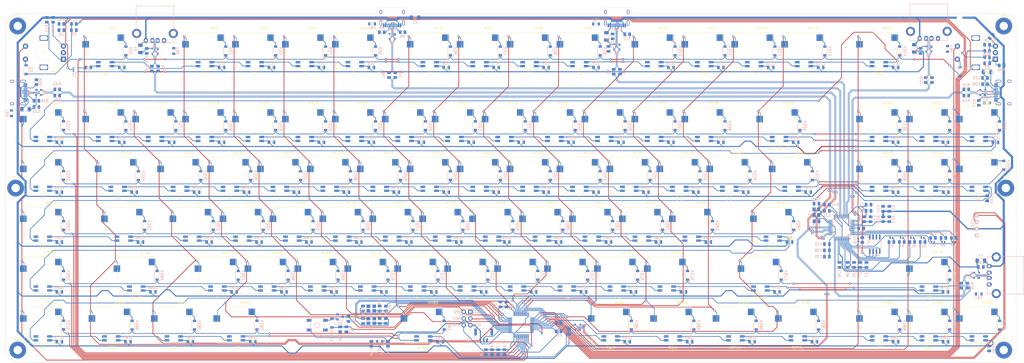
<source format=kicad_pcb>
(kicad_pcb (version 20171130) (host pcbnew "(5.1.10)-1")
  (layers (0 F.Cu signal) (31 B.Cu signal) (34 B.Paste user) (35 F.Paste user) (36 B.SilkS user) (37 F.SilkS user) (38 B.Mask user) (39 F.Mask user) (44 Edge.Cuts user))
  (net 0 "")
  (net 1 GND)
  (net 2 +5V)
  (net 3 KEYBOARD_XTAL1)
  (net 4 KEYBOARD_XTAL2)
  (net 5 XRSTJ)
  (net 6 +3V3)
  (net 7 +1V8)
  (net 8 HUB_XIN)
  (net 9 HUB_XOUT)
  (net 10 HUB_DRV)
  (net 11 "Net-(D10-Pad1)")
  (net 12 Earth)
  (net 13 KEYBOARD_RESET)
  (net 14 COL2)
  (net 15 COL1)
  (net 16 COL3)
  (net 17 "Net-(KD1-Pad2)")
  (net 18 ROW2)
  (net 19 "Net-(KD2-Pad2)")
  (net 20 ROW4)
  (net 21 "Net-(KD3-Pad2)")
  (net 22 "Net-(KD4-Pad2)")
  (net 23 "Net-(KD5-Pad2)")
  (net 24 "Net-(KD6-Pad2)")
  (net 25 ROT1_ROW)
  (net 26 "Net-(KD7-Pad2)")
  (net 27 ROW3)
  (net 28 "Net-(KD8-Pad2)")
  (net 29 ROW5)
  (net 30 "Net-(KD9-Pad2)")
  (net 31 "Net-(KD10-Pad2)")
  (net 32 "Net-(KD11-Pad2)")
  (net 33 "Net-(KD12-Pad2)")
  (net 34 "Net-(KD13-Pad2)")
  (net 35 "Net-(KD14-Pad2)")
  (net 36 "Net-(KD15-Pad2)")
  (net 37 "Net-(KD16-Pad2)")
  (net 38 "Net-(KD17-Pad2)")
  (net 39 "Net-(KD18-Pad2)")
  (net 40 "Net-(KD19-Pad2)")
  (net 41 "Net-(KD20-Pad2)")
  (net 42 "Net-(KD21-Pad2)")
  (net 43 "Net-(KD22-Pad2)")
  (net 44 "Net-(KD23-Pad2)")
  (net 45 "Net-(KD24-Pad2)")
  (net 46 "Net-(KD25-Pad2)")
  (net 47 "Net-(KD26-Pad2)")
  (net 48 "Net-(KD27-Pad2)")
  (net 49 "Net-(KD28-Pad2)")
  (net 50 "Net-(KD29-Pad2)")
  (net 51 "Net-(KD30-Pad2)")
  (net 52 "Net-(KD31-Pad2)")
  (net 53 "Net-(KD32-Pad2)")
  (net 54 "Net-(KD33-Pad2)")
  (net 55 "Net-(KD34-Pad2)")
  (net 56 "Net-(KD35-Pad2)")
  (net 57 "Net-(KD36-Pad2)")
  (net 58 "Net-(KD37-Pad2)")
  (net 59 "Net-(KD38-Pad2)")
  (net 60 "Net-(KD39-Pad2)")
  (net 61 "Net-(KD40-Pad2)")
  (net 62 "Net-(KD41-Pad2)")
  (net 63 "Net-(KD42-Pad2)")
  (net 64 "Net-(KD43-Pad2)")
  (net 65 "Net-(KD44-Pad2)")
  (net 66 "Net-(KD45-Pad2)")
  (net 67 "Net-(KD46-Pad2)")
  (net 68 "Net-(KD47-Pad2)")
  (net 69 "Net-(KD48-Pad2)")
  (net 70 "Net-(KD49-Pad2)")
  (net 71 "Net-(KD50-Pad2)")
  (net 72 "Net-(KD51-Pad2)")
  (net 73 "Net-(KD52-Pad2)")
  (net 74 "Net-(KD53-Pad2)")
  (net 75 "Net-(KD54-Pad2)")
  (net 76 "Net-(KD55-Pad2)")
  (net 77 "Net-(KD56-Pad2)")
  (net 78 "Net-(KD57-Pad2)")
  (net 79 "Net-(KD58-Pad2)")
  (net 80 "Net-(KD59-Pad2)")
  (net 81 "Net-(KD60-Pad2)")
  (net 82 "Net-(KD61-Pad2)")
  (net 83 "Net-(KD62-Pad2)")
  (net 84 "Net-(KD63-Pad2)")
  (net 85 "Net-(KD64-Pad2)")
  (net 86 "Net-(KD65-Pad2)")
  (net 87 "Net-(KD66-Pad2)")
  (net 88 "Net-(KD67-Pad2)")
  (net 89 "Net-(KD68-Pad2)")
  (net 90 "Net-(KD69-Pad2)")
  (net 91 "Net-(KD70-Pad2)")
  (net 92 "Net-(KD71-Pad2)")
  (net 93 "Net-(KD72-Pad2)")
  (net 94 "Net-(KD73-Pad2)")
  (net 95 "Net-(KD74-Pad2)")
  (net 96 "Net-(KD75-Pad2)")
  (net 97 "Net-(KD76-Pad2)")
  (net 98 "Net-(KD77-Pad2)")
  (net 99 "Net-(KD78-Pad2)")
  (net 100 "Net-(KD79-Pad2)")
  (net 101 "Net-(KD80-Pad2)")
  (net 102 "Net-(KD81-Pad2)")
  (net 103 "Net-(KD82-Pad2)")
  (net 104 "Net-(KD83-Pad2)")
  (net 105 "Net-(KD84-Pad2)")
  (net 106 "Net-(KD85-Pad2)")
  (net 107 "Net-(KD86-Pad2)")
  (net 108 "Net-(KD87-Pad2)")
  (net 109 "Net-(KD88-Pad2)")
  (net 110 "Net-(KD89-Pad2)")
  (net 111 "Net-(KD90-Pad2)")
  (net 112 DOUT1)
  (net 113 DOUT2)
  (net 114 DOUT3)
  (net 115 DOUT4)
  (net 116 DOUT5)
  (net 117 COL0)
  (net 118 COL4)
  (net 119 COL5)
  (net 120 COL6)
  (net 121 COL7)
  (net 122 COL8)
  (net 123 KEYBOARD_SDA)
  (net 124 KEYBOARD_SCL)
  (net 125 BKL_DATA_IN)
  (net 126 ENCODER_A)
  (net 127 ENCODER_B1)
  (net 128 KEYBOARD_D+)
  (net 129 KEYBOARD_D-)
  (net 130 HUB_D+)
  (net 131 HUB_D-)
  (net 132 VBUSM)
  (net 133 HUB_LED1)
  (net 134 HUB_LED2)
  (net 135 HUB_LED3)
  (net 136 HUB_LED4)
  (net 137 HUB_LED5)
  (net 138 HUB_LED6)
  (net 139 HUB_LED7)
  (net 140 "Net-(IC1-Pad27)")
  (net 141 HUB_PORT5_D-)
  (net 142 HUB_PORT5_D+)
  (net 143 HUB_PORT6_D-)
  (net 144 HUB_PORT6_D+)
  (net 145 HUB_PORT7_D-)
  (net 146 HUB_PORT7_D+)
  (net 147 HUB_PORT2_D+)
  (net 148 HUB_PORT2_D-)
  (net 149 HUB_PORT3_D+)
  (net 150 HUB_PORT3_D-)
  (net 151 HUB_PORT4_D+)
  (net 152 HUB_PORT4_D-)
  (net 153 HUB_SDA)
  (net 154 "Net-(USB1-Pad3)")
  (net 155 "Net-(USB1-Pad9)")
  (net 156 "Net-(USB2-Pad3)")
  (net 157 "Net-(USB2-Pad9)")
  (net 158 "Net-(USB3-Pad3)")
  (net 159 "Net-(USB3-Pad9)")
  (net 160 "Net-(USB4-Pad3)")
  (net 161 "Net-(USB4-Pad9)")
  (net 162 BOOT0)
  (net 163 USB_XTAL1)
  (net 164 "Net-(DRST1-Pad2)")
  (net 165 COL17)
  (net 166 COL16)
  (net 167 EXTRA_1)
  (net 168 ROW1)
  (net 169 COL9)
  (net 170 COL10)
  (net 171 COL11)
  (net 172 COL12)
  (net 173 COL13)
  (net 174 COL14)
  (net 175 COL15)
  (net 176 USB_XTAL2)
  (net 177 ENCODER_B2)
  (net 178 BKL_DATA_IN_3V3)
  (net 179 "Net-(D2-Pad2)")
  (net 180 "Net-(D4-Pad1)")
  (net 181 "Net-(D5-Pad1)")
  (net 182 "Net-(D6-Pad1)")
  (net 183 "Net-(D7-Pad1)")
  (net 184 "Net-(D8-Pad1)")
  (net 185 "Net-(D9-Pad1)")
  (net 186 "Net-(IC1-Pad44)")
  (net 187 "Net-(MX1-Pad5)")
  (net 188 "Net-(MX1-Pad4)")
  (net 189 "Net-(MX2-Pad5)")
  (net 190 "Net-(MX3-Pad5)")
  (net 191 "Net-(MX4-Pad5)")
  (net 192 "Net-(MX5-Pad5)")
  (net 193 "Net-(MX6-Pad5)")
  (net 194 "Net-(MX7-Pad5)")
  (net 195 "Net-(MX8-Pad5)")
  (net 196 "Net-(MX10-Pad4)")
  (net 197 "Net-(MX10-Pad5)")
  (net 198 "Net-(MX11-Pad5)")
  (net 199 "Net-(MX12-Pad5)")
  (net 200 "Net-(MX13-Pad5)")
  (net 201 "Net-(MX15-Pad5)")
  (net 202 "Net-(MX16-Pad5)")
  (net 203 "Net-(MX17-Pad5)")
  (net 204 "Net-(MX18-Pad5)")
  (net 205 "Net-(MX19-Pad5)")
  (net 206 "Net-(MX20-Pad5)")
  (net 207 "Net-(MX21-Pad5)")
  (net 208 "Net-(MX22-Pad5)")
  (net 209 "Net-(MX23-Pad5)")
  (net 210 "Net-(MX24-Pad5)")
  (net 211 "Net-(MX25-Pad5)")
  (net 212 "Net-(MX26-Pad5)")
  (net 213 "Net-(MX27-Pad5)")
  (net 214 "Net-(MX28-Pad5)")
  (net 215 "Net-(MX29-Pad5)")
  (net 216 "Net-(MX30-Pad5)")
  (net 217 "Net-(MX31-Pad5)")
  (net 218 "Net-(MX33-Pad5)")
  (net 219 "Net-(MX34-Pad5)")
  (net 220 "Net-(MX35-Pad5)")
  (net 221 "Net-(MX36-Pad5)")
  (net 222 "Net-(MX37-Pad5)")
  (net 223 "Net-(MX38-Pad5)")
  (net 224 "Net-(MX39-Pad5)")
  (net 225 "Net-(MX40-Pad5)")
  (net 226 "Net-(MX41-Pad5)")
  (net 227 "Net-(MX42-Pad5)")
  (net 228 "Net-(MX43-Pad5)")
  (net 229 "Net-(MX44-Pad5)")
  (net 230 "Net-(MX45-Pad5)")
  (net 231 "Net-(MX46-Pad5)")
  (net 232 "Net-(MX47-Pad5)")
  (net 233 "Net-(MX48-Pad5)")
  (net 234 "Net-(MX49-Pad5)")
  (net 235 "Net-(MX51-Pad5)")
  (net 236 "Net-(MX52-Pad5)")
  (net 237 "Net-(MX53-Pad5)")
  (net 238 "Net-(MX54-Pad5)")
  (net 239 "Net-(MX55-Pad5)")
  (net 240 "Net-(MX56-Pad5)")
  (net 241 "Net-(MX57-Pad5)")
  (net 242 "Net-(MX58-Pad5)")
  (net 243 "Net-(MX59-Pad5)")
  (net 244 "Net-(MX60-Pad5)")
  (net 245 "Net-(MX61-Pad5)")
  (net 246 "Net-(MX62-Pad5)")
  (net 247 "Net-(MX63-Pad5)")
  (net 248 "Net-(MX65-Pad5)")
  (net 249 "Net-(MX66-Pad5)")
  (net 250 "Net-(MX67-Pad5)")
  (net 251 "Net-(MX68-Pad5)")
  (net 252 "Net-(MX69-Pad5)")
  (net 253 "Net-(MX70-Pad5)")
  (net 254 "Net-(MX71-Pad5)")
  (net 255 "Net-(MX72-Pad5)")
  (net 256 "Net-(MX73-Pad5)")
  (net 257 "Net-(MX74-Pad5)")
  (net 258 "Net-(MX75-Pad5)")
  (net 259 "Net-(MX76-Pad5)")
  (net 260 "Net-(MX77-Pad5)")
  (net 261 "Net-(MX79-Pad5)")
  (net 262 "Net-(MX80-Pad5)")
  (net 263 "Net-(MX81-Pad5)")
  (net 264 "Net-(MX82-Pad5)")
  (net 265 "Net-(MX83-Pad5)")
  (net 266 "Net-(MX84-Pad5)")
  (net 267 "Net-(MX85-Pad5)")
  (net 268 "Net-(MX86-Pad5)")
  (net 269 "Net-(MX87-Pad5)")
  (net 270 "Net-(MX88-Pad5)")
  (net 271 "Net-(MX89-Pad5)")
  (net 272 "Net-(MX90-Pad5)")
  (net 273 "Net-(C3-Pad2)")
  (net 274 "Net-(C5-Pad2)")
  (net 275 "Net-(C6-Pad1)")
  (net 276 "Net-(C7-Pad2)")
  (net 277 "Net-(C8-Pad1)")
  (net 278 "Net-(C9-Pad2)")
  (net 279 "Net-(D1-Pad1)")
  (net 280 "Net-(D3-Pad2)")
  (net 281 "Net-(R8-Pad1)")
  (net 282 "Net-(R10-Pad1)")
  (net 283 "Net-(R27-Pad1)")
  (net 284 "Net-(R35-Pad1)")
  (net 285 D-)
  (net 286 D+)
  (module custom-footprints:CherryMX_1.00u_PCB_KailhSocket_LTST-A683CEGBW (layer F.Cu) (at 377.0075 255.5714)
    (fp_text reference MX62 (at 3.3655 -8.636) (layer F.SilkS))
    (fp_text value ;/: (at 0 8.6625) (layer F.SilkS))
    (fp_line (start -1.7 6.55) (end -1.7 3.55) (layer Edge.Cuts) (width 0.05))
    (fp_line (start 1.7 6.55) (end -1.7 6.55) (layer Edge.Cuts) (width 0.05))
    (fp_line (start 1.7 3.55) (end 1.7 6.55) (layer Edge.Cuts) (width 0.05))
    (fp_line (start -1.7 3.55) (end 1.7 3.55) (layer Edge.Cuts) (width 0.05))
    (pad 6 smd rect (at 2.6 5.8) (size 1.8 0.9) (layers B.Cu B.Paste B.Mask) (net 2 +5V))
    (pad 5 smd rect (at 2.6 4.3) (size 1.8 0.9) (layers B.Cu B.Paste B.Mask) (net 246 "Net-(MX62-Pad5)"))
    (pad 4 smd rect (at -2.6 5.8) (size 1.8 0.9) (layers B.Cu B.Paste B.Mask) (net 245 "Net-(MX61-Pad5)"))
    (pad 3 smd rect (at -2.6 4.3) (size 1.8 0.9) (layers B.Cu B.Paste B.Mask) (net 1 GND))
    (pad 2 smd rect (at 6.015 -5.08) (size 2.55 2.5) (layers B.Cu B.Paste B.Mask) (net 83 "Net-(KD62-Pad2)"))
    (pad 1 smd rect (at -7.41 -2.54) (size 2.55 2.5) (layers B.Cu B.Paste B.Mask) (net 171 COL11))
    (pad "" np_thru_hole circle (at 2.54 -5.08) (size 3 3) (drill 3) (layers *.Cu *.Mask))
    (pad "" np_thru_hole circle (at -3.81 -2.54) (size 3 3) (drill 3) (layers *.Cu *.Mask))
    (pad "" np_thru_hole circle (at 5.08 0) (size 1.75 1.75) (drill 1.75) (layers *.Cu *.Mask))
    (pad "" np_thru_hole circle (at -5.08 0) (size 1.75 1.75) (drill 1.75) (layers *.Cu *.Mask))
    (pad "" np_thru_hole circle (at 0 0) (size 4 4) (drill 4) (layers *.Cu *.Mask))
  )
  (module custom-footprints:CherryMX_1.00u_PCB_KailhSocket_LTST-A683CEGBW (layer F.Cu) (at 300.8123 255.5714)
    (fp_text reference MX58 (at 3.3655 -8.636) (layer F.SilkS))
    (fp_text value H (at 0 8.6625) (layer F.SilkS))
    (fp_line (start -1.7 6.55) (end -1.7 3.55) (layer Edge.Cuts) (width 0.05))
    (fp_line (start 1.7 6.55) (end -1.7 6.55) (layer Edge.Cuts) (width 0.05))
    (fp_line (start 1.7 3.55) (end 1.7 6.55) (layer Edge.Cuts) (width 0.05))
    (fp_line (start -1.7 3.55) (end 1.7 3.55) (layer Edge.Cuts) (width 0.05))
    (pad 6 smd rect (at 2.6 5.8) (size 1.8 0.9) (layers B.Cu B.Paste B.Mask) (net 2 +5V))
    (pad 5 smd rect (at 2.6 4.3) (size 1.8 0.9) (layers B.Cu B.Paste B.Mask) (net 242 "Net-(MX58-Pad5)"))
    (pad 4 smd rect (at -2.6 5.8) (size 1.8 0.9) (layers B.Cu B.Paste B.Mask) (net 241 "Net-(MX57-Pad5)"))
    (pad 3 smd rect (at -2.6 4.3) (size 1.8 0.9) (layers B.Cu B.Paste B.Mask) (net 1 GND))
    (pad 2 smd rect (at 6.015 -5.08) (size 2.55 2.5) (layers B.Cu B.Paste B.Mask) (net 79 "Net-(KD58-Pad2)"))
    (pad 1 smd rect (at -7.41 -2.54) (size 2.55 2.5) (layers B.Cu B.Paste B.Mask) (net 121 COL7))
    (pad "" np_thru_hole circle (at 2.54 -5.08) (size 3 3) (drill 3) (layers *.Cu *.Mask))
    (pad "" np_thru_hole circle (at -3.81 -2.54) (size 3 3) (drill 3) (layers *.Cu *.Mask))
    (pad "" np_thru_hole circle (at 5.08 0) (size 1.75 1.75) (drill 1.75) (layers *.Cu *.Mask))
    (pad "" np_thru_hole circle (at -5.08 0) (size 1.75 1.75) (drill 1.75) (layers *.Cu *.Mask))
    (pad "" np_thru_hole circle (at 0 0) (size 4 4) (drill 4) (layers *.Cu *.Mask))
  )
  (module random-keyboard-parts:SOT143B (layer B.Cu) (at 367.4831 187.3132 180)
    (fp_text reference U3 (at 0 -2.45) (layer B.SilkS) (effects (justify mirror)))
    (fp_text value PRTR5V0U2X)
    (pad 1 smd rect (at -1 0.75 270) (size 1 0.7) (layers B.Cu B.Paste B.Mask) (net 1 GND))
    (pad 4 smd rect (at 1 0.95 270) (size 0.6 0.7) (layers B.Cu B.Paste B.Mask) (net 2 +5V))
    (pad 2 smd rect (at -1 -0.95 270) (size 0.6 0.7) (layers B.Cu B.Paste B.Mask) (net 286 D+))
    (pad 3 smd rect (at 1 -0.95 270) (size 0.6 0.7) (layers B.Cu B.Paste B.Mask) (net 285 D-))
  )
  (module Resistor_SMD:R_0805_2012Metric (layer B.Cu) (at 508.7617 188.9006)
    (fp_text reference R49 (at 0 1.65 180) (layer B.SilkS) (effects (justify mirror)))
    (fp_text value 10k)
    (pad 1 smd roundrect (at -0.9125 0) (size 1.025 1.4) (layers B.Cu B.Paste B.Mask) (roundrect_rratio 0.243902) (net 177 ENCODER_B2))
    (pad 2 smd roundrect (at 0.9125 0) (size 1.025 1.4) (layers B.Cu B.Paste B.Mask) (roundrect_rratio 0.243902) (net 277 "Net-(C8-Pad1)"))
  )
  (module Resistor_SMD:R_0805_2012Metric (layer B.Cu) (at 152.3904 176.9951 90)
    (fp_text reference R48 (at -3.1748 0 270) (layer B.SilkS) (effects (justify mirror)))
    (fp_text value 10k)
    (pad 2 smd roundrect (at 0.9125 0 90) (size 1.025 1.4) (layers B.Cu B.Paste B.Mask) (roundrect_rratio 0.243902) (net 2 +5V))
    (pad 1 smd roundrect (at -0.9125 0 90) (size 1.025 1.4) (layers B.Cu B.Paste B.Mask) (roundrect_rratio 0.243902) (net 275 "Net-(C6-Pad1)"))
  )
  (module Resistor_SMD:R_0805_2012Metric (layer B.Cu) (at 155.5652 178.5825 180)
    (fp_text reference R40 (at 0 1.65 180) (layer B.SilkS) (effects (justify mirror)))
    (fp_text value 10k)
    (pad 2 smd roundrect (at 0.9125 0 180) (size 1.025 1.4) (layers B.Cu B.Paste B.Mask) (roundrect_rratio 0.243902) (net 275 "Net-(C6-Pad1)"))
    (pad 1 smd roundrect (at -0.9125 0 180) (size 1.025 1.4) (layers B.Cu B.Paste B.Mask) (roundrect_rratio 0.243902) (net 127 ENCODER_B1))
  )
  (module Resistor_SMD:R_0805_2012Metric (layer B.Cu) (at 514.3176 194.4565)
    (fp_text reference R39 (at 0 1.65 180) (layer B.SilkS) (effects (justify mirror)))
    (fp_text value 10k)
    (pad 2 smd roundrect (at 0.9125 0) (size 1.025 1.4) (layers B.Cu B.Paste B.Mask) (roundrect_rratio 0.243902) (net 2 +5V))
    (pad 1 smd roundrect (at -0.9125 0) (size 1.025 1.4) (layers B.Cu B.Paste B.Mask) (roundrect_rratio 0.243902) (net 276 "Net-(C7-Pad2)"))
  )
  (module Resistor_SMD:R_0805_2012Metric (layer B.Cu) (at 150.0093 176.9951 90)
    (fp_text reference R13 (at -3.1748 0 270) (layer B.SilkS) (effects (justify mirror)))
    (fp_text value 10k)
    (pad 2 smd roundrect (at 0.9125 0 90) (size 1.025 1.4) (layers B.Cu B.Paste B.Mask) (roundrect_rratio 0.243902) (net 2 +5V))
    (pad 1 smd roundrect (at -0.9125 0 90) (size 1.025 1.4) (layers B.Cu B.Paste B.Mask) (roundrect_rratio 0.243902) (net 274 "Net-(C5-Pad2)"))
  )
  (module Resistor_SMD:R_0805_2012Metric (layer B.Cu) (at 160.3274 178.5825)
    (fp_text reference R12 (at 0 -1.5874 180) (layer B.SilkS) (effects (justify mirror)))
    (fp_text value 10k)
    (pad 2 smd roundrect (at 0.9125 0) (size 1.025 1.4) (layers B.Cu B.Paste B.Mask) (roundrect_rratio 0.243902) (net 126 ENCODER_A))
    (pad 1 smd roundrect (at -0.9125 0) (size 1.025 1.4) (layers B.Cu B.Paste B.Mask) (roundrect_rratio 0.243902) (net 274 "Net-(C5-Pad2)"))
  )
  (module Capacitor_SMD:C_0805_2012Metric (layer B.Cu) (at 155.5652 180.9636)
    (fp_text reference C6 (at 0 1.68 180) (layer B.SilkS) (effects (justify mirror)))
    (fp_text value 0.1uF)
    (pad 2 smd roundrect (at 0.95 0) (size 1 1.45) (layers B.Cu B.Paste B.Mask) (net 1 GND))
    (pad 1 smd roundrect (at -0.95 0) (size 1 1.45) (layers B.Cu B.Paste B.Mask) (net 275 "Net-(C6-Pad1)"))
  )
  (module Capacitor_SMD:C_0805_2012Metric (layer B.Cu) (at 160.3274 180.9636 180)
    (fp_text reference C5 (at 0 -1.5874 180) (layer B.SilkS) (effects (justify mirror)))
    (fp_text value 0.1uF)
    (pad 2 smd roundrect (at 0.95 0 180) (size 1 1.45) (layers B.Cu B.Paste B.Mask) (net 274 "Net-(C5-Pad2)"))
    (pad 1 smd roundrect (at -0.95 0 180) (size 1 1.45) (layers B.Cu B.Paste B.Mask) (net 1 GND))
  )
  (module custom-footprints:CherryMX_1.00u_PCB_KailhSocket_LTST-A683CEGBW (layer F.Cu) (at 505.5869 293.669)
    (fp_text reference MX90 (at 3.3655 -8.636) (layer F.SilkS))
    (fp_text value RIGHT (at 0 8.6625) (layer F.SilkS))
    (fp_line (start -1.7 6.55) (end -1.7 3.55) (layer Edge.Cuts) (width 0.05))
    (fp_line (start 1.7 6.55) (end -1.7 6.55) (layer Edge.Cuts) (width 0.05))
    (fp_line (start 1.7 3.55) (end 1.7 6.55) (layer Edge.Cuts) (width 0.05))
    (fp_line (start -1.7 3.55) (end 1.7 3.55) (layer Edge.Cuts) (width 0.05))
    (pad 6 smd rect (at 2.6 5.8) (size 1.8 0.9) (layers B.Cu B.Paste B.Mask) (net 2 +5V))
    (pad 5 smd rect (at 2.6 4.3) (size 1.8 0.9) (layers B.Cu B.Paste B.Mask) (net 272 "Net-(MX90-Pad5)"))
    (pad 4 smd rect (at -2.6 5.8) (size 1.8 0.9) (layers B.Cu B.Paste B.Mask) (net 271 "Net-(MX89-Pad5)"))
    (pad 3 smd rect (at -2.6 4.3) (size 1.8 0.9) (layers B.Cu B.Paste B.Mask) (net 1 GND))
    (pad 2 smd rect (at 6.015 -5.08) (size 2.55 2.5) (layers B.Cu B.Paste B.Mask) (net 111 "Net-(KD90-Pad2)"))
    (pad 1 smd rect (at -7.41 -2.54) (size 2.55 2.5) (layers B.Cu B.Paste B.Mask) (net 165 COL17))
    (pad "" np_thru_hole circle (at 2.54 -5.08) (size 3 3) (drill 3) (layers *.Cu *.Mask))
    (pad "" np_thru_hole circle (at -3.81 -2.54) (size 3 3) (drill 3) (layers *.Cu *.Mask))
    (pad "" np_thru_hole circle (at 5.08 0) (size 1.75 1.75) (drill 1.75) (layers *.Cu *.Mask))
    (pad "" np_thru_hole circle (at -5.08 0) (size 1.75 1.75) (drill 1.75) (layers *.Cu *.Mask))
    (pad "" np_thru_hole circle (at 0 0) (size 4 4) (drill 4) (layers *.Cu *.Mask))
  )
  (module custom-footprints:CherryMX_1.00u_PCB_KailhSocket_LTST-A683CEGBW (layer F.Cu) (at 505.5869 236.5226)
    (fp_text reference MX50 (at 3.3655 -8.636) (layer F.SilkS))
    (fp_text value PGDN (at 0 8.6625) (layer F.SilkS))
    (fp_line (start -1.7 6.55) (end -1.7 3.55) (layer Edge.Cuts) (width 0.05))
    (fp_line (start 1.7 6.55) (end -1.7 6.55) (layer Edge.Cuts) (width 0.05))
    (fp_line (start 1.7 3.55) (end 1.7 6.55) (layer Edge.Cuts) (width 0.05))
    (fp_line (start -1.7 3.55) (end 1.7 3.55) (layer Edge.Cuts) (width 0.05))
    (pad 6 smd rect (at 2.6 5.8) (size 1.8 0.9) (layers B.Cu B.Paste B.Mask) (net 2 +5V))
    (pad 5 smd rect (at 2.6 4.3) (size 1.8 0.9) (layers B.Cu B.Paste B.Mask) (net 114 DOUT3))
    (pad 4 smd rect (at -2.6 5.8) (size 1.8 0.9) (layers B.Cu B.Paste B.Mask) (net 234 "Net-(MX49-Pad5)"))
    (pad 3 smd rect (at -2.6 4.3) (size 1.8 0.9) (layers B.Cu B.Paste B.Mask) (net 1 GND))
    (pad 2 smd rect (at 6.015 -5.08) (size 2.55 2.5) (layers B.Cu B.Paste B.Mask) (net 71 "Net-(KD50-Pad2)"))
    (pad 1 smd rect (at -7.41 -2.54) (size 2.55 2.5) (layers B.Cu B.Paste B.Mask) (net 165 COL17))
    (pad "" np_thru_hole circle (at 2.54 -5.08) (size 3 3) (drill 3) (layers *.Cu *.Mask))
    (pad "" np_thru_hole circle (at -3.81 -2.54) (size 3 3) (drill 3) (layers *.Cu *.Mask))
    (pad "" np_thru_hole circle (at 5.08 0) (size 1.75 1.75) (drill 1.75) (layers *.Cu *.Mask))
    (pad "" np_thru_hole circle (at -5.08 0) (size 1.75 1.75) (drill 1.75) (layers *.Cu *.Mask))
    (pad "" np_thru_hole circle (at 0 0) (size 4 4) (drill 4) (layers *.Cu *.Mask))
  )
  (module custom-footprints:CherryMX_1.25u_PCB_KailhSocket_LTST-A683CEGBW (layer F.Cu) (at 436.535 293.669)
    (fp_text reference MX87 (at 3.3655 -8.636) (layer F.SilkS))
    (fp_text value RCTRL (at 0 8.6625) (layer F.SilkS))
    (fp_line (start -1.7 3.55) (end 1.7 3.55) (layer Edge.Cuts) (width 0.05))
    (fp_line (start 1.7 3.55) (end 1.7 6.55) (layer Edge.Cuts) (width 0.05))
    (fp_line (start 1.7 6.55) (end -1.7 6.55) (layer Edge.Cuts) (width 0.05))
    (fp_line (start -1.7 6.55) (end -1.7 3.55) (layer Edge.Cuts) (width 0.05))
    (pad 6 smd rect (at 2.6 5.8) (size 1.8 0.9) (layers B.Cu B.Paste B.Mask) (net 2 +5V))
    (pad 5 smd rect (at 2.6 4.3) (size 1.8 0.9) (layers B.Cu B.Paste B.Mask) (net 269 "Net-(MX87-Pad5)"))
    (pad 4 smd rect (at -2.6 5.8) (size 1.8 0.9) (layers B.Cu B.Paste B.Mask) (net 268 "Net-(MX86-Pad5)"))
    (pad 3 smd rect (at -2.6 4.3) (size 1.8 0.9) (layers B.Cu B.Paste B.Mask) (net 1 GND))
    (pad 2 smd rect (at 6.015 -5.08) (size 2.55 2.5) (layers B.Cu B.Paste B.Mask) (net 108 "Net-(KD87-Pad2)"))
    (pad 1 smd rect (at -7.41 -2.54) (size 2.55 2.5) (layers B.Cu B.Paste B.Mask) (net 174 COL14))
    (pad "" np_thru_hole circle (at 2.54 -5.08) (size 3 3) (drill 3) (layers *.Cu *.Mask))
    (pad "" np_thru_hole circle (at -3.81 -2.54) (size 3 3) (drill 3) (layers *.Cu *.Mask))
    (pad "" np_thru_hole circle (at 5.08 0) (size 1.75 1.75) (drill 1.75) (layers *.Cu *.Mask))
    (pad "" np_thru_hole circle (at -5.08 0) (size 1.75 1.75) (drill 1.75) (layers *.Cu *.Mask))
    (pad "" np_thru_hole circle (at 0 0) (size 4 4) (drill 4) (layers *.Cu *.Mask))
  )
  (module custom-footprints:CherryMX_1.00u_PCB_KailhSocket_LTST-A683CEGBW (layer F.Cu) (at 467.4893 293.669)
    (fp_text reference MX88 (at 3.3655 -8.636) (layer F.SilkS))
    (fp_text value LEFT (at 0 8.6625) (layer F.SilkS))
    (fp_line (start -1.7 6.55) (end -1.7 3.55) (layer Edge.Cuts) (width 0.05))
    (fp_line (start 1.7 6.55) (end -1.7 6.55) (layer Edge.Cuts) (width 0.05))
    (fp_line (start 1.7 3.55) (end 1.7 6.55) (layer Edge.Cuts) (width 0.05))
    (fp_line (start -1.7 3.55) (end 1.7 3.55) (layer Edge.Cuts) (width 0.05))
    (pad 6 smd rect (at 2.6 5.8) (size 1.8 0.9) (layers B.Cu B.Paste B.Mask) (net 2 +5V))
    (pad 5 smd rect (at 2.6 4.3) (size 1.8 0.9) (layers B.Cu B.Paste B.Mask) (net 270 "Net-(MX88-Pad5)"))
    (pad 4 smd rect (at -2.6 5.8) (size 1.8 0.9) (layers B.Cu B.Paste B.Mask) (net 269 "Net-(MX87-Pad5)"))
    (pad 3 smd rect (at -2.6 4.3) (size 1.8 0.9) (layers B.Cu B.Paste B.Mask) (net 1 GND))
    (pad 2 smd rect (at 6.015 -5.08) (size 2.55 2.5) (layers B.Cu B.Paste B.Mask) (net 109 "Net-(KD88-Pad2)"))
    (pad 1 smd rect (at -7.41 -2.54) (size 2.55 2.5) (layers B.Cu B.Paste B.Mask) (net 175 COL15))
    (pad "" np_thru_hole circle (at 2.54 -5.08) (size 3 3) (drill 3) (layers *.Cu *.Mask))
    (pad "" np_thru_hole circle (at -3.81 -2.54) (size 3 3) (drill 3) (layers *.Cu *.Mask))
    (pad "" np_thru_hole circle (at 5.08 0) (size 1.75 1.75) (drill 1.75) (layers *.Cu *.Mask))
    (pad "" np_thru_hole circle (at -5.08 0) (size 1.75 1.75) (drill 1.75) (layers *.Cu *.Mask))
    (pad "" np_thru_hole circle (at 0 0) (size 4 4) (drill 4) (layers *.Cu *.Mask))
  )
  (module custom-footprints:CherryMX_6.25u_PCB_KailhSocket_LTST-A683CEGBW (layer F.Cu) (at 293.669 293.669)
    (fp_text reference MX83 (at 3.7084 -8.5852) (layer F.SilkS))
    (fp_text value SPACE (at 0 8.6625) (layer F.SilkS))
    (fp_line (start -1.7 6.55) (end -1.7 3.55) (layer Edge.Cuts) (width 0.05))
    (fp_line (start 1.7 6.55) (end -1.7 6.55) (layer Edge.Cuts) (width 0.05))
    (fp_line (start 1.7 3.55) (end 1.7 6.55) (layer Edge.Cuts) (width 0.05))
    (fp_line (start -1.7 3.55) (end 1.7 3.55) (layer Edge.Cuts) (width 0.05))
    (pad "" np_thru_hole circle (at 49.99355 -6.9596) (size 3.048 3.048) (drill 3.048) (layers *.Cu *.Mask))
    (pad "" np_thru_hole circle (at 49.99355 8.2804) (size 3.9878 3.9878) (drill 3.9878) (layers *.Cu *.Mask))
    (pad "" np_thru_hole circle (at -50.00625 -6.9596) (size 3.048 3.048) (drill 3.048) (layers *.Cu *.Mask))
    (pad "" np_thru_hole circle (at -50.00625 8.2804) (size 3.9878 3.9878) (drill 3.9878) (layers *.Cu *.Mask))
    (pad 6 smd rect (at 2.6 5.8) (size 1.8 0.9) (layers B.Cu B.Paste B.Mask) (net 2 +5V))
    (pad 5 smd rect (at 2.6 4.3) (size 1.8 0.9) (layers B.Cu B.Paste B.Mask) (net 265 "Net-(MX83-Pad5)"))
    (pad 4 smd rect (at -2.6 5.8) (size 1.8 0.9) (layers B.Cu B.Paste B.Mask) (net 264 "Net-(MX82-Pad5)"))
    (pad 3 smd rect (at -2.6 4.3) (size 1.8 0.9) (layers B.Cu B.Paste B.Mask) (net 1 GND))
    (pad 2 smd rect (at 6.015 -5.08) (size 2.55 2.5) (layers B.Cu B.Paste B.Mask) (net 104 "Net-(KD83-Pad2)"))
    (pad 1 smd rect (at -7.41 -2.54) (size 2.55 2.5) (layers B.Cu B.Paste B.Mask) (net 120 COL6))
    (pad "" np_thru_hole circle (at 2.54 -5.08) (size 3 3) (drill 3) (layers *.Cu *.Mask))
    (pad "" np_thru_hole circle (at -3.81 -2.54) (size 3 3) (drill 3) (layers *.Cu *.Mask))
    (pad "" np_thru_hole circle (at 5.08 0) (size 1.75 1.75) (drill 1.75) (layers *.Cu *.Mask))
    (pad "" np_thru_hole circle (at -5.08 0) (size 1.75 1.75) (drill 1.75) (layers *.Cu *.Mask))
    (pad "" np_thru_hole circle (at 0 0) (size 4 4) (drill 4) (layers *.Cu *.Mask))
  )
  (module MountingHole:MountingHole_3.2mm_M3_Pad (layer F.Cu) (at 515.1113 303.1934)
    (fp_text reference H6 (at 0 -4.2) (layer F.SilkS))
    (fp_text value Hole)
    (pad 1 thru_hole circle (at 0 0) (size 6.4 6.4) (drill 3.2) (layers *.Cu *.Mask) (net 1 GND))
  )
  (module MountingHole:MountingHole_3.2mm_M3_Pad (layer F.Cu) (at 515.905 241.2848)
    (fp_text reference H5 (at 0 -4.2) (layer F.SilkS))
    (fp_text value Hole)
    (pad 1 thru_hole circle (at 0 0) (size 6.4 6.4) (drill 3.2) (layers *.Cu *.Mask) (net 1 GND))
  )
  (module MountingHole:MountingHole_3.2mm_M3_Pad (layer F.Cu) (at 515.1113 179.3762)
    (fp_text reference H4 (at 0 -4.2) (layer F.SilkS))
    (fp_text value Hole)
    (pad 1 thru_hole circle (at 0 0) (size 6.4 6.4) (drill 3.2) (layers *.Cu *.Mask) (net 1 GND))
  )
  (module MountingHole:MountingHole_3.2mm_M3_Pad (layer F.Cu) (at 138.8975 303.1934)
    (fp_text reference H3 (at 0 -4.2) (layer F.SilkS))
    (fp_text value Hole)
    (pad 1 thru_hole circle (at 0 0) (size 6.4 6.4) (drill 3.2) (layers *.Cu *.Mask) (net 1 GND))
  )
  (module MountingHole:MountingHole_3.2mm_M3_Pad (layer F.Cu) (at 138.1038 241.2848)
    (fp_text reference H2 (at 0 -4.2) (layer F.SilkS))
    (fp_text value Hole)
    (pad 1 thru_hole circle (at 0 0) (size 6.4 6.4) (drill 3.2) (layers *.Cu *.Mask) (net 1 GND))
  )
  (module MountingHole:MountingHole_3.2mm_M3_Pad (layer F.Cu) (at 138.8975 179.3762)
    (fp_text reference H1 (at 0 -4.2) (layer F.SilkS))
    (fp_text value Hole)
    (pad 1 thru_hole circle (at 0 0) (size 6.4 6.4) (drill 3.2) (layers *.Cu *.Mask) (net 1 GND))
  )
  (module custom-footprints:CherryMX_1.00u_PCB_KailhSocket_LTST-A683CEGBW (layer F.Cu) (at 372.2453 236.5226)
    (fp_text reference MX44 (at 3.3655 -8.636) (layer F.SilkS))
    (fp_text value P (at 0 8.6625) (layer F.SilkS))
    (fp_line (start -1.7 6.55) (end -1.7 3.55) (layer Edge.Cuts) (width 0.05))
    (fp_line (start 1.7 6.55) (end -1.7 6.55) (layer Edge.Cuts) (width 0.05))
    (fp_line (start 1.7 3.55) (end 1.7 6.55) (layer Edge.Cuts) (width 0.05))
    (fp_line (start -1.7 3.55) (end 1.7 3.55) (layer Edge.Cuts) (width 0.05))
    (pad 6 smd rect (at 2.6 5.8) (size 1.8 0.9) (layers B.Cu B.Paste B.Mask) (net 2 +5V))
    (pad 5 smd rect (at 2.6 4.3) (size 1.8 0.9) (layers B.Cu B.Paste B.Mask) (net 229 "Net-(MX44-Pad5)"))
    (pad 4 smd rect (at -2.6 5.8) (size 1.8 0.9) (layers B.Cu B.Paste B.Mask) (net 228 "Net-(MX43-Pad5)"))
    (pad 3 smd rect (at -2.6 4.3) (size 1.8 0.9) (layers B.Cu B.Paste B.Mask) (net 1 GND))
    (pad 2 smd rect (at 6.015 -5.08) (size 2.55 2.5) (layers B.Cu B.Paste B.Mask) (net 65 "Net-(KD44-Pad2)"))
    (pad 1 smd rect (at -7.41 -2.54) (size 2.55 2.5) (layers B.Cu B.Paste B.Mask) (net 171 COL11))
    (pad "" np_thru_hole circle (at 2.54 -5.08) (size 3 3) (drill 3) (layers *.Cu *.Mask))
    (pad "" np_thru_hole circle (at -3.81 -2.54) (size 3 3) (drill 3) (layers *.Cu *.Mask))
    (pad "" np_thru_hole circle (at 5.08 0) (size 1.75 1.75) (drill 1.75) (layers *.Cu *.Mask))
    (pad "" np_thru_hole circle (at -5.08 0) (size 1.75 1.75) (drill 1.75) (layers *.Cu *.Mask))
    (pad "" np_thru_hole circle (at 0 0) (size 4 4) (drill 4) (layers *.Cu *.Mask))
  )
  (module custom-footprints:CherryMX_1.50u_PCB_KailhSocket_LTST-A683CEGBW (layer F.Cu) (at 434.1539 236.5226)
    (fp_text reference MX47 (at 3.302 -8.636) (layer F.SilkS))
    (fp_text value \ (at 0 8.6625) (layer F.SilkS))
    (fp_line (start -1.7 3.55) (end 1.7 3.55) (layer Edge.Cuts) (width 0.05))
    (fp_line (start 1.7 3.55) (end 1.7 6.55) (layer Edge.Cuts) (width 0.05))
    (fp_line (start 1.7 6.55) (end -1.7 6.55) (layer Edge.Cuts) (width 0.05))
    (fp_line (start -1.7 6.55) (end -1.7 3.55) (layer Edge.Cuts) (width 0.05))
    (pad 6 smd rect (at 2.6 5.8) (size 1.8 0.9) (layers B.Cu B.Paste B.Mask) (net 2 +5V))
    (pad 5 smd rect (at 2.6 4.3) (size 1.8 0.9) (layers B.Cu B.Paste B.Mask) (net 232 "Net-(MX47-Pad5)"))
    (pad 4 smd rect (at -2.6 5.8) (size 1.8 0.9) (layers B.Cu B.Paste B.Mask) (net 231 "Net-(MX46-Pad5)"))
    (pad 3 smd rect (at -2.6 4.3) (size 1.8 0.9) (layers B.Cu B.Paste B.Mask) (net 1 GND))
    (pad 2 smd rect (at 6.015 -5.08) (size 2.55 2.5) (layers B.Cu B.Paste B.Mask) (net 68 "Net-(KD47-Pad2)"))
    (pad 1 smd rect (at -7.41 -2.54) (size 2.55 2.5) (layers B.Cu B.Paste B.Mask) (net 174 COL14))
    (pad "" np_thru_hole circle (at 2.54 -5.08) (size 3 3) (drill 3) (layers *.Cu *.Mask))
    (pad "" np_thru_hole circle (at -3.81 -2.54) (size 3 3) (drill 3) (layers *.Cu *.Mask))
    (pad "" np_thru_hole circle (at 5.08 0) (size 1.75 1.75) (drill 1.75) (layers *.Cu *.Mask))
    (pad "" np_thru_hole circle (at -5.08 0) (size 1.75 1.75) (drill 1.75) (layers *.Cu *.Mask))
    (pad "" np_thru_hole circle (at 0 0) (size 4 4) (drill 4) (layers *.Cu *.Mask))
  )
  (module custom-footprints:CherryMX_2.25u_PCB_KailhSocket_LTST-A683CEGBW (layer F.Cu) (at 427.0106 255.5714)
    (fp_text reference MX64 (at 3.4036 -8.5852) (layer F.SilkS))
    (fp_text value ENTER (at 0 8.6625) (layer F.SilkS))
    (fp_line (start -1.7 6.55) (end -1.7 3.55) (layer Edge.Cuts) (width 0.05))
    (fp_line (start 1.7 6.55) (end -1.7 6.55) (layer Edge.Cuts) (width 0.05))
    (fp_line (start 1.7 3.55) (end 1.7 6.55) (layer Edge.Cuts) (width 0.05))
    (fp_line (start -1.7 3.55) (end 1.7 3.55) (layer Edge.Cuts) (width 0.05))
    (pad "" np_thru_hole circle (at 11.938 -6.985) (size 3.048 3.048) (drill 3.048) (layers *.Cu *.Mask))
    (pad "" np_thru_hole circle (at -11.938 -6.985) (size 3.048 3.048) (drill 3.048) (layers *.Cu *.Mask))
    (pad "" np_thru_hole circle (at 11.938 8.255) (size 3.9878 3.9878) (drill 3.9878) (layers *.Cu *.Mask))
    (pad "" np_thru_hole circle (at -11.938 8.255) (size 3.9878 3.9878) (drill 3.9878) (layers *.Cu *.Mask))
    (pad 6 smd rect (at 2.6 5.8) (size 1.8 0.9) (layers B.Cu B.Paste B.Mask) (net 2 +5V))
    (pad 5 smd rect (at 2.6 4.3) (size 1.8 0.9) (layers B.Cu B.Paste B.Mask) (net 115 DOUT4))
    (pad 4 smd rect (at -2.6 5.8) (size 1.8 0.9) (layers B.Cu B.Paste B.Mask) (net 247 "Net-(MX63-Pad5)"))
    (pad 3 smd rect (at -2.6 4.3) (size 1.8 0.9) (layers B.Cu B.Paste B.Mask) (net 1 GND))
    (pad 2 smd rect (at 6.015 -5.08) (size 2.55 2.5) (layers B.Cu B.Paste B.Mask) (net 85 "Net-(KD64-Pad2)"))
    (pad 1 smd rect (at -7.41 -2.54) (size 2.55 2.5) (layers B.Cu B.Paste B.Mask) (net 174 COL14))
    (pad "" np_thru_hole circle (at 2.54 -5.08) (size 3 3) (drill 3) (layers *.Cu *.Mask))
    (pad "" np_thru_hole circle (at -3.81 -2.54) (size 3 3) (drill 3) (layers *.Cu *.Mask))
    (pad "" np_thru_hole circle (at 5.08 0) (size 1.75 1.75) (drill 1.75) (layers *.Cu *.Mask))
    (pad "" np_thru_hole circle (at -5.08 0) (size 1.75 1.75) (drill 1.75) (layers *.Cu *.Mask))
    (pad "" np_thru_hole circle (at 0 0) (size 4 4) (drill 4) (layers *.Cu *.Mask))
  )
  (module random-keyboard-parts:SOT143B (layer B.Cu) (at 191.2817 188.9006 180)
    (fp_text reference U7 (at 0 -2.45) (layer B.SilkS) (effects (justify mirror)))
    (fp_text value PRTR5V0U2X)
    (pad 1 smd rect (at -1 0.75 270) (size 1 0.7) (layers B.Cu B.Paste B.Mask) (net 1 GND))
    (pad 4 smd rect (at 1 0.95 270) (size 0.6 0.7) (layers B.Cu B.Paste B.Mask) (net 2 +5V))
    (pad 2 smd rect (at -1 -0.95 270) (size 0.6 0.7) (layers B.Cu B.Paste B.Mask) (net 286 D+))
    (pad 3 smd rect (at 1 -0.95 270) (size 0.6 0.7) (layers B.Cu B.Paste B.Mask) (net 285 D-))
  )
  (module custom-footprints:CherryMX_1.25u_PCB_KailhSocket_LTST-A683CEGBW (layer F.Cu) (at 365.102 293.669)
    (fp_text reference MX84 (at 3.3655 -8.636) (layer F.SilkS))
    (fp_text value RALT (at 0 8.6625) (layer F.SilkS))
    (fp_line (start -1.7 3.55) (end 1.7 3.55) (layer Edge.Cuts) (width 0.05))
    (fp_line (start 1.7 3.55) (end 1.7 6.55) (layer Edge.Cuts) (width 0.05))
    (fp_line (start 1.7 6.55) (end -1.7 6.55) (layer Edge.Cuts) (width 0.05))
    (fp_line (start -1.7 6.55) (end -1.7 3.55) (layer Edge.Cuts) (width 0.05))
    (pad 6 smd rect (at 2.6 5.8) (size 1.8 0.9) (layers B.Cu B.Paste B.Mask) (net 2 +5V))
    (pad 5 smd rect (at 2.6 4.3) (size 1.8 0.9) (layers B.Cu B.Paste B.Mask) (net 266 "Net-(MX84-Pad5)"))
    (pad 4 smd rect (at -2.6 5.8) (size 1.8 0.9) (layers B.Cu B.Paste B.Mask) (net 265 "Net-(MX83-Pad5)"))
    (pad 3 smd rect (at -2.6 4.3) (size 1.8 0.9) (layers B.Cu B.Paste B.Mask) (net 1 GND))
    (pad 2 smd rect (at 6.015 -5.08) (size 2.55 2.5) (layers B.Cu B.Paste B.Mask) (net 105 "Net-(KD84-Pad2)"))
    (pad 1 smd rect (at -7.41 -2.54) (size 2.55 2.5) (layers B.Cu B.Paste B.Mask) (net 170 COL10))
    (pad "" np_thru_hole circle (at 2.54 -5.08) (size 3 3) (drill 3) (layers *.Cu *.Mask))
    (pad "" np_thru_hole circle (at -3.81 -2.54) (size 3 3) (drill 3) (layers *.Cu *.Mask))
    (pad "" np_thru_hole circle (at 5.08 0) (size 1.75 1.75) (drill 1.75) (layers *.Cu *.Mask))
    (pad "" np_thru_hole circle (at -5.08 0) (size 1.75 1.75) (drill 1.75) (layers *.Cu *.Mask))
    (pad "" np_thru_hole circle (at 0 0) (size 4 4) (drill 4) (layers *.Cu *.Mask))
  )
  (module Resistor_SMD:R_0805_2012Metric (layer B.Cu) (at 165.8833 195.2502)
    (fp_text reference R47 (at 0 1.65) (layer B.SilkS) (effects (justify mirror)))
    (fp_text value 500)
    (pad 2 smd roundrect (at 0.9125 0) (size 1.025 1.4) (layers B.Cu B.Paste B.Mask) (roundrect_rratio 0.243902) (net 188 "Net-(MX1-Pad4)"))
    (pad 1 smd roundrect (at -0.9125 0) (size 1.025 1.4) (layers B.Cu B.Paste B.Mask) (roundrect_rratio 0.243902) (net 125 BKL_DATA_IN))
  )
  (module custom-footprints:CherryMX_1.00u_PCB_KailhSocket_LTST-A683CEGBW (layer F.Cu) (at 486.5381 293.669)
    (fp_text reference MX89 (at 3.3655 -8.636) (layer F.SilkS))
    (fp_text value DOWN (at 0 8.6625) (layer F.SilkS))
    (fp_line (start -1.7 6.55) (end -1.7 3.55) (layer Edge.Cuts) (width 0.05))
    (fp_line (start 1.7 6.55) (end -1.7 6.55) (layer Edge.Cuts) (width 0.05))
    (fp_line (start 1.7 3.55) (end 1.7 6.55) (layer Edge.Cuts) (width 0.05))
    (fp_line (start -1.7 3.55) (end 1.7 3.55) (layer Edge.Cuts) (width 0.05))
    (pad 6 smd rect (at 2.6 5.8) (size 1.8 0.9) (layers B.Cu B.Paste B.Mask) (net 2 +5V))
    (pad 5 smd rect (at 2.6 4.3) (size 1.8 0.9) (layers B.Cu B.Paste B.Mask) (net 271 "Net-(MX89-Pad5)"))
    (pad 4 smd rect (at -2.6 5.8) (size 1.8 0.9) (layers B.Cu B.Paste B.Mask) (net 270 "Net-(MX88-Pad5)"))
    (pad 3 smd rect (at -2.6 4.3) (size 1.8 0.9) (layers B.Cu B.Paste B.Mask) (net 1 GND))
    (pad 2 smd rect (at 6.015 -5.08) (size 2.55 2.5) (layers B.Cu B.Paste B.Mask) (net 110 "Net-(KD89-Pad2)"))
    (pad 1 smd rect (at -7.41 -2.54) (size 2.55 2.5) (layers B.Cu B.Paste B.Mask) (net 166 COL16))
    (pad "" np_thru_hole circle (at 2.54 -5.08) (size 3 3) (drill 3) (layers *.Cu *.Mask))
    (pad "" np_thru_hole circle (at -3.81 -2.54) (size 3 3) (drill 3) (layers *.Cu *.Mask))
    (pad "" np_thru_hole circle (at 5.08 0) (size 1.75 1.75) (drill 1.75) (layers *.Cu *.Mask))
    (pad "" np_thru_hole circle (at -5.08 0) (size 1.75 1.75) (drill 1.75) (layers *.Cu *.Mask))
    (pad "" np_thru_hole circle (at 0 0) (size 4 4) (drill 4) (layers *.Cu *.Mask))
  )
  (module custom-footprints:CherryMX_1.25u_PCB_KailhSocket_LTST-A683CEGBW (layer F.Cu) (at 412.724 293.669)
    (fp_text reference MX86 (at 3.3655 -8.636) (layer F.SilkS))
    (fp_text value MENU (at 0 8.6625) (layer F.SilkS))
    (fp_line (start -1.7 3.55) (end 1.7 3.55) (layer Edge.Cuts) (width 0.05))
    (fp_line (start 1.7 3.55) (end 1.7 6.55) (layer Edge.Cuts) (width 0.05))
    (fp_line (start 1.7 6.55) (end -1.7 6.55) (layer Edge.Cuts) (width 0.05))
    (fp_line (start -1.7 6.55) (end -1.7 3.55) (layer Edge.Cuts) (width 0.05))
    (pad 6 smd rect (at 2.6 5.8) (size 1.8 0.9) (layers B.Cu B.Paste B.Mask) (net 2 +5V))
    (pad 5 smd rect (at 2.6 4.3) (size 1.8 0.9) (layers B.Cu B.Paste B.Mask) (net 268 "Net-(MX86-Pad5)"))
    (pad 4 smd rect (at -2.6 5.8) (size 1.8 0.9) (layers B.Cu B.Paste B.Mask) (net 267 "Net-(MX85-Pad5)"))
    (pad 3 smd rect (at -2.6 4.3) (size 1.8 0.9) (layers B.Cu B.Paste B.Mask) (net 1 GND))
    (pad 2 smd rect (at 6.015 -5.08) (size 2.55 2.5) (layers B.Cu B.Paste B.Mask) (net 107 "Net-(KD86-Pad2)"))
    (pad 1 smd rect (at -7.41 -2.54) (size 2.55 2.5) (layers B.Cu B.Paste B.Mask) (net 173 COL13))
    (pad "" np_thru_hole circle (at 2.54 -5.08) (size 3 3) (drill 3) (layers *.Cu *.Mask))
    (pad "" np_thru_hole circle (at -3.81 -2.54) (size 3 3) (drill 3) (layers *.Cu *.Mask))
    (pad "" np_thru_hole circle (at 5.08 0) (size 1.75 1.75) (drill 1.75) (layers *.Cu *.Mask))
    (pad "" np_thru_hole circle (at -5.08 0) (size 1.75 1.75) (drill 1.75) (layers *.Cu *.Mask))
    (pad "" np_thru_hole circle (at 0 0) (size 4 4) (drill 4) (layers *.Cu *.Mask))
  )
  (module custom-footprints:CherryMX_1.25u_PCB_KailhSocket_LTST-A683CEGBW (layer F.Cu) (at 388.913 293.669)
    (fp_text reference MX85 (at 3.3655 -8.636) (layer F.SilkS))
    (fp_text value RGUI (at 0 8.6625) (layer F.SilkS))
    (fp_line (start -1.7 3.55) (end 1.7 3.55) (layer Edge.Cuts) (width 0.05))
    (fp_line (start 1.7 3.55) (end 1.7 6.55) (layer Edge.Cuts) (width 0.05))
    (fp_line (start 1.7 6.55) (end -1.7 6.55) (layer Edge.Cuts) (width 0.05))
    (fp_line (start -1.7 6.55) (end -1.7 3.55) (layer Edge.Cuts) (width 0.05))
    (pad 6 smd rect (at 2.6 5.8) (size 1.8 0.9) (layers B.Cu B.Paste B.Mask) (net 2 +5V))
    (pad 5 smd rect (at 2.6 4.3) (size 1.8 0.9) (layers B.Cu B.Paste B.Mask) (net 267 "Net-(MX85-Pad5)"))
    (pad 4 smd rect (at -2.6 5.8) (size 1.8 0.9) (layers B.Cu B.Paste B.Mask) (net 266 "Net-(MX84-Pad5)"))
    (pad 3 smd rect (at -2.6 4.3) (size 1.8 0.9) (layers B.Cu B.Paste B.Mask) (net 1 GND))
    (pad 2 smd rect (at 6.015 -5.08) (size 2.55 2.5) (layers B.Cu B.Paste B.Mask) (net 106 "Net-(KD85-Pad2)"))
    (pad 1 smd rect (at -7.41 -2.54) (size 2.55 2.5) (layers B.Cu B.Paste B.Mask) (net 171 COL11))
    (pad "" np_thru_hole circle (at 2.54 -5.08) (size 3 3) (drill 3) (layers *.Cu *.Mask))
    (pad "" np_thru_hole circle (at -3.81 -2.54) (size 3 3) (drill 3) (layers *.Cu *.Mask))
    (pad "" np_thru_hole circle (at 5.08 0) (size 1.75 1.75) (drill 1.75) (layers *.Cu *.Mask))
    (pad "" np_thru_hole circle (at -5.08 0) (size 1.75 1.75) (drill 1.75) (layers *.Cu *.Mask))
    (pad "" np_thru_hole circle (at 0 0) (size 4 4) (drill 4) (layers *.Cu *.Mask))
  )
  (module custom-footprints:CherryMX_1.25u_PCB_KailhSocket_LTST-A683CEGBW (layer F.Cu) (at 222.236 293.669)
    (fp_text reference MX82 (at 3.3655 -8.636) (layer F.SilkS))
    (fp_text value LALT (at 0 8.6625) (layer F.SilkS))
    (fp_line (start -1.7 3.55) (end 1.7 3.55) (layer Edge.Cuts) (width 0.05))
    (fp_line (start 1.7 3.55) (end 1.7 6.55) (layer Edge.Cuts) (width 0.05))
    (fp_line (start 1.7 6.55) (end -1.7 6.55) (layer Edge.Cuts) (width 0.05))
    (fp_line (start -1.7 6.55) (end -1.7 3.55) (layer Edge.Cuts) (width 0.05))
    (pad 6 smd rect (at 2.6 5.8) (size 1.8 0.9) (layers B.Cu B.Paste B.Mask) (net 2 +5V))
    (pad 5 smd rect (at 2.6 4.3) (size 1.8 0.9) (layers B.Cu B.Paste B.Mask) (net 264 "Net-(MX82-Pad5)"))
    (pad 4 smd rect (at -2.6 5.8) (size 1.8 0.9) (layers B.Cu B.Paste B.Mask) (net 263 "Net-(MX81-Pad5)"))
    (pad 3 smd rect (at -2.6 4.3) (size 1.8 0.9) (layers B.Cu B.Paste B.Mask) (net 1 GND))
    (pad 2 smd rect (at 6.015 -5.08) (size 2.55 2.5) (layers B.Cu B.Paste B.Mask) (net 103 "Net-(KD82-Pad2)"))
    (pad 1 smd rect (at -7.41 -2.54) (size 2.55 2.5) (layers B.Cu B.Paste B.Mask) (net 16 COL3))
    (pad "" np_thru_hole circle (at 2.54 -5.08) (size 3 3) (drill 3) (layers *.Cu *.Mask))
    (pad "" np_thru_hole circle (at -3.81 -2.54) (size 3 3) (drill 3) (layers *.Cu *.Mask))
    (pad "" np_thru_hole circle (at 5.08 0) (size 1.75 1.75) (drill 1.75) (layers *.Cu *.Mask))
    (pad "" np_thru_hole circle (at -5.08 0) (size 1.75 1.75) (drill 1.75) (layers *.Cu *.Mask))
    (pad "" np_thru_hole circle (at 0 0) (size 4 4) (drill 4) (layers *.Cu *.Mask))
  )
  (module custom-footprints:CherryMX_1.25u_PCB_KailhSocket_LTST-A683CEGBW (layer F.Cu) (at 198.425 293.669)
    (fp_text reference MX81 (at 3.3655 -8.636) (layer F.SilkS))
    (fp_text value LGUI (at 0 8.6625) (layer F.SilkS))
    (fp_line (start -1.7 3.55) (end 1.7 3.55) (layer Edge.Cuts) (width 0.05))
    (fp_line (start 1.7 3.55) (end 1.7 6.55) (layer Edge.Cuts) (width 0.05))
    (fp_line (start 1.7 6.55) (end -1.7 6.55) (layer Edge.Cuts) (width 0.05))
    (fp_line (start -1.7 6.55) (end -1.7 3.55) (layer Edge.Cuts) (width 0.05))
    (pad 6 smd rect (at 2.6 5.8) (size 1.8 0.9) (layers B.Cu B.Paste B.Mask) (net 2 +5V))
    (pad 5 smd rect (at 2.6 4.3) (size 1.8 0.9) (layers B.Cu B.Paste B.Mask) (net 263 "Net-(MX81-Pad5)"))
    (pad 4 smd rect (at -2.6 5.8) (size 1.8 0.9) (layers B.Cu B.Paste B.Mask) (net 262 "Net-(MX80-Pad5)"))
    (pad 3 smd rect (at -2.6 4.3) (size 1.8 0.9) (layers B.Cu B.Paste B.Mask) (net 1 GND))
    (pad 2 smd rect (at 6.015 -5.08) (size 2.55 2.5) (layers B.Cu B.Paste B.Mask) (net 102 "Net-(KD81-Pad2)"))
    (pad 1 smd rect (at -7.41 -2.54) (size 2.55 2.5) (layers B.Cu B.Paste B.Mask) (net 14 COL2))
    (pad "" np_thru_hole circle (at 2.54 -5.08) (size 3 3) (drill 3) (layers *.Cu *.Mask))
    (pad "" np_thru_hole circle (at -3.81 -2.54) (size 3 3) (drill 3) (layers *.Cu *.Mask))
    (pad "" np_thru_hole circle (at 5.08 0) (size 1.75 1.75) (drill 1.75) (layers *.Cu *.Mask))
    (pad "" np_thru_hole circle (at -5.08 0) (size 1.75 1.75) (drill 1.75) (layers *.Cu *.Mask))
    (pad "" np_thru_hole circle (at 0 0) (size 4 4) (drill 4) (layers *.Cu *.Mask))
  )
  (module custom-footprints:CherryMX_1.25u_PCB_KailhSocket_LTST-A683CEGBW (layer F.Cu) (at 174.614 293.669)
    (fp_text reference MX80 (at 3.3655 -8.636) (layer F.SilkS))
    (fp_text value LCTRL (at 0 8.6625) (layer F.SilkS))
    (fp_line (start -1.7 3.55) (end 1.7 3.55) (layer Edge.Cuts) (width 0.05))
    (fp_line (start 1.7 3.55) (end 1.7 6.55) (layer Edge.Cuts) (width 0.05))
    (fp_line (start 1.7 6.55) (end -1.7 6.55) (layer Edge.Cuts) (width 0.05))
    (fp_line (start -1.7 6.55) (end -1.7 3.55) (layer Edge.Cuts) (width 0.05))
    (pad 6 smd rect (at 2.6 5.8) (size 1.8 0.9) (layers B.Cu B.Paste B.Mask) (net 2 +5V))
    (pad 5 smd rect (at 2.6 4.3) (size 1.8 0.9) (layers B.Cu B.Paste B.Mask) (net 262 "Net-(MX80-Pad5)"))
    (pad 4 smd rect (at -2.6 5.8) (size 1.8 0.9) (layers B.Cu B.Paste B.Mask) (net 261 "Net-(MX79-Pad5)"))
    (pad 3 smd rect (at -2.6 4.3) (size 1.8 0.9) (layers B.Cu B.Paste B.Mask) (net 1 GND))
    (pad 2 smd rect (at 6.015 -5.08) (size 2.55 2.5) (layers B.Cu B.Paste B.Mask) (net 101 "Net-(KD80-Pad2)"))
    (pad 1 smd rect (at -7.41 -2.54) (size 2.55 2.5) (layers B.Cu B.Paste B.Mask) (net 15 COL1))
    (pad "" np_thru_hole circle (at 2.54 -5.08) (size 3 3) (drill 3) (layers *.Cu *.Mask))
    (pad "" np_thru_hole circle (at -3.81 -2.54) (size 3 3) (drill 3) (layers *.Cu *.Mask))
    (pad "" np_thru_hole circle (at 5.08 0) (size 1.75 1.75) (drill 1.75) (layers *.Cu *.Mask))
    (pad "" np_thru_hole circle (at -5.08 0) (size 1.75 1.75) (drill 1.75) (layers *.Cu *.Mask))
    (pad "" np_thru_hole circle (at 0 0) (size 4 4) (drill 4) (layers *.Cu *.Mask))
  )
  (module custom-footprints:CherryMX_1.00u_PCB_KailhSocket_LTST-A683CEGBW (layer F.Cu) (at 148.4219 293.669)
    (fp_text reference MX79 (at 3.3655 -8.636) (layer F.SilkS))
    (fp_text value M5 (at 0 8.6625) (layer F.SilkS))
    (fp_line (start -1.7 6.55) (end -1.7 3.55) (layer Edge.Cuts) (width 0.05))
    (fp_line (start 1.7 6.55) (end -1.7 6.55) (layer Edge.Cuts) (width 0.05))
    (fp_line (start 1.7 3.55) (end 1.7 6.55) (layer Edge.Cuts) (width 0.05))
    (fp_line (start -1.7 3.55) (end 1.7 3.55) (layer Edge.Cuts) (width 0.05))
    (pad 6 smd rect (at 2.6 5.8) (size 1.8 0.9) (layers B.Cu B.Paste B.Mask) (net 2 +5V))
    (pad 5 smd rect (at 2.6 4.3) (size 1.8 0.9) (layers B.Cu B.Paste B.Mask) (net 261 "Net-(MX79-Pad5)"))
    (pad 4 smd rect (at -2.6 5.8) (size 1.8 0.9) (layers B.Cu B.Paste B.Mask) (net 116 DOUT5))
    (pad 3 smd rect (at -2.6 4.3) (size 1.8 0.9) (layers B.Cu B.Paste B.Mask) (net 1 GND))
    (pad 2 smd rect (at 6.015 -5.08) (size 2.55 2.5) (layers B.Cu B.Paste B.Mask) (net 100 "Net-(KD79-Pad2)"))
    (pad 1 smd rect (at -7.41 -2.54) (size 2.55 2.5) (layers B.Cu B.Paste B.Mask) (net 117 COL0))
    (pad "" np_thru_hole circle (at 2.54 -5.08) (size 3 3) (drill 3) (layers *.Cu *.Mask))
    (pad "" np_thru_hole circle (at -3.81 -2.54) (size 3 3) (drill 3) (layers *.Cu *.Mask))
    (pad "" np_thru_hole circle (at 5.08 0) (size 1.75 1.75) (drill 1.75) (layers *.Cu *.Mask))
    (pad "" np_thru_hole circle (at -5.08 0) (size 1.75 1.75) (drill 1.75) (layers *.Cu *.Mask))
    (pad "" np_thru_hole circle (at 0 0) (size 4 4) (drill 4) (layers *.Cu *.Mask))
  )
  (module custom-footprints:CherryMX_1.00u_PCB_KailhSocket_LTST-A683CEGBW (layer F.Cu) (at 486.5381 274.6202)
    (fp_text reference MX78 (at 3.3655 -8.636) (layer F.SilkS))
    (fp_text value UP (at 0 8.6625) (layer F.SilkS))
    (fp_line (start -1.7 6.55) (end -1.7 3.55) (layer Edge.Cuts) (width 0.05))
    (fp_line (start 1.7 6.55) (end -1.7 6.55) (layer Edge.Cuts) (width 0.05))
    (fp_line (start 1.7 3.55) (end 1.7 6.55) (layer Edge.Cuts) (width 0.05))
    (fp_line (start -1.7 3.55) (end 1.7 3.55) (layer Edge.Cuts) (width 0.05))
    (pad 6 smd rect (at 2.6 5.8) (size 1.8 0.9) (layers B.Cu B.Paste B.Mask) (net 2 +5V))
    (pad 5 smd rect (at 2.6 4.3) (size 1.8 0.9) (layers B.Cu B.Paste B.Mask) (net 116 DOUT5))
    (pad 4 smd rect (at -2.6 5.8) (size 1.8 0.9) (layers B.Cu B.Paste B.Mask) (net 260 "Net-(MX77-Pad5)"))
    (pad 3 smd rect (at -2.6 4.3) (size 1.8 0.9) (layers B.Cu B.Paste B.Mask) (net 1 GND))
    (pad 2 smd rect (at 6.015 -5.08) (size 2.55 2.5) (layers B.Cu B.Paste B.Mask) (net 99 "Net-(KD78-Pad2)"))
    (pad 1 smd rect (at -7.41 -2.54) (size 2.55 2.5) (layers B.Cu B.Paste B.Mask) (net 166 COL16))
    (pad "" np_thru_hole circle (at 2.54 -5.08) (size 3 3) (drill 3) (layers *.Cu *.Mask))
    (pad "" np_thru_hole circle (at -3.81 -2.54) (size 3 3) (drill 3) (layers *.Cu *.Mask))
    (pad "" np_thru_hole circle (at 5.08 0) (size 1.75 1.75) (drill 1.75) (layers *.Cu *.Mask))
    (pad "" np_thru_hole circle (at -5.08 0) (size 1.75 1.75) (drill 1.75) (layers *.Cu *.Mask))
    (pad "" np_thru_hole circle (at 0 0) (size 4 4) (drill 4) (layers *.Cu *.Mask))
  )
  (module custom-footprints:CherryMX_2.75u_PCB_KailhSocket_LTST-A683CEGBW (layer F.Cu) (at 422.2484 274.6202)
    (fp_text reference MX77 (at 3.6068 -8.5852) (layer F.SilkS))
    (fp_text value RSHIFT (at 0 8.6625) (layer F.SilkS))
    (fp_line (start -1.7 3.55) (end 1.7 3.55) (layer Edge.Cuts) (width 0.05))
    (fp_line (start 1.7 3.55) (end 1.7 6.55) (layer Edge.Cuts) (width 0.05))
    (fp_line (start 1.7 6.55) (end -1.7 6.55) (layer Edge.Cuts) (width 0.05))
    (fp_line (start -1.7 6.55) (end -1.7 3.55) (layer Edge.Cuts) (width 0.05))
    (pad "" np_thru_hole circle (at 0 0) (size 4 4) (drill 4) (layers *.Cu *.Mask))
    (pad "" np_thru_hole circle (at -5.08 0) (size 1.75 1.75) (drill 1.75) (layers *.Cu *.Mask))
    (pad "" np_thru_hole circle (at 5.08 0) (size 1.75 1.75) (drill 1.75) (layers *.Cu *.Mask))
    (pad "" np_thru_hole circle (at -3.81 -2.54) (size 3 3) (drill 3) (layers *.Cu *.Mask))
    (pad "" np_thru_hole circle (at 2.54 -5.08) (size 3 3) (drill 3) (layers *.Cu *.Mask))
    (pad 1 smd rect (at -7.41 -2.54) (size 2.55 2.5) (layers B.Cu B.Paste B.Mask) (net 174 COL14))
    (pad 2 smd rect (at 6.015 -5.08) (size 2.55 2.5) (layers B.Cu B.Paste B.Mask) (net 98 "Net-(KD77-Pad2)"))
    (pad 3 smd rect (at -2.6 4.3) (size 1.8 0.9) (layers B.Cu B.Paste B.Mask) (net 1 GND))
    (pad 4 smd rect (at -2.6 5.8) (size 1.8 0.9) (layers B.Cu B.Paste B.Mask) (net 259 "Net-(MX76-Pad5)"))
    (pad 5 smd rect (at 2.6 4.3) (size 1.8 0.9) (layers B.Cu B.Paste B.Mask) (net 260 "Net-(MX77-Pad5)"))
    (pad 6 smd rect (at 2.6 5.8) (size 1.8 0.9) (layers B.Cu B.Paste B.Mask) (net 2 +5V))
    (pad "" np_thru_hole circle (at -11.90625 8.255) (size 3.9878 3.9878) (drill 3.9878) (layers *.Cu *.Mask))
    (pad "" np_thru_hole circle (at 11.96975 8.255) (size 3.9878 3.9878) (drill 3.9878) (layers *.Cu *.Mask))
    (pad "" np_thru_hole circle (at -11.90625 -6.985) (size 3.048 3.048) (drill 3.048) (layers *.Cu *.Mask))
    (pad "" np_thru_hole circle (at 11.96975 -6.985) (size 3.048 3.048) (drill 3.048) (layers *.Cu *.Mask))
  )
  (module custom-footprints:CherryMX_1.00u_PCB_KailhSocket_LTST-A683CEGBW (layer F.Cu) (at 386.5319 274.6202)
    (fp_text reference MX76 (at 3.3655 -8.636) (layer F.SilkS))
    (fp_text value / (at 0 8.6625) (layer F.SilkS))
    (fp_line (start -1.7 6.55) (end -1.7 3.55) (layer Edge.Cuts) (width 0.05))
    (fp_line (start 1.7 6.55) (end -1.7 6.55) (layer Edge.Cuts) (width 0.05))
    (fp_line (start 1.7 3.55) (end 1.7 6.55) (layer Edge.Cuts) (width 0.05))
    (fp_line (start -1.7 3.55) (end 1.7 3.55) (layer Edge.Cuts) (width 0.05))
    (pad 6 smd rect (at 2.6 5.8) (size 1.8 0.9) (layers B.Cu B.Paste B.Mask) (net 2 +5V))
    (pad 5 smd rect (at 2.6 4.3) (size 1.8 0.9) (layers B.Cu B.Paste B.Mask) (net 259 "Net-(MX76-Pad5)"))
    (pad 4 smd rect (at -2.6 5.8) (size 1.8 0.9) (layers B.Cu B.Paste B.Mask) (net 258 "Net-(MX75-Pad5)"))
    (pad 3 smd rect (at -2.6 4.3) (size 1.8 0.9) (layers B.Cu B.Paste B.Mask) (net 1 GND))
    (pad 2 smd rect (at 6.015 -5.08) (size 2.55 2.5) (layers B.Cu B.Paste B.Mask) (net 97 "Net-(KD76-Pad2)"))
    (pad 1 smd rect (at -7.41 -2.54) (size 2.55 2.5) (layers B.Cu B.Paste B.Mask) (net 171 COL11))
    (pad "" np_thru_hole circle (at 2.54 -5.08) (size 3 3) (drill 3) (layers *.Cu *.Mask))
    (pad "" np_thru_hole circle (at -3.81 -2.54) (size 3 3) (drill 3) (layers *.Cu *.Mask))
    (pad "" np_thru_hole circle (at 5.08 0) (size 1.75 1.75) (drill 1.75) (layers *.Cu *.Mask))
    (pad "" np_thru_hole circle (at -5.08 0) (size 1.75 1.75) (drill 1.75) (layers *.Cu *.Mask))
    (pad "" np_thru_hole circle (at 0 0) (size 4 4) (drill 4) (layers *.Cu *.Mask))
  )
  (module custom-footprints:CherryMX_1.00u_PCB_KailhSocket_LTST-A683CEGBW (layer F.Cu) (at 367.4831 274.6202)
    (fp_text reference MX75 (at 3.3655 -8.636) (layer F.SilkS))
    (fp_text value ./> (at 0 8.6625) (layer F.SilkS))
    (fp_line (start -1.7 6.55) (end -1.7 3.55) (layer Edge.Cuts) (width 0.05))
    (fp_line (start 1.7 6.55) (end -1.7 6.55) (layer Edge.Cuts) (width 0.05))
    (fp_line (start 1.7 3.55) (end 1.7 6.55) (layer Edge.Cuts) (width 0.05))
    (fp_line (start -1.7 3.55) (end 1.7 3.55) (layer Edge.Cuts) (width 0.05))
    (pad 6 smd rect (at 2.6 5.8) (size 1.8 0.9) (layers B.Cu B.Paste B.Mask) (net 2 +5V))
    (pad 5 smd rect (at 2.6 4.3) (size 1.8 0.9) (layers B.Cu B.Paste B.Mask) (net 258 "Net-(MX75-Pad5)"))
    (pad 4 smd rect (at -2.6 5.8) (size 1.8 0.9) (layers B.Cu B.Paste B.Mask) (net 257 "Net-(MX74-Pad5)"))
    (pad 3 smd rect (at -2.6 4.3) (size 1.8 0.9) (layers B.Cu B.Paste B.Mask) (net 1 GND))
    (pad 2 smd rect (at 6.015 -5.08) (size 2.55 2.5) (layers B.Cu B.Paste B.Mask) (net 96 "Net-(KD75-Pad2)"))
    (pad 1 smd rect (at -7.41 -2.54) (size 2.55 2.5) (layers B.Cu B.Paste B.Mask) (net 170 COL10))
    (pad "" np_thru_hole circle (at 2.54 -5.08) (size 3 3) (drill 3) (layers *.Cu *.Mask))
    (pad "" np_thru_hole circle (at -3.81 -2.54) (size 3 3) (drill 3) (layers *.Cu *.Mask))
    (pad "" np_thru_hole circle (at 5.08 0) (size 1.75 1.75) (drill 1.75) (layers *.Cu *.Mask))
    (pad "" np_thru_hole circle (at -5.08 0) (size 1.75 1.75) (drill 1.75) (layers *.Cu *.Mask))
    (pad "" np_thru_hole circle (at 0 0) (size 4 4) (drill 4) (layers *.Cu *.Mask))
  )
  (module custom-footprints:CherryMX_1.00u_PCB_KailhSocket_LTST-A683CEGBW (layer F.Cu) (at 348.4343 274.6202)
    (fp_text reference MX74 (at 3.3655 -8.636) (layer F.SilkS))
    (fp_text value ,/< (at 0 8.6625) (layer F.SilkS))
    (fp_line (start -1.7 6.55) (end -1.7 3.55) (layer Edge.Cuts) (width 0.05))
    (fp_line (start 1.7 6.55) (end -1.7 6.55) (layer Edge.Cuts) (width 0.05))
    (fp_line (start 1.7 3.55) (end 1.7 6.55) (layer Edge.Cuts) (width 0.05))
    (fp_line (start -1.7 3.55) (end 1.7 3.55) (layer Edge.Cuts) (width 0.05))
    (pad 6 smd rect (at 2.6 5.8) (size 1.8 0.9) (layers B.Cu B.Paste B.Mask) (net 2 +5V))
    (pad 5 smd rect (at 2.6 4.3) (size 1.8 0.9) (layers B.Cu B.Paste B.Mask) (net 257 "Net-(MX74-Pad5)"))
    (pad 4 smd rect (at -2.6 5.8) (size 1.8 0.9) (layers B.Cu B.Paste B.Mask) (net 256 "Net-(MX73-Pad5)"))
    (pad 3 smd rect (at -2.6 4.3) (size 1.8 0.9) (layers B.Cu B.Paste B.Mask) (net 1 GND))
    (pad 2 smd rect (at 6.015 -5.08) (size 2.55 2.5) (layers B.Cu B.Paste B.Mask) (net 95 "Net-(KD74-Pad2)"))
    (pad 1 smd rect (at -7.41 -2.54) (size 2.55 2.5) (layers B.Cu B.Paste B.Mask) (net 169 COL9))
    (pad "" np_thru_hole circle (at 2.54 -5.08) (size 3 3) (drill 3) (layers *.Cu *.Mask))
    (pad "" np_thru_hole circle (at -3.81 -2.54) (size 3 3) (drill 3) (layers *.Cu *.Mask))
    (pad "" np_thru_hole circle (at 5.08 0) (size 1.75 1.75) (drill 1.75) (layers *.Cu *.Mask))
    (pad "" np_thru_hole circle (at -5.08 0) (size 1.75 1.75) (drill 1.75) (layers *.Cu *.Mask))
    (pad "" np_thru_hole circle (at 0 0) (size 4 4) (drill 4) (layers *.Cu *.Mask))
  )
  (module custom-footprints:CherryMX_1.00u_PCB_KailhSocket_LTST-A683CEGBW (layer F.Cu) (at 329.3855 274.6202)
    (fp_text reference MX73 (at 3.3655 -8.636) (layer F.SilkS))
    (fp_text value M (at 0 8.6625) (layer F.SilkS))
    (fp_line (start -1.7 6.55) (end -1.7 3.55) (layer Edge.Cuts) (width 0.05))
    (fp_line (start 1.7 6.55) (end -1.7 6.55) (layer Edge.Cuts) (width 0.05))
    (fp_line (start 1.7 3.55) (end 1.7 6.55) (layer Edge.Cuts) (width 0.05))
    (fp_line (start -1.7 3.55) (end 1.7 3.55) (layer Edge.Cuts) (width 0.05))
    (pad 6 smd rect (at 2.6 5.8) (size 1.8 0.9) (layers B.Cu B.Paste B.Mask) (net 2 +5V))
    (pad 5 smd rect (at 2.6 4.3) (size 1.8 0.9) (layers B.Cu B.Paste B.Mask) (net 256 "Net-(MX73-Pad5)"))
    (pad 4 smd rect (at -2.6 5.8) (size 1.8 0.9) (layers B.Cu B.Paste B.Mask) (net 255 "Net-(MX72-Pad5)"))
    (pad 3 smd rect (at -2.6 4.3) (size 1.8 0.9) (layers B.Cu B.Paste B.Mask) (net 1 GND))
    (pad 2 smd rect (at 6.015 -5.08) (size 2.55 2.5) (layers B.Cu B.Paste B.Mask) (net 94 "Net-(KD73-Pad2)"))
    (pad 1 smd rect (at -7.41 -2.54) (size 2.55 2.5) (layers B.Cu B.Paste B.Mask) (net 122 COL8))
    (pad "" np_thru_hole circle (at 2.54 -5.08) (size 3 3) (drill 3) (layers *.Cu *.Mask))
    (pad "" np_thru_hole circle (at -3.81 -2.54) (size 3 3) (drill 3) (layers *.Cu *.Mask))
    (pad "" np_thru_hole circle (at 5.08 0) (size 1.75 1.75) (drill 1.75) (layers *.Cu *.Mask))
    (pad "" np_thru_hole circle (at -5.08 0) (size 1.75 1.75) (drill 1.75) (layers *.Cu *.Mask))
    (pad "" np_thru_hole circle (at 0 0) (size 4 4) (drill 4) (layers *.Cu *.Mask))
  )
  (module custom-footprints:CherryMX_1.00u_PCB_KailhSocket_LTST-A683CEGBW (layer F.Cu) (at 310.3367 274.6202)
    (fp_text reference MX72 (at 3.3655 -8.636) (layer F.SilkS))
    (fp_text value N (at 0 8.6625) (layer F.SilkS))
    (fp_line (start -1.7 6.55) (end -1.7 3.55) (layer Edge.Cuts) (width 0.05))
    (fp_line (start 1.7 6.55) (end -1.7 6.55) (layer Edge.Cuts) (width 0.05))
    (fp_line (start 1.7 3.55) (end 1.7 6.55) (layer Edge.Cuts) (width 0.05))
    (fp_line (start -1.7 3.55) (end 1.7 3.55) (layer Edge.Cuts) (width 0.05))
    (pad 6 smd rect (at 2.6 5.8) (size 1.8 0.9) (layers B.Cu B.Paste B.Mask) (net 2 +5V))
    (pad 5 smd rect (at 2.6 4.3) (size 1.8 0.9) (layers B.Cu B.Paste B.Mask) (net 255 "Net-(MX72-Pad5)"))
    (pad 4 smd rect (at -2.6 5.8) (size 1.8 0.9) (layers B.Cu B.Paste B.Mask) (net 254 "Net-(MX71-Pad5)"))
    (pad 3 smd rect (at -2.6 4.3) (size 1.8 0.9) (layers B.Cu B.Paste B.Mask) (net 1 GND))
    (pad 2 smd rect (at 6.015 -5.08) (size 2.55 2.5) (layers B.Cu B.Paste B.Mask) (net 93 "Net-(KD72-Pad2)"))
    (pad 1 smd rect (at -7.41 -2.54) (size 2.55 2.5) (layers B.Cu B.Paste B.Mask) (net 121 COL7))
    (pad "" np_thru_hole circle (at 2.54 -5.08) (size 3 3) (drill 3) (layers *.Cu *.Mask))
    (pad "" np_thru_hole circle (at -3.81 -2.54) (size 3 3) (drill 3) (layers *.Cu *.Mask))
    (pad "" np_thru_hole circle (at 5.08 0) (size 1.75 1.75) (drill 1.75) (layers *.Cu *.Mask))
    (pad "" np_thru_hole circle (at -5.08 0) (size 1.75 1.75) (drill 1.75) (layers *.Cu *.Mask))
    (pad "" np_thru_hole circle (at 0 0) (size 4 4) (drill 4) (layers *.Cu *.Mask))
  )
  (module custom-footprints:CherryMX_1.00u_PCB_KailhSocket_LTST-A683CEGBW (layer F.Cu) (at 291.2879 274.6202)
    (fp_text reference MX71 (at 3.3655 -8.636) (layer F.SilkS))
    (fp_text value B (at 0 8.6625) (layer F.SilkS))
    (fp_line (start -1.7 6.55) (end -1.7 3.55) (layer Edge.Cuts) (width 0.05))
    (fp_line (start 1.7 6.55) (end -1.7 6.55) (layer Edge.Cuts) (width 0.05))
    (fp_line (start 1.7 3.55) (end 1.7 6.55) (layer Edge.Cuts) (width 0.05))
    (fp_line (start -1.7 3.55) (end 1.7 3.55) (layer Edge.Cuts) (width 0.05))
    (pad 6 smd rect (at 2.6 5.8) (size 1.8 0.9) (layers B.Cu B.Paste B.Mask) (net 2 +5V))
    (pad 5 smd rect (at 2.6 4.3) (size 1.8 0.9) (layers B.Cu B.Paste B.Mask) (net 254 "Net-(MX71-Pad5)"))
    (pad 4 smd rect (at -2.6 5.8) (size 1.8 0.9) (layers B.Cu B.Paste B.Mask) (net 253 "Net-(MX70-Pad5)"))
    (pad 3 smd rect (at -2.6 4.3) (size 1.8 0.9) (layers B.Cu B.Paste B.Mask) (net 1 GND))
    (pad 2 smd rect (at 6.015 -5.08) (size 2.55 2.5) (layers B.Cu B.Paste B.Mask) (net 92 "Net-(KD71-Pad2)"))
    (pad 1 smd rect (at -7.41 -2.54) (size 2.55 2.5) (layers B.Cu B.Paste B.Mask) (net 120 COL6))
    (pad "" np_thru_hole circle (at 2.54 -5.08) (size 3 3) (drill 3) (layers *.Cu *.Mask))
    (pad "" np_thru_hole circle (at -3.81 -2.54) (size 3 3) (drill 3) (layers *.Cu *.Mask))
    (pad "" np_thru_hole circle (at 5.08 0) (size 1.75 1.75) (drill 1.75) (layers *.Cu *.Mask))
    (pad "" np_thru_hole circle (at -5.08 0) (size 1.75 1.75) (drill 1.75) (layers *.Cu *.Mask))
    (pad "" np_thru_hole circle (at 0 0) (size 4 4) (drill 4) (layers *.Cu *.Mask))
  )
  (module custom-footprints:CherryMX_1.00u_PCB_KailhSocket_LTST-A683CEGBW (layer F.Cu) (at 272.2391 274.6202)
    (fp_text reference MX70 (at 3.3655 -8.636) (layer F.SilkS))
    (fp_text value V (at 0 8.6625) (layer F.SilkS))
    (fp_line (start -1.7 6.55) (end -1.7 3.55) (layer Edge.Cuts) (width 0.05))
    (fp_line (start 1.7 6.55) (end -1.7 6.55) (layer Edge.Cuts) (width 0.05))
    (fp_line (start 1.7 3.55) (end 1.7 6.55) (layer Edge.Cuts) (width 0.05))
    (fp_line (start -1.7 3.55) (end 1.7 3.55) (layer Edge.Cuts) (width 0.05))
    (pad 6 smd rect (at 2.6 5.8) (size 1.8 0.9) (layers B.Cu B.Paste B.Mask) (net 2 +5V))
    (pad 5 smd rect (at 2.6 4.3) (size 1.8 0.9) (layers B.Cu B.Paste B.Mask) (net 253 "Net-(MX70-Pad5)"))
    (pad 4 smd rect (at -2.6 5.8) (size 1.8 0.9) (layers B.Cu B.Paste B.Mask) (net 252 "Net-(MX69-Pad5)"))
    (pad 3 smd rect (at -2.6 4.3) (size 1.8 0.9) (layers B.Cu B.Paste B.Mask) (net 1 GND))
    (pad 2 smd rect (at 6.015 -5.08) (size 2.55 2.5) (layers B.Cu B.Paste B.Mask) (net 91 "Net-(KD70-Pad2)"))
    (pad 1 smd rect (at -7.41 -2.54) (size 2.55 2.5) (layers B.Cu B.Paste B.Mask) (net 119 COL5))
    (pad "" np_thru_hole circle (at 2.54 -5.08) (size 3 3) (drill 3) (layers *.Cu *.Mask))
    (pad "" np_thru_hole circle (at -3.81 -2.54) (size 3 3) (drill 3) (layers *.Cu *.Mask))
    (pad "" np_thru_hole circle (at 5.08 0) (size 1.75 1.75) (drill 1.75) (layers *.Cu *.Mask))
    (pad "" np_thru_hole circle (at -5.08 0) (size 1.75 1.75) (drill 1.75) (layers *.Cu *.Mask))
    (pad "" np_thru_hole circle (at 0 0) (size 4 4) (drill 4) (layers *.Cu *.Mask))
  )
  (module custom-footprints:CherryMX_1.00u_PCB_KailhSocket_LTST-A683CEGBW (layer F.Cu) (at 253.1903 274.6202)
    (fp_text reference MX69 (at 3.3655 -8.636) (layer F.SilkS))
    (fp_text value C (at 0 8.6625) (layer F.SilkS))
    (fp_line (start -1.7 6.55) (end -1.7 3.55) (layer Edge.Cuts) (width 0.05))
    (fp_line (start 1.7 6.55) (end -1.7 6.55) (layer Edge.Cuts) (width 0.05))
    (fp_line (start 1.7 3.55) (end 1.7 6.55) (layer Edge.Cuts) (width 0.05))
    (fp_line (start -1.7 3.55) (end 1.7 3.55) (layer Edge.Cuts) (width 0.05))
    (pad 6 smd rect (at 2.6 5.8) (size 1.8 0.9) (layers B.Cu B.Paste B.Mask) (net 2 +5V))
    (pad 5 smd rect (at 2.6 4.3) (size 1.8 0.9) (layers B.Cu B.Paste B.Mask) (net 252 "Net-(MX69-Pad5)"))
    (pad 4 smd rect (at -2.6 5.8) (size 1.8 0.9) (layers B.Cu B.Paste B.Mask) (net 251 "Net-(MX68-Pad5)"))
    (pad 3 smd rect (at -2.6 4.3) (size 1.8 0.9) (layers B.Cu B.Paste B.Mask) (net 1 GND))
    (pad 2 smd rect (at 6.015 -5.08) (size 2.55 2.5) (layers B.Cu B.Paste B.Mask) (net 90 "Net-(KD69-Pad2)"))
    (pad 1 smd rect (at -7.41 -2.54) (size 2.55 2.5) (layers B.Cu B.Paste B.Mask) (net 118 COL4))
    (pad "" np_thru_hole circle (at 2.54 -5.08) (size 3 3) (drill 3) (layers *.Cu *.Mask))
    (pad "" np_thru_hole circle (at -3.81 -2.54) (size 3 3) (drill 3) (layers *.Cu *.Mask))
    (pad "" np_thru_hole circle (at 5.08 0) (size 1.75 1.75) (drill 1.75) (layers *.Cu *.Mask))
    (pad "" np_thru_hole circle (at -5.08 0) (size 1.75 1.75) (drill 1.75) (layers *.Cu *.Mask))
    (pad "" np_thru_hole circle (at 0 0) (size 4 4) (drill 4) (layers *.Cu *.Mask))
  )
  (module custom-footprints:CherryMX_1.00u_PCB_KailhSocket_LTST-A683CEGBW (layer F.Cu) (at 234.1415 274.6202)
    (fp_text reference MX68 (at 3.3655 -8.636) (layer F.SilkS))
    (fp_text value X (at 0 8.6625) (layer F.SilkS))
    (fp_line (start -1.7 6.55) (end -1.7 3.55) (layer Edge.Cuts) (width 0.05))
    (fp_line (start 1.7 6.55) (end -1.7 6.55) (layer Edge.Cuts) (width 0.05))
    (fp_line (start 1.7 3.55) (end 1.7 6.55) (layer Edge.Cuts) (width 0.05))
    (fp_line (start -1.7 3.55) (end 1.7 3.55) (layer Edge.Cuts) (width 0.05))
    (pad 6 smd rect (at 2.6 5.8) (size 1.8 0.9) (layers B.Cu B.Paste B.Mask) (net 2 +5V))
    (pad 5 smd rect (at 2.6 4.3) (size 1.8 0.9) (layers B.Cu B.Paste B.Mask) (net 251 "Net-(MX68-Pad5)"))
    (pad 4 smd rect (at -2.6 5.8) (size 1.8 0.9) (layers B.Cu B.Paste B.Mask) (net 250 "Net-(MX67-Pad5)"))
    (pad 3 smd rect (at -2.6 4.3) (size 1.8 0.9) (layers B.Cu B.Paste B.Mask) (net 1 GND))
    (pad 2 smd rect (at 6.015 -5.08) (size 2.55 2.5) (layers B.Cu B.Paste B.Mask) (net 89 "Net-(KD68-Pad2)"))
    (pad 1 smd rect (at -7.41 -2.54) (size 2.55 2.5) (layers B.Cu B.Paste B.Mask) (net 16 COL3))
    (pad "" np_thru_hole circle (at 2.54 -5.08) (size 3 3) (drill 3) (layers *.Cu *.Mask))
    (pad "" np_thru_hole circle (at -3.81 -2.54) (size 3 3) (drill 3) (layers *.Cu *.Mask))
    (pad "" np_thru_hole circle (at 5.08 0) (size 1.75 1.75) (drill 1.75) (layers *.Cu *.Mask))
    (pad "" np_thru_hole circle (at -5.08 0) (size 1.75 1.75) (drill 1.75) (layers *.Cu *.Mask))
    (pad "" np_thru_hole circle (at 0 0) (size 4 4) (drill 4) (layers *.Cu *.Mask))
  )
  (module custom-footprints:CherryMX_1.00u_PCB_KailhSocket_LTST-A683CEGBW (layer F.Cu) (at 215.0927 274.6202)
    (fp_text reference MX67 (at 3.3655 -8.636) (layer F.SilkS))
    (fp_text value Z (at 0 8.6625) (layer F.SilkS))
    (fp_line (start -1.7 6.55) (end -1.7 3.55) (layer Edge.Cuts) (width 0.05))
    (fp_line (start 1.7 6.55) (end -1.7 6.55) (layer Edge.Cuts) (width 0.05))
    (fp_line (start 1.7 3.55) (end 1.7 6.55) (layer Edge.Cuts) (width 0.05))
    (fp_line (start -1.7 3.55) (end 1.7 3.55) (layer Edge.Cuts) (width 0.05))
    (pad 6 smd rect (at 2.6 5.8) (size 1.8 0.9) (layers B.Cu B.Paste B.Mask) (net 2 +5V))
    (pad 5 smd rect (at 2.6 4.3) (size 1.8 0.9) (layers B.Cu B.Paste B.Mask) (net 250 "Net-(MX67-Pad5)"))
    (pad 4 smd rect (at -2.6 5.8) (size 1.8 0.9) (layers B.Cu B.Paste B.Mask) (net 249 "Net-(MX66-Pad5)"))
    (pad 3 smd rect (at -2.6 4.3) (size 1.8 0.9) (layers B.Cu B.Paste B.Mask) (net 1 GND))
    (pad 2 smd rect (at 6.015 -5.08) (size 2.55 2.5) (layers B.Cu B.Paste B.Mask) (net 88 "Net-(KD67-Pad2)"))
    (pad 1 smd rect (at -7.41 -2.54) (size 2.55 2.5) (layers B.Cu B.Paste B.Mask) (net 14 COL2))
    (pad "" np_thru_hole circle (at 2.54 -5.08) (size 3 3) (drill 3) (layers *.Cu *.Mask))
    (pad "" np_thru_hole circle (at -3.81 -2.54) (size 3 3) (drill 3) (layers *.Cu *.Mask))
    (pad "" np_thru_hole circle (at 5.08 0) (size 1.75 1.75) (drill 1.75) (layers *.Cu *.Mask))
    (pad "" np_thru_hole circle (at -5.08 0) (size 1.75 1.75) (drill 1.75) (layers *.Cu *.Mask))
    (pad "" np_thru_hole circle (at 0 0) (size 4 4) (drill 4) (layers *.Cu *.Mask))
  )
  (module custom-footprints:CherryMX_2.25u_PCB_KailhSocket_LTST-A683CEGBW (layer F.Cu) (at 184.1384 274.6202)
    (fp_text reference MX66 (at 3.4036 -8.5852) (layer F.SilkS))
    (fp_text value LSHIFT (at 0 8.6625) (layer F.SilkS))
    (fp_line (start -1.7 6.55) (end -1.7 3.55) (layer Edge.Cuts) (width 0.05))
    (fp_line (start 1.7 6.55) (end -1.7 6.55) (layer Edge.Cuts) (width 0.05))
    (fp_line (start 1.7 3.55) (end 1.7 6.55) (layer Edge.Cuts) (width 0.05))
    (fp_line (start -1.7 3.55) (end 1.7 3.55) (layer Edge.Cuts) (width 0.05))
    (pad "" np_thru_hole circle (at 11.938 -6.985) (size 3.048 3.048) (drill 3.048) (layers *.Cu *.Mask))
    (pad "" np_thru_hole circle (at -11.938 -6.985) (size 3.048 3.048) (drill 3.048) (layers *.Cu *.Mask))
    (pad "" np_thru_hole circle (at 11.938 8.255) (size 3.9878 3.9878) (drill 3.9878) (layers *.Cu *.Mask))
    (pad "" np_thru_hole circle (at -11.938 8.255) (size 3.9878 3.9878) (drill 3.9878) (layers *.Cu *.Mask))
    (pad 6 smd rect (at 2.6 5.8) (size 1.8 0.9) (layers B.Cu B.Paste B.Mask) (net 2 +5V))
    (pad 5 smd rect (at 2.6 4.3) (size 1.8 0.9) (layers B.Cu B.Paste B.Mask) (net 249 "Net-(MX66-Pad5)"))
    (pad 4 smd rect (at -2.6 5.8) (size 1.8 0.9) (layers B.Cu B.Paste B.Mask) (net 248 "Net-(MX65-Pad5)"))
    (pad 3 smd rect (at -2.6 4.3) (size 1.8 0.9) (layers B.Cu B.Paste B.Mask) (net 1 GND))
    (pad 2 smd rect (at 6.015 -5.08) (size 2.55 2.5) (layers B.Cu B.Paste B.Mask) (net 87 "Net-(KD66-Pad2)"))
    (pad 1 smd rect (at -7.41 -2.54) (size 2.55 2.5) (layers B.Cu B.Paste B.Mask) (net 15 COL1))
    (pad "" np_thru_hole circle (at 2.54 -5.08) (size 3 3) (drill 3) (layers *.Cu *.Mask))
    (pad "" np_thru_hole circle (at -3.81 -2.54) (size 3 3) (drill 3) (layers *.Cu *.Mask))
    (pad "" np_thru_hole circle (at 5.08 0) (size 1.75 1.75) (drill 1.75) (layers *.Cu *.Mask))
    (pad "" np_thru_hole circle (at -5.08 0) (size 1.75 1.75) (drill 1.75) (layers *.Cu *.Mask))
    (pad "" np_thru_hole circle (at 0 0) (size 4 4) (drill 4) (layers *.Cu *.Mask))
  )
  (module custom-footprints:CherryMX_1.00u_PCB_KailhSocket_LTST-A683CEGBW (layer F.Cu) (at 148.4219 274.6202)
    (fp_text reference MX65 (at 3.3655 -8.636) (layer F.SilkS))
    (fp_text value M4 (at 0 8.6625) (layer F.SilkS))
    (fp_line (start -1.7 6.55) (end -1.7 3.55) (layer Edge.Cuts) (width 0.05))
    (fp_line (start 1.7 6.55) (end -1.7 6.55) (layer Edge.Cuts) (width 0.05))
    (fp_line (start 1.7 3.55) (end 1.7 6.55) (layer Edge.Cuts) (width 0.05))
    (fp_line (start -1.7 3.55) (end 1.7 3.55) (layer Edge.Cuts) (width 0.05))
    (pad 6 smd rect (at 2.6 5.8) (size 1.8 0.9) (layers B.Cu B.Paste B.Mask) (net 2 +5V))
    (pad 5 smd rect (at 2.6 4.3) (size 1.8 0.9) (layers B.Cu B.Paste B.Mask) (net 248 "Net-(MX65-Pad5)"))
    (pad 4 smd rect (at -2.6 5.8) (size 1.8 0.9) (layers B.Cu B.Paste B.Mask) (net 115 DOUT4))
    (pad 3 smd rect (at -2.6 4.3) (size 1.8 0.9) (layers B.Cu B.Paste B.Mask) (net 1 GND))
    (pad 2 smd rect (at 6.015 -5.08) (size 2.55 2.5) (layers B.Cu B.Paste B.Mask) (net 86 "Net-(KD65-Pad2)"))
    (pad 1 smd rect (at -7.41 -2.54) (size 2.55 2.5) (layers B.Cu B.Paste B.Mask) (net 117 COL0))
    (pad "" np_thru_hole circle (at 2.54 -5.08) (size 3 3) (drill 3) (layers *.Cu *.Mask))
    (pad "" np_thru_hole circle (at -3.81 -2.54) (size 3 3) (drill 3) (layers *.Cu *.Mask))
    (pad "" np_thru_hole circle (at 5.08 0) (size 1.75 1.75) (drill 1.75) (layers *.Cu *.Mask))
    (pad "" np_thru_hole circle (at -5.08 0) (size 1.75 1.75) (drill 1.75) (layers *.Cu *.Mask))
    (pad "" np_thru_hole circle (at 0 0) (size 4 4) (drill 4) (layers *.Cu *.Mask))
  )
  (module custom-footprints:CherryMX_1.00u_PCB_KailhSocket_LTST-A683CEGBW (layer F.Cu) (at 396.0563 255.5714)
    (fp_text reference MX63 (at 3.3655 -8.636) (layer F.SilkS))
    (fp_text value '/" (at 0 8.6625) (layer F.SilkS))
    (fp_line (start -1.7 6.55) (end -1.7 3.55) (layer Edge.Cuts) (width 0.05))
    (fp_line (start 1.7 6.55) (end -1.7 6.55) (layer Edge.Cuts) (width 0.05))
    (fp_line (start 1.7 3.55) (end 1.7 6.55) (layer Edge.Cuts) (width 0.05))
    (fp_line (start -1.7 3.55) (end 1.7 3.55) (layer Edge.Cuts) (width 0.05))
    (pad 6 smd rect (at 2.6 5.8) (size 1.8 0.9) (layers B.Cu B.Paste B.Mask) (net 2 +5V))
    (pad 5 smd rect (at 2.6 4.3) (size 1.8 0.9) (layers B.Cu B.Paste B.Mask) (net 247 "Net-(MX63-Pad5)"))
    (pad 4 smd rect (at -2.6 5.8) (size 1.8 0.9) (layers B.Cu B.Paste B.Mask) (net 246 "Net-(MX62-Pad5)"))
    (pad 3 smd rect (at -2.6 4.3) (size 1.8 0.9) (layers B.Cu B.Paste B.Mask) (net 1 GND))
    (pad 2 smd rect (at 6.015 -5.08) (size 2.55 2.5) (layers B.Cu B.Paste B.Mask) (net 84 "Net-(KD63-Pad2)"))
    (pad 1 smd rect (at -7.41 -2.54) (size 2.55 2.5) (layers B.Cu B.Paste B.Mask) (net 172 COL12))
    (pad "" np_thru_hole circle (at 2.54 -5.08) (size 3 3) (drill 3) (layers *.Cu *.Mask))
    (pad "" np_thru_hole circle (at -3.81 -2.54) (size 3 3) (drill 3) (layers *.Cu *.Mask))
    (pad "" np_thru_hole circle (at 5.08 0) (size 1.75 1.75) (drill 1.75) (layers *.Cu *.Mask))
    (pad "" np_thru_hole circle (at -5.08 0) (size 1.75 1.75) (drill 1.75) (layers *.Cu *.Mask))
    (pad "" np_thru_hole circle (at 0 0) (size 4 4) (drill 4) (layers *.Cu *.Mask))
  )
  (module custom-footprints:CherryMX_1.00u_PCB_KailhSocket_LTST-A683CEGBW (layer F.Cu) (at 357.9587 255.5714)
    (fp_text reference MX61 (at 3.3655 -8.636) (layer F.SilkS))
    (fp_text value L (at 0 8.6625) (layer F.SilkS))
    (fp_line (start -1.7 6.55) (end -1.7 3.55) (layer Edge.Cuts) (width 0.05))
    (fp_line (start 1.7 6.55) (end -1.7 6.55) (layer Edge.Cuts) (width 0.05))
    (fp_line (start 1.7 3.55) (end 1.7 6.55) (layer Edge.Cuts) (width 0.05))
    (fp_line (start -1.7 3.55) (end 1.7 3.55) (layer Edge.Cuts) (width 0.05))
    (pad 6 smd rect (at 2.6 5.8) (size 1.8 0.9) (layers B.Cu B.Paste B.Mask) (net 2 +5V))
    (pad 5 smd rect (at 2.6 4.3) (size 1.8 0.9) (layers B.Cu B.Paste B.Mask) (net 245 "Net-(MX61-Pad5)"))
    (pad 4 smd rect (at -2.6 5.8) (size 1.8 0.9) (layers B.Cu B.Paste B.Mask) (net 244 "Net-(MX60-Pad5)"))
    (pad 3 smd rect (at -2.6 4.3) (size 1.8 0.9) (layers B.Cu B.Paste B.Mask) (net 1 GND))
    (pad 2 smd rect (at 6.015 -5.08) (size 2.55 2.5) (layers B.Cu B.Paste B.Mask) (net 82 "Net-(KD61-Pad2)"))
    (pad 1 smd rect (at -7.41 -2.54) (size 2.55 2.5) (layers B.Cu B.Paste B.Mask) (net 170 COL10))
    (pad "" np_thru_hole circle (at 2.54 -5.08) (size 3 3) (drill 3) (layers *.Cu *.Mask))
    (pad "" np_thru_hole circle (at -3.81 -2.54) (size 3 3) (drill 3) (layers *.Cu *.Mask))
    (pad "" np_thru_hole circle (at 5.08 0) (size 1.75 1.75) (drill 1.75) (layers *.Cu *.Mask))
    (pad "" np_thru_hole circle (at -5.08 0) (size 1.75 1.75) (drill 1.75) (layers *.Cu *.Mask))
    (pad "" np_thru_hole circle (at 0 0) (size 4 4) (drill 4) (layers *.Cu *.Mask))
  )
  (module custom-footprints:CherryMX_1.00u_PCB_KailhSocket_LTST-A683CEGBW (layer F.Cu) (at 338.9099 255.5714)
    (fp_text reference MX60 (at 3.3655 -8.636) (layer F.SilkS))
    (fp_text value K (at 0 8.6625) (layer F.SilkS))
    (fp_line (start -1.7 6.55) (end -1.7 3.55) (layer Edge.Cuts) (width 0.05))
    (fp_line (start 1.7 6.55) (end -1.7 6.55) (layer Edge.Cuts) (width 0.05))
    (fp_line (start 1.7 3.55) (end 1.7 6.55) (layer Edge.Cuts) (width 0.05))
    (fp_line (start -1.7 3.55) (end 1.7 3.55) (layer Edge.Cuts) (width 0.05))
    (pad 6 smd rect (at 2.6 5.8) (size 1.8 0.9) (layers B.Cu B.Paste B.Mask) (net 2 +5V))
    (pad 5 smd rect (at 2.6 4.3) (size 1.8 0.9) (layers B.Cu B.Paste B.Mask) (net 244 "Net-(MX60-Pad5)"))
    (pad 4 smd rect (at -2.6 5.8) (size 1.8 0.9) (layers B.Cu B.Paste B.Mask) (net 243 "Net-(MX59-Pad5)"))
    (pad 3 smd rect (at -2.6 4.3) (size 1.8 0.9) (layers B.Cu B.Paste B.Mask) (net 1 GND))
    (pad 2 smd rect (at 6.015 -5.08) (size 2.55 2.5) (layers B.Cu B.Paste B.Mask) (net 81 "Net-(KD60-Pad2)"))
    (pad 1 smd rect (at -7.41 -2.54) (size 2.55 2.5) (layers B.Cu B.Paste B.Mask) (net 169 COL9))
    (pad "" np_thru_hole circle (at 2.54 -5.08) (size 3 3) (drill 3) (layers *.Cu *.Mask))
    (pad "" np_thru_hole circle (at -3.81 -2.54) (size 3 3) (drill 3) (layers *.Cu *.Mask))
    (pad "" np_thru_hole circle (at 5.08 0) (size 1.75 1.75) (drill 1.75) (layers *.Cu *.Mask))
    (pad "" np_thru_hole circle (at -5.08 0) (size 1.75 1.75) (drill 1.75) (layers *.Cu *.Mask))
    (pad "" np_thru_hole circle (at 0 0) (size 4 4) (drill 4) (layers *.Cu *.Mask))
  )
  (module custom-footprints:CherryMX_1.00u_PCB_KailhSocket_LTST-A683CEGBW (layer F.Cu) (at 319.8611 255.5714)
    (fp_text reference MX59 (at 3.3655 -8.636) (layer F.SilkS))
    (fp_text value J (at 0 8.6625) (layer F.SilkS))
    (fp_line (start -1.7 6.55) (end -1.7 3.55) (layer Edge.Cuts) (width 0.05))
    (fp_line (start 1.7 6.55) (end -1.7 6.55) (layer Edge.Cuts) (width 0.05))
    (fp_line (start 1.7 3.55) (end 1.7 6.55) (layer Edge.Cuts) (width 0.05))
    (fp_line (start -1.7 3.55) (end 1.7 3.55) (layer Edge.Cuts) (width 0.05))
    (pad 6 smd rect (at 2.6 5.8) (size 1.8 0.9) (layers B.Cu B.Paste B.Mask) (net 2 +5V))
    (pad 5 smd rect (at 2.6 4.3) (size 1.8 0.9) (layers B.Cu B.Paste B.Mask) (net 243 "Net-(MX59-Pad5)"))
    (pad 4 smd rect (at -2.6 5.8) (size 1.8 0.9) (layers B.Cu B.Paste B.Mask) (net 242 "Net-(MX58-Pad5)"))
    (pad 3 smd rect (at -2.6 4.3) (size 1.8 0.9) (layers B.Cu B.Paste B.Mask) (net 1 GND))
    (pad 2 smd rect (at 6.015 -5.08) (size 2.55 2.5) (layers B.Cu B.Paste B.Mask) (net 80 "Net-(KD59-Pad2)"))
    (pad 1 smd rect (at -7.41 -2.54) (size 2.55 2.5) (layers B.Cu B.Paste B.Mask) (net 122 COL8))
    (pad "" np_thru_hole circle (at 2.54 -5.08) (size 3 3) (drill 3) (layers *.Cu *.Mask))
    (pad "" np_thru_hole circle (at -3.81 -2.54) (size 3 3) (drill 3) (layers *.Cu *.Mask))
    (pad "" np_thru_hole circle (at 5.08 0) (size 1.75 1.75) (drill 1.75) (layers *.Cu *.Mask))
    (pad "" np_thru_hole circle (at -5.08 0) (size 1.75 1.75) (drill 1.75) (layers *.Cu *.Mask))
    (pad "" np_thru_hole circle (at 0 0) (size 4 4) (drill 4) (layers *.Cu *.Mask))
  )
  (module custom-footprints:CherryMX_1.00u_PCB_KailhSocket_LTST-A683CEGBW (layer F.Cu) (at 281.7635 255.5714)
    (fp_text reference MX57 (at 3.3655 -8.636) (layer F.SilkS))
    (fp_text value G (at 0 8.6625) (layer F.SilkS))
    (fp_line (start -1.7 6.55) (end -1.7 3.55) (layer Edge.Cuts) (width 0.05))
    (fp_line (start 1.7 6.55) (end -1.7 6.55) (layer Edge.Cuts) (width 0.05))
    (fp_line (start 1.7 3.55) (end 1.7 6.55) (layer Edge.Cuts) (width 0.05))
    (fp_line (start -1.7 3.55) (end 1.7 3.55) (layer Edge.Cuts) (width 0.05))
    (pad 6 smd rect (at 2.6 5.8) (size 1.8 0.9) (layers B.Cu B.Paste B.Mask) (net 2 +5V))
    (pad 5 smd rect (at 2.6 4.3) (size 1.8 0.9) (layers B.Cu B.Paste B.Mask) (net 241 "Net-(MX57-Pad5)"))
    (pad 4 smd rect (at -2.6 5.8) (size 1.8 0.9) (layers B.Cu B.Paste B.Mask) (net 240 "Net-(MX56-Pad5)"))
    (pad 3 smd rect (at -2.6 4.3) (size 1.8 0.9) (layers B.Cu B.Paste B.Mask) (net 1 GND))
    (pad 2 smd rect (at 6.015 -5.08) (size 2.55 2.5) (layers B.Cu B.Paste B.Mask) (net 78 "Net-(KD57-Pad2)"))
    (pad 1 smd rect (at -7.41 -2.54) (size 2.55 2.5) (layers B.Cu B.Paste B.Mask) (net 120 COL6))
    (pad "" np_thru_hole circle (at 2.54 -5.08) (size 3 3) (drill 3) (layers *.Cu *.Mask))
    (pad "" np_thru_hole circle (at -3.81 -2.54) (size 3 3) (drill 3) (layers *.Cu *.Mask))
    (pad "" np_thru_hole circle (at 5.08 0) (size 1.75 1.75) (drill 1.75) (layers *.Cu *.Mask))
    (pad "" np_thru_hole circle (at -5.08 0) (size 1.75 1.75) (drill 1.75) (layers *.Cu *.Mask))
    (pad "" np_thru_hole circle (at 0 0) (size 4 4) (drill 4) (layers *.Cu *.Mask))
  )
  (module custom-footprints:CherryMX_1.00u_PCB_KailhSocket_LTST-A683CEGBW (layer F.Cu) (at 262.7147 255.5714)
    (fp_text reference MX56 (at 3.3655 -8.636) (layer F.SilkS))
    (fp_text value F (at 0 8.6625) (layer F.SilkS))
    (fp_line (start -1.7 6.55) (end -1.7 3.55) (layer Edge.Cuts) (width 0.05))
    (fp_line (start 1.7 6.55) (end -1.7 6.55) (layer Edge.Cuts) (width 0.05))
    (fp_line (start 1.7 3.55) (end 1.7 6.55) (layer Edge.Cuts) (width 0.05))
    (fp_line (start -1.7 3.55) (end 1.7 3.55) (layer Edge.Cuts) (width 0.05))
    (pad 6 smd rect (at 2.6 5.8) (size 1.8 0.9) (layers B.Cu B.Paste B.Mask) (net 2 +5V))
    (pad 5 smd rect (at 2.6 4.3) (size 1.8 0.9) (layers B.Cu B.Paste B.Mask) (net 240 "Net-(MX56-Pad5)"))
    (pad 4 smd rect (at -2.6 5.8) (size 1.8 0.9) (layers B.Cu B.Paste B.Mask) (net 239 "Net-(MX55-Pad5)"))
    (pad 3 smd rect (at -2.6 4.3) (size 1.8 0.9) (layers B.Cu B.Paste B.Mask) (net 1 GND))
    (pad 2 smd rect (at 6.015 -5.08) (size 2.55 2.5) (layers B.Cu B.Paste B.Mask) (net 77 "Net-(KD56-Pad2)"))
    (pad 1 smd rect (at -7.41 -2.54) (size 2.55 2.5) (layers B.Cu B.Paste B.Mask) (net 119 COL5))
    (pad "" np_thru_hole circle (at 2.54 -5.08) (size 3 3) (drill 3) (layers *.Cu *.Mask))
    (pad "" np_thru_hole circle (at -3.81 -2.54) (size 3 3) (drill 3) (layers *.Cu *.Mask))
    (pad "" np_thru_hole circle (at 5.08 0) (size 1.75 1.75) (drill 1.75) (layers *.Cu *.Mask))
    (pad "" np_thru_hole circle (at -5.08 0) (size 1.75 1.75) (drill 1.75) (layers *.Cu *.Mask))
    (pad "" np_thru_hole circle (at 0 0) (size 4 4) (drill 4) (layers *.Cu *.Mask))
  )
  (module custom-footprints:CherryMX_1.00u_PCB_KailhSocket_LTST-A683CEGBW (layer F.Cu) (at 243.6659 255.5714)
    (fp_text reference MX55 (at 3.3655 -8.636) (layer F.SilkS))
    (fp_text value D (at 0 8.6625) (layer F.SilkS))
    (fp_line (start -1.7 6.55) (end -1.7 3.55) (layer Edge.Cuts) (width 0.05))
    (fp_line (start 1.7 6.55) (end -1.7 6.55) (layer Edge.Cuts) (width 0.05))
    (fp_line (start 1.7 3.55) (end 1.7 6.55) (layer Edge.Cuts) (width 0.05))
    (fp_line (start -1.7 3.55) (end 1.7 3.55) (layer Edge.Cuts) (width 0.05))
    (pad 6 smd rect (at 2.6 5.8) (size 1.8 0.9) (layers B.Cu B.Paste B.Mask) (net 2 +5V))
    (pad 5 smd rect (at 2.6 4.3) (size 1.8 0.9) (layers B.Cu B.Paste B.Mask) (net 239 "Net-(MX55-Pad5)"))
    (pad 4 smd rect (at -2.6 5.8) (size 1.8 0.9) (layers B.Cu B.Paste B.Mask) (net 238 "Net-(MX54-Pad5)"))
    (pad 3 smd rect (at -2.6 4.3) (size 1.8 0.9) (layers B.Cu B.Paste B.Mask) (net 1 GND))
    (pad 2 smd rect (at 6.015 -5.08) (size 2.55 2.5) (layers B.Cu B.Paste B.Mask) (net 76 "Net-(KD55-Pad2)"))
    (pad 1 smd rect (at -7.41 -2.54) (size 2.55 2.5) (layers B.Cu B.Paste B.Mask) (net 118 COL4))
    (pad "" np_thru_hole circle (at 2.54 -5.08) (size 3 3) (drill 3) (layers *.Cu *.Mask))
    (pad "" np_thru_hole circle (at -3.81 -2.54) (size 3 3) (drill 3) (layers *.Cu *.Mask))
    (pad "" np_thru_hole circle (at 5.08 0) (size 1.75 1.75) (drill 1.75) (layers *.Cu *.Mask))
    (pad "" np_thru_hole circle (at -5.08 0) (size 1.75 1.75) (drill 1.75) (layers *.Cu *.Mask))
    (pad "" np_thru_hole circle (at 0 0) (size 4 4) (drill 4) (layers *.Cu *.Mask))
  )
  (module custom-footprints:CherryMX_1.00u_PCB_KailhSocket_LTST-A683CEGBW (layer F.Cu) (at 224.6171 255.5714)
    (fp_text reference MX54 (at 3.3655 -8.636) (layer F.SilkS))
    (fp_text value S (at 0 8.6625) (layer F.SilkS))
    (fp_line (start -1.7 6.55) (end -1.7 3.55) (layer Edge.Cuts) (width 0.05))
    (fp_line (start 1.7 6.55) (end -1.7 6.55) (layer Edge.Cuts) (width 0.05))
    (fp_line (start 1.7 3.55) (end 1.7 6.55) (layer Edge.Cuts) (width 0.05))
    (fp_line (start -1.7 3.55) (end 1.7 3.55) (layer Edge.Cuts) (width 0.05))
    (pad 6 smd rect (at 2.6 5.8) (size 1.8 0.9) (layers B.Cu B.Paste B.Mask) (net 2 +5V))
    (pad 5 smd rect (at 2.6 4.3) (size 1.8 0.9) (layers B.Cu B.Paste B.Mask) (net 238 "Net-(MX54-Pad5)"))
    (pad 4 smd rect (at -2.6 5.8) (size 1.8 0.9) (layers B.Cu B.Paste B.Mask) (net 237 "Net-(MX53-Pad5)"))
    (pad 3 smd rect (at -2.6 4.3) (size 1.8 0.9) (layers B.Cu B.Paste B.Mask) (net 1 GND))
    (pad 2 smd rect (at 6.015 -5.08) (size 2.55 2.5) (layers B.Cu B.Paste B.Mask) (net 75 "Net-(KD54-Pad2)"))
    (pad 1 smd rect (at -7.41 -2.54) (size 2.55 2.5) (layers B.Cu B.Paste B.Mask) (net 16 COL3))
    (pad "" np_thru_hole circle (at 2.54 -5.08) (size 3 3) (drill 3) (layers *.Cu *.Mask))
    (pad "" np_thru_hole circle (at -3.81 -2.54) (size 3 3) (drill 3) (layers *.Cu *.Mask))
    (pad "" np_thru_hole circle (at 5.08 0) (size 1.75 1.75) (drill 1.75) (layers *.Cu *.Mask))
    (pad "" np_thru_hole circle (at -5.08 0) (size 1.75 1.75) (drill 1.75) (layers *.Cu *.Mask))
    (pad "" np_thru_hole circle (at 0 0) (size 4 4) (drill 4) (layers *.Cu *.Mask))
  )
  (module custom-footprints:CherryMX_1.00u_PCB_KailhSocket_LTST-A683CEGBW (layer F.Cu) (at 205.51 255.5714)
    (fp_text reference MX53 (at 3.3655 -8.636) (layer F.SilkS))
    (fp_text value A (at 0 8.6625) (layer F.SilkS))
    (fp_line (start -1.7 6.55) (end -1.7 3.55) (layer Edge.Cuts) (width 0.05))
    (fp_line (start 1.7 6.55) (end -1.7 6.55) (layer Edge.Cuts) (width 0.05))
    (fp_line (start 1.7 3.55) (end 1.7 6.55) (layer Edge.Cuts) (width 0.05))
    (fp_line (start -1.7 3.55) (end 1.7 3.55) (layer Edge.Cuts) (width 0.05))
    (pad 6 smd rect (at 2.6 5.8) (size 1.8 0.9) (layers B.Cu B.Paste B.Mask) (net 2 +5V))
    (pad 5 smd rect (at 2.6 4.3) (size 1.8 0.9) (layers B.Cu B.Paste B.Mask) (net 237 "Net-(MX53-Pad5)"))
    (pad 4 smd rect (at -2.6 5.8) (size 1.8 0.9) (layers B.Cu B.Paste B.Mask) (net 236 "Net-(MX52-Pad5)"))
    (pad 3 smd rect (at -2.6 4.3) (size 1.8 0.9) (layers B.Cu B.Paste B.Mask) (net 1 GND))
    (pad 2 smd rect (at 6.015 -5.08) (size 2.55 2.5) (layers B.Cu B.Paste B.Mask) (net 74 "Net-(KD53-Pad2)"))
    (pad 1 smd rect (at -7.41 -2.54) (size 2.55 2.5) (layers B.Cu B.Paste B.Mask) (net 14 COL2))
    (pad "" np_thru_hole circle (at 2.54 -5.08) (size 3 3) (drill 3) (layers *.Cu *.Mask))
    (pad "" np_thru_hole circle (at -3.81 -2.54) (size 3 3) (drill 3) (layers *.Cu *.Mask))
    (pad "" np_thru_hole circle (at 5.08 0) (size 1.75 1.75) (drill 1.75) (layers *.Cu *.Mask))
    (pad "" np_thru_hole circle (at -5.08 0) (size 1.75 1.75) (drill 1.75) (layers *.Cu *.Mask))
    (pad "" np_thru_hole circle (at 0 0) (size 4 4) (drill 4) (layers *.Cu *.Mask))
  )
  (module custom-footprints:CherryMX_1.75u_PCB_KailhSocket_LTST-A683CEGBW (layer F.Cu) (at 179.3762 255.5714)
    (fp_text reference MX52 (at 3.2766 -8.636) (layer F.SilkS))
    (fp_text value CAPS)
    (fp_line (start -1.7 3.55) (end 1.7 3.55) (layer Edge.Cuts) (width 0.05))
    (fp_line (start 1.7 3.55) (end 1.7 6.55) (layer Edge.Cuts) (width 0.05))
    (fp_line (start 1.7 6.55) (end -1.7 6.55) (layer Edge.Cuts) (width 0.05))
    (fp_line (start -1.7 6.55) (end -1.7 3.55) (layer Edge.Cuts) (width 0.05))
    (pad 6 smd rect (at 2.6 5.8) (size 1.8 0.9) (layers B.Cu B.Paste B.Mask) (net 2 +5V))
    (pad 5 smd rect (at 2.6 4.3) (size 1.8 0.9) (layers B.Cu B.Paste B.Mask) (net 236 "Net-(MX52-Pad5)"))
    (pad 4 smd rect (at -2.6 5.8) (size 1.8 0.9) (layers B.Cu B.Paste B.Mask) (net 235 "Net-(MX51-Pad5)"))
    (pad 3 smd rect (at -2.6 4.3) (size 1.8 0.9) (layers B.Cu B.Paste B.Mask) (net 1 GND))
    (pad 2 smd rect (at 6.015 -5.08) (size 2.55 2.5) (layers B.Cu B.Paste B.Mask) (net 73 "Net-(KD52-Pad2)"))
    (pad 1 smd rect (at -7.41 -2.54) (size 2.55 2.5) (layers B.Cu B.Paste B.Mask) (net 15 COL1))
    (pad "" np_thru_hole circle (at 2.54 -5.08) (size 3 3) (drill 3) (layers *.Cu *.Mask))
    (pad "" np_thru_hole circle (at -3.81 -2.54) (size 3 3) (drill 3) (layers *.Cu *.Mask))
    (pad "" np_thru_hole circle (at 5.08 0) (size 1.75 1.75) (drill 1.75) (layers *.Cu *.Mask))
    (pad "" np_thru_hole circle (at -5.08 0) (size 1.75 1.75) (drill 1.75) (layers *.Cu *.Mask))
    (pad "" np_thru_hole circle (at 0 0) (size 4 4) (drill 4) (layers *.Cu *.Mask))
  )
  (module custom-footprints:CherryMX_1.00u_PCB_KailhSocket_LTST-A683CEGBW (layer F.Cu) (at 148.4219 255.5714)
    (fp_text reference MX51 (at 3.3655 -8.636) (layer F.SilkS))
    (fp_text value M3 (at 0 8.6625) (layer F.SilkS))
    (fp_line (start -1.7 6.55) (end -1.7 3.55) (layer Edge.Cuts) (width 0.05))
    (fp_line (start 1.7 6.55) (end -1.7 6.55) (layer Edge.Cuts) (width 0.05))
    (fp_line (start 1.7 3.55) (end 1.7 6.55) (layer Edge.Cuts) (width 0.05))
    (fp_line (start -1.7 3.55) (end 1.7 3.55) (layer Edge.Cuts) (width 0.05))
    (pad 6 smd rect (at 2.6 5.8) (size 1.8 0.9) (layers B.Cu B.Paste B.Mask) (net 2 +5V))
    (pad 5 smd rect (at 2.6 4.3) (size 1.8 0.9) (layers B.Cu B.Paste B.Mask) (net 235 "Net-(MX51-Pad5)"))
    (pad 4 smd rect (at -2.6 5.8) (size 1.8 0.9) (layers B.Cu B.Paste B.Mask) (net 114 DOUT3))
    (pad 3 smd rect (at -2.6 4.3) (size 1.8 0.9) (layers B.Cu B.Paste B.Mask) (net 1 GND))
    (pad 2 smd rect (at 6.015 -5.08) (size 2.55 2.5) (layers B.Cu B.Paste B.Mask) (net 72 "Net-(KD51-Pad2)"))
    (pad 1 smd rect (at -7.41 -2.54) (size 2.55 2.5) (layers B.Cu B.Paste B.Mask) (net 117 COL0))
    (pad "" np_thru_hole circle (at 2.54 -5.08) (size 3 3) (drill 3) (layers *.Cu *.Mask))
    (pad "" np_thru_hole circle (at -3.81 -2.54) (size 3 3) (drill 3) (layers *.Cu *.Mask))
    (pad "" np_thru_hole circle (at 5.08 0) (size 1.75 1.75) (drill 1.75) (layers *.Cu *.Mask))
    (pad "" np_thru_hole circle (at -5.08 0) (size 1.75 1.75) (drill 1.75) (layers *.Cu *.Mask))
    (pad "" np_thru_hole circle (at 0 0) (size 4 4) (drill 4) (layers *.Cu *.Mask))
  )
  (module custom-footprints:CherryMX_1.00u_PCB_KailhSocket_LTST-A683CEGBW (layer F.Cu) (at 486.5381 236.5226)
    (fp_text reference MX49 (at 3.3655 -8.636) (layer F.SilkS))
    (fp_text value END (at 0 8.6625) (layer F.SilkS))
    (fp_line (start -1.7 6.55) (end -1.7 3.55) (layer Edge.Cuts) (width 0.05))
    (fp_line (start 1.7 6.55) (end -1.7 6.55) (layer Edge.Cuts) (width 0.05))
    (fp_line (start 1.7 3.55) (end 1.7 6.55) (layer Edge.Cuts) (width 0.05))
    (fp_line (start -1.7 3.55) (end 1.7 3.55) (layer Edge.Cuts) (width 0.05))
    (pad 6 smd rect (at 2.6 5.8) (size 1.8 0.9) (layers B.Cu B.Paste B.Mask) (net 2 +5V))
    (pad 5 smd rect (at 2.6 4.3) (size 1.8 0.9) (layers B.Cu B.Paste B.Mask) (net 234 "Net-(MX49-Pad5)"))
    (pad 4 smd rect (at -2.6 5.8) (size 1.8 0.9) (layers B.Cu B.Paste B.Mask) (net 233 "Net-(MX48-Pad5)"))
    (pad 3 smd rect (at -2.6 4.3) (size 1.8 0.9) (layers B.Cu B.Paste B.Mask) (net 1 GND))
    (pad 2 smd rect (at 6.015 -5.08) (size 2.55 2.5) (layers B.Cu B.Paste B.Mask) (net 70 "Net-(KD49-Pad2)"))
    (pad 1 smd rect (at -7.41 -2.54) (size 2.55 2.5) (layers B.Cu B.Paste B.Mask) (net 166 COL16))
    (pad "" np_thru_hole circle (at 2.54 -5.08) (size 3 3) (drill 3) (layers *.Cu *.Mask))
    (pad "" np_thru_hole circle (at -3.81 -2.54) (size 3 3) (drill 3) (layers *.Cu *.Mask))
    (pad "" np_thru_hole circle (at 5.08 0) (size 1.75 1.75) (drill 1.75) (layers *.Cu *.Mask))
    (pad "" np_thru_hole circle (at -5.08 0) (size 1.75 1.75) (drill 1.75) (layers *.Cu *.Mask))
    (pad "" np_thru_hole circle (at 0 0) (size 4 4) (drill 4) (layers *.Cu *.Mask))
  )
  (module custom-footprints:CherryMX_1.00u_PCB_KailhSocket_LTST-A683CEGBW (layer F.Cu) (at 467.4893 236.5226)
    (fp_text reference MX48 (at 3.3655 -8.636) (layer F.SilkS))
    (fp_text value DELETE (at 0 8.6625) (layer F.SilkS))
    (fp_line (start -1.7 6.55) (end -1.7 3.55) (layer Edge.Cuts) (width 0.05))
    (fp_line (start 1.7 6.55) (end -1.7 6.55) (layer Edge.Cuts) (width 0.05))
    (fp_line (start 1.7 3.55) (end 1.7 6.55) (layer Edge.Cuts) (width 0.05))
    (fp_line (start -1.7 3.55) (end 1.7 3.55) (layer Edge.Cuts) (width 0.05))
    (pad 6 smd rect (at 2.6 5.8) (size 1.8 0.9) (layers B.Cu B.Paste B.Mask) (net 2 +5V))
    (pad 5 smd rect (at 2.6 4.3) (size 1.8 0.9) (layers B.Cu B.Paste B.Mask) (net 233 "Net-(MX48-Pad5)"))
    (pad 4 smd rect (at -2.6 5.8) (size 1.8 0.9) (layers B.Cu B.Paste B.Mask) (net 232 "Net-(MX47-Pad5)"))
    (pad 3 smd rect (at -2.6 4.3) (size 1.8 0.9) (layers B.Cu B.Paste B.Mask) (net 1 GND))
    (pad 2 smd rect (at 6.015 -5.08) (size 2.55 2.5) (layers B.Cu B.Paste B.Mask) (net 69 "Net-(KD48-Pad2)"))
    (pad 1 smd rect (at -7.41 -2.54) (size 2.55 2.5) (layers B.Cu B.Paste B.Mask) (net 175 COL15))
    (pad "" np_thru_hole circle (at 2.54 -5.08) (size 3 3) (drill 3) (layers *.Cu *.Mask))
    (pad "" np_thru_hole circle (at -3.81 -2.54) (size 3 3) (drill 3) (layers *.Cu *.Mask))
    (pad "" np_thru_hole circle (at 5.08 0) (size 1.75 1.75) (drill 1.75) (layers *.Cu *.Mask))
    (pad "" np_thru_hole circle (at -5.08 0) (size 1.75 1.75) (drill 1.75) (layers *.Cu *.Mask))
    (pad "" np_thru_hole circle (at 0 0) (size 4 4) (drill 4) (layers *.Cu *.Mask))
  )
  (module custom-footprints:CherryMX_1.00u_PCB_KailhSocket_LTST-A683CEGBW (layer F.Cu) (at 410.3429 236.5226)
    (fp_text reference MX46 (at 3.3655 -8.636) (layer F.SilkS))
    (fp_text value ]/} (at 0 8.6625) (layer F.SilkS))
    (fp_line (start -1.7 6.55) (end -1.7 3.55) (layer Edge.Cuts) (width 0.05))
    (fp_line (start 1.7 6.55) (end -1.7 6.55) (layer Edge.Cuts) (width 0.05))
    (fp_line (start 1.7 3.55) (end 1.7 6.55) (layer Edge.Cuts) (width 0.05))
    (fp_line (start -1.7 3.55) (end 1.7 3.55) (layer Edge.Cuts) (width 0.05))
    (pad 6 smd rect (at 2.6 5.8) (size 1.8 0.9) (layers B.Cu B.Paste B.Mask) (net 2 +5V))
    (pad 5 smd rect (at 2.6 4.3) (size 1.8 0.9) (layers B.Cu B.Paste B.Mask) (net 231 "Net-(MX46-Pad5)"))
    (pad 4 smd rect (at -2.6 5.8) (size 1.8 0.9) (layers B.Cu B.Paste B.Mask) (net 230 "Net-(MX45-Pad5)"))
    (pad 3 smd rect (at -2.6 4.3) (size 1.8 0.9) (layers B.Cu B.Paste B.Mask) (net 1 GND))
    (pad 2 smd rect (at 6.015 -5.08) (size 2.55 2.5) (layers B.Cu B.Paste B.Mask) (net 67 "Net-(KD46-Pad2)"))
    (pad 1 smd rect (at -7.41 -2.54) (size 2.55 2.5) (layers B.Cu B.Paste B.Mask) (net 173 COL13))
    (pad "" np_thru_hole circle (at 2.54 -5.08) (size 3 3) (drill 3) (layers *.Cu *.Mask))
    (pad "" np_thru_hole circle (at -3.81 -2.54) (size 3 3) (drill 3) (layers *.Cu *.Mask))
    (pad "" np_thru_hole circle (at 5.08 0) (size 1.75 1.75) (drill 1.75) (layers *.Cu *.Mask))
    (pad "" np_thru_hole circle (at -5.08 0) (size 1.75 1.75) (drill 1.75) (layers *.Cu *.Mask))
    (pad "" np_thru_hole circle (at 0 0) (size 4 4) (drill 4) (layers *.Cu *.Mask))
  )
  (module custom-footprints:CherryMX_1.00u_PCB_KailhSocket_LTST-A683CEGBW (layer F.Cu) (at 391.2941 236.5226)
    (fp_text reference MX45 (at 3.3655 -8.636) (layer F.SilkS))
    (fp_text value [/{ (at 0 8.6625) (layer F.SilkS))
    (fp_line (start -1.7 6.55) (end -1.7 3.55) (layer Edge.Cuts) (width 0.05))
    (fp_line (start 1.7 6.55) (end -1.7 6.55) (layer Edge.Cuts) (width 0.05))
    (fp_line (start 1.7 3.55) (end 1.7 6.55) (layer Edge.Cuts) (width 0.05))
    (fp_line (start -1.7 3.55) (end 1.7 3.55) (layer Edge.Cuts) (width 0.05))
    (pad 6 smd rect (at 2.6 5.8) (size 1.8 0.9) (layers B.Cu B.Paste B.Mask) (net 2 +5V))
    (pad 5 smd rect (at 2.6 4.3) (size 1.8 0.9) (layers B.Cu B.Paste B.Mask) (net 230 "Net-(MX45-Pad5)"))
    (pad 4 smd rect (at -2.6 5.8) (size 1.8 0.9) (layers B.Cu B.Paste B.Mask) (net 229 "Net-(MX44-Pad5)"))
    (pad 3 smd rect (at -2.6 4.3) (size 1.8 0.9) (layers B.Cu B.Paste B.Mask) (net 1 GND))
    (pad 2 smd rect (at 6.015 -5.08) (size 2.55 2.5) (layers B.Cu B.Paste B.Mask) (net 66 "Net-(KD45-Pad2)"))
    (pad 1 smd rect (at -7.41 -2.54) (size 2.55 2.5) (layers B.Cu B.Paste B.Mask) (net 172 COL12))
    (pad "" np_thru_hole circle (at 2.54 -5.08) (size 3 3) (drill 3) (layers *.Cu *.Mask))
    (pad "" np_thru_hole circle (at -3.81 -2.54) (size 3 3) (drill 3) (layers *.Cu *.Mask))
    (pad "" np_thru_hole circle (at 5.08 0) (size 1.75 1.75) (drill 1.75) (layers *.Cu *.Mask))
    (pad "" np_thru_hole circle (at -5.08 0) (size 1.75 1.75) (drill 1.75) (layers *.Cu *.Mask))
    (pad "" np_thru_hole circle (at 0 0) (size 4 4) (drill 4) (layers *.Cu *.Mask))
  )
  (module custom-footprints:CherryMX_1.00u_PCB_KailhSocket_LTST-A683CEGBW (layer F.Cu) (at 353.1965 236.5226)
    (fp_text reference MX43 (at 3.3655 -8.636) (layer F.SilkS))
    (fp_text value O (at 0 8.6625) (layer F.SilkS))
    (fp_line (start -1.7 6.55) (end -1.7 3.55) (layer Edge.Cuts) (width 0.05))
    (fp_line (start 1.7 6.55) (end -1.7 6.55) (layer Edge.Cuts) (width 0.05))
    (fp_line (start 1.7 3.55) (end 1.7 6.55) (layer Edge.Cuts) (width 0.05))
    (fp_line (start -1.7 3.55) (end 1.7 3.55) (layer Edge.Cuts) (width 0.05))
    (pad 6 smd rect (at 2.6 5.8) (size 1.8 0.9) (layers B.Cu B.Paste B.Mask) (net 2 +5V))
    (pad 5 smd rect (at 2.6 4.3) (size 1.8 0.9) (layers B.Cu B.Paste B.Mask) (net 228 "Net-(MX43-Pad5)"))
    (pad 4 smd rect (at -2.6 5.8) (size 1.8 0.9) (layers B.Cu B.Paste B.Mask) (net 227 "Net-(MX42-Pad5)"))
    (pad 3 smd rect (at -2.6 4.3) (size 1.8 0.9) (layers B.Cu B.Paste B.Mask) (net 1 GND))
    (pad 2 smd rect (at 6.015 -5.08) (size 2.55 2.5) (layers B.Cu B.Paste B.Mask) (net 64 "Net-(KD43-Pad2)"))
    (pad 1 smd rect (at -7.41 -2.54) (size 2.55 2.5) (layers B.Cu B.Paste B.Mask) (net 170 COL10))
    (pad "" np_thru_hole circle (at 2.54 -5.08) (size 3 3) (drill 3) (layers *.Cu *.Mask))
    (pad "" np_thru_hole circle (at -3.81 -2.54) (size 3 3) (drill 3) (layers *.Cu *.Mask))
    (pad "" np_thru_hole circle (at 5.08 0) (size 1.75 1.75) (drill 1.75) (layers *.Cu *.Mask))
    (pad "" np_thru_hole circle (at -5.08 0) (size 1.75 1.75) (drill 1.75) (layers *.Cu *.Mask))
    (pad "" np_thru_hole circle (at 0 0) (size 4 4) (drill 4) (layers *.Cu *.Mask))
  )
  (module custom-footprints:CherryMX_1.00u_PCB_KailhSocket_LTST-A683CEGBW (layer F.Cu) (at 334.1477 236.5226)
    (fp_text reference MX42 (at 3.3655 -8.636) (layer F.SilkS))
    (fp_text value I (at 0 8.6625) (layer F.SilkS))
    (fp_line (start -1.7 6.55) (end -1.7 3.55) (layer Edge.Cuts) (width 0.05))
    (fp_line (start 1.7 6.55) (end -1.7 6.55) (layer Edge.Cuts) (width 0.05))
    (fp_line (start 1.7 3.55) (end 1.7 6.55) (layer Edge.Cuts) (width 0.05))
    (fp_line (start -1.7 3.55) (end 1.7 3.55) (layer Edge.Cuts) (width 0.05))
    (pad 6 smd rect (at 2.6 5.8) (size 1.8 0.9) (layers B.Cu B.Paste B.Mask) (net 2 +5V))
    (pad 5 smd rect (at 2.6 4.3) (size 1.8 0.9) (layers B.Cu B.Paste B.Mask) (net 227 "Net-(MX42-Pad5)"))
    (pad 4 smd rect (at -2.6 5.8) (size 1.8 0.9) (layers B.Cu B.Paste B.Mask) (net 226 "Net-(MX41-Pad5)"))
    (pad 3 smd rect (at -2.6 4.3) (size 1.8 0.9) (layers B.Cu B.Paste B.Mask) (net 1 GND))
    (pad 2 smd rect (at 6.015 -5.08) (size 2.55 2.5) (layers B.Cu B.Paste B.Mask) (net 63 "Net-(KD42-Pad2)"))
    (pad 1 smd rect (at -7.41 -2.54) (size 2.55 2.5) (layers B.Cu B.Paste B.Mask) (net 169 COL9))
    (pad "" np_thru_hole circle (at 2.54 -5.08) (size 3 3) (drill 3) (layers *.Cu *.Mask))
    (pad "" np_thru_hole circle (at -3.81 -2.54) (size 3 3) (drill 3) (layers *.Cu *.Mask))
    (pad "" np_thru_hole circle (at 5.08 0) (size 1.75 1.75) (drill 1.75) (layers *.Cu *.Mask))
    (pad "" np_thru_hole circle (at -5.08 0) (size 1.75 1.75) (drill 1.75) (layers *.Cu *.Mask))
    (pad "" np_thru_hole circle (at 0 0) (size 4 4) (drill 4) (layers *.Cu *.Mask))
  )
  (module custom-footprints:CherryMX_1.00u_PCB_KailhSocket_LTST-A683CEGBW (layer F.Cu) (at 315.0989 236.5226)
    (fp_text reference MX41 (at 3.3655 -8.636) (layer F.SilkS))
    (fp_text value U (at 0 8.6625) (layer F.SilkS))
    (fp_line (start -1.7 6.55) (end -1.7 3.55) (layer Edge.Cuts) (width 0.05))
    (fp_line (start 1.7 6.55) (end -1.7 6.55) (layer Edge.Cuts) (width 0.05))
    (fp_line (start 1.7 3.55) (end 1.7 6.55) (layer Edge.Cuts) (width 0.05))
    (fp_line (start -1.7 3.55) (end 1.7 3.55) (layer Edge.Cuts) (width 0.05))
    (pad 6 smd rect (at 2.6 5.8) (size 1.8 0.9) (layers B.Cu B.Paste B.Mask) (net 2 +5V))
    (pad 5 smd rect (at 2.6 4.3) (size 1.8 0.9) (layers B.Cu B.Paste B.Mask) (net 226 "Net-(MX41-Pad5)"))
    (pad 4 smd rect (at -2.6 5.8) (size 1.8 0.9) (layers B.Cu B.Paste B.Mask) (net 225 "Net-(MX40-Pad5)"))
    (pad 3 smd rect (at -2.6 4.3) (size 1.8 0.9) (layers B.Cu B.Paste B.Mask) (net 1 GND))
    (pad 2 smd rect (at 6.015 -5.08) (size 2.55 2.5) (layers B.Cu B.Paste B.Mask) (net 62 "Net-(KD41-Pad2)"))
    (pad 1 smd rect (at -7.41 -2.54) (size 2.55 2.5) (layers B.Cu B.Paste B.Mask) (net 122 COL8))
    (pad "" np_thru_hole circle (at 2.54 -5.08) (size 3 3) (drill 3) (layers *.Cu *.Mask))
    (pad "" np_thru_hole circle (at -3.81 -2.54) (size 3 3) (drill 3) (layers *.Cu *.Mask))
    (pad "" np_thru_hole circle (at 5.08 0) (size 1.75 1.75) (drill 1.75) (layers *.Cu *.Mask))
    (pad "" np_thru_hole circle (at -5.08 0) (size 1.75 1.75) (drill 1.75) (layers *.Cu *.Mask))
    (pad "" np_thru_hole circle (at 0 0) (size 4 4) (drill 4) (layers *.Cu *.Mask))
  )
  (module custom-footprints:CherryMX_1.00u_PCB_KailhSocket_LTST-A683CEGBW (layer F.Cu) (at 296.0501 236.5226)
    (fp_text reference MX40 (at 3.3655 -8.636) (layer F.SilkS))
    (fp_text value Y (at 0 8.6625) (layer F.SilkS))
    (fp_line (start -1.7 6.55) (end -1.7 3.55) (layer Edge.Cuts) (width 0.05))
    (fp_line (start 1.7 6.55) (end -1.7 6.55) (layer Edge.Cuts) (width 0.05))
    (fp_line (start 1.7 3.55) (end 1.7 6.55) (layer Edge.Cuts) (width 0.05))
    (fp_line (start -1.7 3.55) (end 1.7 3.55) (layer Edge.Cuts) (width 0.05))
    (pad 6 smd rect (at 2.6 5.8) (size 1.8 0.9) (layers B.Cu B.Paste B.Mask) (net 2 +5V))
    (pad 5 smd rect (at 2.6 4.3) (size 1.8 0.9) (layers B.Cu B.Paste B.Mask) (net 225 "Net-(MX40-Pad5)"))
    (pad 4 smd rect (at -2.6 5.8) (size 1.8 0.9) (layers B.Cu B.Paste B.Mask) (net 224 "Net-(MX39-Pad5)"))
    (pad 3 smd rect (at -2.6 4.3) (size 1.8 0.9) (layers B.Cu B.Paste B.Mask) (net 1 GND))
    (pad 2 smd rect (at 6.015 -5.08) (size 2.55 2.5) (layers B.Cu B.Paste B.Mask) (net 61 "Net-(KD40-Pad2)"))
    (pad 1 smd rect (at -7.41 -2.54) (size 2.55 2.5) (layers B.Cu B.Paste B.Mask) (net 121 COL7))
    (pad "" np_thru_hole circle (at 2.54 -5.08) (size 3 3) (drill 3) (layers *.Cu *.Mask))
    (pad "" np_thru_hole circle (at -3.81 -2.54) (size 3 3) (drill 3) (layers *.Cu *.Mask))
    (pad "" np_thru_hole circle (at 5.08 0) (size 1.75 1.75) (drill 1.75) (layers *.Cu *.Mask))
    (pad "" np_thru_hole circle (at -5.08 0) (size 1.75 1.75) (drill 1.75) (layers *.Cu *.Mask))
    (pad "" np_thru_hole circle (at 0 0) (size 4 4) (drill 4) (layers *.Cu *.Mask))
  )
  (module custom-footprints:CherryMX_1.00u_PCB_KailhSocket_LTST-A683CEGBW (layer F.Cu) (at 277.0013 236.5226)
    (fp_text reference MX39 (at 3.3655 -8.636) (layer F.SilkS))
    (fp_text value T (at 0 8.6625) (layer F.SilkS))
    (fp_line (start -1.7 6.55) (end -1.7 3.55) (layer Edge.Cuts) (width 0.05))
    (fp_line (start 1.7 6.55) (end -1.7 6.55) (layer Edge.Cuts) (width 0.05))
    (fp_line (start 1.7 3.55) (end 1.7 6.55) (layer Edge.Cuts) (width 0.05))
    (fp_line (start -1.7 3.55) (end 1.7 3.55) (layer Edge.Cuts) (width 0.05))
    (pad 6 smd rect (at 2.6 5.8) (size 1.8 0.9) (layers B.Cu B.Paste B.Mask) (net 2 +5V))
    (pad 5 smd rect (at 2.6 4.3) (size 1.8 0.9) (layers B.Cu B.Paste B.Mask) (net 224 "Net-(MX39-Pad5)"))
    (pad 4 smd rect (at -2.6 5.8) (size 1.8 0.9) (layers B.Cu B.Paste B.Mask) (net 223 "Net-(MX38-Pad5)"))
    (pad 3 smd rect (at -2.6 4.3) (size 1.8 0.9) (layers B.Cu B.Paste B.Mask) (net 1 GND))
    (pad 2 smd rect (at 6.015 -5.08) (size 2.55 2.5) (layers B.Cu B.Paste B.Mask) (net 60 "Net-(KD39-Pad2)"))
    (pad 1 smd rect (at -7.41 -2.54) (size 2.55 2.5) (layers B.Cu B.Paste B.Mask) (net 120 COL6))
    (pad "" np_thru_hole circle (at 2.54 -5.08) (size 3 3) (drill 3) (layers *.Cu *.Mask))
    (pad "" np_thru_hole circle (at -3.81 -2.54) (size 3 3) (drill 3) (layers *.Cu *.Mask))
    (pad "" np_thru_hole circle (at 5.08 0) (size 1.75 1.75) (drill 1.75) (layers *.Cu *.Mask))
    (pad "" np_thru_hole circle (at -5.08 0) (size 1.75 1.75) (drill 1.75) (layers *.Cu *.Mask))
    (pad "" np_thru_hole circle (at 0 0) (size 4 4) (drill 4) (layers *.Cu *.Mask))
  )
  (module custom-footprints:CherryMX_1.00u_PCB_KailhSocket_LTST-A683CEGBW (layer F.Cu) (at 257.9525 236.5226)
    (fp_text reference MX38 (at 3.3655 -8.636) (layer F.SilkS))
    (fp_text value R (at 0 8.6625) (layer F.SilkS))
    (fp_line (start -1.7 6.55) (end -1.7 3.55) (layer Edge.Cuts) (width 0.05))
    (fp_line (start 1.7 6.55) (end -1.7 6.55) (layer Edge.Cuts) (width 0.05))
    (fp_line (start 1.7 3.55) (end 1.7 6.55) (layer Edge.Cuts) (width 0.05))
    (fp_line (start -1.7 3.55) (end 1.7 3.55) (layer Edge.Cuts) (width 0.05))
    (pad 6 smd rect (at 2.6 5.8) (size 1.8 0.9) (layers B.Cu B.Paste B.Mask) (net 2 +5V))
    (pad 5 smd rect (at 2.6 4.3) (size 1.8 0.9) (layers B.Cu B.Paste B.Mask) (net 223 "Net-(MX38-Pad5)"))
    (pad 4 smd rect (at -2.6 5.8) (size 1.8 0.9) (layers B.Cu B.Paste B.Mask) (net 222 "Net-(MX37-Pad5)"))
    (pad 3 smd rect (at -2.6 4.3) (size 1.8 0.9) (layers B.Cu B.Paste B.Mask) (net 1 GND))
    (pad 2 smd rect (at 6.015 -5.08) (size 2.55 2.5) (layers B.Cu B.Paste B.Mask) (net 59 "Net-(KD38-Pad2)"))
    (pad 1 smd rect (at -7.41 -2.54) (size 2.55 2.5) (layers B.Cu B.Paste B.Mask) (net 119 COL5))
    (pad "" np_thru_hole circle (at 2.54 -5.08) (size 3 3) (drill 3) (layers *.Cu *.Mask))
    (pad "" np_thru_hole circle (at -3.81 -2.54) (size 3 3) (drill 3) (layers *.Cu *.Mask))
    (pad "" np_thru_hole circle (at 5.08 0) (size 1.75 1.75) (drill 1.75) (layers *.Cu *.Mask))
    (pad "" np_thru_hole circle (at -5.08 0) (size 1.75 1.75) (drill 1.75) (layers *.Cu *.Mask))
    (pad "" np_thru_hole circle (at 0 0) (size 4 4) (drill 4) (layers *.Cu *.Mask))
  )
  (module custom-footprints:CherryMX_1.00u_PCB_KailhSocket_LTST-A683CEGBW (layer F.Cu) (at 238.9037 236.5226)
    (fp_text reference MX37 (at 3.3655 -8.636) (layer F.SilkS))
    (fp_text value E (at 0 8.6625) (layer F.SilkS))
    (fp_line (start -1.7 6.55) (end -1.7 3.55) (layer Edge.Cuts) (width 0.05))
    (fp_line (start 1.7 6.55) (end -1.7 6.55) (layer Edge.Cuts) (width 0.05))
    (fp_line (start 1.7 3.55) (end 1.7 6.55) (layer Edge.Cuts) (width 0.05))
    (fp_line (start -1.7 3.55) (end 1.7 3.55) (layer Edge.Cuts) (width 0.05))
    (pad 6 smd rect (at 2.6 5.8) (size 1.8 0.9) (layers B.Cu B.Paste B.Mask) (net 2 +5V))
    (pad 5 smd rect (at 2.6 4.3) (size 1.8 0.9) (layers B.Cu B.Paste B.Mask) (net 222 "Net-(MX37-Pad5)"))
    (pad 4 smd rect (at -2.6 5.8) (size 1.8 0.9) (layers B.Cu B.Paste B.Mask) (net 221 "Net-(MX36-Pad5)"))
    (pad 3 smd rect (at -2.6 4.3) (size 1.8 0.9) (layers B.Cu B.Paste B.Mask) (net 1 GND))
    (pad 2 smd rect (at 6.015 -5.08) (size 2.55 2.5) (layers B.Cu B.Paste B.Mask) (net 58 "Net-(KD37-Pad2)"))
    (pad 1 smd rect (at -7.41 -2.54) (size 2.55 2.5) (layers B.Cu B.Paste B.Mask) (net 118 COL4))
    (pad "" np_thru_hole circle (at 2.54 -5.08) (size 3 3) (drill 3) (layers *.Cu *.Mask))
    (pad "" np_thru_hole circle (at -3.81 -2.54) (size 3 3) (drill 3) (layers *.Cu *.Mask))
    (pad "" np_thru_hole circle (at 5.08 0) (size 1.75 1.75) (drill 1.75) (layers *.Cu *.Mask))
    (pad "" np_thru_hole circle (at -5.08 0) (size 1.75 1.75) (drill 1.75) (layers *.Cu *.Mask))
    (pad "" np_thru_hole circle (at 0 0) (size 4 4) (drill 4) (layers *.Cu *.Mask))
  )
  (module custom-footprints:CherryMX_1.00u_PCB_KailhSocket_LTST-A683CEGBW (layer F.Cu) (at 219.8549 236.5226)
    (fp_text reference MX36 (at 3.3655 -8.636) (layer F.SilkS))
    (fp_text value W (at 0 8.6625) (layer F.SilkS))
    (fp_line (start -1.7 6.55) (end -1.7 3.55) (layer Edge.Cuts) (width 0.05))
    (fp_line (start 1.7 6.55) (end -1.7 6.55) (layer Edge.Cuts) (width 0.05))
    (fp_line (start 1.7 3.55) (end 1.7 6.55) (layer Edge.Cuts) (width 0.05))
    (fp_line (start -1.7 3.55) (end 1.7 3.55) (layer Edge.Cuts) (width 0.05))
    (pad 6 smd rect (at 2.6 5.8) (size 1.8 0.9) (layers B.Cu B.Paste B.Mask) (net 2 +5V))
    (pad 5 smd rect (at 2.6 4.3) (size 1.8 0.9) (layers B.Cu B.Paste B.Mask) (net 221 "Net-(MX36-Pad5)"))
    (pad 4 smd rect (at -2.6 5.8) (size 1.8 0.9) (layers B.Cu B.Paste B.Mask) (net 220 "Net-(MX35-Pad5)"))
    (pad 3 smd rect (at -2.6 4.3) (size 1.8 0.9) (layers B.Cu B.Paste B.Mask) (net 1 GND))
    (pad 2 smd rect (at 6.015 -5.08) (size 2.55 2.5) (layers B.Cu B.Paste B.Mask) (net 57 "Net-(KD36-Pad2)"))
    (pad 1 smd rect (at -7.41 -2.54) (size 2.55 2.5) (layers B.Cu B.Paste B.Mask) (net 16 COL3))
    (pad "" np_thru_hole circle (at 2.54 -5.08) (size 3 3) (drill 3) (layers *.Cu *.Mask))
    (pad "" np_thru_hole circle (at -3.81 -2.54) (size 3 3) (drill 3) (layers *.Cu *.Mask))
    (pad "" np_thru_hole circle (at 5.08 0) (size 1.75 1.75) (drill 1.75) (layers *.Cu *.Mask))
    (pad "" np_thru_hole circle (at -5.08 0) (size 1.75 1.75) (drill 1.75) (layers *.Cu *.Mask))
    (pad "" np_thru_hole circle (at 0 0) (size 4 4) (drill 4) (layers *.Cu *.Mask))
  )
  (module custom-footprints:CherryMX_1.00u_PCB_KailhSocket_LTST-A683CEGBW (layer F.Cu) (at 200.8061 236.5226)
    (fp_text reference MX35 (at 3.3655 -8.636) (layer F.SilkS))
    (fp_text value Q (at 0 8.6625) (layer F.SilkS))
    (fp_line (start -1.7 6.55) (end -1.7 3.55) (layer Edge.Cuts) (width 0.05))
    (fp_line (start 1.7 6.55) (end -1.7 6.55) (layer Edge.Cuts) (width 0.05))
    (fp_line (start 1.7 3.55) (end 1.7 6.55) (layer Edge.Cuts) (width 0.05))
    (fp_line (start -1.7 3.55) (end 1.7 3.55) (layer Edge.Cuts) (width 0.05))
    (pad 6 smd rect (at 2.6 5.8) (size 1.8 0.9) (layers B.Cu B.Paste B.Mask) (net 2 +5V))
    (pad 5 smd rect (at 2.6 4.3) (size 1.8 0.9) (layers B.Cu B.Paste B.Mask) (net 220 "Net-(MX35-Pad5)"))
    (pad 4 smd rect (at -2.6 5.8) (size 1.8 0.9) (layers B.Cu B.Paste B.Mask) (net 219 "Net-(MX34-Pad5)"))
    (pad 3 smd rect (at -2.6 4.3) (size 1.8 0.9) (layers B.Cu B.Paste B.Mask) (net 1 GND))
    (pad 2 smd rect (at 6.015 -5.08) (size 2.55 2.5) (layers B.Cu B.Paste B.Mask) (net 56 "Net-(KD35-Pad2)"))
    (pad 1 smd rect (at -7.41 -2.54) (size 2.55 2.5) (layers B.Cu B.Paste B.Mask) (net 14 COL2))
    (pad "" np_thru_hole circle (at 2.54 -5.08) (size 3 3) (drill 3) (layers *.Cu *.Mask))
    (pad "" np_thru_hole circle (at -3.81 -2.54) (size 3 3) (drill 3) (layers *.Cu *.Mask))
    (pad "" np_thru_hole circle (at 5.08 0) (size 1.75 1.75) (drill 1.75) (layers *.Cu *.Mask))
    (pad "" np_thru_hole circle (at -5.08 0) (size 1.75 1.75) (drill 1.75) (layers *.Cu *.Mask))
    (pad "" np_thru_hole circle (at 0 0) (size 4 4) (drill 4) (layers *.Cu *.Mask))
  )
  (module custom-footprints:CherryMX_1.50u_PCB_KailhSocket_LTST-A683CEGBW (layer F.Cu) (at 176.9951 236.5226)
    (fp_text reference MX34 (at 3.302 -8.636) (layer F.SilkS))
    (fp_text value TAB (at 0 8.6625) (layer F.SilkS))
    (fp_line (start -1.7 3.55) (end 1.7 3.55) (layer Edge.Cuts) (width 0.05))
    (fp_line (start 1.7 3.55) (end 1.7 6.55) (layer Edge.Cuts) (width 0.05))
    (fp_line (start 1.7 6.55) (end -1.7 6.55) (layer Edge.Cuts) (width 0.05))
    (fp_line (start -1.7 6.55) (end -1.7 3.55) (layer Edge.Cuts) (width 0.05))
    (pad 6 smd rect (at 2.6 5.8) (size 1.8 0.9) (layers B.Cu B.Paste B.Mask) (net 2 +5V))
    (pad 5 smd rect (at 2.6 4.3) (size 1.8 0.9) (layers B.Cu B.Paste B.Mask) (net 219 "Net-(MX34-Pad5)"))
    (pad 4 smd rect (at -2.6 5.8) (size 1.8 0.9) (layers B.Cu B.Paste B.Mask) (net 218 "Net-(MX33-Pad5)"))
    (pad 3 smd rect (at -2.6 4.3) (size 1.8 0.9) (layers B.Cu B.Paste B.Mask) (net 1 GND))
    (pad 2 smd rect (at 6.015 -5.08) (size 2.55 2.5) (layers B.Cu B.Paste B.Mask) (net 55 "Net-(KD34-Pad2)"))
    (pad 1 smd rect (at -7.41 -2.54) (size 2.55 2.5) (layers B.Cu B.Paste B.Mask) (net 15 COL1))
    (pad "" np_thru_hole circle (at 2.54 -5.08) (size 3 3) (drill 3) (layers *.Cu *.Mask))
    (pad "" np_thru_hole circle (at -3.81 -2.54) (size 3 3) (drill 3) (layers *.Cu *.Mask))
    (pad "" np_thru_hole circle (at 5.08 0) (size 1.75 1.75) (drill 1.75) (layers *.Cu *.Mask))
    (pad "" np_thru_hole circle (at -5.08 0) (size 1.75 1.75) (drill 1.75) (layers *.Cu *.Mask))
    (pad "" np_thru_hole circle (at 0 0) (size 4 4) (drill 4) (layers *.Cu *.Mask))
  )
  (module custom-footprints:CherryMX_1.00u_PCB_KailhSocket_LTST-A683CEGBW (layer F.Cu) (at 148.4219 236.5226)
    (fp_text reference MX33 (at 3.3655 -8.636) (layer F.SilkS))
    (fp_text value M2 (at 0 8.6625) (layer F.SilkS))
    (fp_line (start -1.7 6.55) (end -1.7 3.55) (layer Edge.Cuts) (width 0.05))
    (fp_line (start 1.7 6.55) (end -1.7 6.55) (layer Edge.Cuts) (width 0.05))
    (fp_line (start 1.7 3.55) (end 1.7 6.55) (layer Edge.Cuts) (width 0.05))
    (fp_line (start -1.7 3.55) (end 1.7 3.55) (layer Edge.Cuts) (width 0.05))
    (pad 6 smd rect (at 2.6 5.8) (size 1.8 0.9) (layers B.Cu B.Paste B.Mask) (net 2 +5V))
    (pad 5 smd rect (at 2.6 4.3) (size 1.8 0.9) (layers B.Cu B.Paste B.Mask) (net 218 "Net-(MX33-Pad5)"))
    (pad 4 smd rect (at -2.6 5.8) (size 1.8 0.9) (layers B.Cu B.Paste B.Mask) (net 113 DOUT2))
    (pad 3 smd rect (at -2.6 4.3) (size 1.8 0.9) (layers B.Cu B.Paste B.Mask) (net 1 GND))
    (pad 2 smd rect (at 6.015 -5.08) (size 2.55 2.5) (layers B.Cu B.Paste B.Mask) (net 54 "Net-(KD33-Pad2)"))
    (pad 1 smd rect (at -7.41 -2.54) (size 2.55 2.5) (layers B.Cu B.Paste B.Mask) (net 117 COL0))
    (pad "" np_thru_hole circle (at 2.54 -5.08) (size 3 3) (drill 3) (layers *.Cu *.Mask))
    (pad "" np_thru_hole circle (at -3.81 -2.54) (size 3 3) (drill 3) (layers *.Cu *.Mask))
    (pad "" np_thru_hole circle (at 5.08 0) (size 1.75 1.75) (drill 1.75) (layers *.Cu *.Mask))
    (pad "" np_thru_hole circle (at -5.08 0) (size 1.75 1.75) (drill 1.75) (layers *.Cu *.Mask))
    (pad "" np_thru_hole circle (at 0 0) (size 4 4) (drill 4) (layers *.Cu *.Mask))
  )
  (module custom-footprints:CherryMX_1.00u_PCB_KailhSocket_LTST-A683CEGBW (layer F.Cu) (at 505.5869 217.4738)
    (fp_text reference MX32 (at 3.3655 -8.636) (layer F.SilkS))
    (fp_text value PGUP (at 0 8.6625) (layer F.SilkS))
    (fp_line (start -1.7 6.55) (end -1.7 3.55) (layer Edge.Cuts) (width 0.05))
    (fp_line (start 1.7 6.55) (end -1.7 6.55) (layer Edge.Cuts) (width 0.05))
    (fp_line (start 1.7 3.55) (end 1.7 6.55) (layer Edge.Cuts) (width 0.05))
    (fp_line (start -1.7 3.55) (end 1.7 3.55) (layer Edge.Cuts) (width 0.05))
    (pad 6 smd rect (at 2.6 5.8) (size 1.8 0.9) (layers B.Cu B.Paste B.Mask) (net 2 +5V))
    (pad 5 smd rect (at 2.6 4.3) (size 1.8 0.9) (layers B.Cu B.Paste B.Mask) (net 113 DOUT2))
    (pad 4 smd rect (at -2.6 5.8) (size 1.8 0.9) (layers B.Cu B.Paste B.Mask) (net 217 "Net-(MX31-Pad5)"))
    (pad 3 smd rect (at -2.6 4.3) (size 1.8 0.9) (layers B.Cu B.Paste B.Mask) (net 1 GND))
    (pad 2 smd rect (at 6.015 -5.08) (size 2.55 2.5) (layers B.Cu B.Paste B.Mask) (net 53 "Net-(KD32-Pad2)"))
    (pad 1 smd rect (at -7.41 -2.54) (size 2.55 2.5) (layers B.Cu B.Paste B.Mask) (net 165 COL17))
    (pad "" np_thru_hole circle (at 2.54 -5.08) (size 3 3) (drill 3) (layers *.Cu *.Mask))
    (pad "" np_thru_hole circle (at -3.81 -2.54) (size 3 3) (drill 3) (layers *.Cu *.Mask))
    (pad "" np_thru_hole circle (at 5.08 0) (size 1.75 1.75) (drill 1.75) (layers *.Cu *.Mask))
    (pad "" np_thru_hole circle (at -5.08 0) (size 1.75 1.75) (drill 1.75) (layers *.Cu *.Mask))
    (pad "" np_thru_hole circle (at 0 0) (size 4 4) (drill 4) (layers *.Cu *.Mask))
  )
  (module custom-footprints:CherryMX_1.00u_PCB_KailhSocket_LTST-A683CEGBW (layer F.Cu) (at 486.5381 217.4738)
    (fp_text reference MX31 (at 3.3655 -8.636) (layer F.SilkS))
    (fp_text value HOME (at 0 8.6625) (layer F.SilkS))
    (fp_line (start -1.7 6.55) (end -1.7 3.55) (layer Edge.Cuts) (width 0.05))
    (fp_line (start 1.7 6.55) (end -1.7 6.55) (layer Edge.Cuts) (width 0.05))
    (fp_line (start 1.7 3.55) (end 1.7 6.55) (layer Edge.Cuts) (width 0.05))
    (fp_line (start -1.7 3.55) (end 1.7 3.55) (layer Edge.Cuts) (width 0.05))
    (pad 6 smd rect (at 2.6 5.8) (size 1.8 0.9) (layers B.Cu B.Paste B.Mask) (net 2 +5V))
    (pad 5 smd rect (at 2.6 4.3) (size 1.8 0.9) (layers B.Cu B.Paste B.Mask) (net 217 "Net-(MX31-Pad5)"))
    (pad 4 smd rect (at -2.6 5.8) (size 1.8 0.9) (layers B.Cu B.Paste B.Mask) (net 216 "Net-(MX30-Pad5)"))
    (pad 3 smd rect (at -2.6 4.3) (size 1.8 0.9) (layers B.Cu B.Paste B.Mask) (net 1 GND))
    (pad 2 smd rect (at 6.015 -5.08) (size 2.55 2.5) (layers B.Cu B.Paste B.Mask) (net 52 "Net-(KD31-Pad2)"))
    (pad 1 smd rect (at -7.41 -2.54) (size 2.55 2.5) (layers B.Cu B.Paste B.Mask) (net 166 COL16))
    (pad "" np_thru_hole circle (at 2.54 -5.08) (size 3 3) (drill 3) (layers *.Cu *.Mask))
    (pad "" np_thru_hole circle (at -3.81 -2.54) (size 3 3) (drill 3) (layers *.Cu *.Mask))
    (pad "" np_thru_hole circle (at 5.08 0) (size 1.75 1.75) (drill 1.75) (layers *.Cu *.Mask))
    (pad "" np_thru_hole circle (at -5.08 0) (size 1.75 1.75) (drill 1.75) (layers *.Cu *.Mask))
    (pad "" np_thru_hole circle (at 0 0) (size 4 4) (drill 4) (layers *.Cu *.Mask))
  )
  (module custom-footprints:CherryMX_1.00u_PCB_KailhSocket_LTST-A683CEGBW (layer F.Cu) (at 467.4893 217.4738)
    (fp_text reference MX30 (at 3.3655 -8.636) (layer F.SilkS))
    (fp_text value INS (at 0 8.6625) (layer F.SilkS))
    (fp_line (start -1.7 6.55) (end -1.7 3.55) (layer Edge.Cuts) (width 0.05))
    (fp_line (start 1.7 6.55) (end -1.7 6.55) (layer Edge.Cuts) (width 0.05))
    (fp_line (start 1.7 3.55) (end 1.7 6.55) (layer Edge.Cuts) (width 0.05))
    (fp_line (start -1.7 3.55) (end 1.7 3.55) (layer Edge.Cuts) (width 0.05))
    (pad 6 smd rect (at 2.6 5.8) (size 1.8 0.9) (layers B.Cu B.Paste B.Mask) (net 2 +5V))
    (pad 5 smd rect (at 2.6 4.3) (size 1.8 0.9) (layers B.Cu B.Paste B.Mask) (net 216 "Net-(MX30-Pad5)"))
    (pad 4 smd rect (at -2.6 5.8) (size 1.8 0.9) (layers B.Cu B.Paste B.Mask) (net 215 "Net-(MX29-Pad5)"))
    (pad 3 smd rect (at -2.6 4.3) (size 1.8 0.9) (layers B.Cu B.Paste B.Mask) (net 1 GND))
    (pad 2 smd rect (at 6.015 -5.08) (size 2.55 2.5) (layers B.Cu B.Paste B.Mask) (net 51 "Net-(KD30-Pad2)"))
    (pad 1 smd rect (at -7.41 -2.54) (size 2.55 2.5) (layers B.Cu B.Paste B.Mask) (net 175 COL15))
    (pad "" np_thru_hole circle (at 2.54 -5.08) (size 3 3) (drill 3) (layers *.Cu *.Mask))
    (pad "" np_thru_hole circle (at -3.81 -2.54) (size 3 3) (drill 3) (layers *.Cu *.Mask))
    (pad "" np_thru_hole circle (at 5.08 0) (size 1.75 1.75) (drill 1.75) (layers *.Cu *.Mask))
    (pad "" np_thru_hole circle (at -5.08 0) (size 1.75 1.75) (drill 1.75) (layers *.Cu *.Mask))
    (pad "" np_thru_hole circle (at 0 0) (size 4 4) (drill 4) (layers *.Cu *.Mask))
  )
  (module custom-footprints:CherryMX_2.00u_PCB_KailhSocket_LTST-A683CEGBW (layer F.Cu) (at 429.3917 217.4738)
    (fp_text reference MX29 (at 3.3528 -8.636) (layer F.SilkS))
    (fp_text value BACKSPACE (at 0 8.6625) (layer F.SilkS))
    (fp_line (start -1.7 6.55) (end -1.7 3.55) (layer Edge.Cuts) (width 0.05))
    (fp_line (start 1.7 6.55) (end -1.7 6.55) (layer Edge.Cuts) (width 0.05))
    (fp_line (start 1.7 3.55) (end 1.7 6.55) (layer Edge.Cuts) (width 0.05))
    (fp_line (start -1.7 3.55) (end 1.7 3.55) (layer Edge.Cuts) (width 0.05))
    (pad "" np_thru_hole circle (at 11.938 -6.985) (size 3.048 3.048) (drill 3.048) (layers *.Cu *.Mask))
    (pad "" np_thru_hole circle (at 11.938 8.255) (size 3.9878 3.9878) (drill 3.9878) (layers *.Cu *.Mask))
    (pad "" np_thru_hole circle (at -11.938 8.255) (size 3.9878 3.9878) (drill 3.9878) (layers *.Cu *.Mask))
    (pad "" np_thru_hole circle (at -11.938 -6.985) (size 3.048 3.048) (drill 3.048) (layers *.Cu *.Mask))
    (pad 6 smd rect (at 2.6 5.8) (size 1.8 0.9) (layers B.Cu B.Paste B.Mask) (net 2 +5V))
    (pad 5 smd rect (at 2.6 4.3) (size 1.8 0.9) (layers B.Cu B.Paste B.Mask) (net 215 "Net-(MX29-Pad5)"))
    (pad 4 smd rect (at -2.6 5.8) (size 1.8 0.9) (layers B.Cu B.Paste B.Mask) (net 214 "Net-(MX28-Pad5)"))
    (pad 3 smd rect (at -2.6 4.3) (size 1.8 0.9) (layers B.Cu B.Paste B.Mask) (net 1 GND))
    (pad 2 smd rect (at 6.015 -5.08) (size 2.55 2.5) (layers B.Cu B.Paste B.Mask) (net 50 "Net-(KD29-Pad2)"))
    (pad 1 smd rect (at -7.41 -2.54) (size 2.55 2.5) (layers B.Cu B.Paste B.Mask) (net 174 COL14))
    (pad "" np_thru_hole circle (at 2.54 -5.08) (size 3 3) (drill 3) (layers *.Cu *.Mask))
    (pad "" np_thru_hole circle (at -3.81 -2.54) (size 3 3) (drill 3) (layers *.Cu *.Mask))
    (pad "" np_thru_hole circle (at 5.08 0) (size 1.75 1.75) (drill 1.75) (layers *.Cu *.Mask))
    (pad "" np_thru_hole circle (at -5.08 0) (size 1.75 1.75) (drill 1.75) (layers *.Cu *.Mask))
    (pad "" np_thru_hole circle (at 0 0) (size 4 4) (drill 4) (layers *.Cu *.Mask))
  )
  (module custom-footprints:CherryMX_1.00u_PCB_KailhSocket_LTST-A683CEGBW (layer F.Cu) (at 400.8185 217.4738)
    (fp_text reference MX28 (at 3.3655 -8.636) (layer F.SilkS))
    (fp_text value =/+ (at 0 8.6625) (layer F.SilkS))
    (fp_line (start -1.7 6.55) (end -1.7 3.55) (layer Edge.Cuts) (width 0.05))
    (fp_line (start 1.7 6.55) (end -1.7 6.55) (layer Edge.Cuts) (width 0.05))
    (fp_line (start 1.7 3.55) (end 1.7 6.55) (layer Edge.Cuts) (width 0.05))
    (fp_line (start -1.7 3.55) (end 1.7 3.55) (layer Edge.Cuts) (width 0.05))
    (pad 6 smd rect (at 2.6 5.8) (size 1.8 0.9) (layers B.Cu B.Paste B.Mask) (net 2 +5V))
    (pad 5 smd rect (at 2.6 4.3) (size 1.8 0.9) (layers B.Cu B.Paste B.Mask) (net 214 "Net-(MX28-Pad5)"))
    (pad 4 smd rect (at -2.6 5.8) (size 1.8 0.9) (layers B.Cu B.Paste B.Mask) (net 213 "Net-(MX27-Pad5)"))
    (pad 3 smd rect (at -2.6 4.3) (size 1.8 0.9) (layers B.Cu B.Paste B.Mask) (net 1 GND))
    (pad 2 smd rect (at 6.015 -5.08) (size 2.55 2.5) (layers B.Cu B.Paste B.Mask) (net 49 "Net-(KD28-Pad2)"))
    (pad 1 smd rect (at -7.41 -2.54) (size 2.55 2.5) (layers B.Cu B.Paste B.Mask) (net 173 COL13))
    (pad "" np_thru_hole circle (at 2.54 -5.08) (size 3 3) (drill 3) (layers *.Cu *.Mask))
    (pad "" np_thru_hole circle (at -3.81 -2.54) (size 3 3) (drill 3) (layers *.Cu *.Mask))
    (pad "" np_thru_hole circle (at 5.08 0) (size 1.75 1.75) (drill 1.75) (layers *.Cu *.Mask))
    (pad "" np_thru_hole circle (at -5.08 0) (size 1.75 1.75) (drill 1.75) (layers *.Cu *.Mask))
    (pad "" np_thru_hole circle (at 0 0) (size 4 4) (drill 4) (layers *.Cu *.Mask))
  )
  (module custom-footprints:CherryMX_1.00u_PCB_KailhSocket_LTST-A683CEGBW (layer F.Cu) (at 381.7697 217.4738)
    (fp_text reference MX27 (at 3.3655 -8.636) (layer F.SilkS))
    (fp_text value -/_ (at 0 8.6625) (layer F.SilkS))
    (fp_line (start -1.7 6.55) (end -1.7 3.55) (layer Edge.Cuts) (width 0.05))
    (fp_line (start 1.7 6.55) (end -1.7 6.55) (layer Edge.Cuts) (width 0.05))
    (fp_line (start 1.7 3.55) (end 1.7 6.55) (layer Edge.Cuts) (width 0.05))
    (fp_line (start -1.7 3.55) (end 1.7 3.55) (layer Edge.Cuts) (width 0.05))
    (pad 6 smd rect (at 2.6 5.8) (size 1.8 0.9) (layers B.Cu B.Paste B.Mask) (net 2 +5V))
    (pad 5 smd rect (at 2.6 4.3) (size 1.8 0.9) (layers B.Cu B.Paste B.Mask) (net 213 "Net-(MX27-Pad5)"))
    (pad 4 smd rect (at -2.6 5.8) (size 1.8 0.9) (layers B.Cu B.Paste B.Mask) (net 212 "Net-(MX26-Pad5)"))
    (pad 3 smd rect (at -2.6 4.3) (size 1.8 0.9) (layers B.Cu B.Paste B.Mask) (net 1 GND))
    (pad 2 smd rect (at 6.015 -5.08) (size 2.55 2.5) (layers B.Cu B.Paste B.Mask) (net 48 "Net-(KD27-Pad2)"))
    (pad 1 smd rect (at -7.41 -2.54) (size 2.55 2.5) (layers B.Cu B.Paste B.Mask) (net 172 COL12))
    (pad "" np_thru_hole circle (at 2.54 -5.08) (size 3 3) (drill 3) (layers *.Cu *.Mask))
    (pad "" np_thru_hole circle (at -3.81 -2.54) (size 3 3) (drill 3) (layers *.Cu *.Mask))
    (pad "" np_thru_hole circle (at 5.08 0) (size 1.75 1.75) (drill 1.75) (layers *.Cu *.Mask))
    (pad "" np_thru_hole circle (at -5.08 0) (size 1.75 1.75) (drill 1.75) (layers *.Cu *.Mask))
    (pad "" np_thru_hole circle (at 0 0) (size 4 4) (drill 4) (layers *.Cu *.Mask))
  )
  (module custom-footprints:CherryMX_1.00u_PCB_KailhSocket_LTST-A683CEGBW (layer F.Cu) (at 362.7209 217.4738)
    (fp_text reference MX26 (at 3.3655 -8.636) (layer F.SilkS))
    (fp_text value 0 (at 0 8.6625) (layer F.SilkS))
    (fp_line (start -1.7 6.55) (end -1.7 3.55) (layer Edge.Cuts) (width 0.05))
    (fp_line (start 1.7 6.55) (end -1.7 6.55) (layer Edge.Cuts) (width 0.05))
    (fp_line (start 1.7 3.55) (end 1.7 6.55) (layer Edge.Cuts) (width 0.05))
    (fp_line (start -1.7 3.55) (end 1.7 3.55) (layer Edge.Cuts) (width 0.05))
    (pad 6 smd rect (at 2.6 5.8) (size 1.8 0.9) (layers B.Cu B.Paste B.Mask) (net 2 +5V))
    (pad 5 smd rect (at 2.6 4.3) (size 1.8 0.9) (layers B.Cu B.Paste B.Mask) (net 212 "Net-(MX26-Pad5)"))
    (pad 4 smd rect (at -2.6 5.8) (size 1.8 0.9) (layers B.Cu B.Paste B.Mask) (net 211 "Net-(MX25-Pad5)"))
    (pad 3 smd rect (at -2.6 4.3) (size 1.8 0.9) (layers B.Cu B.Paste B.Mask) (net 1 GND))
    (pad 2 smd rect (at 6.015 -5.08) (size 2.55 2.5) (layers B.Cu B.Paste B.Mask) (net 47 "Net-(KD26-Pad2)"))
    (pad 1 smd rect (at -7.41 -2.54) (size 2.55 2.5) (layers B.Cu B.Paste B.Mask) (net 171 COL11))
    (pad "" np_thru_hole circle (at 2.54 -5.08) (size 3 3) (drill 3) (layers *.Cu *.Mask))
    (pad "" np_thru_hole circle (at -3.81 -2.54) (size 3 3) (drill 3) (layers *.Cu *.Mask))
    (pad "" np_thru_hole circle (at 5.08 0) (size 1.75 1.75) (drill 1.75) (layers *.Cu *.Mask))
    (pad "" np_thru_hole circle (at -5.08 0) (size 1.75 1.75) (drill 1.75) (layers *.Cu *.Mask))
    (pad "" np_thru_hole circle (at 0 0) (size 4 4) (drill 4) (layers *.Cu *.Mask))
  )
  (module custom-footprints:CherryMX_1.00u_PCB_KailhSocket_LTST-A683CEGBW (layer F.Cu) (at 343.6721 217.4738)
    (fp_text reference MX25 (at 3.3655 -8.636) (layer F.SilkS))
    (fp_text value 9 (at 0 8.6625) (layer F.SilkS))
    (fp_line (start -1.7 6.55) (end -1.7 3.55) (layer Edge.Cuts) (width 0.05))
    (fp_line (start 1.7 6.55) (end -1.7 6.55) (layer Edge.Cuts) (width 0.05))
    (fp_line (start 1.7 3.55) (end 1.7 6.55) (layer Edge.Cuts) (width 0.05))
    (fp_line (start -1.7 3.55) (end 1.7 3.55) (layer Edge.Cuts) (width 0.05))
    (pad 6 smd rect (at 2.6 5.8) (size 1.8 0.9) (layers B.Cu B.Paste B.Mask) (net 2 +5V))
    (pad 5 smd rect (at 2.6 4.3) (size 1.8 0.9) (layers B.Cu B.Paste B.Mask) (net 211 "Net-(MX25-Pad5)"))
    (pad 4 smd rect (at -2.6 5.8) (size 1.8 0.9) (layers B.Cu B.Paste B.Mask) (net 210 "Net-(MX24-Pad5)"))
    (pad 3 smd rect (at -2.6 4.3) (size 1.8 0.9) (layers B.Cu B.Paste B.Mask) (net 1 GND))
    (pad 2 smd rect (at 6.015 -5.08) (size 2.55 2.5) (layers B.Cu B.Paste B.Mask) (net 46 "Net-(KD25-Pad2)"))
    (pad 1 smd rect (at -7.41 -2.54) (size 2.55 2.5) (layers B.Cu B.Paste B.Mask) (net 170 COL10))
    (pad "" np_thru_hole circle (at 2.54 -5.08) (size 3 3) (drill 3) (layers *.Cu *.Mask))
    (pad "" np_thru_hole circle (at -3.81 -2.54) (size 3 3) (drill 3) (layers *.Cu *.Mask))
    (pad "" np_thru_hole circle (at 5.08 0) (size 1.75 1.75) (drill 1.75) (layers *.Cu *.Mask))
    (pad "" np_thru_hole circle (at -5.08 0) (size 1.75 1.75) (drill 1.75) (layers *.Cu *.Mask))
    (pad "" np_thru_hole circle (at 0 0) (size 4 4) (drill 4) (layers *.Cu *.Mask))
  )
  (module custom-footprints:CherryMX_1.00u_PCB_KailhSocket_LTST-A683CEGBW (layer F.Cu) (at 324.6233 217.4738)
    (fp_text reference MX24 (at 3.3655 -8.636) (layer F.SilkS))
    (fp_text value 8 (at 0 8.6625) (layer F.SilkS))
    (fp_line (start -1.7 6.55) (end -1.7 3.55) (layer Edge.Cuts) (width 0.05))
    (fp_line (start 1.7 6.55) (end -1.7 6.55) (layer Edge.Cuts) (width 0.05))
    (fp_line (start 1.7 3.55) (end 1.7 6.55) (layer Edge.Cuts) (width 0.05))
    (fp_line (start -1.7 3.55) (end 1.7 3.55) (layer Edge.Cuts) (width 0.05))
    (pad 6 smd rect (at 2.6 5.8) (size 1.8 0.9) (layers B.Cu B.Paste B.Mask) (net 2 +5V))
    (pad 5 smd rect (at 2.6 4.3) (size 1.8 0.9) (layers B.Cu B.Paste B.Mask) (net 210 "Net-(MX24-Pad5)"))
    (pad 4 smd rect (at -2.6 5.8) (size 1.8 0.9) (layers B.Cu B.Paste B.Mask) (net 209 "Net-(MX23-Pad5)"))
    (pad 3 smd rect (at -2.6 4.3) (size 1.8 0.9) (layers B.Cu B.Paste B.Mask) (net 1 GND))
    (pad 2 smd rect (at 6.015 -5.08) (size 2.55 2.5) (layers B.Cu B.Paste B.Mask) (net 45 "Net-(KD24-Pad2)"))
    (pad 1 smd rect (at -7.41 -2.54) (size 2.55 2.5) (layers B.Cu B.Paste B.Mask) (net 169 COL9))
    (pad "" np_thru_hole circle (at 2.54 -5.08) (size 3 3) (drill 3) (layers *.Cu *.Mask))
    (pad "" np_thru_hole circle (at -3.81 -2.54) (size 3 3) (drill 3) (layers *.Cu *.Mask))
    (pad "" np_thru_hole circle (at 5.08 0) (size 1.75 1.75) (drill 1.75) (layers *.Cu *.Mask))
    (pad "" np_thru_hole circle (at -5.08 0) (size 1.75 1.75) (drill 1.75) (layers *.Cu *.Mask))
    (pad "" np_thru_hole circle (at 0 0) (size 4 4) (drill 4) (layers *.Cu *.Mask))
  )
  (module custom-footprints:CherryMX_1.00u_PCB_KailhSocket_LTST-A683CEGBW (layer F.Cu) (at 305.5745 217.4738)
    (fp_text reference MX23 (at 3.3655 -8.636) (layer F.SilkS))
    (fp_text value 7 (at 0 8.6625) (layer F.SilkS))
    (fp_line (start -1.7 6.55) (end -1.7 3.55) (layer Edge.Cuts) (width 0.05))
    (fp_line (start 1.7 6.55) (end -1.7 6.55) (layer Edge.Cuts) (width 0.05))
    (fp_line (start 1.7 3.55) (end 1.7 6.55) (layer Edge.Cuts) (width 0.05))
    (fp_line (start -1.7 3.55) (end 1.7 3.55) (layer Edge.Cuts) (width 0.05))
    (pad 6 smd rect (at 2.6 5.8) (size 1.8 0.9) (layers B.Cu B.Paste B.Mask) (net 2 +5V))
    (pad 5 smd rect (at 2.6 4.3) (size 1.8 0.9) (layers B.Cu B.Paste B.Mask) (net 209 "Net-(MX23-Pad5)"))
    (pad 4 smd rect (at -2.6 5.8) (size 1.8 0.9) (layers B.Cu B.Paste B.Mask) (net 208 "Net-(MX22-Pad5)"))
    (pad 3 smd rect (at -2.6 4.3) (size 1.8 0.9) (layers B.Cu B.Paste B.Mask) (net 1 GND))
    (pad 2 smd rect (at 6.015 -5.08) (size 2.55 2.5) (layers B.Cu B.Paste B.Mask) (net 44 "Net-(KD23-Pad2)"))
    (pad 1 smd rect (at -7.41 -2.54) (size 2.55 2.5) (layers B.Cu B.Paste B.Mask) (net 122 COL8))
    (pad "" np_thru_hole circle (at 2.54 -5.08) (size 3 3) (drill 3) (layers *.Cu *.Mask))
    (pad "" np_thru_hole circle (at -3.81 -2.54) (size 3 3) (drill 3) (layers *.Cu *.Mask))
    (pad "" np_thru_hole circle (at 5.08 0) (size 1.75 1.75) (drill 1.75) (layers *.Cu *.Mask))
    (pad "" np_thru_hole circle (at -5.08 0) (size 1.75 1.75) (drill 1.75) (layers *.Cu *.Mask))
    (pad "" np_thru_hole circle (at 0 0) (size 4 4) (drill 4) (layers *.Cu *.Mask))
  )
  (module custom-footprints:CherryMX_1.00u_PCB_KailhSocket_LTST-A683CEGBW (layer F.Cu) (at 286.5257 217.4738)
    (fp_text reference MX22 (at 3.3655 -8.636) (layer F.SilkS))
    (fp_text value 6 (at 0 8.6625) (layer F.SilkS))
    (fp_line (start -1.7 6.55) (end -1.7 3.55) (layer Edge.Cuts) (width 0.05))
    (fp_line (start 1.7 6.55) (end -1.7 6.55) (layer Edge.Cuts) (width 0.05))
    (fp_line (start 1.7 3.55) (end 1.7 6.55) (layer Edge.Cuts) (width 0.05))
    (fp_line (start -1.7 3.55) (end 1.7 3.55) (layer Edge.Cuts) (width 0.05))
    (pad 6 smd rect (at 2.6 5.8) (size 1.8 0.9) (layers B.Cu B.Paste B.Mask) (net 2 +5V))
    (pad 5 smd rect (at 2.6 4.3) (size 1.8 0.9) (layers B.Cu B.Paste B.Mask) (net 208 "Net-(MX22-Pad5)"))
    (pad 4 smd rect (at -2.6 5.8) (size 1.8 0.9) (layers B.Cu B.Paste B.Mask) (net 207 "Net-(MX21-Pad5)"))
    (pad 3 smd rect (at -2.6 4.3) (size 1.8 0.9) (layers B.Cu B.Paste B.Mask) (net 1 GND))
    (pad 2 smd rect (at 6.015 -5.08) (size 2.55 2.5) (layers B.Cu B.Paste B.Mask) (net 43 "Net-(KD22-Pad2)"))
    (pad 1 smd rect (at -7.41 -2.54) (size 2.55 2.5) (layers B.Cu B.Paste B.Mask) (net 121 COL7))
    (pad "" np_thru_hole circle (at 2.54 -5.08) (size 3 3) (drill 3) (layers *.Cu *.Mask))
    (pad "" np_thru_hole circle (at -3.81 -2.54) (size 3 3) (drill 3) (layers *.Cu *.Mask))
    (pad "" np_thru_hole circle (at 5.08 0) (size 1.75 1.75) (drill 1.75) (layers *.Cu *.Mask))
    (pad "" np_thru_hole circle (at -5.08 0) (size 1.75 1.75) (drill 1.75) (layers *.Cu *.Mask))
    (pad "" np_thru_hole circle (at 0 0) (size 4 4) (drill 4) (layers *.Cu *.Mask))
  )
  (module custom-footprints:CherryMX_1.00u_PCB_KailhSocket_LTST-A683CEGBW (layer F.Cu) (at 267.4769 217.4738)
    (fp_text reference MX21 (at 3.3655 -8.636) (layer F.SilkS))
    (fp_text value 5 (at 0 8.6625) (layer F.SilkS))
    (fp_line (start -1.7 6.55) (end -1.7 3.55) (layer Edge.Cuts) (width 0.05))
    (fp_line (start 1.7 6.55) (end -1.7 6.55) (layer Edge.Cuts) (width 0.05))
    (fp_line (start 1.7 3.55) (end 1.7 6.55) (layer Edge.Cuts) (width 0.05))
    (fp_line (start -1.7 3.55) (end 1.7 3.55) (layer Edge.Cuts) (width 0.05))
    (pad 6 smd rect (at 2.6 5.8) (size 1.8 0.9) (layers B.Cu B.Paste B.Mask) (net 2 +5V))
    (pad 5 smd rect (at 2.6 4.3) (size 1.8 0.9) (layers B.Cu B.Paste B.Mask) (net 207 "Net-(MX21-Pad5)"))
    (pad 4 smd rect (at -2.6 5.8) (size 1.8 0.9) (layers B.Cu B.Paste B.Mask) (net 206 "Net-(MX20-Pad5)"))
    (pad 3 smd rect (at -2.6 4.3) (size 1.8 0.9) (layers B.Cu B.Paste B.Mask) (net 1 GND))
    (pad 2 smd rect (at 6.015 -5.08) (size 2.55 2.5) (layers B.Cu B.Paste B.Mask) (net 42 "Net-(KD21-Pad2)"))
    (pad 1 smd rect (at -7.41 -2.54) (size 2.55 2.5) (layers B.Cu B.Paste B.Mask) (net 120 COL6))
    (pad "" np_thru_hole circle (at 2.54 -5.08) (size 3 3) (drill 3) (layers *.Cu *.Mask))
    (pad "" np_thru_hole circle (at -3.81 -2.54) (size 3 3) (drill 3) (layers *.Cu *.Mask))
    (pad "" np_thru_hole circle (at 5.08 0) (size 1.75 1.75) (drill 1.75) (layers *.Cu *.Mask))
    (pad "" np_thru_hole circle (at -5.08 0) (size 1.75 1.75) (drill 1.75) (layers *.Cu *.Mask))
    (pad "" np_thru_hole circle (at 0 0) (size 4 4) (drill 4) (layers *.Cu *.Mask))
  )
  (module custom-footprints:CherryMX_1.00u_PCB_KailhSocket_LTST-A683CEGBW (layer F.Cu) (at 248.4281 217.4738)
    (fp_text reference MX20 (at 3.3655 -8.636) (layer F.SilkS))
    (fp_text value 4 (at 0 8.6625) (layer F.SilkS))
    (fp_line (start -1.7 6.55) (end -1.7 3.55) (layer Edge.Cuts) (width 0.05))
    (fp_line (start 1.7 6.55) (end -1.7 6.55) (layer Edge.Cuts) (width 0.05))
    (fp_line (start 1.7 3.55) (end 1.7 6.55) (layer Edge.Cuts) (width 0.05))
    (fp_line (start -1.7 3.55) (end 1.7 3.55) (layer Edge.Cuts) (width 0.05))
    (pad 6 smd rect (at 2.6 5.8) (size 1.8 0.9) (layers B.Cu B.Paste B.Mask) (net 2 +5V))
    (pad 5 smd rect (at 2.6 4.3) (size 1.8 0.9) (layers B.Cu B.Paste B.Mask) (net 206 "Net-(MX20-Pad5)"))
    (pad 4 smd rect (at -2.6 5.8) (size 1.8 0.9) (layers B.Cu B.Paste B.Mask) (net 205 "Net-(MX19-Pad5)"))
    (pad 3 smd rect (at -2.6 4.3) (size 1.8 0.9) (layers B.Cu B.Paste B.Mask) (net 1 GND))
    (pad 2 smd rect (at 6.015 -5.08) (size 2.55 2.5) (layers B.Cu B.Paste B.Mask) (net 41 "Net-(KD20-Pad2)"))
    (pad 1 smd rect (at -7.41 -2.54) (size 2.55 2.5) (layers B.Cu B.Paste B.Mask) (net 119 COL5))
    (pad "" np_thru_hole circle (at 2.54 -5.08) (size 3 3) (drill 3) (layers *.Cu *.Mask))
    (pad "" np_thru_hole circle (at -3.81 -2.54) (size 3 3) (drill 3) (layers *.Cu *.Mask))
    (pad "" np_thru_hole circle (at 5.08 0) (size 1.75 1.75) (drill 1.75) (layers *.Cu *.Mask))
    (pad "" np_thru_hole circle (at -5.08 0) (size 1.75 1.75) (drill 1.75) (layers *.Cu *.Mask))
    (pad "" np_thru_hole circle (at 0 0) (size 4 4) (drill 4) (layers *.Cu *.Mask))
  )
  (module custom-footprints:CherryMX_1.00u_PCB_KailhSocket_LTST-A683CEGBW (layer F.Cu) (at 229.3793 217.4738)
    (fp_text reference MX19 (at 3.3655 -8.636) (layer F.SilkS))
    (fp_text value 3 (at 0 8.6625) (layer F.SilkS))
    (fp_line (start -1.7 6.55) (end -1.7 3.55) (layer Edge.Cuts) (width 0.05))
    (fp_line (start 1.7 6.55) (end -1.7 6.55) (layer Edge.Cuts) (width 0.05))
    (fp_line (start 1.7 3.55) (end 1.7 6.55) (layer Edge.Cuts) (width 0.05))
    (fp_line (start -1.7 3.55) (end 1.7 3.55) (layer Edge.Cuts) (width 0.05))
    (pad 6 smd rect (at 2.6 5.8) (size 1.8 0.9) (layers B.Cu B.Paste B.Mask) (net 2 +5V))
    (pad 5 smd rect (at 2.6 4.3) (size 1.8 0.9) (layers B.Cu B.Paste B.Mask) (net 205 "Net-(MX19-Pad5)"))
    (pad 4 smd rect (at -2.6 5.8) (size 1.8 0.9) (layers B.Cu B.Paste B.Mask) (net 204 "Net-(MX18-Pad5)"))
    (pad 3 smd rect (at -2.6 4.3) (size 1.8 0.9) (layers B.Cu B.Paste B.Mask) (net 1 GND))
    (pad 2 smd rect (at 6.015 -5.08) (size 2.55 2.5) (layers B.Cu B.Paste B.Mask) (net 40 "Net-(KD19-Pad2)"))
    (pad 1 smd rect (at -7.41 -2.54) (size 2.55 2.5) (layers B.Cu B.Paste B.Mask) (net 118 COL4))
    (pad "" np_thru_hole circle (at 2.54 -5.08) (size 3 3) (drill 3) (layers *.Cu *.Mask))
    (pad "" np_thru_hole circle (at -3.81 -2.54) (size 3 3) (drill 3) (layers *.Cu *.Mask))
    (pad "" np_thru_hole circle (at 5.08 0) (size 1.75 1.75) (drill 1.75) (layers *.Cu *.Mask))
    (pad "" np_thru_hole circle (at -5.08 0) (size 1.75 1.75) (drill 1.75) (layers *.Cu *.Mask))
    (pad "" np_thru_hole circle (at 0 0) (size 4 4) (drill 4) (layers *.Cu *.Mask))
  )
  (module custom-footprints:CherryMX_1.00u_PCB_KailhSocket_LTST-A683CEGBW (layer F.Cu) (at 210.3305 217.4738)
    (fp_text reference MX18 (at 3.3655 -8.636) (layer F.SilkS))
    (fp_text value 2 (at 0 8.6625) (layer F.SilkS))
    (fp_line (start -1.7 6.55) (end -1.7 3.55) (layer Edge.Cuts) (width 0.05))
    (fp_line (start 1.7 6.55) (end -1.7 6.55) (layer Edge.Cuts) (width 0.05))
    (fp_line (start 1.7 3.55) (end 1.7 6.55) (layer Edge.Cuts) (width 0.05))
    (fp_line (start -1.7 3.55) (end 1.7 3.55) (layer Edge.Cuts) (width 0.05))
    (pad 6 smd rect (at 2.6 5.8) (size 1.8 0.9) (layers B.Cu B.Paste B.Mask) (net 2 +5V))
    (pad 5 smd rect (at 2.6 4.3) (size 1.8 0.9) (layers B.Cu B.Paste B.Mask) (net 204 "Net-(MX18-Pad5)"))
    (pad 4 smd rect (at -2.6 5.8) (size 1.8 0.9) (layers B.Cu B.Paste B.Mask) (net 203 "Net-(MX17-Pad5)"))
    (pad 3 smd rect (at -2.6 4.3) (size 1.8 0.9) (layers B.Cu B.Paste B.Mask) (net 1 GND))
    (pad 2 smd rect (at 6.015 -5.08) (size 2.55 2.5) (layers B.Cu B.Paste B.Mask) (net 39 "Net-(KD18-Pad2)"))
    (pad 1 smd rect (at -7.41 -2.54) (size 2.55 2.5) (layers B.Cu B.Paste B.Mask) (net 16 COL3))
    (pad "" np_thru_hole circle (at 2.54 -5.08) (size 3 3) (drill 3) (layers *.Cu *.Mask))
    (pad "" np_thru_hole circle (at -3.81 -2.54) (size 3 3) (drill 3) (layers *.Cu *.Mask))
    (pad "" np_thru_hole circle (at 5.08 0) (size 1.75 1.75) (drill 1.75) (layers *.Cu *.Mask))
    (pad "" np_thru_hole circle (at -5.08 0) (size 1.75 1.75) (drill 1.75) (layers *.Cu *.Mask))
    (pad "" np_thru_hole circle (at 0 0) (size 4 4) (drill 4) (layers *.Cu *.Mask))
  )
  (module custom-footprints:CherryMX_1.00u_PCB_KailhSocket_LTST-A683CEGBW (layer F.Cu) (at 191.2817 217.4738)
    (fp_text reference MX17 (at 3.3655 -8.636) (layer F.SilkS))
    (fp_text value 1 (at 0 8.6625) (layer F.SilkS))
    (fp_line (start -1.7 6.55) (end -1.7 3.55) (layer Edge.Cuts) (width 0.05))
    (fp_line (start 1.7 6.55) (end -1.7 6.55) (layer Edge.Cuts) (width 0.05))
    (fp_line (start 1.7 3.55) (end 1.7 6.55) (layer Edge.Cuts) (width 0.05))
    (fp_line (start -1.7 3.55) (end 1.7 3.55) (layer Edge.Cuts) (width 0.05))
    (pad 6 smd rect (at 2.6 5.8) (size 1.8 0.9) (layers B.Cu B.Paste B.Mask) (net 2 +5V))
    (pad 5 smd rect (at 2.6 4.3) (size 1.8 0.9) (layers B.Cu B.Paste B.Mask) (net 203 "Net-(MX17-Pad5)"))
    (pad 4 smd rect (at -2.6 5.8) (size 1.8 0.9) (layers B.Cu B.Paste B.Mask) (net 202 "Net-(MX16-Pad5)"))
    (pad 3 smd rect (at -2.6 4.3) (size 1.8 0.9) (layers B.Cu B.Paste B.Mask) (net 1 GND))
    (pad 2 smd rect (at 6.015 -5.08) (size 2.55 2.5) (layers B.Cu B.Paste B.Mask) (net 38 "Net-(KD17-Pad2)"))
    (pad 1 smd rect (at -7.41 -2.54) (size 2.55 2.5) (layers B.Cu B.Paste B.Mask) (net 14 COL2))
    (pad "" np_thru_hole circle (at 2.54 -5.08) (size 3 3) (drill 3) (layers *.Cu *.Mask))
    (pad "" np_thru_hole circle (at -3.81 -2.54) (size 3 3) (drill 3) (layers *.Cu *.Mask))
    (pad "" np_thru_hole circle (at 5.08 0) (size 1.75 1.75) (drill 1.75) (layers *.Cu *.Mask))
    (pad "" np_thru_hole circle (at -5.08 0) (size 1.75 1.75) (drill 1.75) (layers *.Cu *.Mask))
    (pad "" np_thru_hole circle (at 0 0) (size 4 4) (drill 4) (layers *.Cu *.Mask))
  )
  (module custom-footprints:CherryMX_1.00u_PCB_KailhSocket_LTST-A683CEGBW (layer F.Cu) (at 172.2329 217.4738)
    (fp_text reference MX16 (at 3.3655 -8.636) (layer F.SilkS))
    (fp_text value `/~ (at 0 8.6625) (layer F.SilkS))
    (fp_line (start -1.7 6.55) (end -1.7 3.55) (layer Edge.Cuts) (width 0.05))
    (fp_line (start 1.7 6.55) (end -1.7 6.55) (layer Edge.Cuts) (width 0.05))
    (fp_line (start 1.7 3.55) (end 1.7 6.55) (layer Edge.Cuts) (width 0.05))
    (fp_line (start -1.7 3.55) (end 1.7 3.55) (layer Edge.Cuts) (width 0.05))
    (pad 6 smd rect (at 2.6 5.8) (size 1.8 0.9) (layers B.Cu B.Paste B.Mask) (net 2 +5V))
    (pad 5 smd rect (at 2.6 4.3) (size 1.8 0.9) (layers B.Cu B.Paste B.Mask) (net 202 "Net-(MX16-Pad5)"))
    (pad 4 smd rect (at -2.6 5.8) (size 1.8 0.9) (layers B.Cu B.Paste B.Mask) (net 201 "Net-(MX15-Pad5)"))
    (pad 3 smd rect (at -2.6 4.3) (size 1.8 0.9) (layers B.Cu B.Paste B.Mask) (net 1 GND))
    (pad 2 smd rect (at 6.015 -5.08) (size 2.55 2.5) (layers B.Cu B.Paste B.Mask) (net 37 "Net-(KD16-Pad2)"))
    (pad 1 smd rect (at -7.41 -2.54) (size 2.55 2.5) (layers B.Cu B.Paste B.Mask) (net 15 COL1))
    (pad "" np_thru_hole circle (at 2.54 -5.08) (size 3 3) (drill 3) (layers *.Cu *.Mask))
    (pad "" np_thru_hole circle (at -3.81 -2.54) (size 3 3) (drill 3) (layers *.Cu *.Mask))
    (pad "" np_thru_hole circle (at 5.08 0) (size 1.75 1.75) (drill 1.75) (layers *.Cu *.Mask))
    (pad "" np_thru_hole circle (at -5.08 0) (size 1.75 1.75) (drill 1.75) (layers *.Cu *.Mask))
    (pad "" np_thru_hole circle (at 0 0) (size 4 4) (drill 4) (layers *.Cu *.Mask))
  )
  (module custom-footprints:CherryMX_1.00u_PCB_KailhSocket_LTST-A683CEGBW (layer F.Cu) (at 148.4219 217.4738)
    (fp_text reference MX15 (at 3.3655 -8.636) (layer F.SilkS))
    (fp_text value M1 (at 0 8.6625) (layer F.SilkS))
    (fp_line (start -1.7 6.55) (end -1.7 3.55) (layer Edge.Cuts) (width 0.05))
    (fp_line (start 1.7 6.55) (end -1.7 6.55) (layer Edge.Cuts) (width 0.05))
    (fp_line (start 1.7 3.55) (end 1.7 6.55) (layer Edge.Cuts) (width 0.05))
    (fp_line (start -1.7 3.55) (end 1.7 3.55) (layer Edge.Cuts) (width 0.05))
    (pad 6 smd rect (at 2.6 5.8) (size 1.8 0.9) (layers B.Cu B.Paste B.Mask) (net 2 +5V))
    (pad 5 smd rect (at 2.6 4.3) (size 1.8 0.9) (layers B.Cu B.Paste B.Mask) (net 201 "Net-(MX15-Pad5)"))
    (pad 4 smd rect (at -2.6 5.8) (size 1.8 0.9) (layers B.Cu B.Paste B.Mask) (net 112 DOUT1))
    (pad 3 smd rect (at -2.6 4.3) (size 1.8 0.9) (layers B.Cu B.Paste B.Mask) (net 1 GND))
    (pad 2 smd rect (at 6.015 -5.08) (size 2.55 2.5) (layers B.Cu B.Paste B.Mask) (net 36 "Net-(KD15-Pad2)"))
    (pad 1 smd rect (at -7.41 -2.54) (size 2.55 2.5) (layers B.Cu B.Paste B.Mask) (net 117 COL0))
    (pad "" np_thru_hole circle (at 2.54 -5.08) (size 3 3) (drill 3) (layers *.Cu *.Mask))
    (pad "" np_thru_hole circle (at -3.81 -2.54) (size 3 3) (drill 3) (layers *.Cu *.Mask))
    (pad "" np_thru_hole circle (at 5.08 0) (size 1.75 1.75) (drill 1.75) (layers *.Cu *.Mask))
    (pad "" np_thru_hole circle (at -5.08 0) (size 1.75 1.75) (drill 1.75) (layers *.Cu *.Mask))
    (pad "" np_thru_hole circle (at 0 0) (size 4 4) (drill 4) (layers *.Cu *.Mask))
  )
  (module custom-footprints:CherryMX_1.00u_PCB_KailhSocket_LTST-A683CEGBW (layer F.Cu) (at 467.4893 188.9006)
    (fp_text reference MX14 (at 3.3655 -8.636) (layer F.SilkS))
    (fp_text value PSCR (at 0 8.6625) (layer F.SilkS))
    (fp_line (start -1.7 6.55) (end -1.7 3.55) (layer Edge.Cuts) (width 0.05))
    (fp_line (start 1.7 6.55) (end -1.7 6.55) (layer Edge.Cuts) (width 0.05))
    (fp_line (start 1.7 3.55) (end 1.7 6.55) (layer Edge.Cuts) (width 0.05))
    (fp_line (start -1.7 3.55) (end 1.7 3.55) (layer Edge.Cuts) (width 0.05))
    (pad 6 smd rect (at 2.6 5.8) (size 1.8 0.9) (layers B.Cu B.Paste B.Mask) (net 2 +5V))
    (pad 5 smd rect (at 2.6 4.3) (size 1.8 0.9) (layers B.Cu B.Paste B.Mask) (net 112 DOUT1))
    (pad 4 smd rect (at -2.6 5.8) (size 1.8 0.9) (layers B.Cu B.Paste B.Mask) (net 200 "Net-(MX13-Pad5)"))
    (pad 3 smd rect (at -2.6 4.3) (size 1.8 0.9) (layers B.Cu B.Paste B.Mask) (net 1 GND))
    (pad 2 smd rect (at 6.015 -5.08) (size 2.55 2.5) (layers B.Cu B.Paste B.Mask) (net 35 "Net-(KD14-Pad2)"))
    (pad 1 smd rect (at -7.41 -2.54) (size 2.55 2.5) (layers B.Cu B.Paste B.Mask) (net 175 COL15))
    (pad "" np_thru_hole circle (at 2.54 -5.08) (size 3 3) (drill 3) (layers *.Cu *.Mask))
    (pad "" np_thru_hole circle (at -3.81 -2.54) (size 3 3) (drill 3) (layers *.Cu *.Mask))
    (pad "" np_thru_hole circle (at 5.08 0) (size 1.75 1.75) (drill 1.75) (layers *.Cu *.Mask))
    (pad "" np_thru_hole circle (at -5.08 0) (size 1.75 1.75) (drill 1.75) (layers *.Cu *.Mask))
    (pad "" np_thru_hole circle (at 0 0) (size 4 4) (drill 4) (layers *.Cu *.Mask))
  )
  (module custom-footprints:CherryMX_1.00u_PCB_KailhSocket_LTST-A683CEGBW (layer F.Cu) (at 438.9161 188.9006)
    (fp_text reference MX13 (at 3.3655 -8.636) (layer F.SilkS))
    (fp_text value F12 (at 0 8.6625) (layer F.SilkS))
    (fp_line (start -1.7 6.55) (end -1.7 3.55) (layer Edge.Cuts) (width 0.05))
    (fp_line (start 1.7 6.55) (end -1.7 6.55) (layer Edge.Cuts) (width 0.05))
    (fp_line (start 1.7 3.55) (end 1.7 6.55) (layer Edge.Cuts) (width 0.05))
    (fp_line (start -1.7 3.55) (end 1.7 3.55) (layer Edge.Cuts) (width 0.05))
    (pad 6 smd rect (at 2.6 5.8) (size 1.8 0.9) (layers B.Cu B.Paste B.Mask) (net 2 +5V))
    (pad 5 smd rect (at 2.6 4.3) (size 1.8 0.9) (layers B.Cu B.Paste B.Mask) (net 200 "Net-(MX13-Pad5)"))
    (pad 4 smd rect (at -2.6 5.8) (size 1.8 0.9) (layers B.Cu B.Paste B.Mask) (net 199 "Net-(MX12-Pad5)"))
    (pad 3 smd rect (at -2.6 4.3) (size 1.8 0.9) (layers B.Cu B.Paste B.Mask) (net 1 GND))
    (pad 2 smd rect (at 6.015 -5.08) (size 2.55 2.5) (layers B.Cu B.Paste B.Mask) (net 34 "Net-(KD13-Pad2)"))
    (pad 1 smd rect (at -7.41 -2.54) (size 2.55 2.5) (layers B.Cu B.Paste B.Mask) (net 174 COL14))
    (pad "" np_thru_hole circle (at 2.54 -5.08) (size 3 3) (drill 3) (layers *.Cu *.Mask))
    (pad "" np_thru_hole circle (at -3.81 -2.54) (size 3 3) (drill 3) (layers *.Cu *.Mask))
    (pad "" np_thru_hole circle (at 5.08 0) (size 1.75 1.75) (drill 1.75) (layers *.Cu *.Mask))
    (pad "" np_thru_hole circle (at -5.08 0) (size 1.75 1.75) (drill 1.75) (layers *.Cu *.Mask))
    (pad "" np_thru_hole circle (at 0 0) (size 4 4) (drill 4) (layers *.Cu *.Mask))
  )
  (module custom-footprints:CherryMX_1.00u_PCB_KailhSocket_LTST-A683CEGBW (layer F.Cu) (at 419.8673 188.9006)
    (fp_text reference MX12 (at 3.3655 -8.636) (layer F.SilkS))
    (fp_text value F11 (at 0 8.6625) (layer F.SilkS))
    (fp_line (start -1.7 6.55) (end -1.7 3.55) (layer Edge.Cuts) (width 0.05))
    (fp_line (start 1.7 6.55) (end -1.7 6.55) (layer Edge.Cuts) (width 0.05))
    (fp_line (start 1.7 3.55) (end 1.7 6.55) (layer Edge.Cuts) (width 0.05))
    (fp_line (start -1.7 3.55) (end 1.7 3.55) (layer Edge.Cuts) (width 0.05))
    (pad 6 smd rect (at 2.6 5.8) (size 1.8 0.9) (layers B.Cu B.Paste B.Mask) (net 2 +5V))
    (pad 5 smd rect (at 2.6 4.3) (size 1.8 0.9) (layers B.Cu B.Paste B.Mask) (net 199 "Net-(MX12-Pad5)"))
    (pad 4 smd rect (at -2.6 5.8) (size 1.8 0.9) (layers B.Cu B.Paste B.Mask) (net 198 "Net-(MX11-Pad5)"))
    (pad 3 smd rect (at -2.6 4.3) (size 1.8 0.9) (layers B.Cu B.Paste B.Mask) (net 1 GND))
    (pad 2 smd rect (at 6.015 -5.08) (size 2.55 2.5) (layers B.Cu B.Paste B.Mask) (net 33 "Net-(KD12-Pad2)"))
    (pad 1 smd rect (at -7.41 -2.54) (size 2.55 2.5) (layers B.Cu B.Paste B.Mask) (net 173 COL13))
    (pad "" np_thru_hole circle (at 2.54 -5.08) (size 3 3) (drill 3) (layers *.Cu *.Mask))
    (pad "" np_thru_hole circle (at -3.81 -2.54) (size 3 3) (drill 3) (layers *.Cu *.Mask))
    (pad "" np_thru_hole circle (at 5.08 0) (size 1.75 1.75) (drill 1.75) (layers *.Cu *.Mask))
    (pad "" np_thru_hole circle (at -5.08 0) (size 1.75 1.75) (drill 1.75) (layers *.Cu *.Mask))
    (pad "" np_thru_hole circle (at 0 0) (size 4 4) (drill 4) (layers *.Cu *.Mask))
  )
  (module custom-footprints:CherryMX_1.00u_PCB_KailhSocket_LTST-A683CEGBW (layer F.Cu) (at 400.8185 188.9006)
    (fp_text reference MX11 (at 3.3655 -8.636) (layer F.SilkS))
    (fp_text value F10 (at 0 8.6625) (layer F.SilkS))
    (fp_line (start -1.7 6.55) (end -1.7 3.55) (layer Edge.Cuts) (width 0.05))
    (fp_line (start 1.7 6.55) (end -1.7 6.55) (layer Edge.Cuts) (width 0.05))
    (fp_line (start 1.7 3.55) (end 1.7 6.55) (layer Edge.Cuts) (width 0.05))
    (fp_line (start -1.7 3.55) (end 1.7 3.55) (layer Edge.Cuts) (width 0.05))
    (pad 6 smd rect (at 2.6 5.8) (size 1.8 0.9) (layers B.Cu B.Paste B.Mask) (net 2 +5V))
    (pad 5 smd rect (at 2.6 4.3) (size 1.8 0.9) (layers B.Cu B.Paste B.Mask) (net 198 "Net-(MX11-Pad5)"))
    (pad 4 smd rect (at -2.6 5.8) (size 1.8 0.9) (layers B.Cu B.Paste B.Mask) (net 197 "Net-(MX10-Pad5)"))
    (pad 3 smd rect (at -2.6 4.3) (size 1.8 0.9) (layers B.Cu B.Paste B.Mask) (net 1 GND))
    (pad 2 smd rect (at 6.015 -5.08) (size 2.55 2.5) (layers B.Cu B.Paste B.Mask) (net 32 "Net-(KD11-Pad2)"))
    (pad 1 smd rect (at -7.41 -2.54) (size 2.55 2.5) (layers B.Cu B.Paste B.Mask) (net 172 COL12))
    (pad "" np_thru_hole circle (at 2.54 -5.08) (size 3 3) (drill 3) (layers *.Cu *.Mask))
    (pad "" np_thru_hole circle (at -3.81 -2.54) (size 3 3) (drill 3) (layers *.Cu *.Mask))
    (pad "" np_thru_hole circle (at 5.08 0) (size 1.75 1.75) (drill 1.75) (layers *.Cu *.Mask))
    (pad "" np_thru_hole circle (at -5.08 0) (size 1.75 1.75) (drill 1.75) (layers *.Cu *.Mask))
    (pad "" np_thru_hole circle (at 0 0) (size 4 4) (drill 4) (layers *.Cu *.Mask))
  )
  (module custom-footprints:CherryMX_1.00u_PCB_KailhSocket_LTST-A683CEGBW (layer F.Cu) (at 381.7697 188.9006)
    (fp_text reference MX10 (at 3.3655 -8.636) (layer F.SilkS))
    (fp_text value F9 (at 0 8.6625) (layer F.SilkS))
    (fp_line (start -1.7 6.55) (end -1.7 3.55) (layer Edge.Cuts) (width 0.05))
    (fp_line (start 1.7 6.55) (end -1.7 6.55) (layer Edge.Cuts) (width 0.05))
    (fp_line (start 1.7 3.55) (end 1.7 6.55) (layer Edge.Cuts) (width 0.05))
    (fp_line (start -1.7 3.55) (end 1.7 3.55) (layer Edge.Cuts) (width 0.05))
    (pad 6 smd rect (at 2.6 5.8) (size 1.8 0.9) (layers B.Cu B.Paste B.Mask) (net 2 +5V))
    (pad 5 smd rect (at 2.6 4.3) (size 1.8 0.9) (layers B.Cu B.Paste B.Mask) (net 197 "Net-(MX10-Pad5)"))
    (pad 4 smd rect (at -2.6 5.8) (size 1.8 0.9) (layers B.Cu B.Paste B.Mask) (net 196 "Net-(MX10-Pad4)"))
    (pad 3 smd rect (at -2.6 4.3) (size 1.8 0.9) (layers B.Cu B.Paste B.Mask) (net 1 GND))
    (pad 2 smd rect (at 6.015 -5.08) (size 2.55 2.5) (layers B.Cu B.Paste B.Mask) (net 31 "Net-(KD10-Pad2)"))
    (pad 1 smd rect (at -7.41 -2.54) (size 2.55 2.5) (layers B.Cu B.Paste B.Mask) (net 171 COL11))
    (pad "" np_thru_hole circle (at 2.54 -5.08) (size 3 3) (drill 3) (layers *.Cu *.Mask))
    (pad "" np_thru_hole circle (at -3.81 -2.54) (size 3 3) (drill 3) (layers *.Cu *.Mask))
    (pad "" np_thru_hole circle (at 5.08 0) (size 1.75 1.75) (drill 1.75) (layers *.Cu *.Mask))
    (pad "" np_thru_hole circle (at -5.08 0) (size 1.75 1.75) (drill 1.75) (layers *.Cu *.Mask))
    (pad "" np_thru_hole circle (at 0 0) (size 4 4) (drill 4) (layers *.Cu *.Mask))
  )
  (module custom-footprints:CherryMX_1.00u_PCB_KailhSocket_LTST-A683CEGBW (layer F.Cu) (at 353.1965 188.9006)
    (fp_text reference MX9 (at 3.3655 -8.636) (layer F.SilkS))
    (fp_text value F8 (at 0 8.6625) (layer F.SilkS))
    (fp_line (start -1.7 6.55) (end -1.7 3.55) (layer Edge.Cuts) (width 0.05))
    (fp_line (start 1.7 6.55) (end -1.7 6.55) (layer Edge.Cuts) (width 0.05))
    (fp_line (start 1.7 3.55) (end 1.7 6.55) (layer Edge.Cuts) (width 0.05))
    (fp_line (start -1.7 3.55) (end 1.7 3.55) (layer Edge.Cuts) (width 0.05))
    (pad 6 smd rect (at 2.6 5.8) (size 1.8 0.9) (layers B.Cu B.Paste B.Mask) (net 2 +5V))
    (pad 5 smd rect (at 2.6 4.3) (size 1.8 0.9) (layers B.Cu B.Paste B.Mask) (net 196 "Net-(MX10-Pad4)"))
    (pad 4 smd rect (at -2.6 5.8) (size 1.8 0.9) (layers B.Cu B.Paste B.Mask) (net 195 "Net-(MX8-Pad5)"))
    (pad 3 smd rect (at -2.6 4.3) (size 1.8 0.9) (layers B.Cu B.Paste B.Mask) (net 1 GND))
    (pad 2 smd rect (at 6.015 -5.08) (size 2.55 2.5) (layers B.Cu B.Paste B.Mask) (net 30 "Net-(KD9-Pad2)"))
    (pad 1 smd rect (at -7.41 -2.54) (size 2.55 2.5) (layers B.Cu B.Paste B.Mask) (net 170 COL10))
    (pad "" np_thru_hole circle (at 2.54 -5.08) (size 3 3) (drill 3) (layers *.Cu *.Mask))
    (pad "" np_thru_hole circle (at -3.81 -2.54) (size 3 3) (drill 3) (layers *.Cu *.Mask))
    (pad "" np_thru_hole circle (at 5.08 0) (size 1.75 1.75) (drill 1.75) (layers *.Cu *.Mask))
    (pad "" np_thru_hole circle (at -5.08 0) (size 1.75 1.75) (drill 1.75) (layers *.Cu *.Mask))
    (pad "" np_thru_hole circle (at 0 0) (size 4 4) (drill 4) (layers *.Cu *.Mask))
  )
  (module custom-footprints:CherryMX_1.00u_PCB_KailhSocket_LTST-A683CEGBW (layer F.Cu) (at 334.1477 188.9006)
    (fp_text reference MX8 (at 3.3655 -8.636) (layer F.SilkS))
    (fp_text value F7 (at 0 8.6625) (layer F.SilkS))
    (fp_line (start -1.7 6.55) (end -1.7 3.55) (layer Edge.Cuts) (width 0.05))
    (fp_line (start 1.7 6.55) (end -1.7 6.55) (layer Edge.Cuts) (width 0.05))
    (fp_line (start 1.7 3.55) (end 1.7 6.55) (layer Edge.Cuts) (width 0.05))
    (fp_line (start -1.7 3.55) (end 1.7 3.55) (layer Edge.Cuts) (width 0.05))
    (pad 6 smd rect (at 2.6 5.8) (size 1.8 0.9) (layers B.Cu B.Paste B.Mask) (net 2 +5V))
    (pad 5 smd rect (at 2.6 4.3) (size 1.8 0.9) (layers B.Cu B.Paste B.Mask) (net 195 "Net-(MX8-Pad5)"))
    (pad 4 smd rect (at -2.6 5.8) (size 1.8 0.9) (layers B.Cu B.Paste B.Mask) (net 194 "Net-(MX7-Pad5)"))
    (pad 3 smd rect (at -2.6 4.3) (size 1.8 0.9) (layers B.Cu B.Paste B.Mask) (net 1 GND))
    (pad 2 smd rect (at 6.015 -5.08) (size 2.55 2.5) (layers B.Cu B.Paste B.Mask) (net 28 "Net-(KD8-Pad2)"))
    (pad 1 smd rect (at -7.41 -2.54) (size 2.55 2.5) (layers B.Cu B.Paste B.Mask) (net 169 COL9))
    (pad "" np_thru_hole circle (at 2.54 -5.08) (size 3 3) (drill 3) (layers *.Cu *.Mask))
    (pad "" np_thru_hole circle (at -3.81 -2.54) (size 3 3) (drill 3) (layers *.Cu *.Mask))
    (pad "" np_thru_hole circle (at 5.08 0) (size 1.75 1.75) (drill 1.75) (layers *.Cu *.Mask))
    (pad "" np_thru_hole circle (at -5.08 0) (size 1.75 1.75) (drill 1.75) (layers *.Cu *.Mask))
    (pad "" np_thru_hole circle (at 0 0) (size 4 4) (drill 4) (layers *.Cu *.Mask))
  )
  (module custom-footprints:CherryMX_1.00u_PCB_KailhSocket_LTST-A683CEGBW (layer F.Cu) (at 315.0989 188.9006)
    (fp_text reference MX7 (at 3.3655 -8.636) (layer F.SilkS))
    (fp_text value F6 (at 0 8.6625) (layer F.SilkS))
    (fp_line (start -1.7 6.55) (end -1.7 3.55) (layer Edge.Cuts) (width 0.05))
    (fp_line (start 1.7 6.55) (end -1.7 6.55) (layer Edge.Cuts) (width 0.05))
    (fp_line (start 1.7 3.55) (end 1.7 6.55) (layer Edge.Cuts) (width 0.05))
    (fp_line (start -1.7 3.55) (end 1.7 3.55) (layer Edge.Cuts) (width 0.05))
    (pad 6 smd rect (at 2.6 5.8) (size 1.8 0.9) (layers B.Cu B.Paste B.Mask) (net 2 +5V))
    (pad 5 smd rect (at 2.6 4.3) (size 1.8 0.9) (layers B.Cu B.Paste B.Mask) (net 194 "Net-(MX7-Pad5)"))
    (pad 4 smd rect (at -2.6 5.8) (size 1.8 0.9) (layers B.Cu B.Paste B.Mask) (net 193 "Net-(MX6-Pad5)"))
    (pad 3 smd rect (at -2.6 4.3) (size 1.8 0.9) (layers B.Cu B.Paste B.Mask) (net 1 GND))
    (pad 2 smd rect (at 6.015 -5.08) (size 2.55 2.5) (layers B.Cu B.Paste B.Mask) (net 26 "Net-(KD7-Pad2)"))
    (pad 1 smd rect (at -7.41 -2.54) (size 2.55 2.5) (layers B.Cu B.Paste B.Mask) (net 122 COL8))
    (pad "" np_thru_hole circle (at 2.54 -5.08) (size 3 3) (drill 3) (layers *.Cu *.Mask))
    (pad "" np_thru_hole circle (at -3.81 -2.54) (size 3 3) (drill 3) (layers *.Cu *.Mask))
    (pad "" np_thru_hole circle (at 5.08 0) (size 1.75 1.75) (drill 1.75) (layers *.Cu *.Mask))
    (pad "" np_thru_hole circle (at -5.08 0) (size 1.75 1.75) (drill 1.75) (layers *.Cu *.Mask))
    (pad "" np_thru_hole circle (at 0 0) (size 4 4) (drill 4) (layers *.Cu *.Mask))
  )
  (module custom-footprints:CherryMX_1.00u_PCB_KailhSocket_LTST-A683CEGBW (layer F.Cu) (at 296.0501 188.9006)
    (fp_text reference MX6 (at 3.3655 -8.636) (layer F.SilkS))
    (fp_text value F5 (at 0 8.6625) (layer F.SilkS))
    (fp_line (start -1.7 6.55) (end -1.7 3.55) (layer Edge.Cuts) (width 0.05))
    (fp_line (start 1.7 6.55) (end -1.7 6.55) (layer Edge.Cuts) (width 0.05))
    (fp_line (start 1.7 3.55) (end 1.7 6.55) (layer Edge.Cuts) (width 0.05))
    (fp_line (start -1.7 3.55) (end 1.7 3.55) (layer Edge.Cuts) (width 0.05))
    (pad 6 smd rect (at 2.6 5.8) (size 1.8 0.9) (layers B.Cu B.Paste B.Mask) (net 2 +5V))
    (pad 5 smd rect (at 2.6 4.3) (size 1.8 0.9) (layers B.Cu B.Paste B.Mask) (net 193 "Net-(MX6-Pad5)"))
    (pad 4 smd rect (at -2.6 5.8) (size 1.8 0.9) (layers B.Cu B.Paste B.Mask) (net 192 "Net-(MX5-Pad5)"))
    (pad 3 smd rect (at -2.6 4.3) (size 1.8 0.9) (layers B.Cu B.Paste B.Mask) (net 1 GND))
    (pad 2 smd rect (at 6.015 -5.08) (size 2.55 2.5) (layers B.Cu B.Paste B.Mask) (net 24 "Net-(KD6-Pad2)"))
    (pad 1 smd rect (at -7.41 -2.54) (size 2.55 2.5) (layers B.Cu B.Paste B.Mask) (net 121 COL7))
    (pad "" np_thru_hole circle (at 2.54 -5.08) (size 3 3) (drill 3) (layers *.Cu *.Mask))
    (pad "" np_thru_hole circle (at -3.81 -2.54) (size 3 3) (drill 3) (layers *.Cu *.Mask))
    (pad "" np_thru_hole circle (at 5.08 0) (size 1.75 1.75) (drill 1.75) (layers *.Cu *.Mask))
    (pad "" np_thru_hole circle (at -5.08 0) (size 1.75 1.75) (drill 1.75) (layers *.Cu *.Mask))
    (pad "" np_thru_hole circle (at 0 0) (size 4 4) (drill 4) (layers *.Cu *.Mask))
  )
  (module custom-footprints:CherryMX_1.00u_PCB_KailhSocket_LTST-A683CEGBW (layer F.Cu) (at 267.4769 188.9006)
    (fp_text reference MX5 (at 3.3655 -8.636) (layer F.SilkS))
    (fp_text value F4 (at 0 8.6625) (layer F.SilkS))
    (fp_line (start -1.7 6.55) (end -1.7 3.55) (layer Edge.Cuts) (width 0.05))
    (fp_line (start 1.7 6.55) (end -1.7 6.55) (layer Edge.Cuts) (width 0.05))
    (fp_line (start 1.7 3.55) (end 1.7 6.55) (layer Edge.Cuts) (width 0.05))
    (fp_line (start -1.7 3.55) (end 1.7 3.55) (layer Edge.Cuts) (width 0.05))
    (pad 6 smd rect (at 2.6 5.8) (size 1.8 0.9) (layers B.Cu B.Paste B.Mask) (net 2 +5V))
    (pad 5 smd rect (at 2.6 4.3) (size 1.8 0.9) (layers B.Cu B.Paste B.Mask) (net 192 "Net-(MX5-Pad5)"))
    (pad 4 smd rect (at -2.6 5.8) (size 1.8 0.9) (layers B.Cu B.Paste B.Mask) (net 191 "Net-(MX4-Pad5)"))
    (pad 3 smd rect (at -2.6 4.3) (size 1.8 0.9) (layers B.Cu B.Paste B.Mask) (net 1 GND))
    (pad 2 smd rect (at 6.015 -5.08) (size 2.55 2.5) (layers B.Cu B.Paste B.Mask) (net 23 "Net-(KD5-Pad2)"))
    (pad 1 smd rect (at -7.41 -2.54) (size 2.55 2.5) (layers B.Cu B.Paste B.Mask) (net 120 COL6))
    (pad "" np_thru_hole circle (at 2.54 -5.08) (size 3 3) (drill 3) (layers *.Cu *.Mask))
    (pad "" np_thru_hole circle (at -3.81 -2.54) (size 3 3) (drill 3) (layers *.Cu *.Mask))
    (pad "" np_thru_hole circle (at 5.08 0) (size 1.75 1.75) (drill 1.75) (layers *.Cu *.Mask))
    (pad "" np_thru_hole circle (at -5.08 0) (size 1.75 1.75) (drill 1.75) (layers *.Cu *.Mask))
    (pad "" np_thru_hole circle (at 0 0) (size 4 4) (drill 4) (layers *.Cu *.Mask))
  )
  (module custom-footprints:CherryMX_1.00u_PCB_KailhSocket_LTST-A683CEGBW (layer F.Cu) (at 248.4281 188.9006)
    (fp_text reference MX4 (at 3.3655 -8.636) (layer F.SilkS))
    (fp_text value F3 (at 0 8.6625) (layer F.SilkS))
    (fp_line (start -1.7 6.55) (end -1.7 3.55) (layer Edge.Cuts) (width 0.05))
    (fp_line (start 1.7 6.55) (end -1.7 6.55) (layer Edge.Cuts) (width 0.05))
    (fp_line (start 1.7 3.55) (end 1.7 6.55) (layer Edge.Cuts) (width 0.05))
    (fp_line (start -1.7 3.55) (end 1.7 3.55) (layer Edge.Cuts) (width 0.05))
    (pad 6 smd rect (at 2.6 5.8) (size 1.8 0.9) (layers B.Cu B.Paste B.Mask) (net 2 +5V))
    (pad 5 smd rect (at 2.6 4.3) (size 1.8 0.9) (layers B.Cu B.Paste B.Mask) (net 191 "Net-(MX4-Pad5)"))
    (pad 4 smd rect (at -2.6 5.8) (size 1.8 0.9) (layers B.Cu B.Paste B.Mask) (net 190 "Net-(MX3-Pad5)"))
    (pad 3 smd rect (at -2.6 4.3) (size 1.8 0.9) (layers B.Cu B.Paste B.Mask) (net 1 GND))
    (pad 2 smd rect (at 6.015 -5.08) (size 2.55 2.5) (layers B.Cu B.Paste B.Mask) (net 22 "Net-(KD4-Pad2)"))
    (pad 1 smd rect (at -7.41 -2.54) (size 2.55 2.5) (layers B.Cu B.Paste B.Mask) (net 119 COL5))
    (pad "" np_thru_hole circle (at 2.54 -5.08) (size 3 3) (drill 3) (layers *.Cu *.Mask))
    (pad "" np_thru_hole circle (at -3.81 -2.54) (size 3 3) (drill 3) (layers *.Cu *.Mask))
    (pad "" np_thru_hole circle (at 5.08 0) (size 1.75 1.75) (drill 1.75) (layers *.Cu *.Mask))
    (pad "" np_thru_hole circle (at -5.08 0) (size 1.75 1.75) (drill 1.75) (layers *.Cu *.Mask))
    (pad "" np_thru_hole circle (at 0 0) (size 4 4) (drill 4) (layers *.Cu *.Mask))
  )
  (module custom-footprints:CherryMX_1.00u_PCB_KailhSocket_LTST-A683CEGBW (layer F.Cu) (at 229.3793 188.9006)
    (fp_text reference MX3 (at 3.3655 -8.636) (layer F.SilkS))
    (fp_text value F2 (at 0 8.6625) (layer F.SilkS))
    (fp_line (start -1.7 6.55) (end -1.7 3.55) (layer Edge.Cuts) (width 0.05))
    (fp_line (start 1.7 6.55) (end -1.7 6.55) (layer Edge.Cuts) (width 0.05))
    (fp_line (start 1.7 3.55) (end 1.7 6.55) (layer Edge.Cuts) (width 0.05))
    (fp_line (start -1.7 3.55) (end 1.7 3.55) (layer Edge.Cuts) (width 0.05))
    (pad 6 smd rect (at 2.6 5.8) (size 1.8 0.9) (layers B.Cu B.Paste B.Mask) (net 2 +5V))
    (pad 5 smd rect (at 2.6 4.3) (size 1.8 0.9) (layers B.Cu B.Paste B.Mask) (net 190 "Net-(MX3-Pad5)"))
    (pad 4 smd rect (at -2.6 5.8) (size 1.8 0.9) (layers B.Cu B.Paste B.Mask) (net 189 "Net-(MX2-Pad5)"))
    (pad 3 smd rect (at -2.6 4.3) (size 1.8 0.9) (layers B.Cu B.Paste B.Mask) (net 1 GND))
    (pad 2 smd rect (at 6.015 -5.08) (size 2.55 2.5) (layers B.Cu B.Paste B.Mask) (net 21 "Net-(KD3-Pad2)"))
    (pad 1 smd rect (at -7.41 -2.54) (size 2.55 2.5) (layers B.Cu B.Paste B.Mask) (net 118 COL4))
    (pad "" np_thru_hole circle (at 2.54 -5.08) (size 3 3) (drill 3) (layers *.Cu *.Mask))
    (pad "" np_thru_hole circle (at -3.81 -2.54) (size 3 3) (drill 3) (layers *.Cu *.Mask))
    (pad "" np_thru_hole circle (at 5.08 0) (size 1.75 1.75) (drill 1.75) (layers *.Cu *.Mask))
    (pad "" np_thru_hole circle (at -5.08 0) (size 1.75 1.75) (drill 1.75) (layers *.Cu *.Mask))
    (pad "" np_thru_hole circle (at 0 0) (size 4 4) (drill 4) (layers *.Cu *.Mask))
  )
  (module custom-footprints:CherryMX_1.00u_PCB_KailhSocket_LTST-A683CEGBW (layer F.Cu) (at 210.3305 188.9006)
    (fp_text reference MX2 (at 3.3655 -8.636) (layer F.SilkS))
    (fp_text value F1 (at 0 8.6625) (layer F.SilkS))
    (fp_line (start -1.7 6.55) (end -1.7 3.55) (layer Edge.Cuts) (width 0.05))
    (fp_line (start 1.7 6.55) (end -1.7 6.55) (layer Edge.Cuts) (width 0.05))
    (fp_line (start 1.7 3.55) (end 1.7 6.55) (layer Edge.Cuts) (width 0.05))
    (fp_line (start -1.7 3.55) (end 1.7 3.55) (layer Edge.Cuts) (width 0.05))
    (pad 6 smd rect (at 2.6 5.8) (size 1.8 0.9) (layers B.Cu B.Paste B.Mask) (net 2 +5V))
    (pad 5 smd rect (at 2.6 4.3) (size 1.8 0.9) (layers B.Cu B.Paste B.Mask) (net 189 "Net-(MX2-Pad5)"))
    (pad 4 smd rect (at -2.6 5.8) (size 1.8 0.9) (layers B.Cu B.Paste B.Mask) (net 187 "Net-(MX1-Pad5)"))
    (pad 3 smd rect (at -2.6 4.3) (size 1.8 0.9) (layers B.Cu B.Paste B.Mask) (net 1 GND))
    (pad 2 smd rect (at 6.015 -5.08) (size 2.55 2.5) (layers B.Cu B.Paste B.Mask) (net 19 "Net-(KD2-Pad2)"))
    (pad 1 smd rect (at -7.41 -2.54) (size 2.55 2.5) (layers B.Cu B.Paste B.Mask) (net 16 COL3))
    (pad "" np_thru_hole circle (at 2.54 -5.08) (size 3 3) (drill 3) (layers *.Cu *.Mask))
    (pad "" np_thru_hole circle (at -3.81 -2.54) (size 3 3) (drill 3) (layers *.Cu *.Mask))
    (pad "" np_thru_hole circle (at 5.08 0) (size 1.75 1.75) (drill 1.75) (layers *.Cu *.Mask))
    (pad "" np_thru_hole circle (at -5.08 0) (size 1.75 1.75) (drill 1.75) (layers *.Cu *.Mask))
    (pad "" np_thru_hole circle (at 0 0) (size 4 4) (drill 4) (layers *.Cu *.Mask))
  )
  (module custom-footprints:CherryMX_1.00u_PCB_KailhSocket_LTST-A683CEGBW (layer F.Cu) (at 172.2329 188.9006)
    (fp_text reference MX1 (at 3.3655 -8.636) (layer F.SilkS))
    (fp_text value ESC (at 0 8.6625) (layer F.SilkS))
    (fp_line (start -1.7 6.55) (end -1.7 3.55) (layer Edge.Cuts) (width 0.05))
    (fp_line (start 1.7 6.55) (end -1.7 6.55) (layer Edge.Cuts) (width 0.05))
    (fp_line (start 1.7 3.55) (end 1.7 6.55) (layer Edge.Cuts) (width 0.05))
    (fp_line (start -1.7 3.55) (end 1.7 3.55) (layer Edge.Cuts) (width 0.05))
    (pad 6 smd rect (at 2.6 5.8) (size 1.8 0.9) (layers B.Cu B.Paste B.Mask) (net 2 +5V))
    (pad 5 smd rect (at 2.6 4.3) (size 1.8 0.9) (layers B.Cu B.Paste B.Mask) (net 187 "Net-(MX1-Pad5)"))
    (pad 4 smd rect (at -2.6 5.8) (size 1.8 0.9) (layers B.Cu B.Paste B.Mask) (net 188 "Net-(MX1-Pad4)"))
    (pad 3 smd rect (at -2.6 4.3) (size 1.8 0.9) (layers B.Cu B.Paste B.Mask) (net 1 GND))
    (pad 2 smd rect (at 6.015 -5.08) (size 2.55 2.5) (layers B.Cu B.Paste B.Mask) (net 17 "Net-(KD1-Pad2)"))
    (pad 1 smd rect (at -7.41 -2.54) (size 2.55 2.5) (layers B.Cu B.Paste B.Mask) (net 15 COL1))
    (pad "" np_thru_hole circle (at 2.54 -5.08) (size 3 3) (drill 3) (layers *.Cu *.Mask))
    (pad "" np_thru_hole circle (at -3.81 -2.54) (size 3 3) (drill 3) (layers *.Cu *.Mask))
    (pad "" np_thru_hole circle (at 5.08 0) (size 1.75 1.75) (drill 1.75) (layers *.Cu *.Mask))
    (pad "" np_thru_hole circle (at -5.08 0) (size 1.75 1.75) (drill 1.75) (layers *.Cu *.Mask))
    (pad "" np_thru_hole circle (at 0 0) (size 4 4) (drill 4) (layers *.Cu *.Mask))
  )
  (module Capacitor_SMD:C_0805_2012Metric (layer B.Cu) (at 204.7746 300.0186 180)
    (fp_text reference LC81 (at 0 1.68) (layer B.SilkS) (effects (justify mirror)))
    (fp_text value 10uF)
    (pad 2 smd roundrect (at 0.95 0 180) (size 1 1.45) (layers B.Cu B.Paste B.Mask) (net 2 +5V))
    (pad 1 smd roundrect (at -0.95 0 180) (size 1 1.45) (layers B.Cu B.Paste B.Mask) (net 1 GND))
  )
  (module Capacitor_SMD:C_0805_2012Metric (layer B.Cu) (at 180.9636 300.0186 180)
    (fp_text reference LC80 (at 0 1.68) (layer B.SilkS) (effects (justify mirror)))
    (fp_text value 10uF)
    (pad 2 smd roundrect (at 0.95 0 180) (size 1 1.45) (layers B.Cu B.Paste B.Mask) (net 2 +5V))
    (pad 1 smd roundrect (at -0.95 0 180) (size 1 1.45) (layers B.Cu B.Paste B.Mask) (net 1 GND))
  )
  (module Capacitor_SMD:C_0805_2012Metric (layer B.Cu) (at 154.7715 300.0186 180)
    (fp_text reference LC79 (at 0 1.68) (layer B.SilkS) (effects (justify mirror)))
    (fp_text value 10uF)
    (pad 2 smd roundrect (at 0.95 0 180) (size 1 1.45) (layers B.Cu B.Paste B.Mask) (net 2 +5V))
    (pad 1 smd roundrect (at -0.95 0 180) (size 1 1.45) (layers B.Cu B.Paste B.Mask) (net 1 GND))
  )
  (module Capacitor_SMD:C_0805_2012Metric (layer B.Cu) (at 221.4423 280.9698 180)
    (fp_text reference LC67 (at 0 1.68) (layer B.SilkS) (effects (justify mirror)))
    (fp_text value 10uF)
    (pad 2 smd roundrect (at 0.95 0 180) (size 1 1.45) (layers B.Cu B.Paste B.Mask) (net 2 +5V))
    (pad 1 smd roundrect (at -0.95 0 180) (size 1 1.45) (layers B.Cu B.Paste B.Mask) (net 1 GND))
  )
  (module Capacitor_SMD:C_0805_2012Metric (layer B.Cu) (at 190.488 280.9698 180)
    (fp_text reference LC66 (at 0 1.68) (layer B.SilkS) (effects (justify mirror)))
    (fp_text value 10uF)
    (pad 2 smd roundrect (at 0.95 0 180) (size 1 1.45) (layers B.Cu B.Paste B.Mask) (net 2 +5V))
    (pad 1 smd roundrect (at -0.95 0 180) (size 1 1.45) (layers B.Cu B.Paste B.Mask) (net 1 GND))
  )
  (module Capacitor_SMD:C_0805_2012Metric (layer B.Cu) (at 154.7715 280.9698 180)
    (fp_text reference LC65 (at 0 1.68) (layer B.SilkS) (effects (justify mirror)))
    (fp_text value 10uF)
    (pad 2 smd roundrect (at 0.95 0 180) (size 1 1.45) (layers B.Cu B.Paste B.Mask) (net 2 +5V))
    (pad 1 smd roundrect (at -0.95 0 180) (size 1 1.45) (layers B.Cu B.Paste B.Mask) (net 1 GND))
  )
  (module Capacitor_SMD:C_0805_2012Metric (layer B.Cu) (at 211.9179 261.921 180)
    (fp_text reference LC53 (at 0 1.68) (layer B.SilkS) (effects (justify mirror)))
    (fp_text value 10uF)
    (pad 2 smd roundrect (at 0.95 0 180) (size 1 1.45) (layers B.Cu B.Paste B.Mask) (net 2 +5V))
    (pad 1 smd roundrect (at -0.95 0 180) (size 1 1.45) (layers B.Cu B.Paste B.Mask) (net 1 GND))
  )
  (module Capacitor_SMD:C_0805_2012Metric (layer B.Cu) (at 185.7258 261.921 180)
    (fp_text reference LC52 (at 0 1.68) (layer B.SilkS) (effects (justify mirror)))
    (fp_text value 10uF)
    (pad 2 smd roundrect (at 0.95 0 180) (size 1 1.45) (layers B.Cu B.Paste B.Mask) (net 2 +5V))
    (pad 1 smd roundrect (at -0.95 0 180) (size 1 1.45) (layers B.Cu B.Paste B.Mask) (net 1 GND))
  )
  (module Capacitor_SMD:C_0805_2012Metric (layer B.Cu) (at 154.7715 261.921 180)
    (fp_text reference LC51 (at 0 1.68) (layer B.SilkS) (effects (justify mirror)))
    (fp_text value 10uF)
    (pad 2 smd roundrect (at 0.95 0 180) (size 1 1.45) (layers B.Cu B.Paste B.Mask) (net 2 +5V))
    (pad 1 smd roundrect (at -0.95 0 180) (size 1 1.45) (layers B.Cu B.Paste B.Mask) (net 1 GND))
  )
  (module Capacitor_SMD:C_0805_2012Metric (layer B.Cu) (at 207.1557 242.8722 180)
    (fp_text reference LC35 (at 0 1.68) (layer B.SilkS) (effects (justify mirror)))
    (fp_text value 10uF)
    (pad 2 smd roundrect (at 0.95 0 180) (size 1 1.45) (layers B.Cu B.Paste B.Mask) (net 2 +5V))
    (pad 1 smd roundrect (at -0.95 0 180) (size 1 1.45) (layers B.Cu B.Paste B.Mask) (net 1 GND))
  )
  (module Capacitor_SMD:C_0805_2012Metric (layer B.Cu) (at 183.3447 242.8722 180)
    (fp_text reference LC34 (at 0 1.68) (layer B.SilkS) (effects (justify mirror)))
    (fp_text value 10uF)
    (pad 2 smd roundrect (at 0.95 0 180) (size 1 1.45) (layers B.Cu B.Paste B.Mask) (net 2 +5V))
    (pad 1 smd roundrect (at -0.95 0 180) (size 1 1.45) (layers B.Cu B.Paste B.Mask) (net 1 GND))
  )
  (module Capacitor_SMD:C_0805_2012Metric (layer B.Cu) (at 154.7715 242.8722 180)
    (fp_text reference LC33 (at 0 1.68) (layer B.SilkS) (effects (justify mirror)))
    (fp_text value 10uF)
    (pad 2 smd roundrect (at 0.95 0 180) (size 1 1.45) (layers B.Cu B.Paste B.Mask) (net 2 +5V))
    (pad 1 smd roundrect (at -0.95 0 180) (size 1 1.45) (layers B.Cu B.Paste B.Mask) (net 1 GND))
  )
  (module Capacitor_SMD:C_0805_2012Metric (layer B.Cu) (at 197.6313 223.8234 180)
    (fp_text reference LC17 (at 0 1.68) (layer B.SilkS) (effects (justify mirror)))
    (fp_text value 10uF)
    (pad 2 smd roundrect (at 0.95 0 180) (size 1 1.45) (layers B.Cu B.Paste B.Mask) (net 2 +5V))
    (pad 1 smd roundrect (at -0.95 0 180) (size 1 1.45) (layers B.Cu B.Paste B.Mask) (net 1 GND))
  )
  (module Capacitor_SMD:C_0805_2012Metric (layer B.Cu) (at 178.5825 223.8234 180)
    (fp_text reference LC16 (at 0 1.68) (layer B.SilkS) (effects (justify mirror)))
    (fp_text value 10uF)
    (pad 2 smd roundrect (at 0.95 0 180) (size 1 1.45) (layers B.Cu B.Paste B.Mask) (net 2 +5V))
    (pad 1 smd roundrect (at -0.95 0 180) (size 1 1.45) (layers B.Cu B.Paste B.Mask) (net 1 GND))
  )
  (module Capacitor_SMD:C_0805_2012Metric (layer B.Cu) (at 154.7715 223.8234 180)
    (fp_text reference LC15 (at 0 1.68) (layer B.SilkS) (effects (justify mirror)))
    (fp_text value 10uF)
    (pad 2 smd roundrect (at 0.95 0 180) (size 1 1.45) (layers B.Cu B.Paste B.Mask) (net 2 +5V))
    (pad 1 smd roundrect (at -0.95 0 180) (size 1 1.45) (layers B.Cu B.Paste B.Mask) (net 1 GND))
  )
  (module Capacitor_SMD:C_0805_2012Metric (layer B.Cu) (at 178.5825 195.2502 180)
    (fp_text reference LC1 (at 0 1.68) (layer B.SilkS) (effects (justify mirror)))
    (fp_text value 10uF)
    (pad 2 smd roundrect (at 0.95 0 180) (size 1 1.45) (layers B.Cu B.Paste B.Mask) (net 2 +5V))
    (pad 1 smd roundrect (at -0.95 0 180) (size 1 1.45) (layers B.Cu B.Paste B.Mask) (net 1 GND))
  )
  (module Capacitor_SMD:C_0805_2012Metric (layer B.Cu) (at 509.5554 302.556 90)
    (fp_text reference LC90 (at 0 1.68 90) (layer B.SilkS) (effects (justify mirror)))
    (fp_text value 10uF)
    (pad 2 smd roundrect (at 0.95 0 90) (size 1 1.45) (layers B.Cu B.Paste B.Mask) (net 2 +5V))
    (pad 1 smd roundrect (at -0.95 0 90) (size 1 1.45) (layers B.Cu B.Paste B.Mask) (net 1 GND))
  )
  (module Capacitor_SMD:C_0805_2012Metric (layer B.Cu) (at 492.8877 300.0186 180)
    (fp_text reference LC89 (at 0 1.68) (layer B.SilkS) (effects (justify mirror)))
    (fp_text value 10uF)
    (pad 2 smd roundrect (at 0.95 0 180) (size 1 1.45) (layers B.Cu B.Paste B.Mask) (net 2 +5V))
    (pad 1 smd roundrect (at -0.95 0 180) (size 1 1.45) (layers B.Cu B.Paste B.Mask) (net 1 GND))
  )
  (module Capacitor_SMD:C_0805_2012Metric (layer B.Cu) (at 473.8389 300.0186 180)
    (fp_text reference LC88 (at 0 1.68) (layer B.SilkS) (effects (justify mirror)))
    (fp_text value 10uF)
    (pad 2 smd roundrect (at 0.95 0 180) (size 1 1.45) (layers B.Cu B.Paste B.Mask) (net 2 +5V))
    (pad 1 smd roundrect (at -0.95 0 180) (size 1 1.45) (layers B.Cu B.Paste B.Mask) (net 1 GND))
  )
  (module Capacitor_SMD:C_0805_2012Metric (layer B.Cu) (at 442.8846 300.0186 180)
    (fp_text reference LC87 (at 0 1.68) (layer B.SilkS) (effects (justify mirror)))
    (fp_text value 10uF)
    (pad 2 smd roundrect (at 0.95 0 180) (size 1 1.45) (layers B.Cu B.Paste B.Mask) (net 2 +5V))
    (pad 1 smd roundrect (at -0.95 0 180) (size 1 1.45) (layers B.Cu B.Paste B.Mask) (net 1 GND))
  )
  (module Capacitor_SMD:C_0805_2012Metric (layer B.Cu) (at 419.0736 300.0186 180)
    (fp_text reference LC86 (at 0 1.68) (layer B.SilkS) (effects (justify mirror)))
    (fp_text value 10uF)
    (pad 2 smd roundrect (at 0.95 0 180) (size 1 1.45) (layers B.Cu B.Paste B.Mask) (net 2 +5V))
    (pad 1 smd roundrect (at -0.95 0 180) (size 1 1.45) (layers B.Cu B.Paste B.Mask) (net 1 GND))
  )
  (module Capacitor_SMD:C_0805_2012Metric (layer B.Cu) (at 395.2626 300.0186 180)
    (fp_text reference LC85 (at 0 1.68) (layer B.SilkS) (effects (justify mirror)))
    (fp_text value 10uF)
    (pad 2 smd roundrect (at 0.95 0 180) (size 1 1.45) (layers B.Cu B.Paste B.Mask) (net 2 +5V))
    (pad 1 smd roundrect (at -0.95 0 180) (size 1 1.45) (layers B.Cu B.Paste B.Mask) (net 1 GND))
  )
  (module Capacitor_SMD:C_0805_2012Metric (layer B.Cu) (at 371.4516 300.0186 180)
    (fp_text reference LC84 (at 0 1.68) (layer B.SilkS) (effects (justify mirror)))
    (fp_text value 10uF)
    (pad 2 smd roundrect (at 0.95 0 180) (size 1 1.45) (layers B.Cu B.Paste B.Mask) (net 2 +5V))
    (pad 1 smd roundrect (at -0.95 0 180) (size 1 1.45) (layers B.Cu B.Paste B.Mask) (net 1 GND))
  )
  (module Capacitor_SMD:C_0805_2012Metric (layer B.Cu) (at 300.0186 300.0186 180)
    (fp_text reference LC83 (at 0 1.68) (layer B.SilkS) (effects (justify mirror)))
    (fp_text value 10uF)
    (pad 2 smd roundrect (at 0.95 0 180) (size 1 1.45) (layers B.Cu B.Paste B.Mask) (net 2 +5V))
    (pad 1 smd roundrect (at -0.95 0 180) (size 1 1.45) (layers B.Cu B.Paste B.Mask) (net 1 GND))
  )
  (module Capacitor_SMD:C_0805_2012Metric (layer B.Cu) (at 228.5856 300.0186 180)
    (fp_text reference LC82 (at 0 1.68) (layer B.SilkS) (effects (justify mirror)))
    (fp_text value 10uF)
    (pad 2 smd roundrect (at 0.95 0 180) (size 1 1.45) (layers B.Cu B.Paste B.Mask) (net 2 +5V))
    (pad 1 smd roundrect (at -0.95 0 180) (size 1 1.45) (layers B.Cu B.Paste B.Mask) (net 1 GND))
  )
  (module Capacitor_SMD:C_0805_2012Metric (layer B.Cu) (at 492.8877 280.9698 180)
    (fp_text reference LC78 (at 0 1.68) (layer B.SilkS) (effects (justify mirror)))
    (fp_text value 10uF)
    (pad 2 smd roundrect (at 0.95 0 180) (size 1 1.45) (layers B.Cu B.Paste B.Mask) (net 2 +5V))
    (pad 1 smd roundrect (at -0.95 0 180) (size 1 1.45) (layers B.Cu B.Paste B.Mask) (net 1 GND))
  )
  (module Capacitor_SMD:C_0805_2012Metric (layer B.Cu) (at 428.598 280.9698 180)
    (fp_text reference LC77 (at 0 1.68) (layer B.SilkS) (effects (justify mirror)))
    (fp_text value 10uF)
    (pad 2 smd roundrect (at 0.95 0 180) (size 1 1.45) (layers B.Cu B.Paste B.Mask) (net 2 +5V))
    (pad 1 smd roundrect (at -0.95 0 180) (size 1 1.45) (layers B.Cu B.Paste B.Mask) (net 1 GND))
  )
  (module Capacitor_SMD:C_0805_2012Metric (layer B.Cu) (at 392.8815 280.9698 180)
    (fp_text reference LC76 (at 0 1.68) (layer B.SilkS) (effects (justify mirror)))
    (fp_text value 10uF)
    (pad 2 smd roundrect (at 0.95 0 180) (size 1 1.45) (layers B.Cu B.Paste B.Mask) (net 2 +5V))
    (pad 1 smd roundrect (at -0.95 0 180) (size 1 1.45) (layers B.Cu B.Paste B.Mask) (net 1 GND))
  )
  (module Capacitor_SMD:C_0805_2012Metric (layer B.Cu) (at 373.8327 280.9698 180)
    (fp_text reference LC75 (at 0 1.68) (layer B.SilkS) (effects (justify mirror)))
    (fp_text value 10uF)
    (pad 2 smd roundrect (at 0.95 0 180) (size 1 1.45) (layers B.Cu B.Paste B.Mask) (net 2 +5V))
    (pad 1 smd roundrect (at -0.95 0 180) (size 1 1.45) (layers B.Cu B.Paste B.Mask) (net 1 GND))
  )
  (module Capacitor_SMD:C_0805_2012Metric (layer B.Cu) (at 354.7839 280.9698 180)
    (fp_text reference LC74 (at 0 1.68) (layer B.SilkS) (effects (justify mirror)))
    (fp_text value 10uF)
    (pad 2 smd roundrect (at 0.95 0 180) (size 1 1.45) (layers B.Cu B.Paste B.Mask) (net 2 +5V))
    (pad 1 smd roundrect (at -0.95 0 180) (size 1 1.45) (layers B.Cu B.Paste B.Mask) (net 1 GND))
  )
  (module Capacitor_SMD:C_0805_2012Metric (layer B.Cu) (at 335.7351 280.9698 180)
    (fp_text reference LC73 (at 0 1.68) (layer B.SilkS) (effects (justify mirror)))
    (fp_text value 10uF)
    (pad 2 smd roundrect (at 0.95 0 180) (size 1 1.45) (layers B.Cu B.Paste B.Mask) (net 2 +5V))
    (pad 1 smd roundrect (at -0.95 0 180) (size 1 1.45) (layers B.Cu B.Paste B.Mask) (net 1 GND))
  )
  (module Capacitor_SMD:C_0805_2012Metric (layer B.Cu) (at 316.6863 280.9698 180)
    (fp_text reference LC72 (at 0 1.68) (layer B.SilkS) (effects (justify mirror)))
    (fp_text value 10uF)
    (pad 2 smd roundrect (at 0.95 0 180) (size 1 1.45) (layers B.Cu B.Paste B.Mask) (net 2 +5V))
    (pad 1 smd roundrect (at -0.95 0 180) (size 1 1.45) (layers B.Cu B.Paste B.Mask) (net 1 GND))
  )
  (module Capacitor_SMD:C_0805_2012Metric (layer B.Cu) (at 297.6375 280.9698 180)
    (fp_text reference LC71 (at 0 1.68) (layer B.SilkS) (effects (justify mirror)))
    (fp_text value 10uF)
    (pad 2 smd roundrect (at 0.95 0 180) (size 1 1.45) (layers B.Cu B.Paste B.Mask) (net 2 +5V))
    (pad 1 smd roundrect (at -0.95 0 180) (size 1 1.45) (layers B.Cu B.Paste B.Mask) (net 1 GND))
  )
  (module Capacitor_SMD:C_0805_2012Metric (layer B.Cu) (at 278.5887 280.9698 180)
    (fp_text reference LC70 (at 0 1.68) (layer B.SilkS) (effects (justify mirror)))
    (fp_text value 10uF)
    (pad 2 smd roundrect (at 0.95 0 180) (size 1 1.45) (layers B.Cu B.Paste B.Mask) (net 2 +5V))
    (pad 1 smd roundrect (at -0.95 0 180) (size 1 1.45) (layers B.Cu B.Paste B.Mask) (net 1 GND))
  )
  (module Capacitor_SMD:C_0805_2012Metric (layer B.Cu) (at 259.5399 280.9698 180)
    (fp_text reference LC69 (at 0 1.68) (layer B.SilkS) (effects (justify mirror)))
    (fp_text value 10uF)
    (pad 2 smd roundrect (at 0.95 0 180) (size 1 1.45) (layers B.Cu B.Paste B.Mask) (net 2 +5V))
    (pad 1 smd roundrect (at -0.95 0 180) (size 1 1.45) (layers B.Cu B.Paste B.Mask) (net 1 GND))
  )
  (module Capacitor_SMD:C_0805_2012Metric (layer B.Cu) (at 240.4911 280.9698 180)
    (fp_text reference LC68 (at 0 1.68) (layer B.SilkS) (effects (justify mirror)))
    (fp_text value 10uF)
    (pad 2 smd roundrect (at 0.95 0 180) (size 1 1.45) (layers B.Cu B.Paste B.Mask) (net 2 +5V))
    (pad 1 smd roundrect (at -0.95 0 180) (size 1 1.45) (layers B.Cu B.Paste B.Mask) (net 1 GND))
  )
  (module Capacitor_SMD:C_0805_2012Metric (layer B.Cu) (at 433.3602 261.921 180)
    (fp_text reference LC64 (at 0 1.68) (layer B.SilkS) (effects (justify mirror)))
    (fp_text value 10uF)
    (pad 2 smd roundrect (at 0.95 0 180) (size 1 1.45) (layers B.Cu B.Paste B.Mask) (net 2 +5V))
    (pad 1 smd roundrect (at -0.95 0 180) (size 1 1.45) (layers B.Cu B.Paste B.Mask) (net 1 GND))
  )
  (module Capacitor_SMD:C_0805_2012Metric (layer B.Cu) (at 402.4059 261.921 180)
    (fp_text reference LC63 (at 0 1.68) (layer B.SilkS) (effects (justify mirror)))
    (fp_text value 10uF)
    (pad 2 smd roundrect (at 0.95 0 180) (size 1 1.45) (layers B.Cu B.Paste B.Mask) (net 2 +5V))
    (pad 1 smd roundrect (at -0.95 0 180) (size 1 1.45) (layers B.Cu B.Paste B.Mask) (net 1 GND))
  )
  (module Capacitor_SMD:C_0805_2012Metric (layer B.Cu) (at 383.3571 261.921 180)
    (fp_text reference LC62 (at 0 1.68) (layer B.SilkS) (effects (justify mirror)))
    (fp_text value 10uF)
    (pad 2 smd roundrect (at 0.95 0 180) (size 1 1.45) (layers B.Cu B.Paste B.Mask) (net 2 +5V))
    (pad 1 smd roundrect (at -0.95 0 180) (size 1 1.45) (layers B.Cu B.Paste B.Mask) (net 1 GND))
  )
  (module Capacitor_SMD:C_0805_2012Metric (layer B.Cu) (at 364.3083 261.921 180)
    (fp_text reference LC61 (at 0 1.68) (layer B.SilkS) (effects (justify mirror)))
    (fp_text value 10uF)
    (pad 2 smd roundrect (at 0.95 0 180) (size 1 1.45) (layers B.Cu B.Paste B.Mask) (net 2 +5V))
    (pad 1 smd roundrect (at -0.95 0 180) (size 1 1.45) (layers B.Cu B.Paste B.Mask) (net 1 GND))
  )
  (module Capacitor_SMD:C_0805_2012Metric (layer B.Cu) (at 345.2595 261.921 180)
    (fp_text reference LC60 (at 0 1.68) (layer B.SilkS) (effects (justify mirror)))
    (fp_text value 10uF)
    (pad 2 smd roundrect (at 0.95 0 180) (size 1 1.45) (layers B.Cu B.Paste B.Mask) (net 2 +5V))
    (pad 1 smd roundrect (at -0.95 0 180) (size 1 1.45) (layers B.Cu B.Paste B.Mask) (net 1 GND))
  )
  (module Capacitor_SMD:C_0805_2012Metric (layer B.Cu) (at 325.5733 261.921 180)
    (fp_text reference LC59 (at 0 1.68) (layer B.SilkS) (effects (justify mirror)))
    (fp_text value 10uF)
    (pad 2 smd roundrect (at 0.95 0 180) (size 1 1.45) (layers B.Cu B.Paste B.Mask) (net 2 +5V))
    (pad 1 smd roundrect (at -0.95 0 180) (size 1 1.45) (layers B.Cu B.Paste B.Mask) (net 1 GND))
  )
  (module Capacitor_SMD:C_0805_2012Metric (layer B.Cu) (at 307.1619 261.921 180)
    (fp_text reference LC58 (at 0 1.68) (layer B.SilkS) (effects (justify mirror)))
    (fp_text value 10uF)
    (pad 2 smd roundrect (at 0.95 0 180) (size 1 1.45) (layers B.Cu B.Paste B.Mask) (net 2 +5V))
    (pad 1 smd roundrect (at -0.95 0 180) (size 1 1.45) (layers B.Cu B.Paste B.Mask) (net 1 GND))
  )
  (module Capacitor_SMD:C_0805_2012Metric (layer B.Cu) (at 288.1131 261.921 180)
    (fp_text reference LC57 (at 0 1.68) (layer B.SilkS) (effects (justify mirror)))
    (fp_text value 10uF)
    (pad 2 smd roundrect (at 0.95 0 180) (size 1 1.45) (layers B.Cu B.Paste B.Mask) (net 2 +5V))
    (pad 1 smd roundrect (at -0.95 0 180) (size 1 1.45) (layers B.Cu B.Paste B.Mask) (net 1 GND))
  )
  (module Capacitor_SMD:C_0805_2012Metric (layer B.Cu) (at 269.0643 261.921 180)
    (fp_text reference LC56 (at 0 1.68) (layer B.SilkS) (effects (justify mirror)))
    (fp_text value 10uF)
    (pad 2 smd roundrect (at 0.95 0 180) (size 1 1.45) (layers B.Cu B.Paste B.Mask) (net 2 +5V))
    (pad 1 smd roundrect (at -0.95 0 180) (size 1 1.45) (layers B.Cu B.Paste B.Mask) (net 1 GND))
  )
  (module Capacitor_SMD:C_0805_2012Metric (layer B.Cu) (at 250.0155 261.921 180)
    (fp_text reference LC55 (at 0 1.68) (layer B.SilkS) (effects (justify mirror)))
    (fp_text value 10uF)
    (pad 2 smd roundrect (at 0.95 0 180) (size 1 1.45) (layers B.Cu B.Paste B.Mask) (net 2 +5V))
    (pad 1 smd roundrect (at -0.95 0 180) (size 1 1.45) (layers B.Cu B.Paste B.Mask) (net 1 GND))
  )
  (module Capacitor_SMD:C_0805_2012Metric (layer B.Cu) (at 230.9667 261.921 180)
    (fp_text reference LC54 (at 0 1.68) (layer B.SilkS) (effects (justify mirror)))
    (fp_text value 10uF)
    (pad 2 smd roundrect (at 0.95 0 180) (size 1 1.45) (layers B.Cu B.Paste B.Mask) (net 2 +5V))
    (pad 1 smd roundrect (at -0.95 0 180) (size 1 1.45) (layers B.Cu B.Paste B.Mask) (net 1 GND))
  )
  (module Capacitor_SMD:C_0805_2012Metric (layer B.Cu) (at 508.7617 245.2533 90)
    (fp_text reference LC50 (at 0 1.68 90) (layer B.SilkS) (effects (justify mirror)))
    (fp_text value 10uF)
    (pad 2 smd roundrect (at 0.95 0 90) (size 1 1.45) (layers B.Cu B.Paste B.Mask) (net 2 +5V))
    (pad 1 smd roundrect (at -0.95 0 90) (size 1 1.45) (layers B.Cu B.Paste B.Mask) (net 1 GND))
  )
  (module Capacitor_SMD:C_0805_2012Metric (layer B.Cu) (at 493.044 242.8722 180)
    (fp_text reference LC49 (at 0 1.68) (layer B.SilkS) (effects (justify mirror)))
    (fp_text value 10uF)
    (pad 2 smd roundrect (at 0.95 0 180) (size 1 1.45) (layers B.Cu B.Paste B.Mask) (net 2 +5V))
    (pad 1 smd roundrect (at -0.95 0 180) (size 1 1.45) (layers B.Cu B.Paste B.Mask) (net 1 GND))
  )
  (module Capacitor_SMD:C_0805_2012Metric (layer B.Cu) (at 473.8389 242.8722 180)
    (fp_text reference LC48 (at 0 1.68) (layer B.SilkS) (effects (justify mirror)))
    (fp_text value 10uF)
    (pad 2 smd roundrect (at 0.95 0 180) (size 1 1.45) (layers B.Cu B.Paste B.Mask) (net 2 +5V))
    (pad 1 smd roundrect (at -0.95 0 180) (size 1 1.45) (layers B.Cu B.Paste B.Mask) (net 1 GND))
  )
  (module Capacitor_SMD:C_0805_2012Metric (layer B.Cu) (at 440.5035 242.8722 180)
    (fp_text reference LC47 (at 0 1.68) (layer B.SilkS) (effects (justify mirror)))
    (fp_text value 10uF)
    (pad 2 smd roundrect (at 0.95 0 180) (size 1 1.45) (layers B.Cu B.Paste B.Mask) (net 2 +5V))
    (pad 1 smd roundrect (at -0.95 0 180) (size 1 1.45) (layers B.Cu B.Paste B.Mask) (net 1 GND))
  )
  (module Capacitor_SMD:C_0805_2012Metric (layer B.Cu) (at 416.6925 242.8722 180)
    (fp_text reference LC46 (at 0 1.68) (layer B.SilkS) (effects (justify mirror)))
    (fp_text value 10uF)
    (pad 2 smd roundrect (at 0.95 0 180) (size 1 1.45) (layers B.Cu B.Paste B.Mask) (net 2 +5V))
    (pad 1 smd roundrect (at -0.95 0 180) (size 1 1.45) (layers B.Cu B.Paste B.Mask) (net 1 GND))
  )
  (module Capacitor_SMD:C_0805_2012Metric (layer B.Cu) (at 397.6437 242.8722 180)
    (fp_text reference LC45 (at 0 1.68) (layer B.SilkS) (effects (justify mirror)))
    (fp_text value 10uF)
    (pad 2 smd roundrect (at 0.95 0 180) (size 1 1.45) (layers B.Cu B.Paste B.Mask) (net 2 +5V))
    (pad 1 smd roundrect (at -0.95 0 180) (size 1 1.45) (layers B.Cu B.Paste B.Mask) (net 1 GND))
  )
  (module Capacitor_SMD:C_0805_2012Metric (layer B.Cu) (at 378.5949 242.8722 180)
    (fp_text reference LC44 (at 0 1.68) (layer B.SilkS) (effects (justify mirror)))
    (fp_text value 10uF)
    (pad 2 smd roundrect (at 0.95 0 180) (size 1 1.45) (layers B.Cu B.Paste B.Mask) (net 2 +5V))
    (pad 1 smd roundrect (at -0.95 0 180) (size 1 1.45) (layers B.Cu B.Paste B.Mask) (net 1 GND))
  )
  (module Capacitor_SMD:C_0805_2012Metric (layer B.Cu) (at 359.5461 242.8722 180)
    (fp_text reference LC43 (at 0 1.68) (layer B.SilkS) (effects (justify mirror)))
    (fp_text value 10uF)
    (pad 2 smd roundrect (at 0.95 0 180) (size 1 1.45) (layers B.Cu B.Paste B.Mask) (net 2 +5V))
    (pad 1 smd roundrect (at -0.95 0 180) (size 1 1.45) (layers B.Cu B.Paste B.Mask) (net 1 GND))
  )
  (module Capacitor_SMD:C_0805_2012Metric (layer B.Cu) (at 340.4973 242.8722 180)
    (fp_text reference LC42 (at 0 1.68) (layer B.SilkS) (effects (justify mirror)))
    (fp_text value 10uF)
    (pad 2 smd roundrect (at 0.95 0 180) (size 1 1.45) (layers B.Cu B.Paste B.Mask) (net 2 +5V))
    (pad 1 smd roundrect (at -0.95 0 180) (size 1 1.45) (layers B.Cu B.Paste B.Mask) (net 1 GND))
  )
  (module Capacitor_SMD:C_0805_2012Metric (layer B.Cu) (at 321.4485 242.8722 180)
    (fp_text reference LC41 (at 0 1.68) (layer B.SilkS) (effects (justify mirror)))
    (fp_text value 10uF)
    (pad 2 smd roundrect (at 0.95 0 180) (size 1 1.45) (layers B.Cu B.Paste B.Mask) (net 2 +5V))
    (pad 1 smd roundrect (at -0.95 0 180) (size 1 1.45) (layers B.Cu B.Paste B.Mask) (net 1 GND))
  )
  (module Capacitor_SMD:C_0805_2012Metric (layer B.Cu) (at 302.3997 242.8722 180)
    (fp_text reference LC40 (at 0 1.68) (layer B.SilkS) (effects (justify mirror)))
    (fp_text value 10uF)
    (pad 2 smd roundrect (at 0.95 0 180) (size 1 1.45) (layers B.Cu B.Paste B.Mask) (net 2 +5V))
    (pad 1 smd roundrect (at -0.95 0 180) (size 1 1.45) (layers B.Cu B.Paste B.Mask) (net 1 GND))
  )
  (module Capacitor_SMD:C_0805_2012Metric (layer B.Cu) (at 283.3509 242.8722 180)
    (fp_text reference LC39 (at 0 1.68) (layer B.SilkS) (effects (justify mirror)))
    (fp_text value 10uF)
    (pad 2 smd roundrect (at 0.95 0 180) (size 1 1.45) (layers B.Cu B.Paste B.Mask) (net 2 +5V))
    (pad 1 smd roundrect (at -0.95 0 180) (size 1 1.45) (layers B.Cu B.Paste B.Mask) (net 1 GND))
  )
  (module Capacitor_SMD:C_0805_2012Metric (layer B.Cu) (at 264.3021 242.8722 180)
    (fp_text reference LC38 (at 0 1.68) (layer B.SilkS) (effects (justify mirror)))
    (fp_text value 10uF)
    (pad 2 smd roundrect (at 0.95 0 180) (size 1 1.45) (layers B.Cu B.Paste B.Mask) (net 2 +5V))
    (pad 1 smd roundrect (at -0.95 0 180) (size 1 1.45) (layers B.Cu B.Paste B.Mask) (net 1 GND))
  )
  (module Capacitor_SMD:C_0805_2012Metric (layer B.Cu) (at 245.2533 242.8722 180)
    (fp_text reference LC37 (at 0 1.68) (layer B.SilkS) (effects (justify mirror)))
    (fp_text value 10uF)
    (pad 2 smd roundrect (at 0.95 0 180) (size 1 1.45) (layers B.Cu B.Paste B.Mask) (net 2 +5V))
    (pad 1 smd roundrect (at -0.95 0 180) (size 1 1.45) (layers B.Cu B.Paste B.Mask) (net 1 GND))
  )
  (module Capacitor_SMD:C_0805_2012Metric (layer B.Cu) (at 226.2045 242.8722 180)
    (fp_text reference LC36 (at 0 1.68) (layer B.SilkS) (effects (justify mirror)))
    (fp_text value 10uF)
    (pad 2 smd roundrect (at 0.95 0 180) (size 1 1.45) (layers B.Cu B.Paste B.Mask) (net 2 +5V))
    (pad 1 smd roundrect (at -0.95 0 180) (size 1 1.45) (layers B.Cu B.Paste B.Mask) (net 1 GND))
  )
  (module Capacitor_SMD:C_0805_2012Metric (layer B.Cu) (at 511.9365 223.8234 180)
    (fp_text reference LC32 (at 0 1.68) (layer B.SilkS) (effects (justify mirror)))
    (fp_text value 10uF)
    (pad 2 smd roundrect (at 0.95 0 180) (size 1 1.45) (layers B.Cu B.Paste B.Mask) (net 2 +5V))
    (pad 1 smd roundrect (at -0.95 0 180) (size 1 1.45) (layers B.Cu B.Paste B.Mask) (net 1 GND))
  )
  (module Capacitor_SMD:C_0805_2012Metric (layer B.Cu) (at 492.8877 223.8234 180)
    (fp_text reference LC31 (at 0 1.68) (layer B.SilkS) (effects (justify mirror)))
    (fp_text value 10uF)
    (pad 2 smd roundrect (at 0.95 0 180) (size 1 1.45) (layers B.Cu B.Paste B.Mask) (net 2 +5V))
    (pad 1 smd roundrect (at -0.95 0 180) (size 1 1.45) (layers B.Cu B.Paste B.Mask) (net 1 GND))
  )
  (module Capacitor_SMD:C_0805_2012Metric (layer B.Cu) (at 473.8389 223.8234 180)
    (fp_text reference LC30 (at 0 1.68) (layer B.SilkS) (effects (justify mirror)))
    (fp_text value 10uF)
    (pad 2 smd roundrect (at 0.95 0 180) (size 1 1.45) (layers B.Cu B.Paste B.Mask) (net 2 +5V))
    (pad 1 smd roundrect (at -0.95 0 180) (size 1 1.45) (layers B.Cu B.Paste B.Mask) (net 1 GND))
  )
  (module Capacitor_SMD:C_0805_2012Metric (layer B.Cu) (at 435.7413 223.8234 180)
    (fp_text reference LC29 (at 0 1.68) (layer B.SilkS) (effects (justify mirror)))
    (fp_text value 10uF)
    (pad 2 smd roundrect (at 0.95 0 180) (size 1 1.45) (layers B.Cu B.Paste B.Mask) (net 2 +5V))
    (pad 1 smd roundrect (at -0.95 0 180) (size 1 1.45) (layers B.Cu B.Paste B.Mask) (net 1 GND))
  )
  (module Capacitor_SMD:C_0805_2012Metric (layer B.Cu) (at 407.1681 223.8234 180)
    (fp_text reference LC28 (at 0 1.68) (layer B.SilkS) (effects (justify mirror)))
    (fp_text value 10uF)
    (pad 2 smd roundrect (at 0.95 0 180) (size 1 1.45) (layers B.Cu B.Paste B.Mask) (net 2 +5V))
    (pad 1 smd roundrect (at -0.95 0 180) (size 1 1.45) (layers B.Cu B.Paste B.Mask) (net 1 GND))
  )
  (module Capacitor_SMD:C_0805_2012Metric (layer B.Cu) (at 388.1193 223.8234 180)
    (fp_text reference LC27 (at 0 1.68) (layer B.SilkS) (effects (justify mirror)))
    (fp_text value 10uF)
    (pad 2 smd roundrect (at 0.95 0 180) (size 1 1.45) (layers B.Cu B.Paste B.Mask) (net 2 +5V))
    (pad 1 smd roundrect (at -0.95 0 180) (size 1 1.45) (layers B.Cu B.Paste B.Mask) (net 1 GND))
  )
  (module Capacitor_SMD:C_0805_2012Metric (layer B.Cu) (at 369.0705 223.8234 180)
    (fp_text reference LC26 (at 0 1.68) (layer B.SilkS) (effects (justify mirror)))
    (fp_text value 10uF)
    (pad 2 smd roundrect (at 0.95 0 180) (size 1 1.45) (layers B.Cu B.Paste B.Mask) (net 2 +5V))
    (pad 1 smd roundrect (at -0.95 0 180) (size 1 1.45) (layers B.Cu B.Paste B.Mask) (net 1 GND))
  )
  (module Capacitor_SMD:C_0805_2012Metric (layer B.Cu) (at 350.0217 223.8234 180)
    (fp_text reference LC25 (at 0 1.68) (layer B.SilkS) (effects (justify mirror)))
    (fp_text value 10uF)
    (pad 2 smd roundrect (at 0.95 0 180) (size 1 1.45) (layers B.Cu B.Paste B.Mask) (net 2 +5V))
    (pad 1 smd roundrect (at -0.95 0 180) (size 1 1.45) (layers B.Cu B.Paste B.Mask) (net 1 GND))
  )
  (module Capacitor_SMD:C_0805_2012Metric (layer B.Cu) (at 330.9729 223.8234 180)
    (fp_text reference LC24 (at 0 1.68) (layer B.SilkS) (effects (justify mirror)))
    (fp_text value 10uF)
    (pad 2 smd roundrect (at 0.95 0 180) (size 1 1.45) (layers B.Cu B.Paste B.Mask) (net 2 +5V))
    (pad 1 smd roundrect (at -0.95 0 180) (size 1 1.45) (layers B.Cu B.Paste B.Mask) (net 1 GND))
  )
  (module Capacitor_SMD:C_0805_2012Metric (layer B.Cu) (at 311.9241 223.8234 180)
    (fp_text reference LC23 (at 0 1.68) (layer B.SilkS) (effects (justify mirror)))
    (fp_text value 10uF)
    (pad 2 smd roundrect (at 0.95 0 180) (size 1 1.45) (layers B.Cu B.Paste B.Mask) (net 2 +5V))
    (pad 1 smd roundrect (at -0.95 0 180) (size 1 1.45) (layers B.Cu B.Paste B.Mask) (net 1 GND))
  )
  (module Capacitor_SMD:C_0805_2012Metric (layer B.Cu) (at 292.8753 223.8234 180)
    (fp_text reference LC22 (at 0 1.68) (layer B.SilkS) (effects (justify mirror)))
    (fp_text value 10uF)
    (pad 2 smd roundrect (at 0.95 0 180) (size 1 1.45) (layers B.Cu B.Paste B.Mask) (net 2 +5V))
    (pad 1 smd roundrect (at -0.95 0 180) (size 1 1.45) (layers B.Cu B.Paste B.Mask) (net 1 GND))
  )
  (module Capacitor_SMD:C_0805_2012Metric (layer B.Cu) (at 273.8265 223.8234 180)
    (fp_text reference LC21 (at 0 1.68) (layer B.SilkS) (effects (justify mirror)))
    (fp_text value 10uF)
    (pad 2 smd roundrect (at 0.95 0 180) (size 1 1.45) (layers B.Cu B.Paste B.Mask) (net 2 +5V))
    (pad 1 smd roundrect (at -0.95 0 180) (size 1 1.45) (layers B.Cu B.Paste B.Mask) (net 1 GND))
  )
  (module Capacitor_SMD:C_0805_2012Metric (layer B.Cu) (at 254.7777 223.8234 180)
    (fp_text reference LC20 (at 0 1.68) (layer B.SilkS) (effects (justify mirror)))
    (fp_text value 10uF)
    (pad 2 smd roundrect (at 0.95 0 180) (size 1 1.45) (layers B.Cu B.Paste B.Mask) (net 2 +5V))
    (pad 1 smd roundrect (at -0.95 0 180) (size 1 1.45) (layers B.Cu B.Paste B.Mask) (net 1 GND))
  )
  (module Capacitor_SMD:C_0805_2012Metric (layer B.Cu) (at 235.7289 223.8234 180)
    (fp_text reference LC19 (at 0 1.68) (layer B.SilkS) (effects (justify mirror)))
    (fp_text value 10uF)
    (pad 2 smd roundrect (at 0.95 0 180) (size 1 1.45) (layers B.Cu B.Paste B.Mask) (net 2 +5V))
    (pad 1 smd roundrect (at -0.95 0 180) (size 1 1.45) (layers B.Cu B.Paste B.Mask) (net 1 GND))
  )
  (module Capacitor_SMD:C_0805_2012Metric (layer B.Cu) (at 216.6801 223.8234 180)
    (fp_text reference LC18 (at 0 1.68) (layer B.SilkS) (effects (justify mirror)))
    (fp_text value 10uF)
    (pad 2 smd roundrect (at 0.95 0 180) (size 1 1.45) (layers B.Cu B.Paste B.Mask) (net 2 +5V))
    (pad 1 smd roundrect (at -0.95 0 180) (size 1 1.45) (layers B.Cu B.Paste B.Mask) (net 1 GND))
  )
  (module Capacitor_SMD:C_0805_2012Metric (layer B.Cu) (at 473.8389 195.2502 180)
    (fp_text reference LC14 (at 0 1.68) (layer B.SilkS) (effects (justify mirror)))
    (fp_text value 10uF)
    (pad 2 smd roundrect (at 0.95 0 180) (size 1 1.45) (layers B.Cu B.Paste B.Mask) (net 2 +5V))
    (pad 1 smd roundrect (at -0.95 0 180) (size 1 1.45) (layers B.Cu B.Paste B.Mask) (net 1 GND))
  )
  (module Capacitor_SMD:C_0805_2012Metric (layer B.Cu) (at 445.2657 195.2502 180)
    (fp_text reference LC13 (at 0 1.68) (layer B.SilkS) (effects (justify mirror)))
    (fp_text value 10uF)
    (pad 2 smd roundrect (at 0.95 0 180) (size 1 1.45) (layers B.Cu B.Paste B.Mask) (net 2 +5V))
    (pad 1 smd roundrect (at -0.95 0 180) (size 1 1.45) (layers B.Cu B.Paste B.Mask) (net 1 GND))
  )
  (module Capacitor_SMD:C_0805_2012Metric (layer B.Cu) (at 426.2169 195.2502 180)
    (fp_text reference LC12 (at 0 1.68) (layer B.SilkS) (effects (justify mirror)))
    (fp_text value 10uF)
    (pad 2 smd roundrect (at 0.95 0 180) (size 1 1.45) (layers B.Cu B.Paste B.Mask) (net 2 +5V))
    (pad 1 smd roundrect (at -0.95 0 180) (size 1 1.45) (layers B.Cu B.Paste B.Mask) (net 1 GND))
  )
  (module Capacitor_SMD:C_0805_2012Metric (layer B.Cu) (at 407.1681 195.2502 180)
    (fp_text reference LC11 (at 0 1.68) (layer B.SilkS) (effects (justify mirror)))
    (fp_text value 10uF)
    (pad 2 smd roundrect (at 0.95 0 180) (size 1 1.45) (layers B.Cu B.Paste B.Mask) (net 2 +5V))
    (pad 1 smd roundrect (at -0.95 0 180) (size 1 1.45) (layers B.Cu B.Paste B.Mask) (net 1 GND))
  )
  (module Capacitor_SMD:C_0805_2012Metric (layer B.Cu) (at 388.1193 195.2502 180)
    (fp_text reference LC10 (at 0 1.68) (layer B.SilkS) (effects (justify mirror)))
    (fp_text value 10uF)
    (pad 2 smd roundrect (at 0.95 0 180) (size 1 1.45) (layers B.Cu B.Paste B.Mask) (net 2 +5V))
    (pad 1 smd roundrect (at -0.95 0 180) (size 1 1.45) (layers B.Cu B.Paste B.Mask) (net 1 GND))
  )
  (module Capacitor_SMD:C_0805_2012Metric (layer B.Cu) (at 359.5461 195.2502 180)
    (fp_text reference LC9 (at 0 1.68) (layer B.SilkS) (effects (justify mirror)))
    (fp_text value 10uF)
    (pad 2 smd roundrect (at 0.95 0 180) (size 1 1.45) (layers B.Cu B.Paste B.Mask) (net 2 +5V))
    (pad 1 smd roundrect (at -0.95 0 180) (size 1 1.45) (layers B.Cu B.Paste B.Mask) (net 1 GND))
  )
  (module Capacitor_SMD:C_0805_2012Metric (layer B.Cu) (at 340.4973 195.2502 180)
    (fp_text reference LC8 (at 0 1.68) (layer B.SilkS) (effects (justify mirror)))
    (fp_text value 10uF)
    (pad 2 smd roundrect (at 0.95 0 180) (size 1 1.45) (layers B.Cu B.Paste B.Mask) (net 2 +5V))
    (pad 1 smd roundrect (at -0.95 0 180) (size 1 1.45) (layers B.Cu B.Paste B.Mask) (net 1 GND))
  )
  (module Capacitor_SMD:C_0805_2012Metric (layer B.Cu) (at 321.4485 195.2502 180)
    (fp_text reference LC7 (at 0 1.68) (layer B.SilkS) (effects (justify mirror)))
    (fp_text value 10uF)
    (pad 2 smd roundrect (at 0.95 0 180) (size 1 1.45) (layers B.Cu B.Paste B.Mask) (net 2 +5V))
    (pad 1 smd roundrect (at -0.95 0 180) (size 1 1.45) (layers B.Cu B.Paste B.Mask) (net 1 GND))
  )
  (module Capacitor_SMD:C_0805_2012Metric (layer B.Cu) (at 302.3997 195.2502 180)
    (fp_text reference LC6 (at 0 1.68) (layer B.SilkS) (effects (justify mirror)))
    (fp_text value 10uF)
    (pad 2 smd roundrect (at 0.95 0 180) (size 1 1.45) (layers B.Cu B.Paste B.Mask) (net 2 +5V))
    (pad 1 smd roundrect (at -0.95 0 180) (size 1 1.45) (layers B.Cu B.Paste B.Mask) (net 1 GND))
  )
  (module Capacitor_SMD:C_0805_2012Metric (layer B.Cu) (at 273.8265 195.2502 180)
    (fp_text reference LC5 (at 0 1.68) (layer B.SilkS) (effects (justify mirror)))
    (fp_text value 10uF)
    (pad 2 smd roundrect (at 0.95 0 180) (size 1 1.45) (layers B.Cu B.Paste B.Mask) (net 2 +5V))
    (pad 1 smd roundrect (at -0.95 0 180) (size 1 1.45) (layers B.Cu B.Paste B.Mask) (net 1 GND))
  )
  (module Capacitor_SMD:C_0805_2012Metric (layer B.Cu) (at 254.7777 195.2502 180)
    (fp_text reference LC4 (at 0 1.68) (layer B.SilkS) (effects (justify mirror)))
    (fp_text value 10uF)
    (pad 2 smd roundrect (at 0.95 0 180) (size 1 1.45) (layers B.Cu B.Paste B.Mask) (net 2 +5V))
    (pad 1 smd roundrect (at -0.95 0 180) (size 1 1.45) (layers B.Cu B.Paste B.Mask) (net 1 GND))
  )
  (module Capacitor_SMD:C_0805_2012Metric (layer B.Cu) (at 235.7289 195.2502 180)
    (fp_text reference LC3 (at 0 1.68) (layer B.SilkS) (effects (justify mirror)))
    (fp_text value 10uF)
    (pad 2 smd roundrect (at 0.95 0 180) (size 1 1.45) (layers B.Cu B.Paste B.Mask) (net 2 +5V))
    (pad 1 smd roundrect (at -0.95 0 180) (size 1 1.45) (layers B.Cu B.Paste B.Mask) (net 1 GND))
  )
  (module Capacitor_SMD:C_0805_2012Metric (layer B.Cu) (at 216.6801 195.2502 180)
    (fp_text reference LC2 (at 0 1.68) (layer B.SilkS) (effects (justify mirror)))
    (fp_text value 10uF)
    (pad 2 smd roundrect (at 0.95 0 180) (size 1 1.45) (layers B.Cu B.Paste B.Mask) (net 2 +5V))
    (pad 1 smd roundrect (at -0.95 0 180) (size 1 1.45) (layers B.Cu B.Paste B.Mask) (net 1 GND))
  )
  (module custom-footprints:FE2.1 (layer B.Cu) (at 453.2027 256.3651 180)
    (fp_text reference IC1 (at 0 5.321) (layer B.SilkS) (effects (font (size 1.143 1.143) (thickness 0.152)) (justify left mirror)))
    (fp_text value FE2.1 hide)
    (pad 1 smd oval (at -2.75 -4.25 180) (size 0.27 1.5) (layers B.Cu B.Paste B.Mask) (net 10 HUB_DRV))
    (pad 2 smd oval (at -2.25 -4.25 180) (size 0.27 1.5) (layers B.Cu B.Paste B.Mask) (net 153 HUB_SDA))
    (pad 3 smd oval (at -1.75 -4.25 180) (size 0.27 1.5) (layers B.Cu B.Paste B.Mask) (net 133 HUB_LED1))
    (pad 4 smd oval (at -1.25 -4.25 180) (size 0.27 1.5) (layers B.Cu B.Paste B.Mask) (net 134 HUB_LED2))
    (pad 5 smd oval (at -0.75 -4.25 180) (size 0.27 1.5) (layers B.Cu B.Paste B.Mask) (net 135 HUB_LED3))
    (pad 6 smd oval (at -0.25 -4.25 180) (size 0.27 1.5) (layers B.Cu B.Paste B.Mask) (net 7 +1V8))
    (pad 7 smd oval (at 0.25 -4.25 180) (size 0.27 1.5) (layers B.Cu B.Paste B.Mask) (net 136 HUB_LED4))
    (pad 8 smd oval (at 0.75 -4.25 180) (size 0.27 1.5) (layers B.Cu B.Paste B.Mask) (net 2 +5V))
    (pad 9 smd oval (at 1.25 -4.25 180) (size 0.27 1.5) (layers B.Cu B.Paste B.Mask) (net 6 +3V3))
    (pad 10 smd oval (at 1.75 -4.25 180) (size 0.27 1.5) (layers B.Cu B.Paste B.Mask) (net 1 GND))
    (pad 11 smd oval (at 2.25 -4.25 180) (size 0.27 1.5) (layers B.Cu B.Paste B.Mask) (net 152 HUB_PORT4_D-))
    (pad 12 smd oval (at 2.75 -4.25 180) (size 0.27 1.5) (layers B.Cu B.Paste B.Mask) (net 151 HUB_PORT4_D+))
    (pad 13 smd oval (at 4.25 -2.75 180) (size 1.5 0.27) (layers B.Cu B.Paste B.Mask) (net 150 HUB_PORT3_D-))
    (pad 14 smd oval (at 4.25 -2.25 180) (size 1.5 0.27) (layers B.Cu B.Paste B.Mask) (net 149 HUB_PORT3_D+))
    (pad 15 smd oval (at 4.25 -1.75 180) (size 1.5 0.27) (layers B.Cu B.Paste B.Mask) (net 6 +3V3))
    (pad 16 smd oval (at 4.25 -1.25 180) (size 1.5 0.27) (layers B.Cu B.Paste B.Mask) (net 148 HUB_PORT2_D-))
    (pad 17 smd oval (at 4.25 -0.75 180) (size 1.5 0.27) (layers B.Cu B.Paste B.Mask) (net 147 HUB_PORT2_D+))
    (pad 18 smd oval (at 4.25 -0.25 180) (size 1.5 0.27) (layers B.Cu B.Paste B.Mask) (net 129 KEYBOARD_D-))
    (pad 19 smd oval (at 4.25 0.25 180) (size 1.5 0.27) (layers B.Cu B.Paste B.Mask) (net 128 KEYBOARD_D+))
    (pad 20 smd oval (at 4.25 0.75 180) (size 1.5 0.27) (layers B.Cu B.Paste B.Mask) (net 6 +3V3))
    (pad 21 smd oval (at 4.25 1.25 180) (size 1.5 0.27) (layers B.Cu B.Paste B.Mask) (net 6 +3V3))
    (pad 22 smd oval (at 4.25 1.75 180) (size 1.5 0.27) (layers B.Cu B.Paste B.Mask) (net 8 HUB_XIN))
    (pad 23 smd oval (at 4.25 2.25 180) (size 1.5 0.27) (layers B.Cu B.Paste B.Mask) (net 9 HUB_XOUT))
    (pad 24 smd oval (at 4.25 2.75 180) (size 1.5 0.27) (layers B.Cu B.Paste B.Mask) (net 1 GND))
    (pad 25 smd oval (at 2.75 4.25 180) (size 0.27 1.5) (layers B.Cu B.Paste B.Mask) (net 7 +1V8))
    (pad 26 smd oval (at 2.25 4.25 180) (size 0.27 1.5) (layers B.Cu B.Paste B.Mask) (net 6 +3V3))
    (pad 27 smd oval (at 1.75 4.25 180) (size 0.27 1.5) (layers B.Cu B.Paste B.Mask) (net 140 "Net-(IC1-Pad27)"))
    (pad 28 smd oval (at 1.25 4.25 180) (size 0.27 1.5) (layers B.Cu B.Paste B.Mask) (net 7 +1V8))
    (pad 29 smd oval (at 0.75 4.25 180) (size 0.27 1.5) (layers B.Cu B.Paste B.Mask) (net 131 HUB_D-))
    (pad 30 smd oval (at 0.25 4.25 180) (size 0.27 1.5) (layers B.Cu B.Paste B.Mask) (net 130 HUB_D+))
    (pad 31 smd oval (at -0.25 4.25 180) (size 0.27 1.5) (layers B.Cu B.Paste B.Mask) (net 6 +3V3))
    (pad 32 smd oval (at -0.75 4.25 180) (size 0.27 1.5) (layers B.Cu B.Paste B.Mask) (net 141 HUB_PORT5_D-))
    (pad 33 smd oval (at -1.25 4.25 180) (size 0.27 1.5) (layers B.Cu B.Paste B.Mask) (net 142 HUB_PORT5_D+))
    (pad 34 smd oval (at -1.75 4.25 180) (size 0.27 1.5) (layers B.Cu B.Paste B.Mask) (net 143 HUB_PORT6_D-))
    (pad 35 smd oval (at -2.25 4.25 180) (size 0.27 1.5) (layers B.Cu B.Paste B.Mask) (net 144 HUB_PORT6_D+))
    (pad 36 smd oval (at -2.75 4.25 180) (size 0.27 1.5) (layers B.Cu B.Paste B.Mask) (net 6 +3V3))
    (pad 37 smd oval (at -4.25 2.75 180) (size 1.5 0.27) (layers B.Cu B.Paste B.Mask) (net 145 HUB_PORT7_D-))
    (pad 38 smd oval (at -4.25 2.25 180) (size 1.5 0.27) (layers B.Cu B.Paste B.Mask) (net 146 HUB_PORT7_D+))
    (pad 39 smd oval (at -4.25 1.75 180) (size 1.5 0.27) (layers B.Cu B.Paste B.Mask) (net 1 GND))
    (pad 40 smd oval (at -4.25 1.25 180) (size 1.5 0.27) (layers B.Cu B.Paste B.Mask) (net 5 XRSTJ))
    (pad 41 smd oval (at -4.25 0.75 180) (size 1.5 0.27) (layers B.Cu B.Paste B.Mask) (net 132 VBUSM))
    (pad 42 smd oval (at -4.25 0.25 180) (size 1.5 0.27) (layers B.Cu B.Paste B.Mask) (net 6 +3V3))
    (pad 43 smd oval (at -4.25 -0.25 180) (size 1.5 0.27) (layers B.Cu B.Paste B.Mask) (net 6 +3V3))
    (pad 44 smd oval (at -4.25 -0.75 180) (size 1.5 0.27) (layers B.Cu B.Paste B.Mask) (net 186 "Net-(IC1-Pad44)"))
    (pad 45 smd oval (at -4.25 -1.25 180) (size 1.5 0.27) (layers B.Cu B.Paste B.Mask) (net 6 +3V3))
    (pad 46 smd oval (at -4.25 -1.75 180) (size 1.5 0.27) (layers B.Cu B.Paste B.Mask) (net 139 HUB_LED7))
    (pad 47 smd oval (at -4.25 -2.25 180) (size 1.5 0.27) (layers B.Cu B.Paste B.Mask) (net 138 HUB_LED6))
    (pad 48 smd oval (at -4.25 -2.75 180) (size 1.5 0.27) (layers B.Cu B.Paste B.Mask) (net 137 HUB_LED5))
  )
  (module kbd:OLED_v2 (layer B.Cu) (at 504.7932 255.5714 270)
    (fp_text reference OL1)
    (fp_text value OLED hide)
    (fp_text user OLED (at 0 1.55 90) (layer B.SilkS) (effects (justify mirror)))
    (pad 4 thru_hole circle (at 3.81 0 270) (size 1.397 1.397) (drill 0.8128) (layers *.Cu B.SilkS F.Mask) (net 1 GND))
    (pad 3 thru_hole circle (at 1.27 0 270) (size 1.397 1.397) (drill 0.8128) (layers *.Cu B.SilkS F.Mask) (net 2 +5V))
    (pad 2 thru_hole circle (at -1.27 0 270) (size 1.397 1.397) (drill 0.8128) (layers *.Cu B.SilkS F.Mask) (net 123 KEYBOARD_SDA))
    (pad 1 thru_hole circle (at -3.81 0 270) (size 1.397 1.397) (drill 0.8128) (layers *.Cu B.SilkS F.Mask) (net 124 KEYBOARD_SCL))
  )
  (module Crystal:Crystal_SMD_3225-4Pin_3.2x2.5mm (layer B.Cu) (at 273.8265 287.3194)
    (fp_text reference Y2 (at 0 2.45) (layer B.SilkS) (effects (justify mirror)))
    (fp_text value 32.768kHZ)
    (pad 4 smd rect (at -1.1 0.85) (size 1.4 1.2) (layers B.Cu B.Paste B.Mask) (net 1 GND))
    (pad 3 smd rect (at 1.1 0.85) (size 1.4 1.2) (layers B.Cu B.Paste B.Mask) (net 278 "Net-(C9-Pad2)"))
    (pad 2 smd rect (at 1.1 -0.85) (size 1.4 1.2) (layers B.Cu B.Paste B.Mask) (net 1 GND))
    (pad 1 smd rect (at -1.1 -0.85) (size 1.4 1.2) (layers B.Cu B.Paste B.Mask) (net 163 USB_XTAL1))
  )
  (module Type-C:HRO-TYPE-C-31-M-12-Assembly (layer B.Cu) (at 367.4831 171.4392)
    (fp_text reference USB2 (at 0 9.25) (layer B.SilkS) (effects (justify mirror)))
    (fp_text value HRO-TYPE-C-31-M-12)
    (pad 12 smd rect (at 3.225 7.695) (size 0.6 1.45) (layers B.Cu B.Paste B.Mask) (net 1 GND))
    (pad 1 smd rect (at -3.225 7.695) (size 0.6 1.45) (layers B.Cu B.Paste B.Mask) (net 1 GND))
    (pad 11 smd rect (at 2.45 7.695) (size 0.6 1.45) (layers B.Cu B.Paste B.Mask) (net 2 +5V))
    (pad 2 smd rect (at -2.45 7.695) (size 0.6 1.45) (layers B.Cu B.Paste B.Mask) (net 2 +5V))
    (pad 3 smd rect (at -1.75 7.695) (size 0.3 1.45) (layers B.Cu B.Paste B.Mask) (net 156 "Net-(USB2-Pad3)"))
    (pad 10 smd rect (at 1.75 7.695) (size 0.3 1.45) (layers B.Cu B.Paste B.Mask) (net 282 "Net-(R10-Pad1)"))
    (pad 4 smd rect (at -1.25 7.695) (size 0.3 1.45) (layers B.Cu B.Paste B.Mask) (net 282 "Net-(R10-Pad1)"))
    (pad 9 smd rect (at 1.25 7.695) (size 0.3 1.45) (layers B.Cu B.Paste B.Mask) (net 157 "Net-(USB2-Pad9)"))
    (pad 5 smd rect (at -0.75 7.695) (size 0.3 1.45) (layers B.Cu B.Paste B.Mask) (net 285 D-))
    (pad 8 smd rect (at 0.75 7.695) (size 0.3 1.45) (layers B.Cu B.Paste B.Mask) (net 286 D+))
    (pad 7 smd rect (at 0.25 7.695) (size 0.3 1.45) (layers B.Cu B.Paste B.Mask) (net 285 D-))
    (pad 6 smd rect (at -0.25 7.695) (size 0.3 1.45) (layers B.Cu B.Paste B.Mask) (net 286 D+))
    (pad "" np_thru_hole circle (at 2.89 6.25) (size 0.65 0.65) (drill 0.65) (layers *.Cu *.Mask))
    (pad "" np_thru_hole circle (at -2.89 6.25) (size 0.65 0.65) (drill 0.65) (layers *.Cu *.Mask))
    (pad 13 thru_hole oval (at -4.32 6.78) (size 1 2.1) (drill oval 0.6 1.7) (layers *.Cu *.Mask) (net 12 Earth))
    (pad 13 thru_hole oval (at 4.32 6.78) (size 1 2.1) (drill oval 0.6 1.7) (layers *.Cu *.Mask) (net 12 Earth))
    (pad 13 thru_hole oval (at -4.32 2.6) (size 1 1.6) (drill oval 0.6 1.2) (layers *.Cu *.Mask) (net 12 Earth))
    (pad 13 thru_hole oval (at 4.32 2.6) (size 1 1.6) (drill oval 0.6 1.2) (layers *.Cu *.Mask) (net 12 Earth))
  )
  (module Type-C:HRO-TYPE-C-31-M-12-Assembly (layer B.Cu) (at 134.1353 204.7746 90)
    (fp_text reference USB4 (at 0 9.25 90) (layer B.SilkS) (effects (justify mirror)))
    (fp_text value HRO-TYPE-C-31-M-12)
    (pad 12 smd rect (at 3.225 7.695 90) (size 0.6 1.45) (layers B.Cu B.Paste B.Mask) (net 1 GND))
    (pad 1 smd rect (at -3.225 7.695 90) (size 0.6 1.45) (layers B.Cu B.Paste B.Mask) (net 1 GND))
    (pad 11 smd rect (at 2.45 7.695 90) (size 0.6 1.45) (layers B.Cu B.Paste B.Mask) (net 2 +5V))
    (pad 2 smd rect (at -2.45 7.695 90) (size 0.6 1.45) (layers B.Cu B.Paste B.Mask) (net 2 +5V))
    (pad 3 smd rect (at -1.75 7.695 90) (size 0.3 1.45) (layers B.Cu B.Paste B.Mask) (net 160 "Net-(USB4-Pad3)"))
    (pad 10 smd rect (at 1.75 7.695 90) (size 0.3 1.45) (layers B.Cu B.Paste B.Mask) (net 284 "Net-(R35-Pad1)"))
    (pad 4 smd rect (at -1.25 7.695 90) (size 0.3 1.45) (layers B.Cu B.Paste B.Mask) (net 284 "Net-(R35-Pad1)"))
    (pad 9 smd rect (at 1.25 7.695 90) (size 0.3 1.45) (layers B.Cu B.Paste B.Mask) (net 161 "Net-(USB4-Pad9)"))
    (pad 5 smd rect (at -0.75 7.695 90) (size 0.3 1.45) (layers B.Cu B.Paste B.Mask) (net 285 D-))
    (pad 8 smd rect (at 0.75 7.695 90) (size 0.3 1.45) (layers B.Cu B.Paste B.Mask) (net 286 D+))
    (pad 7 smd rect (at 0.25 7.695 90) (size 0.3 1.45) (layers B.Cu B.Paste B.Mask) (net 285 D-))
    (pad 6 smd rect (at -0.25 7.695 90) (size 0.3 1.45) (layers B.Cu B.Paste B.Mask) (net 286 D+))
    (pad "" np_thru_hole circle (at 2.89 6.25 90) (size 0.65 0.65) (drill 0.65) (layers *.Cu *.Mask))
    (pad "" np_thru_hole circle (at -2.89 6.25 90) (size 0.65 0.65) (drill 0.65) (layers *.Cu *.Mask))
    (pad 13 thru_hole oval (at -4.32 6.78 90) (size 1 2.1) (drill oval 0.6 1.7) (layers *.Cu *.Mask) (net 12 Earth))
    (pad 13 thru_hole oval (at 4.32 6.78 90) (size 1 2.1) (drill oval 0.6 1.7) (layers *.Cu *.Mask) (net 12 Earth))
    (pad 13 thru_hole oval (at -4.32 2.6 90) (size 1 1.6) (drill oval 0.6 1.2) (layers *.Cu *.Mask) (net 12 Earth))
    (pad 13 thru_hole oval (at 4.32 2.6 90) (size 1 1.6) (drill oval 0.6 1.2) (layers *.Cu *.Mask) (net 12 Earth))
  )
  (module Type-C:HRO-TYPE-C-31-M-12-Assembly (layer B.Cu) (at 519.8735 204.7746 270)
    (fp_text reference USB3 (at 0 9.25 90) (layer B.SilkS) (effects (justify mirror)))
    (fp_text value HRO-TYPE-C-31-M-12)
    (pad 12 smd rect (at 3.225 7.695 270) (size 0.6 1.45) (layers B.Cu B.Paste B.Mask) (net 1 GND))
    (pad 1 smd rect (at -3.225 7.695 270) (size 0.6 1.45) (layers B.Cu B.Paste B.Mask) (net 1 GND))
    (pad 11 smd rect (at 2.45 7.695 270) (size 0.6 1.45) (layers B.Cu B.Paste B.Mask) (net 2 +5V))
    (pad 2 smd rect (at -2.45 7.695 270) (size 0.6 1.45) (layers B.Cu B.Paste B.Mask) (net 2 +5V))
    (pad 3 smd rect (at -1.75 7.695 270) (size 0.3 1.45) (layers B.Cu B.Paste B.Mask) (net 158 "Net-(USB3-Pad3)"))
    (pad 10 smd rect (at 1.75 7.695 270) (size 0.3 1.45) (layers B.Cu B.Paste B.Mask) (net 283 "Net-(R27-Pad1)"))
    (pad 4 smd rect (at -1.25 7.695 270) (size 0.3 1.45) (layers B.Cu B.Paste B.Mask) (net 283 "Net-(R27-Pad1)"))
    (pad 9 smd rect (at 1.25 7.695 270) (size 0.3 1.45) (layers B.Cu B.Paste B.Mask) (net 159 "Net-(USB3-Pad9)"))
    (pad 5 smd rect (at -0.75 7.695 270) (size 0.3 1.45) (layers B.Cu B.Paste B.Mask) (net 285 D-))
    (pad 8 smd rect (at 0.75 7.695 270) (size 0.3 1.45) (layers B.Cu B.Paste B.Mask) (net 286 D+))
    (pad 7 smd rect (at 0.25 7.695 270) (size 0.3 1.45) (layers B.Cu B.Paste B.Mask) (net 285 D-))
    (pad 6 smd rect (at -0.25 7.695 270) (size 0.3 1.45) (layers B.Cu B.Paste B.Mask) (net 286 D+))
    (pad "" np_thru_hole circle (at 2.89 6.25 270) (size 0.65 0.65) (drill 0.65) (layers *.Cu *.Mask))
    (pad "" np_thru_hole circle (at -2.89 6.25 270) (size 0.65 0.65) (drill 0.65) (layers *.Cu *.Mask))
    (pad 13 thru_hole oval (at -4.32 6.78 270) (size 1 2.1) (drill oval 0.6 1.7) (layers *.Cu *.Mask) (net 12 Earth))
    (pad 13 thru_hole oval (at 4.32 6.78 270) (size 1 2.1) (drill oval 0.6 1.7) (layers *.Cu *.Mask) (net 12 Earth))
    (pad 13 thru_hole oval (at -4.32 2.6 270) (size 1 1.6) (drill oval 0.6 1.2) (layers *.Cu *.Mask) (net 12 Earth))
    (pad 13 thru_hole oval (at 4.32 2.6 270) (size 1 1.6) (drill oval 0.6 1.2) (layers *.Cu *.Mask) (net 12 Earth))
  )
  (module random-keyboard-parts:SOT143B (layer B.Cu) (at 504.7932 274.6202 90)
    (fp_text reference U10 (at 0 -2.45 90) (layer B.SilkS) (effects (justify mirror)))
    (fp_text value PRTR5V0U2X)
    (pad 1 smd rect (at -1 0.75 180) (size 1 0.7) (layers B.Cu B.Paste B.Mask) (net 1 GND))
    (pad 4 smd rect (at 1 0.95 180) (size 0.6 0.7) (layers B.Cu B.Paste B.Mask) (net 2 +5V))
    (pad 2 smd rect (at -1 -0.95 180) (size 0.6 0.7) (layers B.Cu B.Paste B.Mask) (net 286 D+))
    (pad 3 smd rect (at 1 -0.95 180) (size 0.6 0.7) (layers B.Cu B.Paste B.Mask) (net 285 D-))
  )
  (module random-keyboard-parts:SOT143B (layer B.Cu) (at 486.5381 188.1069 180)
    (fp_text reference U5 (at 0 -2.45) (layer B.SilkS) (effects (justify mirror)))
    (fp_text value PRTR5V0U2X)
    (pad 1 smd rect (at -1 0.75 270) (size 1 0.7) (layers B.Cu B.Paste B.Mask) (net 1 GND))
    (pad 4 smd rect (at 1 0.95 270) (size 0.6 0.7) (layers B.Cu B.Paste B.Mask) (net 2 +5V))
    (pad 2 smd rect (at -1 -0.95 270) (size 0.6 0.7) (layers B.Cu B.Paste B.Mask) (net 286 D+))
    (pad 3 smd rect (at 1 -0.95 270) (size 0.6 0.7) (layers B.Cu B.Paste B.Mask) (net 285 D-))
  )
  (module random-keyboard-parts:SOT143B (layer B.Cu) (at 146.8345 204.7746 270)
    (fp_text reference U6 (at 0 -2.45 90) (layer B.SilkS) (effects (justify mirror)))
    (fp_text value PRTR5V0U2X)
    (pad 1 smd rect (at -1 0.75) (size 1 0.7) (layers B.Cu B.Paste B.Mask) (net 1 GND))
    (pad 4 smd rect (at 1 0.95) (size 0.6 0.7) (layers B.Cu B.Paste B.Mask) (net 2 +5V))
    (pad 2 smd rect (at -1 -0.95) (size 0.6 0.7) (layers B.Cu B.Paste B.Mask) (net 286 D+))
    (pad 3 smd rect (at 1 -0.95) (size 0.6 0.7) (layers B.Cu B.Paste B.Mask) (net 285 D-))
  )
  (module random-keyboard-parts:SOT143B (layer B.Cu) (at 507.1743 204.7746 90)
    (fp_text reference U4 (at 0 -2.45 90) (layer B.SilkS) (effects (justify mirror)))
    (fp_text value PRTR5V0U2X)
    (pad 1 smd rect (at -1 0.75 180) (size 1 0.7) (layers B.Cu B.Paste B.Mask) (net 1 GND))
    (pad 4 smd rect (at 1 0.95 180) (size 0.6 0.7) (layers B.Cu B.Paste B.Mask) (net 2 +5V))
    (pad 2 smd rect (at -1 -0.95 180) (size 0.6 0.7) (layers B.Cu B.Paste B.Mask) (net 286 D+))
    (pad 3 smd rect (at 1 -0.95 180) (size 0.6 0.7) (layers B.Cu B.Paste B.Mask) (net 285 D-))
  )
  (module random-keyboard-parts:SOT143B (layer B.Cu) (at 352.5591 294.4627 90)
    (fp_text reference U8 (at -2.3811 -0.1563 90) (layer B.SilkS) (effects (justify mirror)))
    (fp_text value PRTR5V0U2X)
    (pad 3 smd rect (at 1 -0.95 180) (size 0.6 0.7) (layers B.Cu B.Paste B.Mask) (net 129 KEYBOARD_D-))
    (pad 2 smd rect (at -1 -0.95 180) (size 0.6 0.7) (layers B.Cu B.Paste B.Mask) (net 128 KEYBOARD_D+))
    (pad 4 smd rect (at 1 0.95 180) (size 0.6 0.7) (layers B.Cu B.Paste B.Mask) (net 2 +5V))
    (pad 1 smd rect (at -1 0.75 180) (size 1 0.7) (layers B.Cu B.Paste B.Mask) (net 1 GND))
  )
  (module Package_TO_SOT_SMD:SOT-353_SC-70-5 (layer B.Cu) (at 161.1211 196.0439)
    (fp_text reference U12 (at 0 2) (layer B.SilkS) (effects (justify mirror)))
    (fp_text value 74LVC1G34)
    (pad 5 smd rect (at 0.95 0.65) (size 0.65 0.4) (layers B.Cu B.Paste B.Mask) (net 2 +5V))
    (pad 4 smd rect (at 0.95 -0.65) (size 0.65 0.4) (layers B.Cu B.Paste B.Mask) (net 125 BKL_DATA_IN))
    (pad 2 smd rect (at -0.95 0) (size 0.65 0.4) (layers B.Cu B.Paste B.Mask) (net 178 BKL_DATA_IN_3V3))
    (pad 3 smd rect (at -0.95 -0.65) (size 0.65 0.4) (layers B.Cu B.Paste B.Mask) (net 1 GND))
    (pad 1 smd rect (at -0.95 0.65) (size 0.65 0.4) (layers B.Cu B.Paste B.Mask))
  )
  (module Package_QFP:LQFP-48_7x7mm_P0.5mm (layer B.Cu) (at 330.9729 293.669)
    (fp_text reference U9 (at 0 5.85) (layer B.SilkS) (effects (justify mirror)))
    (fp_text value STM32F303CBTx)
    (pad 48 smd roundrect (at -2.75 4.1625) (size 0.3 1.475) (layers B.Cu B.Paste B.Mask) (net 6 +3V3))
    (pad 47 smd roundrect (at -2.25 4.1625) (size 0.3 1.475) (layers B.Cu B.Paste B.Mask) (net 1 GND))
    (pad 46 smd roundrect (at -1.75 4.1625) (size 0.3 1.475) (layers B.Cu B.Paste B.Mask) (net 25 ROT1_ROW))
    (pad 45 smd roundrect (at -1.25 4.1625) (size 0.3 1.475) (layers B.Cu B.Paste B.Mask) (net 168 ROW1))
    (pad 44 smd roundrect (at -0.75 4.1625) (size 0.3 1.475) (layers B.Cu B.Paste B.Mask) (net 162 BOOT0))
    (pad 43 smd roundrect (at -0.25 4.1625) (size 0.3 1.475) (layers B.Cu B.Paste B.Mask) (net 18 ROW2))
    (pad 42 smd roundrect (at 0.25 4.1625) (size 0.3 1.475) (layers B.Cu B.Paste B.Mask) (net 27 ROW3))
    (pad 41 smd roundrect (at 0.75 4.1625) (size 0.3 1.475) (layers B.Cu B.Paste B.Mask) (net 20 ROW4))
    (pad 40 smd roundrect (at 1.25 4.1625) (size 0.3 1.475) (layers B.Cu B.Paste B.Mask) (net 29 ROW5))
    (pad 39 smd roundrect (at 1.75 4.1625) (size 0.3 1.475) (layers B.Cu B.Paste B.Mask) (net 117 COL0))
    (pad 38 smd roundrect (at 2.25 4.1625) (size 0.3 1.475) (layers B.Cu B.Paste B.Mask) (net 15 COL1))
    (pad 37 smd roundrect (at 2.75 4.1625) (size 0.3 1.475) (layers B.Cu B.Paste B.Mask) (net 14 COL2))
    (pad 36 smd roundrect (at 4.1625 2.75) (size 1.475 0.3) (layers B.Cu B.Paste B.Mask) (net 6 +3V3))
    (pad 35 smd roundrect (at 4.1625 2.25) (size 1.475 0.3) (layers B.Cu B.Paste B.Mask) (net 1 GND))
    (pad 34 smd roundrect (at 4.1625 1.75) (size 1.475 0.3) (layers B.Cu B.Paste B.Mask) (net 16 COL3))
    (pad 33 smd roundrect (at 4.1625 1.25) (size 1.475 0.3) (layers B.Cu B.Paste B.Mask) (net 286 D+))
    (pad 32 smd roundrect (at 4.1625 0.75) (size 1.475 0.3) (layers B.Cu B.Paste B.Mask) (net 285 D-))
    (pad 31 smd roundrect (at 4.1625 0.25) (size 1.475 0.3) (layers B.Cu B.Paste B.Mask) (net 123 KEYBOARD_SDA))
    (pad 30 smd roundrect (at 4.1625 -0.25) (size 1.475 0.3) (layers B.Cu B.Paste B.Mask) (net 124 KEYBOARD_SCL))
    (pad 29 smd roundrect (at 4.1625 -0.75) (size 1.475 0.3) (layers B.Cu B.Paste B.Mask) (net 178 BKL_DATA_IN_3V3))
    (pad 28 smd roundrect (at 4.1625 -1.25) (size 1.475 0.3) (layers B.Cu B.Paste B.Mask) (net 177 ENCODER_B2))
    (pad 27 smd roundrect (at 4.1625 -1.75) (size 1.475 0.3) (layers B.Cu B.Paste B.Mask) (net 127 ENCODER_B1))
    (pad 26 smd roundrect (at 4.1625 -2.25) (size 1.475 0.3) (layers B.Cu B.Paste B.Mask) (net 126 ENCODER_A))
    (pad 25 smd roundrect (at 4.1625 -2.75) (size 1.475 0.3) (layers B.Cu B.Paste B.Mask) (net 165 COL17))
    (pad 24 smd roundrect (at 2.75 -4.1625) (size 0.3 1.475) (layers B.Cu B.Paste B.Mask) (net 6 +3V3))
    (pad 23 smd roundrect (at 2.25 -4.1625) (size 0.3 1.475) (layers B.Cu B.Paste B.Mask) (net 1 GND))
    (pad 22 smd roundrect (at 1.75 -4.1625) (size 0.3 1.475) (layers B.Cu B.Paste B.Mask) (net 166 COL16))
    (pad 21 smd roundrect (at 1.25 -4.1625) (size 0.3 1.475) (layers B.Cu B.Paste B.Mask) (net 175 COL15))
    (pad 20 smd roundrect (at 0.75 -4.1625) (size 0.3 1.475) (layers B.Cu B.Paste B.Mask) (net 174 COL14))
    (pad 19 smd roundrect (at 0.25 -4.1625) (size 0.3 1.475) (layers B.Cu B.Paste B.Mask) (net 173 COL13))
    (pad 18 smd roundrect (at -0.25 -4.1625) (size 0.3 1.475) (layers B.Cu B.Paste B.Mask) (net 172 COL12))
    (pad 17 smd roundrect (at -0.75 -4.1625) (size 0.3 1.475) (layers B.Cu B.Paste B.Mask) (net 171 COL11))
    (pad 16 smd roundrect (at -1.25 -4.1625) (size 0.3 1.475) (layers B.Cu B.Paste B.Mask) (net 170 COL10))
    (pad 15 smd roundrect (at -1.75 -4.1625) (size 0.3 1.475) (layers B.Cu B.Paste B.Mask) (net 169 COL9))
    (pad 14 smd roundrect (at -2.25 -4.1625) (size 0.3 1.475) (layers B.Cu B.Paste B.Mask) (net 122 COL8))
    (pad 13 smd roundrect (at -2.75 -4.1625) (size 0.3 1.475) (layers B.Cu B.Paste B.Mask) (net 121 COL7))
    (pad 12 smd roundrect (at -4.1625 -2.75) (size 1.475 0.3) (layers B.Cu B.Paste B.Mask) (net 120 COL6))
    (pad 11 smd roundrect (at -4.1625 -2.25) (size 1.475 0.3) (layers B.Cu B.Paste B.Mask) (net 119 COL5))
    (pad 10 smd roundrect (at -4.1625 -1.75) (size 1.475 0.3) (layers B.Cu B.Paste B.Mask) (net 118 COL4))
    (pad 9 smd roundrect (at -4.1625 -1.25) (size 1.475 0.3) (layers B.Cu B.Paste B.Mask) (net 6 +3V3))
    (pad 8 smd roundrect (at -4.1625 -0.75) (size 1.475 0.3) (layers B.Cu B.Paste B.Mask) (net 1 GND))
    (pad 7 smd roundrect (at -4.1625 -0.25) (size 1.475 0.3) (layers B.Cu B.Paste B.Mask) (net 13 KEYBOARD_RESET))
    (pad 6 smd roundrect (at -4.1625 0.25) (size 1.475 0.3) (layers B.Cu B.Paste B.Mask) (net 4 KEYBOARD_XTAL2))
    (pad 5 smd roundrect (at -4.1625 0.75) (size 1.475 0.3) (layers B.Cu B.Paste B.Mask) (net 3 KEYBOARD_XTAL1))
    (pad 4 smd roundrect (at -4.1625 1.25) (size 1.475 0.3) (layers B.Cu B.Paste B.Mask) (net 176 USB_XTAL2))
    (pad 3 smd roundrect (at -4.1625 1.75) (size 1.475 0.3) (layers B.Cu B.Paste B.Mask) (net 163 USB_XTAL1))
    (pad 2 smd roundrect (at -4.1625 2.25) (size 1.475 0.3) (layers B.Cu B.Paste B.Mask) (net 167 EXTRA_1))
    (pad 1 smd roundrect (at -4.1625 2.75) (size 1.475 0.3) (layers B.Cu B.Paste B.Mask) (net 6 +3V3))
  )
  (module Package_TO_SOT_SMD:SOT-23 (layer B.Cu) (at 277.0013 300.8123 270)
    (fp_text reference U11 (at 3.1748 0 90) (layer B.SilkS) (effects (justify mirror)))
    (fp_text value XC6206P332MR)
    (pad 3 smd rect (at 1 0 270) (size 0.9 0.8) (layers B.Cu B.Paste B.Mask) (net 2 +5V))
    (pad 2 smd rect (at -1 -0.95 270) (size 0.9 0.8) (layers B.Cu B.Paste B.Mask) (net 6 +3V3))
    (pad 1 smd rect (at -1 0.95 270) (size 0.9 0.8) (layers B.Cu B.Paste B.Mask) (net 1 GND))
  )
  (module random-keyboard-parts:SKQG-1155865 (layer B.Cu) (at 253.1903 293.669 180)
    (fp_text reference SW1 (at 0 -4.064) (layer B.SilkS) (effects (justify mirror)))
    (fp_text value SW_Push)
    (pad 4 smd rect (at -3.1 -1.85 180) (size 1.8 1.1) (layers B.Cu B.Paste B.Mask))
    (pad 3 smd rect (at 3.1 1.85 180) (size 1.8 1.1) (layers B.Cu B.Paste B.Mask))
    (pad 2 smd rect (at -3.1 1.85 180) (size 1.8 1.1) (layers B.Cu B.Paste B.Mask) (net 164 "Net-(DRST1-Pad2)"))
    (pad 1 smd rect (at 3.1 -1.85 180) (size 1.8 1.1) (layers B.Cu B.Paste B.Mask) (net 6 +3V3))
  )
  (module Resistor_SMD:R_0805_2012Metric (layer B.Cu) (at 498.84045 278.5887 270)
    (fp_text reference R46 (at 0 1.65 90) (layer B.SilkS) (effects (justify mirror)))
    (fp_text value 22)
    (pad 2 smd roundrect (at 0.9125 0 270) (size 1.025 1.4) (layers B.Cu B.Paste B.Mask) (roundrect_rratio 0.243902) (net 152 HUB_PORT4_D-))
    (pad 1 smd roundrect (at -0.9125 0 270) (size 1.025 1.4) (layers B.Cu B.Paste B.Mask) (roundrect_rratio 0.243902) (net 285 D-))
  )
  (module Resistor_SMD:R_0805_2012Metric (layer B.Cu) (at 501.22155 278.5887 270)
    (fp_text reference R45 (at 0 -1.98425 90) (layer B.SilkS) (effects (justify mirror)))
    (fp_text value 22)
    (pad 2 smd roundrect (at 0.9125 0 270) (size 1.025 1.4) (layers B.Cu B.Paste B.Mask) (roundrect_rratio 0.243902) (net 151 HUB_PORT4_D+))
    (pad 1 smd roundrect (at -0.9125 0 270) (size 1.025 1.4) (layers B.Cu B.Paste B.Mask) (roundrect_rratio 0.243902) (net 286 D+))
  )
  (module Resistor_SMD:R_0805_2012Metric (layer B.Cu) (at 190.09115 195.64705 270)
    (fp_text reference R37 (at 0 1.65 90) (layer B.SilkS) (effects (justify mirror)))
    (fp_text value 22)
    (pad 2 smd roundrect (at 0.9125 0 270) (size 1.025 1.4) (layers B.Cu B.Paste B.Mask) (roundrect_rratio 0.243902) (net 150 HUB_PORT3_D-))
    (pad 1 smd roundrect (at -0.9125 0 270) (size 1.025 1.4) (layers B.Cu B.Paste B.Mask) (roundrect_rratio 0.243902) (net 285 D-))
  )
  (module Resistor_SMD:R_0805_2012Metric (layer B.Cu) (at 192.47225 195.64705 270)
    (fp_text reference R34 (at 0 -1.98425 90) (layer B.SilkS) (effects (justify mirror)))
    (fp_text value 22)
    (pad 2 smd roundrect (at 0.9125 0 270) (size 1.025 1.4) (layers B.Cu B.Paste B.Mask) (roundrect_rratio 0.243902) (net 149 HUB_PORT3_D+))
    (pad 1 smd roundrect (at -0.9125 0 270) (size 1.025 1.4) (layers B.Cu B.Paste B.Mask) (roundrect_rratio 0.243902) (net 286 D+))
  )
  (module Resistor_SMD:R_0805_2012Metric (layer B.Cu) (at 368.67365 196.8376 90)
    (fp_text reference R6 (at 0 1.65 90) (layer B.SilkS) (effects (justify mirror)))
    (fp_text value 22)
    (pad 1 smd roundrect (at -0.9125 0 90) (size 1.025 1.4) (layers B.Cu B.Paste B.Mask) (roundrect_rratio 0.243902) (net 142 HUB_PORT5_D+))
    (pad 2 smd roundrect (at 0.9125 0 90) (size 1.025 1.4) (layers B.Cu B.Paste B.Mask) (roundrect_rratio 0.243902) (net 286 D+))
  )
  (module Resistor_SMD:R_0805_2012Metric (layer B.Cu) (at 366.29255 196.8376 90)
    (fp_text reference R3 (at 0 -1.98425 90) (layer B.SilkS) (effects (justify mirror)))
    (fp_text value 22)
    (pad 1 smd roundrect (at -0.9125 0 90) (size 1.025 1.4) (layers B.Cu B.Paste B.Mask) (roundrect_rratio 0.243902) (net 141 HUB_PORT5_D-))
    (pad 2 smd roundrect (at 0.9125 0 90) (size 1.025 1.4) (layers B.Cu B.Paste B.Mask) (roundrect_rratio 0.243902) (net 285 D-))
  )
  (module Resistor_SMD:R_0805_2012Metric (layer B.Cu) (at 153.9778 203.58405)
    (fp_text reference R33 (at 0 -1.98425) (layer B.SilkS) (effects (justify mirror)))
    (fp_text value 22)
    (pad 2 smd roundrect (at 0.9125 0) (size 1.025 1.4) (layers B.Cu B.Paste B.Mask) (roundrect_rratio 0.243902) (net 147 HUB_PORT2_D+))
    (pad 1 smd roundrect (at -0.9125 0) (size 1.025 1.4) (layers B.Cu B.Paste B.Mask) (roundrect_rratio 0.243902) (net 286 D+))
  )
  (module Resistor_SMD:R_0805_2012Metric (layer B.Cu) (at 153.9778 205.96515)
    (fp_text reference R31 (at 0 1.65) (layer B.SilkS) (effects (justify mirror)))
    (fp_text value 22)
    (pad 2 smd roundrect (at 0.9125 0) (size 1.025 1.4) (layers B.Cu B.Paste B.Mask) (roundrect_rratio 0.243902) (net 148 HUB_PORT2_D-))
    (pad 1 smd roundrect (at -0.9125 0) (size 1.025 1.4) (layers B.Cu B.Paste B.Mask) (roundrect_rratio 0.243902) (net 285 D-))
  )
  (module Resistor_SMD:R_0805_2012Metric (layer B.Cu) (at 500.8247 203.58405 180)
    (fp_text reference R20 (at 0 1.65) (layer B.SilkS) (effects (justify mirror)))
    (fp_text value 22)
    (pad 1 smd roundrect (at -0.9125 0 180) (size 1.025 1.4) (layers B.Cu B.Paste B.Mask) (roundrect_rratio 0.243902) (net 285 D-))
    (pad 2 smd roundrect (at 0.9125 0 180) (size 1.025 1.4) (layers B.Cu B.Paste B.Mask) (roundrect_rratio 0.243902) (net 145 HUB_PORT7_D-))
  )
  (module Resistor_SMD:R_0805_2012Metric (layer B.Cu) (at 500.8247 205.96515 180)
    (fp_text reference R19 (at 0 -1.98425) (layer B.SilkS) (effects (justify mirror)))
    (fp_text value 22)
    (pad 1 smd roundrect (at -0.9125 0 180) (size 1.025 1.4) (layers B.Cu B.Paste B.Mask) (roundrect_rratio 0.243902) (net 286 D+))
    (pad 2 smd roundrect (at 0.9125 0 180) (size 1.025 1.4) (layers B.Cu B.Paste B.Mask) (roundrect_rratio 0.243902) (net 146 HUB_PORT7_D+))
  )
  (module Resistor_SMD:R_0805_2012Metric (layer B.Cu) (at 371.4516 182.551)
    (fp_text reference R11 (at 0 1.65) (layer B.SilkS) (effects (justify mirror)))
    (fp_text value 5.1K)
    (pad 2 smd roundrect (at 0.9125 0) (size 1.025 1.4) (layers B.Cu B.Paste B.Mask) (roundrect_rratio 0.243902) (net 1 GND))
    (pad 1 smd roundrect (at -0.9125 0) (size 1.025 1.4) (layers B.Cu B.Paste B.Mask) (roundrect_rratio 0.243902) (net 282 "Net-(R10-Pad1)"))
  )
  (module Resistor_SMD:R_0805_2012Metric (layer B.Cu) (at 146.0408 207.9494)
    (fp_text reference R36 (at 3.1748 0) (layer B.SilkS) (effects (justify mirror)))
    (fp_text value 5.1K)
    (pad 2 smd roundrect (at 0.9125 0) (size 1.025 1.4) (layers B.Cu B.Paste B.Mask) (roundrect_rratio 0.243902) (net 1 GND))
    (pad 1 smd roundrect (at -0.9125 0) (size 1.025 1.4) (layers B.Cu B.Paste B.Mask) (roundrect_rratio 0.243902) (net 284 "Net-(R35-Pad1)"))
  )
  (module Resistor_SMD:R_0805_2012Metric (layer B.Cu) (at 507.968 201.5998 180)
    (fp_text reference R28 (at 3.1748 0) (layer B.SilkS) (effects (justify mirror)))
    (fp_text value 5.1K)
    (pad 2 smd roundrect (at 0.9125 0 180) (size 1.025 1.4) (layers B.Cu B.Paste B.Mask) (roundrect_rratio 0.243902) (net 1 GND))
    (pad 1 smd roundrect (at -0.9125 0 180) (size 1.025 1.4) (layers B.Cu B.Paste B.Mask) (roundrect_rratio 0.243902) (net 283 "Net-(R27-Pad1)"))
  )
  (module Resistor_SMD:R_0805_2012Metric (layer B.Cu) (at 365.8957 183.3447 270)
    (fp_text reference R10 (at 3.1748 0 90) (layer B.SilkS) (effects (justify mirror)))
    (fp_text value 5.1K)
    (pad 2 smd roundrect (at 0.9125 0 270) (size 1.025 1.4) (layers B.Cu B.Paste B.Mask) (roundrect_rratio 0.243902) (net 1 GND))
    (pad 1 smd roundrect (at -0.9125 0 270) (size 1.025 1.4) (layers B.Cu B.Paste B.Mask) (roundrect_rratio 0.243902) (net 282 "Net-(R10-Pad1)"))
  )
  (module Resistor_SMD:R_0805_2012Metric (layer B.Cu) (at 146.0408 200.8061 90)
    (fp_text reference R35 (at 0 1.65 90) (layer B.SilkS) (effects (justify mirror)))
    (fp_text value 5.1K)
    (pad 2 smd roundrect (at 0.9125 0 90) (size 1.025 1.4) (layers B.Cu B.Paste B.Mask) (roundrect_rratio 0.243902) (net 1 GND))
    (pad 1 smd roundrect (at -0.9125 0 90) (size 1.025 1.4) (layers B.Cu B.Paste B.Mask) (roundrect_rratio 0.243902) (net 284 "Net-(R35-Pad1)"))
  )
  (module Resistor_SMD:R_0805_2012Metric (layer B.Cu) (at 505.5869 208.7431 270)
    (fp_text reference R27 (at 0 1.65 90) (layer B.SilkS) (effects (justify mirror)))
    (fp_text value 5.1K)
    (pad 2 smd roundrect (at 0.9125 0 270) (size 1.025 1.4) (layers B.Cu B.Paste B.Mask) (roundrect_rratio 0.243902) (net 1 GND))
    (pad 1 smd roundrect (at -0.9125 0 270) (size 1.025 1.4) (layers B.Cu B.Paste B.Mask) (roundrect_rratio 0.243902) (net 283 "Net-(R27-Pad1)"))
  )
  (module Resistor_SMD:R_0805_2012Metric (layer B.Cu) (at 279.3824 292.0816 270)
    (fp_text reference R5 (at -3.1748 0 90) (layer B.SilkS) (effects (justify mirror)))
    (fp_text value 390)
    (pad 2 smd roundrect (at 0.9125 0 270) (size 1.025 1.4) (layers B.Cu B.Paste B.Mask) (roundrect_rratio 0.243902) (net 273 "Net-(C3-Pad2)"))
    (pad 1 smd roundrect (at -0.9125 0 270) (size 1.025 1.4) (layers B.Cu B.Paste B.Mask) (roundrect_rratio 0.243902) (net 4 KEYBOARD_XTAL2))
  )
  (module Resistor_SMD:R_0805_2012Metric (layer B.Cu) (at 279.3824 287.3194 270)
    (fp_text reference R16 (at 0 -1.5874 90) (layer B.SilkS) (effects (justify mirror)))
    (fp_text value 0)
    (pad 2 smd roundrect (at 0.9125 0 270) (size 1.025 1.4) (layers B.Cu B.Paste B.Mask) (roundrect_rratio 0.243902) (net 278 "Net-(C9-Pad2)"))
    (pad 1 smd roundrect (at -0.9125 0 270) (size 1.025 1.4) (layers B.Cu B.Paste B.Mask) (roundrect_rratio 0.243902) (net 176 USB_XTAL2))
  )
  (module Resistor_SMD:R_0805_2012Metric (layer B.Cu) (at 349.228 296.1689 90)
    (fp_text reference R42 (at -3.056 0 90) (layer B.SilkS) (effects (justify mirror)))
    (fp_text value 1.5k)
    (pad 2 smd roundrect (at 0.9125 0 90) (size 1.025 1.4) (layers B.Cu B.Paste B.Mask) (roundrect_rratio 0.243902) (net 128 KEYBOARD_D+))
    (pad 1 smd roundrect (at -0.9125 0 90) (size 1.025 1.4) (layers B.Cu B.Paste B.Mask) (roundrect_rratio 0.243902) (net 2 +5V))
  )
  (module Resistor_SMD:R_0805_2012Metric (layer B.Cu) (at 461.9334 253.1903 270)
    (fp_text reference R21 (at 0 1.65 90) (layer B.SilkS) (effects (justify mirror)))
    (fp_text value 100k)
    (pad 2 smd roundrect (at 0.9125 0 270) (size 1.025 1.4) (layers B.Cu B.Paste B.Mask) (roundrect_rratio 0.243902) (net 5 XRSTJ))
    (pad 1 smd roundrect (at -0.9125 0 270) (size 1.025 1.4) (layers B.Cu B.Paste B.Mask) (roundrect_rratio 0.243902) (net 6 +3V3))
  )
  (module Resistor_SMD:R_0805_2012Metric (layer B.Cu) (at 471.4578 253.1903 90)
    (fp_text reference R23 (at 0 1.65 90) (layer B.SilkS) (effects (justify mirror)))
    (fp_text value 100k)
    (pad 2 smd roundrect (at 0.9125 0 90) (size 1.025 1.4) (layers B.Cu B.Paste B.Mask) (roundrect_rratio 0.243902) (net 1 GND))
    (pad 1 smd roundrect (at -0.9125 0 90) (size 1.025 1.4) (layers B.Cu B.Paste B.Mask) (roundrect_rratio 0.243902) (net 132 VBUSM))
  )
  (module Resistor_SMD:R_0805_2012Metric (layer B.Cu) (at 345.2595 296.0501)
    (fp_text reference R44 (at 0 1.65) (layer B.SilkS) (effects (justify mirror)))
    (fp_text value 22)
    (pad 2 smd roundrect (at 0.9125 0) (size 1.025 1.4) (layers B.Cu B.Paste B.Mask) (roundrect_rratio 0.243902) (net 128 KEYBOARD_D+))
    (pad 1 smd roundrect (at -0.9125 0) (size 1.025 1.4) (layers B.Cu B.Paste B.Mask) (roundrect_rratio 0.243902) (net 286 D+))
  )
  (module Resistor_SMD:R_0805_2012Metric (layer B.Cu) (at 485.34755 200.0124 270)
    (fp_text reference R25 (at 0 1.65 90) (layer B.SilkS) (effects (justify mirror)))
    (fp_text value 22)
    (pad 2 smd roundrect (at 0.9125 0 270) (size 1.025 1.4) (layers B.Cu B.Paste B.Mask) (roundrect_rratio 0.243902) (net 143 HUB_PORT6_D-))
    (pad 1 smd roundrect (at -0.9125 0 270) (size 1.025 1.4) (layers B.Cu B.Paste B.Mask) (roundrect_rratio 0.243902) (net 285 D-))
  )
  (module Resistor_SMD:R_0805_2012Metric (layer B.Cu) (at 487.72865 200.0124 270)
    (fp_text reference R24 (at 0 1.65 90) (layer B.SilkS) (effects (justify mirror)))
    (fp_text value 22)
    (pad 1 smd roundrect (at -0.9125 0 270) (size 1.025 1.4) (layers B.Cu B.Paste B.Mask) (roundrect_rratio 0.243902) (net 286 D+))
    (pad 2 smd roundrect (at 0.9125 0 270) (size 1.025 1.4) (layers B.Cu B.Paste B.Mask) (roundrect_rratio 0.243902) (net 144 HUB_PORT6_D+))
  )
  (module Resistor_SMD:R_0805_2012Metric (layer B.Cu) (at 345.2595 292.8753)
    (fp_text reference R43 (at 0 1.65) (layer B.SilkS) (effects (justify mirror)))
    (fp_text value 22)
    (pad 2 smd roundrect (at 0.9125 0) (size 1.025 1.4) (layers B.Cu B.Paste B.Mask) (roundrect_rratio 0.243902) (net 129 KEYBOARD_D-))
    (pad 1 smd roundrect (at -0.9125 0) (size 1.025 1.4) (layers B.Cu B.Paste B.Mask) (roundrect_rratio 0.243902) (net 285 D-))
  )
  (module Package_TO_SOT_SMD:SOT-23 (layer B.Cu) (at 261.921 290.4942)
    (fp_text reference Q1 (at 0 2.5) (layer B.SilkS) (effects (justify mirror)))
    (fp_text value DTC123J)
    (pad 3 smd rect (at 1 0) (size 0.9 0.8) (layers B.Cu B.Paste B.Mask) (net 13 KEYBOARD_RESET))
    (pad 2 smd rect (at -1 -0.95) (size 0.9 0.8) (layers B.Cu B.Paste B.Mask) (net 1 GND))
    (pad 1 smd rect (at -1 0.95) (size 0.9 0.8) (layers B.Cu B.Paste B.Mask) (net 164 "Net-(DRST1-Pad2)"))
  )
  (module Connector_JST:JST_GH_SM03B-GHS-TB_1x03-1MP_P1.25mm_Horizontal (layer B.Cu) (at 316.6863 297.6375)
    (fp_text reference J2 (at -5.5559 1.5874) (layer B.SilkS) (effects (justify mirror)))
    (fp_text value Conn_01x03_Male)
    (pad MP smd roundrect (at 3.1 -1.35) (size 1 2.7) (layers B.Cu B.Paste B.Mask))
    (pad MP smd roundrect (at -3.1 -1.35) (size 1 2.7) (layers B.Cu B.Paste B.Mask))
    (pad 3 smd roundrect (at 1.25 1.85) (size 0.6 1.7) (layers B.Cu B.Paste B.Mask) (net 1 GND))
    (pad 2 smd roundrect (at 0 1.85) (size 0.6 1.7) (layers B.Cu B.Paste B.Mask) (net 167 EXTRA_1))
    (pad 1 smd roundrect (at -1.25 1.85) (size 0.6 1.7) (layers B.Cu B.Paste B.Mask) (net 6 +3V3))
  )
  (module random-keyboard-parts:USB-A-Generic (layer B.Cu) (at 509.5554 274.6202 270)
    (fp_text reference J4 (at 0 2 90) (layer B.SilkS) (effects (justify mirror)))
    (fp_text value USB_A)
    (pad 5 thru_hole circle (at -7 -2.71 270) (size 3.5 3.5) (drill 2.1) (layers *.Cu *.Mask) (net 12 Earth))
    (pad 4 thru_hole oval (at 3.5 0 270) (size 1.5 2) (drill 0.9) (layers *.Cu *.Mask) (net 1 GND))
    (pad 3 thru_hole oval (at 1 0 270) (size 1.5 2) (drill 0.9) (layers *.Cu *.Mask) (net 286 D+))
    (pad 2 thru_hole oval (at -1 0 270) (size 1.5 2) (drill 0.9) (layers *.Cu *.Mask) (net 285 D-))
    (pad 5 thru_hole circle (at 7 -2.71 270) (size 3.5 3.5) (drill 2.1) (layers *.Cu *.Mask) (net 12 Earth))
    (pad 1 thru_hole oval (at -3.5 0 270) (size 1.5 2) (drill 0.9) (layers *.Cu *.Mask) (net 2 +5V))
  )
  (module random-keyboard-parts:USB-A-Generic (layer B.Cu) (at 191.2817 184.9321)
    (fp_text reference J3 (at 0 2) (layer B.SilkS) (effects (justify mirror)))
    (fp_text value USB_A)
    (pad 5 thru_hole circle (at -7 -2.71) (size 3.5 3.5) (drill 2.1) (layers *.Cu *.Mask) (net 12 Earth))
    (pad 4 thru_hole oval (at 3.5 0) (size 1.5 2) (drill 0.9) (layers *.Cu *.Mask) (net 1 GND))
    (pad 3 thru_hole oval (at 1 0) (size 1.5 2) (drill 0.9) (layers *.Cu *.Mask) (net 286 D+))
    (pad 2 thru_hole oval (at -1 0) (size 1.5 2) (drill 0.9) (layers *.Cu *.Mask) (net 285 D-))
    (pad 5 thru_hole circle (at 7 -2.71) (size 3.5 3.5) (drill 2.1) (layers *.Cu *.Mask) (net 12 Earth))
    (pad 1 thru_hole oval (at -3.5 0) (size 1.5 2) (drill 0.9) (layers *.Cu *.Mask) (net 2 +5V))
  )
  (module random-keyboard-parts:Reset_Pretty-Mask (layer B.Cu) (at 310.3367 291.129)
    (fp_text reference J5)
    (fp_text value AVR-ISP-6)
    (fp_text user MISO (at -4.25 2.5) (layer B.SilkS) (effects (justify mirror)))
    (fp_text user VCC (at 4 2.5) (layer B.SilkS) (effects (justify mirror)))
    (fp_text user SCK (at -4 0) (layer B.SilkS) (effects (justify mirror)))
    (fp_text user MOSI (at 4.25 0) (layer B.SilkS) (effects (justify mirror)))
    (fp_text user RST (at -4.25 -2.5) (layer B.SilkS) (effects (justify mirror)))
    (fp_text user GND (at 4.25 -2.5) (layer B.SilkS) (effects (justify mirror)))
    (pad 6 thru_hole rect (at 1.27 -2.54) (size 1.7 1.7) (drill 1) (layers *.Cu B.Mask) (net 1 GND))
    (pad 5 thru_hole circle (at -1.27 -2.54) (size 1.7 1.7) (drill 1) (layers *.Cu B.Mask) (net 13 KEYBOARD_RESET))
    (pad 4 thru_hole circle (at 1.27 0) (size 1.7 1.7) (drill 1) (layers *.Cu B.Mask) (net 16 COL3))
    (pad 3 thru_hole circle (at -1.27 0) (size 1.7 1.7) (drill 1) (layers *.Cu B.Mask) (net 14 COL2))
    (pad 2 thru_hole circle (at 1.27 2.54) (size 1.7 1.7) (drill 1) (layers *.Cu B.Mask) (net 6 +3V3))
    (pad 1 thru_hole circle (at -1.27 2.54) (size 1.7 1.7) (drill 1) (layers *.Cu B.Mask) (net 162 BOOT0))
  )
  (module random-keyboard-parts:USB-A-Generic (layer B.Cu) (at 486.5381 184.1384)
    (fp_text reference J1 (at 0 2) (layer B.SilkS) (effects (justify mirror)))
    (fp_text value USB_A)
    (pad 5 thru_hole circle (at -7 -2.71) (size 3.5 3.5) (drill 2.1) (layers *.Cu *.Mask) (net 12 Earth))
    (pad 4 thru_hole oval (at 3.5 0) (size 1.5 2) (drill 0.9) (layers *.Cu *.Mask) (net 1 GND))
    (pad 3 thru_hole oval (at 1 0) (size 1.5 2) (drill 0.9) (layers *.Cu *.Mask) (net 286 D+))
    (pad 2 thru_hole oval (at -1 0) (size 1.5 2) (drill 0.9) (layers *.Cu *.Mask) (net 285 D-))
    (pad 5 thru_hole circle (at 7 -2.71) (size 3.5 3.5) (drill 2.1) (layers *.Cu *.Mask) (net 12 Earth))
    (pad 1 thru_hole oval (at -3.5 0) (size 1.5 2) (drill 0.9) (layers *.Cu *.Mask) (net 2 +5V))
  )
  (module Inductor_SMD:L_0805_2012Metric (layer B.Cu) (at 505.5869 281.7635)
    (fp_text reference FB7 (at 0 1.55) (layer B.SilkS) (effects (justify mirror)))
    (fp_text value "60 @ 100 MHz")
    (pad 2 smd roundrect (at 1.0625 0) (size 0.875 1.2) (layers B.Cu B.Paste B.Mask) (net 12 Earth))
    (pad 1 smd roundrect (at -1.0625 0) (size 0.875 1.2) (layers B.Cu B.Paste B.Mask) (net 1 GND))
  )
  (module Inductor_SMD:L_0805_2012Metric (layer B.Cu) (at 198.425 188.9006 90)
    (fp_text reference FB6 (at 0 1.55 90) (layer B.SilkS) (effects (justify mirror)))
    (fp_text value "60 @ 100 MHz")
    (pad 2 smd roundrect (at 1.0625 0 90) (size 0.875 1.2) (layers B.Cu B.Paste B.Mask) (net 12 Earth))
    (pad 1 smd roundrect (at -1.0625 0 90) (size 0.875 1.2) (layers B.Cu B.Paste B.Mask) (net 1 GND))
  )
  (module Inductor_SMD:L_0805_2012Metric (layer B.Cu) (at 493.6814 188.1069 90)
    (fp_text reference FB4 (at 0 1.55 90) (layer B.SilkS) (effects (justify mirror)))
    (fp_text value "60 @ 100 MHz")
    (pad 2 smd roundrect (at 1.0625 0 90) (size 0.875 1.2) (layers B.Cu B.Paste B.Mask) (net 12 Earth))
    (pad 1 smd roundrect (at -1.0625 0 90) (size 0.875 1.2) (layers B.Cu B.Paste B.Mask) (net 1 GND))
  )
  (module Inductor_SMD:L_0805_2012Metric (layer B.Cu) (at 359.5461 178.5825 180)
    (fp_text reference FB2 (at 0 1.55) (layer B.SilkS) (effects (justify mirror)))
    (fp_text value "60 @ 100 MHz")
    (pad 2 smd roundrect (at 1.0625 0 180) (size 0.875 1.2) (layers B.Cu B.Paste B.Mask) (net 1 GND))
    (pad 1 smd roundrect (at -1.0625 0 180) (size 0.875 1.2) (layers B.Cu B.Paste B.Mask) (net 12 Earth))
  )
  (module Inductor_SMD:L_0805_2012Metric (layer B.Cu) (at 136.5164 212.7116 270)
    (fp_text reference FB5 (at 0 1.55 90) (layer B.SilkS) (effects (justify mirror)))
    (fp_text value "60 @ 100 MHz")
    (pad 2 smd roundrect (at 1.0625 0 270) (size 0.875 1.2) (layers B.Cu B.Paste B.Mask) (net 1 GND))
    (pad 1 smd roundrect (at -1.0625 0 270) (size 0.875 1.2) (layers B.Cu B.Paste B.Mask) (net 12 Earth))
  )
  (module Inductor_SMD:L_0805_2012Metric (layer B.Cu) (at 508.7617 208.7431 180)
    (fp_text reference FB3 (at 0 1.55) (layer B.SilkS) (effects (justify mirror)))
    (fp_text value "60 @ 100 MHz")
    (pad 2 smd roundrect (at 1.0625 0 180) (size 0.875 1.2) (layers B.Cu B.Paste B.Mask) (net 1 GND))
    (pad 1 smd roundrect (at -1.0625 0 180) (size 0.875 1.2) (layers B.Cu B.Paste B.Mask) (net 12 Earth))
  )
  (module Inductor_SMD:L_0805_2012Metric (layer B.Cu) (at 274.0953 178.5825)
    (fp_text reference FB1 (at 0 1.55) (layer B.SilkS) (effects (justify mirror)))
    (fp_text value "60 @ 100 MHz")
    (pad 2 smd roundrect (at 1.0625 0) (size 0.875 1.2) (layers B.Cu B.Paste B.Mask) (net 12 Earth))
    (pad 1 smd roundrect (at -1.0625 0) (size 0.875 1.2) (layers B.Cu B.Paste B.Mask) (net 1 GND))
  )
  (module Fuse:Fuse_1206_3216Metric (layer B.Cu) (at 506.3806 269.0643 180)
    (fp_text reference F7 (at 0 1.82) (layer B.SilkS) (effects (justify mirror)))
    (fp_text value 500mA)
    (pad 2 smd roundrect (at 1.4 0 180) (size 1.25 1.75) (layers B.Cu B.Paste B.Mask) (roundrect_rratio 0.2) (net 2 +5V))
    (pad 1 smd roundrect (at -1.4 0 180) (size 1.25 1.75) (layers B.Cu B.Paste B.Mask) (roundrect_rratio 0.2) (net 2 +5V))
  )
  (module Fuse:Fuse_1206_3216Metric (layer B.Cu) (at 185.7258 188.1069 270)
    (fp_text reference F6 (at 0 1.82 90) (layer B.SilkS) (effects (justify mirror)))
    (fp_text value 500mA)
    (pad 2 smd roundrect (at 1.4 0 270) (size 1.25 1.75) (layers B.Cu B.Paste B.Mask) (roundrect_rratio 0.2) (net 2 +5V))
    (pad 1 smd roundrect (at -1.4 0 270) (size 1.25 1.75) (layers B.Cu B.Paste B.Mask) (roundrect_rratio 0.2) (net 2 +5V))
  )
  (module Fuse:Fuse_1206_3216Metric (layer B.Cu) (at 480.9822 187.9195 90)
    (fp_text reference F4 (at 0 1.82 90) (layer B.SilkS) (effects (justify mirror)))
    (fp_text value 500mA)
    (pad 2 smd roundrect (at 1.4 0 90) (size 1.25 1.75) (layers B.Cu B.Paste B.Mask) (roundrect_rratio 0.2) (net 2 +5V))
    (pad 1 smd roundrect (at -1.4 0 90) (size 1.25 1.75) (layers B.Cu B.Paste B.Mask) (roundrect_rratio 0.2) (net 2 +5V))
  )
  (module Fuse:Fuse_1206_3216Metric (layer B.Cu) (at 363.5146 183.3447 90)
    (fp_text reference F2 (at 0 1.82 90) (layer B.SilkS) (effects (justify mirror)))
    (fp_text value 500mA)
    (pad 2 smd roundrect (at 1.4 0 90) (size 1.25 1.75) (layers B.Cu B.Paste B.Mask) (roundrect_rratio 0.2) (net 2 +5V))
    (pad 1 smd roundrect (at -1.4 0 90) (size 1.25 1.75) (layers B.Cu B.Paste B.Mask) (roundrect_rratio 0.2) (net 2 +5V))
  )
  (module Fuse:Fuse_1206_3216Metric (layer B.Cu) (at 141.8849 211.1242 180)
    (fp_text reference F5 (at 2.9874 0) (layer B.SilkS) (effects (justify mirror)))
    (fp_text value 500mA)
    (pad 2 smd roundrect (at 1.4 0 180) (size 1.25 1.75) (layers B.Cu B.Paste B.Mask) (roundrect_rratio 0.2) (net 2 +5V))
    (pad 1 smd roundrect (at -1.4 0 180) (size 1.25 1.75) (layers B.Cu B.Paste B.Mask) (roundrect_rratio 0.2) (net 2 +5V))
  )
  (module Fuse:Fuse_1206_3216Metric (layer B.Cu) (at 508.7617 196.8376 180)
    (fp_text reference F3 (at 0 1.82) (layer B.SilkS) (effects (justify mirror)))
    (fp_text value 500mA)
    (pad 1 smd roundrect (at -1.4 0 180) (size 1.25 1.75) (layers B.Cu B.Paste B.Mask) (roundrect_rratio 0.2) (net 2 +5V))
    (pad 2 smd roundrect (at 1.4 0 180) (size 1.25 1.75) (layers B.Cu B.Paste B.Mask) (roundrect_rratio 0.2) (net 2 +5V))
  )
  (module Fuse:Fuse_1206_3216Metric (layer B.Cu) (at 290.4942 176.2014)
    (fp_text reference F1 (at 0 1.82) (layer B.SilkS) (effects (justify mirror)))
    (fp_text value 500mA)
    (pad 2 smd roundrect (at 1.4 0) (size 1.25 1.75) (layers B.Cu B.Paste B.Mask) (roundrect_rratio 0.2) (net 2 +5V))
    (pad 1 smd roundrect (at -1.4 0) (size 1.25 1.75) (layers B.Cu B.Paste B.Mask) (roundrect_rratio 0.2) (net 2 +5V))
  )
  (module Diode_SMD:D_SOD-123 (layer B.Cu) (at 258.7462 292.8753 90)
    (fp_text reference DRST1 (at -4.7622 0 90) (layer B.SilkS) (effects (justify mirror)))
    (fp_text value 1N4148)
    (pad 2 smd rect (at 1.65 0 90) (size 0.9 1.2) (layers B.Cu B.Paste B.Mask) (net 164 "Net-(DRST1-Pad2)"))
    (pad 1 smd rect (at -1.65 0 90) (size 0.9 1.2) (layers B.Cu B.Paste B.Mask) (net 162 BOOT0))
  )
  (module LED_SMD:LED_0402_1005Metric (layer B.Cu) (at 496.0625 261.921)
    (fp_text reference D9 (at 0 1.17) (layer B.SilkS) (effects (justify mirror)))
    (fp_text value Green)
    (pad 2 smd roundrect (at 0.485 0) (size 0.59 0.64) (layers B.Cu B.Paste B.Mask) (net 10 HUB_DRV))
    (pad 1 smd roundrect (at -0.485 0) (size 0.59 0.64) (layers B.Cu B.Paste B.Mask) (net 185 "Net-(D9-Pad1)"))
  )
  (module LED_SMD:LED_0402_1005Metric (layer B.Cu) (at 492.094 261.921)
    (fp_text reference D8 (at 0 1.17) (layer B.SilkS) (effects (justify mirror)))
    (fp_text value Green)
    (pad 2 smd roundrect (at 0.485 0) (size 0.59 0.64) (layers B.Cu B.Paste B.Mask) (net 10 HUB_DRV))
    (pad 1 smd roundrect (at -0.485 0) (size 0.59 0.64) (layers B.Cu B.Paste B.Mask) (net 184 "Net-(D8-Pad1)"))
  )
  (module LED_SMD:LED_0402_1005Metric (layer B.Cu) (at 488.1255 261.921)
    (fp_text reference D7 (at 0 1.17) (layer B.SilkS) (effects (justify mirror)))
    (fp_text value Green)
    (pad 2 smd roundrect (at 0.485 0) (size 0.59 0.64) (layers B.Cu B.Paste B.Mask) (net 10 HUB_DRV))
    (pad 1 smd roundrect (at -0.485 0) (size 0.59 0.64) (layers B.Cu B.Paste B.Mask) (net 183 "Net-(D7-Pad1)"))
  )
  (module LED_SMD:LED_0402_1005Metric (layer B.Cu) (at 484.157 260.3336 180)
    (fp_text reference D6 (at 0 1.17) (layer B.SilkS) (effects (justify mirror)))
    (fp_text value Green)
    (pad 2 smd roundrect (at 0.485 0 180) (size 0.59 0.64) (layers B.Cu B.Paste B.Mask) (net 10 HUB_DRV))
    (pad 1 smd roundrect (at -0.485 0 180) (size 0.59 0.64) (layers B.Cu B.Paste B.Mask) (net 182 "Net-(D6-Pad1)"))
  )
  (module LED_SMD:LED_0402_1005Metric (layer B.Cu) (at 480.1885 260.3336 180)
    (fp_text reference D5 (at 0 1.17) (layer B.SilkS) (effects (justify mirror)))
    (fp_text value Green)
    (pad 2 smd roundrect (at 0.485 0 180) (size 0.59 0.64) (layers B.Cu B.Paste B.Mask) (net 10 HUB_DRV))
    (pad 1 smd roundrect (at -0.485 0 180) (size 0.59 0.64) (layers B.Cu B.Paste B.Mask) (net 181 "Net-(D5-Pad1)"))
  )
  (module LED_SMD:LED_0402_1005Metric (layer B.Cu) (at 476.22 260.3336 180)
    (fp_text reference D4 (at 0 1.17) (layer B.SilkS) (effects (justify mirror)))
    (fp_text value Green)
    (pad 2 smd roundrect (at 0.485 0 180) (size 0.59 0.64) (layers B.Cu B.Paste B.Mask) (net 10 HUB_DRV))
    (pad 1 smd roundrect (at -0.485 0 180) (size 0.59 0.64) (layers B.Cu B.Paste B.Mask) (net 180 "Net-(D4-Pad1)"))
  )
  (module LED_SMD:LED_0402_1005Metric (layer B.Cu) (at 472.2515 260.3336 180)
    (fp_text reference D1 (at 0 1.17) (layer B.SilkS) (effects (justify mirror)))
    (fp_text value Green)
    (pad 2 smd roundrect (at 0.485 0 180) (size 0.59 0.64) (layers B.Cu B.Paste B.Mask) (net 10 HUB_DRV))
    (pad 1 smd roundrect (at -0.485 0 180) (size 0.59 0.64) (layers B.Cu B.Paste B.Mask) (net 279 "Net-(D1-Pad1)"))
  )
  (module Capacitor_SMD:C_0805_2012Metric (layer B.Cu) (at 506.3806 271.4454)
    (fp_text reference C34 (at 0 -1.5874) (layer B.SilkS) (effects (justify mirror)))
    (fp_text value 100uF)
    (pad 2 smd roundrect (at 0.95 0) (size 1 1.45) (layers B.Cu B.Paste B.Mask) (net 1 GND))
    (pad 1 smd roundrect (at -0.95 0) (size 1 1.45) (layers B.Cu B.Paste B.Mask) (net 2 +5V))
  )
  (module Capacitor_SMD:C_0805_2012Metric (layer B.Cu) (at 188.1069 188.9006 270)
    (fp_text reference C25 (at 3.1748 0 90) (layer B.SilkS) (effects (justify mirror)))
    (fp_text value 100uF)
    (pad 2 smd roundrect (at 0.95 0 270) (size 1 1.45) (layers B.Cu B.Paste B.Mask) (net 1 GND))
    (pad 1 smd roundrect (at -0.95 0 270) (size 1 1.45) (layers B.Cu B.Paste B.Mask) (net 2 +5V))
  )
  (module Capacitor_SMD:C_0805_2012Metric (layer B.Cu) (at 483.3633 188.9006 270)
    (fp_text reference C13 (at 0 1.68 90) (layer B.SilkS) (effects (justify mirror)))
    (fp_text value 100uF)
    (pad 2 smd roundrect (at 0.95 0 270) (size 1 1.45) (layers B.Cu B.Paste B.Mask) (net 1 GND))
    (pad 1 smd roundrect (at -0.95 0 270) (size 1 1.45) (layers B.Cu B.Paste B.Mask) (net 2 +5V))
  )
  (module Capacitor_SMD:C_0805_2012Metric (layer B.Cu) (at 364.3083 188.1069 270)
    (fp_text reference C2 (at -3.1748 0 90) (layer B.SilkS) (effects (justify mirror)))
    (fp_text value 100uF)
    (pad 2 smd roundrect (at 0.95 0 270) (size 1 1.45) (layers B.Cu B.Paste B.Mask) (net 1 GND))
    (pad 1 smd roundrect (at -0.95 0 270) (size 1 1.45) (layers B.Cu B.Paste B.Mask) (net 2 +5V))
  )
  (module Capacitor_SMD:C_0805_2012Metric (layer B.Cu) (at 146.0408 210.3305)
    (fp_text reference C23 (at 0 1.68) (layer B.SilkS) (effects (justify mirror)))
    (fp_text value 100uF)
    (pad 2 smd roundrect (at 0.95 0) (size 1 1.45) (layers B.Cu B.Paste B.Mask) (net 1 GND))
    (pad 1 smd roundrect (at -0.95 0) (size 1 1.45) (layers B.Cu B.Paste B.Mask) (net 2 +5V))
  )
  (module Capacitor_SMD:C_0805_2012Metric (layer B.Cu) (at 507.968 199.2187 180)
    (fp_text reference C10 (at 3.1748 0) (layer B.SilkS) (effects (justify mirror)))
    (fp_text value 100uF)
    (pad 2 smd roundrect (at 0.95 0 180) (size 1 1.45) (layers B.Cu B.Paste B.Mask) (net 1 GND))
    (pad 1 smd roundrect (at -0.95 0 180) (size 1 1.45) (layers B.Cu B.Paste B.Mask) (net 2 +5V))
  )
  (module Capacitor_SMD:C_0805_2012Metric (layer B.Cu) (at 463.5208 247.6344)
    (fp_text reference C26 (at -3.1748 0) (layer B.SilkS) (effects (justify mirror)))
    (fp_text value 100nF)
    (pad 2 smd roundrect (at 0.95 0) (size 1 1.45) (layers B.Cu B.Paste B.Mask) (net 1 GND))
    (pad 1 smd roundrect (at -0.95 0) (size 1 1.45) (layers B.Cu B.Paste B.Mask) (net 6 +3V3))
  )
  (module Capacitor_SMD:C_0805_2012Metric (layer B.Cu) (at 463.5208 250.0155)
    (fp_text reference C24 (at -3.1748 0) (layer B.SilkS) (effects (justify mirror)))
    (fp_text value 100nF)
    (pad 2 smd roundrect (at 0.95 0) (size 1 1.45) (layers B.Cu B.Paste B.Mask) (net 1 GND))
    (pad 1 smd roundrect (at -0.95 0) (size 1 1.45) (layers B.Cu B.Paste B.Mask) (net 6 +3V3))
  )
  (module Capacitor_SMD:C_0805_2012Metric (layer B.Cu) (at 457.9649 270.6517 270)
    (fp_text reference C28 (at 3.1748 2.3811 90) (layer B.SilkS) (effects (justify mirror)))
    (fp_text value 100nF)
    (pad 2 smd roundrect (at 0.95 0 270) (size 1 1.45) (layers B.Cu B.Paste B.Mask) (net 7 +1V8))
    (pad 1 smd roundrect (at -0.95 0 270) (size 1 1.45) (layers B.Cu B.Paste B.Mask) (net 1 GND))
  )
  (module Capacitor_SMD:C_0805_2012Metric (layer B.Cu) (at 464.3145 253.1903 90)
    (fp_text reference C14 (at 0 1.68 90) (layer B.SilkS) (effects (justify mirror)))
    (fp_text value 100nF)
    (pad 2 smd roundrect (at 0.95 0 90) (size 1 1.45) (layers B.Cu B.Paste B.Mask) (net 1 GND))
    (pad 1 smd roundrect (at -0.95 0 90) (size 1 1.45) (layers B.Cu B.Paste B.Mask) (net 5 XRSTJ))
  )
  (module Capacitor_SMD:C_0805_2012Metric (layer B.Cu) (at 447.6468 250.0155)
    (fp_text reference C31 (at 0 1.68) (layer B.SilkS) (effects (justify mirror)))
    (fp_text value 100nF)
    (pad 2 smd roundrect (at 0.95 0) (size 1 1.45) (layers B.Cu B.Paste B.Mask) (net 6 +3V3))
    (pad 1 smd roundrect (at -0.95 0) (size 1 1.45) (layers B.Cu B.Paste B.Mask) (net 1 GND))
  )
  (module Capacitor_SMD:C_0805_2012Metric (layer B.Cu) (at 460.74285 256.76195)
    (fp_text reference C36 (at 0 1.68) (layer B.SilkS) (effects (justify mirror)))
    (fp_text value 10uF)
    (pad 2 smd roundrect (at 0.95 0) (size 1 1.45) (layers B.Cu B.Paste B.Mask) (net 1 GND))
    (pad 1 smd roundrect (at -0.95 0) (size 1 1.45) (layers B.Cu B.Paste B.Mask) (net 6 +3V3))
  )
  (module Capacitor_SMD:C_0805_2012Metric (layer B.Cu) (at 455.5838 270.6517 90)
    (fp_text reference C30 (at -3.1748 2.3811 90) (layer B.SilkS) (effects (justify mirror)))
    (fp_text value 100nF)
    (pad 2 smd roundrect (at 0.95 0 90) (size 1 1.45) (layers B.Cu B.Paste B.Mask) (net 1 GND))
    (pad 1 smd roundrect (at -0.95 0 90) (size 1 1.45) (layers B.Cu B.Paste B.Mask) (net 7 +1V8))
  )
  (module Capacitor_SMD:C_0805_2012Metric (layer B.Cu) (at 447.6468 262.7147)
    (fp_text reference C35 (at -3.1748 0) (layer B.SilkS) (effects (justify mirror)))
    (fp_text value 100nF)
    (pad 2 smd roundrect (at 0.95 0) (size 1 1.45) (layers B.Cu B.Paste B.Mask) (net 6 +3V3))
    (pad 1 smd roundrect (at -0.95 0) (size 1 1.45) (layers B.Cu B.Paste B.Mask) (net 1 GND))
  )
  (module Capacitor_SMD:C_0805_2012Metric (layer B.Cu) (at 447.6468 265.0958 180)
    (fp_text reference C38 (at 3.1748 0) (layer B.SilkS) (effects (justify mirror)))
    (fp_text value 100nF)
    (pad 2 smd roundrect (at 0.95 0 180) (size 1 1.45) (layers B.Cu B.Paste B.Mask) (net 1 GND))
    (pad 1 smd roundrect (at -0.95 0 180) (size 1 1.45) (layers B.Cu B.Paste B.Mask) (net 6 +3V3))
  )
  (module Capacitor_SMD:C_0805_2012Metric (layer B.Cu) (at 447.6468 267.4769 180)
    (fp_text reference C39 (at 3.1748 0) (layer B.SilkS) (effects (justify mirror)))
    (fp_text value 100nF)
    (pad 2 smd roundrect (at 0.95 0 180) (size 1 1.45) (layers B.Cu B.Paste B.Mask) (net 1 GND))
    (pad 1 smd roundrect (at -0.95 0 180) (size 1 1.45) (layers B.Cu B.Paste B.Mask) (net 6 +3V3))
  )
  (module Capacitor_SMD:C_0805_2012Metric (layer B.Cu) (at 460.346 270.6517 270)
    (fp_text reference C27 (at 3.1748 0 90) (layer B.SilkS) (effects (justify mirror)))
    (fp_text value 100nF)
    (pad 2 smd roundrect (at 0.95 0 270) (size 1 1.45) (layers B.Cu B.Paste B.Mask) (net 7 +1V8))
    (pad 1 smd roundrect (at -0.95 0 270) (size 1 1.45) (layers B.Cu B.Paste B.Mask) (net 1 GND))
  )
  (module Capacitor_SMD:C_0805_2012Metric (layer B.Cu) (at 452.409 270.6517 270)
    (fp_text reference C29 (at 3.1748 0 90) (layer B.SilkS) (effects (justify mirror)))
    (fp_text value 100nF)
    (pad 2 smd roundrect (at 0.95 0 270) (size 1 1.45) (layers B.Cu B.Paste B.Mask) (net 1 GND))
    (pad 1 smd roundrect (at -0.95 0 270) (size 1 1.45) (layers B.Cu B.Paste B.Mask) (net 6 +3V3))
  )
  (module Capacitor_SMD:C_0805_2012Metric (layer B.Cu) (at 277.0013 287.3194 270)
    (fp_text reference C9 (at -2.3811 0 90) (layer B.SilkS) (effects (justify mirror)))
    (fp_text value 10pF)
    (pad 2 smd roundrect (at 0.95 0 270) (size 1 1.45) (layers B.Cu B.Paste B.Mask) (net 278 "Net-(C9-Pad2)"))
    (pad 1 smd roundrect (at -0.95 0 270) (size 1 1.45) (layers B.Cu B.Paste B.Mask) (net 1 GND))
  )
  (module Capacitor_SMD:C_0805_2012Metric (layer B.Cu) (at 270.6517 287.3194 90)
    (fp_text reference C4 (at -3.1748 0 90) (layer B.SilkS) (effects (justify mirror)))
    (fp_text value 10pF)
    (pad 2 smd roundrect (at 0.95 0 90) (size 1 1.45) (layers B.Cu B.Paste B.Mask) (net 163 USB_XTAL1))
    (pad 1 smd roundrect (at -0.95 0 90) (size 1 1.45) (layers B.Cu B.Paste B.Mask) (net 1 GND))
  )
  (module Capacitor_SMD:C_0805_2012Metric (layer B.Cu) (at 264.3021 295.2564 270)
    (fp_text reference C22 (at 0 -1.5874 90) (layer B.SilkS) (effects (justify mirror)))
    (fp_text value 10uF)
    (pad 2 smd roundrect (at 0.95 0 270) (size 1 1.45) (layers B.Cu B.Paste B.Mask) (net 1 GND))
    (pad 1 smd roundrect (at -0.95 0 270) (size 1 1.45) (layers B.Cu B.Paste B.Mask) (net 162 BOOT0))
  )
  (module Capacitor_SMD:C_0805_2012Metric (layer B.Cu) (at 265.0958 291.2879 270)
    (fp_text reference C15 (at 0 -2.3811 90) (layer B.SilkS) (effects (justify mirror)))
    (fp_text value 4.7uF)
    (pad 2 smd roundrect (at 0.95 0 270) (size 1 1.45) (layers B.Cu B.Paste B.Mask) (net 1 GND))
    (pad 1 smd roundrect (at -0.95 0 270) (size 1 1.45) (layers B.Cu B.Paste B.Mask) (net 13 KEYBOARD_RESET))
  )
  (module Capacitor_SMD:C_0805_2012Metric (layer B.Cu) (at 325.417 285.732 90)
    (fp_text reference C21 (at 0 1.68 90) (layer B.SilkS) (effects (justify mirror)))
    (fp_text value 1uF)
    (pad 2 smd roundrect (at 0.95 0 90) (size 1 1.45) (layers B.Cu B.Paste B.Mask) (net 1 GND))
    (pad 1 smd roundrect (at -0.95 0 90) (size 1 1.45) (layers B.Cu B.Paste B.Mask) (net 6 +3V3))
  )
  (module Capacitor_SMD:C_0805_2012Metric (layer B.Cu) (at 323.0359 285.732 270)
    (fp_text reference C20 (at 0 1.68 90) (layer B.SilkS) (effects (justify mirror)))
    (fp_text value 10nF)
    (pad 2 smd roundrect (at 0.95 0 270) (size 1 1.45) (layers B.Cu B.Paste B.Mask) (net 6 +3V3))
    (pad 1 smd roundrect (at -0.95 0 270) (size 1 1.45) (layers B.Cu B.Paste B.Mask) (net 1 GND))
  )
  (module Capacitor_SMD:C_0805_2012Metric (layer B.Cu) (at 317.48 303.9871 270)
    (fp_text reference C19 (at 0 1.5874 90) (layer B.SilkS) (effects (justify mirror)))
    (fp_text value 100nF)
    (pad 2 smd roundrect (at 0.95 0 270) (size 1 1.45) (layers B.Cu B.Paste B.Mask) (net 1 GND))
    (pad 1 smd roundrect (at -0.95 0 270) (size 1 1.45) (layers B.Cu B.Paste B.Mask) (net 6 +3V3))
  )
  (module Capacitor_SMD:C_0805_2012Metric (layer B.Cu) (at 319.8611 303.9871 90)
    (fp_text reference C18 (at 3.1748 0 90) (layer B.SilkS) (effects (justify mirror)))
    (fp_text value 4.7uF)
    (pad 2 smd roundrect (at 0.95 0 90) (size 1 1.45) (layers B.Cu B.Paste B.Mask) (net 6 +3V3))
    (pad 1 smd roundrect (at -0.95 0 90) (size 1 1.45) (layers B.Cu B.Paste B.Mask) (net 1 GND))
  )
  (module Capacitor_SMD:C_0805_2012Metric (layer B.Cu) (at 280.1761 300.8123 270)
    (fp_text reference C41 (at 3.1748 0 90) (layer B.SilkS) (effects (justify mirror)))
    (fp_text value 1uF)
    (pad 2 smd roundrect (at 0.95 0 270) (size 1 1.45) (layers B.Cu B.Paste B.Mask) (net 1 GND))
    (pad 1 smd roundrect (at -0.95 0 270) (size 1 1.45) (layers B.Cu B.Paste B.Mask) (net 6 +3V3))
  )
  (module Capacitor_SMD:C_0805_2012Metric (layer B.Cu) (at 471.4578 249.2218 270)
    (fp_text reference C12 (at 0 -1.5874 90) (layer B.SilkS) (effects (justify mirror)))
    (fp_text value 4.7uF)
    (pad 2 smd roundrect (at 0.95 0 270) (size 1 1.45) (layers B.Cu B.Paste B.Mask) (net 2 +5V))
    (pad 1 smd roundrect (at -0.95 0 270) (size 1 1.45) (layers B.Cu B.Paste B.Mask) (net 1 GND))
  )
  (module Capacitor_SMD:C_0805_2012Metric (layer B.Cu) (at 322.2422 303.9871 270)
    (fp_text reference C17 (at -3.1748 0 90) (layer B.SilkS) (effects (justify mirror)))
    (fp_text value 100nF)
    (pad 2 smd roundrect (at 0.95 0 270) (size 1 1.45) (layers B.Cu B.Paste B.Mask) (net 1 GND))
    (pad 1 smd roundrect (at -0.95 0 270) (size 1 1.45) (layers B.Cu B.Paste B.Mask) (net 6 +3V3))
  )
  (module Capacitor_SMD:C_0805_2012Metric (layer B.Cu) (at 324.6233 303.9871 270)
    (fp_text reference C16 (at -3.1748 0 90) (layer B.SilkS) (effects (justify mirror)))
    (fp_text value 100nF)
    (pad 2 smd roundrect (at 0.95 0 270) (size 1 1.45) (layers B.Cu B.Paste B.Mask) (net 1 GND))
    (pad 1 smd roundrect (at -0.95 0 270) (size 1 1.45) (layers B.Cu B.Paste B.Mask) (net 6 +3V3))
  )
  (module Capacitor_SMD:C_0805_2012Metric (layer B.Cu) (at 273.8265 300.8123 90)
    (fp_text reference C40 (at -3.1748 0 90) (layer B.SilkS) (effects (justify mirror)))
    (fp_text value 1uF)
    (pad 2 smd roundrect (at 0.95 0 90) (size 1 1.45) (layers B.Cu B.Paste B.Mask) (net 1 GND))
    (pad 1 smd roundrect (at -0.95 0 90) (size 1 1.45) (layers B.Cu B.Paste B.Mask) (net 2 +5V))
  )
  (module Crystal:Crystal_SMD_3225-4Pin_3.2x2.5mm (layer B.Cu) (at 443.622 250.5029 90)
    (fp_text reference Y3 (at -0.3063 -2.3248 90) (layer B.SilkS) (effects (justify mirror)))
    (fp_text value 12MHz)
    (pad 4 smd rect (at -1.1 0.85 90) (size 1.4 1.2) (layers B.Cu B.Paste B.Mask) (net 1 GND))
    (pad 3 smd rect (at 1.1 0.85 90) (size 1.4 1.2) (layers B.Cu B.Paste B.Mask) (net 9 HUB_XOUT))
    (pad 2 smd rect (at 1.1 -0.85 90) (size 1.4 1.2) (layers B.Cu B.Paste B.Mask) (net 1 GND))
    (pad 1 smd rect (at -1.1 -0.85 90) (size 1.4 1.2) (layers B.Cu B.Paste B.Mask) (net 8 HUB_XIN))
  )
  (module Crystal:Crystal_SMD_3225-4Pin_3.2x2.5mm (layer B.Cu) (at 273.8265 292.0816)
    (fp_text reference Y1 (at 0 2.45) (layer B.SilkS) (effects (justify mirror)))
    (fp_text value 8MHz)
    (pad 4 smd rect (at -1.1 0.85) (size 1.4 1.2) (layers B.Cu B.Paste B.Mask) (net 1 GND))
    (pad 3 smd rect (at 1.1 0.85) (size 1.4 1.2) (layers B.Cu B.Paste B.Mask) (net 273 "Net-(C3-Pad2)"))
    (pad 2 smd rect (at 1.1 -0.85) (size 1.4 1.2) (layers B.Cu B.Paste B.Mask) (net 1 GND))
    (pad 1 smd rect (at -1.1 -0.85) (size 1.4 1.2) (layers B.Cu B.Paste B.Mask) (net 3 KEYBOARD_XTAL1))
  )
  (module Type-C:HRO-TYPE-C-31-M-12-Assembly (layer B.Cu) (at 281.7635 171.4392)
    (fp_text reference USB1 (at 0 9.25) (layer B.SilkS) (effects (justify mirror)))
    (fp_text value HRO-TYPE-C-31-M-12)
    (pad 12 smd rect (at 3.225 7.695) (size 0.6 1.45) (layers B.Cu B.Paste B.Mask) (net 1 GND))
    (pad 1 smd rect (at -3.225 7.695) (size 0.6 1.45) (layers B.Cu B.Paste B.Mask) (net 1 GND))
    (pad 11 smd rect (at 2.45 7.695) (size 0.6 1.45) (layers B.Cu B.Paste B.Mask) (net 2 +5V))
    (pad 2 smd rect (at -2.45 7.695) (size 0.6 1.45) (layers B.Cu B.Paste B.Mask) (net 2 +5V))
    (pad 3 smd rect (at -1.75 7.695) (size 0.3 1.45) (layers B.Cu B.Paste B.Mask) (net 154 "Net-(USB1-Pad3)"))
    (pad 10 smd rect (at 1.75 7.695) (size 0.3 1.45) (layers B.Cu B.Paste B.Mask) (net 281 "Net-(R8-Pad1)"))
    (pad 4 smd rect (at -1.25 7.695) (size 0.3 1.45) (layers B.Cu B.Paste B.Mask) (net 281 "Net-(R8-Pad1)"))
    (pad 9 smd rect (at 1.25 7.695) (size 0.3 1.45) (layers B.Cu B.Paste B.Mask) (net 155 "Net-(USB1-Pad9)"))
    (pad 5 smd rect (at -0.75 7.695) (size 0.3 1.45) (layers B.Cu B.Paste B.Mask) (net 285 D-))
    (pad 8 smd rect (at 0.75 7.695) (size 0.3 1.45) (layers B.Cu B.Paste B.Mask) (net 286 D+))
    (pad 7 smd rect (at 0.25 7.695) (size 0.3 1.45) (layers B.Cu B.Paste B.Mask) (net 285 D-))
    (pad 6 smd rect (at -0.25 7.695) (size 0.3 1.45) (layers B.Cu B.Paste B.Mask) (net 286 D+))
    (pad "" np_thru_hole circle (at 2.89 6.25) (size 0.65 0.65) (drill 0.65) (layers *.Cu *.Mask))
    (pad "" np_thru_hole circle (at -2.89 6.25) (size 0.65 0.65) (drill 0.65) (layers *.Cu *.Mask))
    (pad 13 thru_hole oval (at -4.32 6.78) (size 1 2.1) (drill oval 0.6 1.7) (layers *.Cu *.Mask) (net 12 Earth))
    (pad 13 thru_hole oval (at 4.32 6.78) (size 1 2.1) (drill oval 0.6 1.7) (layers *.Cu *.Mask) (net 12 Earth))
    (pad 13 thru_hole oval (at -4.32 2.6) (size 1 1.6) (drill oval 0.6 1.2) (layers *.Cu *.Mask) (net 12 Earth))
    (pad 13 thru_hole oval (at 4.32 2.6) (size 1 1.6) (drill oval 0.6 1.2) (layers *.Cu *.Mask) (net 12 Earth))
  )
  (module custom-footprints:24LC04 (layer B.Cu) (at 465.9019 262.7147)
    (fp_text reference U1 (at -0.254 4.064) (layer B.SilkS) (effects (font (size 1.143 1.143) (thickness 0.152)) (justify right mirror)))
    (fp_text value 24LC02 hide)
    (pad 1 smd oval (at -1.905 -2.772) (size 0.588 2.045) (layers B.Cu B.Paste B.Mask) (net 1 GND))
    (pad 2 smd oval (at -0.635 -2.772) (size 0.588 2.045) (layers B.Cu B.Paste B.Mask) (net 1 GND))
    (pad 3 smd oval (at 0.635 -2.772) (size 0.588 2.045) (layers B.Cu B.Paste B.Mask) (net 1 GND))
    (pad 4 smd oval (at 1.905 -2.772) (size 0.588 2.045) (layers B.Cu B.Paste B.Mask) (net 1 GND))
    (pad 8 smd oval (at -1.905 2.772) (size 0.588 2.045) (layers B.Cu B.Paste B.Mask) (net 6 +3V3))
    (pad 7 smd oval (at -0.635 2.772) (size 0.588 2.045) (layers B.Cu B.Paste B.Mask) (net 6 +3V3))
    (pad 6 smd oval (at 0.635 2.772) (size 0.588 2.045) (layers B.Cu B.Paste B.Mask) (net 133 HUB_LED1))
    (pad 5 smd oval (at 1.905 2.772) (size 0.588 2.045) (layers B.Cu B.Paste B.Mask) (net 153 HUB_SDA))
  )
  (module random-keyboard-parts:SOT143B (layer B.Cu) (at 281.7635 183.3447 180)
    (fp_text reference U2 (at 0 -2.45) (layer B.SilkS) (effects (justify mirror)))
    (fp_text value PRTR5V0U2X)
    (pad 3 smd rect (at 1 -0.95 270) (size 0.6 0.7) (layers B.Cu B.Paste B.Mask) (net 285 D-))
    (pad 2 smd rect (at -1 -0.95 270) (size 0.6 0.7) (layers B.Cu B.Paste B.Mask) (net 286 D+))
    (pad 4 smd rect (at 1 0.95 270) (size 0.6 0.7) (layers B.Cu B.Paste B.Mask) (net 2 +5V))
    (pad 1 smd rect (at -1 0.75 270) (size 1 0.7) (layers B.Cu B.Paste B.Mask) (net 1 GND))
  )
  (module Rotary_Encoder:RotaryEncoder_Alps_EC11E-Switch_Vertical_H20mm (layer F.Cu) (at 511.9365 192.0754 180)
    (fp_text reference ROT2 (at 2.8 -4.7) (layer F.SilkS))
    (fp_text value Rotary_Encoder_Switch)
    (pad A thru_hole rect (at 0 0 180) (size 2 2) (drill 1) (layers *.Cu *.Mask) (net 276 "Net-(C7-Pad2)"))
    (pad C thru_hole circle (at 0 2.5 180) (size 2 2) (drill 1) (layers *.Cu *.Mask) (net 1 GND))
    (pad B thru_hole circle (at 0 5 180) (size 2 2) (drill 1) (layers *.Cu *.Mask) (net 277 "Net-(C8-Pad1)"))
    (pad MP thru_hole rect (at 7.5 -3.1 180) (size 3.2 2) (drill oval 2.8 1.5) (layers *.Cu *.Mask))
    (pad MP thru_hole rect (at 7.5 8.1 180) (size 3.2 2) (drill oval 2.8 1.5) (layers *.Cu *.Mask))
    (pad S2 thru_hole circle (at 14.5 0 180) (size 2 2) (drill 1) (layers *.Cu *.Mask) (net 280 "Net-(D3-Pad2)"))
    (pad S1 thru_hole circle (at 14.5 5 180) (size 2 2) (drill 1) (layers *.Cu *.Mask) (net 165 COL17))
  )
  (module Rotary_Encoder:RotaryEncoder_Alps_EC11E-Switch_Vertical_H20mm (layer F.Cu) (at 156.3589 192.0754 180)
    (fp_text reference ROT1 (at 2.8 -4.7) (layer F.SilkS))
    (fp_text value Rotary_Encoder_Switch)
    (pad A thru_hole rect (at 0 0 180) (size 2 2) (drill 1) (layers *.Cu *.Mask) (net 274 "Net-(C5-Pad2)"))
    (pad C thru_hole circle (at 0 2.5 180) (size 2 2) (drill 1) (layers *.Cu *.Mask) (net 1 GND))
    (pad B thru_hole circle (at 0 5 180) (size 2 2) (drill 1) (layers *.Cu *.Mask) (net 275 "Net-(C6-Pad1)"))
    (pad MP thru_hole rect (at 7.5 -3.1 180) (size 3.2 2) (drill oval 2.8 1.5) (layers *.Cu *.Mask))
    (pad MP thru_hole rect (at 7.5 8.1 180) (size 3.2 2) (drill oval 2.8 1.5) (layers *.Cu *.Mask))
    (pad S2 thru_hole circle (at 14.5 0 180) (size 2 2) (drill 1) (layers *.Cu *.Mask) (net 179 "Net-(D2-Pad2)"))
    (pad S1 thru_hole circle (at 14.5 5 180) (size 2 2) (drill 1) (layers *.Cu *.Mask) (net 117 COL0))
  )
  (module Diode_SMD:D_SOD-123 (layer B.Cu) (at 498.4436 196.8376 90)
    (fp_text reference D3 (at 0 2 90) (layer B.SilkS) (effects (justify mirror)))
    (fp_text value SOD-123)
    (pad 2 smd rect (at 1.65 0 90) (size 0.9 1.2) (layers B.Cu B.Paste B.Mask) (net 280 "Net-(D3-Pad2)"))
    (pad 1 smd rect (at -1.65 0 90) (size 0.9 1.2) (layers B.Cu B.Paste B.Mask) (net 25 ROT1_ROW))
  )
  (module Diode_SMD:D_SOD-123 (layer B.Cu) (at 142.0723 196.0439 90)
    (fp_text reference D2 (at 0 2 90) (layer B.SilkS) (effects (justify mirror)))
    (fp_text value SOD-123)
    (pad 2 smd rect (at 1.65 0 90) (size 0.9 1.2) (layers B.Cu B.Paste B.Mask) (net 179 "Net-(D2-Pad2)"))
    (pad 1 smd rect (at -1.65 0 90) (size 0.9 1.2) (layers B.Cu B.Paste B.Mask) (net 25 ROT1_ROW))
  )
  (module Resistor_SMD:R_0805_2012Metric (layer B.Cu) (at 447.6468 247.6344)
    (fp_text reference R41 (at 3.1748 0) (layer B.SilkS) (effects (justify mirror)))
    (fp_text value 2.7k)
    (pad 2 smd roundrect (at 0.9125 0) (size 1.025 1.4) (layers B.Cu B.Paste B.Mask) (roundrect_rratio 0.243902) (net 140 "Net-(IC1-Pad27)"))
    (pad 1 smd roundrect (at -0.9125 0) (size 1.025 1.4) (layers B.Cu B.Paste B.Mask) (roundrect_rratio 0.243902) (net 1 GND))
  )
  (module Resistor_SMD:R_0805_2012Metric (layer B.Cu) (at 277.795 181.7573 180)
    (fp_text reference R8 (at 0 1.65) (layer B.SilkS) (effects (justify mirror)))
    (fp_text value 5.1K)
    (pad 2 smd roundrect (at 0.9125 0 180) (size 1.025 1.4) (layers B.Cu B.Paste B.Mask) (roundrect_rratio 0.243902) (net 1 GND))
    (pad 1 smd roundrect (at -0.9125 0 180) (size 1.025 1.4) (layers B.Cu B.Paste B.Mask) (roundrect_rratio 0.243902) (net 281 "Net-(R8-Pad1)"))
  )
  (module Resistor_SMD:R_0805_2012Metric (layer B.Cu) (at 285.732 181.7573)
    (fp_text reference R9 (at 0 1.65) (layer B.SilkS) (effects (justify mirror)))
    (fp_text value 5.1K)
    (pad 2 smd roundrect (at 0.9125 0) (size 1.025 1.4) (layers B.Cu B.Paste B.Mask) (roundrect_rratio 0.243902) (net 1 GND))
    (pad 1 smd roundrect (at -0.9125 0) (size 1.025 1.4) (layers B.Cu B.Paste B.Mask) (roundrect_rratio 0.243902) (net 281 "Net-(R8-Pad1)"))
  )
  (module Resistor_SMD:R_0805_2012Metric (layer B.Cu) (at 461.1397 261.1273 90)
    (fp_text reference R38 (at -3.1748 0 90) (layer B.SilkS) (effects (justify mirror)))
    (fp_text value 330)
    (pad 2 smd roundrect (at 0.9125 0 90) (size 1.025 1.4) (layers B.Cu B.Paste B.Mask) (roundrect_rratio 0.243902) (net 11 "Net-(D10-Pad1)"))
    (pad 1 smd roundrect (at -0.9125 0 90) (size 1.025 1.4) (layers B.Cu B.Paste B.Mask) (roundrect_rratio 0.243902) (net 1 GND))
  )
  (module Resistor_SMD:R_0805_2012Metric (layer B.Cu) (at 496.0625 260.3336)
    (fp_text reference R32 (at 0 -1.5874) (layer B.SilkS) (effects (justify mirror)))
    (fp_text value 330)
    (pad 2 smd roundrect (at 0.9125 0) (size 1.025 1.4) (layers B.Cu B.Paste B.Mask) (roundrect_rratio 0.243902) (net 139 HUB_LED7))
    (pad 1 smd roundrect (at -0.9125 0) (size 1.025 1.4) (layers B.Cu B.Paste B.Mask) (roundrect_rratio 0.243902) (net 185 "Net-(D9-Pad1)"))
  )
  (module Resistor_SMD:R_0805_2012Metric (layer B.Cu) (at 492.094 260.3336)
    (fp_text reference R29 (at 0 -1.5874) (layer B.SilkS) (effects (justify mirror)))
    (fp_text value 330)
    (pad 2 smd roundrect (at 0.9125 0) (size 1.025 1.4) (layers B.Cu B.Paste B.Mask) (roundrect_rratio 0.243902) (net 138 HUB_LED6))
    (pad 1 smd roundrect (at -0.9125 0) (size 1.025 1.4) (layers B.Cu B.Paste B.Mask) (roundrect_rratio 0.243902) (net 184 "Net-(D8-Pad1)"))
  )
  (module Resistor_SMD:R_0805_2012Metric (layer B.Cu) (at 488.1255 260.3336)
    (fp_text reference R26 (at 0 -1.5874) (layer B.SilkS) (effects (justify mirror)))
    (fp_text value 330)
    (pad 2 smd roundrect (at 0.9125 0) (size 1.025 1.4) (layers B.Cu B.Paste B.Mask) (roundrect_rratio 0.243902) (net 137 HUB_LED5))
    (pad 1 smd roundrect (at -0.9125 0) (size 1.025 1.4) (layers B.Cu B.Paste B.Mask) (roundrect_rratio 0.243902) (net 183 "Net-(D7-Pad1)"))
  )
  (module Resistor_SMD:R_0805_2012Metric (layer B.Cu) (at 484.157 261.921 180)
    (fp_text reference R18 (at 0 -1.5874) (layer B.SilkS) (effects (justify mirror)))
    (fp_text value 330)
    (pad 2 smd roundrect (at 0.9125 0 180) (size 1.025 1.4) (layers B.Cu B.Paste B.Mask) (roundrect_rratio 0.243902) (net 136 HUB_LED4))
    (pad 1 smd roundrect (at -0.9125 0 180) (size 1.025 1.4) (layers B.Cu B.Paste B.Mask) (roundrect_rratio 0.243902) (net 182 "Net-(D6-Pad1)"))
  )
  (module Resistor_SMD:R_0805_2012Metric (layer B.Cu) (at 480.1885 261.921 180)
    (fp_text reference R17 (at 0 -1.5874) (layer B.SilkS) (effects (justify mirror)))
    (fp_text value 330)
    (pad 2 smd roundrect (at 0.9125 0 180) (size 1.025 1.4) (layers B.Cu B.Paste B.Mask) (roundrect_rratio 0.243902) (net 135 HUB_LED3))
    (pad 1 smd roundrect (at -0.9125 0 180) (size 1.025 1.4) (layers B.Cu B.Paste B.Mask) (roundrect_rratio 0.243902) (net 181 "Net-(D5-Pad1)"))
  )
  (module Resistor_SMD:R_0805_2012Metric (layer B.Cu) (at 476.22 261.921 180)
    (fp_text reference R7 (at 0 -1.5874) (layer B.SilkS) (effects (justify mirror)))
    (fp_text value 330)
    (pad 2 smd roundrect (at 0.9125 0 180) (size 1.025 1.4) (layers B.Cu B.Paste B.Mask) (roundrect_rratio 0.243902) (net 134 HUB_LED2))
    (pad 1 smd roundrect (at -0.9125 0 180) (size 1.025 1.4) (layers B.Cu B.Paste B.Mask) (roundrect_rratio 0.243902) (net 180 "Net-(D4-Pad1)"))
  )
  (module Resistor_SMD:R_0805_2012Metric (layer B.Cu) (at 472.2515 261.921 180)
    (fp_text reference R1 (at 0 -1.5874) (layer B.SilkS) (effects (justify mirror)))
    (fp_text value 330)
    (pad 2 smd roundrect (at 0.9125 0 180) (size 1.025 1.4) (layers B.Cu B.Paste B.Mask) (roundrect_rratio 0.243902) (net 133 HUB_LED1))
    (pad 1 smd roundrect (at -0.9125 0 180) (size 1.025 1.4) (layers B.Cu B.Paste B.Mask) (roundrect_rratio 0.243902) (net 279 "Net-(D1-Pad1)"))
  )
  (module Resistor_SMD:R_0805_2012Metric (layer B.Cu) (at 469.0767 253.1903 270)
    (fp_text reference R22 (at 0 1.65 90) (layer B.SilkS) (effects (justify mirror)))
    (fp_text value 47k)
    (pad 2 smd roundrect (at 0.9125 0 270) (size 1.025 1.4) (layers B.Cu B.Paste B.Mask) (roundrect_rratio 0.243902) (net 132 VBUSM))
    (pad 1 smd roundrect (at -0.9125 0 270) (size 1.025 1.4) (layers B.Cu B.Paste B.Mask) (roundrect_rratio 0.243902) (net 2 +5V))
  )
  (module Resistor_SMD:R_0805_2012Metric (layer B.Cu) (at 280.5761 198.1201 270)
    (fp_text reference R2 (at 0 -4.3622 90) (layer B.SilkS) (effects (justify mirror)))
    (fp_text value 22)
    (pad 2 smd roundrect (at 0.9125 0 270) (size 1.025 1.4) (layers B.Cu B.Paste B.Mask) (roundrect_rratio 0.243902) (net 131 HUB_D-))
    (pad 1 smd roundrect (at -0.9125 0 270) (size 1.025 1.4) (layers B.Cu B.Paste B.Mask) (roundrect_rratio 0.243902) (net 285 D-))
  )
  (module Resistor_SMD:R_0805_2012Metric (layer B.Cu) (at 282.9572 198.1201 270)
    (fp_text reference R4 (at 0 4.3685 90) (layer B.SilkS) (effects (justify mirror)))
    (fp_text value 22)
    (pad 2 smd roundrect (at 0.9125 0 270) (size 1.025 1.4) (layers B.Cu B.Paste B.Mask) (roundrect_rratio 0.243902) (net 130 HUB_D+))
    (pad 1 smd roundrect (at -0.9125 0 270) (size 1.025 1.4) (layers B.Cu B.Paste B.Mask) (roundrect_rratio 0.243902) (net 286 D+))
  )
  (module Resistor_SMD:R_0805_2012Metric (layer B.Cu) (at 261.921 295.2564 270)
    (fp_text reference R30 (at 3.1748 0 90) (layer B.SilkS) (effects (justify mirror)))
    (fp_text value 100k)
    (pad 2 smd roundrect (at 0.9125 0 270) (size 1.025 1.4) (layers B.Cu B.Paste B.Mask) (roundrect_rratio 0.243902) (net 1 GND))
    (pad 1 smd roundrect (at -0.9125 0 270) (size 1.025 1.4) (layers B.Cu B.Paste B.Mask) (roundrect_rratio 0.243902) (net 162 BOOT0))
  )
  (module Resistor_SMD:R_0805_2012Metric (layer B.Cu) (at 510.3491 183.3447 45)
    (fp_text reference R15 (at 0 1.65 45) (layer B.SilkS) (effects (justify mirror)))
    (fp_text value 10k)
    (pad 2 smd roundrect (at 0.9125 0 45) (size 1.025 1.4) (layers B.Cu B.Paste B.Mask) (roundrect_rratio 0.243902) (net 2 +5V))
    (pad 1 smd roundrect (at -0.9125 0 45) (size 1.025 1.4) (layers B.Cu B.Paste B.Mask) (roundrect_rratio 0.243902) (net 277 "Net-(C8-Pad1)"))
  )
  (module Resistor_SMD:R_0805_2012Metric (layer B.Cu) (at 508.7617 191.2817 180)
    (fp_text reference R14 (at 0 1.65) (layer B.SilkS) (effects (justify mirror)))
    (fp_text value 10k)
    (pad 2 smd roundrect (at 0.9125 0 180) (size 1.025 1.4) (layers B.Cu B.Paste B.Mask) (roundrect_rratio 0.243902) (net 126 ENCODER_A))
    (pad 1 smd roundrect (at -0.9125 0 180) (size 1.025 1.4) (layers B.Cu B.Paste B.Mask) (roundrect_rratio 0.243902) (net 276 "Net-(C7-Pad2)"))
  )
  (module Diode_SMD:D_SOD-123 (layer B.Cu) (at 513.5239 293.669 90)
    (fp_text reference KD90 (at 0 2 90) (layer B.SilkS) (effects (justify mirror)))
    (fp_text value SOD-123)
    (pad 2 smd rect (at 1.65 0 90) (size 0.9 1.2) (layers B.Cu B.Paste B.Mask) (net 111 "Net-(KD90-Pad2)"))
    (pad 1 smd rect (at -1.65 0 90) (size 0.9 1.2) (layers B.Cu B.Paste B.Mask) (net 29 ROW5))
  )
  (module Diode_SMD:D_SOD-123 (layer B.Cu) (at 515.1113 232.5541 90)
    (fp_text reference KD50 (at 0 2 90) (layer B.SilkS) (effects (justify mirror)))
    (fp_text value SOD-123)
    (pad 2 smd rect (at 1.65 0 90) (size 0.9 1.2) (layers B.Cu B.Paste B.Mask) (net 71 "Net-(KD50-Pad2)"))
    (pad 1 smd rect (at -1.65 0 90) (size 0.9 1.2) (layers B.Cu B.Paste B.Mask) (net 18 ROW2))
  )
  (module Diode_SMD:D_SOD-123 (layer B.Cu) (at 513.5239 217.4738 90)
    (fp_text reference KD32 (at 0 2 90) (layer B.SilkS) (effects (justify mirror)))
    (fp_text value SOD-123)
    (pad 2 smd rect (at 1.65 0 90) (size 0.9 1.2) (layers B.Cu B.Paste B.Mask) (net 53 "Net-(KD32-Pad2)"))
    (pad 1 smd rect (at -1.65 0 90) (size 0.9 1.2) (layers B.Cu B.Paste B.Mask) (net 168 ROW1))
  )
  (module Diode_SMD:D_SOD-123 (layer B.Cu) (at 494.4751 293.669 90)
    (fp_text reference KD89 (at 0 2 90) (layer B.SilkS) (effects (justify mirror)))
    (fp_text value SOD-123)
    (pad 2 smd rect (at 1.65 0 90) (size 0.9 1.2) (layers B.Cu B.Paste B.Mask) (net 110 "Net-(KD89-Pad2)"))
    (pad 1 smd rect (at -1.65 0 90) (size 0.9 1.2) (layers B.Cu B.Paste B.Mask) (net 29 ROW5))
  )
  (module Diode_SMD:D_SOD-123 (layer B.Cu) (at 494.4751 274.6202 90)
    (fp_text reference KD78 (at 0 2 90) (layer B.SilkS) (effects (justify mirror)))
    (fp_text value SOD-123)
    (pad 2 smd rect (at 1.65 0 90) (size 0.9 1.2) (layers B.Cu B.Paste B.Mask) (net 99 "Net-(KD78-Pad2)"))
    (pad 1 smd rect (at -1.65 0 90) (size 0.9 1.2) (layers B.Cu B.Paste B.Mask) (net 20 ROW4))
  )
  (module Diode_SMD:D_SOD-123 (layer B.Cu) (at 494.4751 236.5226 90)
    (fp_text reference KD49 (at 0 2 90) (layer B.SilkS) (effects (justify mirror)))
    (fp_text value SOD-123)
    (pad 2 smd rect (at 1.65 0 90) (size 0.9 1.2) (layers B.Cu B.Paste B.Mask) (net 70 "Net-(KD49-Pad2)"))
    (pad 1 smd rect (at -1.65 0 90) (size 0.9 1.2) (layers B.Cu B.Paste B.Mask) (net 18 ROW2))
  )
  (module Diode_SMD:D_SOD-123 (layer B.Cu) (at 494.4751 217.4738 90)
    (fp_text reference KD31 (at 0 2 90) (layer B.SilkS) (effects (justify mirror)))
    (fp_text value SOD-123)
    (pad 2 smd rect (at 1.65 0 90) (size 0.9 1.2) (layers B.Cu B.Paste B.Mask) (net 52 "Net-(KD31-Pad2)"))
    (pad 1 smd rect (at -1.65 0 90) (size 0.9 1.2) (layers B.Cu B.Paste B.Mask) (net 168 ROW1))
  )
  (module Diode_SMD:D_SOD-123 (layer B.Cu) (at 475.4263 236.5226 90)
    (fp_text reference KD48 (at 0 2 90) (layer B.SilkS) (effects (justify mirror)))
    (fp_text value SOD-123)
    (pad 2 smd rect (at 1.65 0 90) (size 0.9 1.2) (layers B.Cu B.Paste B.Mask) (net 69 "Net-(KD48-Pad2)"))
    (pad 1 smd rect (at -1.65 0 90) (size 0.9 1.2) (layers B.Cu B.Paste B.Mask) (net 18 ROW2))
  )
  (module Diode_SMD:D_SOD-123 (layer B.Cu) (at 475.4263 217.4738 90)
    (fp_text reference KD30 (at 0 2 90) (layer B.SilkS) (effects (justify mirror)))
    (fp_text value SOD-123)
    (pad 2 smd rect (at 1.65 0 90) (size 0.9 1.2) (layers B.Cu B.Paste B.Mask) (net 51 "Net-(KD30-Pad2)"))
    (pad 1 smd rect (at -1.65 0 90) (size 0.9 1.2) (layers B.Cu B.Paste B.Mask) (net 168 ROW1))
  )
  (module Diode_SMD:D_SOD-123 (layer B.Cu) (at 475.4263 188.9006 90)
    (fp_text reference KD14 (at 0 2 90) (layer B.SilkS) (effects (justify mirror)))
    (fp_text value SOD-123)
    (pad 2 smd rect (at 1.65 0 90) (size 0.9 1.2) (layers B.Cu B.Paste B.Mask) (net 35 "Net-(KD14-Pad2)"))
    (pad 1 smd rect (at -1.65 0 90) (size 0.9 1.2) (layers B.Cu B.Paste B.Mask) (net 25 ROT1_ROW))
  )
  (module Diode_SMD:D_SOD-123 (layer B.Cu) (at 475.4263 293.669 90)
    (fp_text reference KD88 (at 0 2 90) (layer B.SilkS) (effects (justify mirror)))
    (fp_text value SOD-123)
    (pad 2 smd rect (at 1.65 0 90) (size 0.9 1.2) (layers B.Cu B.Paste B.Mask) (net 109 "Net-(KD88-Pad2)"))
    (pad 1 smd rect (at -1.65 0 90) (size 0.9 1.2) (layers B.Cu B.Paste B.Mask) (net 29 ROW5))
  )
  (module Diode_SMD:D_SOD-123 (layer B.Cu) (at 430.1854 274.6202 90)
    (fp_text reference KD77 (at 0 2 90) (layer B.SilkS) (effects (justify mirror)))
    (fp_text value SOD-123)
    (pad 2 smd rect (at 1.65 0 90) (size 0.9 1.2) (layers B.Cu B.Paste B.Mask) (net 98 "Net-(KD77-Pad2)"))
    (pad 1 smd rect (at -1.65 0 90) (size 0.9 1.2) (layers B.Cu B.Paste B.Mask) (net 20 ROW4))
  )
  (module Diode_SMD:D_SOD-123 (layer B.Cu) (at 434.9476 255.5714 90)
    (fp_text reference KD64 (at 0 2 90) (layer B.SilkS) (effects (justify mirror)))
    (fp_text value SOD-123)
    (pad 2 smd rect (at 1.65 0 90) (size 0.9 1.2) (layers B.Cu B.Paste B.Mask) (net 85 "Net-(KD64-Pad2)"))
    (pad 1 smd rect (at -1.65 0 90) (size 0.9 1.2) (layers B.Cu B.Paste B.Mask) (net 27 ROW3))
  )
  (module Diode_SMD:D_SOD-123 (layer B.Cu) (at 442.0909 236.5226 90)
    (fp_text reference KD47 (at 0 2 90) (layer B.SilkS) (effects (justify mirror)))
    (fp_text value SOD-123)
    (pad 2 smd rect (at 1.65 0 90) (size 0.9 1.2) (layers B.Cu B.Paste B.Mask) (net 68 "Net-(KD47-Pad2)"))
    (pad 1 smd rect (at -1.65 0 90) (size 0.9 1.2) (layers B.Cu B.Paste B.Mask) (net 18 ROW2))
  )
  (module Diode_SMD:D_SOD-123 (layer B.Cu) (at 437.3287 217.4738 90)
    (fp_text reference KD29 (at 0 2 90) (layer B.SilkS) (effects (justify mirror)))
    (fp_text value SOD-123)
    (pad 2 smd rect (at 1.65 0 90) (size 0.9 1.2) (layers B.Cu B.Paste B.Mask) (net 50 "Net-(KD29-Pad2)"))
    (pad 1 smd rect (at -1.65 0 90) (size 0.9 1.2) (layers B.Cu B.Paste B.Mask) (net 168 ROW1))
  )
  (module Diode_SMD:D_SOD-123 (layer B.Cu) (at 446.8531 188.9006 90)
    (fp_text reference KD13 (at 0 2 90) (layer B.SilkS) (effects (justify mirror)))
    (fp_text value SOD-123)
    (pad 2 smd rect (at 1.65 0 90) (size 0.9 1.2) (layers B.Cu B.Paste B.Mask) (net 34 "Net-(KD13-Pad2)"))
    (pad 1 smd rect (at -1.65 0 90) (size 0.9 1.2) (layers B.Cu B.Paste B.Mask) (net 25 ROT1_ROW))
  )
  (module Diode_SMD:D_SOD-123 (layer B.Cu) (at 444.472 293.669 90)
    (fp_text reference KD87 (at 0 2 90) (layer B.SilkS) (effects (justify mirror)))
    (fp_text value SOD-123)
    (pad 2 smd rect (at 1.65 0 90) (size 0.9 1.2) (layers B.Cu B.Paste B.Mask) (net 108 "Net-(KD87-Pad2)"))
    (pad 1 smd rect (at -1.65 0 90) (size 0.9 1.2) (layers B.Cu B.Paste B.Mask) (net 29 ROW5))
  )
  (module Diode_SMD:D_SOD-123 (layer B.Cu) (at 418.2799 236.5226 90)
    (fp_text reference KD46 (at 0 2 90) (layer B.SilkS) (effects (justify mirror)))
    (fp_text value SOD-123)
    (pad 2 smd rect (at 1.65 0 90) (size 0.9 1.2) (layers B.Cu B.Paste B.Mask) (net 67 "Net-(KD46-Pad2)"))
    (pad 1 smd rect (at -1.65 0 90) (size 0.9 1.2) (layers B.Cu B.Paste B.Mask) (net 18 ROW2))
  )
  (module Diode_SMD:D_SOD-123 (layer B.Cu) (at 408.7555 217.4738 90)
    (fp_text reference KD28 (at 0 2 90) (layer B.SilkS) (effects (justify mirror)))
    (fp_text value SOD-123)
    (pad 2 smd rect (at 1.65 0 90) (size 0.9 1.2) (layers B.Cu B.Paste B.Mask) (net 49 "Net-(KD28-Pad2)"))
    (pad 1 smd rect (at -1.65 0 90) (size 0.9 1.2) (layers B.Cu B.Paste B.Mask) (net 168 ROW1))
  )
  (module Diode_SMD:D_SOD-123 (layer B.Cu) (at 427.8043 188.9006 90)
    (fp_text reference KD12 (at 0 2 90) (layer B.SilkS) (effects (justify mirror)))
    (fp_text value SOD-123)
    (pad 2 smd rect (at 1.65 0 90) (size 0.9 1.2) (layers B.Cu B.Paste B.Mask) (net 33 "Net-(KD12-Pad2)"))
    (pad 1 smd rect (at -1.65 0 90) (size 0.9 1.2) (layers B.Cu B.Paste B.Mask) (net 25 ROT1_ROW))
  )
  (module Diode_SMD:D_SOD-123 (layer B.Cu) (at 420.661 293.669 90)
    (fp_text reference KD86 (at 0 2 90) (layer B.SilkS) (effects (justify mirror)))
    (fp_text value SOD-123)
    (pad 2 smd rect (at 1.65 0 90) (size 0.9 1.2) (layers B.Cu B.Paste B.Mask) (net 107 "Net-(KD86-Pad2)"))
    (pad 1 smd rect (at -1.65 0 90) (size 0.9 1.2) (layers B.Cu B.Paste B.Mask) (net 29 ROW5))
  )
  (module Diode_SMD:D_SOD-123 (layer B.Cu) (at 396.85 293.669 90)
    (fp_text reference KD85 (at 0 2 90) (layer B.SilkS) (effects (justify mirror)))
    (fp_text value SOD-123)
    (pad 2 smd rect (at 1.65 0 90) (size 0.9 1.2) (layers B.Cu B.Paste B.Mask) (net 106 "Net-(KD85-Pad2)"))
    (pad 1 smd rect (at -1.65 0 90) (size 0.9 1.2) (layers B.Cu B.Paste B.Mask) (net 29 ROW5))
  )
  (module Diode_SMD:D_SOD-123 (layer B.Cu) (at 403.9933 255.5714 90)
    (fp_text reference KD63 (at 0 2 90) (layer B.SilkS) (effects (justify mirror)))
    (fp_text value SOD-123)
    (pad 2 smd rect (at 1.65 0 90) (size 0.9 1.2) (layers B.Cu B.Paste B.Mask) (net 84 "Net-(KD63-Pad2)"))
    (pad 1 smd rect (at -1.65 0 90) (size 0.9 1.2) (layers B.Cu B.Paste B.Mask) (net 27 ROW3))
  )
  (module Diode_SMD:D_SOD-123 (layer B.Cu) (at 399.2311 236.5226 90)
    (fp_text reference KD45 (at 0 2 90) (layer B.SilkS) (effects (justify mirror)))
    (fp_text value SOD-123)
    (pad 2 smd rect (at 1.65 0 90) (size 0.9 1.2) (layers B.Cu B.Paste B.Mask) (net 66 "Net-(KD45-Pad2)"))
    (pad 1 smd rect (at -1.65 0 90) (size 0.9 1.2) (layers B.Cu B.Paste B.Mask) (net 18 ROW2))
  )
  (module Diode_SMD:D_SOD-123 (layer B.Cu) (at 389.7067 217.4738 90)
    (fp_text reference KD27 (at 0 2 90) (layer B.SilkS) (effects (justify mirror)))
    (fp_text value SOD-123)
    (pad 2 smd rect (at 1.65 0 90) (size 0.9 1.2) (layers B.Cu B.Paste B.Mask) (net 48 "Net-(KD27-Pad2)"))
    (pad 1 smd rect (at -1.65 0 90) (size 0.9 1.2) (layers B.Cu B.Paste B.Mask) (net 168 ROW1))
  )
  (module Diode_SMD:D_SOD-123 (layer B.Cu) (at 408.7555 188.9006 90)
    (fp_text reference KD11 (at 0 2 90) (layer B.SilkS) (effects (justify mirror)))
    (fp_text value SOD-123)
    (pad 2 smd rect (at 1.65 0 90) (size 0.9 1.2) (layers B.Cu B.Paste B.Mask) (net 32 "Net-(KD11-Pad2)"))
    (pad 1 smd rect (at -1.65 0 90) (size 0.9 1.2) (layers B.Cu B.Paste B.Mask) (net 25 ROT1_ROW))
  )
  (module Diode_SMD:D_SOD-123 (layer B.Cu) (at 394.4689 274.6202 90)
    (fp_text reference KD76 (at 0 2 90) (layer B.SilkS) (effects (justify mirror)))
    (fp_text value SOD-123)
    (pad 2 smd rect (at 1.65 0 90) (size 0.9 1.2) (layers B.Cu B.Paste B.Mask) (net 97 "Net-(KD76-Pad2)"))
    (pad 1 smd rect (at -1.65 0 90) (size 0.9 1.2) (layers B.Cu B.Paste B.Mask) (net 20 ROW4))
  )
  (module Diode_SMD:D_SOD-123 (layer B.Cu) (at 384.9445 255.5714 90)
    (fp_text reference KD62 (at 0 2 90) (layer B.SilkS) (effects (justify mirror)))
    (fp_text value SOD-123)
    (pad 2 smd rect (at 1.65 0 90) (size 0.9 1.2) (layers B.Cu B.Paste B.Mask) (net 83 "Net-(KD62-Pad2)"))
    (pad 1 smd rect (at -1.65 0 90) (size 0.9 1.2) (layers B.Cu B.Paste B.Mask) (net 27 ROW3))
  )
  (module Diode_SMD:D_SOD-123 (layer B.Cu) (at 380.1823 236.5226 90)
    (fp_text reference KD44 (at 0 2 90) (layer B.SilkS) (effects (justify mirror)))
    (fp_text value SOD-123)
    (pad 2 smd rect (at 1.65 0 90) (size 0.9 1.2) (layers B.Cu B.Paste B.Mask) (net 65 "Net-(KD44-Pad2)"))
    (pad 1 smd rect (at -1.65 0 90) (size 0.9 1.2) (layers B.Cu B.Paste B.Mask) (net 18 ROW2))
  )
  (module Diode_SMD:D_SOD-123 (layer B.Cu) (at 370.6579 217.4738 90)
    (fp_text reference KD26 (at 0 2 90) (layer B.SilkS) (effects (justify mirror)))
    (fp_text value SOD-123)
    (pad 2 smd rect (at 1.65 0 90) (size 0.9 1.2) (layers B.Cu B.Paste B.Mask) (net 47 "Net-(KD26-Pad2)"))
    (pad 1 smd rect (at -1.65 0 90) (size 0.9 1.2) (layers B.Cu B.Paste B.Mask) (net 168 ROW1))
  )
  (module Diode_SMD:D_SOD-123 (layer B.Cu) (at 389.7067 188.9006 90)
    (fp_text reference KD10 (at 0 2 90) (layer B.SilkS) (effects (justify mirror)))
    (fp_text value SOD-123)
    (pad 2 smd rect (at 1.65 0 90) (size 0.9 1.2) (layers B.Cu B.Paste B.Mask) (net 31 "Net-(KD10-Pad2)"))
    (pad 1 smd rect (at -1.65 0 90) (size 0.9 1.2) (layers B.Cu B.Paste B.Mask) (net 25 ROT1_ROW))
  )
  (module Diode_SMD:D_SOD-123 (layer B.Cu) (at 373.039 293.669 90)
    (fp_text reference KD84 (at 0 2 90) (layer B.SilkS) (effects (justify mirror)))
    (fp_text value SOD-123)
    (pad 2 smd rect (at 1.65 0 90) (size 0.9 1.2) (layers B.Cu B.Paste B.Mask) (net 105 "Net-(KD84-Pad2)"))
    (pad 1 smd rect (at -1.65 0 90) (size 0.9 1.2) (layers B.Cu B.Paste B.Mask) (net 29 ROW5))
  )
  (module Diode_SMD:D_SOD-123 (layer B.Cu) (at 375.4201 274.6202 90)
    (fp_text reference KD75 (at 0 2 90) (layer B.SilkS) (effects (justify mirror)))
    (fp_text value SOD-123)
    (pad 2 smd rect (at 1.65 0 90) (size 0.9 1.2) (layers B.Cu B.Paste B.Mask) (net 96 "Net-(KD75-Pad2)"))
    (pad 1 smd rect (at -1.65 0 90) (size 0.9 1.2) (layers B.Cu B.Paste B.Mask) (net 20 ROW4))
  )
  (module Diode_SMD:D_SOD-123 (layer B.Cu) (at 365.8957 255.5714 90)
    (fp_text reference KD61 (at 0 2 90) (layer B.SilkS) (effects (justify mirror)))
    (fp_text value SOD-123)
    (pad 2 smd rect (at 1.65 0 90) (size 0.9 1.2) (layers B.Cu B.Paste B.Mask) (net 82 "Net-(KD61-Pad2)"))
    (pad 1 smd rect (at -1.65 0 90) (size 0.9 1.2) (layers B.Cu B.Paste B.Mask) (net 27 ROW3))
  )
  (module Diode_SMD:D_SOD-123 (layer B.Cu) (at 361.1335 236.5226 90)
    (fp_text reference KD43 (at 0 2 90) (layer B.SilkS) (effects (justify mirror)))
    (fp_text value SOD-123)
    (pad 2 smd rect (at 1.65 0 90) (size 0.9 1.2) (layers B.Cu B.Paste B.Mask) (net 64 "Net-(KD43-Pad2)"))
    (pad 1 smd rect (at -1.65 0 90) (size 0.9 1.2) (layers B.Cu B.Paste B.Mask) (net 18 ROW2))
  )
  (module Diode_SMD:D_SOD-123 (layer B.Cu) (at 351.6091 217.4738 90)
    (fp_text reference KD25 (at 0 2 90) (layer B.SilkS) (effects (justify mirror)))
    (fp_text value SOD-123)
    (pad 2 smd rect (at 1.65 0 90) (size 0.9 1.2) (layers B.Cu B.Paste B.Mask) (net 46 "Net-(KD25-Pad2)"))
    (pad 1 smd rect (at -1.65 0 90) (size 0.9 1.2) (layers B.Cu B.Paste B.Mask) (net 168 ROW1))
  )
  (module Diode_SMD:D_SOD-123 (layer B.Cu) (at 361.1335 188.9006 90)
    (fp_text reference KD9 (at 0 2 90) (layer B.SilkS) (effects (justify mirror)))
    (fp_text value SOD-123)
    (pad 2 smd rect (at 1.65 0 90) (size 0.9 1.2) (layers B.Cu B.Paste B.Mask) (net 30 "Net-(KD9-Pad2)"))
    (pad 1 smd rect (at -1.65 0 90) (size 0.9 1.2) (layers B.Cu B.Paste B.Mask) (net 25 ROT1_ROW))
  )
  (module Diode_SMD:D_SOD-123 (layer B.Cu) (at 356.3713 274.6202 90)
    (fp_text reference KD74 (at 0 2 90) (layer B.SilkS) (effects (justify mirror)))
    (fp_text value SOD-123)
    (pad 2 smd rect (at 1.65 0 90) (size 0.9 1.2) (layers B.Cu B.Paste B.Mask) (net 95 "Net-(KD74-Pad2)"))
    (pad 1 smd rect (at -1.65 0 90) (size 0.9 1.2) (layers B.Cu B.Paste B.Mask) (net 20 ROW4))
  )
  (module Diode_SMD:D_SOD-123 (layer B.Cu) (at 346.8469 255.5714 90)
    (fp_text reference KD60 (at 0 2 90) (layer B.SilkS) (effects (justify mirror)))
    (fp_text value SOD-123)
    (pad 2 smd rect (at 1.65 0 90) (size 0.9 1.2) (layers B.Cu B.Paste B.Mask) (net 81 "Net-(KD60-Pad2)"))
    (pad 1 smd rect (at -1.65 0 90) (size 0.9 1.2) (layers B.Cu B.Paste B.Mask) (net 27 ROW3))
  )
  (module Diode_SMD:D_SOD-123 (layer B.Cu) (at 342.0847 236.5226 90)
    (fp_text reference KD42 (at 0 2 90) (layer B.SilkS) (effects (justify mirror)))
    (fp_text value SOD-123)
    (pad 2 smd rect (at 1.65 0 90) (size 0.9 1.2) (layers B.Cu B.Paste B.Mask) (net 63 "Net-(KD42-Pad2)"))
    (pad 1 smd rect (at -1.65 0 90) (size 0.9 1.2) (layers B.Cu B.Paste B.Mask) (net 18 ROW2))
  )
  (module Diode_SMD:D_SOD-123 (layer B.Cu) (at 332.5603 217.4738 90)
    (fp_text reference KD24 (at 0 2 90) (layer B.SilkS) (effects (justify mirror)))
    (fp_text value SOD-123)
    (pad 2 smd rect (at 1.65 0 90) (size 0.9 1.2) (layers B.Cu B.Paste B.Mask) (net 45 "Net-(KD24-Pad2)"))
    (pad 1 smd rect (at -1.65 0 90) (size 0.9 1.2) (layers B.Cu B.Paste B.Mask) (net 168 ROW1))
  )
  (module Diode_SMD:D_SOD-123 (layer B.Cu) (at 342.0847 188.9006 90)
    (fp_text reference KD8 (at 0 2 90) (layer B.SilkS) (effects (justify mirror)))
    (fp_text value SOD-123)
    (pad 2 smd rect (at 1.65 0 90) (size 0.9 1.2) (layers B.Cu B.Paste B.Mask) (net 28 "Net-(KD8-Pad2)"))
    (pad 1 smd rect (at -1.65 0 90) (size 0.9 1.2) (layers B.Cu B.Paste B.Mask) (net 25 ROT1_ROW))
  )
  (module Diode_SMD:D_SOD-123 (layer B.Cu) (at 337.3225 274.6202 90)
    (fp_text reference KD73 (at 0 2 90) (layer B.SilkS) (effects (justify mirror)))
    (fp_text value SOD-123)
    (pad 2 smd rect (at 1.65 0 90) (size 0.9 1.2) (layers B.Cu B.Paste B.Mask) (net 94 "Net-(KD73-Pad2)"))
    (pad 1 smd rect (at -1.65 0 90) (size 0.9 1.2) (layers B.Cu B.Paste B.Mask) (net 20 ROW4))
  )
  (module Diode_SMD:D_SOD-123 (layer B.Cu) (at 327.7981 255.5714 90)
    (fp_text reference KD59 (at 0 2 90) (layer B.SilkS) (effects (justify mirror)))
    (fp_text value SOD-123)
    (pad 2 smd rect (at 1.65 0 90) (size 0.9 1.2) (layers B.Cu B.Paste B.Mask) (net 80 "Net-(KD59-Pad2)"))
    (pad 1 smd rect (at -1.65 0 90) (size 0.9 1.2) (layers B.Cu B.Paste B.Mask) (net 27 ROW3))
  )
  (module Diode_SMD:D_SOD-123 (layer B.Cu) (at 323.0359 236.5226 90)
    (fp_text reference KD41 (at 0 2 90) (layer B.SilkS) (effects (justify mirror)))
    (fp_text value SOD-123)
    (pad 2 smd rect (at 1.65 0 90) (size 0.9 1.2) (layers B.Cu B.Paste B.Mask) (net 62 "Net-(KD41-Pad2)"))
    (pad 1 smd rect (at -1.65 0 90) (size 0.9 1.2) (layers B.Cu B.Paste B.Mask) (net 18 ROW2))
  )
  (module Diode_SMD:D_SOD-123 (layer B.Cu) (at 313.5115 217.4738 90)
    (fp_text reference KD23 (at 0 2 90) (layer B.SilkS) (effects (justify mirror)))
    (fp_text value SOD-123)
    (pad 2 smd rect (at 1.65 0 90) (size 0.9 1.2) (layers B.Cu B.Paste B.Mask) (net 44 "Net-(KD23-Pad2)"))
    (pad 1 smd rect (at -1.65 0 90) (size 0.9 1.2) (layers B.Cu B.Paste B.Mask) (net 168 ROW1))
  )
  (module Diode_SMD:D_SOD-123 (layer B.Cu) (at 323.0359 188.9006 90)
    (fp_text reference KD7 (at 0 2 90) (layer B.SilkS) (effects (justify mirror)))
    (fp_text value SOD-123)
    (pad 2 smd rect (at 1.65 0 90) (size 0.9 1.2) (layers B.Cu B.Paste B.Mask) (net 26 "Net-(KD7-Pad2)"))
    (pad 1 smd rect (at -1.65 0 90) (size 0.9 1.2) (layers B.Cu B.Paste B.Mask) (net 25 ROT1_ROW))
  )
  (module Diode_SMD:D_SOD-123 (layer B.Cu) (at 318.2737 274.6202 90)
    (fp_text reference KD72 (at 0 2 90) (layer B.SilkS) (effects (justify mirror)))
    (fp_text value SOD-123)
    (pad 2 smd rect (at 1.65 0 90) (size 0.9 1.2) (layers B.Cu B.Paste B.Mask) (net 93 "Net-(KD72-Pad2)"))
    (pad 1 smd rect (at -1.65 0 90) (size 0.9 1.2) (layers B.Cu B.Paste B.Mask) (net 20 ROW4))
  )
  (module Diode_SMD:D_SOD-123 (layer B.Cu) (at 308.7493 255.5714 90)
    (fp_text reference KD58 (at 0 2 90) (layer B.SilkS) (effects (justify mirror)))
    (fp_text value SOD-123)
    (pad 2 smd rect (at 1.65 0 90) (size 0.9 1.2) (layers B.Cu B.Paste B.Mask) (net 79 "Net-(KD58-Pad2)"))
    (pad 1 smd rect (at -1.65 0 90) (size 0.9 1.2) (layers B.Cu B.Paste B.Mask) (net 27 ROW3))
  )
  (module Diode_SMD:D_SOD-123 (layer B.Cu) (at 303.9871 236.5226 90)
    (fp_text reference KD40 (at 0 2 90) (layer B.SilkS) (effects (justify mirror)))
    (fp_text value SOD-123)
    (pad 2 smd rect (at 1.65 0 90) (size 0.9 1.2) (layers B.Cu B.Paste B.Mask) (net 61 "Net-(KD40-Pad2)"))
    (pad 1 smd rect (at -1.65 0 90) (size 0.9 1.2) (layers B.Cu B.Paste B.Mask) (net 18 ROW2))
  )
  (module Diode_SMD:D_SOD-123 (layer B.Cu) (at 294.4627 217.4738 90)
    (fp_text reference KD22 (at 0 2 90) (layer B.SilkS) (effects (justify mirror)))
    (fp_text value SOD-123)
    (pad 2 smd rect (at 1.65 0 90) (size 0.9 1.2) (layers B.Cu B.Paste B.Mask) (net 43 "Net-(KD22-Pad2)"))
    (pad 1 smd rect (at -1.65 0 90) (size 0.9 1.2) (layers B.Cu B.Paste B.Mask) (net 168 ROW1))
  )
  (module Diode_SMD:D_SOD-123 (layer B.Cu) (at 303.9871 188.9006 90)
    (fp_text reference KD6 (at 0 2 90) (layer B.SilkS) (effects (justify mirror)))
    (fp_text value SOD-123)
    (pad 2 smd rect (at 1.65 0 90) (size 0.9 1.2) (layers B.Cu B.Paste B.Mask) (net 24 "Net-(KD6-Pad2)"))
    (pad 1 smd rect (at -1.65 0 90) (size 0.9 1.2) (layers B.Cu B.Paste B.Mask) (net 25 ROT1_ROW))
  )
  (module Diode_SMD:D_SOD-123 (layer B.Cu) (at 301.606 293.669 90)
    (fp_text reference KD83 (at 0 2 90) (layer B.SilkS) (effects (justify mirror)))
    (fp_text value SOD-123)
    (pad 2 smd rect (at 1.65 0 90) (size 0.9 1.2) (layers B.Cu B.Paste B.Mask) (net 104 "Net-(KD83-Pad2)"))
    (pad 1 smd rect (at -1.65 0 90) (size 0.9 1.2) (layers B.Cu B.Paste B.Mask) (net 29 ROW5))
  )
  (module Diode_SMD:D_SOD-123 (layer B.Cu) (at 299.2249 274.6202 90)
    (fp_text reference KD71 (at 0 2 90) (layer B.SilkS) (effects (justify mirror)))
    (fp_text value SOD-123)
    (pad 2 smd rect (at 1.65 0 90) (size 0.9 1.2) (layers B.Cu B.Paste B.Mask) (net 92 "Net-(KD71-Pad2)"))
    (pad 1 smd rect (at -1.65 0 90) (size 0.9 1.2) (layers B.Cu B.Paste B.Mask) (net 20 ROW4))
  )
  (module Diode_SMD:D_SOD-123 (layer B.Cu) (at 289.7005 255.5714 90)
    (fp_text reference KD57 (at 0 2 90) (layer B.SilkS) (effects (justify mirror)))
    (fp_text value SOD-123)
    (pad 2 smd rect (at 1.65 0 90) (size 0.9 1.2) (layers B.Cu B.Paste B.Mask) (net 78 "Net-(KD57-Pad2)"))
    (pad 1 smd rect (at -1.65 0 90) (size 0.9 1.2) (layers B.Cu B.Paste B.Mask) (net 27 ROW3))
  )
  (module Diode_SMD:D_SOD-123 (layer B.Cu) (at 284.9383 236.5226 90)
    (fp_text reference KD39 (at 0 2 90) (layer B.SilkS) (effects (justify mirror)))
    (fp_text value SOD-123)
    (pad 2 smd rect (at 1.65 0 90) (size 0.9 1.2) (layers B.Cu B.Paste B.Mask) (net 60 "Net-(KD39-Pad2)"))
    (pad 1 smd rect (at -1.65 0 90) (size 0.9 1.2) (layers B.Cu B.Paste B.Mask) (net 18 ROW2))
  )
  (module Diode_SMD:D_SOD-123 (layer B.Cu) (at 275.4139 217.4738 90)
    (fp_text reference KD21 (at 0 2 90) (layer B.SilkS) (effects (justify mirror)))
    (fp_text value SOD-123)
    (pad 2 smd rect (at 1.65 0 90) (size 0.9 1.2) (layers B.Cu B.Paste B.Mask) (net 42 "Net-(KD21-Pad2)"))
    (pad 1 smd rect (at -1.65 0 90) (size 0.9 1.2) (layers B.Cu B.Paste B.Mask) (net 168 ROW1))
  )
  (module Diode_SMD:D_SOD-123 (layer B.Cu) (at 275.4139 188.9006 90)
    (fp_text reference KD5 (at 0 2 90) (layer B.SilkS) (effects (justify mirror)))
    (fp_text value SOD-123)
    (pad 2 smd rect (at 1.65 0 90) (size 0.9 1.2) (layers B.Cu B.Paste B.Mask) (net 23 "Net-(KD5-Pad2)"))
    (pad 1 smd rect (at -1.65 0 90) (size 0.9 1.2) (layers B.Cu B.Paste B.Mask) (net 25 ROT1_ROW))
  )
  (module Diode_SMD:D_SOD-123 (layer B.Cu) (at 261.1273 274.6202 90)
    (fp_text reference KD69 (at 0 2 90) (layer B.SilkS) (effects (justify mirror)))
    (fp_text value SOD-123)
    (pad 2 smd rect (at 1.65 0 90) (size 0.9 1.2) (layers B.Cu B.Paste B.Mask) (net 90 "Net-(KD69-Pad2)"))
    (pad 1 smd rect (at -1.65 0 90) (size 0.9 1.2) (layers B.Cu B.Paste B.Mask) (net 20 ROW4))
  )
  (module Diode_SMD:D_SOD-123 (layer B.Cu) (at 270.6517 255.5714 90)
    (fp_text reference KD56 (at 0 2 90) (layer B.SilkS) (effects (justify mirror)))
    (fp_text value SOD-123)
    (pad 2 smd rect (at 1.65 0 90) (size 0.9 1.2) (layers B.Cu B.Paste B.Mask) (net 77 "Net-(KD56-Pad2)"))
    (pad 1 smd rect (at -1.65 0 90) (size 0.9 1.2) (layers B.Cu B.Paste B.Mask) (net 27 ROW3))
  )
  (module Diode_SMD:D_SOD-123 (layer B.Cu) (at 265.8895 236.5226 90)
    (fp_text reference KD38 (at 0 2 90) (layer B.SilkS) (effects (justify mirror)))
    (fp_text value SOD-123)
    (pad 2 smd rect (at 1.65 0 90) (size 0.9 1.2) (layers B.Cu B.Paste B.Mask) (net 59 "Net-(KD38-Pad2)"))
    (pad 1 smd rect (at -1.65 0 90) (size 0.9 1.2) (layers B.Cu B.Paste B.Mask) (net 18 ROW2))
  )
  (module Diode_SMD:D_SOD-123 (layer B.Cu) (at 256.3651 217.4738 90)
    (fp_text reference KD20 (at 0 2 90) (layer B.SilkS) (effects (justify mirror)))
    (fp_text value SOD-123)
    (pad 2 smd rect (at 1.65 0 90) (size 0.9 1.2) (layers B.Cu B.Paste B.Mask) (net 41 "Net-(KD20-Pad2)"))
    (pad 1 smd rect (at -1.65 0 90) (size 0.9 1.2) (layers B.Cu B.Paste B.Mask) (net 168 ROW1))
  )
  (module Diode_SMD:D_SOD-123 (layer B.Cu) (at 256.3651 188.9006 90)
    (fp_text reference KD4 (at 0 2 90) (layer B.SilkS) (effects (justify mirror)))
    (fp_text value SOD-123)
    (pad 2 smd rect (at 1.65 0 90) (size 0.9 1.2) (layers B.Cu B.Paste B.Mask) (net 22 "Net-(KD4-Pad2)"))
    (pad 1 smd rect (at -1.65 0 90) (size 0.9 1.2) (layers B.Cu B.Paste B.Mask) (net 25 ROT1_ROW))
  )
  (module Diode_SMD:D_SOD-123 (layer B.Cu) (at 280.1761 274.6202 90)
    (fp_text reference KD70 (at 0 2 90) (layer B.SilkS) (effects (justify mirror)))
    (fp_text value SOD-123)
    (pad 2 smd rect (at 1.65 0 90) (size 0.9 1.2) (layers B.Cu B.Paste B.Mask) (net 91 "Net-(KD70-Pad2)"))
    (pad 1 smd rect (at -1.65 0 90) (size 0.9 1.2) (layers B.Cu B.Paste B.Mask) (net 20 ROW4))
  )
  (module Diode_SMD:D_SOD-123 (layer B.Cu) (at 242.0785 274.6202 90)
    (fp_text reference KD68 (at 0 2 90) (layer B.SilkS) (effects (justify mirror)))
    (fp_text value SOD-123)
    (pad 2 smd rect (at 1.65 0 90) (size 0.9 1.2) (layers B.Cu B.Paste B.Mask) (net 89 "Net-(KD68-Pad2)"))
    (pad 1 smd rect (at -1.65 0 90) (size 0.9 1.2) (layers B.Cu B.Paste B.Mask) (net 20 ROW4))
  )
  (module Diode_SMD:D_SOD-123 (layer B.Cu) (at 251.6029 255.5714 90)
    (fp_text reference KD55 (at 0 2 90) (layer B.SilkS) (effects (justify mirror)))
    (fp_text value SOD-123)
    (pad 2 smd rect (at 1.65 0 90) (size 0.9 1.2) (layers B.Cu B.Paste B.Mask) (net 76 "Net-(KD55-Pad2)"))
    (pad 1 smd rect (at -1.65 0 90) (size 0.9 1.2) (layers B.Cu B.Paste B.Mask) (net 27 ROW3))
  )
  (module Diode_SMD:D_SOD-123 (layer B.Cu) (at 246.8407 236.5226 90)
    (fp_text reference KD37 (at 0 2 90) (layer B.SilkS) (effects (justify mirror)))
    (fp_text value SOD-123)
    (pad 2 smd rect (at 1.65 0 90) (size 0.9 1.2) (layers B.Cu B.Paste B.Mask) (net 58 "Net-(KD37-Pad2)"))
    (pad 1 smd rect (at -1.65 0 90) (size 0.9 1.2) (layers B.Cu B.Paste B.Mask) (net 18 ROW2))
  )
  (module Diode_SMD:D_SOD-123 (layer B.Cu) (at 237.3163 217.4738 90)
    (fp_text reference KD19 (at 0 2 90) (layer B.SilkS) (effects (justify mirror)))
    (fp_text value SOD-123)
    (pad 2 smd rect (at 1.65 0 90) (size 0.9 1.2) (layers B.Cu B.Paste B.Mask) (net 40 "Net-(KD19-Pad2)"))
    (pad 1 smd rect (at -1.65 0 90) (size 0.9 1.2) (layers B.Cu B.Paste B.Mask) (net 168 ROW1))
  )
  (module Diode_SMD:D_SOD-123 (layer B.Cu) (at 237.3163 188.9006 90)
    (fp_text reference KD3 (at 0 2 90) (layer B.SilkS) (effects (justify mirror)))
    (fp_text value SOD-123)
    (pad 2 smd rect (at 1.65 0 90) (size 0.9 1.2) (layers B.Cu B.Paste B.Mask) (net 21 "Net-(KD3-Pad2)"))
    (pad 1 smd rect (at -1.65 0 90) (size 0.9 1.2) (layers B.Cu B.Paste B.Mask) (net 25 ROT1_ROW))
  )
  (module Diode_SMD:D_SOD-123 (layer B.Cu) (at 206.362 293.669 90)
    (fp_text reference KD81 (at 0 2 90) (layer B.SilkS) (effects (justify mirror)))
    (fp_text value SOD-123)
    (pad 2 smd rect (at 1.65 0 90) (size 0.9 1.2) (layers B.Cu B.Paste B.Mask) (net 102 "Net-(KD81-Pad2)"))
    (pad 1 smd rect (at -1.65 0 90) (size 0.9 1.2) (layers B.Cu B.Paste B.Mask) (net 29 ROW5))
  )
  (module Diode_SMD:D_SOD-123 (layer B.Cu) (at 192.0754 274.6202 90)
    (fp_text reference KD66 (at 0 2 90) (layer B.SilkS) (effects (justify mirror)))
    (fp_text value SOD-123)
    (pad 2 smd rect (at 1.65 0 90) (size 0.9 1.2) (layers B.Cu B.Paste B.Mask) (net 87 "Net-(KD66-Pad2)"))
    (pad 1 smd rect (at -1.65 0 90) (size 0.9 1.2) (layers B.Cu B.Paste B.Mask) (net 20 ROW4))
  )
  (module Diode_SMD:D_SOD-123 (layer B.Cu) (at 213.5053 255.5714 90)
    (fp_text reference KD53 (at 0 2 90) (layer B.SilkS) (effects (justify mirror)))
    (fp_text value SOD-123)
    (pad 2 smd rect (at 1.65 0 90) (size 0.9 1.2) (layers B.Cu B.Paste B.Mask) (net 74 "Net-(KD53-Pad2)"))
    (pad 1 smd rect (at -1.65 0 90) (size 0.9 1.2) (layers B.Cu B.Paste B.Mask) (net 27 ROW3))
  )
  (module Diode_SMD:D_SOD-123 (layer B.Cu) (at 208.7431 236.5226 90)
    (fp_text reference KD35 (at 0 2 90) (layer B.SilkS) (effects (justify mirror)))
    (fp_text value SOD-123)
    (pad 2 smd rect (at 1.65 0 90) (size 0.9 1.2) (layers B.Cu B.Paste B.Mask) (net 56 "Net-(KD35-Pad2)"))
    (pad 1 smd rect (at -1.65 0 90) (size 0.9 1.2) (layers B.Cu B.Paste B.Mask) (net 18 ROW2))
  )
  (module Diode_SMD:D_SOD-123 (layer B.Cu) (at 199.2187 217.4738 90)
    (fp_text reference KD17 (at 0 2 90) (layer B.SilkS) (effects (justify mirror)))
    (fp_text value SOD-123)
    (pad 2 smd rect (at 1.65 0 90) (size 0.9 1.2) (layers B.Cu B.Paste B.Mask) (net 38 "Net-(KD17-Pad2)"))
    (pad 1 smd rect (at -1.65 0 90) (size 0.9 1.2) (layers B.Cu B.Paste B.Mask) (net 168 ROW1))
  )
  (module Diode_SMD:D_SOD-123 (layer B.Cu) (at 230.173 293.669 90)
    (fp_text reference KD82 (at 0 2 90) (layer B.SilkS) (effects (justify mirror)))
    (fp_text value SOD-123)
    (pad 2 smd rect (at 1.65 0 90) (size 0.9 1.2) (layers B.Cu B.Paste B.Mask) (net 103 "Net-(KD82-Pad2)"))
    (pad 1 smd rect (at -1.65 0 90) (size 0.9 1.2) (layers B.Cu B.Paste B.Mask) (net 29 ROW5))
  )
  (module Diode_SMD:D_SOD-123 (layer B.Cu) (at 223.0297 274.6202 90)
    (fp_text reference KD67 (at 0 2 90) (layer B.SilkS) (effects (justify mirror)))
    (fp_text value SOD-123)
    (pad 2 smd rect (at 1.65 0 90) (size 0.9 1.2) (layers B.Cu B.Paste B.Mask) (net 88 "Net-(KD67-Pad2)"))
    (pad 1 smd rect (at -1.65 0 90) (size 0.9 1.2) (layers B.Cu B.Paste B.Mask) (net 20 ROW4))
  )
  (module Diode_SMD:D_SOD-123 (layer B.Cu) (at 232.5541 255.5714 90)
    (fp_text reference KD54 (at 0 2 90) (layer B.SilkS) (effects (justify mirror)))
    (fp_text value SOD-123)
    (pad 2 smd rect (at 1.65 0 90) (size 0.9 1.2) (layers B.Cu B.Paste B.Mask) (net 75 "Net-(KD54-Pad2)"))
    (pad 1 smd rect (at -1.65 0 90) (size 0.9 1.2) (layers B.Cu B.Paste B.Mask) (net 27 ROW3))
  )
  (module Diode_SMD:D_SOD-123 (layer B.Cu) (at 227.7919 236.5226 90)
    (fp_text reference KD36 (at 0 2 90) (layer B.SilkS) (effects (justify mirror)))
    (fp_text value SOD-123)
    (pad 2 smd rect (at 1.65 0 90) (size 0.9 1.2) (layers B.Cu B.Paste B.Mask) (net 57 "Net-(KD36-Pad2)"))
    (pad 1 smd rect (at -1.65 0 90) (size 0.9 1.2) (layers B.Cu B.Paste B.Mask) (net 18 ROW2))
  )
  (module Diode_SMD:D_SOD-123 (layer B.Cu) (at 218.2675 217.4738 90)
    (fp_text reference KD18 (at 0 2 90) (layer B.SilkS) (effects (justify mirror)))
    (fp_text value SOD-123)
    (pad 2 smd rect (at 1.65 0 90) (size 0.9 1.2) (layers B.Cu B.Paste B.Mask) (net 39 "Net-(KD18-Pad2)"))
    (pad 1 smd rect (at -1.65 0 90) (size 0.9 1.2) (layers B.Cu B.Paste B.Mask) (net 168 ROW1))
  )
  (module Diode_SMD:D_SOD-123 (layer B.Cu) (at 218.2675 188.9006 90)
    (fp_text reference KD2 (at 0 2 90) (layer B.SilkS) (effects (justify mirror)))
    (fp_text value SOD-123)
    (pad 2 smd rect (at 1.65 0 90) (size 0.9 1.2) (layers B.Cu B.Paste B.Mask) (net 19 "Net-(KD2-Pad2)"))
    (pad 1 smd rect (at -1.65 0 90) (size 0.9 1.2) (layers B.Cu B.Paste B.Mask) (net 25 ROT1_ROW))
  )
  (module Diode_SMD:D_SOD-123 (layer B.Cu) (at 156.3589 293.6064 90)
    (fp_text reference KD79 (at 0 2 90) (layer B.SilkS) (effects (justify mirror)))
    (fp_text value SOD-123)
    (pad 2 smd rect (at 1.65 0 90) (size 0.9 1.2) (layers B.Cu B.Paste B.Mask) (net 100 "Net-(KD79-Pad2)"))
    (pad 1 smd rect (at -1.65 0 90) (size 0.9 1.2) (layers B.Cu B.Paste B.Mask) (net 29 ROW5))
  )
  (module Diode_SMD:D_SOD-123 (layer B.Cu) (at 187.3132 255.5714 90)
    (fp_text reference KD52 (at 0 2 90) (layer B.SilkS) (effects (justify mirror)))
    (fp_text value SOD-123)
    (pad 2 smd rect (at 1.65 0 90) (size 0.9 1.2) (layers B.Cu B.Paste B.Mask) (net 73 "Net-(KD52-Pad2)"))
    (pad 1 smd rect (at -1.65 0 90) (size 0.9 1.2) (layers B.Cu B.Paste B.Mask) (net 27 ROW3))
  )
  (module Diode_SMD:D_SOD-123 (layer B.Cu) (at 184.9321 236.5226 90)
    (fp_text reference KD34 (at 0 2 90) (layer B.SilkS) (effects (justify mirror)))
    (fp_text value SOD-123)
    (pad 2 smd rect (at 1.65 0 90) (size 0.9 1.2) (layers B.Cu B.Paste B.Mask) (net 55 "Net-(KD34-Pad2)"))
    (pad 1 smd rect (at -1.65 0 90) (size 0.9 1.2) (layers B.Cu B.Paste B.Mask) (net 18 ROW2))
  )
  (module Diode_SMD:D_SOD-123 (layer B.Cu) (at 180.1699 217.4738 90)
    (fp_text reference KD16 (at 0 2 90) (layer B.SilkS) (effects (justify mirror)))
    (fp_text value SOD-123)
    (pad 2 smd rect (at 1.65 0 90) (size 0.9 1.2) (layers B.Cu B.Paste B.Mask) (net 37 "Net-(KD16-Pad2)"))
    (pad 1 smd rect (at -1.65 0 90) (size 0.9 1.2) (layers B.Cu B.Paste B.Mask) (net 168 ROW1))
  )
  (module Diode_SMD:D_SOD-123 (layer B.Cu) (at 180.1699 188.9006 90)
    (fp_text reference KD1 (at 0 2 90) (layer B.SilkS) (effects (justify mirror)))
    (fp_text value SOD-123)
    (pad 2 smd rect (at 1.65 0 90) (size 0.9 1.2) (layers B.Cu B.Paste B.Mask) (net 17 "Net-(KD1-Pad2)"))
    (pad 1 smd rect (at -1.65 0 90) (size 0.9 1.2) (layers B.Cu B.Paste B.Mask) (net 25 ROT1_ROW))
  )
  (module Diode_SMD:D_SOD-123 (layer B.Cu) (at 182.551 293.669 90)
    (fp_text reference KD80 (at 0 2 90) (layer B.SilkS) (effects (justify mirror)))
    (fp_text value SOD-123)
    (pad 2 smd rect (at 1.65 0 90) (size 0.9 1.2) (layers B.Cu B.Paste B.Mask) (net 101 "Net-(KD80-Pad2)"))
    (pad 1 smd rect (at -1.65 0 90) (size 0.9 1.2) (layers B.Cu B.Paste B.Mask) (net 29 ROW5))
  )
  (module Diode_SMD:D_SOD-123 (layer B.Cu) (at 156.3589 274.6202 90)
    (fp_text reference KD65 (at 0 2 90) (layer B.SilkS) (effects (justify mirror)))
    (fp_text value SOD-123)
    (pad 2 smd rect (at 1.65 0 90) (size 0.9 1.2) (layers B.Cu B.Paste B.Mask) (net 86 "Net-(KD65-Pad2)"))
    (pad 1 smd rect (at -1.65 0 90) (size 0.9 1.2) (layers B.Cu B.Paste B.Mask) (net 20 ROW4))
  )
  (module Diode_SMD:D_SOD-123 (layer B.Cu) (at 156.3589 255.5714 90)
    (fp_text reference KD51 (at 0 2 90) (layer B.SilkS) (effects (justify mirror)))
    (fp_text value SOD-123)
    (pad 2 smd rect (at 1.65 0 90) (size 0.9 1.2) (layers B.Cu B.Paste B.Mask) (net 72 "Net-(KD51-Pad2)"))
    (pad 1 smd rect (at -1.65 0 90) (size 0.9 1.2) (layers B.Cu B.Paste B.Mask) (net 27 ROW3))
  )
  (module Diode_SMD:D_SOD-123 (layer B.Cu) (at 156.3589 236.46 90)
    (fp_text reference KD33 (at 0 2 90) (layer B.SilkS) (effects (justify mirror)))
    (fp_text value SOD-123)
    (pad 2 smd rect (at 1.65 0 90) (size 0.9 1.2) (layers B.Cu B.Paste B.Mask) (net 54 "Net-(KD33-Pad2)"))
    (pad 1 smd rect (at -1.65 0 90) (size 0.9 1.2) (layers B.Cu B.Paste B.Mask) (net 18 ROW2))
  )
  (module Diode_SMD:D_SOD-123 (layer B.Cu) (at 156.3589 217.4112 90)
    (fp_text reference KD15 (at 0 2 90) (layer B.SilkS) (effects (justify mirror)))
    (fp_text value SOD-123)
    (pad 2 smd rect (at 1.65 0 90) (size 0.9 1.2) (layers B.Cu B.Paste B.Mask) (net 36 "Net-(KD15-Pad2)"))
    (pad 1 smd rect (at -1.65 0 90) (size 0.9 1.2) (layers B.Cu B.Paste B.Mask) (net 168 ROW1))
  )
  (module LED_SMD:LED_0402_1005Metric (layer B.Cu) (at 459.5523 261.1273 270)
    (fp_text reference D10 (at 0 1.17 90) (layer B.SilkS) (effects (justify mirror)))
    (fp_text value Red)
    (pad 2 smd roundrect (at 0.485 0 270) (size 0.59 0.64) (layers B.Cu B.Paste B.Mask) (net 10 HUB_DRV))
    (pad 1 smd roundrect (at -0.485 0 270) (size 0.59 0.64) (layers B.Cu B.Paste B.Mask) (net 11 "Net-(D10-Pad1)"))
  )
  (module Capacitor_SMD:C_0805_2012Metric (layer B.Cu) (at 443.6783 247.23755)
    (fp_text reference C33 (at 0 -1.5874) (layer B.SilkS) (effects (justify mirror)))
    (fp_text value 22pF)
    (pad 2 smd roundrect (at 0.95 0) (size 1 1.45) (layers B.Cu B.Paste B.Mask) (net 9 HUB_XOUT))
    (pad 1 smd roundrect (at -0.95 0) (size 1 1.45) (layers B.Cu B.Paste B.Mask) (net 1 GND))
  )
  (module Capacitor_SMD:C_0805_2012Metric (layer B.Cu) (at 443.6783 253.984 180)
    (fp_text reference C32 (at 0 -1.5874) (layer B.SilkS) (effects (justify mirror)))
    (fp_text value 22pF)
    (pad 2 smd roundrect (at 0.95 0 180) (size 1 1.45) (layers B.Cu B.Paste B.Mask) (net 8 HUB_XIN))
    (pad 1 smd roundrect (at -0.95 0 180) (size 1 1.45) (layers B.Cu B.Paste B.Mask) (net 1 GND))
  )
  (module Capacitor_SMD:C_0805_2012Metric (layer B.Cu) (at 469.0767 249.2218 270)
    (fp_text reference C11 (at 0 1.68 90) (layer B.SilkS) (effects (justify mirror)))
    (fp_text value 100nF)
    (pad 2 smd roundrect (at 0.95 0 270) (size 1 1.45) (layers B.Cu B.Paste B.Mask) (net 2 +5V))
    (pad 1 smd roundrect (at -0.95 0 270) (size 1 1.45) (layers B.Cu B.Paste B.Mask) (net 1 GND))
  )
  (module Capacitor_SMD:C_0805_2012Metric (layer B.Cu) (at 462.7271 270.6517 90)
    (fp_text reference C37 (at -3.1748 0 90) (layer B.SilkS) (effects (justify mirror)))
    (fp_text value 10uF)
    (pad 2 smd roundrect (at 0.95 0 90) (size 1 1.45) (layers B.Cu B.Paste B.Mask) (net 1 GND))
    (pad 1 smd roundrect (at -0.95 0 90) (size 1 1.45) (layers B.Cu B.Paste B.Mask) (net 7 +1V8))
  )
  (module Capacitor_SMD:C_0805_2012Metric (layer B.Cu) (at 277.0013 292.0816 270)
    (fp_text reference C3 (at -3.1748 0 90) (layer B.SilkS) (effects (justify mirror)))
    (fp_text value 20pF)
    (pad 2 smd roundrect (at 0.95 0 270) (size 1 1.45) (layers B.Cu B.Paste B.Mask) (net 273 "Net-(C3-Pad2)"))
    (pad 1 smd roundrect (at -0.95 0 270) (size 1 1.45) (layers B.Cu B.Paste B.Mask) (net 1 GND))
  )
  (module Capacitor_SMD:C_0805_2012Metric (layer B.Cu) (at 270.6517 292.0816 90)
    (fp_text reference C1 (at 3.1748 0 90) (layer B.SilkS) (effects (justify mirror)))
    (fp_text value 20pF)
    (pad 2 smd roundrect (at 0.95 0 90) (size 1 1.45) (layers B.Cu B.Paste B.Mask) (net 3 KEYBOARD_XTAL1))
    (pad 1 smd roundrect (at -0.95 0 90) (size 1 1.45) (layers B.Cu B.Paste B.Mask) (net 1 GND))
  )
  (module Capacitor_SMD:C_0805_2012Metric (layer B.Cu) (at 508.7617 186.5195 180)
    (fp_text reference C8 (at 0 1.68) (layer B.SilkS) (effects (justify mirror)))
    (fp_text value 0.1uF)
    (pad 2 smd roundrect (at 0.95 0 180) (size 1 1.45) (layers B.Cu B.Paste B.Mask) (net 1 GND))
    (pad 1 smd roundrect (at -0.95 0 180) (size 1 1.45) (layers B.Cu B.Paste B.Mask) (net 277 "Net-(C8-Pad1)"))
  )
  (module Capacitor_SMD:C_0805_2012Metric (layer B.Cu) (at 508.7617 193.6628)
    (fp_text reference C7 (at 0 1.68) (layer B.SilkS) (effects (justify mirror)))
    (fp_text value 0.1uF)
    (pad 2 smd roundrect (at 0.95 0) (size 1 1.45) (layers B.Cu B.Paste B.Mask) (net 276 "Net-(C7-Pad2)"))
    (pad 1 smd roundrect (at -0.95 0) (size 1 1.45) (layers B.Cu B.Paste B.Mask) (net 1 GND))
  )
  (gr_line (start 138.8975 174.614) (end 275.4139 174.614) (layer Edge.Cuts) (width 0.1))
  (gr_line (start 361.1335 174.614) (end 288.1131 174.614) (layer Edge.Cuts) (width 0.1))
  (gr_line (start 515.1113 174.614) (end 373.8327 174.614) (layer Edge.Cuts) (width 0.1))
  (gr_arc (start 373.8327 173.8203) (end 373.039 173.8203) (angle -90) (layer Edge.Cuts) (width 0.1))
  (gr_arc (start 361.1335 173.8203) (end 361.1335 174.614) (angle -90) (layer Edge.Cuts) (width 0.1))
  (gr_line (start 361.9272 172.2329) (end 361.9272 173.8203) (layer Edge.Cuts) (width 0.1))
  (gr_line (start 373.039 172.2329) (end 361.9272 172.2329) (layer Edge.Cuts) (width 0.1))
  (gr_line (start 373.039 173.8203) (end 373.039 172.2329) (layer Edge.Cuts) (width 0.1))
  (gr_arc (start 275.4139 173.8203) (end 275.4139 174.614) (angle -90) (layer Edge.Cuts) (width 0.1))
  (gr_arc (start 288.1131 173.8203) (end 287.3194 173.8203) (angle -90) (layer Edge.Cuts) (width 0.1))
  (gr_line (start 276.2076 172.2329) (end 276.2076 173.8203) (layer Edge.Cuts) (width 0.1))
  (gr_line (start 287.3194 172.2329) (end 287.3194 173.8203) (layer Edge.Cuts) (width 0.1))
  (gr_line (start 276.2076 172.2329) (end 287.3194 172.2329) (layer Edge.Cuts) (width 0.1))
  (gr_line (start 138.8975 307.9556) (end 515.1113 307.9556) (layer Edge.Cuts) (width 0.1))
  (gr_line (start 519.8735 303.1934) (end 519.8735 179.3762) (layer Edge.Cuts) (width 0.1))
  (gr_arc (start 515.1113 303.1934) (end 515.1113 307.9556) (angle -90) (layer Edge.Cuts) (width 0.1))
  (gr_arc (start 515.1113 179.3762) (end 519.8735 179.3762) (angle -90) (layer Edge.Cuts) (width 0.1))
  (gr_arc (start 138.8975 179.3762) (end 138.8975 174.614) (angle -90) (layer Edge.Cuts) (width 0.1))
  (gr_line (start 134.1353 303.1934) (end 134.1353 179.3762) (layer Edge.Cuts) (width 0.1))
  (gr_arc (start 138.8975 303.1934) (end 134.1353 303.1934) (angle -90) (layer Edge.Cuts) (width 0.1))
  (segment (start 177.0829 194.7006) (end 177.6325 195.2502) (width 0.25) (layer B.Cu) (net 2))
  (segment (start 174.8329 194.7006) (end 177.0829 194.7006) (width 0.25) (layer B.Cu) (net 2))
  (segment (start 215.1805 194.7006) (end 215.7301 195.2502) (width 0.25) (layer B.Cu) (net 2))
  (segment (start 212.9305 194.7006) (end 215.1805 194.7006) (width 0.25) (layer B.Cu) (net 2))
  (segment (start 234.2293 194.7006) (end 234.7789 195.2502) (width 0.25) (layer B.Cu) (net 2))
  (segment (start 231.9793 194.7006) (end 234.2293 194.7006) (width 0.25) (layer B.Cu) (net 2))
  (segment (start 253.2781 194.7006) (end 253.8277 195.2502) (width 0.25) (layer B.Cu) (net 2))
  (segment (start 251.0281 194.7006) (end 253.2781 194.7006) (width 0.25) (layer B.Cu) (net 2))
  (segment (start 272.3269 194.7006) (end 272.8765 195.2502) (width 0.25) (layer B.Cu) (net 2))
  (segment (start 270.0769 194.7006) (end 272.3269 194.7006) (width 0.25) (layer B.Cu) (net 2))
  (segment (start 300.9001 194.7006) (end 301.4497 195.2502) (width 0.25) (layer B.Cu) (net 2))
  (segment (start 298.6501 194.7006) (end 300.9001 194.7006) (width 0.25) (layer B.Cu) (net 2))
  (segment (start 319.9489 194.7006) (end 320.4985 195.2502) (width 0.25) (layer B.Cu) (net 2))
  (segment (start 317.6989 194.7006) (end 319.9489 194.7006) (width 0.25) (layer B.Cu) (net 2))
  (segment (start 338.9977 194.7006) (end 339.5473 195.2502) (width 0.25) (layer B.Cu) (net 2))
  (segment (start 336.7477 194.7006) (end 338.9977 194.7006) (width 0.25) (layer B.Cu) (net 2))
  (segment (start 358.0465 194.7006) (end 358.5961 195.2502) (width 0.25) (layer B.Cu) (net 2))
  (segment (start 355.7965 194.7006) (end 358.0465 194.7006) (width 0.25) (layer B.Cu) (net 2))
  (segment (start 386.6197 194.7006) (end 387.1693 195.2502) (width 0.25) (layer B.Cu) (net 2))
  (segment (start 384.3697 194.7006) (end 386.6197 194.7006) (width 0.25) (layer B.Cu) (net 2))
  (segment (start 405.6685 194.7006) (end 406.2181 195.2502) (width 0.25) (layer B.Cu) (net 2))
  (segment (start 403.4185 194.7006) (end 405.6685 194.7006) (width 0.25) (layer B.Cu) (net 2))
  (segment (start 424.7173 194.7006) (end 425.2669 195.2502) (width 0.25) (layer B.Cu) (net 2))
  (segment (start 422.4673 194.7006) (end 424.7173 194.7006) (width 0.25) (layer B.Cu) (net 2))
  (segment (start 443.7661 194.7006) (end 444.3157 195.2502) (width 0.25) (layer B.Cu) (net 2))
  (segment (start 441.5161 194.7006) (end 443.7661 194.7006) (width 0.25) (layer B.Cu) (net 2))
  (segment (start 472.3393 194.7006) (end 472.8889 195.2502) (width 0.25) (layer B.Cu) (net 2))
  (segment (start 470.0893 194.7006) (end 472.3393 194.7006) (width 0.25) (layer B.Cu) (net 2))
  (segment (start 279.3135 178.211202) (end 280.1761 177.348602) (width 0.25) (layer B.Cu) (net 2))
  (segment (start 279.3135 179.1342) (end 279.3135 178.211202) (width 0.25) (layer B.Cu) (net 2))
  (segment (start 284.2135 178.211202) (end 283.3509 177.348602) (width 0.25) (layer B.Cu) (net 2))
  (segment (start 284.2135 179.1342) (end 284.2135 178.211202) (width 0.25) (layer B.Cu) (net 2))
  (segment (start 140.910262 207.2246) (end 140.047662 206.362) (width 0.254) (layer B.Cu) (net 2))
  (segment (start 141.8303 207.2246) (end 140.910262 207.2246) (width 0.254) (layer B.Cu) (net 2))
  (segment (start 140.910262 202.3246) (end 140.047662 203.1872) (width 0.254) (layer B.Cu) (net 2))
  (segment (start 141.8303 202.3246) (end 140.910262 202.3246) (width 0.254) (layer B.Cu) (net 2))
  (segment (start 140.047662 203.1872) (end 140.047662 206.362) (width 0.508) (layer B.Cu) (net 2))
  (segment (start 140.047662 203.1872) (end 138.8975 202.037038) (width 0.508) (layer B.Cu) (net 2))
  (segment (start 369.9331 178.211202) (end 369.0705 177.348602) (width 0.25) (layer B.Cu) (net 2))
  (segment (start 369.9331 179.1342) (end 369.9331 178.211202) (width 0.25) (layer B.Cu) (net 2))
  (segment (start 365.0331 178.211202) (end 365.8957 177.348602) (width 0.25) (layer B.Cu) (net 2))
  (segment (start 365.0331 179.1342) (end 365.0331 178.211202) (width 0.25) (layer B.Cu) (net 2))
  (segment (start 369.0705 177.348602) (end 365.8957 177.348602) (width 0.8128) (layer B.Cu) (net 2))
  (segment (start 483.0381 177.4636) (end 481.7759 176.2014) (width 0.508) (layer B.Cu) (net 2))
  (segment (start 483.0381 184.1384) (end 483.0381 177.4636) (width 0.508) (layer B.Cu) (net 2))
  (segment (start 187.7817 177.3203) (end 188.9006 176.2014) (width 0.508) (layer B.Cu) (net 2))
  (segment (start 187.7817 184.9321) (end 187.7817 177.3203) (width 0.508) (layer B.Cu) (net 2))
  (segment (start 513.101498 202.3246) (end 513.964098 203.1872) (width 0.25) (layer B.Cu) (net 2))
  (segment (start 512.1785 202.3246) (end 513.101498 202.3246) (width 0.25) (layer B.Cu) (net 2))
  (segment (start 513.101498 207.2246) (end 513.964098 206.362) (width 0.25) (layer B.Cu) (net 2))
  (segment (start 512.1785 207.2246) (end 513.101498 207.2246) (width 0.25) (layer B.Cu) (net 2))
  (segment (start 513.964098 203.1872) (end 513.964098 206.362) (width 0.8128) (layer B.Cu) (net 2))
  (segment (start 505.4306 273.3076) (end 505.7432 273.6202) (width 0.25) (layer B.Cu) (net 2))
  (segment (start 505.4306 271.4454) (end 505.4306 273.3076) (width 0.25) (layer B.Cu) (net 2))
  (segment (start 364.748498 176.2014) (end 365.8957 177.348602) (width 0.8128) (layer B.Cu) (net 2))
  (segment (start 291.8942 176.2014) (end 364.748498 176.2014) (width 0.8128) (layer B.Cu) (net 2))
  (segment (start 513.8491 271.1202) (end 515.1113 269.858) (width 0.508) (layer B.Cu) (net 2))
  (segment (start 509.5554 271.1202) (end 513.8491 271.1202) (width 0.508) (layer B.Cu) (net 2))
  (segment (start 442.772 251.787902) (end 442.772 251.6029) (width 0.25) (layer B.Cu) (net 8))
  (segment (start 443.918088 252.93399) (end 442.772 251.787902) (width 0.25) (layer B.Cu) (net 8))
  (segment (start 443.77831 252.93399) (end 443.918088 252.93399) (width 0.25) (layer B.Cu) (net 8))
  (segment (start 442.7283 253.984) (end 443.77831 252.93399) (width 0.25) (layer B.Cu) (net 8))
  (segment (start 448.9527 254.6151) (end 448.050738 254.6151) (width 0.25) (layer B.Cu) (net 8))
  (segment (start 444.472 249.4029) (end 444.9283 249.4029) (width 0.25) (layer B.Cu) (net 9))
  (via (at 183.3447 211.9179) (size 0.8) (drill 0.4) (layers F.Cu B.Cu) (net 14))
  (via (at 192.8691 230.9667) (size 0.8) (drill 0.4) (layers F.Cu B.Cu) (net 14))
  (via (at 197.6313 250.0155) (size 0.8) (drill 0.4) (layers F.Cu B.Cu) (net 14))
  (via (at 207.1557 269.0643) (size 0.8) (drill 0.4) (layers F.Cu B.Cu) (net 14))
  (via (at 190.488 288.1131) (size 0.8) (drill 0.4) (layers F.Cu B.Cu) (net 14))
  (segment (start 207.1557 269.0643) (end 206.455326 269.0643) (width 0.25) (layer F.Cu) (net 14))
  (segment (start 190.488 285.031626) (end 190.488 288.1131) (width 0.25) (layer F.Cu) (net 14))
  (segment (start 206.455326 269.0643) (end 190.488 285.031626) (width 0.25) (layer F.Cu) (net 14))
  (segment (start 207.1557 269.0643) (end 197.6313 259.5399) (width 0.25) (layer F.Cu) (net 14))
  (segment (start 197.6313 259.5399) (end 197.6313 250.0155) (width 0.25) (layer F.Cu) (net 14))
  (segment (start 197.6313 250.0155) (end 192.8691 245.2533) (width 0.25) (layer F.Cu) (net 14))
  (segment (start 192.8691 245.2533) (end 192.8691 230.9667) (width 0.25) (layer F.Cu) (net 14))
  (segment (start 192.8691 230.9667) (end 183.3447 221.4423) (width 0.25) (layer F.Cu) (net 14))
  (segment (start 183.3447 221.4423) (end 183.3447 211.9179) (width 0.25) (layer F.Cu) (net 14))
  (segment (start 184.1967 212.7699) (end 183.3447 211.9179) (width 0.25) (layer B.Cu) (net 14))
  (segment (start 184.1967 214.9338) (end 184.1967 212.7699) (width 0.25) (layer B.Cu) (net 14))
  (segment (start 193.7211 231.8187) (end 192.8691 230.9667) (width 0.25) (layer B.Cu) (net 14))
  (segment (start 193.7211 233.9826) (end 193.7211 231.8187) (width 0.25) (layer B.Cu) (net 14))
  (segment (start 198.425 250.8092) (end 197.6313 250.0155) (width 0.25) (layer B.Cu) (net 14))
  (segment (start 198.425 253.0314) (end 198.425 250.8092) (width 0.25) (layer B.Cu) (net 14))
  (segment (start 208.0077 269.9163) (end 207.1557 269.0643) (width 0.25) (layer B.Cu) (net 14))
  (segment (start 208.0077 272.0802) (end 208.0077 269.9163) (width 0.25) (layer B.Cu) (net 14))
  (segment (start 191.34 288.9651) (end 190.488 288.1131) (width 0.25) (layer B.Cu) (net 14))
  (segment (start 191.34 291.129) (end 191.34 288.9651) (width 0.25) (layer B.Cu) (net 14))
  (via (at 166.677 288.1131) (size 0.8) (drill 0.4) (layers F.Cu B.Cu) (net 15))
  (via (at 176.2014 269.0643) (size 0.8) (drill 0.4) (layers F.Cu B.Cu) (net 15))
  (via (at 171.4392 250.0155) (size 0.8) (drill 0.4) (layers F.Cu B.Cu) (net 15))
  (via (at 169.0581 230.9667) (size 0.8) (drill 0.4) (layers F.Cu B.Cu) (net 15))
  (via (at 164.2959 211.9179) (size 0.8) (drill 0.4) (layers F.Cu B.Cu) (net 15))
  (via (at 164.2959 183.3447) (size 0.8) (drill 0.4) (layers F.Cu B.Cu) (net 15))
  (segment (start 164.2959 183.3447) (end 164.2959 211.9179) (width 0.25) (layer F.Cu) (net 15))
  (segment (start 164.2959 226.2045) (end 164.2959 211.9179) (width 0.25) (layer F.Cu) (net 15))
  (segment (start 169.0581 230.9667) (end 164.2959 226.2045) (width 0.25) (layer F.Cu) (net 15))
  (segment (start 169.0581 230.9667) (end 169.0581 247.6344) (width 0.25) (layer F.Cu) (net 15))
  (segment (start 169.0581 247.6344) (end 171.4392 250.0155) (width 0.25) (layer F.Cu) (net 15))
  (segment (start 176.2014 269.0643) (end 176.2014 259.252602) (width 0.25) (layer F.Cu) (net 15))
  (segment (start 176.2014 259.252602) (end 171.4392 254.490402) (width 0.25) (layer F.Cu) (net 15))
  (segment (start 171.4392 254.490402) (end 171.4392 250.0155) (width 0.25) (layer F.Cu) (net 15))
  (segment (start 176.2014 269.0643) (end 166.677 278.5887) (width 0.25) (layer F.Cu) (net 15))
  (segment (start 166.677 278.5887) (end 166.677 288.1131) (width 0.25) (layer F.Cu) (net 15))
  (segment (start 165.1479 184.1967) (end 164.2959 183.3447) (width 0.25) (layer B.Cu) (net 15))
  (segment (start 165.1479 186.3606) (end 165.1479 184.1967) (width 0.25) (layer B.Cu) (net 15))
  (segment (start 165.1479 212.7699) (end 164.2959 211.9179) (width 0.25) (layer B.Cu) (net 15))
  (segment (start 165.1479 214.9338) (end 165.1479 212.7699) (width 0.25) (layer B.Cu) (net 15))
  (segment (start 169.9101 231.8187) (end 169.0581 230.9667) (width 0.25) (layer B.Cu) (net 15))
  (segment (start 169.9101 233.9826) (end 169.9101 231.8187) (width 0.25) (layer B.Cu) (net 15))
  (segment (start 172.2912 250.8675) (end 171.4392 250.0155) (width 0.25) (layer B.Cu) (net 15))
  (segment (start 172.2912 253.0314) (end 172.2912 250.8675) (width 0.25) (layer B.Cu) (net 15))
  (segment (start 177.0534 269.9163) (end 176.2014 269.0643) (width 0.25) (layer B.Cu) (net 15))
  (segment (start 177.0534 272.0802) (end 177.0534 269.9163) (width 0.25) (layer B.Cu) (net 15))
  (segment (start 167.529 288.9651) (end 166.677 288.1131) (width 0.25) (layer B.Cu) (net 15))
  (segment (start 167.529 291.129) (end 167.529 288.9651) (width 0.25) (layer B.Cu) (net 15))
  (via (at 226.2045 269.0643) (size 0.8) (drill 0.4) (layers F.Cu B.Cu) (net 16))
  (via (at 216.6801 250.0155) (size 0.8) (drill 0.4) (layers F.Cu B.Cu) (net 16))
  (via (at 211.9179 230.9667) (size 0.8) (drill 0.4) (layers F.Cu B.Cu) (net 16))
  (via (at 202.3935 211.9179) (size 0.8) (drill 0.4) (layers F.Cu B.Cu) (net 16))
  (via (at 202.3935 183.3447) (size 0.8) (drill 0.4) (layers F.Cu B.Cu) (net 16))
  (segment (start 211.9179 230.9667) (end 211.9179 245.2533) (width 0.25) (layer F.Cu) (net 16))
  (segment (start 211.9179 245.2533) (end 216.6801 250.0155) (width 0.25) (layer F.Cu) (net 16))
  (segment (start 211.9179 230.9667) (end 202.3935 221.4423) (width 0.25) (layer F.Cu) (net 16))
  (segment (start 202.3935 221.4423) (end 202.3935 211.9179) (width 0.25) (layer F.Cu) (net 16))
  (segment (start 202.3935 183.3447) (end 202.3935 211.9179) (width 0.25) (layer F.Cu) (net 16))
  (segment (start 226.2045 269.0643) (end 216.6801 259.5399) (width 0.25) (layer F.Cu) (net 16))
  (segment (start 216.6801 259.5399) (end 216.6801 250.0155) (width 0.25) (layer F.Cu) (net 16))
  (segment (start 203.2455 184.1967) (end 202.3935 183.3447) (width 0.25) (layer B.Cu) (net 16))
  (segment (start 203.2455 186.3606) (end 203.2455 184.1967) (width 0.25) (layer B.Cu) (net 16))
  (segment (start 203.2455 212.7699) (end 202.3935 211.9179) (width 0.25) (layer B.Cu) (net 16))
  (segment (start 203.2455 214.9338) (end 203.2455 212.7699) (width 0.25) (layer B.Cu) (net 16))
  (segment (start 212.7699 231.8187) (end 211.9179 230.9667) (width 0.25) (layer B.Cu) (net 16))
  (segment (start 212.7699 233.9826) (end 212.7699 231.8187) (width 0.25) (layer B.Cu) (net 16))
  (segment (start 217.5321 250.8675) (end 216.6801 250.0155) (width 0.25) (layer B.Cu) (net 16))
  (segment (start 217.5321 253.0314) (end 217.5321 250.8675) (width 0.25) (layer B.Cu) (net 16))
  (segment (start 227.0565 269.9163) (end 226.2045 269.0643) (width 0.25) (layer B.Cu) (net 16))
  (segment (start 227.0565 272.0802) (end 227.0565 269.9163) (width 0.25) (layer B.Cu) (net 16))
  (segment (start 215.151 291.129) (end 215.151 288.9651) (width 0.25) (layer B.Cu) (net 16))
  (segment (start 180.1699 185.9156) (end 178.0749 183.8206) (width 0.25) (layer B.Cu) (net 17))
  (segment (start 180.1699 187.2506) (end 180.1699 185.9156) (width 0.25) (layer B.Cu) (net 17))
  (segment (start 218.2675 185.9156) (end 216.1725 183.8206) (width 0.25) (layer B.Cu) (net 19))
  (segment (start 218.2675 187.2506) (end 218.2675 185.9156) (width 0.25) (layer B.Cu) (net 19))
  (segment (start 237.3163 185.9156) (end 235.2213 183.8206) (width 0.25) (layer B.Cu) (net 21))
  (segment (start 237.3163 187.2506) (end 237.3163 185.9156) (width 0.25) (layer B.Cu) (net 21))
  (segment (start 256.3651 185.9156) (end 254.2701 183.8206) (width 0.25) (layer B.Cu) (net 22))
  (segment (start 256.3651 187.2506) (end 256.3651 185.9156) (width 0.25) (layer B.Cu) (net 22))
  (segment (start 275.4139 185.9156) (end 273.3189 183.8206) (width 0.25) (layer B.Cu) (net 23))
  (segment (start 275.4139 187.2506) (end 275.4139 185.9156) (width 0.25) (layer B.Cu) (net 23))
  (segment (start 303.9871 185.9156) (end 301.8921 183.8206) (width 0.25) (layer B.Cu) (net 24))
  (segment (start 303.9871 187.2506) (end 303.9871 185.9156) (width 0.25) (layer B.Cu) (net 24))
  (segment (start 218.2675 190.5506) (end 218.3301 190.5506) (width 0.25) (layer B.Cu) (net 25))
  (segment (start 237.3163 190.5506) (end 237.3789 190.5506) (width 0.25) (layer B.Cu) (net 25))
  (segment (start 256.3651 190.5506) (end 257.0962 191.2817) (width 0.25) (layer B.Cu) (net 25))
  (segment (start 274.6828 191.2817) (end 275.4139 190.5506) (width 0.25) (layer B.Cu) (net 25))
  (segment (start 257.0962 191.2817) (end 274.6828 191.2817) (width 0.25) (layer B.Cu) (net 25))
  (segment (start 323.0359 185.9156) (end 320.9409 183.8206) (width 0.25) (layer B.Cu) (net 26))
  (segment (start 323.0359 187.2506) (end 323.0359 185.9156) (width 0.25) (layer B.Cu) (net 26))
  (segment (start 342.0847 185.9156) (end 339.9897 183.8206) (width 0.25) (layer B.Cu) (net 28))
  (segment (start 342.0847 187.2506) (end 342.0847 185.9156) (width 0.25) (layer B.Cu) (net 28))
  (segment (start 361.1335 185.9156) (end 359.0385 183.8206) (width 0.25) (layer B.Cu) (net 30))
  (segment (start 361.1335 187.2506) (end 361.1335 185.9156) (width 0.25) (layer B.Cu) (net 30))
  (segment (start 389.7067 185.9156) (end 387.6117 183.8206) (width 0.25) (layer B.Cu) (net 31))
  (segment (start 389.7067 187.2506) (end 389.7067 185.9156) (width 0.25) (layer B.Cu) (net 31))
  (segment (start 408.7555 185.9156) (end 406.6605 183.8206) (width 0.25) (layer B.Cu) (net 32))
  (segment (start 408.7555 187.2506) (end 408.7555 185.9156) (width 0.25) (layer B.Cu) (net 32))
  (segment (start 427.8043 185.9156) (end 425.7093 183.8206) (width 0.25) (layer B.Cu) (net 33))
  (segment (start 427.8043 187.2506) (end 427.8043 185.9156) (width 0.25) (layer B.Cu) (net 33))
  (segment (start 446.8531 185.9156) (end 444.7581 183.8206) (width 0.25) (layer B.Cu) (net 34))
  (segment (start 446.8531 187.2506) (end 446.8531 185.9156) (width 0.25) (layer B.Cu) (net 34))
  (segment (start 475.4263 185.9156) (end 473.3313 183.8206) (width 0.25) (layer B.Cu) (net 35))
  (segment (start 475.4263 187.2506) (end 475.4263 185.9156) (width 0.25) (layer B.Cu) (net 35))
  (segment (start 156.3589 214.4888) (end 154.2639 212.3938) (width 0.25) (layer B.Cu) (net 36))
  (segment (start 156.3589 215.7612) (end 156.3589 214.4888) (width 0.25) (layer B.Cu) (net 36))
  (segment (start 180.1699 214.4888) (end 178.0749 212.3938) (width 0.25) (layer B.Cu) (net 37))
  (segment (start 180.1699 215.8238) (end 180.1699 214.4888) (width 0.25) (layer B.Cu) (net 37))
  (segment (start 199.2187 214.4888) (end 197.1237 212.3938) (width 0.25) (layer B.Cu) (net 38))
  (segment (start 199.2187 215.8238) (end 199.2187 214.4888) (width 0.25) (layer B.Cu) (net 38))
  (segment (start 218.2675 214.4888) (end 216.1725 212.3938) (width 0.25) (layer B.Cu) (net 39))
  (segment (start 218.2675 215.8238) (end 218.2675 214.4888) (width 0.25) (layer B.Cu) (net 39))
  (segment (start 237.3163 214.4888) (end 235.2213 212.3938) (width 0.25) (layer B.Cu) (net 40))
  (segment (start 237.3163 215.8238) (end 237.3163 214.4888) (width 0.25) (layer B.Cu) (net 40))
  (segment (start 256.3651 214.4888) (end 254.2701 212.3938) (width 0.25) (layer B.Cu) (net 41))
  (segment (start 256.3651 215.8238) (end 256.3651 214.4888) (width 0.25) (layer B.Cu) (net 41))
  (segment (start 275.4139 214.4888) (end 273.3189 212.3938) (width 0.25) (layer B.Cu) (net 42))
  (segment (start 275.4139 215.8238) (end 275.4139 214.4888) (width 0.25) (layer B.Cu) (net 42))
  (segment (start 294.4627 214.4888) (end 292.3677 212.3938) (width 0.25) (layer B.Cu) (net 43))
  (segment (start 294.4627 215.8238) (end 294.4627 214.4888) (width 0.25) (layer B.Cu) (net 43))
  (segment (start 313.5115 214.4888) (end 311.4165 212.3938) (width 0.25) (layer B.Cu) (net 44))
  (segment (start 313.5115 215.8238) (end 313.5115 214.4888) (width 0.25) (layer B.Cu) (net 44))
  (segment (start 332.5603 214.4888) (end 330.4653 212.3938) (width 0.25) (layer B.Cu) (net 45))
  (segment (start 332.5603 215.8238) (end 332.5603 214.4888) (width 0.25) (layer B.Cu) (net 45))
  (segment (start 351.6091 214.4888) (end 349.5141 212.3938) (width 0.25) (layer B.Cu) (net 46))
  (segment (start 351.6091 215.8238) (end 351.6091 214.4888) (width 0.25) (layer B.Cu) (net 46))
  (segment (start 370.6579 214.4888) (end 368.5629 212.3938) (width 0.25) (layer B.Cu) (net 47))
  (segment (start 370.6579 215.8238) (end 370.6579 214.4888) (width 0.25) (layer B.Cu) (net 47))
  (segment (start 389.7067 214.4888) (end 387.6117 212.3938) (width 0.25) (layer B.Cu) (net 48))
  (segment (start 389.7067 215.8238) (end 389.7067 214.4888) (width 0.25) (layer B.Cu) (net 48))
  (segment (start 408.7555 214.4888) (end 406.6605 212.3938) (width 0.25) (layer B.Cu) (net 49))
  (segment (start 408.7555 215.8238) (end 408.7555 214.4888) (width 0.25) (layer B.Cu) (net 49))
  (segment (start 437.3287 214.4888) (end 435.2337 212.3938) (width 0.25) (layer B.Cu) (net 50))
  (segment (start 437.3287 215.8238) (end 437.3287 214.4888) (width 0.25) (layer B.Cu) (net 50))
  (segment (start 475.4263 214.4888) (end 473.3313 212.3938) (width 0.25) (layer B.Cu) (net 51))
  (segment (start 475.4263 215.8238) (end 475.4263 214.4888) (width 0.25) (layer B.Cu) (net 51))
  (segment (start 494.4751 214.4888) (end 492.3801 212.3938) (width 0.25) (layer B.Cu) (net 52))
  (segment (start 494.4751 215.8238) (end 494.4751 214.4888) (width 0.25) (layer B.Cu) (net 52))
  (segment (start 513.5239 214.4888) (end 511.4289 212.3938) (width 0.25) (layer B.Cu) (net 53))
  (segment (start 513.5239 215.8238) (end 513.5239 214.4888) (width 0.25) (layer B.Cu) (net 53))
  (segment (start 156.3589 233.5376) (end 154.2639 231.4426) (width 0.25) (layer B.Cu) (net 54))
  (segment (start 156.3589 234.81) (end 156.3589 233.5376) (width 0.25) (layer B.Cu) (net 54))
  (segment (start 184.9321 233.5376) (end 182.8371 231.4426) (width 0.25) (layer B.Cu) (net 55))
  (segment (start 184.9321 234.8726) (end 184.9321 233.5376) (width 0.25) (layer B.Cu) (net 55))
  (segment (start 208.7431 234.8726) (end 208.6805 234.8726) (width 0.25) (layer B.Cu) (net 56))
  (segment (start 208.7431 233.5376) (end 206.6481 231.4426) (width 0.25) (layer B.Cu) (net 56))
  (segment (start 208.7431 234.8726) (end 208.7431 233.5376) (width 0.25) (layer B.Cu) (net 56))
  (segment (start 227.7919 233.5376) (end 225.6969 231.4426) (width 0.25) (layer B.Cu) (net 57))
  (segment (start 227.7919 234.8726) (end 227.7919 233.5376) (width 0.25) (layer B.Cu) (net 57))
  (segment (start 246.8407 233.5376) (end 244.7457 231.4426) (width 0.25) (layer B.Cu) (net 58))
  (segment (start 246.8407 234.8726) (end 246.8407 233.5376) (width 0.25) (layer B.Cu) (net 58))
  (segment (start 265.8895 233.5376) (end 263.7945 231.4426) (width 0.25) (layer B.Cu) (net 59))
  (segment (start 265.8895 234.8726) (end 265.8895 233.5376) (width 0.25) (layer B.Cu) (net 59))
  (segment (start 284.9383 233.5376) (end 282.8433 231.4426) (width 0.25) (layer B.Cu) (net 60))
  (segment (start 284.9383 234.8726) (end 284.9383 233.5376) (width 0.25) (layer B.Cu) (net 60))
  (segment (start 303.9871 233.5376) (end 301.8921 231.4426) (width 0.25) (layer B.Cu) (net 61))
  (segment (start 303.9871 234.8726) (end 303.9871 233.5376) (width 0.25) (layer B.Cu) (net 61))
  (segment (start 323.0359 233.5376) (end 320.9409 231.4426) (width 0.25) (layer B.Cu) (net 62))
  (segment (start 323.0359 234.8726) (end 323.0359 233.5376) (width 0.25) (layer B.Cu) (net 62))
  (segment (start 342.0847 233.5376) (end 339.9897 231.4426) (width 0.25) (layer B.Cu) (net 63))
  (segment (start 342.0847 234.8726) (end 342.0847 233.5376) (width 0.25) (layer B.Cu) (net 63))
  (segment (start 361.1335 233.5376) (end 359.0385 231.4426) (width 0.25) (layer B.Cu) (net 64))
  (segment (start 361.1335 234.8726) (end 361.1335 233.5376) (width 0.25) (layer B.Cu) (net 64))
  (segment (start 380.1823 233.5376) (end 378.0873 231.4426) (width 0.25) (layer B.Cu) (net 65))
  (segment (start 380.1823 234.8726) (end 380.1823 233.5376) (width 0.25) (layer B.Cu) (net 65))
  (segment (start 399.2311 233.5376) (end 397.1361 231.4426) (width 0.25) (layer B.Cu) (net 66))
  (segment (start 399.2311 234.8726) (end 399.2311 233.5376) (width 0.25) (layer B.Cu) (net 66))
  (segment (start 418.2799 233.5376) (end 416.1849 231.4426) (width 0.25) (layer B.Cu) (net 67))
  (segment (start 418.2799 234.8726) (end 418.2799 233.5376) (width 0.25) (layer B.Cu) (net 67))
  (segment (start 442.0909 233.5376) (end 439.9959 231.4426) (width 0.25) (layer B.Cu) (net 68))
  (segment (start 442.0909 234.8726) (end 442.0909 233.5376) (width 0.25) (layer B.Cu) (net 68))
  (segment (start 475.4263 233.5376) (end 473.3313 231.4426) (width 0.25) (layer B.Cu) (net 69))
  (segment (start 475.4263 234.8726) (end 475.4263 233.5376) (width 0.25) (layer B.Cu) (net 69))
  (segment (start 494.4751 233.5376) (end 492.3801 231.4426) (width 0.25) (layer B.Cu) (net 70))
  (segment (start 494.4751 234.8726) (end 494.4751 233.5376) (width 0.25) (layer B.Cu) (net 70))
  (segment (start 156.3589 252.5864) (end 154.2639 250.4914) (width 0.25) (layer B.Cu) (net 72))
  (segment (start 156.3589 253.9214) (end 156.3589 252.5864) (width 0.25) (layer B.Cu) (net 72))
  (segment (start 187.3132 252.5864) (end 185.2182 250.4914) (width 0.25) (layer B.Cu) (net 73))
  (segment (start 187.3132 253.9214) (end 187.3132 252.5864) (width 0.25) (layer B.Cu) (net 73))
  (segment (start 213.5053 252.6447) (end 211.352 250.4914) (width 0.25) (layer B.Cu) (net 74))
  (segment (start 213.5053 253.9214) (end 213.5053 252.6447) (width 0.25) (layer B.Cu) (net 74))
  (segment (start 232.5541 252.5864) (end 230.4591 250.4914) (width 0.25) (layer B.Cu) (net 75))
  (segment (start 232.5541 253.9214) (end 232.5541 252.5864) (width 0.25) (layer B.Cu) (net 75))
  (segment (start 251.6029 252.5864) (end 249.5079 250.4914) (width 0.25) (layer B.Cu) (net 76))
  (segment (start 251.6029 253.9214) (end 251.6029 252.5864) (width 0.25) (layer B.Cu) (net 76))
  (segment (start 270.6517 252.5864) (end 268.5567 250.4914) (width 0.25) (layer B.Cu) (net 77))
  (segment (start 270.6517 253.9214) (end 270.6517 252.5864) (width 0.25) (layer B.Cu) (net 77))
  (segment (start 289.7005 252.5864) (end 287.6055 250.4914) (width 0.25) (layer B.Cu) (net 78))
  (segment (start 289.7005 253.9214) (end 289.7005 252.5864) (width 0.25) (layer B.Cu) (net 78))
  (segment (start 308.7493 252.5864) (end 306.6543 250.4914) (width 0.25) (layer B.Cu) (net 79))
  (segment (start 308.7493 253.9214) (end 308.7493 252.5864) (width 0.25) (layer B.Cu) (net 79))
  (segment (start 327.7981 252.5864) (end 325.7031 250.4914) (width 0.25) (layer B.Cu) (net 80))
  (segment (start 327.7981 253.9214) (end 327.7981 252.5864) (width 0.25) (layer B.Cu) (net 80))
  (segment (start 346.8469 252.5864) (end 344.7519 250.4914) (width 0.25) (layer B.Cu) (net 81))
  (segment (start 346.8469 253.9214) (end 346.8469 252.5864) (width 0.25) (layer B.Cu) (net 81))
  (segment (start 365.8957 252.5864) (end 363.8007 250.4914) (width 0.25) (layer B.Cu) (net 82))
  (segment (start 365.8957 253.9214) (end 365.8957 252.5864) (width 0.25) (layer B.Cu) (net 82))
  (segment (start 384.9445 252.5864) (end 382.8495 250.4914) (width 0.25) (layer B.Cu) (net 83))
  (segment (start 384.9445 253.9214) (end 384.9445 252.5864) (width 0.25) (layer B.Cu) (net 83))
  (segment (start 403.9933 252.5864) (end 401.8983 250.4914) (width 0.25) (layer B.Cu) (net 84))
  (segment (start 403.9933 253.9214) (end 403.9933 252.5864) (width 0.25) (layer B.Cu) (net 84))
  (segment (start 434.9476 252.5864) (end 432.8526 250.4914) (width 0.25) (layer B.Cu) (net 85))
  (segment (start 434.9476 253.9214) (end 434.9476 252.5864) (width 0.25) (layer B.Cu) (net 85))
  (segment (start 156.3589 271.6352) (end 154.2639 269.5402) (width 0.25) (layer B.Cu) (net 86))
  (segment (start 156.3589 272.9702) (end 156.3589 271.6352) (width 0.25) (layer B.Cu) (net 86))
  (segment (start 192.0754 271.6352) (end 189.9804 269.5402) (width 0.25) (layer B.Cu) (net 87))
  (segment (start 192.0754 272.9702) (end 192.0754 271.6352) (width 0.25) (layer B.Cu) (net 87))
  (segment (start 223.0297 271.6352) (end 220.9347 269.5402) (width 0.25) (layer B.Cu) (net 88))
  (segment (start 223.0297 272.9702) (end 223.0297 271.6352) (width 0.25) (layer B.Cu) (net 88))
  (segment (start 242.0785 271.6352) (end 239.9835 269.5402) (width 0.25) (layer B.Cu) (net 89))
  (segment (start 242.0785 272.9702) (end 242.0785 271.6352) (width 0.25) (layer B.Cu) (net 89))
  (segment (start 261.1273 271.6352) (end 259.0323 269.5402) (width 0.25) (layer B.Cu) (net 90))
  (segment (start 261.1273 272.9702) (end 261.1273 271.6352) (width 0.25) (layer B.Cu) (net 90))
  (segment (start 280.1761 271.6352) (end 278.0811 269.5402) (width 0.25) (layer B.Cu) (net 91))
  (segment (start 280.1761 272.9702) (end 280.1761 271.6352) (width 0.25) (layer B.Cu) (net 91))
  (segment (start 299.2249 271.6352) (end 297.1299 269.5402) (width 0.25) (layer B.Cu) (net 92))
  (segment (start 299.2249 272.9702) (end 299.2249 271.6352) (width 0.25) (layer B.Cu) (net 92))
  (segment (start 318.2737 271.6352) (end 316.1787 269.5402) (width 0.25) (layer B.Cu) (net 93))
  (segment (start 318.2737 272.9702) (end 318.2737 271.6352) (width 0.25) (layer B.Cu) (net 93))
  (segment (start 337.3225 271.6352) (end 335.2275 269.5402) (width 0.25) (layer B.Cu) (net 94))
  (segment (start 337.3225 272.9702) (end 337.3225 271.6352) (width 0.25) (layer B.Cu) (net 94))
  (segment (start 356.3713 271.6352) (end 354.2763 269.5402) (width 0.25) (layer B.Cu) (net 95))
  (segment (start 356.3713 272.9702) (end 356.3713 271.6352) (width 0.25) (layer B.Cu) (net 95))
  (segment (start 375.4201 271.6352) (end 373.3251 269.5402) (width 0.25) (layer B.Cu) (net 96))
  (segment (start 375.4201 272.9702) (end 375.4201 271.6352) (width 0.25) (layer B.Cu) (net 96))
  (segment (start 394.4689 271.6352) (end 392.3739 269.5402) (width 0.25) (layer B.Cu) (net 97))
  (segment (start 394.4689 272.9702) (end 394.4689 271.6352) (width 0.25) (layer B.Cu) (net 97))
  (segment (start 430.1854 271.6352) (end 428.0904 269.5402) (width 0.25) (layer B.Cu) (net 98))
  (segment (start 430.1854 272.9702) (end 430.1854 271.6352) (width 0.25) (layer B.Cu) (net 98))
  (segment (start 494.4751 271.6352) (end 492.3801 269.5402) (width 0.25) (layer B.Cu) (net 99))
  (segment (start 494.4751 272.9702) (end 494.4751 271.6352) (width 0.25) (layer B.Cu) (net 99))
  (segment (start 156.3589 290.684) (end 154.2639 288.589) (width 0.25) (layer B.Cu) (net 100))
  (segment (start 156.3589 291.9564) (end 156.3589 290.684) (width 0.25) (layer B.Cu) (net 100))
  (segment (start 182.551 290.684) (end 180.456 288.589) (width 0.25) (layer B.Cu) (net 101))
  (segment (start 182.551 292.019) (end 182.551 290.684) (width 0.25) (layer B.Cu) (net 101))
  (segment (start 206.362 290.684) (end 204.267 288.589) (width 0.25) (layer B.Cu) (net 102))
  (segment (start 206.362 292.019) (end 206.362 290.684) (width 0.25) (layer B.Cu) (net 102))
  (segment (start 230.173 290.684) (end 228.078 288.589) (width 0.25) (layer B.Cu) (net 103))
  (segment (start 230.173 292.019) (end 230.173 290.684) (width 0.25) (layer B.Cu) (net 103))
  (segment (start 301.606 290.684) (end 299.511 288.589) (width 0.25) (layer B.Cu) (net 104))
  (segment (start 301.606 292.019) (end 301.606 290.684) (width 0.25) (layer B.Cu) (net 104))
  (segment (start 373.039 290.684) (end 370.944 288.589) (width 0.25) (layer B.Cu) (net 105))
  (segment (start 373.039 292.019) (end 373.039 290.684) (width 0.25) (layer B.Cu) (net 105))
  (segment (start 396.85 290.684) (end 394.755 288.589) (width 0.25) (layer B.Cu) (net 106))
  (segment (start 396.85 292.019) (end 396.85 290.684) (width 0.25) (layer B.Cu) (net 106))
  (segment (start 420.661 290.684) (end 418.566 288.589) (width 0.25) (layer B.Cu) (net 107))
  (segment (start 420.661 292.019) (end 420.661 290.684) (width 0.25) (layer B.Cu) (net 107))
  (segment (start 444.472 290.684) (end 442.377 288.589) (width 0.25) (layer B.Cu) (net 108))
  (segment (start 444.472 292.019) (end 444.472 290.684) (width 0.25) (layer B.Cu) (net 108))
  (segment (start 475.4263 290.684) (end 473.3313 288.589) (width 0.25) (layer B.Cu) (net 109))
  (segment (start 475.4263 292.019) (end 475.4263 290.684) (width 0.25) (layer B.Cu) (net 109))
  (segment (start 494.4751 290.684) (end 492.3801 288.589) (width 0.25) (layer B.Cu) (net 110))
  (segment (start 494.4751 292.019) (end 494.4751 290.684) (width 0.25) (layer B.Cu) (net 110))
  (segment (start 513.5239 290.684) (end 511.4289 288.589) (width 0.25) (layer B.Cu) (net 111))
  (segment (start 513.5239 292.019) (end 513.5239 290.684) (width 0.25) (layer B.Cu) (net 111))
  (via (at 140.4849 230.9667) (size 0.8) (drill 0.4) (layers F.Cu B.Cu) (net 117))
  (via (at 140.4849 250.0155) (size 0.8) (drill 0.4) (layers F.Cu B.Cu) (net 117))
  (via (at 140.4849 269.0643) (size 0.8) (drill 0.4) (layers F.Cu B.Cu) (net 117))
  (via (at 140.4849 288.1131) (size 0.8) (drill 0.4) (layers F.Cu B.Cu) (net 117))
  (segment (start 140.4849 288.1131) (end 140.4849 269.0643) (width 0.25) (layer F.Cu) (net 117))
  (segment (start 140.4849 269.0643) (end 140.4849 250.0155) (width 0.25) (layer F.Cu) (net 117))
  (segment (start 141.3369 231.8187) (end 140.4849 230.9667) (width 0.25) (layer B.Cu) (net 117))
  (segment (start 141.3369 233.9826) (end 141.3369 231.8187) (width 0.25) (layer B.Cu) (net 117))
  (segment (start 141.3369 250.8675) (end 140.4849 250.0155) (width 0.25) (layer B.Cu) (net 117))
  (segment (start 141.3369 253.0314) (end 141.3369 250.8675) (width 0.25) (layer B.Cu) (net 117))
  (segment (start 141.3369 269.9163) (end 140.4849 269.0643) (width 0.25) (layer B.Cu) (net 117))
  (segment (start 141.3369 272.0802) (end 141.3369 269.9163) (width 0.25) (layer B.Cu) (net 117))
  (segment (start 141.3369 288.9651) (end 140.4849 288.1131) (width 0.25) (layer B.Cu) (net 117))
  (segment (start 141.3369 291.129) (end 141.3369 288.9651) (width 0.25) (layer B.Cu) (net 117))
  (via (at 221.4423 183.3447) (size 0.8) (drill 0.4) (layers F.Cu B.Cu) (net 118))
  (via (at 221.4423 211.9179) (size 0.8) (drill 0.4) (layers F.Cu B.Cu) (net 118))
  (via (at 230.9667 230.9667) (size 0.8) (drill 0.4) (layers F.Cu B.Cu) (net 118))
  (via (at 235.7289 250.0155) (size 0.8) (drill 0.4) (layers F.Cu B.Cu) (net 118))
  (via (at 245.2533 269.0643) (size 0.8) (drill 0.4) (layers F.Cu B.Cu) (net 118))
  (segment (start 245.2533 269.0643) (end 235.7289 259.5399) (width 0.25) (layer F.Cu) (net 118))
  (segment (start 235.7289 259.5399) (end 235.7289 250.0155) (width 0.25) (layer F.Cu) (net 118))
  (segment (start 235.7289 250.0155) (end 230.9667 245.2533) (width 0.25) (layer F.Cu) (net 118))
  (segment (start 230.9667 245.2533) (end 230.9667 230.9667) (width 0.25) (layer F.Cu) (net 118))
  (segment (start 230.9667 230.9667) (end 221.4423 221.4423) (width 0.25) (layer F.Cu) (net 118))
  (segment (start 221.4423 221.4423) (end 221.4423 211.9179) (width 0.25) (layer F.Cu) (net 118))
  (segment (start 221.4423 211.9179) (end 221.4423 183.3447) (width 0.25) (layer F.Cu) (net 118))
  (segment (start 222.2943 184.1967) (end 221.4423 183.3447) (width 0.25) (layer B.Cu) (net 118))
  (segment (start 222.2943 186.3606) (end 222.2943 184.1967) (width 0.25) (layer B.Cu) (net 118))
  (segment (start 222.2943 212.7699) (end 221.4423 211.9179) (width 0.25) (layer B.Cu) (net 118))
  (segment (start 222.2943 214.9338) (end 222.2943 212.7699) (width 0.25) (layer B.Cu) (net 118))
  (segment (start 231.8187 231.8187) (end 230.9667 230.9667) (width 0.25) (layer B.Cu) (net 118))
  (segment (start 231.8187 233.9826) (end 231.8187 231.8187) (width 0.25) (layer B.Cu) (net 118))
  (segment (start 236.5809 250.8675) (end 235.7289 250.0155) (width 0.25) (layer B.Cu) (net 118))
  (segment (start 236.5809 253.0314) (end 236.5809 250.8675) (width 0.25) (layer B.Cu) (net 118))
  (segment (start 246.1053 269.9163) (end 245.2533 269.0643) (width 0.25) (layer B.Cu) (net 118))
  (segment (start 246.1053 272.0802) (end 246.1053 269.9163) (width 0.25) (layer B.Cu) (net 118))
  (via (at 264.3021 269.0643) (size 0.8) (drill 0.4) (layers F.Cu B.Cu) (net 119))
  (via (at 254.7777 250.0155) (size 0.8) (drill 0.4) (layers F.Cu B.Cu) (net 119))
  (via (at 250.0155 230.9667) (size 0.8) (drill 0.4) (layers F.Cu B.Cu) (net 119))
  (via (at 240.4911 211.9179) (size 0.8) (drill 0.4) (layers F.Cu B.Cu) (net 119))
  (via (at 240.4911 183.3447) (size 0.8) (drill 0.4) (layers F.Cu B.Cu) (net 119))
  (segment (start 250.0155 230.9667) (end 250.0155 245.2533) (width 0.25) (layer F.Cu) (net 119))
  (segment (start 250.0155 245.2533) (end 254.7777 250.0155) (width 0.25) (layer F.Cu) (net 119))
  (segment (start 240.4911 211.9179) (end 240.4911 221.4423) (width 0.25) (layer F.Cu) (net 119))
  (segment (start 240.4911 221.4423) (end 250.0155 230.9667) (width 0.25) (layer F.Cu) (net 119))
  (segment (start 240.4911 183.3447) (end 240.4911 211.9179) (width 0.25) (layer F.Cu) (net 119))
  (segment (start 264.3021 269.0643) (end 254.7777 259.5399) (width 0.25) (layer F.Cu) (net 119))
  (segment (start 254.7777 259.5399) (end 254.7777 250.0155) (width 0.25) (layer F.Cu) (net 119))
  (segment (start 241.3431 184.1967) (end 240.4911 183.3447) (width 0.25) (layer B.Cu) (net 119))
  (segment (start 241.3431 186.3606) (end 241.3431 184.1967) (width 0.25) (layer B.Cu) (net 119))
  (segment (start 241.3431 212.7699) (end 240.4911 211.9179) (width 0.25) (layer B.Cu) (net 119))
  (segment (start 241.3431 214.9338) (end 241.3431 212.7699) (width 0.25) (layer B.Cu) (net 119))
  (segment (start 250.8675 231.8187) (end 250.0155 230.9667) (width 0.25) (layer B.Cu) (net 119))
  (segment (start 250.8675 233.9826) (end 250.8675 231.8187) (width 0.25) (layer B.Cu) (net 119))
  (segment (start 255.6297 250.8675) (end 254.7777 250.0155) (width 0.25) (layer B.Cu) (net 119))
  (segment (start 255.6297 253.0314) (end 255.6297 250.8675) (width 0.25) (layer B.Cu) (net 119))
  (segment (start 265.1541 269.9163) (end 264.3021 269.0643) (width 0.25) (layer B.Cu) (net 119))
  (segment (start 265.1541 272.0802) (end 265.1541 269.9163) (width 0.25) (layer B.Cu) (net 119))
  (via (at 283.3509 269.0643) (size 0.8) (drill 0.4) (layers F.Cu B.Cu) (net 120))
  (via (at 273.8265 250.0155) (size 0.8) (drill 0.4) (layers F.Cu B.Cu) (net 120))
  (via (at 269.0643 230.9667) (size 0.8) (drill 0.4) (layers F.Cu B.Cu) (net 120))
  (via (at 259.5399 211.9179) (size 0.8) (drill 0.4) (layers F.Cu B.Cu) (net 120))
  (via (at 259.5399 183.3447) (size 0.8) (drill 0.4) (layers F.Cu B.Cu) (net 120))
  (segment (start 283.3509 269.0643) (end 283.3509 285.732) (width 0.25) (layer F.Cu) (net 120))
  (segment (start 273.8265 250.0155) (end 273.8265 259.5399) (width 0.25) (layer F.Cu) (net 120))
  (segment (start 273.8265 259.5399) (end 283.3509 269.0643) (width 0.25) (layer F.Cu) (net 120))
  (segment (start 269.0643 230.9667) (end 269.0643 245.2533) (width 0.25) (layer F.Cu) (net 120))
  (segment (start 269.0643 245.2533) (end 273.8265 250.0155) (width 0.25) (layer F.Cu) (net 120))
  (segment (start 259.5399 211.9179) (end 259.5399 221.4423) (width 0.25) (layer F.Cu) (net 120))
  (segment (start 259.5399 221.4423) (end 269.0643 230.9667) (width 0.25) (layer F.Cu) (net 120))
  (segment (start 259.5399 183.3447) (end 259.5399 211.9179) (width 0.25) (layer F.Cu) (net 120))
  (segment (start 260.3919 184.1967) (end 259.5399 183.3447) (width 0.25) (layer B.Cu) (net 120))
  (segment (start 260.3919 186.3606) (end 260.3919 184.1967) (width 0.25) (layer B.Cu) (net 120))
  (segment (start 260.3919 212.7699) (end 259.5399 211.9179) (width 0.25) (layer B.Cu) (net 120))
  (segment (start 260.3919 214.9338) (end 260.3919 212.7699) (width 0.25) (layer B.Cu) (net 120))
  (segment (start 269.9163 231.8187) (end 269.0643 230.9667) (width 0.25) (layer B.Cu) (net 120))
  (segment (start 269.9163 233.9826) (end 269.9163 231.8187) (width 0.25) (layer B.Cu) (net 120))
  (segment (start 274.6785 250.8675) (end 273.8265 250.0155) (width 0.25) (layer B.Cu) (net 120))
  (segment (start 274.6785 253.0314) (end 274.6785 250.8675) (width 0.25) (layer B.Cu) (net 120))
  (segment (start 284.2029 269.9163) (end 283.3509 269.0643) (width 0.25) (layer B.Cu) (net 120))
  (segment (start 284.2029 272.0802) (end 284.2029 269.9163) (width 0.25) (layer B.Cu) (net 120))
  (segment (start 286.584 288.9651) (end 285.732 288.1131) (width 0.25) (layer B.Cu) (net 120))
  (segment (start 286.584 291.129) (end 286.584 288.9651) (width 0.25) (layer B.Cu) (net 120))
  (via (at 302.3997 269.0643) (size 0.8) (drill 0.4) (layers F.Cu B.Cu) (net 121))
  (via (at 292.8753 250.0155) (size 0.8) (drill 0.4) (layers F.Cu B.Cu) (net 121))
  (via (at 288.1131 230.9667) (size 0.8) (drill 0.4) (layers F.Cu B.Cu) (net 121))
  (via (at 278.5887 211.9179) (size 0.8) (drill 0.4) (layers F.Cu B.Cu) (net 121))
  (via (at 288.1131 183.3447) (size 0.8) (drill 0.4) (layers F.Cu B.Cu) (net 121))
  (segment (start 292.8753 250.0155) (end 292.8753 259.5399) (width 0.25) (layer F.Cu) (net 121))
  (segment (start 292.8753 259.5399) (end 302.3997 269.0643) (width 0.25) (layer F.Cu) (net 121))
  (segment (start 288.1131 230.9667) (end 288.1131 245.2533) (width 0.25) (layer F.Cu) (net 121))
  (segment (start 288.1131 245.2533) (end 292.8753 250.0155) (width 0.25) (layer F.Cu) (net 121))
  (segment (start 278.5887 211.9179) (end 278.5887 221.4423) (width 0.25) (layer F.Cu) (net 121))
  (segment (start 278.5887 221.4423) (end 288.1131 230.9667) (width 0.25) (layer F.Cu) (net 121))
  (segment (start 288.9651 184.1967) (end 288.1131 183.3447) (width 0.25) (layer B.Cu) (net 121))
  (segment (start 288.9651 186.3606) (end 288.9651 184.1967) (width 0.25) (layer B.Cu) (net 121))
  (segment (start 279.4407 212.7699) (end 278.5887 211.9179) (width 0.25) (layer B.Cu) (net 121))
  (segment (start 279.4407 214.9338) (end 279.4407 212.7699) (width 0.25) (layer B.Cu) (net 121))
  (segment (start 288.9651 231.8187) (end 288.1131 230.9667) (width 0.25) (layer B.Cu) (net 121))
  (segment (start 288.9651 233.9826) (end 288.9651 231.8187) (width 0.25) (layer B.Cu) (net 121))
  (segment (start 293.7273 250.8675) (end 292.8753 250.0155) (width 0.25) (layer B.Cu) (net 121))
  (segment (start 293.7273 253.0314) (end 293.7273 250.8675) (width 0.25) (layer B.Cu) (net 121))
  (segment (start 303.2517 269.9163) (end 302.3997 269.0643) (width 0.25) (layer B.Cu) (net 121))
  (segment (start 303.2517 272.0802) (end 303.2517 269.9163) (width 0.25) (layer B.Cu) (net 121))
  (via (at 321.4485 269.0643) (size 0.8) (drill 0.4) (layers F.Cu B.Cu) (net 122))
  (via (at 311.9241 250.0155) (size 0.8) (drill 0.4) (layers F.Cu B.Cu) (net 122))
  (via (at 307.1619 230.9667) (size 0.8) (drill 0.4) (layers F.Cu B.Cu) (net 122))
  (via (at 297.6375 211.9179) (size 0.8) (drill 0.4) (layers F.Cu B.Cu) (net 122))
  (via (at 307.1619 183.3447) (size 0.8) (drill 0.4) (layers F.Cu B.Cu) (net 122))
  (segment (start 321.4485 269.0643) (end 313.581099 261.196899) (width 0.25) (layer F.Cu) (net 122))
  (segment (start 313.581099 261.196899) (end 313.581099 251.672499) (width 0.25) (layer F.Cu) (net 122))
  (segment (start 313.581099 251.672499) (end 311.9241 250.0155) (width 0.25) (layer F.Cu) (net 122))
  (segment (start 307.1619 230.9667) (end 307.1619 245.2533) (width 0.25) (layer F.Cu) (net 122))
  (segment (start 307.1619 245.2533) (end 311.9241 250.0155) (width 0.25) (layer F.Cu) (net 122))
  (segment (start 307.1619 183.3447) (end 307.1619 202.3935) (width 0.25) (layer F.Cu) (net 122))
  (segment (start 307.1619 202.3935) (end 297.6375 211.9179) (width 0.25) (layer F.Cu) (net 122))
  (segment (start 308.0139 184.1967) (end 307.1619 183.3447) (width 0.25) (layer B.Cu) (net 122))
  (segment (start 308.0139 186.3606) (end 308.0139 184.1967) (width 0.25) (layer B.Cu) (net 122))
  (segment (start 298.4895 212.7699) (end 297.6375 211.9179) (width 0.25) (layer B.Cu) (net 122))
  (segment (start 298.4895 214.9338) (end 298.4895 212.7699) (width 0.25) (layer B.Cu) (net 122))
  (segment (start 308.0139 231.8187) (end 307.1619 230.9667) (width 0.25) (layer B.Cu) (net 122))
  (segment (start 308.0139 233.9826) (end 308.0139 231.8187) (width 0.25) (layer B.Cu) (net 122))
  (segment (start 312.7761 250.8675) (end 311.9241 250.0155) (width 0.25) (layer B.Cu) (net 122))
  (segment (start 312.7761 253.0314) (end 312.7761 250.8675) (width 0.25) (layer B.Cu) (net 122))
  (segment (start 322.3005 269.9163) (end 321.4485 269.0643) (width 0.25) (layer B.Cu) (net 122))
  (segment (start 322.3005 272.0802) (end 322.3005 269.9163) (width 0.25) (layer B.Cu) (net 122))
  (segment (start 164.8271 195.3939) (end 164.9708 195.2502) (width 0.25) (layer B.Cu) (net 125))
  (segment (start 162.0711 195.3939) (end 164.8271 195.3939) (width 0.25) (layer B.Cu) (net 125))
  (segment (start 282.6504 202.9622) (end 281.99165 202.30345) (width 0.2) (layer B.Cu) (net 130))
  (segment (start 281.99165 199.99815) (end 282.9572 199.0326) (width 0.2) (layer B.Cu) (net 130))
  (segment (start 281.99165 202.30345) (end 281.99165 199.99815) (width 0.2) (layer B.Cu) (net 130))
  (segment (start 451.7085 202.9622) (end 282.6504 202.9622) (width 0.2) (layer B.Cu) (net 130))
  (segment (start 452.9277 204.1814) (end 451.7085 202.9622) (width 0.2) (layer B.Cu) (net 130))
  (segment (start 282.464 203.4122) (end 281.54165 202.48985) (width 0.2) (layer B.Cu) (net 131))
  (segment (start 281.54165 202.48985) (end 281.54165 199.99815) (width 0.2) (layer B.Cu) (net 131))
  (segment (start 281.54165 199.99815) (end 280.5761 199.0326) (width 0.2) (layer B.Cu) (net 131))
  (segment (start 451.5221 203.4122) (end 282.464 203.4122) (width 0.2) (layer B.Cu) (net 131))
  (segment (start 452.4777 204.3678) (end 451.5221 203.4122) (width 0.2) (layer B.Cu) (net 131))
  (segment (start 448.1777 257.5901) (end 446.74 257.5901) (width 0.2) (layer B.Cu) (net 148))
  (segment (start 448.2027 257.6151) (end 448.1777 257.5901) (width 0.2) (layer B.Cu) (net 148))
  (segment (start 448.9527 257.6151) (end 448.2027 257.6151) (width 0.2) (layer B.Cu) (net 148))
  (segment (start 446.1526 258.1775) (end 442.3909 258.1775) (width 0.2) (layer B.Cu) (net 148))
  (segment (start 446.74 257.5901) (end 446.1526 258.1775) (width 0.2) (layer B.Cu) (net 148))
  (via (at 442.0909 258.4775) (size 0.8) (drill 0.4) (layers F.Cu B.Cu) (net 148))
  (segment (start 442.3909 258.1775) (end 442.0909 258.4775) (width 0.2) (layer B.Cu) (net 148))
  (segment (start 446.112433 259.962368) (end 445.688168 259.962368) (width 0.2) (layer B.Cu) (net 149))
  (segment (start 448.1777 258.6401) (end 447.4347 258.640101) (width 0.2) (layer B.Cu) (net 149))
  (segment (start 448.2027 258.6151) (end 448.1777 258.6401) (width 0.2) (layer B.Cu) (net 149))
  (segment (start 447.4347 258.640101) (end 446.112433 259.962368) (width 0.2) (layer B.Cu) (net 149))
  (segment (start 448.9527 258.6151) (end 448.2027 258.6151) (width 0.2) (layer B.Cu) (net 149))
  (via (at 445.688168 259.962368) (size 0.8) (drill 0.4) (layers F.Cu B.Cu) (net 149))
  (segment (start 445.395704 260.254832) (end 444.711432 260.254832) (width 0.2) (layer F.Cu) (net 149))
  (segment (start 445.688168 259.962368) (end 445.395704 260.254832) (width 0.2) (layer F.Cu) (net 149))
  (segment (start 444.711432 260.254832) (end 443.9033 259.4467) (width 0.2) (layer F.Cu) (net 149))
  (segment (start 443.9033 259.4467) (end 443.9033 252.4898) (width 0.2) (layer F.Cu) (net 149))
  (segment (start 443.9033 252.4898) (end 451.0466 245.3465) (width 0.2) (layer F.Cu) (net 149))
  (segment (start 448.2027 259.1151) (end 448.1777 259.0901) (width 0.2) (layer B.Cu) (net 150))
  (segment (start 448.9527 259.1151) (end 448.2027 259.1151) (width 0.2) (layer B.Cu) (net 150))
  (segment (start 447.621099 259.0901) (end 446.430632 260.280567) (width 0.2) (layer B.Cu) (net 150))
  (segment (start 446.430632 260.280567) (end 446.430632 260.704832) (width 0.2) (layer B.Cu) (net 150))
  (via (at 446.430632 260.704832) (size 0.8) (drill 0.4) (layers F.Cu B.Cu) (net 150))
  (segment (start 448.1777 259.0901) (end 447.621099 259.0901) (width 0.2) (layer B.Cu) (net 150))
  (segment (start 444.525032 260.704832) (end 443.4533 259.6331) (width 0.2) (layer F.Cu) (net 150))
  (segment (start 446.430632 260.704832) (end 444.525032 260.704832) (width 0.2) (layer F.Cu) (net 150))
  (segment (start 443.4533 259.6331) (end 443.4533 252.3034) (width 0.2) (layer F.Cu) (net 150))
  (segment (start 443.4533 252.3034) (end 450.5966 245.1601) (width 0.2) (layer F.Cu) (net 150))
  (segment (start 501.22155 279.5012) (end 500.256 280.46675) (width 0.2) (layer B.Cu) (net 151))
  (segment (start 500.256 280.46675) (end 500.256 281.8567) (width 0.2) (layer B.Cu) (net 151))
  (segment (start 500.256 281.8567) (end 499.3305 282.7822) (width 0.2) (layer B.Cu) (net 151))
  (segment (start 499.3305 282.7822) (end 452.3158 282.7822) (width 0.2) (layer B.Cu) (net 151))
  (segment (start 450.4527 261.3651) (end 450.4527 260.6151) (width 0.2) (layer B.Cu) (net 151))
  (segment (start 450.4777 261.3901) (end 450.4527 261.3651) (width 0.2) (layer B.Cu) (net 151))
  (segment (start 450.4777 280.9441) (end 450.4777 261.3901) (width 0.2) (layer B.Cu) (net 151))
  (segment (start 452.3158 282.7822) (end 450.4777 280.9441) (width 0.2) (layer B.Cu) (net 151))
  (segment (start 498.84045 279.5012) (end 499.806 280.46675) (width 0.2) (layer B.Cu) (net 152))
  (segment (start 499.806 280.46675) (end 499.806 281.6703) (width 0.2) (layer B.Cu) (net 152))
  (segment (start 499.806 281.6703) (end 499.1441 282.3322) (width 0.2) (layer B.Cu) (net 152))
  (segment (start 499.1441 282.3322) (end 452.5022 282.3322) (width 0.2) (layer B.Cu) (net 152))
  (segment (start 450.9277 280.7577) (end 450.9277 261.3901) (width 0.2) (layer B.Cu) (net 152))
  (segment (start 452.5022 282.3322) (end 450.9277 280.7577) (width 0.2) (layer B.Cu) (net 152))
  (segment (start 450.9527 261.3651) (end 450.9527 260.6151) (width 0.2) (layer B.Cu) (net 152))
  (segment (start 450.9277 261.3901) (end 450.9527 261.3651) (width 0.2) (layer B.Cu) (net 152))
  (via (at 478.6011 288.1131) (size 0.8) (drill 0.4) (layers F.Cu B.Cu) (net 166))
  (via (at 478.6011 230.9667) (size 0.8) (drill 0.4) (layers F.Cu B.Cu) (net 166))
  (via (at 478.6011 211.9179) (size 0.8) (drill 0.4) (layers F.Cu B.Cu) (net 166))
  (segment (start 478.6011 269.0643) (end 478.6011 230.9667) (width 0.25) (layer F.Cu) (net 166))
  (segment (start 478.6011 230.9667) (end 478.6011 211.9179) (width 0.25) (layer F.Cu) (net 166))
  (segment (start 479.4531 212.7699) (end 478.6011 211.9179) (width 0.25) (layer B.Cu) (net 166))
  (segment (start 479.4531 214.9338) (end 479.4531 212.7699) (width 0.25) (layer B.Cu) (net 166))
  (segment (start 479.4531 231.8187) (end 478.6011 230.9667) (width 0.25) (layer B.Cu) (net 166))
  (segment (start 479.4531 233.9826) (end 479.4531 231.8187) (width 0.25) (layer B.Cu) (net 166))
  (segment (start 479.4531 288.9651) (end 478.6011 288.1131) (width 0.25) (layer B.Cu) (net 166))
  (segment (start 479.4531 291.129) (end 479.4531 288.9651) (width 0.25) (layer B.Cu) (net 166))
  (via (at 340.4973 269.0643) (size 0.8) (drill 0.4) (layers F.Cu B.Cu) (net 169))
  (via (at 330.9729 250.0155) (size 0.8) (drill 0.4) (layers F.Cu B.Cu) (net 169))
  (via (at 326.2107 230.9667) (size 0.8) (drill 0.4) (layers F.Cu B.Cu) (net 169))
  (via (at 316.6863 211.9179) (size 0.8) (drill 0.4) (layers F.Cu B.Cu) (net 169))
  (via (at 326.2107 183.3447) (size 0.8) (drill 0.4) (layers F.Cu B.Cu) (net 169))
  (segment (start 316.6863 211.9179) (end 326.2107 202.3935) (width 0.25) (layer F.Cu) (net 169))
  (segment (start 326.2107 202.3935) (end 326.2107 183.3447) (width 0.25) (layer F.Cu) (net 169))
  (segment (start 330.9729 250.0155) (end 330.9729 259.5399) (width 0.25) (layer F.Cu) (net 169))
  (segment (start 330.9729 259.5399) (end 340.4973 269.0643) (width 0.25) (layer F.Cu) (net 169))
  (segment (start 326.2107 230.9667) (end 326.2107 245.2533) (width 0.25) (layer F.Cu) (net 169))
  (segment (start 326.2107 245.2533) (end 330.9729 250.0155) (width 0.25) (layer F.Cu) (net 169))
  (segment (start 316.6863 211.9179) (end 316.6863 221.4423) (width 0.25) (layer F.Cu) (net 169))
  (segment (start 316.6863 221.4423) (end 326.2107 230.9667) (width 0.25) (layer F.Cu) (net 169))
  (segment (start 327.0627 184.1967) (end 326.2107 183.3447) (width 0.25) (layer B.Cu) (net 169))
  (segment (start 327.0627 186.3606) (end 327.0627 184.1967) (width 0.25) (layer B.Cu) (net 169))
  (segment (start 317.5383 212.7699) (end 316.6863 211.9179) (width 0.25) (layer B.Cu) (net 169))
  (segment (start 317.5383 214.9338) (end 317.5383 212.7699) (width 0.25) (layer B.Cu) (net 169))
  (segment (start 327.0627 231.8187) (end 326.2107 230.9667) (width 0.25) (layer B.Cu) (net 169))
  (segment (start 327.0627 233.9826) (end 327.0627 231.8187) (width 0.25) (layer B.Cu) (net 169))
  (segment (start 331.8249 250.8675) (end 330.9729 250.0155) (width 0.25) (layer B.Cu) (net 169))
  (segment (start 331.8249 253.0314) (end 331.8249 250.8675) (width 0.25) (layer B.Cu) (net 169))
  (segment (start 341.3493 269.9163) (end 340.4973 269.0643) (width 0.25) (layer B.Cu) (net 169))
  (segment (start 341.3493 272.0802) (end 341.3493 269.9163) (width 0.25) (layer B.Cu) (net 169))
  (via (at 345.2595 183.3447) (size 0.8) (drill 0.4) (layers F.Cu B.Cu) (net 170))
  (via (at 335.7351 211.9179) (size 0.8) (drill 0.4) (layers F.Cu B.Cu) (net 170))
  (via (at 345.2595 230.9667) (size 0.8) (drill 0.4) (layers F.Cu B.Cu) (net 170))
  (via (at 350.0217 250.0155) (size 0.8) (drill 0.4) (layers F.Cu B.Cu) (net 170))
  (via (at 359.5461 269.0643) (size 0.8) (drill 0.4) (layers F.Cu B.Cu) (net 170))
  (segment (start 335.7351 211.9179) (end 345.2595 202.3935) (width 0.25) (layer F.Cu) (net 170))
  (segment (start 345.2595 202.3935) (end 345.2595 183.3447) (width 0.25) (layer F.Cu) (net 170))
  (segment (start 335.7351 211.9179) (end 335.7351 221.4423) (width 0.25) (layer F.Cu) (net 170))
  (segment (start 335.7351 221.4423) (end 345.2595 230.9667) (width 0.25) (layer F.Cu) (net 170))
  (segment (start 345.2595 230.9667) (end 345.2595 245.2533) (width 0.25) (layer F.Cu) (net 170))
  (segment (start 345.2595 245.2533) (end 350.0217 250.0155) (width 0.25) (layer F.Cu) (net 170))
  (segment (start 350.0217 250.0155) (end 350.0217 259.5399) (width 0.25) (layer F.Cu) (net 170))
  (segment (start 350.0217 259.5399) (end 359.5461 269.0643) (width 0.25) (layer F.Cu) (net 170))
  (segment (start 346.1115 184.1967) (end 345.2595 183.3447) (width 0.25) (layer B.Cu) (net 170))
  (segment (start 346.1115 186.3606) (end 346.1115 184.1967) (width 0.25) (layer B.Cu) (net 170))
  (segment (start 336.5871 212.7699) (end 335.7351 211.9179) (width 0.25) (layer B.Cu) (net 170))
  (segment (start 336.5871 214.9338) (end 336.5871 212.7699) (width 0.25) (layer B.Cu) (net 170))
  (segment (start 346.1115 231.8187) (end 345.2595 230.9667) (width 0.25) (layer B.Cu) (net 170))
  (segment (start 346.1115 233.9826) (end 346.1115 231.8187) (width 0.25) (layer B.Cu) (net 170))
  (segment (start 350.8737 250.8675) (end 350.0217 250.0155) (width 0.25) (layer B.Cu) (net 170))
  (segment (start 350.8737 253.0314) (end 350.8737 250.8675) (width 0.25) (layer B.Cu) (net 170))
  (segment (start 360.3981 269.9163) (end 359.5461 269.0643) (width 0.25) (layer B.Cu) (net 170))
  (segment (start 360.3981 272.0802) (end 360.3981 269.9163) (width 0.25) (layer B.Cu) (net 170))
  (via (at 378.5949 269.0643) (size 0.8) (drill 0.4) (layers F.Cu B.Cu) (net 171))
  (via (at 369.0705 250.0155) (size 0.8) (drill 0.4) (layers F.Cu B.Cu) (net 171))
  (via (at 364.3083 230.9667) (size 0.8) (drill 0.4) (layers F.Cu B.Cu) (net 171))
  (via (at 354.7839 211.9179) (size 0.8) (drill 0.4) (layers F.Cu B.Cu) (net 171))
  (via (at 373.8327 183.3447) (size 0.8) (drill 0.4) (layers F.Cu B.Cu) (net 171))
  (segment (start 354.7839 211.9179) (end 354.7839 221.4423) (width 0.25) (layer F.Cu) (net 171))
  (segment (start 354.7839 221.4423) (end 364.3083 230.9667) (width 0.25) (layer F.Cu) (net 171))
  (segment (start 364.3083 230.9667) (end 364.3083 245.2533) (width 0.25) (layer F.Cu) (net 171))
  (segment (start 364.3083 245.2533) (end 369.0705 250.0155) (width 0.25) (layer F.Cu) (net 171))
  (segment (start 369.0705 250.0155) (end 369.0705 259.5399) (width 0.25) (layer F.Cu) (net 171))
  (segment (start 369.0705 259.5399) (end 378.5949 269.0643) (width 0.25) (layer F.Cu) (net 171))
  (segment (start 373.8327 183.3447) (end 373.8327 192.8691) (width 0.25) (layer F.Cu) (net 171))
  (segment (start 373.8327 192.8691) (end 354.7839 211.9179) (width 0.25) (layer F.Cu) (net 171))
  (segment (start 374.6847 184.1967) (end 373.8327 183.3447) (width 0.25) (layer B.Cu) (net 171))
  (segment (start 374.6847 186.3606) (end 374.6847 184.1967) (width 0.25) (layer B.Cu) (net 171))
  (segment (start 355.6359 212.7699) (end 354.7839 211.9179) (width 0.25) (layer B.Cu) (net 171))
  (segment (start 355.6359 214.9338) (end 355.6359 212.7699) (width 0.25) (layer B.Cu) (net 171))
  (segment (start 365.1603 231.8187) (end 364.3083 230.9667) (width 0.25) (layer B.Cu) (net 171))
  (segment (start 365.1603 233.9826) (end 365.1603 231.8187) (width 0.25) (layer B.Cu) (net 171))
  (segment (start 379.4469 269.9163) (end 378.5949 269.0643) (width 0.25) (layer B.Cu) (net 171))
  (segment (start 379.4469 272.0802) (end 379.4469 269.9163) (width 0.25) (layer B.Cu) (net 171))
  (via (at 392.8815 183.3447) (size 0.8) (drill 0.4) (layers F.Cu B.Cu) (net 172))
  (via (at 373.8327 211.9179) (size 0.8) (drill 0.4) (layers F.Cu B.Cu) (net 172))
  (via (at 383.3571 230.9667) (size 0.8) (drill 0.4) (layers F.Cu B.Cu) (net 172))
  (via (at 388.1193 250.0155) (size 0.8) (drill 0.4) (layers F.Cu B.Cu) (net 172))
  (segment (start 383.3571 230.9667) (end 383.3571 245.2533) (width 0.25) (layer F.Cu) (net 172))
  (segment (start 383.3571 245.2533) (end 388.1193 250.0155) (width 0.25) (layer F.Cu) (net 172))
  (segment (start 373.8327 211.9179) (end 373.8327 221.4423) (width 0.25) (layer F.Cu) (net 172))
  (segment (start 373.8327 221.4423) (end 383.3571 230.9667) (width 0.25) (layer F.Cu) (net 172))
  (segment (start 392.8815 183.3447) (end 392.8815 192.8691) (width 0.25) (layer F.Cu) (net 172))
  (segment (start 392.8815 192.8691) (end 373.8327 211.9179) (width 0.25) (layer F.Cu) (net 172))
  (segment (start 393.7335 184.1967) (end 392.8815 183.3447) (width 0.25) (layer B.Cu) (net 172))
  (segment (start 393.7335 186.3606) (end 393.7335 184.1967) (width 0.25) (layer B.Cu) (net 172))
  (segment (start 374.6847 212.7699) (end 373.8327 211.9179) (width 0.25) (layer B.Cu) (net 172))
  (segment (start 374.6847 214.9338) (end 374.6847 212.7699) (width 0.25) (layer B.Cu) (net 172))
  (segment (start 384.2091 231.8187) (end 383.3571 230.9667) (width 0.25) (layer B.Cu) (net 172))
  (segment (start 384.2091 233.9826) (end 384.2091 231.8187) (width 0.25) (layer B.Cu) (net 172))
  (segment (start 388.9713 250.8675) (end 388.1193 250.0155) (width 0.25) (layer B.Cu) (net 172))
  (segment (start 388.9713 253.0314) (end 388.9713 250.8675) (width 0.25) (layer B.Cu) (net 172))
  (via (at 404.787 288.1131) (size 0.8) (drill 0.4) (layers F.Cu B.Cu) (net 173))
  (via (at 402.4059 230.9667) (size 0.8) (drill 0.4) (layers F.Cu B.Cu) (net 173))
  (via (at 392.8815 211.9179) (size 0.8) (drill 0.4) (layers F.Cu B.Cu) (net 173))
  (via (at 411.9303 183.3447) (size 0.8) (drill 0.4) (layers F.Cu B.Cu) (net 173))
  (segment (start 392.8815 211.9179) (end 411.9303 192.8691) (width 0.25) (layer F.Cu) (net 173))
  (segment (start 411.9303 192.8691) (end 411.9303 183.3447) (width 0.25) (layer F.Cu) (net 173))
  (segment (start 402.4059 230.9667) (end 392.8815 221.4423) (width 0.25) (layer F.Cu) (net 173))
  (segment (start 392.8815 221.4423) (end 392.8815 211.9179) (width 0.25) (layer F.Cu) (net 173))
  (segment (start 404.787 288.1131) (end 402.4059 285.732) (width 0.25) (layer F.Cu) (net 173))
  (segment (start 402.4059 285.732) (end 402.4059 230.9667) (width 0.25) (layer F.Cu) (net 173))
  (segment (start 412.7823 184.1967) (end 411.9303 183.3447) (width 0.25) (layer B.Cu) (net 173))
  (segment (start 412.7823 186.3606) (end 412.7823 184.1967) (width 0.25) (layer B.Cu) (net 173))
  (segment (start 393.7335 212.7699) (end 392.8815 211.9179) (width 0.25) (layer B.Cu) (net 173))
  (segment (start 393.7335 214.9338) (end 393.7335 212.7699) (width 0.25) (layer B.Cu) (net 173))
  (segment (start 403.2579 231.8187) (end 402.4059 230.9667) (width 0.25) (layer B.Cu) (net 173))
  (segment (start 403.2579 233.9826) (end 403.2579 231.8187) (width 0.25) (layer B.Cu) (net 173))
  (segment (start 405.639 288.9651) (end 404.787 288.1131) (width 0.25) (layer B.Cu) (net 173))
  (segment (start 405.639 291.129) (end 405.639 288.9651) (width 0.25) (layer B.Cu) (net 173))
  (via (at 414.3114 269.0643) (size 0.8) (drill 0.4) (layers F.Cu B.Cu) (net 174))
  (via (at 419.0736 250.0155) (size 0.8) (drill 0.4) (layers F.Cu B.Cu) (net 174))
  (via (at 421.4547 211.9179) (size 0.8) (drill 0.4) (layers F.Cu B.Cu) (net 174))
  (via (at 426.2169 230.9667) (size 0.8) (drill 0.4) (layers F.Cu B.Cu) (net 174))
  (via (at 430.9791 183.3447) (size 0.8) (drill 0.4) (layers F.Cu B.Cu) (net 174))
  (segment (start 421.4547 211.9179) (end 430.9791 202.3935) (width 0.25) (layer F.Cu) (net 174))
  (segment (start 430.9791 202.3935) (end 430.9791 183.3447) (width 0.25) (layer F.Cu) (net 174))
  (segment (start 414.3114 269.0643) (end 414.3114 273.539202) (width 0.25) (layer F.Cu) (net 174))
  (segment (start 419.0736 250.0155) (end 419.0736 264.3021) (width 0.25) (layer F.Cu) (net 174))
  (segment (start 419.0736 264.3021) (end 414.3114 269.0643) (width 0.25) (layer F.Cu) (net 174))
  (segment (start 426.2169 230.9667) (end 426.2169 242.8722) (width 0.25) (layer F.Cu) (net 174))
  (segment (start 426.2169 242.8722) (end 419.0736 250.0155) (width 0.25) (layer F.Cu) (net 174))
  (segment (start 421.4547 211.9179) (end 421.4547 226.2045) (width 0.25) (layer F.Cu) (net 174))
  (segment (start 421.4547 226.2045) (end 426.2169 230.9667) (width 0.25) (layer F.Cu) (net 174))
  (segment (start 431.8311 184.1967) (end 430.9791 183.3447) (width 0.25) (layer B.Cu) (net 174))
  (segment (start 431.8311 186.3606) (end 431.8311 184.1967) (width 0.25) (layer B.Cu) (net 174))
  (segment (start 422.3067 212.7699) (end 421.4547 211.9179) (width 0.25) (layer B.Cu) (net 174))
  (segment (start 422.3067 214.9338) (end 422.3067 212.7699) (width 0.25) (layer B.Cu) (net 174))
  (segment (start 427.0689 231.8187) (end 426.2169 230.9667) (width 0.25) (layer B.Cu) (net 174))
  (segment (start 427.0689 233.9826) (end 427.0689 231.8187) (width 0.25) (layer B.Cu) (net 174))
  (segment (start 419.9256 250.8675) (end 419.0736 250.0155) (width 0.25) (layer B.Cu) (net 174))
  (segment (start 419.9256 253.0314) (end 419.9256 250.8675) (width 0.25) (layer B.Cu) (net 174))
  (segment (start 415.1634 269.9163) (end 414.3114 269.0643) (width 0.25) (layer B.Cu) (net 174))
  (segment (start 415.1634 272.0802) (end 415.1634 269.9163) (width 0.25) (layer B.Cu) (net 174))
  (segment (start 414.3114 275.428188) (end 414.3114 273.539202) (width 0.25) (layer F.Cu) (net 174))
  (segment (start 425.408912 286.5257) (end 414.3114 275.428188) (width 0.25) (layer F.Cu) (net 174))
  (segment (start 427.0106 286.5257) (end 425.408912 286.5257) (width 0.25) (layer F.Cu) (net 174))
  (via (at 459.5523 183.3447) (size 0.8) (drill 0.4) (layers F.Cu B.Cu) (net 175))
  (via (at 459.5523 211.9179) (size 0.8) (drill 0.4) (layers F.Cu B.Cu) (net 175))
  (via (at 459.5523 230.9667) (size 0.8) (drill 0.4) (layers F.Cu B.Cu) (net 175))
  (via (at 459.5523 288.1131) (size 0.8) (drill 0.4) (layers F.Cu B.Cu) (net 175))
  (segment (start 459.5523 211.9179) (end 459.5523 183.3447) (width 0.25) (layer F.Cu) (net 175))
  (segment (start 459.5523 211.9179) (end 459.5523 230.9667) (width 0.25) (layer F.Cu) (net 175))
  (segment (start 459.5523 230.9667) (end 459.5523 288.1131) (width 0.25) (layer F.Cu) (net 175))
  (segment (start 460.4043 184.1967) (end 459.5523 183.3447) (width 0.25) (layer B.Cu) (net 175))
  (segment (start 460.4043 186.3606) (end 460.4043 184.1967) (width 0.25) (layer B.Cu) (net 175))
  (segment (start 460.4043 212.7699) (end 459.5523 211.9179) (width 0.25) (layer B.Cu) (net 175))
  (segment (start 460.4043 214.9338) (end 460.4043 212.7699) (width 0.25) (layer B.Cu) (net 175))
  (segment (start 460.4043 231.8187) (end 459.5523 230.9667) (width 0.25) (layer B.Cu) (net 175))
  (segment (start 460.4043 233.9826) (end 460.4043 231.8187) (width 0.25) (layer B.Cu) (net 175))
  (segment (start 460.4043 288.9651) (end 459.5523 288.1131) (width 0.25) (layer B.Cu) (net 175))
  (segment (start 460.4043 291.129) (end 460.4043 288.9651) (width 0.25) (layer B.Cu) (net 175))
  (segment (start 282.0135 180.1092) (end 281.7635 180.3592) (width 0.25) (layer B.Cu) (net 285))
  (segment (start 282.0135 179.1342) (end 282.0135 180.1092) (width 0.25) (layer B.Cu) (net 285))
  (segment (start 167.3454 194.7006) (end 166.7958 195.2502) (width 0.25) (layer B.Cu) (net 188))
  (segment (start 169.6329 194.7006) (end 167.3454 194.7006) (width 0.25) (layer B.Cu) (net 188))
  (segment (start 212.9305 193.2006) (end 223.3612 193.2006) (width 0.25) (layer B.Cu) (net 189))
  (segment (start 224.8612 194.7006) (end 226.7793 194.7006) (width 0.25) (layer B.Cu) (net 189))
  (segment (start 223.3612 193.2006) (end 224.8612 194.7006) (width 0.25) (layer B.Cu) (net 189))
  (segment (start 231.9793 193.2006) (end 242.41 193.2006) (width 0.25) (layer B.Cu) (net 190))
  (segment (start 243.91 194.7006) (end 245.8281 194.7006) (width 0.25) (layer B.Cu) (net 190))
  (segment (start 242.41 193.2006) (end 243.91 194.7006) (width 0.25) (layer B.Cu) (net 190))
  (segment (start 251.0281 193.2006) (end 261.4588 193.2006) (width 0.25) (layer B.Cu) (net 191))
  (segment (start 262.9588 194.7006) (end 264.8769 194.7006) (width 0.25) (layer B.Cu) (net 191))
  (segment (start 261.4588 193.2006) (end 262.9588 194.7006) (width 0.25) (layer B.Cu) (net 191))
  (segment (start 291.532 194.7006) (end 293.4501 194.7006) (width 0.25) (layer B.Cu) (net 192))
  (segment (start 290.032 193.2006) (end 291.532 194.7006) (width 0.25) (layer B.Cu) (net 192))
  (segment (start 298.6501 193.2006) (end 309.0808 193.2006) (width 0.25) (layer B.Cu) (net 193))
  (segment (start 310.5808 194.7006) (end 312.4989 194.7006) (width 0.25) (layer B.Cu) (net 193))
  (segment (start 309.0808 193.2006) (end 310.5808 194.7006) (width 0.25) (layer B.Cu) (net 193))
  (segment (start 317.6989 193.2006) (end 328.1296 193.2006) (width 0.25) (layer B.Cu) (net 194))
  (segment (start 329.6296 194.7006) (end 331.5477 194.7006) (width 0.25) (layer B.Cu) (net 194))
  (segment (start 328.1296 193.2006) (end 329.6296 194.7006) (width 0.25) (layer B.Cu) (net 194))
  (segment (start 336.7477 193.2006) (end 347.1784 193.2006) (width 0.25) (layer B.Cu) (net 195))
  (segment (start 348.6784 194.7006) (end 350.5965 194.7006) (width 0.25) (layer B.Cu) (net 195))
  (segment (start 347.1784 193.2006) (end 348.6784 194.7006) (width 0.25) (layer B.Cu) (net 195))
  (segment (start 377.2516 194.7006) (end 379.1697 194.7006) (width 0.25) (layer B.Cu) (net 196))
  (segment (start 384.3697 193.2006) (end 394.8004 193.2006) (width 0.25) (layer B.Cu) (net 197))
  (segment (start 396.3004 194.7006) (end 398.2185 194.7006) (width 0.25) (layer B.Cu) (net 197))
  (segment (start 394.8004 193.2006) (end 396.3004 194.7006) (width 0.25) (layer B.Cu) (net 197))
  (segment (start 403.4185 193.2006) (end 413.8492 193.2006) (width 0.25) (layer B.Cu) (net 198))
  (segment (start 415.3492 194.7006) (end 417.2673 194.7006) (width 0.25) (layer B.Cu) (net 198))
  (segment (start 413.8492 193.2006) (end 415.3492 194.7006) (width 0.25) (layer B.Cu) (net 198))
  (segment (start 422.4673 193.2006) (end 432.898 193.2006) (width 0.25) (layer B.Cu) (net 199))
  (segment (start 434.398 194.7006) (end 436.3161 194.7006) (width 0.25) (layer B.Cu) (net 199))
  (segment (start 432.898 193.2006) (end 434.398 194.7006) (width 0.25) (layer B.Cu) (net 199))
  (segment (start 441.5161 193.2006) (end 461.4712 193.2006) (width 0.25) (layer B.Cu) (net 200))
  (segment (start 462.9712 194.7006) (end 464.8893 194.7006) (width 0.25) (layer B.Cu) (net 200))
  (segment (start 461.4712 193.2006) (end 462.9712 194.7006) (width 0.25) (layer B.Cu) (net 200))
  (segment (start 281.5135 178.174198) (end 281.5135 179.1342) (width 0.25) (layer B.Cu) (net 286))
  (segment (start 281.603499 178.084199) (end 281.5135 178.174198) (width 0.25) (layer B.Cu) (net 286))
  (segment (start 282.423501 178.084199) (end 281.603499 178.084199) (width 0.25) (layer B.Cu) (net 286))
  (segment (start 282.5135 178.174198) (end 282.423501 178.084199) (width 0.25) (layer B.Cu) (net 286))
  (segment (start 282.5135 179.1342) (end 282.5135 178.174198) (width 0.25) (layer B.Cu) (net 286))
  (segment (start 283.5135 180.4513) (end 283.5135 179.1342) (width 0.25) (layer B.Cu) (net 281))
  (segment (start 284.8195 181.7573) (end 283.5135 180.4513) (width 0.25) (layer B.Cu) (net 281))
  (segment (start 279.372198 181.7573) (end 278.7075 181.7573) (width 0.25) (layer B.Cu) (net 281))
  (segment (start 280.5135 180.615998) (end 279.372198 181.7573) (width 0.25) (layer B.Cu) (net 281))
  (segment (start 280.5135 179.1342) (end 280.5135 180.615998) (width 0.25) (layer B.Cu) (net 281))
  (segment (start 281.7635 180.3592) (end 281.638489 180.484211) (width 0.25) (layer B.Cu) (net 285))
  (segment (start 281.0135 180.1092) (end 281.0135 179.1342) (width 0.25) (layer B.Cu) (net 285))
  (segment (start 281.388511 180.484211) (end 281.0135 180.1092) (width 0.25) (layer B.Cu) (net 285))
  (segment (start 281.638489 180.484211) (end 281.388511 180.484211) (width 0.25) (layer B.Cu) (net 285))
  (segment (start 281.638489 183.419711) (end 280.7635 184.2947) (width 0.25) (layer B.Cu) (net 285))
  (segment (start 281.638489 180.484211) (end 281.638489 183.419711) (width 0.25) (layer B.Cu) (net 285))
  (segment (start 191.031698 185.545692) (end 191.031698 189.150602) (width 0.25) (layer B.Cu) (net 285))
  (segment (start 190.418108 184.9321) (end 191.031698 185.545692) (width 0.25) (layer B.Cu) (net 285))
  (segment (start 190.2817 184.9321) (end 190.418108 184.9321) (width 0.25) (layer B.Cu) (net 285))
  (segment (start 190.3317 189.8506) (end 190.2817 189.8506) (width 0.25) (layer B.Cu) (net 285))
  (segment (start 191.031698 189.150602) (end 190.3317 189.8506) (width 0.25) (layer B.Cu) (net 285))
  (segment (start 191.0567 193.769) (end 190.09115 194.73455) (width 0.2) (layer B.Cu) (net 285))
  (segment (start 191.0567 191.150601) (end 191.0567 193.769) (width 0.2) (layer B.Cu) (net 285))
  (segment (start 190.2817 189.8506) (end 190.2817 190.375601) (width 0.2) (layer B.Cu) (net 285))
  (segment (start 190.2817 190.375601) (end 191.0567 191.150601) (width 0.2) (layer B.Cu) (net 285))
  (segment (start 504.718189 274.495189) (end 503.8432 273.6202) (width 0.25) (layer B.Cu) (net 285))
  (segment (start 508.886711 274.495189) (end 504.718189 274.495189) (width 0.25) (layer B.Cu) (net 285))
  (segment (start 509.5554 273.8265) (end 508.886711 274.495189) (width 0.25) (layer B.Cu) (net 285))
  (segment (start 509.5554 273.6202) (end 509.5554 273.8265) (width 0.25) (layer B.Cu) (net 285))
  (segment (start 503.8432 273.6202) (end 503.318199 273.6202) (width 0.2) (layer B.Cu) (net 285))
  (segment (start 503.318199 273.6202) (end 502.543199 274.3952) (width 0.2) (layer B.Cu) (net 285))
  (segment (start 499.806 276.71065) (end 498.84045 277.6762) (width 0.2) (layer B.Cu) (net 285))
  (segment (start 502.543199 274.3952) (end 500.7315 274.3952) (width 0.2) (layer B.Cu) (net 285))
  (segment (start 500.7315 274.3952) (end 499.806 275.3207) (width 0.2) (layer B.Cu) (net 285))
  (segment (start 499.806 276.71065) (end 499.806 275.3207) (width 0.2) (layer B.Cu) (net 285))
  (segment (start 282.5135 180.24561) (end 282.5135 179.1342) (width 0.25) (layer B.Cu) (net 286))
  (segment (start 282.088499 180.670611) (end 282.5135 180.24561) (width 0.25) (layer B.Cu) (net 286))
  (segment (start 282.7635 184.029702) (end 282.7635 184.2947) (width 0.25) (layer B.Cu) (net 286))
  (segment (start 282.088499 183.354701) (end 282.7635 184.029702) (width 0.25) (layer B.Cu) (net 286))
  (segment (start 282.088499 180.670611) (end 282.088499 183.354701) (width 0.25) (layer B.Cu) (net 286))
  (segment (start 344.347 296.0501) (end 344.347 295.9313) (width 0.25) (layer B.Cu) (net 286))
  (segment (start 191.481708 185.732092) (end 192.2817 184.9321) (width 0.25) (layer B.Cu) (net 286))
  (segment (start 191.481708 189.050608) (end 191.481708 185.732092) (width 0.25) (layer B.Cu) (net 286))
  (segment (start 192.2817 189.8506) (end 191.481708 189.050608) (width 0.25) (layer B.Cu) (net 286))
  (segment (start 191.5067 193.769) (end 192.47225 194.73455) (width 0.2) (layer B.Cu) (net 286))
  (segment (start 191.5067 191.150601) (end 191.5067 193.769) (width 0.2) (layer B.Cu) (net 286))
  (segment (start 192.2817 190.375601) (end 191.5067 191.150601) (width 0.2) (layer B.Cu) (net 286))
  (segment (start 192.2817 189.8506) (end 192.2817 190.375601) (width 0.2) (layer B.Cu) (net 286))
  (segment (start 504.518201 274.945199) (end 503.8432 275.6202) (width 0.25) (layer B.Cu) (net 286))
  (segment (start 508.880399 274.945199) (end 504.518201 274.945199) (width 0.25) (layer B.Cu) (net 286))
  (segment (start 509.5554 275.6202) (end 508.880399 274.945199) (width 0.25) (layer B.Cu) (net 286))
  (segment (start 503.318199 275.6202) (end 502.543199 274.8452) (width 0.2) (layer B.Cu) (net 286))
  (segment (start 503.8432 275.6202) (end 503.318199 275.6202) (width 0.2) (layer B.Cu) (net 286))
  (segment (start 500.256 276.71065) (end 501.22155 277.6762) (width 0.2) (layer B.Cu) (net 286))
  (segment (start 502.543199 274.8452) (end 500.9179 274.8452) (width 0.2) (layer B.Cu) (net 286))
  (segment (start 500.9179 274.8452) (end 500.256 275.5071) (width 0.2) (layer B.Cu) (net 286))
  (segment (start 500.256 276.71065) (end 500.256 275.5071) (width 0.2) (layer B.Cu) (net 286))
  (segment (start 145.8845 203.8246) (end 145.8845 203.7746) (width 0.25) (layer B.Cu) (net 1))
  (segment (start 145.96581 209.45549) (end 145.0908 210.3305) (width 0.25) (layer B.Cu) (net 2))
  (segment (start 145.96581 205.85591) (end 145.96581 209.45549) (width 0.25) (layer B.Cu) (net 2))
  (segment (start 145.8845 205.7746) (end 145.96581 205.85591) (width 0.25) (layer B.Cu) (net 2))
  (segment (start 481.7759 176.2014) (end 496.8562 176.2014) (width 0.8128) (layer B.Cu) (net 2))
  (segment (start 508.04299 200.09371) (end 508.918 199.2187) (width 0.25) (layer B.Cu) (net 2))
  (segment (start 508.04299 203.69329) (end 508.04299 200.09371) (width 0.25) (layer B.Cu) (net 2))
  (segment (start 508.1243 203.7746) (end 508.04299 203.69329) (width 0.25) (layer B.Cu) (net 2))
  (segment (start 513.8413 256.8414) (end 515.1113 255.5714) (width 0.508) (layer B.Cu) (net 2))
  (segment (start 504.7932 256.8414) (end 513.8413 256.8414) (width 0.508) (layer B.Cu) (net 2))
  (segment (start 504.7932 256.8414) (end 501.301 256.8414) (width 0.508) (layer B.Cu) (net 2))
  (segment (start 494.6314 250.1718) (end 469.0767 250.1718) (width 0.508) (layer B.Cu) (net 2))
  (segment (start 501.301 256.8414) (end 494.6314 250.1718) (width 0.508) (layer B.Cu) (net 2))
  (segment (start 469.0767 252.2778) (end 469.0767 250.1718) (width 0.508) (layer B.Cu) (net 2))
  (segment (start 452.4527 260.6151) (end 452.4527 266.6395) (width 0.25) (layer B.Cu) (net 2))
  (segment (start 153.2719 223.2738) (end 153.8215 223.8234) (width 0.25) (layer B.Cu) (net 2))
  (segment (start 151.0219 223.2738) (end 153.2719 223.2738) (width 0.25) (layer B.Cu) (net 2))
  (segment (start 177.0829 223.2738) (end 177.6325 223.8234) (width 0.25) (layer B.Cu) (net 2))
  (segment (start 174.8329 223.2738) (end 177.0829 223.2738) (width 0.25) (layer B.Cu) (net 2))
  (segment (start 196.1317 223.2738) (end 196.6813 223.8234) (width 0.25) (layer B.Cu) (net 2))
  (segment (start 193.8817 223.2738) (end 196.1317 223.2738) (width 0.25) (layer B.Cu) (net 2))
  (segment (start 215.1805 223.2738) (end 215.7301 223.8234) (width 0.25) (layer B.Cu) (net 2))
  (segment (start 212.9305 223.2738) (end 215.1805 223.2738) (width 0.25) (layer B.Cu) (net 2))
  (segment (start 234.2293 223.2738) (end 234.7789 223.8234) (width 0.25) (layer B.Cu) (net 2))
  (segment (start 231.9793 223.2738) (end 234.2293 223.2738) (width 0.25) (layer B.Cu) (net 2))
  (segment (start 253.2781 223.2738) (end 253.8277 223.8234) (width 0.25) (layer B.Cu) (net 2))
  (segment (start 251.0281 223.2738) (end 253.2781 223.2738) (width 0.25) (layer B.Cu) (net 2))
  (segment (start 272.3269 223.2738) (end 272.8765 223.8234) (width 0.25) (layer B.Cu) (net 2))
  (segment (start 270.0769 223.2738) (end 272.3269 223.2738) (width 0.25) (layer B.Cu) (net 2))
  (segment (start 291.3757 223.2738) (end 291.9253 223.8234) (width 0.25) (layer B.Cu) (net 2))
  (segment (start 289.1257 223.2738) (end 291.3757 223.2738) (width 0.25) (layer B.Cu) (net 2))
  (segment (start 310.4245 223.2738) (end 310.9741 223.8234) (width 0.25) (layer B.Cu) (net 2))
  (segment (start 308.1745 223.2738) (end 310.4245 223.2738) (width 0.25) (layer B.Cu) (net 2))
  (segment (start 329.4733 223.2738) (end 330.0229 223.8234) (width 0.25) (layer B.Cu) (net 2))
  (segment (start 327.2233 223.2738) (end 329.4733 223.2738) (width 0.25) (layer B.Cu) (net 2))
  (segment (start 348.5221 223.2738) (end 349.0717 223.8234) (width 0.25) (layer B.Cu) (net 2))
  (segment (start 346.2721 223.2738) (end 348.5221 223.2738) (width 0.25) (layer B.Cu) (net 2))
  (segment (start 367.5709 223.2738) (end 368.1205 223.8234) (width 0.25) (layer B.Cu) (net 2))
  (segment (start 365.3209 223.2738) (end 367.5709 223.2738) (width 0.25) (layer B.Cu) (net 2))
  (segment (start 386.6197 223.2738) (end 387.1693 223.8234) (width 0.25) (layer B.Cu) (net 2))
  (segment (start 384.3697 223.2738) (end 386.6197 223.2738) (width 0.25) (layer B.Cu) (net 2))
  (segment (start 405.6685 223.2738) (end 406.2181 223.8234) (width 0.25) (layer B.Cu) (net 2))
  (segment (start 403.4185 223.2738) (end 405.6685 223.2738) (width 0.25) (layer B.Cu) (net 2))
  (segment (start 434.2417 223.2738) (end 434.7913 223.8234) (width 0.25) (layer B.Cu) (net 2))
  (segment (start 431.9917 223.2738) (end 434.2417 223.2738) (width 0.25) (layer B.Cu) (net 2))
  (segment (start 472.3393 223.2738) (end 472.8889 223.8234) (width 0.25) (layer B.Cu) (net 2))
  (segment (start 470.0893 223.2738) (end 472.3393 223.2738) (width 0.25) (layer B.Cu) (net 2))
  (segment (start 491.3881 223.2738) (end 491.9377 223.8234) (width 0.25) (layer B.Cu) (net 2))
  (segment (start 489.1381 223.2738) (end 491.3881 223.2738) (width 0.25) (layer B.Cu) (net 2))
  (segment (start 510.4369 223.2738) (end 510.9865 223.8234) (width 0.25) (layer B.Cu) (net 2))
  (segment (start 508.1869 223.2738) (end 510.4369 223.2738) (width 0.25) (layer B.Cu) (net 2))
  (segment (start 153.2719 242.3226) (end 153.8215 242.8722) (width 0.25) (layer B.Cu) (net 2))
  (segment (start 151.0219 242.3226) (end 153.2719 242.3226) (width 0.25) (layer B.Cu) (net 2))
  (segment (start 181.8451 242.3226) (end 182.3947 242.8722) (width 0.25) (layer B.Cu) (net 2))
  (segment (start 179.5951 242.3226) (end 181.8451 242.3226) (width 0.25) (layer B.Cu) (net 2))
  (segment (start 205.6561 242.3226) (end 206.2057 242.8722) (width 0.25) (layer B.Cu) (net 2))
  (segment (start 203.4061 242.3226) (end 205.6561 242.3226) (width 0.25) (layer B.Cu) (net 2))
  (segment (start 224.7049 242.3226) (end 225.2545 242.8722) (width 0.25) (layer B.Cu) (net 2))
  (segment (start 222.4549 242.3226) (end 224.7049 242.3226) (width 0.25) (layer B.Cu) (net 2))
  (segment (start 243.7537 242.3226) (end 244.3033 242.8722) (width 0.25) (layer B.Cu) (net 2))
  (segment (start 241.5037 242.3226) (end 243.7537 242.3226) (width 0.25) (layer B.Cu) (net 2))
  (segment (start 262.8025 242.3226) (end 263.3521 242.8722) (width 0.25) (layer B.Cu) (net 2))
  (segment (start 260.5525 242.3226) (end 262.8025 242.3226) (width 0.25) (layer B.Cu) (net 2))
  (segment (start 281.8513 242.3226) (end 282.4009 242.8722) (width 0.25) (layer B.Cu) (net 2))
  (segment (start 279.6013 242.3226) (end 281.8513 242.3226) (width 0.25) (layer B.Cu) (net 2))
  (segment (start 300.9001 242.3226) (end 301.4497 242.8722) (width 0.25) (layer B.Cu) (net 2))
  (segment (start 298.6501 242.3226) (end 300.9001 242.3226) (width 0.25) (layer B.Cu) (net 2))
  (segment (start 319.9489 242.3226) (end 320.4985 242.8722) (width 0.25) (layer B.Cu) (net 2))
  (segment (start 317.6989 242.3226) (end 319.9489 242.3226) (width 0.25) (layer B.Cu) (net 2))
  (segment (start 338.9977 242.3226) (end 339.5473 242.8722) (width 0.25) (layer B.Cu) (net 2))
  (segment (start 336.7477 242.3226) (end 338.9977 242.3226) (width 0.25) (layer B.Cu) (net 2))
  (segment (start 358.0465 242.3226) (end 358.5961 242.8722) (width 0.25) (layer B.Cu) (net 2))
  (segment (start 355.7965 242.3226) (end 358.0465 242.3226) (width 0.25) (layer B.Cu) (net 2))
  (segment (start 377.0953 242.3226) (end 377.6449 242.8722) (width 0.25) (layer B.Cu) (net 2))
  (segment (start 374.8453 242.3226) (end 377.0953 242.3226) (width 0.25) (layer B.Cu) (net 2))
  (segment (start 396.1441 242.3226) (end 396.6937 242.8722) (width 0.25) (layer B.Cu) (net 2))
  (segment (start 393.8941 242.3226) (end 396.1441 242.3226) (width 0.25) (layer B.Cu) (net 2))
  (segment (start 415.1929 242.3226) (end 415.7425 242.8722) (width 0.25) (layer B.Cu) (net 2))
  (segment (start 412.9429 242.3226) (end 415.1929 242.3226) (width 0.25) (layer B.Cu) (net 2))
  (segment (start 439.0039 242.3226) (end 439.5535 242.8722) (width 0.25) (layer B.Cu) (net 2))
  (segment (start 436.7539 242.3226) (end 439.0039 242.3226) (width 0.25) (layer B.Cu) (net 2))
  (segment (start 472.3393 242.3226) (end 472.8889 242.8722) (width 0.25) (layer B.Cu) (net 2))
  (segment (start 470.0893 242.3226) (end 472.3393 242.3226) (width 0.25) (layer B.Cu) (net 2))
  (segment (start 491.5444 242.3226) (end 492.094 242.8722) (width 0.25) (layer B.Cu) (net 2))
  (segment (start 489.1381 242.3226) (end 491.5444 242.3226) (width 0.25) (layer B.Cu) (net 2))
  (segment (start 453.52451 267.71131) (end 452.4527 266.6395) (width 0.381) (layer B.Cu) (net 2))
  (segment (start 453.52451 271.80964) (end 453.52451 267.71131) (width 0.381) (layer B.Cu) (net 2))
  (segment (start 454.74767 273.0328) (end 453.52451 271.80964) (width 0.381) (layer B.Cu) (net 2))
  (segment (start 472.2515 269.858) (end 469.0767 273.0328) (width 0.381) (layer B.Cu) (net 2))
  (segment (start 485.962358 269.858) (end 472.2515 269.858) (width 0.381) (layer B.Cu) (net 2))
  (segment (start 488.170659 267.649699) (end 485.962358 269.858) (width 0.381) (layer B.Cu) (net 2))
  (segment (start 469.0767 273.0328) (end 454.74767 273.0328) (width 0.381) (layer B.Cu) (net 2))
  (segment (start 494.647899 267.649699) (end 488.170659 267.649699) (width 0.381) (layer B.Cu) (net 2))
  (segment (start 498.4436 271.4454) (end 494.647899 267.649699) (width 0.381) (layer B.Cu) (net 2))
  (segment (start 505.4306 271.4454) (end 498.4436 271.4454) (width 0.381) (layer B.Cu) (net 2))
  (segment (start 153.2719 261.3714) (end 153.8215 261.921) (width 0.254) (layer B.Cu) (net 2))
  (segment (start 151.0219 261.3714) (end 153.2719 261.3714) (width 0.254) (layer B.Cu) (net 2))
  (segment (start 184.2262 261.3714) (end 184.7758 261.921) (width 0.254) (layer B.Cu) (net 2))
  (segment (start 181.9762 261.3714) (end 184.2262 261.3714) (width 0.254) (layer B.Cu) (net 2))
  (segment (start 210.4183 261.3714) (end 210.9679 261.921) (width 0.254) (layer B.Cu) (net 2))
  (segment (start 208.11 261.3714) (end 210.4183 261.3714) (width 0.254) (layer B.Cu) (net 2))
  (segment (start 229.4671 261.3714) (end 230.0167 261.921) (width 0.254) (layer B.Cu) (net 2))
  (segment (start 227.2171 261.3714) (end 229.4671 261.3714) (width 0.254) (layer B.Cu) (net 2))
  (segment (start 248.5159 261.3714) (end 249.0655 261.921) (width 0.254) (layer B.Cu) (net 2))
  (segment (start 246.2659 261.3714) (end 248.5159 261.3714) (width 0.254) (layer B.Cu) (net 2))
  (segment (start 267.5647 261.3714) (end 268.1143 261.921) (width 0.254) (layer B.Cu) (net 2))
  (segment (start 265.3147 261.3714) (end 267.5647 261.3714) (width 0.254) (layer B.Cu) (net 2))
  (segment (start 286.6135 261.3714) (end 287.1631 261.921) (width 0.254) (layer B.Cu) (net 2))
  (segment (start 284.3635 261.3714) (end 286.6135 261.3714) (width 0.254) (layer B.Cu) (net 2))
  (segment (start 305.6623 261.3714) (end 306.2119 261.921) (width 0.254) (layer B.Cu) (net 2))
  (segment (start 303.4123 261.3714) (end 305.6623 261.3714) (width 0.254) (layer B.Cu) (net 2))
  (segment (start 324.0737 261.3714) (end 324.6233 261.921) (width 0.254) (layer B.Cu) (net 2))
  (segment (start 322.4611 261.3714) (end 324.0737 261.3714) (width 0.254) (layer B.Cu) (net 2))
  (segment (start 343.7599 261.3714) (end 344.3095 261.921) (width 0.254) (layer B.Cu) (net 2))
  (segment (start 341.5099 261.3714) (end 343.7599 261.3714) (width 0.254) (layer B.Cu) (net 2))
  (segment (start 362.8087 261.3714) (end 363.3583 261.921) (width 0.254) (layer B.Cu) (net 2))
  (segment (start 360.5587 261.3714) (end 362.8087 261.3714) (width 0.254) (layer B.Cu) (net 2))
  (segment (start 381.8575 261.3714) (end 382.4071 261.921) (width 0.254) (layer B.Cu) (net 2))
  (segment (start 379.6075 261.3714) (end 381.8575 261.3714) (width 0.254) (layer B.Cu) (net 2))
  (segment (start 400.9063 261.3714) (end 401.4559 261.921) (width 0.254) (layer B.Cu) (net 2))
  (segment (start 398.6563 261.3714) (end 400.9063 261.3714) (width 0.254) (layer B.Cu) (net 2))
  (segment (start 431.8606 261.3714) (end 432.4102 261.921) (width 0.254) (layer B.Cu) (net 2))
  (segment (start 429.6106 261.3714) (end 431.8606 261.3714) (width 0.254) (layer B.Cu) (net 2))
  (segment (start 153.2719 280.4202) (end 153.8215 280.9698) (width 0.254) (layer B.Cu) (net 2))
  (segment (start 151.0219 280.4202) (end 153.2719 280.4202) (width 0.254) (layer B.Cu) (net 2))
  (segment (start 188.9884 280.4202) (end 189.538 280.9698) (width 0.254) (layer B.Cu) (net 2))
  (segment (start 186.7384 280.4202) (end 188.9884 280.4202) (width 0.254) (layer B.Cu) (net 2))
  (segment (start 219.9427 280.4202) (end 220.4923 280.9698) (width 0.254) (layer B.Cu) (net 2))
  (segment (start 217.6927 280.4202) (end 219.9427 280.4202) (width 0.254) (layer B.Cu) (net 2))
  (segment (start 238.9915 280.4202) (end 239.5411 280.9698) (width 0.254) (layer B.Cu) (net 2))
  (segment (start 236.7415 280.4202) (end 238.9915 280.4202) (width 0.254) (layer B.Cu) (net 2))
  (segment (start 258.0403 280.4202) (end 258.5899 280.9698) (width 0.254) (layer B.Cu) (net 2))
  (segment (start 255.7903 280.4202) (end 258.0403 280.4202) (width 0.254) (layer B.Cu) (net 2))
  (segment (start 277.0891 280.4202) (end 277.6387 280.9698) (width 0.254) (layer B.Cu) (net 2))
  (segment (start 274.8391 280.4202) (end 277.0891 280.4202) (width 0.254) (layer B.Cu) (net 2))
  (segment (start 296.1379 280.4202) (end 296.6875 280.9698) (width 0.254) (layer B.Cu) (net 2))
  (segment (start 293.8879 280.4202) (end 296.1379 280.4202) (width 0.254) (layer B.Cu) (net 2))
  (segment (start 315.1867 280.4202) (end 315.7363 280.9698) (width 0.254) (layer B.Cu) (net 2))
  (segment (start 312.9367 280.4202) (end 315.1867 280.4202) (width 0.254) (layer B.Cu) (net 2))
  (segment (start 334.2355 280.4202) (end 334.7851 280.9698) (width 0.254) (layer B.Cu) (net 2))
  (segment (start 331.9855 280.4202) (end 334.2355 280.4202) (width 0.254) (layer B.Cu) (net 2))
  (segment (start 353.2843 280.4202) (end 353.8339 280.9698) (width 0.254) (layer B.Cu) (net 2))
  (segment (start 351.0343 280.4202) (end 353.2843 280.4202) (width 0.254) (layer B.Cu) (net 2))
  (segment (start 372.3331 280.4202) (end 372.8827 280.9698) (width 0.254) (layer B.Cu) (net 2))
  (segment (start 370.0831 280.4202) (end 372.3331 280.4202) (width 0.254) (layer B.Cu) (net 2))
  (segment (start 391.3819 280.4202) (end 391.9315 280.9698) (width 0.254) (layer B.Cu) (net 2))
  (segment (start 389.1319 280.4202) (end 391.3819 280.4202) (width 0.254) (layer B.Cu) (net 2))
  (segment (start 427.0984 280.4202) (end 427.648 280.9698) (width 0.254) (layer B.Cu) (net 2))
  (segment (start 424.8484 280.4202) (end 427.0984 280.4202) (width 0.254) (layer B.Cu) (net 2))
  (segment (start 491.3881 280.4202) (end 491.9377 280.9698) (width 0.254) (layer B.Cu) (net 2))
  (segment (start 489.1381 280.4202) (end 491.3881 280.4202) (width 0.254) (layer B.Cu) (net 2))
  (segment (start 153.2719 299.469) (end 153.8215 300.0186) (width 0.254) (layer B.Cu) (net 2))
  (segment (start 151.0219 299.469) (end 153.2719 299.469) (width 0.254) (layer B.Cu) (net 2))
  (segment (start 179.464 299.469) (end 180.0136 300.0186) (width 0.254) (layer B.Cu) (net 2))
  (segment (start 177.214 299.469) (end 179.464 299.469) (width 0.254) (layer B.Cu) (net 2))
  (segment (start 203.275 299.469) (end 203.8246 300.0186) (width 0.254) (layer B.Cu) (net 2))
  (segment (start 201.025 299.469) (end 203.275 299.469) (width 0.254) (layer B.Cu) (net 2))
  (segment (start 227.086 299.469) (end 227.6356 300.0186) (width 0.254) (layer B.Cu) (net 2))
  (segment (start 224.836 299.469) (end 227.086 299.469) (width 0.254) (layer B.Cu) (net 2))
  (segment (start 369.952 299.469) (end 370.5016 300.0186) (width 0.254) (layer B.Cu) (net 2))
  (segment (start 367.702 299.469) (end 369.952 299.469) (width 0.254) (layer B.Cu) (net 2))
  (segment (start 393.763 299.469) (end 394.3126 300.0186) (width 0.254) (layer B.Cu) (net 2))
  (segment (start 391.513 299.469) (end 393.763 299.469) (width 0.254) (layer B.Cu) (net 2))
  (segment (start 417.574 299.469) (end 418.1236 300.0186) (width 0.254) (layer B.Cu) (net 2))
  (segment (start 415.324 299.469) (end 417.574 299.469) (width 0.254) (layer B.Cu) (net 2))
  (segment (start 441.385 299.469) (end 441.9346 300.0186) (width 0.254) (layer B.Cu) (net 2))
  (segment (start 439.135 299.469) (end 441.385 299.469) (width 0.254) (layer B.Cu) (net 2))
  (segment (start 472.3393 299.469) (end 472.8889 300.0186) (width 0.254) (layer B.Cu) (net 2))
  (segment (start 470.0893 299.469) (end 472.3393 299.469) (width 0.254) (layer B.Cu) (net 2))
  (segment (start 491.3881 299.469) (end 491.9377 300.0186) (width 0.254) (layer B.Cu) (net 2))
  (segment (start 489.1381 299.469) (end 491.3881 299.469) (width 0.254) (layer B.Cu) (net 2))
  (segment (start 510.4369 299.469) (end 510.9865 300.0186) (width 0.254) (layer B.Cu) (net 2))
  (segment (start 508.1869 299.469) (end 510.4369 299.469) (width 0.254) (layer B.Cu) (net 2))
  (segment (start 177.6325 195.2502) (end 179.2199 196.8376) (width 0.254) (layer B.Cu) (net 2))
  (via (at 187.3132 196.8376) (size 0.8) (drill 0.4) (layers F.Cu B.Cu) (net 2))
  (segment (start 179.2199 196.8376) (end 187.3132 196.8376) (width 0.381) (layer B.Cu) (net 2))
  (via (at 195.2502 196.8376) (size 0.8) (drill 0.4) (layers F.Cu B.Cu) (net 2))
  (segment (start 187.3132 196.8376) (end 195.2502 196.8376) (width 0.381) (layer F.Cu) (net 2))
  (segment (start 474.4763 196.8376) (end 474.6326 196.8376) (width 0.254) (layer B.Cu) (net 2))
  (segment (start 472.8889 195.2502) (end 474.4763 196.8376) (width 0.254) (layer B.Cu) (net 2))
  (segment (start 445.9031 196.8376) (end 446.8531 196.8376) (width 0.254) (layer B.Cu) (net 2))
  (segment (start 444.3157 195.2502) (end 445.9031 196.8376) (width 0.254) (layer B.Cu) (net 2))
  (segment (start 446.8531 196.8376) (end 474.6326 196.8376) (width 0.381) (layer B.Cu) (net 2))
  (segment (start 426.8543 196.8376) (end 427.0106 196.8376) (width 0.254) (layer B.Cu) (net 2))
  (segment (start 425.2669 195.2502) (end 426.8543 196.8376) (width 0.254) (layer B.Cu) (net 2))
  (segment (start 427.0106 196.8376) (end 446.8531 196.8376) (width 0.381) (layer B.Cu) (net 2))
  (segment (start 407.8055 196.8376) (end 407.9618 196.8376) (width 0.254) (layer B.Cu) (net 2))
  (segment (start 407.9618 196.8376) (end 427.0106 196.8376) (width 0.381) (layer B.Cu) (net 2))
  (segment (start 406.2181 195.2502) (end 407.8055 196.8376) (width 0.254) (layer B.Cu) (net 2))
  (segment (start 388.7567 196.8376) (end 389.7067 196.8376) (width 0.254) (layer B.Cu) (net 2))
  (segment (start 387.1693 195.2502) (end 388.7567 196.8376) (width 0.254) (layer B.Cu) (net 2))
  (segment (start 389.7067 196.8376) (end 407.9618 196.8376) (width 0.381) (layer B.Cu) (net 2))
  (segment (start 360.1835 196.8376) (end 360.3398 196.8376) (width 0.254) (layer B.Cu) (net 2))
  (segment (start 358.5961 195.2502) (end 360.1835 196.8376) (width 0.254) (layer B.Cu) (net 2))
  (segment (start 360.3398 196.8376) (end 389.7067 196.8376) (width 0.381) (layer B.Cu) (net 2))
  (segment (start 339.5473 195.2502) (end 341.1347 196.8376) (width 0.254) (layer B.Cu) (net 2))
  (segment (start 341.291 196.8376) (end 360.3398 196.8376) (width 0.381) (layer B.Cu) (net 2))
  (segment (start 341.1347 196.8376) (end 341.291 196.8376) (width 0.254) (layer B.Cu) (net 2))
  (segment (start 217.3175 196.8376) (end 218.2675 196.8376) (width 0.254) (layer B.Cu) (net 2))
  (segment (start 215.7301 195.2502) (end 217.3175 196.8376) (width 0.254) (layer B.Cu) (net 2))
  (segment (start 195.2502 196.8376) (end 218.2675 196.8376) (width 0.381) (layer B.Cu) (net 2))
  (segment (start 236.3663 196.8376) (end 236.5226 196.8376) (width 0.254) (layer B.Cu) (net 2))
  (segment (start 234.7789 195.2502) (end 236.3663 196.8376) (width 0.254) (layer B.Cu) (net 2))
  (segment (start 218.2675 196.8376) (end 236.5226 196.8376) (width 0.381) (layer B.Cu) (net 2))
  (segment (start 255.4151 196.8376) (end 256.3651 196.8376) (width 0.254) (layer B.Cu) (net 2))
  (segment (start 253.8277 195.2502) (end 255.4151 196.8376) (width 0.254) (layer B.Cu) (net 2))
  (segment (start 236.5226 196.8376) (end 256.3651 196.8376) (width 0.381) (layer B.Cu) (net 2))
  (segment (start 274.4639 196.8376) (end 275.4139 196.8376) (width 0.254) (layer B.Cu) (net 2))
  (segment (start 272.8765 195.2502) (end 274.4639 196.8376) (width 0.254) (layer B.Cu) (net 2))
  (segment (start 275.4139 196.8376) (end 277.795 196.8376) (width 0.381) (layer B.Cu) (net 2))
  (segment (start 256.3651 196.8376) (end 275.4139 196.8376) (width 0.381) (layer B.Cu) (net 2))
  (segment (start 303.0371 196.8376) (end 303.9871 196.8376) (width 0.254) (layer B.Cu) (net 2))
  (segment (start 301.4497 195.2502) (end 303.0371 196.8376) (width 0.254) (layer B.Cu) (net 2))
  (segment (start 285.732 196.8376) (end 303.9871 196.8376) (width 0.381) (layer B.Cu) (net 2))
  (segment (start 322.0859 196.8376) (end 323.0359 196.8376) (width 0.254) (layer B.Cu) (net 2))
  (segment (start 320.4985 195.2502) (end 322.0859 196.8376) (width 0.254) (layer B.Cu) (net 2))
  (segment (start 323.0359 196.8376) (end 341.291 196.8376) (width 0.381) (layer B.Cu) (net 2))
  (segment (start 303.9871 196.8376) (end 323.0359 196.8376) (width 0.381) (layer B.Cu) (net 2))
  (via (at 458.7586 225.4108) (size 0.8) (drill 0.4) (layers F.Cu B.Cu) (net 2))
  (via (at 436.535 225.4108) (size 0.8) (drill 0.4) (layers F.Cu B.Cu) (net 2))
  (segment (start 439.237401 228.113201) (end 436.535 225.4108) (width 0.381) (layer F.Cu) (net 2))
  (segment (start 442.980757 228.113201) (end 439.237401 228.113201) (width 0.381) (layer F.Cu) (net 2))
  (segment (start 445.683158 225.4108) (end 442.980757 228.113201) (width 0.381) (layer F.Cu) (net 2))
  (segment (start 458.7586 225.4108) (end 445.683158 225.4108) (width 0.381) (layer F.Cu) (net 2))
  (segment (start 436.535 225.4108) (end 420.661 225.4108) (width 0.381) (layer B.Cu) (net 2))
  (segment (start 420.661 225.407186) (end 418.598213 223.344399) (width 0.381) (layer B.Cu) (net 2))
  (segment (start 420.661 225.4108) (end 420.661 225.407186) (width 0.381) (layer B.Cu) (net 2))
  (segment (start 418.598213 223.344399) (end 416.377801 223.344399) (width 0.381) (layer B.Cu) (net 2))
  (segment (start 416.377801 223.344399) (end 414.3114 225.4108) (width 0.381) (layer B.Cu) (net 2))
  (segment (start 155.4089 225.4108) (end 153.8215 223.8234) (width 0.25) (layer B.Cu) (net 2))
  (segment (start 156.3589 225.4108) (end 155.4089 225.4108) (width 0.381) (layer B.Cu) (net 2))
  (segment (start 179.2199 225.4108) (end 179.3762 225.4108) (width 0.25) (layer B.Cu) (net 2))
  (segment (start 177.6325 223.8234) (end 179.2199 225.4108) (width 0.25) (layer B.Cu) (net 2))
  (segment (start 179.3762 225.4108) (end 156.3589 225.4108) (width 0.381) (layer B.Cu) (net 2))
  (segment (start 198.2687 225.4108) (end 198.425 225.4108) (width 0.25) (layer B.Cu) (net 2))
  (segment (start 196.6813 223.8234) (end 198.2687 225.4108) (width 0.25) (layer B.Cu) (net 2))
  (segment (start 198.425 225.4108) (end 179.3762 225.4108) (width 0.381) (layer B.Cu) (net 2))
  (segment (start 217.3175 225.4108) (end 218.2675 225.4108) (width 0.25) (layer B.Cu) (net 2))
  (segment (start 215.7301 223.8234) (end 217.3175 225.4108) (width 0.25) (layer B.Cu) (net 2))
  (segment (start 218.2675 225.4108) (end 198.425 225.4108) (width 0.381) (layer B.Cu) (net 2))
  (segment (start 236.3663 225.4108) (end 236.5226 225.4108) (width 0.25) (layer B.Cu) (net 2))
  (segment (start 234.7789 223.8234) (end 236.3663 225.4108) (width 0.25) (layer B.Cu) (net 2))
  (segment (start 236.5226 225.4108) (end 218.2675 225.4108) (width 0.381) (layer B.Cu) (net 2))
  (segment (start 255.4151 225.4108) (end 255.5714 225.4108) (width 0.25) (layer B.Cu) (net 2))
  (segment (start 253.8277 223.8234) (end 255.4151 225.4108) (width 0.25) (layer B.Cu) (net 2))
  (segment (start 255.5714 225.4108) (end 236.5226 225.4108) (width 0.381) (layer B.Cu) (net 2))
  (segment (start 274.4639 225.4108) (end 274.6202 225.4108) (width 0.25) (layer B.Cu) (net 2))
  (segment (start 274.6202 225.4108) (end 255.5714 225.4108) (width 0.381) (layer B.Cu) (net 2))
  (segment (start 272.8765 223.8234) (end 274.4639 225.4108) (width 0.25) (layer B.Cu) (net 2))
  (segment (start 293.5127 225.4108) (end 293.669 225.4108) (width 0.25) (layer B.Cu) (net 2))
  (segment (start 291.9253 223.8234) (end 293.5127 225.4108) (width 0.25) (layer B.Cu) (net 2))
  (segment (start 293.669 225.4108) (end 274.6202 225.4108) (width 0.381) (layer B.Cu) (net 2))
  (segment (start 312.5615 225.4108) (end 312.7178 225.4108) (width 0.25) (layer B.Cu) (net 2))
  (segment (start 310.9741 223.8234) (end 312.5615 225.4108) (width 0.25) (layer B.Cu) (net 2))
  (segment (start 312.7178 225.4108) (end 293.669 225.4108) (width 0.381) (layer B.Cu) (net 2))
  (segment (start 331.6103 225.4108) (end 332.5603 225.4108) (width 0.25) (layer B.Cu) (net 2))
  (segment (start 330.0229 223.8234) (end 331.6103 225.4108) (width 0.25) (layer B.Cu) (net 2))
  (segment (start 332.5603 225.4108) (end 312.7178 225.4108) (width 0.381) (layer B.Cu) (net 2))
  (segment (start 350.6591 225.4108) (end 351.6091 225.4108) (width 0.25) (layer B.Cu) (net 2))
  (segment (start 349.0717 223.8234) (end 350.6591 225.4108) (width 0.25) (layer B.Cu) (net 2))
  (segment (start 351.6091 225.4108) (end 332.5603 225.4108) (width 0.381) (layer B.Cu) (net 2))
  (segment (start 369.7079 225.4108) (end 370.6579 225.4108) (width 0.25) (layer B.Cu) (net 2))
  (segment (start 368.1205 223.8234) (end 369.7079 225.4108) (width 0.25) (layer B.Cu) (net 2))
  (segment (start 370.6579 225.4108) (end 351.6091 225.4108) (width 0.381) (layer B.Cu) (net 2))
  (segment (start 388.7567 225.4108) (end 388.913 225.4108) (width 0.25) (layer B.Cu) (net 2))
  (segment (start 387.1693 223.8234) (end 388.7567 225.4108) (width 0.25) (layer B.Cu) (net 2))
  (segment (start 388.913 225.4108) (end 370.6579 225.4108) (width 0.381) (layer B.Cu) (net 2))
  (segment (start 407.9618 225.4108) (end 388.913 225.4108) (width 0.381) (layer B.Cu) (net 2))
  (segment (start 407.8055 225.4108) (end 407.9618 225.4108) (width 0.25) (layer B.Cu) (net 2))
  (segment (start 406.2181 223.8234) (end 407.8055 225.4108) (width 0.25) (layer B.Cu) (net 2))
  (segment (start 414.3114 225.4108) (end 407.9618 225.4108) (width 0.381) (layer B.Cu) (net 2))
  (segment (start 434.9476 223.8234) (end 436.535 225.4108) (width 0.25) (layer B.Cu) (net 2))
  (segment (start 434.7913 223.8234) (end 434.9476 223.8234) (width 0.25) (layer B.Cu) (net 2))
  (segment (start 474.4763 225.4108) (end 476.22 225.4108) (width 0.25) (layer B.Cu) (net 2))
  (segment (start 472.8889 223.8234) (end 474.4763 225.4108) (width 0.25) (layer B.Cu) (net 2))
  (segment (start 476.22 225.4108) (end 458.7586 225.4108) (width 0.381) (layer B.Cu) (net 2))
  (segment (start 493.5251 225.4108) (end 494.4751 225.4108) (width 0.25) (layer B.Cu) (net 2))
  (segment (start 491.9377 223.8234) (end 493.5251 225.4108) (width 0.25) (layer B.Cu) (net 2))
  (segment (start 494.4751 225.4108) (end 476.22 225.4108) (width 0.381) (layer B.Cu) (net 2))
  (via (at 458.7586 241.2848) (size 0.8) (drill 0.4) (layers F.Cu B.Cu) (net 2))
  (segment (start 458.7586 241.2848) (end 457.9649 240.4911) (width 0.381) (layer F.Cu) (net 2))
  (segment (start 457.9649 240.4911) (end 446.0594 240.4911) (width 0.381) (layer F.Cu) (net 2))
  (via (at 445.2657 241.2848) (size 0.8) (drill 0.4) (layers F.Cu B.Cu) (net 2))
  (segment (start 446.0594 240.4911) (end 445.2657 241.2848) (width 0.381) (layer F.Cu) (net 2))
  (segment (start 445.2657 241.2848) (end 442.0909 244.4596) (width 0.381) (layer B.Cu) (net 2))
  (segment (start 458.7586 241.2848) (end 461.9334 244.4596) (width 0.381) (layer B.Cu) (net 2))
  (segment (start 155.4089 244.4596) (end 155.5652 244.4596) (width 0.381) (layer B.Cu) (net 2))
  (segment (start 153.8215 242.8722) (end 155.4089 244.4596) (width 0.25) (layer B.Cu) (net 2))
  (segment (start 183.9821 244.4596) (end 184.9321 244.4596) (width 0.25) (layer B.Cu) (net 2))
  (segment (start 182.3947 242.8722) (end 183.9821 244.4596) (width 0.25) (layer B.Cu) (net 2))
  (segment (start 184.9321 244.4596) (end 155.5652 244.4596) (width 0.381) (layer B.Cu) (net 2))
  (segment (start 207.7931 244.4596) (end 207.9494 244.4596) (width 0.25) (layer B.Cu) (net 2))
  (segment (start 206.2057 242.8722) (end 207.7931 244.4596) (width 0.25) (layer B.Cu) (net 2))
  (segment (start 207.9494 244.4596) (end 184.9321 244.4596) (width 0.381) (layer B.Cu) (net 2))
  (segment (start 226.8419 244.4596) (end 226.9982 244.4596) (width 0.25) (layer B.Cu) (net 2))
  (segment (start 226.9982 244.4596) (end 207.9494 244.4596) (width 0.381) (layer B.Cu) (net 2))
  (segment (start 225.2545 242.8722) (end 226.8419 244.4596) (width 0.25) (layer B.Cu) (net 2))
  (segment (start 244.3033 242.8722) (end 245.8907 244.4596) (width 0.25) (layer B.Cu) (net 2))
  (segment (start 245.8907 244.4596) (end 246.047 244.4596) (width 0.25) (layer B.Cu) (net 2))
  (segment (start 246.047 244.4596) (end 226.9982 244.4596) (width 0.381) (layer B.Cu) (net 2))
  (segment (start 264.9395 244.4596) (end 265.0958 244.4596) (width 0.25) (layer B.Cu) (net 2))
  (segment (start 265.0958 244.4596) (end 246.047 244.4596) (width 0.381) (layer B.Cu) (net 2))
  (segment (start 263.3521 242.8722) (end 264.9395 244.4596) (width 0.25) (layer B.Cu) (net 2))
  (segment (start 283.9883 244.4596) (end 284.1446 244.4596) (width 0.25) (layer B.Cu) (net 2))
  (segment (start 284.1446 244.4596) (end 265.0958 244.4596) (width 0.381) (layer B.Cu) (net 2))
  (segment (start 282.4009 242.8722) (end 283.9883 244.4596) (width 0.25) (layer B.Cu) (net 2))
  (segment (start 303.0371 244.4596) (end 303.9871 244.4596) (width 0.25) (layer B.Cu) (net 2))
  (segment (start 301.4497 242.8722) (end 303.0371 244.4596) (width 0.25) (layer B.Cu) (net 2))
  (segment (start 303.9871 244.4596) (end 284.1446 244.4596) (width 0.381) (layer B.Cu) (net 2))
  (segment (start 322.0859 244.4596) (end 323.0359 244.4596) (width 0.25) (layer B.Cu) (net 2))
  (segment (start 320.4985 242.8722) (end 322.0859 244.4596) (width 0.25) (layer B.Cu) (net 2))
  (segment (start 323.0359 244.4596) (end 303.9871 244.4596) (width 0.381) (layer B.Cu) (net 2))
  (segment (start 339.5473 242.8722) (end 341.1347 244.4596) (width 0.25) (layer B.Cu) (net 2))
  (segment (start 342.8784 244.4596) (end 323.0359 244.4596) (width 0.381) (layer B.Cu) (net 2))
  (segment (start 341.1347 244.4596) (end 342.8784 244.4596) (width 0.25) (layer B.Cu) (net 2))
  (segment (start 360.1835 244.4596) (end 361.1335 244.4596) (width 0.25) (layer B.Cu) (net 2))
  (segment (start 358.5961 242.8722) (end 360.1835 244.4596) (width 0.25) (layer B.Cu) (net 2))
  (segment (start 379.2323 244.4596) (end 379.3886 244.4596) (width 0.25) (layer B.Cu) (net 2))
  (segment (start 377.6449 242.8722) (end 379.2323 244.4596) (width 0.25) (layer B.Cu) (net 2))
  (segment (start 396.6937 242.8722) (end 398.2811 244.4596) (width 0.25) (layer B.Cu) (net 2))
  (segment (start 415.7425 242.8722) (end 417.3299 244.4596) (width 0.25) (layer B.Cu) (net 2))
  (segment (start 439.5535 242.8722) (end 441.1409 244.4596) (width 0.25) (layer B.Cu) (net 2))
  (segment (start 361.1335 244.4596) (end 342.8784 244.4596) (width 0.381) (layer B.Cu) (net 2))
  (segment (start 379.3886 244.4596) (end 361.1335 244.4596) (width 0.381) (layer B.Cu) (net 2))
  (segment (start 398.2811 244.4596) (end 398.4374 244.4596) (width 0.25) (layer B.Cu) (net 2))
  (segment (start 398.4374 244.4596) (end 379.3886 244.4596) (width 0.381) (layer B.Cu) (net 2))
  (segment (start 417.3299 244.4596) (end 418.2799 244.4596) (width 0.25) (layer B.Cu) (net 2))
  (segment (start 441.1409 244.4596) (end 441.2972 244.4596) (width 0.25) (layer B.Cu) (net 2))
  (segment (start 441.2972 244.4596) (end 442.0909 244.4596) (width 0.381) (layer B.Cu) (net 2))
  (segment (start 441.2972 244.4596) (end 398.4374 244.4596) (width 0.381) (layer B.Cu) (net 2))
  (segment (start 474.4763 244.4596) (end 475.4263 244.4596) (width 0.25) (layer B.Cu) (net 2))
  (segment (start 472.8889 242.8722) (end 474.4763 244.4596) (width 0.25) (layer B.Cu) (net 2))
  (segment (start 461.9334 244.4596) (end 475.4263 244.4596) (width 0.381) (layer B.Cu) (net 2))
  (segment (start 493.6814 244.4596) (end 494.4751 244.4596) (width 0.25) (layer B.Cu) (net 2))
  (segment (start 492.094 242.8722) (end 493.6814 244.4596) (width 0.25) (layer B.Cu) (net 2))
  (segment (start 475.4263 244.4596) (end 494.4751 244.4596) (width 0.381) (layer B.Cu) (net 2))
  (segment (start 153.8215 261.921) (end 155.4089 263.5084) (width 0.25) (layer B.Cu) (net 2))
  (segment (start 510.9865 223.8234) (end 510.9865 224.7734) (width 0.381) (layer B.Cu) (net 2))
  (segment (start 510.3491 225.4108) (end 494.4751 225.4108) (width 0.381) (layer B.Cu) (net 2))
  (segment (start 510.9865 224.7734) (end 510.3491 225.4108) (width 0.381) (layer B.Cu) (net 2))
  (segment (start 412.724 261.1273) (end 410.3429 263.5084) (width 0.381) (layer B.Cu) (net 2))
  (segment (start 417.4862 261.1273) (end 412.724 261.1273) (width 0.381) (layer B.Cu) (net 2))
  (segment (start 419.8673 263.5084) (end 417.4862 261.1273) (width 0.381) (layer B.Cu) (net 2))
  (segment (start 431.7728 263.5084) (end 419.8673 263.5084) (width 0.381) (layer B.Cu) (net 2))
  (segment (start 432.4102 262.871) (end 431.7728 263.5084) (width 0.381) (layer B.Cu) (net 2))
  (segment (start 432.4102 261.921) (end 432.4102 262.871) (width 0.381) (layer B.Cu) (net 2))
  (segment (start 140.4849 225.4108) (end 138.8975 223.8234) (width 0.381) (layer B.Cu) (net 2))
  (segment (start 155.4089 225.4108) (end 140.4849 225.4108) (width 0.381) (layer B.Cu) (net 2))
  (segment (start 138.8975 202.037038) (end 138.8975 223.8234) (width 0.8128) (layer B.Cu) (net 2))
  (segment (start 155.4089 263.5084) (end 140.4849 263.5084) (width 0.381) (layer B.Cu) (net 2))
  (segment (start 140.4849 263.5084) (end 138.8975 261.921) (width 0.381) (layer B.Cu) (net 2))
  (segment (start 138.8975 280.9698) (end 140.4849 282.5572) (width 0.381) (layer B.Cu) (net 2))
  (segment (start 138.8975 261.921) (end 138.8975 280.9698) (width 0.8128) (layer B.Cu) (net 2))
  (segment (start 171.055887 280.490799) (end 173.341299 280.490799) (width 0.381) (layer B.Cu) (net 2))
  (segment (start 169.0581 282.488586) (end 171.055887 280.490799) (width 0.381) (layer B.Cu) (net 2))
  (segment (start 169.0581 282.5572) (end 169.0581 282.488586) (width 0.381) (layer B.Cu) (net 2))
  (segment (start 173.341299 280.490799) (end 175.4077 282.5572) (width 0.381) (layer B.Cu) (net 2))
  (segment (start 192.8691 282.5572) (end 195.2502 280.1761) (width 0.381) (layer B.Cu) (net 2))
  (segment (start 195.2502 280.1761) (end 196.8376 280.1761) (width 0.381) (layer B.Cu) (net 2))
  (segment (start 196.8376 280.1761) (end 199.2187 282.5572) (width 0.381) (layer B.Cu) (net 2))
  (segment (start 409.197637 280.490799) (end 411.451299 280.490799) (width 0.381) (layer B.Cu) (net 2))
  (segment (start 407.131236 282.5572) (end 409.197637 280.490799) (width 0.381) (layer B.Cu) (net 2))
  (segment (start 411.451299 280.490799) (end 413.5177 282.5572) (width 0.381) (layer B.Cu) (net 2))
  (segment (start 431.007236 282.5572) (end 433.388336 280.1761) (width 0.381) (layer B.Cu) (net 2))
  (via (at 454.7901 280.1761) (size 0.8) (drill 0.4) (layers F.Cu B.Cu) (net 2))
  (segment (start 447.6468 280.1761) (end 454.7901 280.1761) (width 0.381) (layer F.Cu) (net 2))
  (segment (start 454.7901 280.1761) (end 480.9822 280.1761) (width 0.381) (layer B.Cu) (net 2))
  (segment (start 491.32179 281.58571) (end 491.9377 280.9698) (width 0.381) (layer B.Cu) (net 2))
  (segment (start 482.39181 281.58571) (end 491.32179 281.58571) (width 0.381) (layer B.Cu) (net 2))
  (segment (start 480.9822 280.1761) (end 482.39181 281.58571) (width 0.381) (layer B.Cu) (net 2))
  (segment (start 186.3632 263.5084) (end 187.3132 263.5084) (width 0.25) (layer B.Cu) (net 2))
  (segment (start 184.7758 261.921) (end 186.3632 263.5084) (width 0.25) (layer B.Cu) (net 2))
  (segment (start 187.3132 263.5084) (end 155.4089 263.5084) (width 0.381) (layer B.Cu) (net 2))
  (segment (start 212.5553 263.5084) (end 213.5053 263.5084) (width 0.25) (layer B.Cu) (net 2))
  (segment (start 210.9679 261.921) (end 212.5553 263.5084) (width 0.25) (layer B.Cu) (net 2))
  (segment (start 213.5053 263.5084) (end 187.3132 263.5084) (width 0.381) (layer B.Cu) (net 2))
  (segment (start 231.6041 263.5084) (end 233.3478 263.5084) (width 0.25) (layer B.Cu) (net 2))
  (segment (start 230.0167 261.921) (end 231.6041 263.5084) (width 0.25) (layer B.Cu) (net 2))
  (segment (start 233.3478 263.5084) (end 213.5053 263.5084) (width 0.381) (layer B.Cu) (net 2))
  (segment (start 250.6529 263.5084) (end 251.6029 263.5084) (width 0.25) (layer B.Cu) (net 2))
  (segment (start 249.0655 261.921) (end 250.6529 263.5084) (width 0.25) (layer B.Cu) (net 2))
  (segment (start 251.6029 263.5084) (end 233.3478 263.5084) (width 0.381) (layer B.Cu) (net 2))
  (segment (start 269.7017 263.5084) (end 270.6517 263.5084) (width 0.25) (layer B.Cu) (net 2))
  (segment (start 268.1143 261.921) (end 269.7017 263.5084) (width 0.25) (layer B.Cu) (net 2))
  (segment (start 270.6517 263.5084) (end 251.6029 263.5084) (width 0.381) (layer B.Cu) (net 2))
  (segment (start 288.7505 263.5084) (end 289.7005 263.5084) (width 0.25) (layer B.Cu) (net 2))
  (segment (start 287.1631 261.921) (end 288.7505 263.5084) (width 0.25) (layer B.Cu) (net 2))
  (segment (start 289.7005 263.5084) (end 270.6517 263.5084) (width 0.381) (layer B.Cu) (net 2))
  (segment (start 307.7993 263.5084) (end 308.7493 263.5084) (width 0.25) (layer B.Cu) (net 2))
  (segment (start 306.2119 261.921) (end 307.7993 263.5084) (width 0.25) (layer B.Cu) (net 2))
  (segment (start 308.7493 263.5084) (end 289.7005 263.5084) (width 0.381) (layer B.Cu) (net 2))
  (segment (start 326.2107 263.5084) (end 327.0044 263.5084) (width 0.25) (layer B.Cu) (net 2))
  (segment (start 324.6233 261.921) (end 326.2107 263.5084) (width 0.25) (layer B.Cu) (net 2))
  (segment (start 327.0044 263.5084) (end 308.7493 263.5084) (width 0.381) (layer B.Cu) (net 2))
  (segment (start 345.8969 263.5084) (end 347.6406 263.5084) (width 0.25) (layer B.Cu) (net 2))
  (segment (start 344.3095 261.921) (end 345.8969 263.5084) (width 0.25) (layer B.Cu) (net 2))
  (segment (start 347.6406 263.5084) (end 327.0044 263.5084) (width 0.381) (layer B.Cu) (net 2))
  (segment (start 364.9457 263.5084) (end 365.8957 263.5084) (width 0.25) (layer B.Cu) (net 2))
  (segment (start 365.8957 263.5084) (end 347.6406 263.5084) (width 0.381) (layer B.Cu) (net 2))
  (segment (start 363.3583 261.921) (end 364.9457 263.5084) (width 0.25) (layer B.Cu) (net 2))
  (segment (start 383.9945 263.5084) (end 384.9445 263.5084) (width 0.25) (layer B.Cu) (net 2))
  (segment (start 382.4071 261.921) (end 383.9945 263.5084) (width 0.25) (layer B.Cu) (net 2))
  (segment (start 384.9445 263.5084) (end 365.8957 263.5084) (width 0.381) (layer B.Cu) (net 2))
  (segment (start 401.4559 261.921) (end 403.0433 263.5084) (width 0.25) (layer B.Cu) (net 2))
  (segment (start 403.9933 263.5084) (end 384.9445 263.5084) (width 0.381) (layer B.Cu) (net 2))
  (segment (start 403.0433 263.5084) (end 403.9933 263.5084) (width 0.25) (layer B.Cu) (net 2))
  (segment (start 410.3429 263.5084) (end 403.9933 263.5084) (width 0.381) (layer B.Cu) (net 2))
  (segment (start 393.5189 282.5572) (end 394.4689 282.5572) (width 0.25) (layer B.Cu) (net 2))
  (segment (start 391.9315 280.9698) (end 393.5189 282.5572) (width 0.25) (layer B.Cu) (net 2))
  (segment (start 394.4689 282.5572) (end 407.131236 282.5572) (width 0.381) (layer B.Cu) (net 2))
  (segment (start 374.4701 282.5572) (end 375.4201 282.5572) (width 0.25) (layer B.Cu) (net 2))
  (segment (start 372.8827 280.9698) (end 374.4701 282.5572) (width 0.25) (layer B.Cu) (net 2))
  (segment (start 375.4201 282.5572) (end 394.4689 282.5572) (width 0.381) (layer B.Cu) (net 2))
  (segment (start 429.2354 282.5572) (end 429.3917 282.5572) (width 0.25) (layer B.Cu) (net 2))
  (segment (start 427.648 280.9698) (end 429.2354 282.5572) (width 0.25) (layer B.Cu) (net 2))
  (segment (start 429.3917 282.5572) (end 431.007236 282.5572) (width 0.381) (layer B.Cu) (net 2))
  (segment (start 413.5177 282.5572) (end 429.3917 282.5572) (width 0.381) (layer B.Cu) (net 2))
  (segment (start 355.4213 282.5572) (end 356.3713 282.5572) (width 0.25) (layer B.Cu) (net 2))
  (segment (start 353.8339 280.9698) (end 355.4213 282.5572) (width 0.25) (layer B.Cu) (net 2))
  (segment (start 356.3713 282.5572) (end 375.4201 282.5572) (width 0.381) (layer B.Cu) (net 2))
  (segment (start 334.7851 280.9698) (end 336.3725 282.5572) (width 0.25) (layer B.Cu) (net 2))
  (segment (start 336.3725 282.5572) (end 337.3225 282.5572) (width 0.25) (layer B.Cu) (net 2))
  (segment (start 337.3225 282.5572) (end 356.3713 282.5572) (width 0.381) (layer B.Cu) (net 2))
  (segment (start 317.3237 282.5572) (end 318.2737 282.5572) (width 0.25) (layer B.Cu) (net 2))
  (segment (start 318.2737 282.5572) (end 337.3225 282.5572) (width 0.381) (layer B.Cu) (net 2))
  (segment (start 315.7363 280.9698) (end 317.3237 282.5572) (width 0.25) (layer B.Cu) (net 2))
  (segment (start 298.2749 282.5572) (end 298.4312 282.5572) (width 0.25) (layer B.Cu) (net 2))
  (segment (start 296.6875 280.9698) (end 298.2749 282.5572) (width 0.25) (layer B.Cu) (net 2))
  (segment (start 298.4312 282.5572) (end 318.2737 282.5572) (width 0.381) (layer B.Cu) (net 2))
  (segment (start 277.6387 280.9698) (end 279.2261 282.5572) (width 0.25) (layer B.Cu) (net 2))
  (segment (start 279.2261 282.5572) (end 280.1761 282.5572) (width 0.25) (layer B.Cu) (net 2))
  (segment (start 280.1761 282.5572) (end 298.4312 282.5572) (width 0.381) (layer B.Cu) (net 2))
  (segment (start 260.1773 282.5572) (end 260.3336 282.5572) (width 0.25) (layer B.Cu) (net 2))
  (segment (start 258.5899 280.9698) (end 260.1773 282.5572) (width 0.25) (layer B.Cu) (net 2))
  (segment (start 260.3336 282.5572) (end 280.1761 282.5572) (width 0.381) (layer B.Cu) (net 2))
  (segment (start 241.1285 282.5572) (end 241.2848 282.5572) (width 0.25) (layer B.Cu) (net 2))
  (segment (start 239.5411 280.9698) (end 241.1285 282.5572) (width 0.25) (layer B.Cu) (net 2))
  (segment (start 241.2848 282.5572) (end 260.3336 282.5572) (width 0.381) (layer B.Cu) (net 2))
  (segment (start 239.6974 282.5572) (end 241.2848 282.5572) (width 0.381) (layer B.Cu) (net 2))
  (segment (start 222.0797 282.5572) (end 222.236 282.5572) (width 0.25) (layer B.Cu) (net 2))
  (segment (start 220.4923 280.9698) (end 222.0797 282.5572) (width 0.25) (layer B.Cu) (net 2))
  (segment (start 222.236 282.5572) (end 239.6974 282.5572) (width 0.381) (layer B.Cu) (net 2))
  (segment (start 199.2187 282.5572) (end 222.236 282.5572) (width 0.381) (layer B.Cu) (net 2))
  (segment (start 191.1254 282.5572) (end 191.2817 282.5572) (width 0.25) (layer B.Cu) (net 2))
  (segment (start 189.538 280.9698) (end 191.1254 282.5572) (width 0.25) (layer B.Cu) (net 2))
  (segment (start 191.2817 282.5572) (end 192.8691 282.5572) (width 0.381) (layer B.Cu) (net 2))
  (segment (start 175.4077 282.5572) (end 191.2817 282.5572) (width 0.381) (layer B.Cu) (net 2))
  (segment (start 155.4089 282.5572) (end 155.5652 282.5572) (width 0.25) (layer B.Cu) (net 2))
  (segment (start 153.8215 280.9698) (end 155.4089 282.5572) (width 0.25) (layer B.Cu) (net 2))
  (segment (start 155.5652 282.5572) (end 169.0581 282.5572) (width 0.381) (layer B.Cu) (net 2))
  (segment (start 140.4849 282.5572) (end 155.5652 282.5572) (width 0.381) (layer B.Cu) (net 2))
  (segment (start 162.2148 196.8376) (end 162.0711 196.6939) (width 0.25) (layer B.Cu) (net 2))
  (segment (start 179.2199 196.8376) (end 162.2148 196.8376) (width 0.25) (layer B.Cu) (net 2))
  (segment (start 273.6702 301.606) (end 273.8265 301.7623) (width 0.381) (layer B.Cu) (net 2))
  (segment (start 247.6344 301.606) (end 273.6702 301.606) (width 0.381) (layer B.Cu) (net 2))
  (segment (start 244.906599 304.333801) (end 247.6344 301.606) (width 0.381) (layer B.Cu) (net 2))
  (segment (start 242.425201 304.333801) (end 244.906599 304.333801) (width 0.381) (layer B.Cu) (net 2))
  (segment (start 239.6974 301.606) (end 242.425201 304.333801) (width 0.381) (layer B.Cu) (net 2))
  (segment (start 276.9513 301.7623) (end 277.0013 301.8123) (width 0.381) (layer B.Cu) (net 2))
  (segment (start 273.8265 301.7623) (end 276.9513 301.7623) (width 0.381) (layer B.Cu) (net 2))
  (segment (start 277.0013 301.8123) (end 279.1761 303.9871) (width 0.381) (layer B.Cu) (net 2))
  (segment (start 279.1761 303.9871) (end 295.2564 303.9871) (width 0.381) (layer B.Cu) (net 2))
  (segment (start 297.6375 301.606) (end 299.2249 301.606) (width 0.381) (layer B.Cu) (net 2))
  (segment (start 295.2564 303.9871) (end 297.6375 301.606) (width 0.381) (layer B.Cu) (net 2))
  (segment (start 298.519 299.469) (end 299.0686 300.0186) (width 0.25) (layer B.Cu) (net 2))
  (segment (start 296.269 299.469) (end 298.519 299.469) (width 0.25) (layer B.Cu) (net 2))
  (segment (start 300.656 301.606) (end 300.8123 301.606) (width 0.25) (layer B.Cu) (net 2))
  (segment (start 299.0686 300.0186) (end 300.656 301.606) (width 0.25) (layer B.Cu) (net 2))
  (segment (start 299.2249 301.606) (end 300.8123 301.606) (width 0.381) (layer B.Cu) (net 2))
  (segment (start 510.9865 300.9686) (end 510.9865 300.0186) (width 0.381) (layer B.Cu) (net 2))
  (segment (start 510.3491 301.606) (end 510.9865 300.9686) (width 0.381) (layer B.Cu) (net 2))
  (segment (start 302.3997 301.606) (end 307.1619 306.3682) (width 0.381) (layer B.Cu) (net 2))
  (segment (start 300.8123 301.606) (end 302.3997 301.606) (width 0.381) (layer B.Cu) (net 2))
  (segment (start 474.4763 301.606) (end 475.4263 301.606) (width 0.25) (layer B.Cu) (net 2))
  (segment (start 472.8889 300.0186) (end 474.4763 301.606) (width 0.25) (layer B.Cu) (net 2))
  (segment (start 493.5251 301.606) (end 494.4751 301.606) (width 0.25) (layer B.Cu) (net 2))
  (segment (start 491.9377 300.0186) (end 493.5251 301.606) (width 0.25) (layer B.Cu) (net 2))
  (segment (start 494.4751 301.606) (end 510.3491 301.606) (width 0.381) (layer B.Cu) (net 2))
  (segment (start 475.4263 301.606) (end 494.4751 301.606) (width 0.381) (layer B.Cu) (net 2))
  (segment (start 443.522 301.606) (end 444.472 301.606) (width 0.25) (layer B.Cu) (net 2))
  (segment (start 441.9346 300.0186) (end 443.522 301.606) (width 0.25) (layer B.Cu) (net 2))
  (segment (start 444.472 301.606) (end 475.4263 301.606) (width 0.381) (layer B.Cu) (net 2))
  (segment (start 419.711 301.606) (end 420.661 301.606) (width 0.25) (layer B.Cu) (net 2))
  (segment (start 418.1236 300.0186) (end 419.711 301.606) (width 0.25) (layer B.Cu) (net 2))
  (segment (start 420.661 301.606) (end 444.472 301.606) (width 0.381) (layer B.Cu) (net 2))
  (segment (start 395.9 301.606) (end 396.85 301.606) (width 0.25) (layer B.Cu) (net 2))
  (segment (start 394.3126 300.0186) (end 395.9 301.606) (width 0.25) (layer B.Cu) (net 2))
  (segment (start 396.85 301.606) (end 420.661 301.606) (width 0.381) (layer B.Cu) (net 2))
  (segment (start 372.089 301.606) (end 373.039 301.606) (width 0.25) (layer B.Cu) (net 2))
  (segment (start 370.5016 300.0186) (end 372.089 301.606) (width 0.25) (layer B.Cu) (net 2))
  (segment (start 373.039 301.606) (end 396.85 301.606) (width 0.381) (layer B.Cu) (net 2))
  (segment (start 349.228 301.606) (end 373.039 301.606) (width 0.381) (layer B.Cu) (net 2))
  (segment (start 349.228 297.0814) (end 349.228 300.8123) (width 0.25) (layer B.Cu) (net 2))
  (segment (start 349.228 300.8123) (end 348.4343 301.606) (width 0.25) (layer B.Cu) (net 2))
  (segment (start 349.228 301.606) (end 348.4343 301.606) (width 0.381) (layer B.Cu) (net 2))
  (segment (start 343.6721 306.3682) (end 348.4343 301.606) (width 0.381) (layer B.Cu) (net 2))
  (segment (start 307.1619 306.3682) (end 343.6721 306.3682) (width 0.381) (layer B.Cu) (net 2))
  (segment (start 138.8975 235.7289) (end 138.8975 223.8234) (width 0.8128) (layer B.Cu) (net 2))
  (segment (start 141.910201 238.741601) (end 138.8975 235.7289) (width 0.8128) (layer B.Cu) (net 2))
  (segment (start 141.910201 243.827999) (end 141.910201 238.741601) (width 0.8128) (layer B.Cu) (net 2))
  (segment (start 138.8975 246.8407) (end 141.910201 243.827999) (width 0.8128) (layer B.Cu) (net 2))
  (segment (start 138.8975 261.921) (end 138.8975 246.8407) (width 0.8128) (layer B.Cu) (net 2))
  (segment (start 142.541802 244.4596) (end 141.910201 243.827999) (width 0.381) (layer B.Cu) (net 2))
  (segment (start 155.4089 244.4596) (end 142.541802 244.4596) (width 0.381) (layer B.Cu) (net 2))
  (segment (start 138.8975 280.9698) (end 138.8975 296.0501) (width 0.8128) (layer B.Cu) (net 2))
  (segment (start 138.8975 296.0501) (end 144.4534 301.606) (width 0.8128) (layer B.Cu) (net 2))
  (segment (start 155.4089 301.606) (end 156.3589 301.606) (width 0.25) (layer B.Cu) (net 2))
  (segment (start 153.8215 300.0186) (end 155.4089 301.606) (width 0.25) (layer B.Cu) (net 2))
  (segment (start 144.4534 301.606) (end 156.3589 301.606) (width 0.381) (layer B.Cu) (net 2))
  (segment (start 181.601 301.606) (end 182.551 301.606) (width 0.25) (layer B.Cu) (net 2))
  (segment (start 180.0136 300.0186) (end 181.601 301.606) (width 0.25) (layer B.Cu) (net 2))
  (segment (start 156.3589 301.606) (end 182.551 301.606) (width 0.381) (layer B.Cu) (net 2))
  (segment (start 205.412 301.606) (end 206.362 301.606) (width 0.25) (layer B.Cu) (net 2))
  (segment (start 203.8246 300.0186) (end 205.412 301.606) (width 0.25) (layer B.Cu) (net 2))
  (segment (start 182.551 301.606) (end 206.362 301.606) (width 0.381) (layer B.Cu) (net 2))
  (segment (start 229.223 301.606) (end 230.173 301.606) (width 0.25) (layer B.Cu) (net 2))
  (segment (start 227.6356 300.0186) (end 229.223 301.606) (width 0.25) (layer B.Cu) (net 2))
  (segment (start 206.362 301.606) (end 230.173 301.606) (width 0.381) (layer B.Cu) (net 2))
  (segment (start 188.9006 176.2014) (end 189.6943 176.2014) (width 0.8128) (layer B.Cu) (net 2))
  (segment (start 515.1113 187.079026) (end 504.233674 176.2014) (width 0.8128) (layer B.Cu) (net 2))
  (segment (start 504.233674 176.2014) (end 503.2058 176.2014) (width 0.8128) (layer B.Cu) (net 2))
  (segment (start 499.6562 176.2014) (end 503.2058 176.2014) (width 0.8128) (layer B.Cu) (net 2))
  (segment (start 230.173 301.606) (end 239.6974 301.606) (width 0.381) (layer B.Cu) (net 2))
  (via (at 437.3287 280.1761) (size 0.8) (drill 0.4) (layers F.Cu B.Cu) (net 2))
  (segment (start 433.388336 280.1761) (end 437.3287 280.1761) (width 0.381) (layer B.Cu) (net 2))
  (segment (start 437.3287 280.1761) (end 447.6468 280.1761) (width 0.381) (layer F.Cu) (net 2))
  (segment (start 509.5554 270.8391) (end 507.7806 269.0643) (width 0.381) (layer B.Cu) (net 2))
  (segment (start 509.5554 271.1202) (end 509.5554 270.8391) (width 0.381) (layer B.Cu) (net 2))
  (segment (start 504.9806 270.9954) (end 505.4306 271.4454) (width 0.381) (layer B.Cu) (net 2))
  (segment (start 504.9806 269.0643) (end 504.9806 270.9954) (width 0.381) (layer B.Cu) (net 2))
  (segment (start 515.1113 262.1084) (end 515.1113 255.5714) (width 0.8128) (layer B.Cu) (net 2))
  (segment (start 515.1113 269.858) (end 515.1113 262.1084) (width 0.8128) (layer B.Cu) (net 2))
  (segment (start 510.1617 201.2828) (end 510.1617 196.8376) (width 0.25) (layer B.Cu) (net 2))
  (segment (start 511.2035 202.3246) (end 510.1617 201.2828) (width 0.25) (layer B.Cu) (net 2))
  (segment (start 512.1785 202.3246) (end 511.2035 202.3246) (width 0.25) (layer B.Cu) (net 2))
  (segment (start 507.3617 197.6624) (end 508.918 199.2187) (width 0.25) (layer B.Cu) (net 2))
  (segment (start 507.3617 196.8376) (end 507.3617 197.6624) (width 0.25) (layer B.Cu) (net 2))
  (segment (start 515.1113 197.4439) (end 515.1113 193.6628) (width 0.8128) (layer B.Cu) (net 2))
  (segment (start 515.1113 202.039998) (end 515.1113 197.4439) (width 0.8128) (layer B.Cu) (net 2))
  (segment (start 513.964098 203.1872) (end 515.1113 202.039998) (width 0.8128) (layer B.Cu) (net 2))
  (segment (start 515.1113 193.6628) (end 515.1113 187.079026) (width 0.8128) (layer B.Cu) (net 2))
  (segment (start 515.1113 194.6439) (end 515.1113 193.6628) (width 0.8128) (layer B.Cu) (net 2))
  (segment (start 515.1113 246.047) (end 515.1113 255.5714) (width 0.8128) (layer B.Cu) (net 2))
  (segment (start 512.098599 243.034299) (end 515.1113 246.047) (width 0.8128) (layer B.Cu) (net 2))
  (segment (start 512.098599 239.64527) (end 512.098599 243.034299) (width 0.8128) (layer B.Cu) (net 2))
  (segment (start 518.2861 233.457769) (end 512.098599 239.64527) (width 0.8128) (layer B.Cu) (net 2))
  (segment (start 518.2861 229.3793) (end 518.2861 233.457769) (width 0.8128) (layer B.Cu) (net 2))
  (segment (start 515.1113 226.2045) (end 518.2861 229.3793) (width 0.8128) (layer B.Cu) (net 2))
  (segment (start 515.1113 207.509202) (end 515.1113 226.2045) (width 0.8128) (layer B.Cu) (net 2))
  (segment (start 513.964098 206.362) (end 515.1113 207.509202) (width 0.8128) (layer B.Cu) (net 2))
  (segment (start 508.6054 244.4596) (end 508.7617 244.3033) (width 0.381) (layer B.Cu) (net 2))
  (segment (start 494.4751 244.4596) (end 508.6054 244.4596) (width 0.381) (layer B.Cu) (net 2))
  (segment (start 508.1869 242.3226) (end 509.3113 242.3226) (width 0.381) (layer B.Cu) (net 2))
  (segment (start 509.3113 242.3226) (end 509.5554 242.5667) (width 0.381) (layer B.Cu) (net 2))
  (segment (start 509.5554 243.5096) (end 508.7617 244.3033) (width 0.381) (layer B.Cu) (net 2))
  (segment (start 509.5554 242.5667) (end 509.5554 243.5096) (width 0.381) (layer B.Cu) (net 2))
  (segment (start 140.60244 211.1242) (end 140.4849 211.1242) (width 0.25) (layer B.Cu) (net 2))
  (segment (start 142.880301 208.846339) (end 140.60244 211.1242) (width 0.25) (layer B.Cu) (net 2))
  (segment (start 142.880301 207.299601) (end 142.880301 208.846339) (width 0.25) (layer B.Cu) (net 2))
  (segment (start 142.8053 207.2246) (end 142.880301 207.299601) (width 0.25) (layer B.Cu) (net 2))
  (segment (start 141.8303 207.2246) (end 142.8053 207.2246) (width 0.25) (layer B.Cu) (net 2))
  (segment (start 144.2971 211.1242) (end 145.0908 210.3305) (width 0.25) (layer B.Cu) (net 2))
  (segment (start 143.2849 211.1242) (end 144.2971 211.1242) (width 0.25) (layer B.Cu) (net 2))
  (segment (start 148.4219 176.2014) (end 189.6943 176.2014) (width 0.8128) (layer B.Cu) (net 2))
  (segment (start 138.8975 185.7258) (end 148.4219 176.2014) (width 0.8128) (layer B.Cu) (net 2))
  (segment (start 138.8975 202.037038) (end 138.8975 185.7258) (width 0.8128) (layer B.Cu) (net 2))
  (segment (start 187.5006 184.9321) (end 185.7258 186.7069) (width 0.25) (layer B.Cu) (net 2))
  (segment (start 187.7817 184.9321) (end 187.5006 184.9321) (width 0.25) (layer B.Cu) (net 2))
  (segment (start 186.5506 189.5069) (end 188.1069 187.9506) (width 0.25) (layer B.Cu) (net 2))
  (segment (start 185.7258 189.5069) (end 186.5506 189.5069) (width 0.25) (layer B.Cu) (net 2))
  (segment (start 188.1069 187.9506) (end 190.2817 187.9506) (width 0.25) (layer B.Cu) (net 2))
  (segment (start 284.1446 176.2014) (end 289.0942 176.2014) (width 0.8128) (layer B.Cu) (net 2))
  (segment (start 283.3509 176.9951) (end 284.1446 176.2014) (width 0.8128) (layer B.Cu) (net 2))
  (segment (start 280.1761 176.9951) (end 283.3509 176.9951) (width 0.8128) (layer B.Cu) (net 2))
  (segment (start 279.3824 176.2014) (end 280.1761 176.9951) (width 0.8128) (layer B.Cu) (net 2))
  (segment (start 189.6943 176.2014) (end 279.3824 176.2014) (width 0.8128) (layer B.Cu) (net 2))
  (segment (start 365.0331 180.4262) (end 365.0331 179.1342) (width 0.25) (layer B.Cu) (net 2))
  (segment (start 363.5146 181.9447) (end 365.0331 180.4262) (width 0.25) (layer B.Cu) (net 2))
  (segment (start 476.8263 176.2014) (end 481.7759 176.2014) (width 0.8128) (layer B.Cu) (net 2))
  (segment (start 370.217702 176.2014) (end 476.8263 176.2014) (width 0.8128) (layer B.Cu) (net 2))
  (segment (start 369.0705 177.348602) (end 370.217702 176.2014) (width 0.8128) (layer B.Cu) (net 2))
  (segment (start 483.0381 184.4636) (end 480.9822 186.5195) (width 0.381) (layer B.Cu) (net 2))
  (segment (start 483.0381 184.1384) (end 483.0381 184.4636) (width 0.381) (layer B.Cu) (net 2))
  (segment (start 484.157 187.1569) (end 483.3633 187.9506) (width 0.25) (layer B.Cu) (net 2))
  (segment (start 485.5381 187.1569) (end 484.157 187.1569) (width 0.25) (layer B.Cu) (net 2))
  (segment (start 482.3511 187.9506) (end 480.9822 189.3195) (width 0.25) (layer B.Cu) (net 2))
  (segment (start 483.3633 187.9506) (end 482.3511 187.9506) (width 0.25) (layer B.Cu) (net 2))
  (segment (start 482.5696 196.8376) (end 474.6326 196.8376) (width 0.381) (layer B.Cu) (net 2))
  (segment (start 484.47881 194.92839) (end 482.5696 196.8376) (width 0.381) (layer B.Cu) (net 2))
  (segment (start 484.47881 189.33529) (end 484.47881 194.92839) (width 0.381) (layer B.Cu) (net 2))
  (segment (start 484.10361 188.96009) (end 484.47881 189.33529) (width 0.381) (layer B.Cu) (net 2))
  (segment (start 481.34161 188.96009) (end 484.10361 188.96009) (width 0.381) (layer B.Cu) (net 2))
  (segment (start 480.9822 189.3195) (end 481.34161 188.96009) (width 0.381) (layer B.Cu) (net 2))
  (via (at 277.795 196.8376) (size 0.8) (drill 0.4) (layers F.Cu B.Cu) (net 2))
  (via (at 285.732 196.8376) (size 0.8) (drill 0.4) (layers F.Cu B.Cu) (net 2))
  (segment (start 277.795 196.8376) (end 285.732 196.8376) (width 0.381) (layer F.Cu) (net 2))
  (segment (start 365.102 186.3632) (end 364.3083 187.1569) (width 0.25) (layer B.Cu) (net 2))
  (segment (start 366.4831 186.3632) (end 365.102 186.3632) (width 0.25) (layer B.Cu) (net 2))
  (segment (start 363.5146 184.7758) (end 365.102 186.3632) (width 0.25) (layer B.Cu) (net 2))
  (segment (start 363.5146 184.7447) (end 363.5146 184.7758) (width 0.25) (layer B.Cu) (net 2))
  (segment (start 326.8104 294.419) (end 322.076488 294.419) (width 0.25) (layer B.Cu) (net 3))
  (segment (start 322.076488 294.419) (end 312.252098 284.59461) (width 0.25) (layer B.Cu) (net 3))
  (segment (start 312.252098 284.59461) (end 269.40799 284.59461) (width 0.25) (layer B.Cu) (net 3))
  (segment (start 269.40799 284.59461) (end 268.2706 285.732) (width 0.25) (layer B.Cu) (net 3))
  (segment (start 270.7517 291.2316) (end 270.6517 291.1316) (width 0.25) (layer B.Cu) (net 3))
  (segment (start 272.7265 291.2316) (end 270.7517 291.2316) (width 0.25) (layer B.Cu) (net 3))
  (segment (start 270.6517 291.1316) (end 268.908 291.1316) (width 0.25) (layer B.Cu) (net 3))
  (segment (start 268.908 291.1316) (end 268.2706 290.4942) (width 0.25) (layer B.Cu) (net 3))
  (segment (start 268.2706 290.4942) (end 268.2706 285.732) (width 0.25) (layer B.Cu) (net 3))
  (segment (start 280.04558 293.85661) (end 280.40741 293.49478) (width 0.25) (layer B.Cu) (net 4))
  (segment (start 267.820591 291.738681) (end 269.93852 293.85661) (width 0.25) (layer B.Cu) (net 4))
  (segment (start 280.40741 291.51921) (end 280.0573 291.1691) (width 0.25) (layer B.Cu) (net 4))
  (segment (start 280.40741 293.49478) (end 280.40741 291.51921) (width 0.25) (layer B.Cu) (net 4))
  (segment (start 269.93852 293.85661) (end 280.04558 293.85661) (width 0.25) (layer B.Cu) (net 4))
  (segment (start 267.820591 285.545599) (end 267.820591 291.738681) (width 0.25) (layer B.Cu) (net 4))
  (segment (start 280.0573 291.1691) (end 279.3824 291.1691) (width 0.25) (layer B.Cu) (net 4))
  (segment (start 312.438498 284.1446) (end 269.221589 284.144601) (width 0.25) (layer B.Cu) (net 4))
  (segment (start 322.212898 293.919) (end 312.438498 284.1446) (width 0.25) (layer B.Cu) (net 4))
  (segment (start 269.221589 284.144601) (end 267.820591 285.545599) (width 0.25) (layer B.Cu) (net 4))
  (segment (start 326.8104 293.919) (end 322.212898 293.919) (width 0.25) (layer B.Cu) (net 4))
  (segment (start 461.9709 254.1403) (end 461.9334 254.1028) (width 0.25) (layer B.Cu) (net 5))
  (segment (start 460.9211 255.1151) (end 461.9334 254.1028) (width 0.25) (layer B.Cu) (net 5))
  (segment (start 457.4527 255.1151) (end 460.9211 255.1151) (width 0.25) (layer B.Cu) (net 5))
  (segment (start 464.277 254.1028) (end 464.3145 254.1403) (width 0.25) (layer B.Cu) (net 5))
  (segment (start 461.9334 254.1028) (end 464.277 254.1028) (width 0.25) (layer B.Cu) (net 5))
  (segment (start 456.37769 257.54009) (end 456.4527 257.6151) (width 0.25) (layer B.Cu) (net 6))
  (segment (start 456.4527 257.6151) (end 457.4527 257.6151) (width 0.25) (layer B.Cu) (net 6))
  (segment (start 456.37769 256.69011) (end 456.37769 257.54009) (width 0.25) (layer B.Cu) (net 6))
  (segment (start 456.4527 256.6151) (end 456.37769 256.69011) (width 0.25) (layer B.Cu) (net 6))
  (segment (start 457.4527 256.6151) (end 456.4527 256.6151) (width 0.25) (layer B.Cu) (net 6))
  (segment (start 455.9527 255.6151) (end 455.9527 252.1151) (width 0.25) (layer B.Cu) (net 6))
  (segment (start 456.4527 256.1151) (end 455.9527 255.6151) (width 0.25) (layer B.Cu) (net 6))
  (segment (start 457.4527 256.1151) (end 456.4527 256.1151) (width 0.25) (layer B.Cu) (net 6))
  (segment (start 455.9527 252.1151) (end 455.9527 251.234) (width 0.25) (layer B.Cu) (net 6))
  (segment (start 455.9527 251.234) (end 458.7586 248.4281) (width 0.25) (layer B.Cu) (net 6))
  (segment (start 460.9834 248.4281) (end 462.5708 250.0155) (width 0.25) (layer B.Cu) (net 6))
  (segment (start 462.5708 251.6404) (end 461.9334 252.2778) (width 0.25) (layer B.Cu) (net 6))
  (segment (start 462.5708 250.0155) (end 462.5708 251.6404) (width 0.25) (layer B.Cu) (net 6))
  (segment (start 449.8531 250.0155) (end 448.5968 250.0155) (width 0.25) (layer B.Cu) (net 6))
  (segment (start 450.9527 251.1151) (end 449.8531 250.0155) (width 0.25) (layer B.Cu) (net 6))
  (segment (start 450.9527 252.1151) (end 450.9527 251.1151) (width 0.25) (layer B.Cu) (net 6))
  (segment (start 448.9527 255.1151) (end 449.5716 255.1151) (width 0.25) (layer B.Cu) (net 6))
  (segment (start 450.8216 258.980648) (end 448.674948 261.1273) (width 0.25) (layer B.Cu) (net 6))
  (segment (start 450.659 258.1151) (end 450.8216 257.9525) (width 0.25) (layer B.Cu) (net 6))
  (segment (start 448.9527 258.1151) (end 450.659 258.1151) (width 0.25) (layer B.Cu) (net 6))
  (segment (start 450.8216 257.9525) (end 450.8216 258.980648) (width 0.25) (layer B.Cu) (net 6))
  (segment (start 450.8216 256.3651) (end 450.8216 257.9525) (width 0.25) (layer B.Cu) (net 6))
  (segment (start 449.9842 255.6151) (end 450.0279 255.5714) (width 0.25) (layer B.Cu) (net 6))
  (segment (start 448.9527 255.6151) (end 449.9842 255.6151) (width 0.25) (layer B.Cu) (net 6))
  (segment (start 450.0279 255.5714) (end 450.8216 256.3651) (width 0.25) (layer B.Cu) (net 6))
  (segment (start 449.5716 255.1151) (end 450.0279 255.5714) (width 0.25) (layer B.Cu) (net 6))
  (segment (start 448.674948 267.398752) (end 448.5968 267.4769) (width 0.25) (layer B.Cu) (net 6))
  (segment (start 448.674948 261.1273) (end 448.674948 267.398752) (width 0.25) (layer B.Cu) (net 6))
  (segment (start 453.4527 256.1151) (end 453.4527 260.6151) (width 0.25) (layer B.Cu) (net 7))
  (segment (start 450.4527 253.1151) (end 453.4527 256.1151) (width 0.25) (layer B.Cu) (net 7))
  (segment (start 450.4527 252.1151) (end 450.4527 253.1151) (width 0.25) (layer B.Cu) (net 7))
  (segment (start 453.4527 254.6151) (end 453.4527 256.1151) (width 0.25) (layer B.Cu) (net 7))
  (segment (start 451.9527 253.1151) (end 453.4527 254.6151) (width 0.25) (layer B.Cu) (net 7))
  (segment (start 451.9527 252.1151) (end 451.9527 253.1151) (width 0.25) (layer B.Cu) (net 7))
  (segment (start 460.346 271.6017) (end 457.9649 271.6017) (width 0.25) (layer B.Cu) (net 7))
  (segment (start 456.63381 270.55169) (end 455.5838 271.6017) (width 0.25) (layer B.Cu) (net 7))
  (segment (start 456.63381 270.55169) (end 456.63381 270.90801) (width 0.25) (layer B.Cu) (net 7))
  (segment (start 457.3275 271.6017) (end 457.9649 271.6017) (width 0.25) (layer B.Cu) (net 7))
  (segment (start 456.63381 270.90801) (end 457.3275 271.6017) (width 0.25) (layer B.Cu) (net 7))
  (segment (start 446.369628 252.93399) (end 447.533219 254.097581) (width 0.25) (layer B.Cu) (net 8))
  (segment (start 443.918088 252.93399) (end 446.369628 252.93399) (width 0.25) (layer B.Cu) (net 8))
  (segment (start 447.533219 254.097581) (end 447.42768 253.992042) (width 0.25) (layer B.Cu) (net 8))
  (segment (start 448.050738 254.6151) (end 447.533219 254.097581) (width 0.25) (layer B.Cu) (net 8))
  (segment (start 448.187148 254.1151) (end 448.9527 254.1151) (width 0.25) (layer B.Cu) (net 9))
  (segment (start 445.397001 251.324953) (end 448.187148 254.1151) (width 0.25) (layer B.Cu) (net 9))
  (segment (start 445.397001 250.327901) (end 445.397001 251.324953) (width 0.25) (layer B.Cu) (net 9))
  (segment (start 444.472 249.4029) (end 445.397001 250.327901) (width 0.25) (layer B.Cu) (net 9))
  (via (at 458.7586 238.9037) (size 0.8) (drill 0.4) (layers F.Cu B.Cu) (net 18))
  (segment (start 142.0723 197.6939) (end 153.325402 197.6939) (width 0.25) (layer B.Cu) (net 25))
  (segment (start 457.4527 255.6151) (end 465.0645 255.6151) (width 0.25) (layer B.Cu) (net 132))
  (segment (start 466.5768 254.1028) (end 471.4578 254.1028) (width 0.25) (layer B.Cu) (net 132))
  (segment (start 465.0645 255.6151) (end 466.5768 254.1028) (width 0.25) (layer B.Cu) (net 132))
  (segment (start 453.4527 253.1151) (end 454.7901 254.4525) (width 0.25) (layer B.Cu) (net 6))
  (segment (start 453.4527 252.1151) (end 453.4527 253.1151) (width 0.25) (layer B.Cu) (net 6))
  (segment (start 454.7901 254.4525) (end 455.9527 255.6151) (width 0.25) (layer B.Cu) (net 6))
  (segment (start 461.7771 248.4281) (end 462.5708 247.6344) (width 0.25) (layer B.Cu) (net 6))
  (segment (start 460.9834 248.4281) (end 461.7771 248.4281) (width 0.25) (layer B.Cu) (net 6))
  (segment (start 463.9969 265.4867) (end 463.9969 266.3656) (width 0.254) (layer B.Cu) (net 6))
  (segment (start 465.2669 265.4867) (end 465.2669 267.316199) (width 0.254) (layer B.Cu) (net 6))
  (segment (start 465.2669 267.316199) (end 465.1082 267.474899) (width 0.254) (layer B.Cu) (net 6))
  (via (at 461.1397 265.8895) (size 0.8) (drill 0.4) (layers F.Cu B.Cu) (net 6))
  (segment (start 462.725099 267.474899) (end 461.1397 265.8895) (width 0.254) (layer B.Cu) (net 6))
  (segment (start 463.9969 266.996798) (end 463.518799 267.474899) (width 0.254) (layer B.Cu) (net 6))
  (segment (start 463.9969 265.4867) (end 463.9969 266.996798) (width 0.254) (layer B.Cu) (net 6))
  (segment (start 463.518799 267.474899) (end 462.725099 267.474899) (width 0.254) (layer B.Cu) (net 6))
  (segment (start 465.1082 267.474899) (end 463.518799 267.474899) (width 0.254) (layer B.Cu) (net 6))
  (via (at 461.1397 250.0155) (size 0.8) (drill 0.4) (layers F.Cu B.Cu) (net 6))
  (segment (start 461.1397 265.8895) (end 461.1397 250.0155) (width 0.254) (layer F.Cu) (net 6))
  (segment (start 461.1397 250.0155) (end 459.5523 248.4281) (width 0.254) (layer B.Cu) (net 6))
  (segment (start 459.5523 248.4281) (end 460.9834 248.4281) (width 0.25) (layer B.Cu) (net 6))
  (segment (start 458.7586 248.4281) (end 459.5523 248.4281) (width 0.25) (layer B.Cu) (net 6))
  (segment (start 328.2229 297.028298) (end 328.2229 297.8315) (width 0.25) (layer B.Cu) (net 6))
  (segment (start 328.832198 296.419) (end 328.2229 297.028298) (width 0.25) (layer B.Cu) (net 6))
  (segment (start 333.7229 290.309702) (end 332.5603 291.472302) (width 0.25) (layer B.Cu) (net 6))
  (segment (start 333.7229 289.5065) (end 333.7229 290.309702) (width 0.25) (layer B.Cu) (net 6))
  (segment (start 332.5603 292.690898) (end 328.832198 296.419) (width 0.25) (layer B.Cu) (net 6))
  (segment (start 332.5603 291.472302) (end 332.5603 292.690898) (width 0.25) (layer B.Cu) (net 6))
  (segment (start 317.48 303.0371) (end 324.6233 303.0371) (width 0.25) (layer B.Cu) (net 6))
  (segment (start 325.417 286.682) (end 323.0359 286.682) (width 0.25) (layer B.Cu) (net 6))
  (segment (start 459.646 256.6151) (end 459.79285 256.76195) (width 0.25) (layer B.Cu) (net 6))
  (segment (start 457.4527 256.6151) (end 459.646 256.6151) (width 0.25) (layer B.Cu) (net 6))
  (segment (start 280.1261 299.8123) (end 280.1761 299.8623) (width 0.25) (layer B.Cu) (net 6))
  (segment (start 277.9513 299.8123) (end 280.1261 299.8123) (width 0.25) (layer B.Cu) (net 6))
  (segment (start 327.613602 296.419) (end 326.8104 296.419) (width 0.25) (layer B.Cu) (net 6))
  (segment (start 327.613602 296.419) (end 328.2229 297.028298) (width 0.25) (layer B.Cu) (net 6))
  (segment (start 280.1761 299.8623) (end 278.745 298.4312) (width 0.25) (layer B.Cu) (net 6))
  (segment (start 253.0025 298.4312) (end 250.0903 295.519) (width 0.25) (layer B.Cu) (net 6))
  (segment (start 278.745 298.4312) (end 253.0025 298.4312) (width 0.25) (layer B.Cu) (net 6))
  (segment (start 322.3985 287.3194) (end 323.0359 286.682) (width 0.25) (layer B.Cu) (net 6))
  (segment (start 322.3985 291.4442) (end 322.3985 287.3194) (width 0.25) (layer B.Cu) (net 6))
  (segment (start 323.3733 292.419) (end 322.3985 291.4442) (width 0.25) (layer B.Cu) (net 6))
  (segment (start 326.8104 292.419) (end 323.3733 292.419) (width 0.25) (layer B.Cu) (net 6))
  (segment (start 328.2229 299.5938) (end 328.2229 297.8315) (width 0.25) (layer B.Cu) (net 6))
  (segment (start 313.22362 293.669) (end 315.4363 295.88168) (width 0.381) (layer B.Cu) (net 6))
  (segment (start 311.6067 293.669) (end 313.22362 293.669) (width 0.381) (layer B.Cu) (net 6))
  (segment (start 315.4363 295.88168) (end 315.4363 299.4875) (width 0.381) (layer B.Cu) (net 6))
  (segment (start 315.4363 300.3375) (end 315.9111 300.8123) (width 0.25) (layer B.Cu) (net 6))
  (segment (start 315.4363 299.4875) (end 315.4363 300.3375) (width 0.25) (layer B.Cu) (net 6))
  (segment (start 315.9111 300.8123) (end 319.0674 300.8123) (width 0.25) (layer B.Cu) (net 6))
  (segment (start 323.4607 296.419) (end 326.8104 296.419) (width 0.25) (layer B.Cu) (net 6))
  (segment (start 319.0674 300.8123) (end 323.4607 296.419) (width 0.25) (layer B.Cu) (net 6))
  (segment (start 328.2229 299.5938) (end 327.0044 300.8123) (width 0.25) (layer B.Cu) (net 6))
  (segment (start 327.0044 300.8123) (end 327.0044 302.3997) (width 0.25) (layer B.Cu) (net 6))
  (segment (start 326.367 303.0371) (end 324.6233 303.0371) (width 0.25) (layer B.Cu) (net 6))
  (segment (start 327.0044 302.3997) (end 326.367 303.0371) (width 0.25) (layer B.Cu) (net 6))
  (segment (start 335.1354 296.419) (end 328.832198 296.419) (width 0.25) (layer B.Cu) (net 6))
  (segment (start 308.471259 292.428499) (end 310.366199 292.428499) (width 0.381) (layer B.Cu) (net 6))
  (segment (start 307.826199 293.073559) (end 308.471259 292.428499) (width 0.381) (layer B.Cu) (net 6))
  (segment (start 310.366199 292.428499) (end 311.6067 293.669) (width 0.381) (layer B.Cu) (net 6))
  (segment (start 302.098539 293.073559) (end 307.826199 293.073559) (width 0.381) (layer B.Cu) (net 6))
  (segment (start 280.1761 299.8623) (end 283.710109 296.328291) (width 0.381) (layer B.Cu) (net 6))
  (segment (start 298.843807 296.328291) (end 302.098539 293.073559) (width 0.381) (layer B.Cu) (net 6))
  (segment (start 283.710109 296.328291) (end 298.843807 296.328291) (width 0.381) (layer B.Cu) (net 6))
  (segment (start 451.937191 269.229891) (end 452.409 269.7017) (width 0.25) (layer B.Cu) (net 6))
  (segment (start 451.9527 266.41046) (end 451.937191 266.425969) (width 0.25) (layer B.Cu) (net 6))
  (segment (start 451.937191 266.425969) (end 451.937191 269.229891) (width 0.25) (layer B.Cu) (net 6))
  (segment (start 451.9527 260.6151) (end 451.9527 266.41046) (width 0.25) (layer B.Cu) (net 6))
  (segment (start 456.63381 266.14581) (end 453.4527 262.9647) (width 0.25) (layer B.Cu) (net 7))
  (segment (start 453.4527 262.9647) (end 453.4527 260.6151) (width 0.25) (layer B.Cu) (net 7))
  (segment (start 456.63381 270.55169) (end 456.63381 266.14581) (width 0.25) (layer B.Cu) (net 7))
  (segment (start 460.346 271.6017) (end 462.33025 271.6017) (width 0.25) (layer B.Cu) (net 7))
  (segment (start 444.6283 249.2466) (end 444.472 249.4029) (width 0.25) (layer B.Cu) (net 9))
  (segment (start 444.6283 247.23755) (end 444.6283 249.2466) (width 0.25) (layer B.Cu) (net 9))
  (segment (start 455.9527 260.6151) (end 455.9527 262.28265) (width 0.25) (layer B.Cu) (net 10))
  (segment (start 455.9527 262.28265) (end 457.174825 263.504775) (width 0.25) (layer B.Cu) (net 10))
  (segment (start 457.174825 263.504775) (end 457.17845 263.5084) (width 0.25) (layer B.Cu) (net 10))
  (segment (start 459.5523 261.6123) (end 459.5523 262.7147) (width 0.25) (layer B.Cu) (net 10))
  (segment (start 459.5523 262.7147) (end 458.762225 263.504775) (width 0.25) (layer B.Cu) (net 10))
  (segment (start 457.174825 263.504775) (end 458.762225 263.504775) (width 0.25) (layer B.Cu) (net 10))
  (segment (start 458.762225 263.504775) (end 465.898275 263.504775) (width 0.25) (layer B.Cu) (net 10))
  (segment (start 465.898275 263.504775) (end 469.86315 259.5399) (width 0.25) (layer B.Cu) (net 10))
  (segment (start 496.22249 262.56601) (end 496.5475 262.241) (width 0.25) (layer B.Cu) (net 10))
  (segment (start 486.37549 261.644222) (end 487.297278 262.56601) (width 0.25) (layer B.Cu) (net 10))
  (segment (start 486.37549 260.17099) (end 486.37549 261.644222) (width 0.25) (layer B.Cu) (net 10))
  (segment (start 496.5475 262.241) (end 496.5475 261.921) (width 0.25) (layer B.Cu) (net 10))
  (segment (start 485.7444 259.5399) (end 486.37549 260.17099) (width 0.25) (layer B.Cu) (net 10))
  (segment (start 492.579 262.2297) (end 492.24269 262.56601) (width 0.25) (layer B.Cu) (net 10))
  (segment (start 492.579 261.921) (end 492.579 262.2297) (width 0.25) (layer B.Cu) (net 10))
  (segment (start 492.24269 262.56601) (end 496.22249 262.56601) (width 0.25) (layer B.Cu) (net 10))
  (segment (start 488.6105 262.2297) (end 488.27419 262.56601) (width 0.25) (layer B.Cu) (net 10))
  (segment (start 488.6105 261.921) (end 488.6105 262.2297) (width 0.25) (layer B.Cu) (net 10))
  (segment (start 488.27419 262.56601) (end 492.24269 262.56601) (width 0.25) (layer B.Cu) (net 10))
  (segment (start 487.297278 262.56601) (end 488.27419 262.56601) (width 0.25) (layer B.Cu) (net 10))
  (segment (start 483.672 259.8486) (end 483.3633 259.5399) (width 0.25) (layer B.Cu) (net 10))
  (segment (start 483.672 260.3336) (end 483.672 259.8486) (width 0.25) (layer B.Cu) (net 10))
  (segment (start 483.3633 259.5399) (end 485.7444 259.5399) (width 0.25) (layer B.Cu) (net 10))
  (segment (start 479.7035 259.8486) (end 479.3948 259.5399) (width 0.25) (layer B.Cu) (net 10))
  (segment (start 479.3948 259.5399) (end 483.3633 259.5399) (width 0.25) (layer B.Cu) (net 10))
  (segment (start 479.7035 260.3336) (end 479.7035 259.8486) (width 0.25) (layer B.Cu) (net 10))
  (segment (start 475.735 259.8486) (end 475.4263 259.5399) (width 0.25) (layer B.Cu) (net 10))
  (segment (start 475.735 260.3336) (end 475.735 259.8486) (width 0.25) (layer B.Cu) (net 10))
  (segment (start 475.4263 259.5399) (end 479.3948 259.5399) (width 0.25) (layer B.Cu) (net 10))
  (segment (start 471.7665 260.3336) (end 471.7665 259.8486) (width 0.25) (layer B.Cu) (net 10))
  (segment (start 471.7665 259.8486) (end 471.4578 259.5399) (width 0.25) (layer B.Cu) (net 10))
  (segment (start 471.4578 259.5399) (end 475.4263 259.5399) (width 0.25) (layer B.Cu) (net 10))
  (segment (start 469.86315 259.5399) (end 471.4578 259.5399) (width 0.25) (layer B.Cu) (net 10))
  (segment (start 326.8104 293.419) (end 323.347995 293.419) (width 0.25) (layer B.Cu) (net 13))
  (segment (start 264.9395 290.4942) (end 265.0958 290.3379) (width 0.25) (layer B.Cu) (net 13))
  (segment (start 262.921 290.4942) (end 264.9395 290.4942) (width 0.25) (layer B.Cu) (net 13))
  (segment (start 265.0958 290.4942) (end 266.6832 292.0816) (width 0.25) (layer B.Cu) (net 13))
  (via (at 266.6832 292.0816) (size 0.8) (drill 0.4) (layers F.Cu B.Cu) (net 13))
  (segment (start 265.0958 290.3379) (end 265.0958 290.4942) (width 0.25) (layer B.Cu) (net 13))
  (segment (start 266.6832 292.0816) (end 269.0643 294.4627) (width 0.25) (layer F.Cu) (net 13))
  (segment (start 269.0643 294.4627) (end 282.5572 294.4627) (width 0.25) (layer F.Cu) (net 13))
  (segment (start 282.5572 294.4627) (end 290.255901 286.763999) (width 0.25) (layer F.Cu) (net 13))
  (segment (start 322.7859 293.419) (end 319.8611 290.4942) (width 0.25) (layer B.Cu) (net 13))
  (via (at 319.8611 290.4942) (size 0.8) (drill 0.4) (layers F.Cu B.Cu) (net 13))
  (segment (start 323.347995 293.419) (end 322.7859 293.419) (width 0.25) (layer B.Cu) (net 13))
  (segment (start 309.321698 288.589) (end 309.0667 288.589) (width 0.25) (layer F.Cu) (net 13))
  (segment (start 310.496699 289.764001) (end 309.321698 288.589) (width 0.25) (layer F.Cu) (net 13))
  (segment (start 319.130901 289.764001) (end 310.496699 289.764001) (width 0.25) (layer F.Cu) (net 13))
  (segment (start 319.8611 290.4942) (end 319.130901 289.764001) (width 0.25) (layer F.Cu) (net 13))
  (segment (start 307.241699 286.763999) (end 309.0667 288.589) (width 0.25) (layer F.Cu) (net 13))
  (segment (start 290.255901 286.763999) (end 307.241699 286.763999) (width 0.25) (layer F.Cu) (net 13))
  (via (at 323.858811 290.464989) (size 0.8) (drill 0.4) (layers F.Cu B.Cu) (net 119))
  (segment (start 324.812822 291.419) (end 323.858811 290.464989) (width 0.25) (layer B.Cu) (net 119))
  (segment (start 326.8104 291.419) (end 324.812822 291.419) (width 0.25) (layer B.Cu) (net 119))
  (via (at 327.0044 287.3194) (size 0.8) (drill 0.4) (layers F.Cu B.Cu) (net 121))
  (segment (start 328.2229 288.5379) (end 327.0044 287.3194) (width 0.25) (layer B.Cu) (net 121))
  (segment (start 328.2229 289.5065) (end 328.2229 288.5379) (width 0.25) (layer B.Cu) (net 121))
  (segment (start 180.2325 190.5506) (end 180.1699 190.5506) (width 0.25) (layer B.Cu) (net 25))
  (segment (start 332.7229 297.8315) (end 332.7229 302.5623) (width 0.25) (layer B.Cu) (net 117))
  (segment (start 332.7229 302.5623) (end 333.354 303.1934) (width 0.25) (layer B.Cu) (net 117))
  (segment (start 331.7229 297.8315) (end 331.7229 304.7371) (width 0.25) (layer B.Cu) (net 20))
  (segment (start 230.173 295.319) (end 230.2356 295.319) (width 0.25) (layer B.Cu) (net 29))
  (segment (start 301.606 295.319) (end 301.6686 295.319) (width 0.25) (layer B.Cu) (net 29))
  (via (at 331.7666 304.7808) (size 0.8) (drill 0.4) (layers F.Cu B.Cu) (net 20))
  (segment (start 331.7229 304.7371) (end 331.7666 304.7808) (width 0.25) (layer B.Cu) (net 20))
  (via (at 474.6326 192.8691) (size 0.8) (drill 0.4) (layers F.Cu B.Cu) (net 112))
  (segment (start 474.3011 193.2006) (end 474.6326 192.8691) (width 0.254) (layer B.Cu) (net 112))
  (segment (start 470.0893 193.2006) (end 474.3011 193.2006) (width 0.254) (layer B.Cu) (net 112))
  (via (at 444.472 207.9494) (size 0.8) (drill 0.4) (layers F.Cu B.Cu) (net 112))
  (segment (start 469.816301 186.465401) (end 469.816301 188.052801) (width 0.254) (layer F.Cu) (net 112))
  (segment (start 465.1082 181.7573) (end 469.816301 186.465401) (width 0.254) (layer F.Cu) (net 112))
  (segment (start 457.9649 181.7573) (end 465.1082 181.7573) (width 0.254) (layer F.Cu) (net 112))
  (segment (start 453.2027 186.5195) (end 457.9649 181.7573) (width 0.254) (layer F.Cu) (net 112))
  (segment (start 453.2027 199.2187) (end 453.2027 186.5195) (width 0.254) (layer F.Cu) (net 112))
  (segment (start 469.816301 188.052801) (end 474.6326 192.8691) (width 0.254) (layer F.Cu) (net 112))
  (segment (start 444.472 207.9494) (end 453.2027 199.2187) (width 0.254) (layer F.Cu) (net 112))
  (segment (start 144.6975 223.2738) (end 145.8219 223.2738) (width 0.254) (layer B.Cu) (net 112))
  (segment (start 143.6597 222.236) (end 144.6975 223.2738) (width 0.254) (layer B.Cu) (net 112))
  (segment (start 149.134899 213.424599) (end 143.6597 218.899798) (width 0.254) (layer B.Cu) (net 112))
  (segment (start 149.134899 211.516839) (end 149.134899 213.424599) (width 0.254) (layer B.Cu) (net 112))
  (segment (start 143.6597 218.899798) (end 143.6597 222.236) (width 0.254) (layer B.Cu) (net 112))
  (segment (start 152.702338 207.9494) (end 149.134899 211.516839) (width 0.254) (layer B.Cu) (net 112))
  (segment (start 444.472 207.9494) (end 152.702338 207.9494) (width 0.254) (layer B.Cu) (net 112))
  (via (at 458.7586 226.9982) (size 0.8) (drill 0.4) (layers F.Cu B.Cu) (net 113))
  (via (at 445.2657 226.9982) (size 0.8) (drill 0.4) (layers F.Cu B.Cu) (net 113))
  (segment (start 458.7586 226.9982) (end 445.2657 226.9982) (width 0.254) (layer F.Cu) (net 113))
  (segment (start 144.6679 242.3226) (end 145.8219 242.3226) (width 0.254) (layer B.Cu) (net 113))
  (segment (start 143.6597 241.3144) (end 144.6679 242.3226) (width 0.254) (layer B.Cu) (net 113))
  (segment (start 143.6597 237.948598) (end 143.6597 241.3144) (width 0.254) (layer B.Cu) (net 113))
  (segment (start 149.134899 232.473399) (end 143.6597 237.948598) (width 0.254) (layer B.Cu) (net 113))
  (segment (start 149.134899 230.565639) (end 149.134899 232.473399) (width 0.254) (layer B.Cu) (net 113))
  (segment (start 152.702338 226.9982) (end 149.134899 230.565639) (width 0.254) (layer B.Cu) (net 113))
  (segment (start 410.3429 226.9982) (end 152.702338 226.9982) (width 0.254) (layer B.Cu) (net 113))
  (segment (start 411.394401 228.049701) (end 410.3429 226.9982) (width 0.254) (layer B.Cu) (net 113))
  (segment (start 444.214199 228.049701) (end 411.394401 228.049701) (width 0.254) (layer B.Cu) (net 113))
  (segment (start 445.2657 226.9982) (end 444.214199 228.049701) (width 0.254) (layer B.Cu) (net 113))
  (segment (start 507.1743 226.9982) (end 458.7586 226.9982) (width 0.254) (layer B.Cu) (net 113))
  (segment (start 507.1743 226.9982) (end 510.3491 226.9982) (width 0.25) (layer B.Cu) (net 113))
  (segment (start 510.3491 226.9982) (end 511.9365 225.4108) (width 0.25) (layer B.Cu) (net 113))
  (segment (start 508.1869 221.7738) (end 510.6806 221.7738) (width 0.25) (layer B.Cu) (net 113))
  (segment (start 511.9365 223.0297) (end 511.9365 225.4108) (width 0.25) (layer B.Cu) (net 113))
  (segment (start 510.6806 221.7738) (end 511.9365 223.0297) (width 0.25) (layer B.Cu) (net 113))
  (segment (start 143.6597 260.3632) (end 144.6679 261.3714) (width 0.254) (layer B.Cu) (net 114))
  (segment (start 144.6679 261.3714) (end 145.8219 261.3714) (width 0.254) (layer B.Cu) (net 114))
  (segment (start 152.54634 246.047) (end 149.134899 249.458441) (width 0.254) (layer B.Cu) (net 114))
  (segment (start 441.2972 246.047) (end 152.54634 246.047) (width 0.254) (layer B.Cu) (net 114))
  (segment (start 149.134899 249.458441) (end 149.134899 251.522199) (width 0.254) (layer B.Cu) (net 114))
  (segment (start 143.6597 256.997398) (end 143.6597 260.3632) (width 0.254) (layer B.Cu) (net 114))
  (segment (start 149.134899 251.522199) (end 143.6597 256.997398) (width 0.254) (layer B.Cu) (net 114))
  (segment (start 507.1743 246.047) (end 462.7271 246.047) (width 0.254) (layer B.Cu) (net 114))
  (via (at 458.7586 242.8722) (size 0.8) (drill 0.4) (layers F.Cu B.Cu) (net 114))
  (segment (start 461.9334 246.047) (end 458.7586 242.8722) (width 0.25) (layer B.Cu) (net 114))
  (segment (start 462.7271 246.047) (end 461.9334 246.047) (width 0.25) (layer B.Cu) (net 114))
  (via (at 443.6783 245.2533) (size 0.8) (drill 0.4) (layers F.Cu B.Cu) (net 114))
  (segment (start 442.8846 246.047) (end 443.6783 245.2533) (width 0.25) (layer B.Cu) (net 114))
  (segment (start 441.2972 246.047) (end 442.8846 246.047) (width 0.25) (layer B.Cu) (net 114))
  (segment (start 457.1712 241.2848) (end 458.7586 242.8722) (width 0.25) (layer F.Cu) (net 114))
  (segment (start 447.6468 241.2848) (end 457.1712 241.2848) (width 0.25) (layer F.Cu) (net 114))
  (segment (start 443.6783 245.2533) (end 447.6468 241.2848) (width 0.25) (layer F.Cu) (net 114))
  (segment (start 433.23721 261.00431) (end 433.23721 263.63139) (width 0.254) (layer B.Cu) (net 115))
  (segment (start 432.1043 259.8714) (end 433.23721 261.00431) (width 0.254) (layer B.Cu) (net 115))
  (segment (start 429.6106 259.8714) (end 432.1043 259.8714) (width 0.254) (layer B.Cu) (net 115))
  (segment (start 433.23721 263.63139) (end 431.7728 265.0958) (width 0.254) (layer B.Cu) (net 115))
  (segment (start 411.593733 266.147301) (end 410.542232 265.0958) (width 0.254) (layer B.Cu) (net 115))
  (segment (start 416.186633 266.147301) (end 411.593733 266.147301) (width 0.254) (layer B.Cu) (net 115))
  (segment (start 410.542232 265.0958) (end 152.3904 265.0958) (width 0.254) (layer B.Cu) (net 115))
  (segment (start 149.134899 268.351301) (end 149.134899 270.570999) (width 0.254) (layer B.Cu) (net 115))
  (segment (start 152.3904 265.0958) (end 149.134899 268.351301) (width 0.254) (layer B.Cu) (net 115))
  (segment (start 144.6679 280.4202) (end 145.8219 280.4202) (width 0.254) (layer B.Cu) (net 115))
  (segment (start 149.134899 270.570999) (end 143.6597 276.046198) (width 0.254) (layer B.Cu) (net 115))
  (segment (start 143.6597 279.412) (end 144.6679 280.4202) (width 0.254) (layer B.Cu) (net 115))
  (segment (start 143.6597 276.046198) (end 143.6597 279.412) (width 0.254) (layer B.Cu) (net 115))
  (segment (start 416.186633 266.147301) (end 418.815799 266.147301) (width 0.25) (layer B.Cu) (net 115))
  (segment (start 418.815799 266.147301) (end 419.8673 265.0958) (width 0.25) (layer B.Cu) (net 115))
  (segment (start 419.8673 265.0958) (end 431.7728 265.0958) (width 0.25) (layer B.Cu) (net 115))
  (segment (start 489.1381 278.9202) (end 494.0129 278.9202) (width 0.254) (layer B.Cu) (net 116))
  (segment (start 144.6679 299.469) (end 145.8219 299.469) (width 0.254) (layer B.Cu) (net 116))
  (segment (start 143.6597 298.4608) (end 144.6679 299.469) (width 0.254) (layer B.Cu) (net 116))
  (segment (start 489.7129 284.1446) (end 436.383684 284.1446) (width 0.254) (layer B.Cu) (net 116))
  (segment (start 435.332183 285.196101) (end 405.838501 285.196101) (width 0.254) (layer B.Cu) (net 116))
  (segment (start 405.838501 285.196101) (end 403.9933 283.3509) (width 0.254) (layer B.Cu) (net 116))
  (segment (start 149.134899 287.712039) (end 149.134899 289.619799) (width 0.254) (layer B.Cu) (net 116))
  (segment (start 403.9933 283.3509) (end 203.9809 283.3509) (width 0.254) (layer B.Cu) (net 116))
  (segment (start 436.383684 284.1446) (end 435.332183 285.196101) (width 0.254) (layer B.Cu) (net 116))
  (segment (start 203.9809 283.3509) (end 202.135699 285.196101) (width 0.254) (layer B.Cu) (net 116))
  (segment (start 157.410401 285.196101) (end 156.3589 284.1446) (width 0.254) (layer B.Cu) (net 116))
  (segment (start 156.3589 284.1446) (end 152.702338 284.1446) (width 0.254) (layer B.Cu) (net 116))
  (segment (start 202.135699 285.196101) (end 157.410401 285.196101) (width 0.254) (layer B.Cu) (net 116))
  (segment (start 152.702338 284.1446) (end 149.134899 287.712039) (width 0.254) (layer B.Cu) (net 116))
  (segment (start 149.134899 289.619799) (end 143.6597 295.094998) (width 0.254) (layer B.Cu) (net 116))
  (segment (start 143.6597 295.094998) (end 143.6597 298.4608) (width 0.254) (layer B.Cu) (net 116))
  (via (at 323.151703 291.172097) (size 0.8) (drill 0.4) (layers F.Cu B.Cu) (net 118))
  (segment (start 323.898606 291.919) (end 323.151703 291.172097) (width 0.25) (layer B.Cu) (net 118))
  (segment (start 326.8104 291.919) (end 323.898606 291.919) (width 0.25) (layer B.Cu) (net 118))
  (via (at 327.7981 286.5257) (size 0.8) (drill 0.4) (layers F.Cu B.Cu) (net 122))
  (segment (start 328.7229 287.4505) (end 327.7981 286.5257) (width 0.25) (layer B.Cu) (net 122))
  (segment (start 328.7229 289.5065) (end 328.7229 287.4505) (width 0.25) (layer B.Cu) (net 122))
  (segment (start 347.5344 294.6877) (end 346.172 296.0501) (width 0.2) (layer B.Cu) (net 128))
  (segment (start 349.228 295.2564) (end 348.6593 294.6877) (width 0.25) (layer B.Cu) (net 128))
  (segment (start 347.5344 294.2377) (end 346.172 292.8753) (width 0.2) (layer B.Cu) (net 129))
  (segment (start 452.9527 251.3651) (end 452.9527 252.1151) (width 0.2) (layer B.Cu) (net 130))
  (segment (start 452.9277 251.3401) (end 452.9527 251.3651) (width 0.2) (layer B.Cu) (net 130))
  (segment (start 452.9277 204.1814) (end 452.9277 251.3401) (width 0.2) (layer B.Cu) (net 130))
  (segment (start 452.4527 251.3651) (end 452.4527 252.1151) (width 0.2) (layer B.Cu) (net 131))
  (segment (start 452.4777 251.3401) (end 452.4527 251.3651) (width 0.2) (layer B.Cu) (net 131))
  (segment (start 452.4777 204.3678) (end 452.4777 251.3401) (width 0.2) (layer B.Cu) (net 131))
  (segment (start 471.339 266.802) (end 471.339 261.921) (width 0.25) (layer B.Cu) (net 133))
  (segment (start 471.339 267.5957) (end 471.339 266.802) (width 0.25) (layer B.Cu) (net 133))
  (segment (start 471.007791 267.926909) (end 471.339 267.5957) (width 0.25) (layer B.Cu) (net 133))
  (segment (start 460.324139 267.926909) (end 471.007791 267.926909) (width 0.25) (layer B.Cu) (net 133))
  (segment (start 454.9527 262.55547) (end 460.324139 267.926909) (width 0.25) (layer B.Cu) (net 133))
  (segment (start 454.9527 260.6151) (end 454.9527 262.55547) (width 0.25) (layer B.Cu) (net 133))
  (segment (start 466.5369 266.946218) (end 465.558209 267.924909) (width 0.254) (layer B.Cu) (net 133))
  (segment (start 466.5369 265.4867) (end 466.5369 266.946218) (width 0.254) (layer B.Cu) (net 133))
  (segment (start 474.526281 268.376919) (end 475.3075 267.5957) (width 0.25) (layer B.Cu) (net 134))
  (segment (start 460.137739 268.376919) (end 474.526281 268.376919) (width 0.25) (layer B.Cu) (net 134))
  (segment (start 454.4527 262.69188) (end 460.137739 268.376919) (width 0.25) (layer B.Cu) (net 134))
  (segment (start 454.4527 260.6151) (end 454.4527 262.69188) (width 0.25) (layer B.Cu) (net 134))
  (segment (start 475.3075 266.5644) (end 475.3075 261.921) (width 0.25) (layer B.Cu) (net 134))
  (segment (start 475.3075 267.5957) (end 475.3075 266.5644) (width 0.25) (layer B.Cu) (net 134))
  (segment (start 475.3075 266.802) (end 475.3075 266.5644) (width 0.25) (layer B.Cu) (net 134))
  (segment (start 479.276 267.5957) (end 479.276 266.5644) (width 0.25) (layer B.Cu) (net 135))
  (segment (start 477.99501 268.87669) (end 479.276 267.5957) (width 0.25) (layer B.Cu) (net 135))
  (segment (start 460.0011 268.87669) (end 477.99501 268.87669) (width 0.25) (layer B.Cu) (net 135))
  (segment (start 453.9527 262.82829) (end 460.0011 268.87669) (width 0.25) (layer B.Cu) (net 135))
  (segment (start 453.9527 260.6151) (end 453.9527 262.82829) (width 0.25) (layer B.Cu) (net 135))
  (segment (start 479.276 266.5644) (end 479.276 261.921) (width 0.25) (layer B.Cu) (net 135))
  (segment (start 479.276 266.802) (end 479.276 266.5644) (width 0.25) (layer B.Cu) (net 135))
  (segment (start 483.2445 267.5957) (end 483.2445 261.921) (width 0.25) (layer B.Cu) (net 136))
  (segment (start 481.5135 269.3267) (end 483.2445 267.5957) (width 0.25) (layer B.Cu) (net 136))
  (segment (start 468.0206 269.3267) (end 481.5135 269.3267) (width 0.25) (layer B.Cu) (net 136))
  (segment (start 454.53379 272.08988) (end 454.87062 272.42671) (width 0.25) (layer B.Cu) (net 136))
  (segment (start 454.53379 264.83949) (end 454.53379 272.08988) (width 0.25) (layer B.Cu) (net 136))
  (segment (start 454.87062 272.42671) (end 464.92059 272.42671) (width 0.25) (layer B.Cu) (net 136))
  (segment (start 452.9527 263.2584) (end 454.53379 264.83949) (width 0.25) (layer B.Cu) (net 136))
  (segment (start 464.92059 272.42671) (end 468.0206 269.3267) (width 0.25) (layer B.Cu) (net 136))
  (segment (start 452.9527 260.6151) (end 452.9527 263.2584) (width 0.25) (layer B.Cu) (net 136))
  (segment (start 487.29959 258.59519) (end 489.038 260.3336) (width 0.25) (layer B.Cu) (net 137))
  (segment (start 457.4527 259.1151) (end 463.1519 259.1151) (width 0.25) (layer B.Cu) (net 137))
  (segment (start 463.67181 258.59519) (end 487.29959 258.59519) (width 0.25) (layer B.Cu) (net 137))
  (segment (start 463.1519 259.1151) (end 463.67181 258.59519) (width 0.25) (layer B.Cu) (net 137))
  (segment (start 490.818081 258.145181) (end 493.0065 260.3336) (width 0.25) (layer B.Cu) (net 138))
  (segment (start 463.170829 258.145181) (end 490.818081 258.145181) (width 0.25) (layer B.Cu) (net 138))
  (segment (start 462.70091 258.6151) (end 463.170829 258.145181) (width 0.25) (layer B.Cu) (net 138))
  (segment (start 457.4527 258.6151) (end 462.70091 258.6151) (width 0.25) (layer B.Cu) (net 138))
  (segment (start 462.984429 257.695171) (end 494.336571 257.695171) (width 0.25) (layer B.Cu) (net 139))
  (segment (start 462.5645 258.1151) (end 462.984429 257.695171) (width 0.25) (layer B.Cu) (net 139))
  (segment (start 494.336571 257.695171) (end 496.975 260.3336) (width 0.25) (layer B.Cu) (net 139))
  (segment (start 457.4527 258.1151) (end 462.5645 258.1151) (width 0.25) (layer B.Cu) (net 139))
  (segment (start 451.4527 250.5278) (end 448.5593 247.6344) (width 0.25) (layer B.Cu) (net 140))
  (segment (start 451.4527 252.1151) (end 451.4527 250.5278) (width 0.25) (layer B.Cu) (net 140))
  (segment (start 366.29255 197.7501) (end 367.2581 198.71565) (width 0.2) (layer B.Cu) (net 141))
  (segment (start 367.2581 200.1056) (end 368.1836 201.0311) (width 0.2) (layer B.Cu) (net 141))
  (segment (start 368.1836 201.0311) (end 453.1095 201.0311) (width 0.2) (layer B.Cu) (net 141))
  (segment (start 453.1095 201.0311) (end 453.9777 201.8993) (width 0.2) (layer B.Cu) (net 141))
  (segment (start 453.9527 251.3651) (end 453.9777 251.3401) (width 0.2) (layer B.Cu) (net 141))
  (segment (start 453.9527 252.1151) (end 453.9527 251.3651) (width 0.2) (layer B.Cu) (net 141))
  (segment (start 453.9777 251.3401) (end 453.9777 201.8993) (width 0.2) (layer B.Cu) (net 141))
  (segment (start 367.2581 198.71565) (end 367.2581 200.1056) (width 0.2) (layer B.Cu) (net 141))
  (segment (start 368.67365 197.7501) (end 367.7081 198.71565) (width 0.2) (layer B.Cu) (net 142))
  (segment (start 367.7081 199.9192) (end 368.37 200.5811) (width 0.2) (layer B.Cu) (net 142))
  (segment (start 368.37 200.5811) (end 453.2959 200.5811) (width 0.2) (layer B.Cu) (net 142))
  (segment (start 453.2959 200.5811) (end 454.4277 201.7129) (width 0.2) (layer B.Cu) (net 142))
  (segment (start 454.4277 251.3401) (end 454.4277 201.7129) (width 0.2) (layer B.Cu) (net 142))
  (segment (start 454.4527 251.3651) (end 454.4277 251.3401) (width 0.2) (layer B.Cu) (net 142))
  (segment (start 454.4527 252.1151) (end 454.4527 251.3651) (width 0.2) (layer B.Cu) (net 142))
  (segment (start 367.7081 198.71565) (end 367.7081 199.9192) (width 0.2) (layer B.Cu) (net 142))
  (segment (start 485.34755 200.9249) (end 486.3131 201.89045) (width 0.2) (layer B.Cu) (net 143))
  (segment (start 486.3131 201.89045) (end 486.3131 203.094) (width 0.2) (layer B.Cu) (net 143))
  (segment (start 486.3131 203.094) (end 485.6512 203.7559) (width 0.2) (layer B.Cu) (net 143))
  (segment (start 485.6512 203.7559) (end 457.078 203.7559) (width 0.2) (layer B.Cu) (net 143))
  (segment (start 454.9777 246.73175) (end 455.75565 245.9538) (width 0.2) (layer B.Cu) (net 143))
  (segment (start 455.75565 205.07825) (end 457.078 203.7559) (width 0.2) (layer B.Cu) (net 143))
  (segment (start 455.75565 245.9538) (end 455.75565 205.07825) (width 0.2) (layer B.Cu) (net 143))
  (segment (start 454.9777 251.3401) (end 454.9777 246.73175) (width 0.2) (layer B.Cu) (net 143))
  (segment (start 454.9527 251.3651) (end 454.9777 251.3401) (width 0.2) (layer B.Cu) (net 143))
  (segment (start 454.9527 252.1151) (end 454.9527 251.3651) (width 0.2) (layer B.Cu) (net 143))
  (segment (start 487.72865 200.9249) (end 486.7631 201.89045) (width 0.2) (layer B.Cu) (net 144))
  (segment (start 486.7631 201.89045) (end 486.7631 203.2804) (width 0.2) (layer B.Cu) (net 144))
  (segment (start 486.7631 203.2804) (end 485.8376 204.2059) (width 0.2) (layer B.Cu) (net 144))
  (segment (start 485.8376 204.2059) (end 457.2644 204.2059) (width 0.2) (layer B.Cu) (net 144))
  (segment (start 455.4277 246.91815) (end 456.20565 246.1402) (width 0.2) (layer B.Cu) (net 144))
  (segment (start 456.20565 205.26465) (end 457.2644 204.2059) (width 0.2) (layer B.Cu) (net 144))
  (segment (start 456.20565 246.1402) (end 456.20565 205.26465) (width 0.2) (layer B.Cu) (net 144))
  (segment (start 455.4277 251.3401) (end 455.4277 246.91815) (width 0.2) (layer B.Cu) (net 144))
  (segment (start 455.4527 251.3651) (end 455.4277 251.3401) (width 0.2) (layer B.Cu) (net 144))
  (segment (start 455.4527 252.1151) (end 455.4527 251.3651) (width 0.2) (layer B.Cu) (net 144))
  (segment (start 459.72415 253.0971) (end 459.72415 252.092949) (width 0.2) (layer B.Cu) (net 145))
  (segment (start 457.4527 253.6151) (end 458.2027 253.6151) (width 0.2) (layer B.Cu) (net 145))
  (segment (start 458.2277 253.6401) (end 459.18115 253.6401) (width 0.2) (layer B.Cu) (net 145))
  (segment (start 458.2027 253.6151) (end 458.2277 253.6401) (width 0.2) (layer B.Cu) (net 145))
  (segment (start 459.18115 253.6401) (end 459.72415 253.0971) (width 0.2) (layer B.Cu) (net 145))
  (segment (start 458.6023 251.1867) (end 458.3023 251.4867) (width 0.2) (layer B.Cu) (net 145))
  (segment (start 458.817901 251.1867) (end 458.6023 251.1867) (width 0.2) (layer B.Cu) (net 145))
  (segment (start 459.72415 252.092949) (end 458.817901 251.1867) (width 0.2) (layer B.Cu) (net 145))
  (via (at 458.3023 251.4867) (size 0.8) (drill 0.4) (layers F.Cu B.Cu) (net 145))
  (segment (start 458.3023 251.4867) (end 457.20565 250.39005) (width 0.2) (layer F.Cu) (net 145))
  (segment (start 457.20565 207.59675) (end 457.20565 244.1596) (width 0.2) (layer B.Cu) (net 145))
  (via (at 456.90565 244.4596) (size 0.8) (drill 0.4) (layers F.Cu B.Cu) (net 145))
  (segment (start 457.20565 244.1596) (end 456.90565 244.4596) (width 0.2) (layer B.Cu) (net 145))
  (segment (start 458.26855 206.53385) (end 457.20565 207.59675) (width 0.2) (layer B.Cu) (net 145))
  (segment (start 498.94665 204.5496) (end 495.9693 204.5496) (width 0.2) (layer B.Cu) (net 145))
  (segment (start 495.9693 204.5496) (end 493.98505 206.53385) (width 0.2) (layer B.Cu) (net 145))
  (segment (start 499.9122 203.58405) (end 498.94665 204.5496) (width 0.2) (layer B.Cu) (net 145))
  (segment (start 493.98505 206.53385) (end 458.26855 206.53385) (width 0.2) (layer B.Cu) (net 145))
  (segment (start 457.20565 244.7596) (end 457.20565 250.39005) (width 0.2) (layer F.Cu) (net 145))
  (segment (start 456.90565 244.4596) (end 457.20565 244.7596) (width 0.2) (layer F.Cu) (net 145))
  (segment (start 457.4527 254.1151) (end 458.2027 254.1151) (width 0.2) (layer B.Cu) (net 146))
  (segment (start 458.2277 254.0901) (end 459.36755 254.0901) (width 0.2) (layer B.Cu) (net 146))
  (segment (start 458.2027 254.1151) (end 458.2277 254.0901) (width 0.2) (layer B.Cu) (net 146))
  (segment (start 459.36755 254.0901) (end 460.17415 253.2835) (width 0.2) (layer B.Cu) (net 146))
  (segment (start 460.17415 253.2835) (end 460.174149 251.90655) (width 0.2) (layer B.Cu) (net 146))
  (segment (start 458.6023 250.7367) (end 458.3023 250.4367) (width 0.2) (layer B.Cu) (net 146))
  (segment (start 459.004299 250.7367) (end 458.6023 250.7367) (width 0.2) (layer B.Cu) (net 146))
  (segment (start 460.174149 251.90655) (end 459.004299 250.7367) (width 0.2) (layer B.Cu) (net 146))
  (via (at 458.3023 250.4367) (size 0.8) (drill 0.4) (layers F.Cu B.Cu) (net 146))
  (segment (start 457.888697 250.4367) (end 457.65565 250.203653) (width 0.2) (layer F.Cu) (net 146))
  (segment (start 458.3023 250.4367) (end 457.888697 250.4367) (width 0.2) (layer F.Cu) (net 146))
  (via (at 457.95565 244.4596) (size 0.8) (drill 0.4) (layers F.Cu B.Cu) (net 146))
  (segment (start 499.9122 205.96515) (end 498.94665 204.9996) (width 0.2) (layer B.Cu) (net 146))
  (segment (start 496.1557 204.9996) (end 494.17145 206.98385) (width 0.2) (layer B.Cu) (net 146))
  (segment (start 498.94665 204.9996) (end 496.1557 204.9996) (width 0.2) (layer B.Cu) (net 146))
  (segment (start 457.65565 244.1596) (end 457.95565 244.4596) (width 0.2) (layer B.Cu) (net 146))
  (segment (start 494.17145 206.98385) (end 458.45495 206.98385) (width 0.2) (layer B.Cu) (net 146))
  (segment (start 458.45495 206.98385) (end 457.65565 207.78315) (width 0.2) (layer B.Cu) (net 146))
  (segment (start 457.65565 207.78315) (end 457.65565 244.1596) (width 0.2) (layer B.Cu) (net 146))
  (segment (start 457.65565 244.7596) (end 457.65565 250.203653) (width 0.2) (layer F.Cu) (net 146))
  (segment (start 457.95565 244.4596) (end 457.65565 244.7596) (width 0.2) (layer F.Cu) (net 146))
  (via (at 442.0909 257.4275) (size 0.8) (drill 0.4) (layers F.Cu B.Cu) (net 147))
  (segment (start 442.3909 257.7275) (end 442.0909 257.4275) (width 0.2) (layer B.Cu) (net 147))
  (segment (start 446.5536 257.1401) (end 445.9662 257.7275) (width 0.2) (layer B.Cu) (net 147))
  (segment (start 445.9662 257.7275) (end 442.3909 257.7275) (width 0.2) (layer B.Cu) (net 147))
  (segment (start 448.1777 257.1401) (end 446.5536 257.1401) (width 0.2) (layer B.Cu) (net 147))
  (segment (start 448.9527 257.1151) (end 448.2027 257.1151) (width 0.2) (layer B.Cu) (net 147))
  (segment (start 448.2027 257.1151) (end 448.1777 257.1401) (width 0.2) (layer B.Cu) (net 147))
  (segment (start 441.677297 257.4275) (end 440.7285 256.478703) (width 0.2) (layer F.Cu) (net 147))
  (segment (start 442.0909 257.4275) (end 441.677297 257.4275) (width 0.2) (layer F.Cu) (net 147))
  (segment (start 158.8332 204.5496) (end 160.4206 206.137) (width 0.2) (layer B.Cu) (net 147))
  (segment (start 154.8903 203.58405) (end 155.85585 204.5496) (width 0.2) (layer B.Cu) (net 147))
  (segment (start 155.85585 204.5496) (end 158.8332 204.5496) (width 0.2) (layer B.Cu) (net 147))
  (segment (start 160.4206 206.137) (end 447.34315 206.137) (width 0.2) (layer B.Cu) (net 147))
  (segment (start 447.34315 206.137) (end 449.06235 207.8562) (width 0.2) (layer B.Cu) (net 147))
  (via (at 449.36235 242.194953) (size 0.8) (drill 0.4) (layers F.Cu B.Cu) (net 147))
  (segment (start 449.06235 241.894953) (end 449.36235 242.194953) (width 0.2) (layer B.Cu) (net 147))
  (segment (start 449.06235 207.8562) (end 449.06235 241.894953) (width 0.2) (layer B.Cu) (net 147))
  (segment (start 440.7285 256.478703) (end 440.7285 253.2835) (width 0.2) (layer F.Cu) (net 147))
  (segment (start 449.06235 242.494953) (end 449.36235 242.194953) (width 0.2) (layer F.Cu) (net 147))
  (segment (start 449.06235 244.94965) (end 449.06235 242.494953) (width 0.2) (layer F.Cu) (net 147))
  (segment (start 440.7285 253.2835) (end 449.06235 244.94965) (width 0.2) (layer F.Cu) (net 147))
  (segment (start 442.0909 258.4775) (end 440.2785 256.6651) (width 0.2) (layer F.Cu) (net 148))
  (segment (start 448.61235 241.894953) (end 448.31235 242.194953) (width 0.2) (layer B.Cu) (net 148))
  (segment (start 447.15675 206.587) (end 448.61235 208.0426) (width 0.2) (layer B.Cu) (net 148))
  (via (at 448.31235 242.194953) (size 0.8) (drill 0.4) (layers F.Cu B.Cu) (net 148))
  (segment (start 154.8903 205.96515) (end 155.85585 204.9996) (width 0.2) (layer B.Cu) (net 148))
  (segment (start 448.61235 208.0426) (end 448.61235 241.894953) (width 0.2) (layer B.Cu) (net 148))
  (segment (start 155.85585 204.9996) (end 158.6468 204.9996) (width 0.2) (layer B.Cu) (net 148))
  (segment (start 158.6468 204.9996) (end 160.2342 206.587) (width 0.2) (layer B.Cu) (net 148))
  (segment (start 160.2342 206.587) (end 447.15675 206.587) (width 0.2) (layer B.Cu) (net 148))
  (segment (start 440.2785 256.6651) (end 440.2785 253.0971) (width 0.2) (layer F.Cu) (net 148))
  (segment (start 448.61235 242.494953) (end 448.31235 242.194953) (width 0.2) (layer F.Cu) (net 148))
  (segment (start 448.61235 244.76325) (end 448.61235 242.494953) (width 0.2) (layer F.Cu) (net 148))
  (segment (start 440.2785 253.0971) (end 448.61235 244.76325) (width 0.2) (layer F.Cu) (net 148))
  (via (at 451.3466 242.8722) (size 0.8) (drill 0.4) (layers F.Cu B.Cu) (net 149))
  (segment (start 451.0466 242.5722) (end 451.3466 242.8722) (width 0.2) (layer B.Cu) (net 149))
  (segment (start 192.47225 196.55955) (end 191.5067 197.5251) (width 0.2) (layer B.Cu) (net 149))
  (segment (start 451.0466 206.2688) (end 451.0466 242.5722) (width 0.2) (layer B.Cu) (net 149))
  (segment (start 191.5067 197.5251) (end 191.5067 203.8877) (width 0.2) (layer B.Cu) (net 149))
  (segment (start 191.5067 203.8877) (end 192.1686 204.5496) (width 0.2) (layer B.Cu) (net 149))
  (segment (start 192.1686 204.5496) (end 449.3274 204.5496) (width 0.2) (layer B.Cu) (net 149))
  (segment (start 449.3274 204.5496) (end 451.0466 206.2688) (width 0.2) (layer B.Cu) (net 149))
  (segment (start 451.0466 243.1722) (end 451.0466 245.3465) (width 0.2) (layer F.Cu) (net 149))
  (segment (start 451.3466 242.8722) (end 451.0466 243.1722) (width 0.2) (layer F.Cu) (net 149))
  (segment (start 450.5966 206.4552) (end 450.5966 242.5722) (width 0.2) (layer B.Cu) (net 150))
  (segment (start 449.141 204.9996) (end 450.5966 206.4552) (width 0.2) (layer B.Cu) (net 150))
  (segment (start 191.9822 204.9996) (end 449.141 204.9996) (width 0.2) (layer B.Cu) (net 150))
  (via (at 450.2966 242.8722) (size 0.8) (drill 0.4) (layers F.Cu B.Cu) (net 150))
  (segment (start 191.0567 197.5251) (end 191.0567 204.0741) (width 0.2) (layer B.Cu) (net 150))
  (segment (start 450.5966 242.5722) (end 450.2966 242.8722) (width 0.2) (layer B.Cu) (net 150))
  (segment (start 191.0567 204.0741) (end 191.9822 204.9996) (width 0.2) (layer B.Cu) (net 150))
  (segment (start 190.09115 196.55955) (end 191.0567 197.5251) (width 0.2) (layer B.Cu) (net 150))
  (segment (start 450.2966 242.8722) (end 450.5966 243.1722) (width 0.2) (layer F.Cu) (net 150))
  (segment (start 450.5966 243.1722) (end 450.5966 245.1601) (width 0.2) (layer F.Cu) (net 150))
  (segment (start 455.4527 262.41906) (end 455.4527 260.6151) (width 0.25) (layer B.Cu) (net 153))
  (segment (start 457.17283 264.13919) (end 455.4527 262.41906) (width 0.25) (layer B.Cu) (net 153))
  (segment (start 467.32639 264.13919) (end 457.17283 264.13919) (width 0.25) (layer B.Cu) (net 153))
  (segment (start 467.8069 264.6197) (end 467.32639 264.13919) (width 0.25) (layer B.Cu) (net 153))
  (segment (start 467.8069 265.4867) (end 467.8069 264.6197) (width 0.25) (layer B.Cu) (net 153))
  (segment (start 261.7396 294.5253) (end 261.921 294.3439) (width 0.25) (layer B.Cu) (net 162))
  (segment (start 258.7462 294.5253) (end 261.7396 294.5253) (width 0.25) (layer B.Cu) (net 162))
  (segment (start 264.2646 294.3439) (end 264.3021 294.3064) (width 0.25) (layer B.Cu) (net 162))
  (segment (start 261.921 294.3439) (end 264.2646 294.3439) (width 0.25) (layer B.Cu) (net 162))
  (via (at 266.6832 295.2564) (size 0.8) (drill 0.4) (layers F.Cu B.Cu) (net 162))
  (segment (start 265.7332 294.3064) (end 266.6832 295.2564) (width 0.25) (layer B.Cu) (net 162))
  (segment (start 264.3021 294.3064) (end 265.7332 294.3064) (width 0.25) (layer B.Cu) (net 162))
  (segment (start 330.2229 301.841602) (end 327.952412 304.11209) (width 0.25) (layer B.Cu) (net 162))
  (segment (start 330.2229 297.8315) (end 330.2229 301.841602) (width 0.25) (layer B.Cu) (net 162))
  (segment (start 307.701701 292.304001) (end 309.0667 293.669) (width 0.25) (layer F.Cu) (net 162))
  (segment (start 297.222999 292.304001) (end 307.701701 292.304001) (width 0.25) (layer F.Cu) (net 162))
  (segment (start 293.825798 288.9068) (end 297.222999 292.304001) (width 0.25) (layer F.Cu) (net 162))
  (segment (start 288.9068 288.9068) (end 293.825798 288.9068) (width 0.25) (layer F.Cu) (net 162))
  (segment (start 282.5572 295.2564) (end 288.9068 288.9068) (width 0.25) (layer F.Cu) (net 162))
  (segment (start 266.6832 295.2564) (end 282.5572 295.2564) (width 0.25) (layer F.Cu) (net 162))
  (segment (start 321.803668 295.419) (end 312.116668 285.732) (width 0.25) (layer B.Cu) (net 163))
  (segment (start 326.8104 295.419) (end 321.803668 295.419) (width 0.25) (layer B.Cu) (net 163))
  (segment (start 312.116668 285.732) (end 311.879298 285.49463) (width 0.25) (layer B.Cu) (net 163))
  (segment (start 280.30745 289.09441) (end 283.90723 285.49463) (width 0.25) (layer B.Cu) (net 163))
  (segment (start 269.93852 289.09441) (end 280.30745 289.09441) (width 0.25) (layer B.Cu) (net 163))
  (segment (start 269.60169 288.75758) (end 269.93852 289.09441) (width 0.25) (layer B.Cu) (net 163))
  (segment (start 269.60169 287.41941) (end 269.60169 288.75758) (width 0.25) (layer B.Cu) (net 163))
  (segment (start 270.6517 286.3694) (end 269.60169 287.41941) (width 0.25) (layer B.Cu) (net 163))
  (segment (start 311.879298 285.49463) (end 283.90723 285.49463) (width 0.25) (layer B.Cu) (net 163))
  (segment (start 258.1525 291.819) (end 258.7462 291.2253) (width 0.25) (layer B.Cu) (net 164))
  (segment (start 256.2903 291.819) (end 258.1525 291.819) (width 0.25) (layer B.Cu) (net 164))
  (segment (start 260.7021 291.2253) (end 260.921 291.4442) (width 0.25) (layer B.Cu) (net 164))
  (segment (start 258.7462 291.2253) (end 260.7021 291.2253) (width 0.25) (layer B.Cu) (net 164))
  (via (at 478.6011 274.6202) (size 0.8) (drill 0.4) (layers F.Cu B.Cu) (net 166))
  (segment (start 479.1281 274.0932) (end 478.6011 274.6202) (width 0.25) (layer B.Cu) (net 166))
  (segment (start 479.1281 272.0802) (end 479.1281 274.0932) (width 0.25) (layer B.Cu) (net 166))
  (segment (start 478.6011 274.6202) (end 478.6011 269.0643) (width 0.25) (layer F.Cu) (net 166))
  (segment (start 478.6011 288.1131) (end 478.6011 274.6202) (width 0.25) (layer F.Cu) (net 166))
  (segment (start 333.7229 299.5938) (end 333.7229 297.8315) (width 0.25) (layer B.Cu) (net 14))
  (segment (start 333.7229 300.3875) (end 333.7229 299.5938) (width 0.25) (layer B.Cu) (net 14))
  (segment (start 334.9414 301.606) (end 333.7229 300.3875) (width 0.25) (layer B.Cu) (net 14))
  (via (at 334.9414 301.606) (size 0.8) (drill 0.4) (layers F.Cu B.Cu) (net 14))
  (segment (start 310.241701 292.304001) (end 309.0667 291.129) (width 0.25) (layer F.Cu) (net 14))
  (segment (start 321.159994 292.304001) (end 310.241701 292.304001) (width 0.25) (layer F.Cu) (net 14))
  (segment (start 322.524993 293.669) (end 321.159994 292.304001) (width 0.25) (layer F.Cu) (net 14))
  (segment (start 334.1477 293.669) (end 322.524993 293.669) (width 0.25) (layer F.Cu) (net 14))
  (segment (start 334.9414 294.4627) (end 334.1477 293.669) (width 0.25) (layer F.Cu) (net 14))
  (segment (start 194.21321 300.56901) (end 190.488 296.8438) (width 0.25) (layer F.Cu) (net 14))
  (segment (start 190.488 296.8438) (end 190.488 288.1131) (width 0.25) (layer F.Cu) (net 14))
  (segment (start 240.73439 300.56901) (end 194.21321 300.56901) (width 0.25) (layer F.Cu) (net 14))
  (segment (start 244.962223 299.180489) (end 242.122911 299.180489) (width 0.25) (layer F.Cu) (net 14))
  (segment (start 246.350744 300.56901) (end 244.962223 299.180489) (width 0.25) (layer F.Cu) (net 14))
  (segment (start 295.513978 300.56901) (end 246.350744 300.56901) (width 0.25) (layer F.Cu) (net 14))
  (segment (start 242.122911 299.180489) (end 240.73439 300.56901) (width 0.25) (layer F.Cu) (net 14))
  (segment (start 296.445699 299.637289) (end 295.513978 300.56901) (width 0.25) (layer F.Cu) (net 14))
  (segment (start 314.686511 299.637289) (end 313.130189 299.637289) (width 0.25) (layer F.Cu) (net 14))
  (segment (start 320.6548 293.669) (end 314.686511 299.637289) (width 0.25) (layer F.Cu) (net 14))
  (segment (start 322.524993 293.669) (end 320.6548 293.669) (width 0.25) (layer F.Cu) (net 14))
  (segment (start 313.130189 299.637289) (end 296.445699 299.637289) (width 0.25) (layer F.Cu) (net 14))
  (segment (start 334.9414 301.606) (end 334.9414 294.4627) (width 0.25) (layer F.Cu) (net 14))
  (segment (start 317.36129 297.96251) (end 320.32979 297.96251) (width 0.25) (layer B.Cu) (net 167))
  (segment (start 316.6863 298.6375) (end 317.36129 297.96251) (width 0.25) (layer B.Cu) (net 167))
  (segment (start 316.6863 299.4875) (end 316.6863 298.6375) (width 0.25) (layer B.Cu) (net 167))
  (segment (start 320.32979 297.96251) (end 322.34831 295.94399) (width 0.25) (layer B.Cu) (net 167))
  (segment (start 326.78541 295.94399) (end 326.8104 295.919) (width 0.25) (layer B.Cu) (net 167))
  (segment (start 322.34831 295.94399) (end 326.78541 295.94399) (width 0.25) (layer B.Cu) (net 167))
  (segment (start 331.2229 297.8315) (end 331.2229 303.7371) (width 0.25) (layer B.Cu) (net 27))
  (via (at 330.9729 303.9871) (size 0.8) (drill 0.4) (layers F.Cu B.Cu) (net 27))
  (segment (start 331.2229 303.7371) (end 330.9729 303.9871) (width 0.25) (layer B.Cu) (net 27))
  (segment (start 163.893987 306.130827) (end 159.5337 301.77054) (width 0.25) (layer F.Cu) (net 20))
  (segment (start 330.416572 306.130828) (end 163.893987 306.130827) (width 0.25) (layer F.Cu) (net 20))
  (segment (start 331.7666 304.7808) (end 330.416572 306.130828) (width 0.25) (layer F.Cu) (net 20))
  (segment (start 329.7229 297.8315) (end 329.7229 301.2686) (width 0.25) (layer B.Cu) (net 168))
  (via (at 329.3855 301.606) (size 0.8) (drill 0.4) (layers F.Cu B.Cu) (net 168))
  (segment (start 329.7229 301.2686) (end 329.3855 301.606) (width 0.25) (layer B.Cu) (net 168))
  (segment (start 329.2229 299.856) (end 328.5918 300.4871) (width 0.25) (layer B.Cu) (net 25))
  (segment (start 329.2229 297.8315) (end 329.2229 299.856) (width 0.25) (layer B.Cu) (net 25))
  (via (at 328.5918 300.8123) (size 0.8) (drill 0.4) (layers F.Cu B.Cu) (net 25))
  (segment (start 328.5918 300.4871) (end 328.5918 300.8123) (width 0.25) (layer B.Cu) (net 25))
  (segment (start 325.135799 304.268301) (end 164.577101 304.268301) (width 0.25) (layer F.Cu) (net 25))
  (segment (start 328.5918 300.8123) (end 325.135799 304.268301) (width 0.25) (layer F.Cu) (net 25))
  (segment (start 164.577101 304.268301) (end 161.9148 301.606) (width 0.25) (layer F.Cu) (net 25))
  (segment (start 164.080388 305.680818) (end 160.28978 301.89021) (width 0.25) (layer F.Cu) (net 27))
  (segment (start 329.279182 305.680818) (end 164.080388 305.680818) (width 0.25) (layer F.Cu) (net 27))
  (segment (start 330.9729 303.9871) (end 329.279182 305.680818) (width 0.25) (layer F.Cu) (net 27))
  (segment (start 163.707586 306.580836) (end 158.74 301.61325) (width 0.25) (layer F.Cu) (net 29))
  (segment (start 331.553964 306.580836) (end 163.707586 306.580836) (width 0.25) (layer F.Cu) (net 29))
  (segment (start 332.5603 305.5745) (end 331.553964 306.580836) (width 0.25) (layer F.Cu) (net 29))
  (segment (start 507.84301 245.37829) (end 507.1743 246.047) (width 0.25) (layer B.Cu) (net 114))
  (segment (start 509.8869 240.8226) (end 508.1869 240.8226) (width 0.25) (layer B.Cu) (net 114))
  (segment (start 140.4849 230.9667) (end 140.4849 237.3163) (width 0.25) (layer F.Cu) (net 117))
  (segment (start 140.4849 237.3163) (end 142.0723 238.9037) (width 0.25) (layer F.Cu) (net 117))
  (segment (start 142.0723 238.9037) (end 142.0723 243.6659) (width 0.25) (layer F.Cu) (net 117))
  (segment (start 140.4849 245.2533) (end 140.4849 250.0155) (width 0.25) (layer F.Cu) (net 117))
  (segment (start 142.0723 243.6659) (end 140.4849 245.2533) (width 0.25) (layer F.Cu) (net 117))
  (via (at 160.3274 220.6486) (size 0.8) (drill 0.4) (layers F.Cu B.Cu) (net 168))
  (segment (start 326.2107 304.7808) (end 329.3855 301.606) (width 0.25) (layer F.Cu) (net 168))
  (segment (start 164.45319 304.7808) (end 326.2107 304.7808) (width 0.25) (layer F.Cu) (net 168))
  (segment (start 161.46479 221.78599) (end 161.46479 301.7924) (width 0.25) (layer F.Cu) (net 168))
  (segment (start 161.46479 301.7924) (end 164.45319 304.7808) (width 0.25) (layer F.Cu) (net 168))
  (segment (start 160.3274 220.6486) (end 161.46479 221.78599) (width 0.25) (layer F.Cu) (net 168))
  (segment (start 321.940078 294.919) (end 312.065698 285.04462) (width 0.25) (layer B.Cu) (net 176))
  (segment (start 326.8104 294.919) (end 321.940078 294.919) (width 0.25) (layer B.Cu) (net 176))
  (segment (start 280.74468 285.04462) (end 279.3824 286.4069) (width 0.25) (layer B.Cu) (net 176))
  (segment (start 312.065698 285.04462) (end 280.74468 285.04462) (width 0.25) (layer B.Cu) (net 176))
  (segment (start 333.2229 297.8315) (end 333.2229 301.4749) (width 0.25) (layer B.Cu) (net 15))
  (via (at 334.1477 302.3997) (size 0.8) (drill 0.4) (layers F.Cu B.Cu) (net 15))
  (segment (start 333.2229 301.4749) (end 334.1477 302.3997) (width 0.25) (layer B.Cu) (net 15))
  (segment (start 166.677 297.6375) (end 166.677 288.1131) (width 0.25) (layer F.Cu) (net 15))
  (segment (start 170.05852 301.01902) (end 166.677 297.6375) (width 0.25) (layer F.Cu) (net 15))
  (segment (start 240.92079 301.01902) (end 170.05852 301.01902) (width 0.25) (layer F.Cu) (net 15))
  (segment (start 242.309311 299.630499) (end 240.92079 301.01902) (width 0.25) (layer F.Cu) (net 15))
  (segment (start 244.775823 299.630499) (end 242.309311 299.630499) (width 0.25) (layer F.Cu) (net 15))
  (segment (start 246.164344 301.01902) (end 244.775823 299.630499) (width 0.25) (layer F.Cu) (net 15))
  (segment (start 295.700378 301.01902) (end 246.164344 301.01902) (width 0.25) (layer F.Cu) (net 15))
  (segment (start 331.835299 300.087299) (end 296.632099 300.087299) (width 0.25) (layer F.Cu) (net 15))
  (segment (start 296.632099 300.087299) (end 295.700378 301.01902) (width 0.25) (layer F.Cu) (net 15))
  (segment (start 334.1477 302.3997) (end 331.835299 300.087299) (width 0.25) (layer F.Cu) (net 15))
  (segment (start 332.176957 307.030845) (end 149.878245 307.030845) (width 0.25) (layer F.Cu) (net 117))
  (segment (start 333.354 305.853802) (end 332.176957 307.030845) (width 0.25) (layer F.Cu) (net 117))
  (segment (start 140.4849 297.6375) (end 140.4849 288.1131) (width 0.25) (layer F.Cu) (net 117))
  (segment (start 149.878245 307.030845) (end 140.4849 297.6375) (width 0.25) (layer F.Cu) (net 117))
  (via (at 338.9099 296.8438) (size 0.8) (drill 0.4) (layers F.Cu B.Cu) (net 16))
  (segment (start 337.4851 295.419) (end 338.9099 296.8438) (width 0.25) (layer B.Cu) (net 16))
  (segment (start 335.1354 295.419) (end 337.4851 295.419) (width 0.25) (layer B.Cu) (net 16))
  (segment (start 311.7656 291.2879) (end 311.6067 291.129) (width 0.25) (layer F.Cu) (net 16))
  (segment (start 320.780303 291.2879) (end 311.7656 291.2879) (width 0.25) (layer F.Cu) (net 16))
  (segment (start 322.711393 293.21899) (end 320.780303 291.2879) (width 0.25) (layer F.Cu) (net 16))
  (segment (start 337.66619 293.21899) (end 322.711393 293.21899) (width 0.25) (layer F.Cu) (net 16))
  (segment (start 338.9099 294.4627) (end 337.66619 293.21899) (width 0.25) (layer F.Cu) (net 16))
  (segment (start 338.9099 296.8438) (end 338.9099 294.4627) (width 0.25) (layer F.Cu) (net 16))
  (segment (start 316.753892 286.31399) (end 290.0695 286.31399) (width 0.25) (layer F.Cu) (net 16))
  (segment (start 320.780303 290.340401) (end 316.753892 286.31399) (width 0.25) (layer F.Cu) (net 16))
  (segment (start 320.780303 291.2879) (end 320.780303 290.340401) (width 0.25) (layer F.Cu) (net 16))
  (segment (start 290.0695 286.31399) (end 285.88929 290.4942) (width 0.25) (layer F.Cu) (net 16))
  (segment (start 215.151 288.9651) (end 215.151 288.0548) (width 0.25) (layer B.Cu) (net 16))
  (segment (start 226.2045 269.0643) (end 226.2045 277.0013) (width 0.25) (layer F.Cu) (net 16))
  (via (at 218.2675 284.9383) (size 0.8) (drill 0.4) (layers F.Cu B.Cu) (net 16))
  (segment (start 215.151 288.0548) (end 218.2675 284.9383) (width 0.25) (layer B.Cu) (net 16))
  (segment (start 218.2675 284.9383) (end 226.2045 277.0013) (width 0.25) (layer F.Cu) (net 16))
  (segment (start 218.2675 288.269498) (end 218.2675 284.9383) (width 0.25) (layer F.Cu) (net 16))
  (segment (start 220.492202 290.4942) (end 218.2675 288.269498) (width 0.25) (layer F.Cu) (net 16))
  (segment (start 285.88929 290.4942) (end 220.492202 290.4942) (width 0.25) (layer F.Cu) (net 16))
  (segment (start 509.618 239.6974) (end 515.1113 234.2041) (width 0.25) (layer B.Cu) (net 18))
  (segment (start 495.2688 239.6974) (end 509.618 239.6974) (width 0.25) (layer B.Cu) (net 18))
  (segment (start 494.4751 238.9037) (end 495.2688 239.6974) (width 0.25) (layer B.Cu) (net 18))
  (segment (start 494.4751 238.1726) (end 494.4751 238.9037) (width 0.25) (layer B.Cu) (net 18))
  (via (at 330.1792 303.1934) (size 0.8) (drill 0.4) (layers F.Cu B.Cu) (net 18))
  (segment (start 330.1792 303.1934) (end 328.141791 305.230809) (width 0.25) (layer F.Cu) (net 18))
  (segment (start 328.141791 305.230809) (end 164.266789 305.230809) (width 0.25) (layer F.Cu) (net 18))
  (segment (start 161.01478 301.9788) (end 161.01478 240.38478) (width 0.25) (layer F.Cu) (net 18))
  (segment (start 161.01478 240.38478) (end 160.3274 239.6974) (width 0.25) (layer F.Cu) (net 18))
  (segment (start 164.266789 305.230809) (end 161.01478 301.9788) (width 0.25) (layer F.Cu) (net 18))
  (segment (start 330.7229 302.6497) (end 330.1792 303.1934) (width 0.25) (layer B.Cu) (net 18))
  (segment (start 330.7229 297.8315) (end 330.7229 302.6497) (width 0.25) (layer B.Cu) (net 18))
  (via (at 160.3274 239.6974) (size 0.8) (drill 0.4) (layers F.Cu B.Cu) (net 18))
  (via (at 444.472 238.9037) (size 0.8) (drill 0.4) (layers F.Cu B.Cu) (net 18))
  (segment (start 443.7409 238.1726) (end 444.472 238.9037) (width 0.25) (layer B.Cu) (net 18))
  (segment (start 442.0909 238.1726) (end 443.7409 238.1726) (width 0.25) (layer B.Cu) (net 18))
  (segment (start 458.7586 238.9037) (end 444.472 238.9037) (width 0.25) (layer F.Cu) (net 18))
  (segment (start 475.4263 238.1726) (end 475.4263 238.9037) (width 0.25) (layer B.Cu) (net 18))
  (segment (start 475.4263 238.9037) (end 474.6326 239.6974) (width 0.25) (layer B.Cu) (net 18))
  (segment (start 459.324285 238.9037) (end 460.117985 239.6974) (width 0.25) (layer B.Cu) (net 18))
  (segment (start 458.7586 238.9037) (end 459.324285 238.9037) (width 0.25) (layer B.Cu) (net 18))
  (segment (start 460.117985 239.6974) (end 474.6326 239.6974) (width 0.25) (layer B.Cu) (net 18))
  (segment (start 494.4751 238.9037) (end 493.6814 239.6974) (width 0.25) (layer B.Cu) (net 18))
  (segment (start 493.6814 239.6974) (end 476.22 239.6974) (width 0.25) (layer B.Cu) (net 18))
  (segment (start 476.22 239.6974) (end 475.4263 238.9037) (width 0.25) (layer B.Cu) (net 18))
  (segment (start 442.0909 238.1726) (end 442.0283 238.1726) (width 0.25) (layer B.Cu) (net 18))
  (segment (start 442.0283 238.1726) (end 440.5035 239.6974) (width 0.25) (layer B.Cu) (net 18))
  (segment (start 440.5035 239.6974) (end 419.0736 239.6974) (width 0.25) (layer B.Cu) (net 18))
  (segment (start 419.0736 239.6974) (end 418.2799 238.9037) (width 0.25) (layer B.Cu) (net 18))
  (segment (start 418.2799 238.9037) (end 418.2799 238.1726) (width 0.25) (layer B.Cu) (net 18))
  (segment (start 418.2799 238.9037) (end 417.4862 239.6974) (width 0.25) (layer B.Cu) (net 18))
  (segment (start 417.4862 239.6974) (end 400.0248 239.6974) (width 0.25) (layer B.Cu) (net 18))
  (segment (start 400.0248 239.6974) (end 399.2311 238.9037) (width 0.25) (layer B.Cu) (net 18))
  (segment (start 399.2311 238.9037) (end 399.2311 238.1726) (width 0.25) (layer B.Cu) (net 18))
  (segment (start 399.2311 238.9037) (end 398.4374 239.6974) (width 0.25) (layer B.Cu) (net 18))
  (segment (start 398.4374 239.6974) (end 380.976 239.6974) (width 0.25) (layer B.Cu) (net 18))
  (segment (start 380.976 239.6974) (end 380.1823 238.9037) (width 0.25) (layer B.Cu) (net 18))
  (segment (start 380.1823 238.9037) (end 380.1823 238.1726) (width 0.25) (layer B.Cu) (net 18))
  (segment (start 380.1823 238.9037) (end 379.3886 239.6974) (width 0.25) (layer B.Cu) (net 18))
  (segment (start 379.3886 239.6974) (end 361.9272 239.6974) (width 0.25) (layer B.Cu) (net 18))
  (segment (start 361.9272 239.6974) (end 361.1335 238.9037) (width 0.25) (layer B.Cu) (net 18))
  (segment (start 361.1335 238.9037) (end 361.1335 238.1726) (width 0.25) (layer B.Cu) (net 18))
  (segment (start 361.1335 238.9037) (end 360.3398 239.6974) (width 0.25) (layer B.Cu) (net 18))
  (segment (start 360.3398 239.6974) (end 342.8784 239.6974) (width 0.25) (layer B.Cu) (net 18))
  (segment (start 342.8784 239.6974) (end 342.0847 238.9037) (width 0.25) (layer B.Cu) (net 18))
  (segment (start 342.0847 238.9037) (end 342.0847 238.1726) (width 0.25) (layer B.Cu) (net 18))
  (segment (start 342.0847 238.9037) (end 341.291 239.6974) (width 0.25) (layer B.Cu) (net 18))
  (segment (start 341.291 239.6974) (end 323.8296 239.6974) (width 0.25) (layer B.Cu) (net 18))
  (segment (start 323.8296 239.6974) (end 323.0359 238.9037) (width 0.25) (layer B.Cu) (net 18))
  (segment (start 323.0359 238.9037) (end 323.0359 238.1726) (width 0.25) (layer B.Cu) (net 18))
  (segment (start 323.0359 238.9037) (end 322.2422 239.6974) (width 0.25) (layer B.Cu) (net 18))
  (segment (start 322.2422 239.6974) (end 304.7808 239.6974) (width 0.25) (layer B.Cu) (net 18))
  (segment (start 304.7808 239.6974) (end 303.9871 238.9037) (width 0.25) (layer B.Cu) (net 18))
  (segment (start 303.9871 238.9037) (end 303.9871 238.1726) (width 0.25) (layer B.Cu) (net 18))
  (segment (start 303.9871 238.9037) (end 303.1934 239.6974) (width 0.25) (layer B.Cu) (net 18))
  (segment (start 303.1934 239.6974) (end 285.732 239.6974) (width 0.25) (layer B.Cu) (net 18))
  (segment (start 285.732 239.6974) (end 284.9383 238.9037) (width 0.25) (layer B.Cu) (net 18))
  (segment (start 284.9383 238.9037) (end 284.9383 238.1726) (width 0.25) (layer B.Cu) (net 18))
  (segment (start 284.9383 238.9037) (end 284.1446 239.6974) (width 0.25) (layer B.Cu) (net 18))
  (segment (start 284.1446 239.6974) (end 266.6832 239.6974) (width 0.25) (layer B.Cu) (net 18))
  (segment (start 266.6832 239.6974) (end 265.8895 238.9037) (width 0.25) (layer B.Cu) (net 18))
  (segment (start 265.8895 238.9037) (end 265.8895 238.1726) (width 0.25) (layer B.Cu) (net 18))
  (segment (start 265.8895 238.9037) (end 265.0958 239.6974) (width 0.25) (layer B.Cu) (net 18))
  (segment (start 265.0958 239.6974) (end 247.6344 239.6974) (width 0.25) (layer B.Cu) (net 18))
  (segment (start 247.6344 239.6974) (end 246.8407 238.9037) (width 0.25) (layer B.Cu) (net 18))
  (segment (start 246.8407 238.9037) (end 246.8407 238.1726) (width 0.25) (layer B.Cu) (net 18))
  (segment (start 246.8407 238.9037) (end 246.047 239.6974) (width 0.25) (layer B.Cu) (net 18))
  (segment (start 246.047 239.6974) (end 228.5856 239.6974) (width 0.25) (layer B.Cu) (net 18))
  (segment (start 228.5856 239.6974) (end 227.7919 238.9037) (width 0.25) (layer B.Cu) (net 18))
  (segment (start 227.7919 238.9037) (end 227.7919 238.1726) (width 0.25) (layer B.Cu) (net 18))
  (segment (start 227.7919 238.9037) (end 226.9982 239.6974) (width 0.25) (layer B.Cu) (net 18))
  (segment (start 226.9982 239.6974) (end 209.5368 239.6974) (width 0.25) (layer B.Cu) (net 18))
  (segment (start 209.5368 239.6974) (end 208.7431 238.9037) (width 0.25) (layer B.Cu) (net 18))
  (segment (start 208.7431 238.9037) (end 208.7431 238.1726) (width 0.25) (layer B.Cu) (net 18))
  (segment (start 208.7431 238.9037) (end 207.9494 239.6974) (width 0.25) (layer B.Cu) (net 18))
  (segment (start 207.9494 239.6974) (end 185.7258 239.6974) (width 0.25) (layer B.Cu) (net 18))
  (segment (start 185.7258 239.6974) (end 184.9321 238.9037) (width 0.25) (layer B.Cu) (net 18))
  (segment (start 184.9321 238.9037) (end 184.9321 238.1726) (width 0.25) (layer B.Cu) (net 18))
  (segment (start 184.9321 238.9037) (end 184.1384 239.6974) (width 0.25) (layer B.Cu) (net 18))
  (segment (start 173.585298 239.6974) (end 160.3274 239.6974) (width 0.25) (layer B.Cu) (net 18))
  (segment (start 184.1384 239.6974) (end 173.585298 239.6974) (width 0.25) (layer B.Cu) (net 18))
  (segment (start 160.3274 239.6974) (end 157.1526 239.6974) (width 0.25) (layer B.Cu) (net 18))
  (segment (start 157.1526 239.6974) (end 156.3589 238.9037) (width 0.25) (layer B.Cu) (net 18))
  (segment (start 156.3589 238.9037) (end 156.3589 238.11) (width 0.25) (layer B.Cu) (net 18))
  (segment (start 156.3589 276.2702) (end 156.3589 277.0013) (width 0.25) (layer B.Cu) (net 20))
  (segment (start 156.3589 277.0013) (end 157.1526 277.795) (width 0.25) (layer B.Cu) (net 20))
  (via (at 158.74 277.795) (size 0.8) (drill 0.4) (layers F.Cu B.Cu) (net 20))
  (segment (start 157.1526 277.795) (end 158.74 277.795) (width 0.25) (layer B.Cu) (net 20))
  (segment (start 158.74 277.795) (end 159.5337 278.5887) (width 0.25) (layer F.Cu) (net 20))
  (segment (start 159.5337 301.77054) (end 159.5337 278.5887) (width 0.25) (layer F.Cu) (net 20))
  (segment (start 494.4751 276.2702) (end 494.4751 277.0013) (width 0.25) (layer B.Cu) (net 20))
  (segment (start 494.4751 277.0013) (end 493.6814 277.795) (width 0.25) (layer B.Cu) (net 20))
  (via (at 456.3775 277.795) (size 0.8) (drill 0.4) (layers F.Cu B.Cu) (net 20))
  (segment (start 493.6814 277.795) (end 456.3775 277.795) (width 0.25) (layer B.Cu) (net 20))
  (via (at 434.9476 277.795) (size 0.8) (drill 0.4) (layers F.Cu B.Cu) (net 20))
  (segment (start 456.3775 277.795) (end 434.9476 277.795) (width 0.25) (layer F.Cu) (net 20))
  (segment (start 434.9476 277.795) (end 430.9791 277.795) (width 0.25) (layer B.Cu) (net 20))
  (segment (start 430.9791 277.795) (end 430.1854 277.0013) (width 0.25) (layer B.Cu) (net 20))
  (segment (start 430.1854 277.0013) (end 430.1854 276.2702) (width 0.25) (layer B.Cu) (net 20))
  (segment (start 430.1854 277.0013) (end 429.3917 277.795) (width 0.25) (layer B.Cu) (net 20))
  (segment (start 429.3917 277.795) (end 395.2626 277.795) (width 0.25) (layer B.Cu) (net 20))
  (segment (start 395.2626 277.795) (end 394.4689 277.0013) (width 0.25) (layer B.Cu) (net 20))
  (segment (start 394.4689 277.0013) (end 394.4689 276.2702) (width 0.25) (layer B.Cu) (net 20))
  (segment (start 394.4689 277.0013) (end 393.6752 277.795) (width 0.25) (layer B.Cu) (net 20))
  (segment (start 393.6752 277.795) (end 376.2138 277.795) (width 0.25) (layer B.Cu) (net 20))
  (segment (start 376.2138 277.795) (end 375.4201 277.0013) (width 0.25) (layer B.Cu) (net 20))
  (segment (start 375.4201 277.0013) (end 375.4201 276.2702) (width 0.25) (layer B.Cu) (net 20))
  (segment (start 375.4201 277.0013) (end 374.6264 277.795) (width 0.25) (layer B.Cu) (net 20))
  (segment (start 374.6264 277.795) (end 357.165 277.795) (width 0.25) (layer B.Cu) (net 20))
  (segment (start 357.165 277.795) (end 356.3713 277.0013) (width 0.25) (layer B.Cu) (net 20))
  (segment (start 356.3713 277.0013) (end 356.3713 276.2702) (width 0.25) (layer B.Cu) (net 20))
  (segment (start 356.3713 277.0013) (end 355.5776 277.795) (width 0.25) (layer B.Cu) (net 20))
  (segment (start 355.5776 277.795) (end 338.1162 277.795) (width 0.25) (layer B.Cu) (net 20))
  (segment (start 338.1162 277.795) (end 337.3225 277.0013) (width 0.25) (layer B.Cu) (net 20))
  (segment (start 337.3225 277.0013) (end 337.3225 276.2702) (width 0.25) (layer B.Cu) (net 20))
  (segment (start 337.3225 277.0013) (end 336.5288 277.795) (width 0.25) (layer B.Cu) (net 20))
  (segment (start 336.5288 277.795) (end 319.0674 277.795) (width 0.25) (layer B.Cu) (net 20))
  (segment (start 319.0674 277.795) (end 318.2737 277.0013) (width 0.25) (layer B.Cu) (net 20))
  (segment (start 318.2737 277.0013) (end 318.2737 276.2702) (width 0.25) (layer B.Cu) (net 20))
  (segment (start 318.2737 277.0013) (end 317.48 277.795) (width 0.25) (layer B.Cu) (net 20))
  (segment (start 317.48 277.795) (end 300.0186 277.795) (width 0.25) (layer B.Cu) (net 20))
  (segment (start 300.0186 277.795) (end 299.2249 277.0013) (width 0.25) (layer B.Cu) (net 20))
  (segment (start 299.2249 277.0013) (end 299.2249 276.2702) (width 0.25) (layer B.Cu) (net 20))
  (segment (start 299.2249 277.0013) (end 298.4312 277.795) (width 0.25) (layer B.Cu) (net 20))
  (segment (start 280.1761 276.2702) (end 280.1761 277.0013) (width 0.25) (layer B.Cu) (net 20))
  (segment (start 280.1761 277.0013) (end 280.9698 277.795) (width 0.25) (layer B.Cu) (net 20))
  (segment (start 280.9698 277.795) (end 298.4312 277.795) (width 0.25) (layer B.Cu) (net 20))
  (segment (start 280.1761 277.0013) (end 279.3824 277.795) (width 0.25) (layer B.Cu) (net 20))
  (segment (start 279.3824 277.795) (end 261.921 277.795) (width 0.25) (layer B.Cu) (net 20))
  (segment (start 261.921 277.795) (end 261.1273 277.0013) (width 0.25) (layer B.Cu) (net 20))
  (segment (start 261.1273 277.0013) (end 261.1273 276.2702) (width 0.25) (layer B.Cu) (net 20))
  (segment (start 261.1273 277.0013) (end 260.3336 277.795) (width 0.25) (layer B.Cu) (net 20))
  (segment (start 260.3336 277.795) (end 242.8722 277.795) (width 0.25) (layer B.Cu) (net 20))
  (segment (start 242.0785 276.2702) (end 242.0785 277.0013) (width 0.25) (layer B.Cu) (net 20))
  (segment (start 242.0785 277.0013) (end 242.8722 277.795) (width 0.25) (layer B.Cu) (net 20))
  (segment (start 242.0785 277.0013) (end 241.2848 277.795) (width 0.25) (layer B.Cu) (net 20))
  (segment (start 241.2848 277.795) (end 223.8234 277.795) (width 0.25) (layer B.Cu) (net 20))
  (segment (start 223.8234 277.795) (end 223.0297 277.0013) (width 0.25) (layer B.Cu) (net 20))
  (segment (start 223.0297 277.0013) (end 223.0297 276.2702) (width 0.25) (layer B.Cu) (net 20))
  (segment (start 223.0297 277.0013) (end 222.236 277.795) (width 0.25) (layer B.Cu) (net 20))
  (segment (start 222.236 277.795) (end 192.8691 277.795) (width 0.25) (layer B.Cu) (net 20))
  (segment (start 192.8691 277.795) (end 192.0754 277.0013) (width 0.25) (layer B.Cu) (net 20))
  (segment (start 192.0754 277.0013) (end 192.0754 276.2702) (width 0.25) (layer B.Cu) (net 20))
  (segment (start 192.0754 277.0013) (end 191.2817 277.795) (width 0.25) (layer B.Cu) (net 20))
  (segment (start 180.728598 277.795) (end 158.74 277.795) (width 0.25) (layer B.Cu) (net 20))
  (segment (start 191.2817 277.795) (end 180.728598 277.795) (width 0.25) (layer B.Cu) (net 20))
  (segment (start 275.4139 190.5506) (end 275.4139 191.2817) (width 0.25) (layer B.Cu) (net 25))
  (segment (start 275.4139 191.2817) (end 276.2076 192.0754) (width 0.25) (layer B.Cu) (net 25))
  (via (at 279.3824 192.0754) (size 0.8) (drill 0.4) (layers F.Cu B.Cu) (net 25))
  (segment (start 276.2076 192.0754) (end 279.3824 192.0754) (width 0.25) (layer B.Cu) (net 25))
  (via (at 284.1446 192.0754) (size 0.8) (drill 0.4) (layers F.Cu B.Cu) (net 25))
  (segment (start 279.3824 192.0754) (end 284.1446 192.0754) (width 0.25) (layer F.Cu) (net 25))
  (segment (start 284.1446 192.0754) (end 303.1934 192.0754) (width 0.25) (layer B.Cu) (net 25))
  (segment (start 303.1934 192.0754) (end 303.9871 191.2817) (width 0.25) (layer B.Cu) (net 25))
  (segment (start 303.9871 191.2817) (end 303.9871 190.5506) (width 0.25) (layer B.Cu) (net 25))
  (segment (start 180.1699 190.5506) (end 180.1699 191.2817) (width 0.25) (layer B.Cu) (net 25))
  (segment (start 180.1699 191.2817) (end 179.3762 192.0754) (width 0.25) (layer B.Cu) (net 25))
  (segment (start 158.943902 192.0754) (end 158.841951 192.177351) (width 0.25) (layer B.Cu) (net 25))
  (segment (start 153.325402 197.6939) (end 158.841951 192.177351) (width 0.25) (layer B.Cu) (net 25))
  (via (at 162.7085 192.0754) (size 0.8) (drill 0.4) (layers F.Cu B.Cu) (net 25))
  (segment (start 162.7085 192.0754) (end 158.943902 192.0754) (width 0.25) (layer B.Cu) (net 25))
  (segment (start 179.3762 192.0754) (end 162.7085 192.0754) (width 0.25) (layer B.Cu) (net 25))
  (segment (start 161.9148 301.606) (end 161.9148 192.8691) (width 0.25) (layer F.Cu) (net 25))
  (segment (start 161.9148 192.8691) (end 162.7085 192.0754) (width 0.25) (layer F.Cu) (net 25))
  (segment (start 180.1699 191.2817) (end 180.9636 192.0754) (width 0.25) (layer B.Cu) (net 25))
  (via (at 187.3132 192.0754) (size 0.8) (drill 0.4) (layers F.Cu B.Cu) (net 25))
  (segment (start 180.9636 192.0754) (end 187.3132 192.0754) (width 0.25) (layer B.Cu) (net 25))
  (via (at 195.2502 192.0754) (size 0.8) (drill 0.4) (layers F.Cu B.Cu) (net 25))
  (segment (start 187.3132 192.0754) (end 195.2502 192.0754) (width 0.25) (layer F.Cu) (net 25))
  (segment (start 195.2502 192.0754) (end 217.4738 192.0754) (width 0.25) (layer B.Cu) (net 25))
  (segment (start 217.4738 192.0754) (end 218.2675 191.2817) (width 0.25) (layer B.Cu) (net 25))
  (segment (start 218.2675 191.2817) (end 218.2675 190.5506) (width 0.25) (layer B.Cu) (net 25))
  (segment (start 218.2675 191.2817) (end 219.0612 192.0754) (width 0.25) (layer B.Cu) (net 25))
  (segment (start 219.0612 192.0754) (end 236.5226 192.0754) (width 0.25) (layer B.Cu) (net 25))
  (segment (start 236.5226 192.0754) (end 237.3163 191.2817) (width 0.25) (layer B.Cu) (net 25))
  (segment (start 237.3163 191.2817) (end 237.3163 190.5506) (width 0.25) (layer B.Cu) (net 25))
  (segment (start 237.3163 191.2817) (end 238.11 192.0754) (width 0.25) (layer B.Cu) (net 25))
  (segment (start 238.11 192.0754) (end 255.5714 192.0754) (width 0.25) (layer B.Cu) (net 25))
  (segment (start 255.5714 192.0754) (end 256.3651 191.2817) (width 0.25) (layer B.Cu) (net 25))
  (segment (start 256.3651 191.2817) (end 256.3651 190.5506) (width 0.25) (layer B.Cu) (net 25))
  (segment (start 303.9871 191.2817) (end 304.7808 192.0754) (width 0.25) (layer B.Cu) (net 25))
  (segment (start 304.7808 192.0754) (end 322.2422 192.0754) (width 0.25) (layer B.Cu) (net 25))
  (segment (start 322.2422 192.0754) (end 323.0359 191.2817) (width 0.25) (layer B.Cu) (net 25))
  (segment (start 323.0359 191.2817) (end 323.0359 190.5506) (width 0.25) (layer B.Cu) (net 25))
  (segment (start 342.0847 191.2817) (end 342.0847 190.5506) (width 0.25) (layer B.Cu) (net 25))
  (segment (start 341.291 192.0754) (end 342.0847 191.2817) (width 0.25) (layer B.Cu) (net 25))
  (segment (start 323.8296 192.0754) (end 341.291 192.0754) (width 0.25) (layer B.Cu) (net 25))
  (segment (start 323.0359 191.2817) (end 323.8296 192.0754) (width 0.25) (layer B.Cu) (net 25))
  (segment (start 342.0847 191.2817) (end 342.8784 192.0754) (width 0.25) (layer B.Cu) (net 25))
  (segment (start 342.8784 192.0754) (end 360.3398 192.0754) (width 0.25) (layer B.Cu) (net 25))
  (segment (start 360.3398 192.0754) (end 361.1335 191.2817) (width 0.25) (layer B.Cu) (net 25))
  (segment (start 361.1335 191.2817) (end 361.1335 190.5506) (width 0.25) (layer B.Cu) (net 25))
  (segment (start 361.1335 191.2817) (end 361.9272 192.0754) (width 0.25) (layer B.Cu) (net 25))
  (via (at 365.102 192.0754) (size 0.8) (drill 0.4) (layers F.Cu B.Cu) (net 25))
  (segment (start 361.9272 192.0754) (end 365.102 192.0754) (width 0.25) (layer B.Cu) (net 25))
  (via (at 369.8642 192.0754) (size 0.8) (drill 0.4) (layers F.Cu B.Cu) (net 25))
  (segment (start 365.102 192.0754) (end 369.8642 192.0754) (width 0.25) (layer F.Cu) (net 25))
  (segment (start 369.8642 192.0754) (end 388.913 192.0754) (width 0.25) (layer B.Cu) (net 25))
  (segment (start 389.7067 191.2817) (end 389.7067 190.5506) (width 0.25) (layer B.Cu) (net 25))
  (segment (start 388.913 192.0754) (end 389.7067 191.2817) (width 0.25) (layer B.Cu) (net 25))
  (segment (start 408.7555 191.2817) (end 408.7555 190.5506) (width 0.25) (layer B.Cu) (net 25))
  (segment (start 407.9618 192.0754) (end 408.7555 191.2817) (width 0.25) (layer B.Cu) (net 25))
  (segment (start 390.5004 192.0754) (end 407.9618 192.0754) (width 0.25) (layer B.Cu) (net 25))
  (segment (start 389.7067 191.2817) (end 390.5004 192.0754) (width 0.25) (layer B.Cu) (net 25))
  (segment (start 408.7555 191.2817) (end 409.5492 192.0754) (width 0.25) (layer B.Cu) (net 25))
  (segment (start 409.5492 192.0754) (end 427.0106 192.0754) (width 0.25) (layer B.Cu) (net 25))
  (segment (start 427.0106 192.0754) (end 427.8043 191.2817) (width 0.25) (layer B.Cu) (net 25))
  (segment (start 427.8043 191.2817) (end 427.8043 190.5506) (width 0.25) (layer B.Cu) (net 25))
  (segment (start 427.8043 191.2817) (end 428.598 192.0754) (width 0.25) (layer B.Cu) (net 25))
  (segment (start 428.598 192.0754) (end 446.0594 192.0754) (width 0.25) (layer B.Cu) (net 25))
  (segment (start 446.0594 192.0754) (end 446.8531 191.2817) (width 0.25) (layer B.Cu) (net 25))
  (segment (start 446.8531 191.2817) (end 446.8531 190.5506) (width 0.25) (layer B.Cu) (net 25))
  (segment (start 446.8531 191.2817) (end 447.6468 192.0754) (width 0.25) (layer B.Cu) (net 25))
  (segment (start 447.6468 192.0754) (end 474.6326 192.0754) (width 0.25) (layer B.Cu) (net 25))
  (segment (start 474.6326 192.0754) (end 475.4263 191.2817) (width 0.25) (layer B.Cu) (net 25))
  (segment (start 475.4263 191.2817) (end 475.4263 190.5506) (width 0.25) (layer B.Cu) (net 25))
  (segment (start 475.4263 191.2817) (end 476.22 192.0754) (width 0.25) (layer B.Cu) (net 25))
  (via (at 480.9822 192.0754) (size 0.8) (drill 0.4) (layers F.Cu B.Cu) (net 25))
  (segment (start 476.22 192.0754) (end 480.9822 192.0754) (width 0.25) (layer B.Cu) (net 25))
  (via (at 494.4751 194.4565) (size 0.8) (drill 0.4) (layers F.Cu B.Cu) (net 25))
  (segment (start 492.094 192.0754) (end 494.4751 194.4565) (width 0.25) (layer F.Cu) (net 25))
  (segment (start 480.9822 192.0754) (end 492.094 192.0754) (width 0.25) (layer F.Cu) (net 25))
  (segment (start 498.4436 198.425) (end 498.4436 198.4876) (width 0.25) (layer B.Cu) (net 25))
  (segment (start 494.4751 194.4565) (end 498.4436 198.425) (width 0.25) (layer B.Cu) (net 25))
  (segment (start 156.3589 257.2214) (end 156.3589 257.9525) (width 0.25) (layer B.Cu) (net 27))
  (segment (start 156.3589 257.9525) (end 157.1526 258.7462) (width 0.25) (layer B.Cu) (net 27))
  (segment (start 186.5195 258.7462) (end 187.3132 257.9525) (width 0.25) (layer B.Cu) (net 27))
  (segment (start 187.3132 257.9525) (end 187.3132 257.2214) (width 0.25) (layer B.Cu) (net 27))
  (segment (start 160.28978 259.50228) (end 159.5337 258.7462) (width 0.25) (layer F.Cu) (net 27))
  (segment (start 160.28978 259.57752) (end 160.28978 259.50228) (width 0.25) (layer F.Cu) (net 27))
  (via (at 159.5337 258.7462) (size 0.8) (drill 0.4) (layers F.Cu B.Cu) (net 27))
  (segment (start 159.5337 258.7462) (end 186.5195 258.7462) (width 0.25) (layer B.Cu) (net 27))
  (segment (start 157.1526 258.7462) (end 159.5337 258.7462) (width 0.25) (layer B.Cu) (net 27))
  (segment (start 160.28978 301.89021) (end 160.28978 259.57752) (width 0.25) (layer F.Cu) (net 27))
  (segment (start 434.9476 257.2214) (end 434.9476 257.9525) (width 0.25) (layer B.Cu) (net 27))
  (segment (start 434.9476 257.9525) (end 434.1539 258.7462) (width 0.25) (layer B.Cu) (net 27))
  (segment (start 434.1539 258.7462) (end 404.787 258.7462) (width 0.25) (layer B.Cu) (net 27))
  (segment (start 404.787 258.7462) (end 403.9933 257.9525) (width 0.25) (layer B.Cu) (net 27))
  (segment (start 403.9933 257.9525) (end 403.9933 257.2214) (width 0.25) (layer B.Cu) (net 27))
  (segment (start 403.9933 257.9525) (end 403.1996 258.7462) (width 0.25) (layer B.Cu) (net 27))
  (segment (start 403.1996 258.7462) (end 385.7382 258.7462) (width 0.25) (layer B.Cu) (net 27))
  (segment (start 385.7382 258.7462) (end 384.9445 257.9525) (width 0.25) (layer B.Cu) (net 27))
  (segment (start 384.9445 257.9525) (end 384.9445 257.2214) (width 0.25) (layer B.Cu) (net 27))
  (segment (start 384.9445 257.9525) (end 384.1508 258.7462) (width 0.25) (layer B.Cu) (net 27))
  (segment (start 384.1508 258.7462) (end 366.6894 258.7462) (width 0.25) (layer B.Cu) (net 27))
  (segment (start 366.6894 258.7462) (end 365.8957 257.9525) (width 0.25) (layer B.Cu) (net 27))
  (segment (start 365.8957 257.9525) (end 365.8957 257.2214) (width 0.25) (layer B.Cu) (net 27))
  (segment (start 365.8957 257.9525) (end 365.102 258.7462) (width 0.25) (layer B.Cu) (net 27))
  (segment (start 365.102 258.7462) (end 347.6406 258.7462) (width 0.25) (layer B.Cu) (net 27))
  (segment (start 347.6406 258.7462) (end 346.8469 257.9525) (width 0.25) (layer B.Cu) (net 27))
  (segment (start 346.8469 257.9525) (end 346.8469 257.2214) (width 0.25) (layer B.Cu) (net 27))
  (segment (start 346.8469 257.9525) (end 346.0532 258.7462) (width 0.25) (layer B.Cu) (net 27))
  (segment (start 346.0532 258.7462) (end 328.5918 258.7462) (width 0.25) (layer B.Cu) (net 27))
  (segment (start 328.5918 258.7462) (end 327.7981 257.9525) (width 0.25) (layer B.Cu) (net 27))
  (segment (start 327.7981 257.9525) (end 327.7981 257.2214) (width 0.25) (layer B.Cu) (net 27))
  (segment (start 327.7981 257.9525) (end 327.0044 258.7462) (width 0.25) (layer B.Cu) (net 27))
  (segment (start 327.0044 258.7462) (end 309.543 258.7462) (width 0.25) (layer B.Cu) (net 27))
  (segment (start 309.543 258.7462) (end 308.7493 257.9525) (width 0.25) (layer B.Cu) (net 27))
  (segment (start 308.7493 257.9525) (end 308.7493 257.2214) (width 0.25) (layer B.Cu) (net 27))
  (segment (start 308.7493 257.9525) (end 307.9556 258.7462) (width 0.25) (layer B.Cu) (net 27))
  (segment (start 307.9556 258.7462) (end 290.4942 258.7462) (width 0.25) (layer B.Cu) (net 27))
  (segment (start 290.4942 258.7462) (end 289.7005 257.9525) (width 0.25) (layer B.Cu) (net 27))
  (segment (start 289.7005 257.9525) (end 289.7005 257.2214) (width 0.25) (layer B.Cu) (net 27))
  (segment (start 270.6517 257.9525) (end 270.6517 257.2214) (width 0.25) (layer B.Cu) (net 27))
  (segment (start 271.4454 258.7462) (end 270.6517 257.9525) (width 0.25) (layer B.Cu) (net 27))
  (segment (start 288.9068 258.7462) (end 271.4454 258.7462) (width 0.25) (layer B.Cu) (net 27))
  (segment (start 289.7005 257.9525) (end 288.9068 258.7462) (width 0.25) (layer B.Cu) (net 27))
  (segment (start 252.3966 258.7462) (end 251.6029 257.9525) (width 0.25) (layer B.Cu) (net 27))
  (segment (start 269.858 258.7462) (end 252.3966 258.7462) (width 0.25) (layer B.Cu) (net 27))
  (segment (start 251.6029 257.9525) (end 251.6029 257.2214) (width 0.25) (layer B.Cu) (net 27))
  (segment (start 270.6517 257.9525) (end 269.858 258.7462) (width 0.25) (layer B.Cu) (net 27))
  (segment (start 251.6029 257.9525) (end 250.8092 258.7462) (width 0.25) (layer B.Cu) (net 27))
  (segment (start 250.8092 258.7462) (end 233.3478 258.7462) (width 0.25) (layer B.Cu) (net 27))
  (segment (start 233.3478 258.7462) (end 232.5541 257.9525) (width 0.25) (layer B.Cu) (net 27))
  (segment (start 232.5541 257.9525) (end 232.5541 257.2214) (width 0.25) (layer B.Cu) (net 27))
  (segment (start 213.5053 257.9525) (end 213.5053 257.2214) (width 0.25) (layer B.Cu) (net 27))
  (segment (start 214.299 258.7462) (end 213.5053 257.9525) (width 0.25) (layer B.Cu) (net 27))
  (segment (start 231.7604 258.7462) (end 214.299 258.7462) (width 0.25) (layer B.Cu) (net 27))
  (segment (start 232.5541 257.9525) (end 231.7604 258.7462) (width 0.25) (layer B.Cu) (net 27))
  (segment (start 213.5053 257.9525) (end 212.7116 258.7462) (width 0.25) (layer B.Cu) (net 27))
  (segment (start 212.7116 258.7462) (end 188.1069 258.7462) (width 0.25) (layer B.Cu) (net 27))
  (segment (start 188.1069 258.7462) (end 187.3132 257.9525) (width 0.25) (layer B.Cu) (net 27))
  (segment (start 332.2229 303.6497) (end 332.5603 303.9871) (width 0.25) (layer B.Cu) (net 29))
  (segment (start 332.2229 297.8315) (end 332.2229 303.6497) (width 0.25) (layer B.Cu) (net 29))
  (segment (start 332.5603 305.5745) (end 332.5603 303.9871) (width 0.25) (layer F.Cu) (net 29))
  (via (at 332.5603 303.9871) (size 0.8) (drill 0.4) (layers F.Cu B.Cu) (net 29))
  (segment (start 373.039 295.319) (end 373.039 296.0501) (width 0.25) (layer B.Cu) (net 29))
  (segment (start 373.039 296.0501) (end 373.8327 296.8438) (width 0.25) (layer B.Cu) (net 29))
  (segment (start 373.8327 296.8438) (end 396.0563 296.8438) (width 0.25) (layer B.Cu) (net 29))
  (segment (start 396.0563 296.8438) (end 396.85 296.0501) (width 0.25) (layer B.Cu) (net 29))
  (segment (start 396.85 296.0501) (end 396.85 295.319) (width 0.25) (layer B.Cu) (net 29))
  (segment (start 396.85 296.0501) (end 397.6437 296.8438) (width 0.25) (layer B.Cu) (net 29))
  (segment (start 397.6437 296.8438) (end 419.8673 296.8438) (width 0.25) (layer B.Cu) (net 29))
  (segment (start 419.8673 296.8438) (end 420.661 296.0501) (width 0.25) (layer B.Cu) (net 29))
  (segment (start 420.661 296.0501) (end 420.661 295.319) (width 0.25) (layer B.Cu) (net 29))
  (segment (start 420.661 296.0501) (end 421.4547 296.8438) (width 0.25) (layer B.Cu) (net 29))
  (segment (start 421.4547 296.8438) (end 443.6783 296.8438) (width 0.25) (layer B.Cu) (net 29))
  (segment (start 443.6783 296.8438) (end 444.472 296.0501) (width 0.25) (layer B.Cu) (net 29))
  (segment (start 444.472 296.0501) (end 444.472 295.319) (width 0.25) (layer B.Cu) (net 29))
  (segment (start 513.5239 295.319) (end 513.5239 296.0501) (width 0.25) (layer B.Cu) (net 29))
  (segment (start 513.5239 296.0501) (end 512.7302 296.8438) (width 0.25) (layer B.Cu) (net 29))
  (segment (start 512.7302 296.8438) (end 495.2688 296.8438) (width 0.25) (layer B.Cu) (net 29))
  (segment (start 495.2688 296.8438) (end 494.4751 296.0501) (width 0.25) (layer B.Cu) (net 29))
  (segment (start 494.4751 296.0501) (end 494.4751 295.319) (width 0.25) (layer B.Cu) (net 29))
  (segment (start 494.4751 296.0501) (end 493.6814 296.8438) (width 0.25) (layer B.Cu) (net 29))
  (segment (start 493.6814 296.8438) (end 476.22 296.8438) (width 0.25) (layer B.Cu) (net 29))
  (segment (start 476.22 296.8438) (end 475.4263 296.0501) (width 0.25) (layer B.Cu) (net 29))
  (segment (start 475.4263 296.0501) (end 475.4263 295.319) (width 0.25) (layer B.Cu) (net 29))
  (segment (start 475.4263 296.0501) (end 474.6326 296.8438) (width 0.25) (layer B.Cu) (net 29))
  (segment (start 474.6326 296.8438) (end 445.2657 296.8438) (width 0.25) (layer B.Cu) (net 29))
  (segment (start 445.2657 296.8438) (end 444.472 296.0501) (width 0.25) (layer B.Cu) (net 29))
  (segment (start 345.18451 296.73828) (end 337.93569 303.9871) (width 0.25) (layer B.Cu) (net 29))
  (segment (start 345.18451 292.3371) (end 345.18451 296.73828) (width 0.25) (layer B.Cu) (net 29))
  (segment (start 345.67132 291.85029) (end 345.18451 292.3371) (width 0.25) (layer B.Cu) (net 29))
  (segment (start 354.713394 291.85029) (end 345.67132 291.85029) (width 0.25) (layer B.Cu) (net 29))
  (segment (start 337.93569 303.9871) (end 332.5603 303.9871) (width 0.25) (layer B.Cu) (net 29))
  (segment (start 359.706904 296.8438) (end 354.713394 291.85029) (width 0.25) (layer B.Cu) (net 29))
  (segment (start 372.2453 296.8438) (end 359.706904 296.8438) (width 0.25) (layer B.Cu) (net 29))
  (segment (start 373.039 296.0501) (end 372.2453 296.8438) (width 0.25) (layer B.Cu) (net 29))
  (segment (start 156.3589 295.2564) (end 156.3589 296.0501) (width 0.25) (layer B.Cu) (net 29))
  (segment (start 156.3589 296.0501) (end 157.1526 296.8438) (width 0.25) (layer B.Cu) (net 29))
  (via (at 157.9463 296.8438) (size 0.8) (drill 0.4) (layers F.Cu B.Cu) (net 29))
  (segment (start 157.1526 296.8438) (end 157.9463 296.8438) (width 0.25) (layer B.Cu) (net 29))
  (segment (start 158.74 301.61325) (end 158.74 297.6375) (width 0.25) (layer F.Cu) (net 29))
  (segment (start 157.9463 296.8438) (end 158.74 297.6375) (width 0.25) (layer F.Cu) (net 29))
  (segment (start 182.551 295.319) (end 182.551 296.0501) (width 0.25) (layer B.Cu) (net 29))
  (segment (start 182.551 296.0501) (end 181.7573 296.8438) (width 0.25) (layer B.Cu) (net 29))
  (segment (start 181.7573 296.8438) (end 157.9463 296.8438) (width 0.25) (layer B.Cu) (net 29))
  (segment (start 301.606 295.319) (end 301.606 296.0501) (width 0.25) (layer B.Cu) (net 29))
  (segment (start 301.606 296.0501) (end 300.8123 296.8438) (width 0.25) (layer B.Cu) (net 29))
  (via (at 234.9352 296.8438) (size 0.8) (drill 0.4) (layers F.Cu B.Cu) (net 29))
  (segment (start 234.9352 296.8438) (end 230.9667 296.8438) (width 0.25) (layer B.Cu) (net 29))
  (segment (start 230.9667 296.8438) (end 230.173 296.0501) (width 0.25) (layer B.Cu) (net 29))
  (segment (start 230.173 296.0501) (end 230.173 295.319) (width 0.25) (layer B.Cu) (net 29))
  (segment (start 230.173 296.0501) (end 229.3793 296.8438) (width 0.25) (layer B.Cu) (net 29))
  (segment (start 229.3793 296.8438) (end 207.1557 296.8438) (width 0.25) (layer B.Cu) (net 29))
  (segment (start 207.1557 296.8438) (end 206.362 296.0501) (width 0.25) (layer B.Cu) (net 29))
  (segment (start 206.362 296.0501) (end 206.362 295.319) (width 0.25) (layer B.Cu) (net 29))
  (segment (start 183.3447 296.8438) (end 182.551 296.0501) (width 0.25) (layer B.Cu) (net 29))
  (segment (start 205.5683 296.8438) (end 183.3447 296.8438) (width 0.25) (layer B.Cu) (net 29))
  (segment (start 206.362 296.0501) (end 205.5683 296.8438) (width 0.25) (layer B.Cu) (net 29))
  (via (at 284.1446 297.6375) (size 0.8) (drill 0.4) (layers F.Cu B.Cu) (net 29))
  (segment (start 284.9383 296.8438) (end 284.1446 297.6375) (width 0.25) (layer B.Cu) (net 29))
  (segment (start 300.8123 296.8438) (end 284.9383 296.8438) (width 0.25) (layer B.Cu) (net 29))
  (segment (start 284.1446 297.6375) (end 282.5572 297.6375) (width 0.25) (layer F.Cu) (net 29))
  (segment (start 281.7635 296.8438) (end 234.9352 296.8438) (width 0.25) (layer F.Cu) (net 29))
  (segment (start 282.5572 297.6375) (end 281.7635 296.8438) (width 0.25) (layer F.Cu) (net 29))
  (segment (start 512.1404 230.9041) (end 511.6019 231.4426) (width 0.25) (layer B.Cu) (net 71))
  (segment (start 515.1113 230.9041) (end 512.1404 230.9041) (width 0.25) (layer B.Cu) (net 71))
  (segment (start 509.2249 245.37829) (end 510.3491 244.25409) (width 0.25) (layer B.Cu) (net 114))
  (segment (start 507.84301 245.37829) (end 509.2249 245.37829) (width 0.25) (layer B.Cu) (net 114))
  (segment (start 510.3491 241.2848) (end 509.8869 240.8226) (width 0.25) (layer B.Cu) (net 114))
  (segment (start 510.3491 244.25409) (end 510.3491 241.2848) (width 0.25) (layer B.Cu) (net 114))
  (segment (start 498.569154 284.1446) (end 489.7129 284.1446) (width 0.25) (layer B.Cu) (net 116))
  (segment (start 502.24656 280.467194) (end 498.569154 284.1446) (width 0.25) (layer B.Cu) (net 116))
  (segment (start 502.24656 279.00052) (end 502.24656 280.467194) (width 0.25) (layer B.Cu) (net 116))
  (segment (start 501.90973 278.66369) (end 502.24656 279.00052) (width 0.25) (layer B.Cu) (net 116))
  (segment (start 494.26941 278.66369) (end 501.90973 278.66369) (width 0.25) (layer B.Cu) (net 116))
  (segment (start 494.0129 278.9202) (end 494.26941 278.66369) (width 0.25) (layer B.Cu) (net 116))
  (segment (start 333.354 303.1934) (end 333.354 305.853802) (width 0.25) (layer F.Cu) (net 117))
  (via (at 333.354 303.1934) (size 0.8) (drill 0.4) (layers F.Cu B.Cu) (net 117))
  (via (at 140.4849 217.4738) (size 0.8) (drill 0.4) (layers F.Cu B.Cu) (net 117))
  (segment (start 141.0119 216.9468) (end 140.4849 217.4738) (width 0.25) (layer B.Cu) (net 117))
  (segment (start 141.0119 214.9338) (end 141.0119 216.9468) (width 0.25) (layer B.Cu) (net 117))
  (segment (start 140.4849 230.9667) (end 140.4849 217.4738) (width 0.25) (layer F.Cu) (net 117))
  (segment (start 140.4849 216.6801) (end 140.4849 217.4738) (width 0.25) (layer F.Cu) (net 117))
  (segment (start 139.54029 215.73549) (end 140.4849 216.6801) (width 0.25) (layer F.Cu) (net 117))
  (segment (start 139.54029 189.39401) (end 139.54029 215.73549) (width 0.25) (layer F.Cu) (net 117))
  (segment (start 141.8589 187.0754) (end 139.54029 189.39401) (width 0.25) (layer F.Cu) (net 117))
  (segment (start 317.843587 285.863981) (end 289.568519 285.863981) (width 0.25) (layer F.Cu) (net 118))
  (segment (start 323.151703 291.172097) (end 317.843587 285.863981) (width 0.25) (layer F.Cu) (net 118))
  (segment (start 289.568519 285.863981) (end 285.732 289.7005) (width 0.25) (layer F.Cu) (net 118))
  (segment (start 285.732 289.7005) (end 250.8092 289.7005) (width 0.25) (layer F.Cu) (net 118))
  (segment (start 245.2533 284.1446) (end 245.2533 269.0643) (width 0.25) (layer F.Cu) (net 118))
  (segment (start 250.8092 289.7005) (end 245.2533 284.1446) (width 0.25) (layer F.Cu) (net 118))
  (segment (start 318.807793 285.413971) (end 289.224829 285.413971) (width 0.25) (layer F.Cu) (net 119))
  (segment (start 323.858811 290.464989) (end 318.807793 285.413971) (width 0.25) (layer F.Cu) (net 119))
  (segment (start 285.38831 289.25049) (end 266.23319 289.25049) (width 0.25) (layer F.Cu) (net 119))
  (segment (start 289.224829 285.413971) (end 285.38831 289.25049) (width 0.25) (layer F.Cu) (net 119))
  (segment (start 264.3021 287.3194) (end 264.3021 269.0643) (width 0.25) (layer F.Cu) (net 119))
  (segment (start 266.23319 289.25049) (end 264.3021 287.3194) (width 0.25) (layer F.Cu) (net 119))
  (via (at 284.1446 286.5257) (size 0.8) (drill 0.4) (layers F.Cu B.Cu) (net 120))
  (segment (start 285.732 288.1131) (end 284.1446 286.5257) (width 0.25) (layer B.Cu) (net 120))
  (segment (start 284.1446 286.5257) (end 283.3509 285.732) (width 0.25) (layer F.Cu) (net 120))
  (segment (start 326.8104 290.919) (end 325.46699 290.919) (width 0.25) (layer B.Cu) (net 120))
  (via (at 323.852736 289.433609) (size 0.8) (drill 0.4) (layers F.Cu B.Cu) (net 120))
  (segment (start 323.981599 289.433609) (end 323.852736 289.433609) (width 0.25) (layer B.Cu) (net 120))
  (segment (start 325.46699 290.919) (end 323.981599 289.433609) (width 0.25) (layer B.Cu) (net 120))
  (segment (start 287.3194 286.5257) (end 284.1446 286.5257) (width 0.25) (layer F.Cu) (net 120))
  (segment (start 318.994193 284.963961) (end 288.881139 284.963961) (width 0.25) (layer F.Cu) (net 120))
  (segment (start 318.968532 284.9383) (end 318.994193 284.963961) (width 0.25) (layer F.Cu) (net 120))
  (segment (start 288.881139 284.963961) (end 287.3194 286.5257) (width 0.25) (layer F.Cu) (net 120))
  (segment (start 319.357427 284.9383) (end 318.968532 284.9383) (width 0.25) (layer F.Cu) (net 120))
  (segment (start 323.852736 289.433609) (end 319.357427 284.9383) (width 0.25) (layer F.Cu) (net 120))
  (segment (start 309.99301 284.48829) (end 309.967349 284.513951) (width 0.25) (layer F.Cu) (net 121))
  (segment (start 324.17329 284.48829) (end 309.99301 284.48829) (width 0.25) (layer F.Cu) (net 121))
  (segment (start 327.0044 287.3194) (end 324.17329 284.48829) (width 0.25) (layer F.Cu) (net 121))
  (segment (start 309.967349 284.513951) (end 307.531251 284.513951) (width 0.25) (layer F.Cu) (net 121))
  (segment (start 302.3997 279.3824) (end 302.3997 269.0643) (width 0.25) (layer F.Cu) (net 121))
  (segment (start 307.531251 284.513951) (end 302.3997 279.3824) (width 0.25) (layer F.Cu) (net 121))
  (segment (start 288.1131 202.3935) (end 288.1131 183.3447) (width 0.25) (layer F.Cu) (net 121))
  (segment (start 278.5887 211.9179) (end 288.1131 202.3935) (width 0.25) (layer F.Cu) (net 121))
  (segment (start 321.4485 280.1761) (end 321.4485 269.0643) (width 0.25) (layer F.Cu) (net 122))
  (segment (start 327.7981 286.5257) (end 321.4485 280.1761) (width 0.25) (layer F.Cu) (net 122))
  (segment (start 297.6375 221.4423) (end 307.1619 230.9667) (width 0.25) (layer F.Cu) (net 122))
  (segment (start 297.6375 211.9179) (end 297.6375 221.4423) (width 0.25) (layer F.Cu) (net 122))
  (via (at 342.703197 293.493797) (size 0.8) (drill 0.4) (layers F.Cu B.Cu) (net 123))
  (segment (start 342.277994 293.919) (end 342.703197 293.493797) (width 0.25) (layer B.Cu) (net 123))
  (segment (start 335.1354 293.919) (end 342.277994 293.919) (width 0.25) (layer B.Cu) (net 123))
  (segment (start 503.769699 251.270119) (end 503.769699 253.277899) (width 0.25) (layer F.Cu) (net 123))
  (segment (start 503.769699 253.277899) (end 504.7932 254.3014) (width 0.25) (layer F.Cu) (net 123))
  (segment (start 504.301919 250.737899) (end 503.769699 251.270119) (width 0.25) (layer F.Cu) (net 123))
  (segment (start 511.707909 250.737899) (end 504.301919 250.737899) (width 0.25) (layer F.Cu) (net 123))
  (segment (start 515.561309 254.591299) (end 511.707909 250.737899) (width 0.25) (layer F.Cu) (net 123))
  (segment (start 515.56131 294.6491) (end 515.561309 254.591299) (width 0.25) (layer F.Cu) (net 123))
  (segment (start 503.842211 306.368199) (end 515.56131 294.6491) (width 0.25) (layer F.Cu) (net 123))
  (segment (start 357.165 306.3682) (end 503.842211 306.368199) (width 0.25) (layer F.Cu) (net 123))
  (segment (start 343.6721 292.8753) (end 357.165 306.3682) (width 0.25) (layer F.Cu) (net 123))
  (segment (start 343.321694 292.8753) (end 343.6721 292.8753) (width 0.25) (layer F.Cu) (net 123))
  (segment (start 342.703197 293.493797) (end 343.321694 292.8753) (width 0.25) (layer F.Cu) (net 123))
  (via (at 341.996089 292.786689) (size 0.8) (drill 0.4) (layers F.Cu B.Cu) (net 124))
  (segment (start 341.363778 293.419) (end 341.996089 292.786689) (width 0.25) (layer B.Cu) (net 124))
  (segment (start 335.1354 293.419) (end 341.363778 293.419) (width 0.25) (layer B.Cu) (net 124))
  (segment (start 512.095 251.7614) (end 504.7932 251.7614) (width 0.25) (layer F.Cu) (net 124))
  (segment (start 515.1113 254.7777) (end 512.095 251.7614) (width 0.25) (layer F.Cu) (net 124))
  (segment (start 515.1113 294.4627) (end 515.1113 254.7777) (width 0.25) (layer F.Cu) (net 124))
  (segment (start 503.65581 305.91819) (end 515.1113 294.4627) (width 0.25) (layer F.Cu) (net 124))
  (segment (start 357.3514 305.91819) (end 503.65581 305.91819) (width 0.25) (layer F.Cu) (net 124))
  (segment (start 343.8199 292.38669) (end 357.3514 305.91819) (width 0.25) (layer F.Cu) (net 124))
  (segment (start 342.396088 292.38669) (end 343.8199 292.38669) (width 0.25) (layer F.Cu) (net 124))
  (segment (start 341.996089 292.786689) (end 342.396088 292.38669) (width 0.25) (layer F.Cu) (net 124))
  (via (at 338.9099 289.7005) (size 0.8) (drill 0.4) (layers F.Cu B.Cu) (net 126))
  (segment (start 337.1914 291.419) (end 338.9099 289.7005) (width 0.25) (layer B.Cu) (net 126))
  (segment (start 335.1354 291.419) (end 337.1914 291.419) (width 0.25) (layer B.Cu) (net 126))
  (segment (start 507.8492 191.2817) (end 505.5869 191.2817) (width 0.25) (layer B.Cu) (net 126))
  (via (at 499.2373 189.6943) (size 0.8) (drill 0.4) (layers F.Cu B.Cu) (net 126))
  (segment (start 500.8247 191.2817) (end 499.2373 189.6943) (width 0.25) (layer B.Cu) (net 126))
  (segment (start 505.5869 191.2817) (end 500.8247 191.2817) (width 0.25) (layer B.Cu) (net 126))
  (segment (start 500.031 190.488) (end 499.2373 189.6943) (width 0.25) (layer F.Cu) (net 126))
  (segment (start 496.8562 199.6396) (end 500.031 196.4648) (width 0.25) (layer F.Cu) (net 126))
  (segment (start 496.8562 301.44871) (end 496.8562 199.6396) (width 0.25) (layer F.Cu) (net 126))
  (segment (start 358.097 304.11815) (end 494.18676 304.11815) (width 0.25) (layer F.Cu) (net 126))
  (segment (start 500.031 196.4648) (end 500.031 190.488) (width 0.25) (layer F.Cu) (net 126))
  (segment (start 494.18676 304.11815) (end 496.8562 301.44871) (width 0.25) (layer F.Cu) (net 126))
  (segment (start 343.67935 289.7005) (end 358.097 304.11815) (width 0.25) (layer F.Cu) (net 126))
  (segment (start 338.9099 289.7005) (end 343.67935 289.7005) (width 0.25) (layer F.Cu) (net 126))
  (via (at 162.7085 177.7888) (size 0.8) (drill 0.4) (layers F.Cu B.Cu) (net 126))
  (segment (start 161.9148 178.5825) (end 162.7085 177.7888) (width 0.25) (layer B.Cu) (net 126))
  (segment (start 161.2399 178.5825) (end 161.9148 178.5825) (width 0.25) (layer B.Cu) (net 126))
  (segment (start 500.031 184.1384) (end 500.031 188.9006) (width 0.25) (layer F.Cu) (net 126))
  (segment (start 493.6814 177.7888) (end 500.031 184.1384) (width 0.25) (layer F.Cu) (net 126))
  (segment (start 500.031 188.9006) (end 499.2373 189.6943) (width 0.25) (layer F.Cu) (net 126))
  (segment (start 373.4599 177.7888) (end 493.6814 177.7888) (width 0.25) (layer F.Cu) (net 126))
  (segment (start 372.51529 176.84419) (end 373.4599 177.7888) (width 0.25) (layer F.Cu) (net 126))
  (segment (start 163.65311 176.84419) (end 372.51529 176.84419) (width 0.25) (layer F.Cu) (net 126))
  (segment (start 162.7085 177.7888) (end 163.65311 176.84419) (width 0.25) (layer F.Cu) (net 126))
  (via (at 339.7036 290.4942) (size 0.8) (drill 0.4) (layers F.Cu B.Cu) (net 127))
  (segment (start 338.2788 291.919) (end 339.7036 290.4942) (width 0.25) (layer B.Cu) (net 127))
  (segment (start 335.1354 291.919) (end 338.2788 291.919) (width 0.25) (layer B.Cu) (net 127))
  (via (at 157.9463 177.7888) (size 0.8) (drill 0.4) (layers F.Cu B.Cu) (net 127))
  (segment (start 157.1526 178.5825) (end 157.9463 177.7888) (width 0.25) (layer B.Cu) (net 127))
  (segment (start 156.4777 178.5825) (end 157.1526 178.5825) (width 0.25) (layer B.Cu) (net 127))
  (segment (start 159.34092 176.39418) (end 157.9463 177.7888) (width 0.25) (layer F.Cu) (net 127))
  (segment (start 372.70169 176.39418) (end 159.34092 176.39418) (width 0.25) (layer F.Cu) (net 127))
  (segment (start 373.6463 177.33879) (end 372.70169 176.39418) (width 0.25) (layer F.Cu) (net 127))
  (segment (start 493.8678 177.33879) (end 373.6463 177.33879) (width 0.25) (layer F.Cu) (net 127))
  (segment (start 500.481009 183.951999) (end 493.8678 177.33879) (width 0.25) (layer F.Cu) (net 127))
  (segment (start 500.48101 196.6512) (end 500.481009 183.951999) (width 0.25) (layer F.Cu) (net 127))
  (segment (start 497.30621 199.826) (end 500.48101 196.6512) (width 0.25) (layer F.Cu) (net 127))
  (segment (start 497.30621 301.63511) (end 497.30621 199.826) (width 0.25) (layer F.Cu) (net 127))
  (segment (start 357.9106 304.56816) (end 494.373161 304.568159) (width 0.25) (layer F.Cu) (net 127))
  (segment (start 494.373161 304.568159) (end 497.30621 301.63511) (width 0.25) (layer F.Cu) (net 127))
  (segment (start 343.83664 290.4942) (end 357.9106 304.56816) (width 0.25) (layer F.Cu) (net 127))
  (segment (start 339.7036 290.4942) (end 343.83664 290.4942) (width 0.25) (layer F.Cu) (net 127))
  (segment (start 448.1777 256.1401) (end 441.204 256.1401) (width 0.2) (layer B.Cu) (net 128))
  (segment (start 448.2027 256.1151) (end 448.1777 256.1401) (width 0.2) (layer B.Cu) (net 128))
  (segment (start 448.9527 256.1151) (end 448.2027 256.1151) (width 0.2) (layer B.Cu) (net 128))
  (segment (start 436.204708 265.113865) (end 436.31 265.219157) (width 0.2) (layer B.Cu) (net 128))
  (segment (start 436.204708 262.538935) (end 436.204708 265.113865) (width 0.2) (layer B.Cu) (net 128))
  (segment (start 436.31 262.433643) (end 436.204708 262.538935) (width 0.2) (layer B.Cu) (net 128))
  (segment (start 436.31 261.0341) (end 436.31 262.433643) (width 0.2) (layer B.Cu) (net 128))
  (segment (start 441.204 256.1401) (end 436.31 261.0341) (width 0.2) (layer B.Cu) (net 128))
  (segment (start 436.31 265.219157) (end 436.31 267.5701) (width 0.2) (layer B.Cu) (net 128))
  (segment (start 447.4218 278.6819) (end 447.4218 281.4635) (width 0.2) (layer B.Cu) (net 128))
  (segment (start 447.4218 281.4635) (end 447.1218 281.7635) (width 0.2) (layer B.Cu) (net 128))
  (segment (start 436.31 267.5701) (end 447.4218 278.6819) (width 0.2) (layer B.Cu) (net 128))
  (via (at 447.1218 281.7635) (size 0.8) (drill 0.4) (layers F.Cu B.Cu) (net 128))
  (segment (start 351.084099 295.4627) (end 351.6091 295.4627) (width 0.2) (layer B.Cu) (net 128))
  (segment (start 350.309099 294.6877) (end 351.084099 295.4627) (width 0.2) (layer B.Cu) (net 128))
  (segment (start 347.5344 294.6877) (end 350.309099 294.6877) (width 0.2) (layer B.Cu) (net 128))
  (segment (start 447.1218 281.7635) (end 447.4218 282.0635) (width 0.2) (layer F.Cu) (net 128))
  (via (at 355.459102 293.669) (size 0.8) (drill 0.4) (layers F.Cu B.Cu) (net 128))
  (segment (start 447.4218 282.0635) (end 447.4218 298.338) (width 0.2) (layer F.Cu) (net 128))
  (segment (start 447.4218 298.338) (end 444.3788 301.381) (width 0.2) (layer F.Cu) (net 128))
  (segment (start 444.3788 301.381) (end 360.433 301.381) (width 0.2) (layer F.Cu) (net 128))
  (segment (start 360.433 301.381) (end 355.159102 296.107102) (width 0.2) (layer F.Cu) (net 128))
  (segment (start 355.159102 296.107102) (end 355.159102 293.969) (width 0.2) (layer F.Cu) (net 128))
  (segment (start 355.159102 293.969) (end 355.459102 293.669) (width 0.2) (layer F.Cu) (net 128))
  (segment (start 352.284101 294.787699) (end 351.6091 295.4627) (width 0.25) (layer B.Cu) (net 128))
  (segment (start 354.340403 294.787699) (end 352.284101 294.787699) (width 0.25) (layer B.Cu) (net 128))
  (segment (start 355.459102 293.669) (end 354.340403 294.787699) (width 0.25) (layer B.Cu) (net 128))
  (segment (start 448.1777 256.5901) (end 441.3904 256.5901) (width 0.2) (layer B.Cu) (net 129))
  (segment (start 448.2027 256.6151) (end 448.1777 256.5901) (width 0.2) (layer B.Cu) (net 129))
  (segment (start 448.9527 256.6151) (end 448.2027 256.6151) (width 0.2) (layer B.Cu) (net 129))
  (segment (start 436.654699 262.725327) (end 436.654699 264.927473) (width 0.2) (layer B.Cu) (net 129))
  (segment (start 436.76 262.620026) (end 436.654699 262.725327) (width 0.2) (layer B.Cu) (net 129))
  (segment (start 441.3904 256.5901) (end 436.76 261.2205) (width 0.2) (layer B.Cu) (net 129))
  (segment (start 436.654699 264.927473) (end 436.76 265.032774) (width 0.2) (layer B.Cu) (net 129))
  (segment (start 436.76 261.2205) (end 436.76 262.620026) (width 0.2) (layer B.Cu) (net 129))
  (segment (start 436.76 265.032774) (end 436.76 267.3837) (width 0.2) (layer B.Cu) (net 129))
  (segment (start 447.8718 278.4955) (end 447.8718 281.4635) (width 0.2) (layer B.Cu) (net 129))
  (segment (start 436.76 267.3837) (end 447.8718 278.4955) (width 0.2) (layer B.Cu) (net 129))
  (via (at 448.1718 281.7635) (size 0.8) (drill 0.4) (layers F.Cu B.Cu) (net 129))
  (segment (start 447.8718 281.4635) (end 448.1718 281.7635) (width 0.2) (layer B.Cu) (net 129))
  (segment (start 351.084099 293.4627) (end 351.6091 293.4627) (width 0.2) (layer B.Cu) (net 129))
  (segment (start 347.5344 294.2377) (end 350.309099 294.2377) (width 0.2) (layer B.Cu) (net 129))
  (segment (start 350.309099 294.2377) (end 351.084099 293.4627) (width 0.2) (layer B.Cu) (net 129))
  (segment (start 354.709102 293.969) (end 354.409102 293.669) (width 0.2) (layer F.Cu) (net 129))
  (segment (start 354.709102 296.293502) (end 354.709102 293.969) (width 0.2) (layer F.Cu) (net 129))
  (segment (start 360.2466 301.831) (end 354.709102 296.293502) (width 0.2) (layer F.Cu) (net 129))
  (segment (start 444.5652 301.831) (end 360.2466 301.831) (width 0.2) (layer F.Cu) (net 129))
  (segment (start 447.8718 282.0635) (end 447.8718 298.5244) (width 0.2) (layer F.Cu) (net 129))
  (via (at 354.409102 293.669) (size 0.8) (drill 0.4) (layers F.Cu B.Cu) (net 129))
  (segment (start 448.1718 281.7635) (end 447.8718 282.0635) (width 0.2) (layer F.Cu) (net 129))
  (segment (start 447.8718 298.5244) (end 444.5652 301.831) (width 0.2) (layer F.Cu) (net 129))
  (segment (start 352.484089 294.337689) (end 351.6091 293.4627) (width 0.25) (layer B.Cu) (net 129))
  (segment (start 354.115211 294.337689) (end 352.484089 294.337689) (width 0.25) (layer B.Cu) (net 129))
  (segment (start 354.409102 294.043798) (end 354.115211 294.337689) (width 0.25) (layer B.Cu) (net 129))
  (segment (start 354.409102 293.669) (end 354.409102 294.043798) (width 0.25) (layer B.Cu) (net 129))
  (segment (start 309.0667 296.16199) (end 309.0667 293.669) (width 0.25) (layer B.Cu) (net 162))
  (segment (start 317.0168 304.11209) (end 309.0667 296.16199) (width 0.25) (layer B.Cu) (net 162))
  (segment (start 327.952412 304.11209) (end 317.0168 304.11209) (width 0.25) (layer B.Cu) (net 162))
  (via (at 338.1162 288.9068) (size 0.8) (drill 0.4) (layers F.Cu B.Cu) (net 165))
  (segment (start 336.104 290.919) (end 338.1162 288.9068) (width 0.25) (layer B.Cu) (net 165))
  (segment (start 335.1354 290.919) (end 336.104 290.919) (width 0.25) (layer B.Cu) (net 165))
  (segment (start 343.6721 288.9068) (end 358.43344 303.66814) (width 0.25) (layer F.Cu) (net 165))
  (segment (start 338.1162 288.9068) (end 343.6721 288.9068) (width 0.25) (layer F.Cu) (net 165))
  (via (at 496.0625 211.1242) (size 0.8) (drill 0.4) (layers F.Cu B.Cu) (net 165))
  (segment (start 498.1769 213.2386) (end 496.0625 211.1242) (width 0.25) (layer B.Cu) (net 165))
  (segment (start 498.1769 214.9338) (end 498.1769 213.2386) (width 0.25) (layer B.Cu) (net 165))
  (segment (start 496.111499 188.400401) (end 497.4365 187.0754) (width 0.25) (layer F.Cu) (net 165))
  (segment (start 496.0625 188.4494) (end 496.111499 188.400401) (width 0.25) (layer F.Cu) (net 165))
  (segment (start 496.0625 211.1242) (end 496.0625 188.4494) (width 0.25) (layer F.Cu) (net 165))
  (via (at 496.0625 230.173) (size 0.8) (drill 0.4) (layers F.Cu B.Cu) (net 165))
  (segment (start 498.1769 232.2874) (end 496.0625 230.173) (width 0.25) (layer B.Cu) (net 165))
  (segment (start 498.1769 233.9826) (end 498.1769 232.2874) (width 0.25) (layer B.Cu) (net 165))
  (segment (start 496.0625 230.173) (end 496.0625 211.1242) (width 0.25) (layer F.Cu) (net 165))
  (via (at 496.0625 287.3194) (size 0.8) (drill 0.4) (layers F.Cu B.Cu) (net 165))
  (segment (start 498.1769 289.4338) (end 496.0625 287.3194) (width 0.25) (layer B.Cu) (net 165))
  (segment (start 498.1769 291.129) (end 498.1769 289.4338) (width 0.25) (layer B.Cu) (net 165))
  (segment (start 496.0625 287.3194) (end 496.0625 230.173) (width 0.25) (layer F.Cu) (net 165))
  (segment (start 496.0625 301.606) (end 494.00036 303.66814) (width 0.25) (layer F.Cu) (net 165))
  (segment (start 496.0625 287.3194) (end 496.0625 301.606) (width 0.25) (layer F.Cu) (net 165))
  (segment (start 358.43344 303.66814) (end 494.00036 303.66814) (width 0.25) (layer F.Cu) (net 165))
  (segment (start 332.7229 288.703298) (end 333.313098 288.1131) (width 0.25) (layer B.Cu) (net 166))
  (segment (start 332.7229 289.5065) (end 332.7229 288.703298) (width 0.25) (layer B.Cu) (net 166))
  (segment (start 358.7524 302.961794) (end 477.245306 302.961794) (width 0.25) (layer F.Cu) (net 166))
  (segment (start 478.6011 301.606) (end 478.6011 288.1131) (width 0.25) (layer F.Cu) (net 166))
  (segment (start 477.245306 302.961794) (end 478.6011 301.606) (width 0.25) (layer F.Cu) (net 166))
  (segment (start 338.395502 288.1131) (end 340.776602 290.4942) (width 0.25) (layer B.Cu) (net 166))
  (segment (start 333.313098 288.1131) (end 338.395502 288.1131) (width 0.25) (layer B.Cu) (net 166))
  (segment (start 340.776602 290.4942) (end 346.0532 290.4942) (width 0.25) (layer B.Cu) (net 166))
  (via (at 346.169003 290.378397) (size 0.8) (drill 0.4) (layers F.Cu B.Cu) (net 166))
  (segment (start 346.0532 290.4942) (end 346.169003 290.378397) (width 0.25) (layer B.Cu) (net 166))
  (segment (start 358.7524 302.961794) (end 346.169003 290.378397) (width 0.25) (layer F.Cu) (net 166))
  (segment (start 156.3589 219.0612) (end 156.3589 219.8549) (width 0.25) (layer B.Cu) (net 168))
  (segment (start 156.3589 219.8549) (end 157.1526 220.6486) (width 0.25) (layer B.Cu) (net 168))
  (segment (start 157.1526 220.6486) (end 160.3274 220.6486) (width 0.25) (layer B.Cu) (net 168))
  (segment (start 160.3274 220.6486) (end 179.3762 220.6486) (width 0.25) (layer B.Cu) (net 168))
  (segment (start 179.3762 220.6486) (end 180.1699 219.8549) (width 0.25) (layer B.Cu) (net 168))
  (segment (start 180.1699 219.8549) (end 180.1699 219.1238) (width 0.25) (layer B.Cu) (net 168))
  (segment (start 199.2187 219.8549) (end 199.2187 219.1238) (width 0.25) (layer B.Cu) (net 168))
  (segment (start 198.425 220.6486) (end 199.2187 219.8549) (width 0.25) (layer B.Cu) (net 168))
  (segment (start 180.9636 220.6486) (end 198.425 220.6486) (width 0.25) (layer B.Cu) (net 168))
  (segment (start 180.1699 219.8549) (end 180.9636 220.6486) (width 0.25) (layer B.Cu) (net 168))
  (segment (start 199.2187 219.8549) (end 200.0124 220.6486) (width 0.25) (layer B.Cu) (net 168))
  (segment (start 200.0124 220.6486) (end 217.4738 220.6486) (width 0.25) (layer B.Cu) (net 168))
  (segment (start 217.4738 220.6486) (end 218.2675 219.8549) (width 0.25) (layer B.Cu) (net 168))
  (segment (start 218.2675 219.8549) (end 218.2675 219.1238) (width 0.25) (layer B.Cu) (net 168))
  (segment (start 218.2675 219.8549) (end 219.0612 220.6486) (width 0.25) (layer B.Cu) (net 168))
  (segment (start 219.0612 220.6486) (end 236.5226 220.6486) (width 0.25) (layer B.Cu) (net 168))
  (segment (start 236.5226 220.6486) (end 237.3163 219.8549) (width 0.25) (layer B.Cu) (net 168))
  (segment (start 237.3163 219.8549) (end 237.3163 219.1238) (width 0.25) (layer B.Cu) (net 168))
  (segment (start 237.3163 219.8549) (end 238.11 220.6486) (width 0.25) (layer B.Cu) (net 168))
  (segment (start 238.11 220.6486) (end 255.5714 220.6486) (width 0.25) (layer B.Cu) (net 168))
  (segment (start 255.5714 220.6486) (end 256.3651 219.8549) (width 0.25) (layer B.Cu) (net 168))
  (segment (start 256.3651 219.8549) (end 256.3651 219.1238) (width 0.25) (layer B.Cu) (net 168))
  (segment (start 256.3651 219.8549) (end 257.1588 220.6486) (width 0.25) (layer B.Cu) (net 168))
  (segment (start 257.1588 220.6486) (end 274.6202 220.6486) (width 0.25) (layer B.Cu) (net 168))
  (segment (start 274.6202 220.6486) (end 275.4139 219.8549) (width 0.25) (layer B.Cu) (net 168))
  (segment (start 275.4139 219.8549) (end 275.4139 219.1238) (width 0.25) (layer B.Cu) (net 168))
  (segment (start 275.4139 219.8549) (end 276.2076 220.6486) (width 0.25) (layer B.Cu) (net 168))
  (segment (start 276.2076 220.6486) (end 293.669 220.6486) (width 0.25) (layer B.Cu) (net 168))
  (segment (start 293.669 220.6486) (end 294.4627 219.8549) (width 0.25) (layer B.Cu) (net 168))
  (segment (start 294.4627 219.8549) (end 294.4627 219.1238) (width 0.25) (layer B.Cu) (net 168))
  (segment (start 294.4627 219.8549) (end 295.2564 220.6486) (width 0.25) (layer B.Cu) (net 168))
  (segment (start 295.2564 220.6486) (end 312.7178 220.6486) (width 0.25) (layer B.Cu) (net 168))
  (segment (start 312.7178 220.6486) (end 313.5115 219.8549) (width 0.25) (layer B.Cu) (net 168))
  (segment (start 313.5115 219.8549) (end 313.5115 219.1238) (width 0.25) (layer B.Cu) (net 168))
  (segment (start 331.7666 220.6486) (end 332.5603 219.8549) (width 0.25) (layer B.Cu) (net 168))
  (segment (start 332.5603 219.8549) (end 332.5603 219.1238) (width 0.25) (layer B.Cu) (net 168))
  (segment (start 314.3052 220.6486) (end 331.7666 220.6486) (width 0.25) (layer B.Cu) (net 168))
  (segment (start 313.5115 219.8549) (end 314.3052 220.6486) (width 0.25) (layer B.Cu) (net 168))
  (segment (start 332.5603 219.8549) (end 333.354 220.6486) (width 0.25) (layer B.Cu) (net 168))
  (segment (start 333.354 220.6486) (end 350.8154 220.6486) (width 0.25) (layer B.Cu) (net 168))
  (segment (start 350.8154 220.6486) (end 351.6091 219.8549) (width 0.25) (layer B.Cu) (net 168))
  (segment (start 351.6091 219.8549) (end 351.6091 219.1238) (width 0.25) (layer B.Cu) (net 168))
  (segment (start 351.6091 219.8549) (end 352.4028 220.6486) (width 0.25) (layer B.Cu) (net 168))
  (segment (start 352.4028 220.6486) (end 369.8642 220.6486) (width 0.25) (layer B.Cu) (net 168))
  (segment (start 369.8642 220.6486) (end 370.6579 219.8549) (width 0.25) (layer B.Cu) (net 168))
  (segment (start 370.6579 219.8549) (end 370.6579 219.1238) (width 0.25) (layer B.Cu) (net 168))
  (segment (start 370.6579 219.8549) (end 371.4516 220.6486) (width 0.25) (layer B.Cu) (net 168))
  (segment (start 371.4516 220.6486) (end 388.913 220.6486) (width 0.25) (layer B.Cu) (net 168))
  (segment (start 388.913 220.6486) (end 389.7067 219.8549) (width 0.25) (layer B.Cu) (net 168))
  (segment (start 389.7067 219.8549) (end 389.7067 219.1238) (width 0.25) (layer B.Cu) (net 168))
  (segment (start 389.7067 219.8549) (end 390.5004 220.6486) (width 0.25) (layer B.Cu) (net 168))
  (segment (start 390.5004 220.6486) (end 407.9618 220.6486) (width 0.25) (layer B.Cu) (net 168))
  (segment (start 407.9618 220.6486) (end 408.7555 219.8549) (width 0.25) (layer B.Cu) (net 168))
  (segment (start 408.7555 219.8549) (end 408.7555 219.1238) (width 0.25) (layer B.Cu) (net 168))
  (segment (start 408.7555 219.8549) (end 409.5492 220.6486) (width 0.25) (layer B.Cu) (net 168))
  (segment (start 409.5492 220.6486) (end 436.535 220.6486) (width 0.25) (layer B.Cu) (net 168))
  (segment (start 436.535 220.6486) (end 437.3287 219.8549) (width 0.25) (layer B.Cu) (net 168))
  (segment (start 437.3287 219.8549) (end 437.3287 219.1238) (width 0.25) (layer B.Cu) (net 168))
  (segment (start 513.5239 219.1238) (end 513.5239 219.8549) (width 0.25) (layer B.Cu) (net 168))
  (segment (start 513.5239 219.8549) (end 512.7302 220.6486) (width 0.25) (layer B.Cu) (net 168))
  (segment (start 512.7302 220.6486) (end 495.2688 220.6486) (width 0.25) (layer B.Cu) (net 168))
  (segment (start 495.2688 220.6486) (end 494.4751 219.8549) (width 0.25) (layer B.Cu) (net 168))
  (segment (start 494.4751 219.8549) (end 494.4751 219.1238) (width 0.25) (layer B.Cu) (net 168))
  (segment (start 494.4751 219.8549) (end 493.6814 220.6486) (width 0.25) (layer B.Cu) (net 168))
  (segment (start 493.6814 220.6486) (end 476.22 220.6486) (width 0.25) (layer B.Cu) (net 168))
  (segment (start 476.22 220.6486) (end 475.4263 219.8549) (width 0.25) (layer B.Cu) (net 168))
  (segment (start 475.4263 219.8549) (end 475.4263 219.1238) (width 0.25) (layer B.Cu) (net 168))
  (segment (start 475.4263 219.8549) (end 474.6326 220.6486) (width 0.25) (layer B.Cu) (net 168))
  (via (at 458.7586 220.6486) (size 0.8) (drill 0.4) (layers F.Cu B.Cu) (net 168))
  (segment (start 474.6326 220.6486) (end 458.7586 220.6486) (width 0.25) (layer B.Cu) (net 168))
  (via (at 442.8846 220.6486) (size 0.8) (drill 0.4) (layers F.Cu B.Cu) (net 168))
  (segment (start 458.7586 220.6486) (end 442.8846 220.6486) (width 0.25) (layer F.Cu) (net 168))
  (segment (start 442.8846 220.6486) (end 438.1224 220.6486) (width 0.25) (layer B.Cu) (net 168))
  (segment (start 438.1224 220.6486) (end 437.3287 219.8549) (width 0.25) (layer B.Cu) (net 168))
  (via (at 327.7981 284.1446) (size 0.8) (drill 0.4) (layers F.Cu B.Cu) (net 169))
  (segment (start 329.2229 285.5694) (end 327.7981 284.1446) (width 0.25) (layer B.Cu) (net 169))
  (segment (start 329.2229 289.5065) (end 329.2229 285.5694) (width 0.25) (layer B.Cu) (net 169))
  (segment (start 340.4973 269.0643) (end 340.4973 274.6202) (width 0.25) (layer F.Cu) (net 169))
  (segment (start 340.4973 274.6202) (end 333.354 281.7635) (width 0.25) (layer F.Cu) (net 169))
  (segment (start 333.354 281.7635) (end 328.5918 281.7635) (width 0.25) (layer F.Cu) (net 169))
  (segment (start 327.7981 282.5572) (end 327.7981 284.1446) (width 0.25) (layer F.Cu) (net 169))
  (segment (start 328.5918 281.7635) (end 327.7981 282.5572) (width 0.25) (layer F.Cu) (net 169))
  (via (at 359.5461 284.1446) (size 0.8) (drill 0.4) (layers F.Cu B.Cu) (net 170))
  (segment (start 357.692 291.129) (end 357.692 285.9987) (width 0.25) (layer B.Cu) (net 170))
  (segment (start 329.7229 285.78199) (end 331.36029 284.1446) (width 0.25) (layer B.Cu) (net 170))
  (segment (start 329.7229 289.5065) (end 329.7229 285.78199) (width 0.25) (layer B.Cu) (net 170))
  (segment (start 359.5461 284.1446) (end 359.5461 269.0643) (width 0.25) (layer F.Cu) (net 170))
  (segment (start 359.5461 284.1446) (end 357.692 285.9987) (width 0.25) (layer B.Cu) (net 170))
  (segment (start 355.8379 284.1446) (end 357.692 285.9987) (width 0.25) (layer B.Cu) (net 170))
  (segment (start 331.36029 284.1446) (end 355.8379 284.1446) (width 0.25) (layer B.Cu) (net 170))
  (via (at 331.7666 284.9383) (size 0.8) (drill 0.4) (layers F.Cu B.Cu) (net 171))
  (segment (start 330.2229 286.482) (end 331.7666 284.9383) (width 0.25) (layer B.Cu) (net 171))
  (segment (start 330.2229 289.5065) (end 330.2229 286.482) (width 0.25) (layer B.Cu) (net 171))
  (segment (start 377.0075 285.732) (end 378.5949 284.1446) (width 0.25) (layer F.Cu) (net 171))
  (segment (start 359.5461 285.732) (end 377.0075 285.732) (width 0.25) (layer F.Cu) (net 171))
  (segment (start 356.3713 282.5572) (end 359.5461 285.732) (width 0.25) (layer F.Cu) (net 171))
  (segment (start 334.1477 282.5572) (end 356.3713 282.5572) (width 0.25) (layer F.Cu) (net 171))
  (segment (start 331.7666 284.9383) (end 334.1477 282.5572) (width 0.25) (layer F.Cu) (net 171))
  (segment (start 378.5949 284.1446) (end 378.5949 269.0643) (width 0.25) (layer F.Cu) (net 171))
  (segment (start 381.828 287.3777) (end 378.5949 284.1446) (width 0.25) (layer B.Cu) (net 171))
  (segment (start 381.828 291.129) (end 381.828 287.3777) (width 0.25) (layer B.Cu) (net 171))
  (via (at 378.5949 284.1446) (size 0.8) (drill 0.4) (layers F.Cu B.Cu) (net 171))
  (via (at 332.5603 285.732) (size 0.8) (drill 0.4) (layers F.Cu B.Cu) (net 172))
  (segment (start 330.7229 287.5694) (end 332.5603 285.732) (width 0.25) (layer B.Cu) (net 172))
  (segment (start 330.7229 289.5065) (end 330.7229 287.5694) (width 0.25) (layer B.Cu) (net 172))
  (segment (start 334.9414 283.3509) (end 332.5603 285.732) (width 0.25) (layer F.Cu) (net 172))
  (segment (start 390.844091 286.182009) (end 359.202409 286.182009) (width 0.25) (layer F.Cu) (net 172))
  (segment (start 392.811901 284.214199) (end 390.844091 286.182009) (width 0.25) (layer F.Cu) (net 172))
  (segment (start 392.811901 262.645101) (end 392.811901 284.214199) (width 0.25) (layer F.Cu) (net 172))
  (segment (start 356.3713 283.3509) (end 334.9414 283.3509) (width 0.25) (layer F.Cu) (net 172))
  (segment (start 388.1193 257.9525) (end 392.811901 262.645101) (width 0.25) (layer F.Cu) (net 172))
  (segment (start 359.202409 286.182009) (end 356.3713 283.3509) (width 0.25) (layer F.Cu) (net 172))
  (segment (start 388.1193 250.0155) (end 388.1193 257.9525) (width 0.25) (layer F.Cu) (net 172))
  (via (at 333.354 286.488081) (size 0.8) (drill 0.4) (layers F.Cu B.Cu) (net 173))
  (segment (start 333.028889 286.488081) (end 333.354 286.488081) (width 0.25) (layer B.Cu) (net 173))
  (segment (start 331.2229 288.29407) (end 333.028889 286.488081) (width 0.25) (layer B.Cu) (net 173))
  (segment (start 331.2229 289.5065) (end 331.2229 288.29407) (width 0.25) (layer B.Cu) (net 173))
  (segment (start 335.697481 284.1446) (end 333.354 286.488081) (width 0.25) (layer F.Cu) (net 173))
  (segment (start 356.52859 284.1446) (end 335.697481 284.1446) (width 0.25) (layer F.Cu) (net 173))
  (segment (start 359.147989 286.763999) (end 356.52859 284.1446) (width 0.25) (layer F.Cu) (net 173))
  (segment (start 403.437899 286.763999) (end 359.147989 286.763999) (width 0.25) (layer F.Cu) (net 173))
  (segment (start 404.787 288.1131) (end 403.437899 286.763999) (width 0.25) (layer F.Cu) (net 173))
  (via (at 428.598 288.1131) (size 0.8) (drill 0.4) (layers F.Cu B.Cu) (net 174))
  (segment (start 429.125 288.6401) (end 428.598 288.1131) (width 0.25) (layer B.Cu) (net 174))
  (segment (start 429.125 291.129) (end 429.125 288.6401) (width 0.25) (layer B.Cu) (net 174))
  (segment (start 428.598 288.1131) (end 427.0106 286.5257) (width 0.25) (layer F.Cu) (net 174))
  (segment (start 347.143486 289.203386) (end 348.4343 290.4942) (width 0.25) (layer B.Cu) (net 174))
  (segment (start 340.758608 289.203386) (end 347.143486 289.203386) (width 0.25) (layer B.Cu) (net 174))
  (segment (start 338.768304 287.213082) (end 340.758608 289.203386) (width 0.25) (layer B.Cu) (net 174))
  (via (at 348.4343 290.4942) (size 0.8) (drill 0.4) (layers F.Cu B.Cu) (net 174))
  (segment (start 332.940299 287.213081) (end 338.768304 287.213082) (width 0.25) (layer B.Cu) (net 174))
  (segment (start 331.7229 288.43048) (end 332.940299 287.213081) (width 0.25) (layer B.Cu) (net 174))
  (segment (start 331.7229 289.5065) (end 331.7229 288.43048) (width 0.25) (layer B.Cu) (net 174))
  (segment (start 355.071198 290.4942) (end 360.627098 296.0501) (width 0.25) (layer F.Cu) (net 174))
  (segment (start 348.4343 290.4942) (end 355.071198 290.4942) (width 0.25) (layer F.Cu) (net 174))
  (segment (start 360.627098 296.0501) (end 427.0106 296.0501) (width 0.25) (layer F.Cu) (net 174))
  (segment (start 428.598 294.4627) (end 428.598 288.1131) (width 0.25) (layer F.Cu) (net 174))
  (segment (start 427.0106 296.0501) (end 428.598 294.4627) (width 0.25) (layer F.Cu) (net 174))
  (segment (start 333.126698 287.66309) (end 338.581903 287.663091) (width 0.25) (layer B.Cu) (net 175))
  (segment (start 332.2229 288.566888) (end 333.126698 287.66309) (width 0.25) (layer B.Cu) (net 175))
  (segment (start 332.2229 289.5065) (end 332.2229 288.566888) (width 0.25) (layer B.Cu) (net 175))
  (via (at 347.25871 290.442799) (size 0.8) (drill 0.4) (layers F.Cu B.Cu) (net 175))
  (segment (start 346.469307 289.653396) (end 347.25871 290.442799) (width 0.25) (layer B.Cu) (net 175))
  (segment (start 340.572208 289.653396) (end 346.469307 289.653396) (width 0.25) (layer B.Cu) (net 175))
  (segment (start 338.581903 287.663091) (end 340.572208 289.653396) (width 0.25) (layer B.Cu) (net 175))
  (segment (start 459.5523 300.8123) (end 459.5523 288.1131) (width 0.25) (layer F.Cu) (net 175))
  (segment (start 457.852816 302.511784) (end 459.5523 300.8123) (width 0.25) (layer F.Cu) (net 175))
  (segment (start 359.327695 302.511784) (end 457.852816 302.511784) (width 0.25) (layer F.Cu) (net 175))
  (segment (start 347.25871 290.442799) (end 359.327695 302.511784) (width 0.25) (layer F.Cu) (net 175))
  (via (at 340.4973 291.2879) (size 0.8) (drill 0.4) (layers F.Cu B.Cu) (net 177))
  (segment (start 339.3662 292.419) (end 340.4973 291.2879) (width 0.25) (layer B.Cu) (net 177))
  (segment (start 335.1354 292.419) (end 339.3662 292.419) (width 0.25) (layer B.Cu) (net 177))
  (segment (start 497.75622 301.82151) (end 497.75622 202.28718) (width 0.25) (layer F.Cu) (net 177))
  (segment (start 494.55956 305.01817) (end 497.75622 301.82151) (width 0.25) (layer F.Cu) (net 177))
  (segment (start 357.7242 305.01817) (end 494.55956 305.01817) (width 0.25) (layer F.Cu) (net 177))
  (segment (start 343.935603 291.229573) (end 357.7242 305.01817) (width 0.25) (layer F.Cu) (net 177))
  (segment (start 340.555628 291.229572) (end 343.935603 291.229573) (width 0.25) (layer F.Cu) (net 177))
  (segment (start 340.4973 291.2879) (end 340.555628 291.229572) (width 0.25) (layer F.Cu) (net 177))
  (segment (start 497.75622 202.28718) (end 497.75622 200.0124) (width 0.25) (layer F.Cu) (net 177))
  (segment (start 497.75622 200.0124) (end 500.931019 196.837599) (width 0.25) (layer F.Cu) (net 177))
  (via (at 501.6184 188.9006) (size 0.8) (drill 0.4) (layers F.Cu B.Cu) (net 177))
  (segment (start 500.931019 189.587981) (end 501.6184 188.9006) (width 0.25) (layer F.Cu) (net 177))
  (segment (start 500.931019 196.837599) (end 500.931019 189.587981) (width 0.25) (layer F.Cu) (net 177))
  (segment (start 501.6184 188.9006) (end 507.8492 188.9006) (width 0.25) (layer B.Cu) (net 177))
  (via (at 341.288981 292.079581) (size 0.8) (drill 0.4) (layers F.Cu B.Cu) (net 178))
  (segment (start 340.449562 292.919) (end 341.288981 292.079581) (width 0.25) (layer B.Cu) (net 178))
  (segment (start 335.1354 292.919) (end 340.449562 292.919) (width 0.25) (layer B.Cu) (net 178))
  (segment (start 494.745961 305.468179) (end 498.20623 302.00791) (width 0.25) (layer F.Cu) (net 178))
  (segment (start 357.5378 305.46818) (end 494.745961 305.468179) (width 0.25) (layer F.Cu) (net 178))
  (segment (start 343.749202 291.679582) (end 357.5378 305.46818) (width 0.25) (layer F.Cu) (net 178))
  (segment (start 341.68898 291.679582) (end 343.749202 291.679582) (width 0.25) (layer F.Cu) (net 178))
  (segment (start 341.288981 292.079581) (end 341.68898 291.679582) (width 0.25) (layer F.Cu) (net 178))
  (segment (start 502.343401 196.061628) (end 502.343401 185.177981) (width 0.25) (layer F.Cu) (net 178))
  (segment (start 498.20623 200.198799) (end 502.343401 196.061628) (width 0.25) (layer F.Cu) (net 178))
  (segment (start 502.343401 185.177981) (end 494.0542 176.88878) (width 0.25) (layer F.Cu) (net 178))
  (segment (start 498.20623 302.00791) (end 498.20623 200.198799) (width 0.25) (layer F.Cu) (net 178))
  (segment (start 494.0542 176.88878) (end 479.3948 176.88878) (width 0.25) (layer F.Cu) (net 178))
  (segment (start 479.3948 176.88878) (end 476.22 176.88878) (width 0.25) (layer F.Cu) (net 178))
  (segment (start 476.22 176.88878) (end 374.6264 176.88878) (width 0.25) (layer F.Cu) (net 178))
  (segment (start 373.8327 176.88878) (end 372.88809 175.94417) (width 0.25) (layer F.Cu) (net 178))
  (segment (start 374.6264 176.88878) (end 373.8327 176.88878) (width 0.25) (layer F.Cu) (net 178))
  (segment (start 372.88809 175.94417) (end 362.7209 175.94417) (width 0.25) (layer F.Cu) (net 178))
  (segment (start 362.7209 175.94417) (end 339.44637 175.94417) (width 0.25) (layer F.Cu) (net 178))
  (segment (start 339.44637 175.94417) (end 167.4707 175.94417) (width 0.25) (layer F.Cu) (net 178))
  (segment (start 157.221299 185.976797) (end 157.9463 186.701798) (width 0.25) (layer F.Cu) (net 178))
  (segment (start 157.221299 177.440799) (end 157.221299 185.976797) (width 0.25) (layer F.Cu) (net 178))
  (segment (start 158.717928 175.94417) (end 157.221299 177.440799) (width 0.25) (layer F.Cu) (net 178))
  (segment (start 167.4707 175.94417) (end 158.717928 175.94417) (width 0.25) (layer F.Cu) (net 178))
  (via (at 157.9463 195.2502) (size 0.8) (drill 0.4) (layers F.Cu B.Cu) (net 178))
  (segment (start 157.9463 186.701798) (end 157.9463 195.2502) (width 0.25) (layer F.Cu) (net 178))
  (segment (start 157.9463 195.2502) (end 158.74 196.0439) (width 0.25) (layer B.Cu) (net 178))
  (segment (start 158.74 196.0439) (end 160.1711 196.0439) (width 0.25) (layer B.Cu) (net 178))
  (segment (start 141.8589 194.1805) (end 142.0723 194.3939) (width 0.25) (layer B.Cu) (net 179))
  (segment (start 141.8589 192.0754) (end 141.8589 194.1805) (width 0.25) (layer B.Cu) (net 179))
  (segment (start 477.1325 260.7611) (end 476.705 260.3336) (width 0.25) (layer B.Cu) (net 180))
  (segment (start 477.1325 261.921) (end 477.1325 260.7611) (width 0.25) (layer B.Cu) (net 180))
  (segment (start 481.101 260.7611) (end 480.6735 260.3336) (width 0.25) (layer B.Cu) (net 181))
  (segment (start 481.101 261.921) (end 481.101 260.7611) (width 0.25) (layer B.Cu) (net 181))
  (segment (start 485.0695 260.7611) (end 484.642 260.3336) (width 0.25) (layer B.Cu) (net 182))
  (segment (start 485.0695 261.921) (end 485.0695 260.7611) (width 0.25) (layer B.Cu) (net 182))
  (segment (start 487.213 261.4935) (end 487.6405 261.921) (width 0.25) (layer B.Cu) (net 183))
  (segment (start 487.213 260.3336) (end 487.213 261.4935) (width 0.25) (layer B.Cu) (net 183))
  (segment (start 491.1815 261.4935) (end 491.609 261.921) (width 0.25) (layer B.Cu) (net 184))
  (segment (start 491.1815 260.3336) (end 491.1815 261.4935) (width 0.25) (layer B.Cu) (net 184))
  (segment (start 495.15 261.4935) (end 495.5775 261.921) (width 0.25) (layer B.Cu) (net 185))
  (segment (start 495.15 260.3336) (end 495.15 261.4935) (width 0.25) (layer B.Cu) (net 185))
  (segment (start 189.40297 195.57206) (end 201.27794 195.57206) (width 0.25) (layer B.Cu) (net 187))
  (segment (start 187.03151 193.2006) (end 189.40297 195.57206) (width 0.25) (layer B.Cu) (net 187))
  (segment (start 174.8329 193.2006) (end 187.03151 193.2006) (width 0.25) (layer B.Cu) (net 187))
  (segment (start 202.1494 194.7006) (end 207.7305 194.7006) (width 0.25) (layer B.Cu) (net 187))
  (segment (start 201.27794 195.57206) (end 202.1494 194.7006) (width 0.25) (layer B.Cu) (net 187))
  (via (at 284.1446 193.075403) (size 0.8) (drill 0.4) (layers F.Cu B.Cu) (net 192))
  (segment (start 284.269797 193.2006) (end 284.1446 193.075403) (width 0.25) (layer B.Cu) (net 192))
  (segment (start 290.032 193.2006) (end 284.269797 193.2006) (width 0.25) (layer B.Cu) (net 192))
  (via (at 279.3824 193.075403) (size 0.8) (drill 0.4) (layers F.Cu B.Cu) (net 192))
  (segment (start 284.1446 193.075403) (end 279.3824 193.075403) (width 0.25) (layer F.Cu) (net 192))
  (segment (start 270.202097 193.075403) (end 270.0769 193.2006) (width 0.25) (layer B.Cu) (net 192))
  (segment (start 279.3824 193.075403) (end 270.202097 193.075403) (width 0.25) (layer B.Cu) (net 192))
  (segment (start 377.2516 194.7006) (end 376.2138 193.6628) (width 0.25) (layer B.Cu) (net 196))
  (via (at 369.8642 193.075403) (size 0.8) (drill 0.4) (layers F.Cu B.Cu) (net 196))
  (segment (start 375.626403 193.075403) (end 369.8642 193.075403) (width 0.25) (layer B.Cu) (net 196))
  (segment (start 376.2138 193.6628) (end 375.626403 193.075403) (width 0.25) (layer B.Cu) (net 196))
  (via (at 365.102 193.075403) (size 0.8) (drill 0.4) (layers F.Cu B.Cu) (net 196))
  (segment (start 369.8642 193.075403) (end 365.102 193.075403) (width 0.25) (layer F.Cu) (net 196))
  (segment (start 355.921697 193.075403) (end 355.7965 193.2006) (width 0.25) (layer B.Cu) (net 196))
  (segment (start 365.102 193.075403) (end 355.921697 193.075403) (width 0.25) (layer B.Cu) (net 196))
  (segment (start 151.0219 221.7738) (end 166.2148 221.7738) (width 0.25) (layer B.Cu) (net 201))
  (segment (start 167.7148 223.2738) (end 169.6329 223.2738) (width 0.25) (layer B.Cu) (net 201))
  (segment (start 166.2148 221.7738) (end 167.7148 223.2738) (width 0.25) (layer B.Cu) (net 201))
  (segment (start 174.8329 221.7738) (end 185.2636 221.7738) (width 0.25) (layer B.Cu) (net 202))
  (segment (start 186.7636 223.2738) (end 188.6817 223.2738) (width 0.25) (layer B.Cu) (net 202))
  (segment (start 185.2636 221.7738) (end 186.7636 223.2738) (width 0.25) (layer B.Cu) (net 202))
  (segment (start 193.8817 221.7738) (end 204.3124 221.7738) (width 0.25) (layer B.Cu) (net 203))
  (segment (start 205.8124 223.2738) (end 207.7305 223.2738) (width 0.25) (layer B.Cu) (net 203))
  (segment (start 204.3124 221.7738) (end 205.8124 223.2738) (width 0.25) (layer B.Cu) (net 203))
  (segment (start 212.9305 221.7738) (end 223.3612 221.7738) (width 0.25) (layer B.Cu) (net 204))
  (segment (start 224.8612 223.2738) (end 226.7793 223.2738) (width 0.25) (layer B.Cu) (net 204))
  (segment (start 223.3612 221.7738) (end 224.8612 223.2738) (width 0.25) (layer B.Cu) (net 204))
  (segment (start 231.9793 221.7738) (end 242.41 221.7738) (width 0.25) (layer B.Cu) (net 205))
  (segment (start 243.91 223.2738) (end 245.8281 223.2738) (width 0.25) (layer B.Cu) (net 205))
  (segment (start 242.41 221.7738) (end 243.91 223.2738) (width 0.25) (layer B.Cu) (net 205))
  (segment (start 251.0281 221.7738) (end 261.4588 221.7738) (width 0.25) (layer B.Cu) (net 206))
  (segment (start 262.9588 223.2738) (end 264.8769 223.2738) (width 0.25) (layer B.Cu) (net 206))
  (segment (start 261.4588 221.7738) (end 262.9588 223.2738) (width 0.25) (layer B.Cu) (net 206))
  (segment (start 270.0769 221.7738) (end 280.5076 221.7738) (width 0.25) (layer B.Cu) (net 207))
  (segment (start 282.0076 223.2738) (end 283.9257 223.2738) (width 0.25) (layer B.Cu) (net 207))
  (segment (start 280.5076 221.7738) (end 282.0076 223.2738) (width 0.25) (layer B.Cu) (net 207))
  (segment (start 289.1257 221.7738) (end 299.5564 221.7738) (width 0.25) (layer B.Cu) (net 208))
  (segment (start 301.0564 223.2738) (end 302.9745 223.2738) (width 0.25) (layer B.Cu) (net 208))
  (segment (start 299.5564 221.7738) (end 301.0564 223.2738) (width 0.25) (layer B.Cu) (net 208))
  (segment (start 308.1745 221.7738) (end 318.6052 221.7738) (width 0.25) (layer B.Cu) (net 209))
  (segment (start 320.1052 223.2738) (end 322.0233 223.2738) (width 0.25) (layer B.Cu) (net 209))
  (segment (start 318.6052 221.7738) (end 320.1052 223.2738) (width 0.25) (layer B.Cu) (net 209))
  (segment (start 327.2233 221.7738) (end 337.654 221.7738) (width 0.25) (layer B.Cu) (net 210))
  (segment (start 339.154 223.2738) (end 341.0721 223.2738) (width 0.25) (layer B.Cu) (net 210))
  (segment (start 337.654 221.7738) (end 339.154 223.2738) (width 0.25) (layer B.Cu) (net 210))
  (segment (start 346.2721 221.7738) (end 356.7028 221.7738) (width 0.25) (layer B.Cu) (net 211))
  (segment (start 358.2028 223.2738) (end 360.1209 223.2738) (width 0.25) (layer B.Cu) (net 211))
  (segment (start 356.7028 221.7738) (end 358.2028 223.2738) (width 0.25) (layer B.Cu) (net 211))
  (segment (start 365.3209 221.7738) (end 375.7516 221.7738) (width 0.25) (layer B.Cu) (net 212))
  (segment (start 377.2516 223.2738) (end 379.1697 223.2738) (width 0.25) (layer B.Cu) (net 212))
  (segment (start 375.7516 221.7738) (end 377.2516 223.2738) (width 0.25) (layer B.Cu) (net 212))
  (segment (start 384.3697 221.7738) (end 394.8004 221.7738) (width 0.25) (layer B.Cu) (net 213))
  (segment (start 396.3004 223.2738) (end 398.2185 223.2738) (width 0.25) (layer B.Cu) (net 213))
  (segment (start 394.8004 221.7738) (end 396.3004 223.2738) (width 0.25) (layer B.Cu) (net 213))
  (segment (start 403.4185 221.7738) (end 423.3736 221.7738) (width 0.25) (layer B.Cu) (net 214))
  (segment (start 424.8736 223.2738) (end 426.7917 223.2738) (width 0.25) (layer B.Cu) (net 214))
  (segment (start 423.3736 221.7738) (end 424.8736 223.2738) (width 0.25) (layer B.Cu) (net 214))
  (via (at 458.7586 223.0297) (size 0.8) (drill 0.4) (layers F.Cu B.Cu) (net 215))
  (segment (start 459.0027 223.2738) (end 458.7586 223.0297) (width 0.25) (layer B.Cu) (net 215))
  (segment (start 464.8893 223.2738) (end 459.0027 223.2738) (width 0.25) (layer B.Cu) (net 215))
  (via (at 442.8846 223.0297) (size 0.8) (drill 0.4) (layers F.Cu B.Cu) (net 215))
  (segment (start 458.7586 223.0297) (end 442.8846 223.0297) (width 0.25) (layer F.Cu) (net 215))
  (segment (start 441.6287 221.7738) (end 431.9917 221.7738) (width 0.25) (layer B.Cu) (net 215))
  (segment (start 442.8846 223.0297) (end 441.6287 221.7738) (width 0.25) (layer B.Cu) (net 215))
  (segment (start 470.0893 221.7738) (end 480.52 221.7738) (width 0.25) (layer B.Cu) (net 216))
  (segment (start 482.02 223.2738) (end 483.9381 223.2738) (width 0.25) (layer B.Cu) (net 216))
  (segment (start 480.52 221.7738) (end 482.02 223.2738) (width 0.25) (layer B.Cu) (net 216))
  (segment (start 489.1381 221.7738) (end 499.5688 221.7738) (width 0.25) (layer B.Cu) (net 217))
  (segment (start 501.0688 223.2738) (end 502.9869 223.2738) (width 0.25) (layer B.Cu) (net 217))
  (segment (start 499.5688 221.7738) (end 501.0688 223.2738) (width 0.25) (layer B.Cu) (net 217))
  (segment (start 151.0219 240.8226) (end 170.977 240.8226) (width 0.25) (layer B.Cu) (net 218))
  (segment (start 172.477 242.3226) (end 174.3951 242.3226) (width 0.25) (layer B.Cu) (net 218))
  (segment (start 170.977 240.8226) (end 172.477 242.3226) (width 0.25) (layer B.Cu) (net 218))
  (segment (start 179.5951 240.8226) (end 194.788 240.8226) (width 0.25) (layer B.Cu) (net 219))
  (segment (start 196.288 242.3226) (end 198.2061 242.3226) (width 0.25) (layer B.Cu) (net 219))
  (segment (start 194.788 240.8226) (end 196.288 242.3226) (width 0.25) (layer B.Cu) (net 219))
  (segment (start 203.4061 240.8226) (end 213.8368 240.8226) (width 0.25) (layer B.Cu) (net 220))
  (segment (start 215.3368 242.3226) (end 217.2549 242.3226) (width 0.25) (layer B.Cu) (net 220))
  (segment (start 213.8368 240.8226) (end 215.3368 242.3226) (width 0.25) (layer B.Cu) (net 220))
  (segment (start 222.4549 240.8226) (end 232.8856 240.8226) (width 0.25) (layer B.Cu) (net 221))
  (segment (start 234.3856 242.3226) (end 236.3037 242.3226) (width 0.25) (layer B.Cu) (net 221))
  (segment (start 232.8856 240.8226) (end 234.3856 242.3226) (width 0.25) (layer B.Cu) (net 221))
  (segment (start 241.5037 240.8226) (end 251.9344 240.8226) (width 0.25) (layer B.Cu) (net 222))
  (segment (start 253.4344 242.3226) (end 255.3525 242.3226) (width 0.25) (layer B.Cu) (net 222))
  (segment (start 251.9344 240.8226) (end 253.4344 242.3226) (width 0.25) (layer B.Cu) (net 222))
  (segment (start 260.5525 240.8226) (end 270.9832 240.8226) (width 0.25) (layer B.Cu) (net 223))
  (segment (start 272.4832 242.3226) (end 274.4013 242.3226) (width 0.25) (layer B.Cu) (net 223))
  (segment (start 270.9832 240.8226) (end 272.4832 242.3226) (width 0.25) (layer B.Cu) (net 223))
  (segment (start 279.6013 240.8226) (end 290.032 240.8226) (width 0.25) (layer B.Cu) (net 224))
  (segment (start 291.532 242.3226) (end 293.4501 242.3226) (width 0.25) (layer B.Cu) (net 224))
  (segment (start 290.032 240.8226) (end 291.532 242.3226) (width 0.25) (layer B.Cu) (net 224))
  (segment (start 298.6501 240.8226) (end 309.0808 240.8226) (width 0.25) (layer B.Cu) (net 225))
  (segment (start 310.5808 242.3226) (end 312.4989 242.3226) (width 0.25) (layer B.Cu) (net 225))
  (segment (start 309.0808 240.8226) (end 310.5808 242.3226) (width 0.25) (layer B.Cu) (net 225))
  (segment (start 317.6989 240.8226) (end 328.1296 240.8226) (width 0.25) (layer B.Cu) (net 226))
  (segment (start 329.6296 242.3226) (end 331.5477 242.3226) (width 0.25) (layer B.Cu) (net 226))
  (segment (start 328.1296 240.8226) (end 329.6296 242.3226) (width 0.25) (layer B.Cu) (net 226))
  (segment (start 336.7477 240.8226) (end 347.1784 240.8226) (width 0.25) (layer B.Cu) (net 227))
  (segment (start 348.6784 242.3226) (end 350.5965 242.3226) (width 0.25) (layer B.Cu) (net 227))
  (segment (start 347.1784 240.8226) (end 348.6784 242.3226) (width 0.25) (layer B.Cu) (net 227))
  (segment (start 355.7965 240.8226) (end 366.2272 240.8226) (width 0.25) (layer B.Cu) (net 228))
  (segment (start 367.7272 242.3226) (end 369.6453 242.3226) (width 0.25) (layer B.Cu) (net 228))
  (segment (start 366.2272 240.8226) (end 367.7272 242.3226) (width 0.25) (layer B.Cu) (net 228))
  (segment (start 374.8453 240.8226) (end 385.276 240.8226) (width 0.25) (layer B.Cu) (net 229))
  (segment (start 386.776 242.3226) (end 388.6941 242.3226) (width 0.25) (layer B.Cu) (net 229))
  (segment (start 385.276 240.8226) (end 386.776 242.3226) (width 0.25) (layer B.Cu) (net 229))
  (segment (start 393.8941 240.8226) (end 404.3248 240.8226) (width 0.25) (layer B.Cu) (net 230))
  (segment (start 405.8248 242.3226) (end 407.7429 242.3226) (width 0.25) (layer B.Cu) (net 230))
  (segment (start 404.3248 240.8226) (end 405.8248 242.3226) (width 0.25) (layer B.Cu) (net 230))
  (segment (start 412.9429 240.8226) (end 428.1358 240.8226) (width 0.25) (layer B.Cu) (net 231))
  (segment (start 429.6358 242.3226) (end 431.5539 242.3226) (width 0.25) (layer B.Cu) (net 231))
  (segment (start 428.1358 240.8226) (end 429.6358 242.3226) (width 0.25) (layer B.Cu) (net 231))
  (via (at 444.472 239.903703) (size 0.8) (drill 0.4) (layers F.Cu B.Cu) (net 232))
  (segment (start 443.553103 240.8226) (end 444.472 239.903703) (width 0.25) (layer B.Cu) (net 232))
  (segment (start 436.7539 240.8226) (end 443.553103 240.8226) (width 0.25) (layer B.Cu) (net 232))
  (via (at 458.7586 239.903703) (size 0.8) (drill 0.4) (layers F.Cu B.Cu) (net 232))
  (segment (start 461.177497 242.3226) (end 458.7586 239.903703) (width 0.25) (layer B.Cu) (net 232))
  (segment (start 464.8893 242.3226) (end 461.177497 242.3226) (width 0.25) (layer B.Cu) (net 232))
  (segment (start 444.472 239.903703) (end 458.7586 239.903703) (width 0.25) (layer F.Cu) (net 232))
  (segment (start 470.0893 240.8226) (end 480.52 240.8226) (width 0.25) (layer B.Cu) (net 233))
  (segment (start 482.02 242.3226) (end 483.9381 242.3226) (width 0.25) (layer B.Cu) (net 233))
  (segment (start 480.52 240.8226) (end 482.02 242.3226) (width 0.25) (layer B.Cu) (net 233))
  (segment (start 489.1381 240.8226) (end 499.5688 240.8226) (width 0.25) (layer B.Cu) (net 234))
  (segment (start 501.0688 242.3226) (end 502.9869 242.3226) (width 0.25) (layer B.Cu) (net 234))
  (segment (start 499.5688 240.8226) (end 501.0688 242.3226) (width 0.25) (layer B.Cu) (net 234))
  (segment (start 151.0219 259.8714) (end 173.3581 259.8714) (width 0.254) (layer B.Cu) (net 235))
  (segment (start 174.8581 261.3714) (end 176.7762 261.3714) (width 0.254) (layer B.Cu) (net 235))
  (segment (start 173.3581 259.8714) (end 174.8581 261.3714) (width 0.254) (layer B.Cu) (net 235))
  (segment (start 181.9762 259.8714) (end 199.5502 259.8714) (width 0.254) (layer B.Cu) (net 236))
  (segment (start 201.0502 261.3714) (end 202.91 261.3714) (width 0.254) (layer B.Cu) (net 236))
  (segment (start 199.5502 259.8714) (end 201.0502 261.3714) (width 0.254) (layer B.Cu) (net 236))
  (segment (start 208.11 259.8714) (end 218.599 259.8714) (width 0.254) (layer B.Cu) (net 237))
  (segment (start 220.099 261.3714) (end 222.0171 261.3714) (width 0.254) (layer B.Cu) (net 237))
  (segment (start 218.599 259.8714) (end 220.099 261.3714) (width 0.254) (layer B.Cu) (net 237))
  (segment (start 227.2171 259.8714) (end 237.6478 259.8714) (width 0.254) (layer B.Cu) (net 238))
  (segment (start 239.1478 261.3714) (end 241.0659 261.3714) (width 0.254) (layer B.Cu) (net 238))
  (segment (start 237.6478 259.8714) (end 239.1478 261.3714) (width 0.254) (layer B.Cu) (net 238))
  (segment (start 246.2659 259.8714) (end 256.6966 259.8714) (width 0.254) (layer B.Cu) (net 239))
  (segment (start 258.1966 261.3714) (end 260.1147 261.3714) (width 0.254) (layer B.Cu) (net 239))
  (segment (start 256.6966 259.8714) (end 258.1966 261.3714) (width 0.254) (layer B.Cu) (net 239))
  (segment (start 265.3147 259.8714) (end 275.7454 259.8714) (width 0.254) (layer B.Cu) (net 240))
  (segment (start 277.2454 261.3714) (end 279.1635 261.3714) (width 0.254) (layer B.Cu) (net 240))
  (segment (start 275.7454 259.8714) (end 277.2454 261.3714) (width 0.254) (layer B.Cu) (net 240))
  (segment (start 284.3635 259.8714) (end 294.7942 259.8714) (width 0.254) (layer B.Cu) (net 241))
  (segment (start 296.2942 261.3714) (end 298.2123 261.3714) (width 0.254) (layer B.Cu) (net 241))
  (segment (start 294.7942 259.8714) (end 296.2942 261.3714) (width 0.254) (layer B.Cu) (net 241))
  (segment (start 303.4123 259.8714) (end 313.843 259.8714) (width 0.254) (layer B.Cu) (net 242))
  (segment (start 315.343 261.3714) (end 317.2611 261.3714) (width 0.254) (layer B.Cu) (net 242))
  (segment (start 313.843 259.8714) (end 315.343 261.3714) (width 0.254) (layer B.Cu) (net 242))
  (segment (start 322.4611 259.8714) (end 332.8918 259.8714) (width 0.254) (layer B.Cu) (net 243))
  (segment (start 334.3918 261.3714) (end 336.3099 261.3714) (width 0.254) (layer B.Cu) (net 243))
  (segment (start 332.8918 259.8714) (end 334.3918 261.3714) (width 0.254) (layer B.Cu) (net 243))
  (segment (start 341.5099 259.8714) (end 351.9406 259.8714) (width 0.254) (layer B.Cu) (net 244))
  (segment (start 353.4406 261.3714) (end 355.3587 261.3714) (width 0.254) (layer B.Cu) (net 244))
  (segment (start 351.9406 259.8714) (end 353.4406 261.3714) (width 0.254) (layer B.Cu) (net 244))
  (segment (start 360.5587 259.8714) (end 370.9894 259.8714) (width 0.254) (layer B.Cu) (net 245))
  (segment (start 372.4894 261.3714) (end 374.4075 261.3714) (width 0.254) (layer B.Cu) (net 245))
  (segment (start 370.9894 259.8714) (end 372.4894 261.3714) (width 0.254) (layer B.Cu) (net 245))
  (segment (start 379.6075 259.8714) (end 390.0382 259.8714) (width 0.254) (layer B.Cu) (net 246))
  (segment (start 391.5382 261.3714) (end 393.4563 261.3714) (width 0.254) (layer B.Cu) (net 246))
  (segment (start 390.0382 259.8714) (end 391.5382 261.3714) (width 0.254) (layer B.Cu) (net 246))
  (segment (start 398.6563 259.8714) (end 420.9925 259.8714) (width 0.254) (layer B.Cu) (net 247))
  (segment (start 422.4925 261.3714) (end 424.4106 261.3714) (width 0.254) (layer B.Cu) (net 247))
  (segment (start 420.9925 259.8714) (end 422.4925 261.3714) (width 0.254) (layer B.Cu) (net 247))
  (segment (start 151.0219 278.9202) (end 178.1203 278.9202) (width 0.254) (layer B.Cu) (net 248))
  (segment (start 179.6203 280.4202) (end 181.5384 280.4202) (width 0.254) (layer B.Cu) (net 248))
  (segment (start 178.1203 278.9202) (end 179.6203 280.4202) (width 0.254) (layer B.Cu) (net 248))
  (segment (start 186.7384 278.9202) (end 209.0746 278.9202) (width 0.254) (layer B.Cu) (net 249))
  (segment (start 210.5746 280.4202) (end 212.4927 280.4202) (width 0.254) (layer B.Cu) (net 249))
  (segment (start 209.0746 278.9202) (end 210.5746 280.4202) (width 0.254) (layer B.Cu) (net 249))
  (segment (start 217.6927 278.9202) (end 228.1234 278.9202) (width 0.254) (layer B.Cu) (net 250))
  (segment (start 229.6234 280.4202) (end 231.5415 280.4202) (width 0.254) (layer B.Cu) (net 250))
  (segment (start 228.1234 278.9202) (end 229.6234 280.4202) (width 0.254) (layer B.Cu) (net 250))
  (segment (start 236.7415 278.9202) (end 247.1722 278.9202) (width 0.254) (layer B.Cu) (net 251))
  (segment (start 248.6722 280.4202) (end 250.5903 280.4202) (width 0.254) (layer B.Cu) (net 251))
  (segment (start 247.1722 278.9202) (end 248.6722 280.4202) (width 0.254) (layer B.Cu) (net 251))
  (segment (start 255.7903 278.9202) (end 266.221 278.9202) (width 0.254) (layer B.Cu) (net 252))
  (segment (start 267.721 280.4202) (end 269.6391 280.4202) (width 0.254) (layer B.Cu) (net 252))
  (segment (start 266.221 278.9202) (end 267.721 280.4202) (width 0.254) (layer B.Cu) (net 252))
  (segment (start 274.8391 278.9202) (end 285.2698 278.9202) (width 0.254) (layer B.Cu) (net 253))
  (segment (start 286.7698 280.4202) (end 288.6879 280.4202) (width 0.254) (layer B.Cu) (net 253))
  (segment (start 285.2698 278.9202) (end 286.7698 280.4202) (width 0.254) (layer B.Cu) (net 253))
  (segment (start 293.8879 278.9202) (end 304.3186 278.9202) (width 0.254) (layer B.Cu) (net 254))
  (segment (start 305.8186 280.4202) (end 307.7367 280.4202) (width 0.254) (layer B.Cu) (net 254))
  (segment (start 304.3186 278.9202) (end 305.8186 280.4202) (width 0.254) (layer B.Cu) (net 254))
  (segment (start 312.9367 278.9202) (end 323.3674 278.9202) (width 0.254) (layer B.Cu) (net 255))
  (segment (start 324.8674 280.4202) (end 326.7855 280.4202) (width 0.254) (layer B.Cu) (net 255))
  (segment (start 323.3674 278.9202) (end 324.8674 280.4202) (width 0.254) (layer B.Cu) (net 255))
  (segment (start 331.9855 278.9202) (end 342.4162 278.9202) (width 0.254) (layer B.Cu) (net 256))
  (segment (start 343.9162 280.4202) (end 345.8343 280.4202) (width 0.254) (layer B.Cu) (net 256))
  (segment (start 342.4162 278.9202) (end 343.9162 280.4202) (width 0.254) (layer B.Cu) (net 256))
  (segment (start 351.0343 278.9202) (end 361.465 278.9202) (width 0.254) (layer B.Cu) (net 257))
  (segment (start 362.965 280.4202) (end 364.8831 280.4202) (width 0.254) (layer B.Cu) (net 257))
  (segment (start 361.465 278.9202) (end 362.965 280.4202) (width 0.254) (layer B.Cu) (net 257))
  (segment (start 370.0831 278.9202) (end 380.5138 278.9202) (width 0.254) (layer B.Cu) (net 258))
  (segment (start 382.0138 280.4202) (end 383.9319 280.4202) (width 0.254) (layer B.Cu) (net 258))
  (segment (start 380.5138 278.9202) (end 382.0138 280.4202) (width 0.254) (layer B.Cu) (net 258))
  (segment (start 389.1319 278.9202) (end 416.2303 278.9202) (width 0.254) (layer B.Cu) (net 259))
  (segment (start 417.7303 280.4202) (end 419.6484 280.4202) (width 0.254) (layer B.Cu) (net 259))
  (segment (start 416.2303 278.9202) (end 417.7303 280.4202) (width 0.254) (layer B.Cu) (net 259))
  (via (at 432.5665 279.3824) (size 0.8) (drill 0.4) (layers F.Cu B.Cu) (net 260))
  (segment (start 432.1043 278.9202) (end 432.5665 279.3824) (width 0.254) (layer B.Cu) (net 260))
  (segment (start 424.8484 278.9202) (end 432.1043 278.9202) (width 0.254) (layer B.Cu) (net 260))
  (via (at 457.9649 279.3824) (size 0.8) (drill 0.4) (layers F.Cu B.Cu) (net 260))
  (segment (start 432.5665 279.3824) (end 457.9649 279.3824) (width 0.254) (layer F.Cu) (net 260))
  (segment (start 457.9649 279.3824) (end 480.9822 279.3824) (width 0.254) (layer B.Cu) (net 260))
  (segment (start 482.02 280.4202) (end 483.9381 280.4202) (width 0.254) (layer B.Cu) (net 260))
  (segment (start 480.9822 279.3824) (end 482.02 280.4202) (width 0.254) (layer B.Cu) (net 260))
  (segment (start 151.0219 297.969) (end 168.5959 297.969) (width 0.254) (layer B.Cu) (net 261))
  (segment (start 170.0959 299.469) (end 172.014 299.469) (width 0.254) (layer B.Cu) (net 261))
  (segment (start 168.5959 297.969) (end 170.0959 299.469) (width 0.254) (layer B.Cu) (net 261))
  (segment (start 177.214 297.969) (end 192.4069 297.969) (width 0.254) (layer B.Cu) (net 262))
  (segment (start 193.9069 299.469) (end 195.825 299.469) (width 0.254) (layer B.Cu) (net 262))
  (segment (start 192.4069 297.969) (end 193.9069 299.469) (width 0.254) (layer B.Cu) (net 262))
  (segment (start 201.025 297.969) (end 216.2179 297.969) (width 0.254) (layer B.Cu) (net 263))
  (segment (start 217.7179 299.469) (end 219.636 299.469) (width 0.254) (layer B.Cu) (net 263))
  (segment (start 216.2179 297.969) (end 217.7179 299.469) (width 0.254) (layer B.Cu) (net 263))
  (segment (start 291.069 299.469) (end 289.1509 299.469) (width 0.25) (layer B.Cu) (net 264))
  (segment (start 289.1509 299.469) (end 286.563497 299.469) (width 0.25) (layer B.Cu) (net 264))
  (via (at 234.9352 297.843803) (size 0.8) (drill 0.4) (layers F.Cu B.Cu) (net 264))
  (segment (start 224.961197 297.843803) (end 224.836 297.969) (width 0.25) (layer B.Cu) (net 264))
  (segment (start 234.9352 297.843803) (end 224.961197 297.843803) (width 0.25) (layer B.Cu) (net 264))
  (via (at 284.1446 298.637503) (size 0.8) (drill 0.4) (layers F.Cu B.Cu) (net 264))
  (segment (start 284.976097 299.469) (end 284.1446 298.637503) (width 0.25) (layer B.Cu) (net 264))
  (segment (start 286.563497 299.469) (end 284.976097 299.469) (width 0.25) (layer B.Cu) (net 264))
  (segment (start 281.969803 298.637503) (end 281.176103 297.843803) (width 0.25) (layer F.Cu) (net 264))
  (segment (start 284.1446 298.637503) (end 281.969803 298.637503) (width 0.25) (layer F.Cu) (net 264))
  (segment (start 281.176103 297.843803) (end 234.9352 297.843803) (width 0.25) (layer F.Cu) (net 264))
  (segment (start 300.45719 297.969) (end 296.269 297.969) (width 0.25) (layer B.Cu) (net 265))
  (segment (start 308.2503 305.76211) (end 300.45719 297.969) (width 0.25) (layer B.Cu) (net 265))
  (segment (start 343.54915 305.76211) (end 308.2503 305.76211) (width 0.25) (layer B.Cu) (net 265))
  (segment (start 348.20299 301.10827) (end 343.54915 305.76211) (width 0.25) (layer B.Cu) (net 265))
  (segment (start 348.20299 296.58072) (end 348.20299 301.10827) (width 0.25) (layer B.Cu) (net 265))
  (segment (start 350.06551 296.09391) (end 348.6898 296.09391) (width 0.25) (layer B.Cu) (net 265))
  (segment (start 351.6091 297.6375) (end 350.06551 296.09391) (width 0.25) (layer B.Cu) (net 265))
  (segment (start 348.6898 296.09391) (end 348.20299 296.58072) (width 0.25) (layer B.Cu) (net 265))
  (segment (start 359.5461 297.6375) (end 351.6091 297.6375) (width 0.25) (layer B.Cu) (net 265))
  (segment (start 361.3776 299.469) (end 359.5461 297.6375) (width 0.25) (layer B.Cu) (net 265))
  (segment (start 362.502 299.469) (end 361.3776 299.469) (width 0.25) (layer B.Cu) (net 265))
  (segment (start 367.702 297.969) (end 382.8949 297.969) (width 0.254) (layer B.Cu) (net 266))
  (segment (start 384.3949 299.469) (end 386.313 299.469) (width 0.254) (layer B.Cu) (net 266))
  (segment (start 382.8949 297.969) (end 384.3949 299.469) (width 0.254) (layer B.Cu) (net 266))
  (segment (start 391.513 297.969) (end 406.7059 297.969) (width 0.254) (layer B.Cu) (net 267))
  (segment (start 408.2059 299.469) (end 410.124 299.469) (width 0.254) (layer B.Cu) (net 267))
  (segment (start 406.7059 297.969) (end 408.2059 299.469) (width 0.254) (layer B.Cu) (net 267))
  (segment (start 415.324 297.969) (end 430.5169 297.969) (width 0.254) (layer B.Cu) (net 268))
  (segment (start 432.0169 299.469) (end 433.935 299.469) (width 0.254) (layer B.Cu) (net 268))
  (segment (start 430.5169 297.969) (end 432.0169 299.469) (width 0.254) (layer B.Cu) (net 268))
  (segment (start 439.135 297.969) (end 461.4712 297.969) (width 0.254) (layer B.Cu) (net 269))
  (segment (start 462.9712 299.469) (end 464.8893 299.469) (width 0.254) (layer B.Cu) (net 269))
  (segment (start 461.4712 297.969) (end 462.9712 299.469) (width 0.254) (layer B.Cu) (net 269))
  (segment (start 470.0893 297.969) (end 480.52 297.969) (width 0.254) (layer B.Cu) (net 270))
  (segment (start 482.02 299.469) (end 483.9381 299.469) (width 0.254) (layer B.Cu) (net 270))
  (segment (start 480.52 297.969) (end 482.02 299.469) (width 0.254) (layer B.Cu) (net 270))
  (segment (start 489.1381 297.969) (end 499.5688 297.969) (width 0.254) (layer B.Cu) (net 271))
  (segment (start 501.0688 299.469) (end 502.9869 299.469) (width 0.254) (layer B.Cu) (net 271))
  (segment (start 499.5688 297.969) (end 501.0688 299.469) (width 0.254) (layer B.Cu) (net 271))
  (segment (start 279.3199 292.9316) (end 279.3824 292.9941) (width 0.25) (layer B.Cu) (net 273))
  (segment (start 274.9265 292.9316) (end 279.3199 292.9316) (width 0.25) (layer B.Cu) (net 273))
  (segment (start 159.3774 188.9006) (end 159.3774 190.6443) (width 0.25) (layer B.Cu) (net 274))
  (segment (start 157.9463 192.0754) (end 156.3589 192.0754) (width 0.25) (layer B.Cu) (net 274))
  (segment (start 159.3774 190.6443) (end 157.9463 192.0754) (width 0.25) (layer B.Cu) (net 274))
  (segment (start 159.4149 188.8631) (end 159.3774 188.9006) (width 0.25) (layer B.Cu) (net 274))
  (segment (start 159.4149 186.5195) (end 159.4149 188.8631) (width 0.25) (layer B.Cu) (net 274))
  (segment (start 150.803 188.1069) (end 150.803 178.7013) (width 0.25) (layer B.Cu) (net 274))
  (segment (start 154.7715 192.0754) (end 150.803 188.1069) (width 0.25) (layer B.Cu) (net 274))
  (segment (start 150.803 178.7013) (end 150.0093 177.9076) (width 0.25) (layer B.Cu) (net 274))
  (segment (start 156.3589 192.0754) (end 154.7715 192.0754) (width 0.25) (layer B.Cu) (net 274))
  (segment (start 159.4149 186.5195) (end 159.4149 178.5825) (width 0.25) (layer B.Cu) (net 274))
  (segment (start 156.1211 187.3132) (end 156.3589 187.0754) (width 0.25) (layer B.Cu) (net 275))
  (segment (start 152.3904 183.1069) (end 156.3589 187.0754) (width 0.25) (layer B.Cu) (net 275))
  (segment (start 152.3904 177.9076) (end 152.3904 183.1069) (width 0.25) (layer B.Cu) (net 275))
  (segment (start 513.4051 194.4565) (end 512.7302 194.4565) (width 0.25) (layer B.Cu) (net 276))
  (segment (start 511.9365 193.6628) (end 511.9365 192.0754) (width 0.25) (layer B.Cu) (net 276))
  (segment (start 512.7302 194.4565) (end 511.9365 193.6628) (width 0.25) (layer B.Cu) (net 276))
  (segment (start 511.2991 192.0754) (end 509.7117 193.6628) (width 0.25) (layer B.Cu) (net 276))
  (segment (start 511.9365 192.0754) (end 511.2991 192.0754) (width 0.25) (layer B.Cu) (net 276))
  (segment (start 509.7117 191.3192) (end 509.6742 191.2817) (width 0.25) (layer B.Cu) (net 276))
  (segment (start 509.7117 193.6628) (end 509.7117 191.3192) (width 0.25) (layer B.Cu) (net 276))
  (segment (start 509.703865 183.989935) (end 511.43973 185.7258) (width 0.25) (layer B.Cu) (net 277))
  (segment (start 511.9365 186.22257) (end 511.43973 185.7258) (width 0.25) (layer B.Cu) (net 277))
  (segment (start 511.9365 187.0754) (end 511.9365 186.22257) (width 0.25) (layer B.Cu) (net 277))
  (segment (start 510.2676 187.0754) (end 509.7117 186.5195) (width 0.25) (layer B.Cu) (net 277))
  (segment (start 511.9365 187.0754) (end 510.2676 187.0754) (width 0.25) (layer B.Cu) (net 277))
  (segment (start 509.7117 188.8631) (end 509.6742 188.9006) (width 0.25) (layer B.Cu) (net 277))
  (segment (start 509.7117 186.5195) (end 509.7117 188.8631) (width 0.25) (layer B.Cu) (net 277))
  (segment (start 279.3199 288.1694) (end 279.3824 288.2319) (width 0.25) (layer B.Cu) (net 278))
  (segment (start 274.9265 288.1694) (end 279.3199 288.1694) (width 0.25) (layer B.Cu) (net 278))
  (segment (start 473.164 260.7611) (end 472.7365 260.3336) (width 0.25) (layer B.Cu) (net 279))
  (segment (start 473.164 261.921) (end 473.164 260.7611) (width 0.25) (layer B.Cu) (net 279))
  (segment (start 498.4436 193.0825) (end 497.4365 192.0754) (width 0.25) (layer B.Cu) (net 280))
  (segment (start 498.4436 195.1876) (end 498.4436 193.0825) (width 0.25) (layer B.Cu) (net 280))
  (segment (start 369.2331 181.245) (end 370.5391 182.551) (width 0.254) (layer B.Cu) (net 282))
  (segment (start 369.2331 179.1342) (end 369.2331 181.245) (width 0.254) (layer B.Cu) (net 282))
  (segment (start 509.2787 201.5998) (end 508.8805 201.5998) (width 0.25) (layer B.Cu) (net 283))
  (segment (start 511.2035 203.5246) (end 509.2787 201.5998) (width 0.25) (layer B.Cu) (net 283))
  (segment (start 512.1785 203.5246) (end 511.2035 203.5246) (width 0.25) (layer B.Cu) (net 283))
  (segment (start 506.8929 206.5246) (end 505.5869 207.8306) (width 0.25) (layer B.Cu) (net 283))
  (segment (start 512.1785 206.5246) (end 506.8929 206.5246) (width 0.25) (layer B.Cu) (net 283))
  (segment (start 143.2035 206.0246) (end 141.8303 206.0246) (width 0.25) (layer B.Cu) (net 284))
  (segment (start 145.1283 207.9494) (end 143.2035 206.0246) (width 0.25) (layer B.Cu) (net 284))
  (segment (start 144.7348 203.0246) (end 141.8303 203.0246) (width 0.25) (layer B.Cu) (net 284))
  (segment (start 146.0408 201.7186) (end 144.7348 203.0246) (width 0.25) (layer B.Cu) (net 284))
  (segment (start 149.084501 204.9996) (end 148.309501 205.7746) (width 0.2) (layer B.Cu) (net 285))
  (segment (start 152.09975 204.9996) (end 149.084501 204.9996) (width 0.2) (layer B.Cu) (net 285))
  (segment (start 153.0653 205.96515) (end 152.09975 204.9996) (width 0.2) (layer B.Cu) (net 285))
  (segment (start 148.309501 205.7746) (end 147.7845 205.7746) (width 0.2) (layer B.Cu) (net 285))
  (segment (start 147.109499 205.099599) (end 147.7845 205.7746) (width 0.25) (layer B.Cu) (net 285))
  (segment (start 143.215303 205.099599) (end 147.109499 205.099599) (width 0.25) (layer B.Cu) (net 285))
  (segment (start 142.790302 205.5246) (end 143.215303 205.099599) (width 0.25) (layer B.Cu) (net 285))
  (segment (start 141.8303 205.5246) (end 142.790302 205.5246) (width 0.25) (layer B.Cu) (net 285))
  (segment (start 143.215303 204.934603) (end 143.215303 205.099599) (width 0.25) (layer B.Cu) (net 285))
  (segment (start 142.8053 204.5246) (end 143.215303 204.934603) (width 0.25) (layer B.Cu) (net 285))
  (segment (start 141.8303 204.5246) (end 142.8053 204.5246) (width 0.25) (layer B.Cu) (net 285))
  (segment (start 366.7331 180.097802) (end 367.160101 180.524803) (width 0.254) (layer B.Cu) (net 285))
  (segment (start 366.7331 179.1342) (end 366.7331 180.097802) (width 0.254) (layer B.Cu) (net 285))
  (segment (start 367.321497 180.524803) (end 367.160101 180.524803) (width 0.254) (layer B.Cu) (net 285))
  (segment (start 367.7331 180.1132) (end 367.321497 180.524803) (width 0.254) (layer B.Cu) (net 285))
  (segment (start 367.7331 179.1342) (end 367.7331 180.1132) (width 0.254) (layer B.Cu) (net 285))
  (segment (start 486.213101 184.813401) (end 485.5381 184.1384) (width 0.25) (layer B.Cu) (net 285))
  (segment (start 486.213101 188.381899) (end 486.213101 184.813401) (width 0.25) (layer B.Cu) (net 285))
  (segment (start 485.5381 189.0569) (end 486.213101 188.381899) (width 0.25) (layer B.Cu) (net 285))
  (segment (start 486.3131 198.13435) (end 485.34755 199.0999) (width 0.2) (layer B.Cu) (net 285))
  (segment (start 486.3131 190.356901) (end 486.3131 198.13435) (width 0.2) (layer B.Cu) (net 285))
  (segment (start 485.5381 189.0569) (end 485.5381 189.581901) (width 0.2) (layer B.Cu) (net 285))
  (segment (start 485.5381 189.581901) (end 486.3131 190.356901) (width 0.2) (layer B.Cu) (net 285))
  (segment (start 512.1785 204.0246) (end 511.0991 204.0246) (width 0.25) (layer B.Cu) (net 285))
  (segment (start 506.899301 204.449601) (end 506.2243 203.7746) (width 0.25) (layer B.Cu) (net 285))
  (segment (start 510.674099 204.449601) (end 506.899301 204.449601) (width 0.25) (layer B.Cu) (net 285))
  (segment (start 511.0991 204.0246) (end 510.674099 204.449601) (width 0.25) (layer B.Cu) (net 285))
  (segment (start 510.674099 204.495199) (end 510.674099 204.449601) (width 0.25) (layer B.Cu) (net 285))
  (segment (start 511.2035 205.0246) (end 510.674099 204.495199) (width 0.25) (layer B.Cu) (net 285))
  (segment (start 512.1785 205.0246) (end 511.2035 205.0246) (width 0.25) (layer B.Cu) (net 285))
  (segment (start 502.70275 204.5496) (end 501.7372 203.58405) (width 0.2) (layer B.Cu) (net 285))
  (segment (start 505.699299 203.7746) (end 504.924299 204.5496) (width 0.2) (layer B.Cu) (net 285))
  (segment (start 506.2243 203.7746) (end 505.699299 203.7746) (width 0.2) (layer B.Cu) (net 285))
  (segment (start 504.924299 204.5496) (end 502.70275 204.5496) (width 0.2) (layer B.Cu) (net 285))
  (segment (start 366.29255 195.9251) (end 367.2581 194.95955) (width 0.2) (layer B.Cu) (net 285))
  (segment (start 335.1354 294.419) (end 335.1604 294.444) (width 0.2) (layer B.Cu) (net 285))
  (segment (start 335.1604 294.444) (end 340.9915 294.444) (width 0.2) (layer B.Cu) (net 285))
  (segment (start 340.9915 294.444) (end 342.0847 294.444) (width 0.2) (layer B.Cu) (net 285))
  (segment (start 342.7783 294.444) (end 344.347 292.8753) (width 0.25) (layer B.Cu) (net 285))
  (segment (start 342.0847 294.444) (end 342.7783 294.444) (width 0.25) (layer B.Cu) (net 285))
  (segment (start 366.4831 188.788201) (end 366.4831 188.2632) (width 0.2) (layer B.Cu) (net 285))
  (segment (start 367.2581 189.563201) (end 366.4831 188.788201) (width 0.2) (layer B.Cu) (net 285))
  (segment (start 367.2581 194.95955) (end 367.2581 189.563201) (width 0.2) (layer B.Cu) (net 285))
  (segment (start 367.162102 187.584198) (end 366.4831 188.2632) (width 0.25) (layer B.Cu) (net 285))
  (segment (start 367.162102 180.684198) (end 367.162102 187.584198) (width 0.25) (layer B.Cu) (net 285))
  (segment (start 367.321497 180.524803) (end 367.162102 180.684198) (width 0.25) (layer B.Cu) (net 285))
  (segment (start 281.54165 194.75375) (end 281.54165 196.24205) (width 0.2) (layer B.Cu) (net 285))
  (segment (start 280.7635 184.819701) (end 281.5385 185.594701) (width 0.2) (layer B.Cu) (net 285))
  (segment (start 281.5385 194.7506) (end 281.54165 194.75375) (width 0.2) (layer B.Cu) (net 285))
  (segment (start 281.54165 196.24205) (end 280.5761 197.2076) (width 0.2) (layer B.Cu) (net 285))
  (segment (start 281.5385 185.594701) (end 281.5385 194.7506) (width 0.2) (layer B.Cu) (net 285))
  (segment (start 280.7635 184.2947) (end 280.7635 184.819701) (width 0.2) (layer B.Cu) (net 285))
  (segment (start 148.309501 203.7746) (end 147.7845 203.7746) (width 0.2) (layer B.Cu) (net 286))
  (segment (start 149.084501 204.5496) (end 148.309501 203.7746) (width 0.2) (layer B.Cu) (net 286))
  (segment (start 152.09975 204.5496) (end 149.084501 204.5496) (width 0.2) (layer B.Cu) (net 286))
  (segment (start 153.0653 203.58405) (end 152.09975 204.5496) (width 0.2) (layer B.Cu) (net 286))
  (segment (start 140.870298 205.0246) (end 141.8303 205.0246) (width 0.25) (layer B.Cu) (net 286))
  (segment (start 140.780299 204.934601) (end 140.870298 205.0246) (width 0.25) (layer B.Cu) (net 286))
  (segment (start 140.780299 204.114599) (end 140.780299 204.934601) (width 0.25) (layer B.Cu) (net 286))
  (segment (start 140.870298 204.0246) (end 140.780299 204.114599) (width 0.25) (layer B.Cu) (net 286))
  (segment (start 141.8303 204.0246) (end 140.870298 204.0246) (width 0.25) (layer B.Cu) (net 286))
  (segment (start 141.8303 204.0246) (end 142.94171 204.0246) (width 0.25) (layer B.Cu) (net 286))
  (segment (start 142.94171 204.0246) (end 143.566699 204.649589) (width 0.25) (layer B.Cu) (net 286))
  (segment (start 146.909511 204.649589) (end 147.7845 203.7746) (width 0.25) (layer B.Cu) (net 286))
  (segment (start 143.566699 204.649589) (end 146.909511 204.649589) (width 0.25) (layer B.Cu) (net 286))
  (segment (start 368.2331 178.170598) (end 368.2331 179.1342) (width 0.254) (layer B.Cu) (net 286))
  (segment (start 368.144701 178.082199) (end 368.2331 178.170598) (width 0.254) (layer B.Cu) (net 286))
  (segment (start 367.321499 178.082199) (end 368.144701 178.082199) (width 0.254) (layer B.Cu) (net 286))
  (segment (start 367.2331 178.170598) (end 367.321499 178.082199) (width 0.254) (layer B.Cu) (net 286))
  (segment (start 367.2331 179.1342) (end 367.2331 178.170598) (width 0.254) (layer B.Cu) (net 286))
  (segment (start 368.2331 180.255266) (end 367.614111 180.874255) (width 0.254) (layer B.Cu) (net 286))
  (segment (start 368.2331 179.1342) (end 368.2331 180.255266) (width 0.254) (layer B.Cu) (net 286))
  (segment (start 486.863099 188.381899) (end 487.5381 189.0569) (width 0.25) (layer B.Cu) (net 286))
  (segment (start 486.863099 184.813401) (end 486.863099 188.381899) (width 0.25) (layer B.Cu) (net 286))
  (segment (start 487.5381 184.1384) (end 486.863099 184.813401) (width 0.25) (layer B.Cu) (net 286))
  (segment (start 486.7631 198.13435) (end 487.72865 199.0999) (width 0.2) (layer B.Cu) (net 286))
  (segment (start 486.7631 190.356901) (end 486.7631 198.13435) (width 0.2) (layer B.Cu) (net 286))
  (segment (start 487.5381 189.581901) (end 486.7631 190.356901) (width 0.2) (layer B.Cu) (net 286))
  (segment (start 487.5381 189.0569) (end 487.5381 189.581901) (width 0.2) (layer B.Cu) (net 286))
  (segment (start 513.138502 205.5246) (end 512.1785 205.5246) (width 0.25) (layer B.Cu) (net 286))
  (segment (start 513.228501 205.434601) (end 513.138502 205.5246) (width 0.25) (layer B.Cu) (net 286))
  (segment (start 513.228501 204.614599) (end 513.228501 205.434601) (width 0.25) (layer B.Cu) (net 286))
  (segment (start 513.138502 204.5246) (end 513.228501 204.614599) (width 0.25) (layer B.Cu) (net 286))
  (segment (start 512.1785 204.5246) (end 513.138502 204.5246) (width 0.25) (layer B.Cu) (net 286))
  (segment (start 506.899301 205.099599) (end 506.2243 205.7746) (width 0.25) (layer B.Cu) (net 286))
  (segment (start 508.684301 205.099599) (end 506.899301 205.099599) (width 0.25) (layer B.Cu) (net 286))
  (segment (start 509.109302 205.5246) (end 508.684301 205.099599) (width 0.25) (layer B.Cu) (net 286))
  (segment (start 512.1785 205.5246) (end 509.109302 205.5246) (width 0.25) (layer B.Cu) (net 286))
  (segment (start 502.70275 204.9996) (end 501.7372 205.96515) (width 0.2) (layer B.Cu) (net 286))
  (segment (start 504.924299 204.9996) (end 502.70275 204.9996) (width 0.2) (layer B.Cu) (net 286))
  (segment (start 505.699299 205.7746) (end 504.924299 204.9996) (width 0.2) (layer B.Cu) (net 286))
  (segment (start 506.2243 205.7746) (end 505.699299 205.7746) (width 0.2) (layer B.Cu) (net 286))
  (segment (start 368.67365 195.9251) (end 367.7081 194.95955) (width 0.2) (layer B.Cu) (net 286))
  (segment (start 335.1354 294.919) (end 335.1604 294.894) (width 0.2) (layer B.Cu) (net 286))
  (segment (start 335.1604 294.894) (end 341.1779 294.894) (width 0.2) (layer B.Cu) (net 286))
  (segment (start 341.1779 294.894) (end 342.0847 294.894) (width 0.2) (layer B.Cu) (net 286))
  (segment (start 343.1909 294.894) (end 344.347 296.0501) (width 0.25) (layer B.Cu) (net 286))
  (segment (start 342.0847 294.894) (end 343.1909 294.894) (width 0.25) (layer B.Cu) (net 286))
  (segment (start 368.4831 188.788201) (end 368.4831 188.2632) (width 0.2) (layer B.Cu) (net 286))
  (segment (start 367.7081 189.563201) (end 368.4831 188.788201) (width 0.2) (layer B.Cu) (net 286))
  (segment (start 367.7081 194.95955) (end 367.7081 189.563201) (width 0.2) (layer B.Cu) (net 286))
  (segment (start 367.614111 181.626289) (end 367.612112 181.628288) (width 0.25) (layer B.Cu) (net 286))
  (segment (start 367.614111 180.874255) (end 367.614111 181.626289) (width 0.25) (layer B.Cu) (net 286))
  (segment (start 367.612112 187.392212) (end 368.4831 188.2632) (width 0.25) (layer B.Cu) (net 286))
  (segment (start 367.612112 181.628288) (end 367.612112 187.392212) (width 0.25) (layer B.Cu) (net 286))
  (segment (start 281.99165 196.24205) (end 282.9572 197.2076) (width 0.2) (layer B.Cu) (net 286))
  (segment (start 281.9885 194.6815) (end 281.99165 194.68465) (width 0.2) (layer B.Cu) (net 286))
  (segment (start 281.99165 194.68465) (end 281.99165 196.24205) (width 0.2) (layer B.Cu) (net 286))
  (segment (start 281.9885 185.594701) (end 281.9885 194.6815) (width 0.2) (layer B.Cu) (net 286))
  (segment (start 282.7635 184.819701) (end 281.9885 185.594701) (width 0.2) (layer B.Cu) (net 286))
  (segment (start 282.7635 184.2947) (end 282.7635 184.819701) (width 0.2) (layer B.Cu) (net 286))
)
</source>
